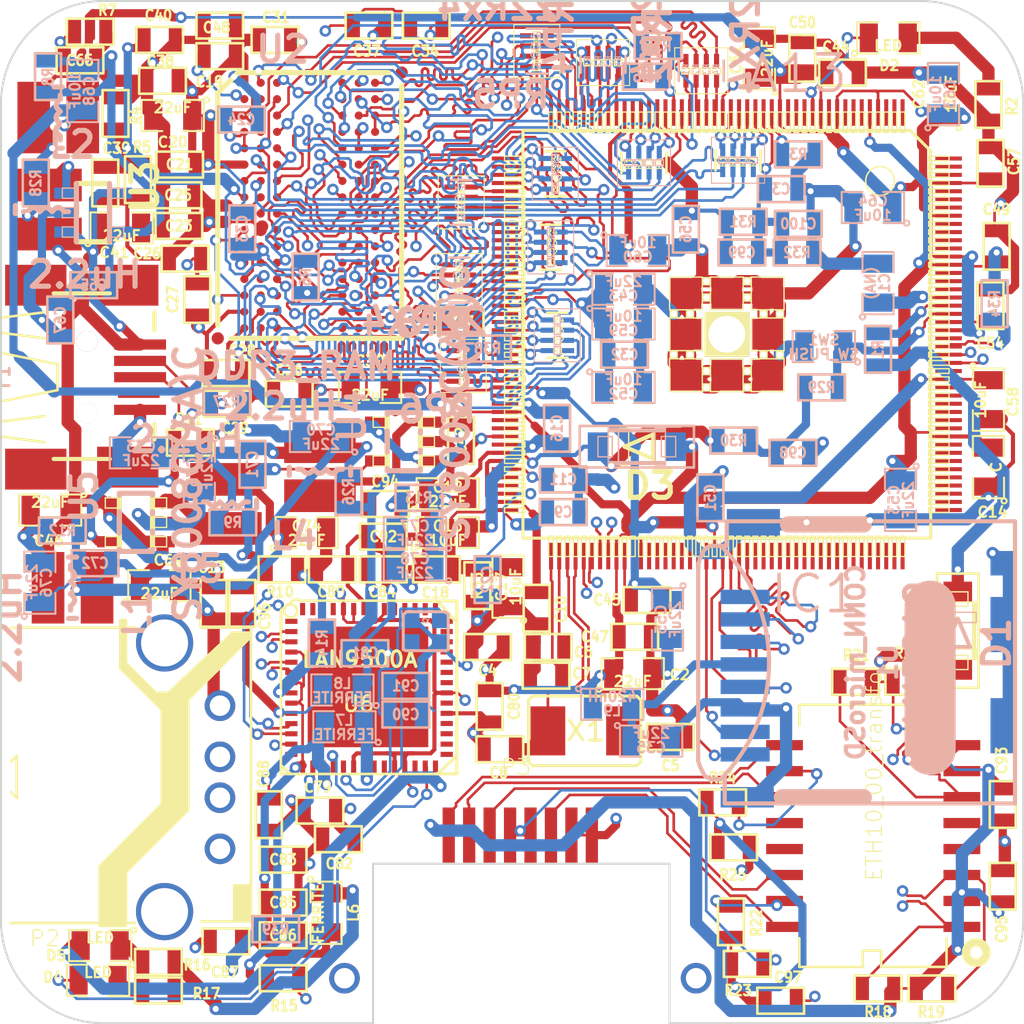
<source format=kicad_pcb>
(kicad_pcb (version 4) (host pcbnew 4.0.0-rc1-stable)
  (layers (0 F.Cu signal hide) (1 In1.Cu signal hide) (2 In2.Cu signal hide) (31 B.Cu signal hide) (34 B.Paste user) (35 F.Paste user) (36 B.SilkS user) (37 F.SilkS user) (38 B.Mask user) (39 F.Mask user) (44 Edge.Cuts user))
  (net 0 "")
  (net 1 "Net-(C1-Pad1)")
  (net 2 GND)
  (net 3 VCC)
  (net 4 "Net-(C6-Pad2)")
  (net 5 "Net-(C7-Pad2)")
  (net 6 "Net-(C9-Pad2)")
  (net 7 "Net-(C10-Pad2)")
  (net 8 "Net-(C11-Pad2)")
  (net 9 3VA)
  (net 10 "Net-(C13-Pad1)")
  (net 11 "Net-(C15-Pad2)")
  (net 12 "Net-(C17-Pad2)")
  (net 13 "Net-(C39-Pad2)")
  (net 14 +5V)
  (net 15 VDD_CPU)
  (net 16 VDD_INT)
  (net 17 "Net-(C71-Pad2)")
  (net 18 "Net-(C72-Pad2)")
  (net 19 VDD33A)
  (net 20 VDDBUSPLL)
  (net 21 VDDCORE)
  (net 22 "Net-(C90-Pad2)")
  (net 23 "Net-(C91-Pad2)")
  (net 24 VDDPLL)
  (net 25 "Net-(C97-Pad2)")
  (net 26 "Net-(D2-Pad1)")
  (net 27 "Net-(D2-Pad2)")
  (net 28 "Net-(D4-Pad1)")
  (net 29 LED1)
  (net 30 "Net-(D5-Pad1)")
  (net 31 LED2)
  (net 32 "Net-(IC1-Pad1)")
  (net 33 "Net-(IC1-Pad2)")
  (net 34 "Net-(IC1-Pad3)")
  (net 35 "Net-(IC1-Pad6)")
  (net 36 "Net-(IC1-Pad7)")
  (net 37 "Net-(IC1-Pad8)")
  (net 38 "Net-(IC1-Pad10)")
  (net 39 "Net-(IC1-Pad13)")
  (net 40 "Net-(IC1-Pad14)")
  (net 41 "Net-(IC1-Pad15)")
  (net 42 "Net-(IC1-Pad17)")
  (net 43 DDR3_D04)
  (net 44 DDR3_D06)
  (net 45 DDR3_D02)
  (net 46 DDR3_D00)
  (net 47 DDR3_D11)
  (net 48 DDR3_D09)
  (net 49 DDR3_D13)
  (net 50 DDR3_D15)
  (net 51 DDR3_DM1)
  (net 52 DDR3_DM0)
  (net 53 DDR3_D12)
  (net 54 DDR3_D08)
  (net 55 DDR3_D14)
  (net 56 DDR3_D10)
  (net 57 DDR3_D01)
  (net 58 DDR3_D03)
  (net 59 DDR3_D07)
  (net 60 DDR3_D05)
  (net 61 DDR3_CK_N)
  (net 62 DDR3_CKE)
  (net 63 DDR3_A10)
  (net 64 DDR3_BA1)
  (net 65 DDR3_A12)
  (net 66 DDR3_A04)
  (net 67 DDR3_A01)
  (net 68 DDR3_A06)
  (net 69 DDR3_A08)
  (net 70 DDR3_A11)
  (net 71 DDR3_RAS)
  (net 72 DDR3_CAS)
  (net 73 DDR3_WE)
  (net 74 DDR3_BA2)
  (net 75 DDR3_BA0)
  (net 76 DDR3_A00)
  (net 77 DDR3_A03)
  (net 78 DDR3_A05)
  (net 79 DDR3_A13)
  (net 80 DDR3_A09)
  (net 81 DDR3_RST)
  (net 82 DDR3_A07)
  (net 83 DDR3_ODT)
  (net 84 "Net-(IC1-Pad74)")
  (net 85 "Net-(IC1-Pad75)")
  (net 86 "Net-(IC1-Pad77)")
  (net 87 "Net-(IC1-Pad78)")
  (net 88 "Net-(IC1-Pad84)")
  (net 89 "Net-(IC1-Pad85)")
  (net 90 USB_ETH_P)
  (net 91 USB_HOST_P)
  (net 92 "Net-(IC1-Pad99)")
  (net 93 "Net-(IC1-Pad101)")
  (net 94 "Net-(IC1-Pad102)")
  (net 95 "Net-(IC1-Pad103)")
  (net 96 "Net-(IC1-Pad104)")
  (net 97 "Net-(IC1-Pad105)")
  (net 98 "Net-(IC1-Pad106)")
  (net 99 SDC0_D1)
  (net 100 SDC0_D0)
  (net 101 SDC0_CLK)
  (net 102 SDC0_CMD)
  (net 103 SDC0_D3)
  (net 104 SDC0_D2)
  (net 105 "Net-(IC1-Pad114)")
  (net 106 "Net-(IC1-Pad115)")
  (net 107 "Net-(IC1-Pad116)")
  (net 108 "Net-(IC1-Pad117)")
  (net 109 "Net-(IC1-Pad118)")
  (net 110 "Net-(IC1-Pad119)")
  (net 111 "Net-(IC1-Pad120)")
  (net 112 "Net-(IC1-Pad121)")
  (net 113 "Net-(IC1-Pad122)")
  (net 114 "Net-(IC1-Pad123)")
  (net 115 "Net-(IC1-Pad124)")
  (net 116 "Net-(IC1-Pad125)")
  (net 117 "Net-(IC1-Pad126)")
  (net 118 "Net-(IC1-Pad127)")
  (net 119 "Net-(IC1-Pad128)")
  (net 120 "Net-(IC1-Pad130)")
  (net 121 "Net-(IC1-Pad131)")
  (net 122 "Net-(IC1-Pad132)")
  (net 123 "Net-(IC1-Pad133)")
  (net 124 "Net-(IC1-Pad134)")
  (net 125 "Net-(IC1-Pad135)")
  (net 126 "Net-(IC1-Pad136)")
  (net 127 "Net-(IC1-Pad137)")
  (net 128 "Net-(IC1-Pad138)")
  (net 129 "Net-(IC1-Pad139)")
  (net 130 "Net-(IC1-Pad140)")
  (net 131 "Net-(IC1-Pad141)")
  (net 132 "Net-(IC1-Pad143)")
  (net 133 "Net-(IC1-Pad144)")
  (net 134 "Net-(IC1-Pad145)")
  (net 135 "Net-(IC1-Pad146)")
  (net 136 "Net-(IC1-Pad147)")
  (net 137 "Net-(IC1-Pad148)")
  (net 138 "Net-(IC1-Pad150)")
  (net 139 UART1_RX)
  (net 140 UART1_TX)
  (net 141 "Net-(IC1-Pad153)")
  (net 142 "Net-(IC1-Pad154)")
  (net 143 "Net-(IC1-Pad155)")
  (net 144 UBOOT)
  (net 145 "Net-(IC1-Pad158)")
  (net 146 "Net-(IC1-Pad160)")
  (net 147 "Net-(IC1-Pad161)")
  (net 148 "Net-(IC1-Pad162)")
  (net 149 "Net-(IC1-Pad165)")
  (net 150 "Net-(IC1-Pad166)")
  (net 151 "Net-(IC1-Pad167)")
  (net 152 "Net-(IC1-Pad168)")
  (net 153 "Net-(IC1-Pad170)")
  (net 154 "Net-(IC1-Pad171)")
  (net 155 "Net-(IC1-Pad172)")
  (net 156 "Net-(IC1-Pad174)")
  (net 157 "Net-(IC1-Pad175)")
  (net 158 "Net-(IC1-Pad176)")
  (net 159 "Net-(P3-Pad1)")
  (net 160 /Erhernet/TX+)
  (net 161 "Net-(P3-Pad4)")
  (net 162 /Erhernet/TX-)
  (net 163 /Erhernet/RX+)
  (net 164 /Erhernet/RX-)
  (net 165 "Net-(D1-Pad2)")
  (net 166 "Net-(R6-Pad1)")
  (net 167 "Net-(R14-Pad2)")
  (net 168 "Net-(R15-Pad2)")
  (net 169 "Net-(R22-Pad2)")
  (net 170 "Net-(R24-Pad2)")
  (net 171 "Net-(T1-Pad4)")
  (net 172 "Net-(T1-Pad5)")
  (net 173 "Net-(T1-Pad12)")
  (net 174 "Net-(T1-Pad13)")
  (net 175 "Net-(U2-PadJ1)")
  (net 176 "Net-(U2-PadJ9)")
  (net 177 "Net-(U2-PadL1)")
  (net 178 "Net-(U2-PadL9)")
  (net 179 "Net-(U2-PadM7)")
  (net 180 DDR3_A02)
  (net 181 "Net-(U2-PadT7)")
  (net 182 "Net-(U6-Pad1)")
  (net 183 "Net-(U6-Pad34)")
  (net 184 "Net-(U6-Pad36)")
  (net 185 "Net-(U6-Pad22)")
  (net 186 "Net-(U6-Pad23)")
  (net 187 "Net-(U6-Pad14)")
  (net 188 "Net-(U6-Pad26)")
  (net 189 "Net-(U6-Pad29)")
  (net 190 "Net-(U6-Pad30)")
  (net 191 "Net-(U6-Pad31)")
  (net 192 "Net-(U6-Pad32)")
  (net 193 "Net-(U6-Pad37)")
  (net 194 "Net-(U6-Pad38)")
  (net 195 "Net-(U6-Pad39)")
  (net 196 "Net-(U6-Pad40)")
  (net 197 "Net-(U6-Pad41)")
  (net 198 "Net-(U6-Pad42)")
  (net 199 "Net-(U6-Pad43)")
  (net 200 "Net-(U6-Pad44)")
  (net 201 "Net-(U6-Pad45)")
  (net 202 "Net-(U6-Pad46)")
  (net 203 "Net-(U6-Pad47)")
  (net 204 "Net-(U6-Pad53)")
  (net 205 "Net-(U6-Pad54)")
  (net 206 "Net-(U6-Pad55)")
  (net 207 "Net-(U6-Pad56)")
  (net 208 DDR3_DQS0_N)
  (net 209 USB_ETH_N)
  (net 210 "Net-(L2-Pad1)")
  (net 211 "Net-(L4-Pad1)")
  (net 212 "Net-(L5-Pad1)")
  (net 213 TPX_P)
  (net 214 TPX_N)
  (net 215 RPX_N)
  (net 216 RPX_P)
  (net 217 USB_HOST_N)
  (net 218 X1_N)
  (net 219 X1_P)
  (net 220 DDR3_CK_P)
  (net 221 "Net-(C65-Pad1)")
  (net 222 "Net-(C72-Pad1)")
  (net 223 "Net-(C71-Pad1)")
  (net 224 "Net-(C98-Pad1)")
  (net 225 SVREF)
  (net 226 "Net-(C22-Pad2)")
  (net 227 "Net-(IC1-Pad19)")
  (net 228 "Net-(IC1-Pad20)")
  (net 229 "Net-(IC1-Pad21)")
  (net 230 "Net-(IC1-Pad22)")
  (net 231 "Net-(IC1-Pad24)")
  (net 232 "Net-(IC1-Pad25)")
  (net 233 "Net-(IC1-Pad26)")
  (net 234 "Net-(IC1-Pad27)")
  (net 235 "Net-(IC1-Pad28)")
  (net 236 "Net-(IC1-Pad29)")
  (net 237 "Net-(IC1-Pad31)")
  (net 238 "Net-(IC1-Pad32)")
  (net 239 "Net-(IC1-Pad33)")
  (net 240 "Net-(IC1-Pad34)")
  (net 241 "Net-(IC1-Pad36)")
  (net 242 "Net-(IC1-Pad37)")
  (net 243 "Net-(IC1-Pad38)")
  (net 244 "Net-(IC1-Pad39)")
  (net 245 "Net-(IC1-Pad40)")
  (net 246 "Net-(IC1-Pad41)")
  (net 247 "Net-(IC1-Pad42)")
  (net 248 "Net-(IC1-Pad44)")
  (net 249 "Net-(IC1-Pad45)")
  (net 250 "Net-(IC1-Pad46)")
  (net 251 "Net-(IC1-Pad47)")
  (net 252 "Net-(IC1-Pad48)")
  (net 253 "Net-(IC1-Pad49)")
  (net 254 "Net-(IC1-Pad50)")
  (net 255 "Net-(IC1-Pad51)")
  (net 256 "Net-(IC1-Pad52)")
  (net 257 "Net-(IC1-Pad54)")
  (net 258 "Net-(IC1-Pad55)")
  (net 259 "Net-(IC1-Pad56)")
  (net 260 "Net-(IC1-Pad57)")
  (net 261 "Net-(IC1-Pad58)")
  (net 262 "Net-(IC1-Pad59)")
  (net 263 "Net-(IC1-Pad60)")
  (net 264 "Net-(IC1-Pad61)")
  (net 265 "Net-(IC1-Pad63)")
  (net 266 "Net-(IC1-Pad64)")
  (net 267 "Net-(IC1-Pad65)")
  (net 268 "Net-(IC1-Pad66)")
  (net 269 "Net-(IC1-Pad67)")
  (net 270 "Net-(IC1-Pad68)")
  (net 271 "Net-(IC1-Pad69)")
  (net 272 "Net-(IC1-Pad70)")
  (net 273 "Net-(IC1-Pad71)")
  (net 274 "Net-(IC1-Pad72)")
  (net 275 "Net-(IC1-Pad129)")
  (net 276 DDR3_DQS1_N)
  (net 277 DDR3_DQS1_P)
  (net 278 DDR3_DQS0_P)
  (net 279 DDR3_A14)
  (net 280 3V3ETH)
  (net 281 1V5)
  (net 282 "Net-(C35-Pad1)")
  (module A13-OLinuXino-MICRO_Rev_B:TQFP176 (layer F.Cu) (at 55.50178 36.30158 180)
    (fp_text reference IC1 (at -4.29006 -12.7 180) (layer B.SilkS) (effects (font (size 1.778 1.778) (thickness 0.1778))))
    (fp_text value A13 (at -3.44424 12.7508 180) (layer B.SilkS) (effects (font (size 1.778 1.778) (thickness 0.1778))))
    (pad 177 smd rect (at 2 2 180) (size 1.5 1.5) (layers F.Cu F.Paste F.Mask) (net 2 GND))
    (pad 177 smd rect (at 0 2 180) (size 1.5 1.5) (layers F.Cu F.Paste F.Mask) (net 2 GND))
    (pad 177 smd rect (at -2 2 180) (size 1.5 1.5) (layers F.Cu F.Paste F.Mask) (net 2 GND))
    (pad 177 smd rect (at -2 0 180) (size 1.5 1.5) (layers F.Cu F.Paste F.Mask) (net 2 GND))
    (pad 177 smd rect (at -2 -2 180) (size 1.5 1.5) (layers F.Cu F.Paste F.Mask) (net 2 GND))
    (pad 177 smd rect (at 0 -2 180) (size 1.5 1.5) (layers F.Cu F.Paste F.Mask) (net 2 GND))
    (pad 177 smd rect (at 2 -2 180) (size 1.5 1.5) (layers F.Cu F.Paste F.Mask) (net 2 GND))
    (pad 1 smd rect (at -8.5979 10.84834 180) (size 0.19812 1.29794) (layers F.Cu F.Paste F.Mask) (net 32 "Net-(IC1-Pad1)"))
    (pad 2 smd rect (at -8.19912 10.84834 180) (size 0.19812 1.29794) (layers F.Cu F.Paste F.Mask) (net 33 "Net-(IC1-Pad2)"))
    (pad 3 smd rect (at -7.7978 10.84834 180) (size 0.19812 1.29794) (layers F.Cu F.Paste F.Mask) (net 34 "Net-(IC1-Pad3)"))
    (pad 4 smd rect (at -7.39902 10.84834 180) (size 0.19812 1.29794) (layers F.Cu F.Paste F.Mask) (net 15 VDD_CPU))
    (pad 5 smd rect (at -6.9977 10.84834 180) (size 0.19812 1.29794) (layers F.Cu F.Paste F.Mask) (net 3 VCC))
    (pad 6 smd rect (at -6.59892 10.84834 180) (size 0.19812 1.29794) (layers F.Cu F.Paste F.Mask) (net 35 "Net-(IC1-Pad6)"))
    (pad 7 smd rect (at -6.1976 10.84834 180) (size 0.19812 1.29794) (layers F.Cu F.Paste F.Mask) (net 36 "Net-(IC1-Pad7)"))
    (pad 8 smd rect (at -5.79882 10.84834 180) (size 0.19812 1.29794) (layers F.Cu F.Paste F.Mask) (net 37 "Net-(IC1-Pad8)"))
    (pad 9 smd rect (at -5.3975 10.84834 180) (size 0.19812 1.29794) (layers F.Cu F.Paste F.Mask) (net 15 VDD_CPU))
    (pad 10 smd rect (at -4.99872 10.84834 180) (size 0.19812 1.29794) (layers F.Cu F.Paste F.Mask) (net 38 "Net-(IC1-Pad10)"))
    (pad 11 smd rect (at -4.59994 10.84834 180) (size 0.19812 1.29794) (layers F.Cu F.Paste F.Mask) (net 15 VDD_CPU))
    (pad 12 smd rect (at -4.19862 10.84834 180) (size 0.19812 1.29794) (layers F.Cu F.Paste F.Mask) (net 26 "Net-(D2-Pad1)"))
    (pad 13 smd rect (at -3.79984 10.84834 180) (size 0.19812 1.29794) (layers F.Cu F.Paste F.Mask) (net 39 "Net-(IC1-Pad13)"))
    (pad 14 smd rect (at -3.39852 10.84834 180) (size 0.19812 1.29794) (layers F.Cu F.Paste F.Mask) (net 40 "Net-(IC1-Pad14)"))
    (pad 15 smd rect (at -2.99974 10.84834 180) (size 0.19812 1.29794) (layers F.Cu F.Paste F.Mask) (net 41 "Net-(IC1-Pad15)"))
    (pad 16 smd rect (at -2.59842 10.84834 180) (size 0.19812 1.29794) (layers F.Cu F.Paste F.Mask) (net 15 VDD_CPU))
    (pad 17 smd rect (at -2.19964 10.84834 180) (size 0.19812 1.29794) (layers F.Cu F.Paste F.Mask) (net 42 "Net-(IC1-Pad17)"))
    (pad 18 smd rect (at -1.79832 10.84834 180) (size 0.19812 1.29794) (layers F.Cu F.Paste F.Mask) (net 225 SVREF))
    (pad 19 smd rect (at -1.39954 10.84834 180) (size 0.19812 1.29794) (layers F.Cu F.Paste F.Mask) (net 227 "Net-(IC1-Pad19)"))
    (pad 20 smd rect (at -0.99822 10.84834 180) (size 0.19812 1.29794) (layers F.Cu F.Paste F.Mask) (net 228 "Net-(IC1-Pad20)"))
    (pad 21 smd rect (at -0.59944 10.84834 180) (size 0.19812 1.29794) (layers F.Cu F.Paste F.Mask) (net 229 "Net-(IC1-Pad21)"))
    (pad 22 smd rect (at -0.19812 10.84834 180) (size 0.19812 1.29794) (layers F.Cu F.Paste F.Mask) (net 230 "Net-(IC1-Pad22)"))
    (pad 23 smd rect (at 0.19812 10.84834 180) (size 0.19812 1.29794) (layers F.Cu F.Paste F.Mask) (net 281 1V5))
    (pad 24 smd rect (at 0.59944 10.84834 180) (size 0.19812 1.29794) (layers F.Cu F.Paste F.Mask) (net 231 "Net-(IC1-Pad24)"))
    (pad 25 smd rect (at 0.99822 10.84834 180) (size 0.19812 1.29794) (layers F.Cu F.Paste F.Mask) (net 232 "Net-(IC1-Pad25)"))
    (pad 26 smd rect (at 1.39954 10.84834 180) (size 0.19812 1.29794) (layers F.Cu F.Paste F.Mask) (net 233 "Net-(IC1-Pad26)"))
    (pad 27 smd rect (at 1.79832 10.84834 180) (size 0.19812 1.29794) (layers F.Cu F.Paste F.Mask) (net 234 "Net-(IC1-Pad27)"))
    (pad 28 smd rect (at 2.19964 10.84834 180) (size 0.19812 1.29794) (layers F.Cu F.Paste F.Mask) (net 235 "Net-(IC1-Pad28)"))
    (pad 29 smd rect (at 2.59842 10.84834 180) (size 0.19812 1.29794) (layers F.Cu F.Paste F.Mask) (net 236 "Net-(IC1-Pad29)"))
    (pad 30 smd rect (at 2.99974 10.84834 180) (size 0.19812 1.29794) (layers F.Cu F.Paste F.Mask) (net 281 1V5))
    (pad 31 smd rect (at 3.39852 10.84834 180) (size 0.19812 1.29794) (layers F.Cu F.Paste F.Mask) (net 237 "Net-(IC1-Pad31)"))
    (pad 32 smd rect (at 3.79984 10.84834 180) (size 0.19812 1.29794) (layers F.Cu F.Paste F.Mask) (net 238 "Net-(IC1-Pad32)"))
    (pad 33 smd rect (at 4.19862 10.84834 180) (size 0.19812 1.29794) (layers F.Cu F.Paste F.Mask) (net 239 "Net-(IC1-Pad33)"))
    (pad 34 smd rect (at 4.59994 10.84834 180) (size 0.19812 1.29794) (layers F.Cu F.Paste F.Mask) (net 240 "Net-(IC1-Pad34)"))
    (pad 35 smd rect (at 4.99872 10.84834 180) (size 0.19812 1.29794) (layers F.Cu F.Paste F.Mask) (net 16 VDD_INT))
    (pad 36 smd rect (at 5.3975 10.84834 180) (size 0.19812 1.29794) (layers F.Cu F.Paste F.Mask) (net 241 "Net-(IC1-Pad36)"))
    (pad 37 smd rect (at 5.79882 10.84834 180) (size 0.19812 1.29794) (layers F.Cu F.Paste F.Mask) (net 242 "Net-(IC1-Pad37)"))
    (pad 38 smd rect (at 6.1976 10.84834 180) (size 0.19812 1.29794) (layers F.Cu F.Paste F.Mask) (net 243 "Net-(IC1-Pad38)"))
    (pad 39 smd rect (at 6.59892 10.84834 180) (size 0.19812 1.29794) (layers F.Cu F.Paste F.Mask) (net 244 "Net-(IC1-Pad39)"))
    (pad 40 smd rect (at 6.9977 10.84834 180) (size 0.19812 1.29794) (layers F.Cu F.Paste F.Mask) (net 245 "Net-(IC1-Pad40)"))
    (pad 41 smd rect (at 7.39902 10.84834 180) (size 0.19812 1.29794) (layers F.Cu F.Paste F.Mask) (net 246 "Net-(IC1-Pad41)"))
    (pad 42 smd rect (at 7.7978 10.84834 180) (size 0.19812 1.29794) (layers F.Cu F.Paste F.Mask) (net 247 "Net-(IC1-Pad42)"))
    (pad 43 smd rect (at 8.19912 10.84834 180) (size 0.19812 1.29794) (layers F.Cu F.Paste F.Mask) (net 281 1V5))
    (pad 44 smd rect (at 8.5979 10.84834 180) (size 0.19812 1.29794) (layers F.Cu F.Paste F.Mask) (net 248 "Net-(IC1-Pad44)"))
    (pad 45 smd rect (at 10.84834 8.5979 180) (size 1.29794 0.19812) (layers F.Cu F.Paste F.Mask) (net 249 "Net-(IC1-Pad45)"))
    (pad 46 smd rect (at 10.84834 8.19912 180) (size 1.29794 0.19812) (layers F.Cu F.Paste F.Mask) (net 250 "Net-(IC1-Pad46)"))
    (pad 47 smd rect (at 10.84834 7.7978 180) (size 1.29794 0.19812) (layers F.Cu F.Paste F.Mask) (net 251 "Net-(IC1-Pad47)"))
    (pad 48 smd rect (at 10.84834 7.39902 180) (size 1.29794 0.19812) (layers F.Cu F.Paste F.Mask) (net 252 "Net-(IC1-Pad48)"))
    (pad 49 smd rect (at 10.84834 6.9977 180) (size 1.29794 0.19812) (layers F.Cu F.Paste F.Mask) (net 253 "Net-(IC1-Pad49)"))
    (pad 50 smd rect (at 10.84834 6.59892 180) (size 1.29794 0.19812) (layers F.Cu F.Paste F.Mask) (net 254 "Net-(IC1-Pad50)"))
    (pad 51 smd rect (at 10.84834 6.1976 180) (size 1.29794 0.19812) (layers F.Cu F.Paste F.Mask) (net 255 "Net-(IC1-Pad51)"))
    (pad 52 smd rect (at 10.84834 5.79882 180) (size 1.29794 0.19812) (layers F.Cu F.Paste F.Mask) (net 256 "Net-(IC1-Pad52)"))
    (pad 53 smd rect (at 10.84834 5.3975 180) (size 1.29794 0.19812) (layers F.Cu F.Paste F.Mask) (net 281 1V5))
    (pad 54 smd rect (at 10.84834 4.99872 180) (size 1.29794 0.19812) (layers F.Cu F.Paste F.Mask) (net 257 "Net-(IC1-Pad54)"))
    (pad 55 smd rect (at 10.84834 4.59994 180) (size 1.29794 0.19812) (layers F.Cu F.Paste F.Mask) (net 258 "Net-(IC1-Pad55)"))
    (pad 56 smd rect (at 10.84834 4.19862 180) (size 1.29794 0.19812) (layers F.Cu F.Paste F.Mask) (net 259 "Net-(IC1-Pad56)"))
    (pad 57 smd rect (at 10.84834 3.79984 180) (size 1.29794 0.19812) (layers F.Cu F.Paste F.Mask) (net 260 "Net-(IC1-Pad57)"))
    (pad 58 smd rect (at 10.84834 3.39852 180) (size 1.29794 0.19812) (layers F.Cu F.Paste F.Mask) (net 261 "Net-(IC1-Pad58)"))
    (pad 59 smd rect (at 10.84834 2.99974 180) (size 1.29794 0.19812) (layers F.Cu F.Paste F.Mask) (net 262 "Net-(IC1-Pad59)"))
    (pad 60 smd rect (at 10.84834 2.59842 180) (size 1.29794 0.19812) (layers F.Cu F.Paste F.Mask) (net 263 "Net-(IC1-Pad60)"))
    (pad 61 smd rect (at 10.84834 2.19964 180) (size 1.29794 0.19812) (layers F.Cu F.Paste F.Mask) (net 264 "Net-(IC1-Pad61)"))
    (pad 62 smd rect (at 10.84834 1.79832 180) (size 1.29794 0.19812) (layers F.Cu F.Paste F.Mask) (net 281 1V5))
    (pad 63 smd rect (at 10.84834 1.39954 180) (size 1.29794 0.19812) (layers F.Cu F.Paste F.Mask) (net 265 "Net-(IC1-Pad63)"))
    (pad 64 smd rect (at 10.84834 0.99822 180) (size 1.29794 0.19812) (layers F.Cu F.Paste F.Mask) (net 266 "Net-(IC1-Pad64)"))
    (pad 65 smd rect (at 10.84834 0.59944 180) (size 1.29794 0.19812) (layers F.Cu F.Paste F.Mask) (net 267 "Net-(IC1-Pad65)"))
    (pad 66 smd rect (at 10.84834 0.19812 180) (size 1.29794 0.19812) (layers F.Cu F.Paste F.Mask) (net 268 "Net-(IC1-Pad66)"))
    (pad 67 smd rect (at 10.84834 -0.19812 180) (size 1.29794 0.19812) (layers F.Cu F.Paste F.Mask) (net 269 "Net-(IC1-Pad67)"))
    (pad 68 smd rect (at 10.84834 -0.59944 180) (size 1.29794 0.19812) (layers F.Cu F.Paste F.Mask) (net 270 "Net-(IC1-Pad68)"))
    (pad 69 smd rect (at 10.84834 -0.99822 180) (size 1.29794 0.19812) (layers F.Cu F.Paste F.Mask) (net 271 "Net-(IC1-Pad69)"))
    (pad 70 smd rect (at 10.84834 -1.39954 180) (size 1.29794 0.19812) (layers F.Cu F.Paste F.Mask) (net 272 "Net-(IC1-Pad70)"))
    (pad 71 smd rect (at 10.84834 -1.79832 180) (size 1.29794 0.19812) (layers F.Cu F.Paste F.Mask) (net 273 "Net-(IC1-Pad71)"))
    (pad 72 smd rect (at 10.84834 -2.19964 180) (size 1.29794 0.19812) (layers F.Cu F.Paste F.Mask) (net 274 "Net-(IC1-Pad72)"))
    (pad 73 smd rect (at 10.84834 -2.59842 180) (size 1.29794 0.19812) (layers F.Cu F.Paste F.Mask) (net 16 VDD_INT))
    (pad 74 smd rect (at 10.84834 -2.99974 180) (size 1.29794 0.19812) (layers F.Cu F.Paste F.Mask) (net 84 "Net-(IC1-Pad74)"))
    (pad 75 smd rect (at 10.84834 -3.39852 180) (size 1.29794 0.19812) (layers F.Cu F.Paste F.Mask) (net 85 "Net-(IC1-Pad75)"))
    (pad 76 smd rect (at 10.84834 -3.79984 180) (size 1.29794 0.19812) (layers F.Cu F.Paste F.Mask) (net 3 VCC))
    (pad 77 smd rect (at 10.84834 -4.19862 180) (size 1.29794 0.19812) (layers F.Cu F.Paste F.Mask) (net 86 "Net-(IC1-Pad77)"))
    (pad 78 smd rect (at 10.84834 -4.59994 180) (size 1.29794 0.19812) (layers F.Cu F.Paste F.Mask) (net 87 "Net-(IC1-Pad78)"))
    (pad 79 smd rect (at 10.84834 -4.99872 180) (size 1.29794 0.19812) (layers F.Cu F.Paste F.Mask) (net 2 GND))
    (pad 80 smd rect (at 10.84834 -5.3975 180) (size 1.29794 0.19812) (layers F.Cu F.Paste F.Mask) (net 11 "Net-(C15-Pad2)"))
    (pad 81 smd rect (at 10.84834 -5.79882 180) (size 1.29794 0.19812) (layers F.Cu F.Paste F.Mask) (net 9 3VA))
    (pad 82 smd rect (at 10.84834 -6.1976 180) (size 1.29794 0.19812) (layers F.Cu F.Paste F.Mask) (net 12 "Net-(C17-Pad2)"))
    (pad 83 smd rect (at 10.84834 -6.59892 180) (size 1.29794 0.19812) (layers F.Cu F.Paste F.Mask) (net 8 "Net-(C11-Pad2)"))
    (pad 84 smd rect (at 10.84834 -6.9977 180) (size 1.29794 0.19812) (layers F.Cu F.Paste F.Mask) (net 88 "Net-(IC1-Pad84)"))
    (pad 85 smd rect (at 10.84834 -7.39902 180) (size 1.29794 0.19812) (layers F.Cu F.Paste F.Mask) (net 89 "Net-(IC1-Pad85)"))
    (pad 86 smd rect (at 10.84834 -7.7978 180) (size 1.29794 0.19812) (layers F.Cu F.Paste F.Mask) (net 226 "Net-(C22-Pad2)"))
    (pad 87 smd rect (at 10.84834 -8.19912 180) (size 1.29794 0.19812) (layers F.Cu F.Paste F.Mask) (net 7 "Net-(C10-Pad2)"))
    (pad 88 smd rect (at 10.84834 -8.5979 180) (size 1.29794 0.19812) (layers F.Cu F.Paste F.Mask) (net 6 "Net-(C9-Pad2)"))
    (pad 89 smd rect (at 8.5979 -10.84834 180) (size 0.19812 1.29794) (layers F.Cu F.Paste F.Mask) (net 5 "Net-(C7-Pad2)"))
    (pad 90 smd rect (at 8.19912 -10.84834 180) (size 0.19812 1.29794) (layers F.Cu F.Paste F.Mask) (net 4 "Net-(C6-Pad2)"))
    (pad 91 smd rect (at 7.7978 -10.84834 180) (size 0.19812 1.29794) (layers F.Cu F.Paste F.Mask) (net 219 X1_P))
    (pad 92 smd rect (at 7.39902 -10.84834 180) (size 0.19812 1.29794) (layers F.Cu F.Paste F.Mask) (net 218 X1_N))
    (pad 93 smd rect (at 6.9977 -10.84834 180) (size 0.19812 1.29794) (layers F.Cu F.Paste F.Mask) (net 209 USB_ETH_N))
    (pad 94 smd rect (at 6.59892 -10.84834 180) (size 0.19812 1.29794) (layers F.Cu F.Paste F.Mask) (net 90 USB_ETH_P))
    (pad 95 smd rect (at 6.1976 -10.84834 180) (size 0.19812 1.29794) (layers F.Cu F.Paste F.Mask) (net 217 USB_HOST_N))
    (pad 96 smd rect (at 5.79882 -10.84834 180) (size 0.19812 1.29794) (layers F.Cu F.Paste F.Mask) (net 91 USB_HOST_P))
    (pad 97 smd rect (at 5.3975 -10.84834 180) (size 0.19812 1.29794) (layers F.Cu F.Paste F.Mask) (net 3 VCC))
    (pad 98 smd rect (at 4.99872 -10.84834 180) (size 0.19812 1.29794) (layers F.Cu F.Paste F.Mask) (net 16 VDD_INT))
    (pad 99 smd rect (at 4.59994 -10.84834 180) (size 0.19812 1.29794) (layers F.Cu F.Paste F.Mask) (net 92 "Net-(IC1-Pad99)"))
    (pad 100 smd rect (at 4.19862 -10.84834 180) (size 0.19812 1.29794) (layers F.Cu F.Paste F.Mask) (net 3 VCC))
    (pad 101 smd rect (at 3.79984 -10.84834 180) (size 0.19812 1.29794) (layers F.Cu F.Paste F.Mask) (net 93 "Net-(IC1-Pad101)"))
    (pad 102 smd rect (at 3.39852 -10.84834 180) (size 0.19812 1.29794) (layers F.Cu F.Paste F.Mask) (net 94 "Net-(IC1-Pad102)"))
    (pad 103 smd rect (at 2.99974 -10.84834 180) (size 0.19812 1.29794) (layers F.Cu F.Paste F.Mask) (net 95 "Net-(IC1-Pad103)"))
    (pad 104 smd rect (at 2.59842 -10.84834 180) (size 0.19812 1.29794) (layers F.Cu F.Paste F.Mask) (net 96 "Net-(IC1-Pad104)"))
    (pad 105 smd rect (at 2.19964 -10.84834 180) (size 0.19812 1.29794) (layers F.Cu F.Paste F.Mask) (net 97 "Net-(IC1-Pad105)"))
    (pad 106 smd rect (at 1.79832 -10.84834 180) (size 0.19812 1.29794) (layers F.Cu F.Paste F.Mask) (net 98 "Net-(IC1-Pad106)"))
    (pad 107 smd rect (at 1.39954 -10.84834 180) (size 0.19812 1.29794) (layers F.Cu F.Paste F.Mask) (net 99 SDC0_D1))
    (pad 108 smd rect (at 0.99822 -10.84834 180) (size 0.19812 1.29794) (layers F.Cu F.Paste F.Mask) (net 100 SDC0_D0))
    (pad 109 smd rect (at 0.59944 -10.84834 180) (size 0.19812 1.29794) (layers F.Cu F.Paste F.Mask) (net 16 VDD_INT))
    (pad 110 smd rect (at 0.19812 -10.84834 180) (size 0.19812 1.29794) (layers F.Cu F.Paste F.Mask) (net 101 SDC0_CLK))
    (pad 111 smd rect (at -0.19812 -10.84834 180) (size 0.19812 1.29794) (layers F.Cu F.Paste F.Mask) (net 102 SDC0_CMD))
    (pad 112 smd rect (at -0.59944 -10.84834 180) (size 0.19812 1.29794) (layers F.Cu F.Paste F.Mask) (net 103 SDC0_D3))
    (pad 113 smd rect (at -0.99822 -10.84834 180) (size 0.19812 1.29794) (layers F.Cu F.Paste F.Mask) (net 104 SDC0_D2))
    (pad 114 smd rect (at -1.39954 -10.84834 180) (size 0.19812 1.29794) (layers F.Cu F.Paste F.Mask) (net 105 "Net-(IC1-Pad114)"))
    (pad 115 smd rect (at -1.79832 -10.84834 180) (size 0.19812 1.29794) (layers F.Cu F.Paste F.Mask) (net 106 "Net-(IC1-Pad115)"))
    (pad 116 smd rect (at -2.19964 -10.84834 180) (size 0.19812 1.29794) (layers F.Cu F.Paste F.Mask) (net 107 "Net-(IC1-Pad116)"))
    (pad 117 smd rect (at -2.59842 -10.84834 180) (size 0.19812 1.29794) (layers F.Cu F.Paste F.Mask) (net 108 "Net-(IC1-Pad117)"))
    (pad 118 smd rect (at -2.99974 -10.84834 180) (size 0.19812 1.29794) (layers F.Cu F.Paste F.Mask) (net 109 "Net-(IC1-Pad118)"))
    (pad 119 smd rect (at -3.39852 -10.84834 180) (size 0.19812 1.29794) (layers F.Cu F.Paste F.Mask) (net 110 "Net-(IC1-Pad119)"))
    (pad 120 smd rect (at -3.79984 -10.84834 180) (size 0.19812 1.29794) (layers F.Cu F.Paste F.Mask) (net 111 "Net-(IC1-Pad120)"))
    (pad 121 smd rect (at -4.19862 -10.84834 180) (size 0.19812 1.29794) (layers F.Cu F.Paste F.Mask) (net 112 "Net-(IC1-Pad121)"))
    (pad 122 smd rect (at -4.59994 -10.84834 180) (size 0.19812 1.29794) (layers F.Cu F.Paste F.Mask) (net 113 "Net-(IC1-Pad122)"))
    (pad 123 smd rect (at -4.99872 -10.84834 180) (size 0.19812 1.29794) (layers F.Cu F.Paste F.Mask) (net 114 "Net-(IC1-Pad123)"))
    (pad 124 smd rect (at -5.3975 -10.84834 180) (size 0.19812 1.29794) (layers F.Cu F.Paste F.Mask) (net 115 "Net-(IC1-Pad124)"))
    (pad 125 smd rect (at -5.79882 -10.84834 180) (size 0.19812 1.29794) (layers F.Cu F.Paste F.Mask) (net 116 "Net-(IC1-Pad125)"))
    (pad 126 smd rect (at -6.1976 -10.84834 180) (size 0.19812 1.29794) (layers F.Cu F.Paste F.Mask) (net 117 "Net-(IC1-Pad126)"))
    (pad 127 smd rect (at -6.59892 -10.84834 180) (size 0.19812 1.29794) (layers F.Cu F.Paste F.Mask) (net 118 "Net-(IC1-Pad127)"))
    (pad 128 smd rect (at -6.9977 -10.84834 180) (size 0.19812 1.29794) (layers F.Cu F.Paste F.Mask) (net 119 "Net-(IC1-Pad128)"))
    (pad 129 smd rect (at -7.39902 -10.84834 180) (size 0.19812 1.29794) (layers F.Cu F.Paste F.Mask) (net 275 "Net-(IC1-Pad129)"))
    (pad 130 smd rect (at -7.7978 -10.84834 180) (size 0.19812 1.29794) (layers F.Cu F.Paste F.Mask) (net 120 "Net-(IC1-Pad130)"))
    (pad 131 smd rect (at -8.19912 -10.84834 180) (size 0.19812 1.29794) (layers F.Cu F.Paste F.Mask) (net 121 "Net-(IC1-Pad131)"))
    (pad 132 smd rect (at -8.5979 -10.84834 180) (size 0.19812 1.29794) (layers F.Cu F.Paste F.Mask) (net 122 "Net-(IC1-Pad132)"))
    (pad 133 smd rect (at -10.84834 -8.5979 180) (size 1.29794 0.19812) (layers F.Cu F.Paste F.Mask) (net 123 "Net-(IC1-Pad133)"))
    (pad 134 smd rect (at -10.84834 -8.19912 180) (size 1.29794 0.19812) (layers F.Cu F.Paste F.Mask) (net 124 "Net-(IC1-Pad134)"))
    (pad 135 smd rect (at -10.84834 -7.7978 180) (size 1.29794 0.19812) (layers F.Cu F.Paste F.Mask) (net 125 "Net-(IC1-Pad135)"))
    (pad 136 smd rect (at -10.84834 -7.39902 180) (size 1.29794 0.19812) (layers F.Cu F.Paste F.Mask) (net 126 "Net-(IC1-Pad136)"))
    (pad 137 smd rect (at -10.84834 -6.9977 180) (size 1.29794 0.19812) (layers F.Cu F.Paste F.Mask) (net 127 "Net-(IC1-Pad137)"))
    (pad 138 smd rect (at -10.84834 -6.59892 180) (size 1.29794 0.19812) (layers F.Cu F.Paste F.Mask) (net 128 "Net-(IC1-Pad138)"))
    (pad 139 smd rect (at -10.84834 -6.1976 180) (size 1.29794 0.19812) (layers F.Cu F.Paste F.Mask) (net 129 "Net-(IC1-Pad139)"))
    (pad 140 smd rect (at -10.84834 -5.79882 180) (size 1.29794 0.19812) (layers F.Cu F.Paste F.Mask) (net 130 "Net-(IC1-Pad140)"))
    (pad 141 smd rect (at -10.84834 -5.3975 180) (size 1.29794 0.19812) (layers F.Cu F.Paste F.Mask) (net 131 "Net-(IC1-Pad141)"))
    (pad 142 smd rect (at -10.84834 -4.99872 180) (size 1.29794 0.19812) (layers F.Cu F.Paste F.Mask) (net 3 VCC))
    (pad 143 smd rect (at -10.84834 -4.59994 180) (size 1.29794 0.19812) (layers F.Cu F.Paste F.Mask) (net 132 "Net-(IC1-Pad143)"))
    (pad 144 smd rect (at -10.84834 -4.19862 180) (size 1.29794 0.19812) (layers F.Cu F.Paste F.Mask) (net 133 "Net-(IC1-Pad144)"))
    (pad 145 smd rect (at -10.84834 -3.79984 180) (size 1.29794 0.19812) (layers F.Cu F.Paste F.Mask) (net 134 "Net-(IC1-Pad145)"))
    (pad 146 smd rect (at -10.84834 -3.39852 180) (size 1.29794 0.19812) (layers F.Cu F.Paste F.Mask) (net 135 "Net-(IC1-Pad146)"))
    (pad 147 smd rect (at -10.84834 -2.99974 180) (size 1.29794 0.19812) (layers F.Cu F.Paste F.Mask) (net 136 "Net-(IC1-Pad147)"))
    (pad 148 smd rect (at -10.84834 -2.59842 180) (size 1.29794 0.19812) (layers F.Cu F.Paste F.Mask) (net 137 "Net-(IC1-Pad148)"))
    (pad 149 smd rect (at -10.84834 -2.19964 180) (size 1.29794 0.19812) (layers F.Cu F.Paste F.Mask) (net 16 VDD_INT))
    (pad 150 smd rect (at -10.84834 -1.79832 180) (size 1.29794 0.19812) (layers F.Cu F.Paste F.Mask) (net 138 "Net-(IC1-Pad150)"))
    (pad 151 smd rect (at -10.84834 -1.39954 180) (size 1.29794 0.19812) (layers F.Cu F.Paste F.Mask) (net 139 UART1_RX))
    (pad 152 smd rect (at -10.84834 -0.99822 180) (size 1.29794 0.19812) (layers F.Cu F.Paste F.Mask) (net 140 UART1_TX))
    (pad 153 smd rect (at -10.84834 -0.59944 180) (size 1.29794 0.19812) (layers F.Cu F.Paste F.Mask) (net 141 "Net-(IC1-Pad153)"))
    (pad 154 smd rect (at -10.84834 -0.19812 180) (size 1.29794 0.19812) (layers F.Cu F.Paste F.Mask) (net 142 "Net-(IC1-Pad154)"))
    (pad 155 smd rect (at -10.84834 0.19812 180) (size 1.29794 0.19812) (layers F.Cu F.Paste F.Mask) (net 143 "Net-(IC1-Pad155)"))
    (pad 156 smd rect (at -10.84834 0.59944 180) (size 1.29794 0.19812) (layers F.Cu F.Paste F.Mask) (net 15 VDD_CPU))
    (pad 157 smd rect (at -10.84834 0.99822 180) (size 1.29794 0.19812) (layers F.Cu F.Paste F.Mask) (net 144 UBOOT))
    (pad 158 smd rect (at -10.84834 1.39954 180) (size 1.29794 0.19812) (layers F.Cu F.Paste F.Mask) (net 145 "Net-(IC1-Pad158)"))
    (pad 159 smd rect (at -10.84834 1.79832 180) (size 1.29794 0.19812) (layers F.Cu F.Paste F.Mask) (net 1 "Net-(C1-Pad1)"))
    (pad 160 smd rect (at -10.84834 2.19964 180) (size 1.29794 0.19812) (layers F.Cu F.Paste F.Mask) (net 146 "Net-(IC1-Pad160)"))
    (pad 161 smd rect (at -10.84834 2.59842 180) (size 1.29794 0.19812) (layers F.Cu F.Paste F.Mask) (net 147 "Net-(IC1-Pad161)"))
    (pad 162 smd rect (at -10.84834 2.99974 180) (size 1.29794 0.19812) (layers F.Cu F.Paste F.Mask) (net 148 "Net-(IC1-Pad162)"))
    (pad 163 smd rect (at -10.84834 3.39852 180) (size 1.29794 0.19812) (layers F.Cu F.Paste F.Mask) (net 3 VCC))
    (pad 164 smd rect (at -10.84834 3.79984 180) (size 1.29794 0.19812) (layers F.Cu F.Paste F.Mask) (net 15 VDD_CPU))
    (pad 165 smd rect (at -10.84834 4.19862 180) (size 1.29794 0.19812) (layers F.Cu F.Paste F.Mask) (net 149 "Net-(IC1-Pad165)"))
    (pad 166 smd rect (at -10.84834 4.59994 180) (size 1.29794 0.19812) (layers F.Cu F.Paste F.Mask) (net 150 "Net-(IC1-Pad166)"))
    (pad 167 smd rect (at -10.84834 4.99872 180) (size 1.29794 0.19812) (layers F.Cu F.Paste F.Mask) (net 151 "Net-(IC1-Pad167)"))
    (pad 168 smd rect (at -10.84834 5.3975 180) (size 1.29794 0.19812) (layers F.Cu F.Paste F.Mask) (net 152 "Net-(IC1-Pad168)"))
    (pad 169 smd rect (at -10.84834 5.79882 180) (size 1.29794 0.19812) (layers F.Cu F.Paste F.Mask) (net 15 VDD_CPU))
    (pad 170 smd rect (at -10.84834 6.1976 180) (size 1.29794 0.19812) (layers F.Cu F.Paste F.Mask) (net 153 "Net-(IC1-Pad170)"))
    (pad 171 smd rect (at -10.84834 6.59892 180) (size 1.29794 0.19812) (layers F.Cu F.Paste F.Mask) (net 154 "Net-(IC1-Pad171)"))
    (pad 172 smd rect (at -10.84834 6.9977 180) (size 1.29794 0.19812) (layers F.Cu F.Paste F.Mask) (net 155 "Net-(IC1-Pad172)"))
    (pad 173 smd rect (at -10.84834 7.39902 180) (size 1.29794 0.19812) (layers F.Cu F.Paste F.Mask) (net 15 VDD_CPU))
    (pad 174 smd rect (at -10.84834 7.7978 180) (size 1.29794 0.19812) (layers F.Cu F.Paste F.Mask) (net 156 "Net-(IC1-Pad174)"))
    (pad 175 smd rect (at -10.84834 8.19912 180) (size 1.29794 0.19812) (layers F.Cu F.Paste F.Mask) (net 157 "Net-(IC1-Pad175)"))
    (pad 176 smd rect (at -10.84834 8.5979 180) (size 1.29794 0.19812) (layers F.Cu F.Paste F.Mask) (net 158 "Net-(IC1-Pad176)"))
    (pad 177 smd rect (at 2 0 180) (size 1.5 1.5) (layers F.Cu F.Paste F.Mask) (net 2 GND))
    (pad 177 thru_hole rect (at 0 0 180) (size 2.18186 2.18186) (drill 1.79832) (layers *.Cu F.Paste F.SilkS F.Mask) (net 2 GND))
    (pad 177 thru_hole rect (at -2.59842 0.99822 180) (size 0.4064 0.4064) (drill 0.29972) (layers *.Cu F.Paste F.SilkS F.Mask) (net 2 GND))
    (pad 177 thru_hole rect (at -1.79832 0.99822 180) (size 0.4064 0.4064) (drill 0.29972) (layers *.Cu F.Paste F.SilkS F.Mask) (net 2 GND))
    (pad 177 thru_hole rect (at -0.99822 2.59842 180) (size 0.4064 0.4064) (drill 0.29972) (layers *.Cu F.Paste F.SilkS F.Mask) (net 2 GND))
    (pad 177 thru_hole rect (at -0.99822 1.79832 180) (size 0.4064 0.4064) (drill 0.29972) (layers *.Cu F.Paste F.SilkS F.Mask) (net 2 GND))
    (pad 177 thru_hole rect (at 0.99822 2.59842 180) (size 0.4064 0.4064) (drill 0.29972) (layers *.Cu F.Paste F.SilkS F.Mask) (net 2 GND))
    (pad 177 thru_hole rect (at 0.99822 1.79832 180) (size 0.4064 0.4064) (drill 0.29972) (layers *.Cu F.Paste F.SilkS F.Mask) (net 2 GND))
    (pad 177 thru_hole rect (at 2.59842 0.99822 180) (size 0.4064 0.4064) (drill 0.29972) (layers *.Cu F.Paste F.SilkS F.Mask) (net 2 GND))
    (pad 177 thru_hole rect (at 1.79832 0.99822 180) (size 0.4064 0.4064) (drill 0.29972) (layers *.Cu F.Paste F.SilkS F.Mask) (net 2 GND))
    (pad 177 thru_hole rect (at -2.59842 -0.99822 180) (size 0.4064 0.4064) (drill 0.29972) (layers *.Cu F.Paste F.SilkS F.Mask) (net 2 GND))
    (pad 177 thru_hole rect (at -1.79832 -0.99822 180) (size 0.4064 0.4064) (drill 0.29972) (layers *.Cu F.Paste F.SilkS F.Mask) (net 2 GND))
    (pad 177 thru_hole rect (at 2.59842 -0.99822 180) (size 0.4064 0.4064) (drill 0.29972) (layers *.Cu F.Paste F.SilkS F.Mask) (net 2 GND))
    (pad 177 thru_hole rect (at 1.79832 -0.99822 180) (size 0.4064 0.4064) (drill 0.29972) (layers *.Cu F.Paste F.SilkS F.Mask) (net 2 GND))
    (pad 177 thru_hole rect (at -0.99822 -2.59842 180) (size 0.4064 0.4064) (drill 0.29972) (layers *.Cu F.Paste F.SilkS F.Mask) (net 2 GND))
    (pad 177 thru_hole rect (at -0.99822 -1.79832 180) (size 0.4064 0.4064) (drill 0.29972) (layers *.Cu F.Paste F.SilkS F.Mask) (net 2 GND))
    (pad 177 thru_hole rect (at 0.99822 -2.59842 180) (size 0.4064 0.4064) (drill 0.29972) (layers *.Cu F.Paste F.SilkS F.Mask) (net 2 GND))
    (pad 177 thru_hole rect (at 0.99822 -1.79832 180) (size 0.4064 0.4064) (drill 0.29972) (layers *.Cu F.Paste F.SilkS F.Mask) (net 2 GND))
  )
  (module A13-OLinuXino-MICRO_Rev_B:FBGA96 (layer F.Cu) (at 35.1 30)
    (fp_text reference U2 (at -1.32334 -7.6327) (layer B.SilkS) (effects (font (size 1.27 1.27) (thickness 0.254))))
    (fp_text value DDR3_RAM (at -0.68834 7.86384) (layer B.SilkS) (effects (font (size 1.27 1.27) (thickness 0.254))))
    (pad A1 smd circle (at -3.19786 -5.99948) (size 0.39878 0.39878) (layers F.Cu F.Paste F.Mask) (net 281 1V5))
    (pad A2 smd circle (at -2.39776 -5.99948) (size 0.39878 0.39878) (layers F.Cu F.Paste F.Mask) (net 49 DDR3_D13))
    (pad A3 smd circle (at -1.59766 -5.99948) (size 0.39878 0.39878) (layers F.Cu F.Paste F.Mask) (net 50 DDR3_D15))
    (pad A7 smd circle (at 1.59766 -5.99948) (size 0.39878 0.39878) (layers F.Cu F.Paste F.Mask) (net 53 DDR3_D12))
    (pad A8 smd circle (at 2.39776 -5.99948) (size 0.39878 0.39878) (layers F.Cu F.Paste F.Mask) (net 281 1V5))
    (pad A9 smd circle (at 3.19786 -5.99948) (size 0.39878 0.39878) (layers F.Cu F.Paste F.Mask) (net 2 GND))
    (pad B1 smd circle (at -3.19786 -5.19938) (size 0.39878 0.39878) (layers F.Cu F.Paste F.Mask) (net 2 GND))
    (pad B2 smd circle (at -2.39776 -5.19938) (size 0.39878 0.39878) (layers F.Cu F.Paste F.Mask) (net 281 1V5))
    (pad B3 smd circle (at -1.59766 -5.19938) (size 0.39878 0.39878) (layers F.Cu F.Paste F.Mask) (net 2 GND))
    (pad B7 smd circle (at 1.59766 -5.19938) (size 0.39878 0.39878) (layers F.Cu F.Paste F.Mask) (net 276 DDR3_DQS1_N))
    (pad B8 smd circle (at 2.39776 -5.19938) (size 0.39878 0.39878) (layers F.Cu F.Paste F.Mask) (net 55 DDR3_D14))
    (pad B9 smd circle (at 3.19786 -5.19938) (size 0.39878 0.39878) (layers F.Cu F.Paste F.Mask) (net 2 GND))
    (pad C1 smd circle (at -3.19786 -4.39928) (size 0.39878 0.39878) (layers F.Cu F.Paste F.Mask) (net 281 1V5))
    (pad C2 smd circle (at -2.39776 -4.39928) (size 0.39878 0.39878) (layers F.Cu F.Paste F.Mask) (net 47 DDR3_D11))
    (pad C3 smd circle (at -1.59766 -4.39928) (size 0.39878 0.39878) (layers F.Cu F.Paste F.Mask) (net 48 DDR3_D09))
    (pad C7 smd circle (at 1.59766 -4.39928) (size 0.39878 0.39878) (layers F.Cu F.Paste F.Mask) (net 277 DDR3_DQS1_P))
    (pad C8 smd circle (at 2.39776 -4.39928) (size 0.39878 0.39878) (layers F.Cu F.Paste F.Mask) (net 56 DDR3_D10))
    (pad C9 smd circle (at 3.19786 -4.39928) (size 0.39878 0.39878) (layers F.Cu F.Paste F.Mask) (net 281 1V5))
    (pad D1 smd circle (at -3.19786 -3.59918) (size 0.39878 0.39878) (layers F.Cu F.Paste F.Mask) (net 2 GND))
    (pad D2 smd circle (at -2.39776 -3.59918) (size 0.39878 0.39878) (layers F.Cu F.Paste F.Mask) (net 281 1V5))
    (pad D3 smd circle (at -1.59766 -3.59918) (size 0.39878 0.39878) (layers F.Cu F.Paste F.Mask) (net 51 DDR3_DM1))
    (pad D7 smd circle (at 1.59766 -3.59918) (size 0.39878 0.39878) (layers F.Cu F.Paste F.Mask) (net 54 DDR3_D08))
    (pad D8 smd circle (at 2.39776 -3.59918) (size 0.39878 0.39878) (layers F.Cu F.Paste F.Mask) (net 2 GND))
    (pad D9 smd circle (at 3.19786 -3.59918) (size 0.39878 0.39878) (layers F.Cu F.Paste F.Mask) (net 281 1V5))
    (pad E1 smd circle (at -3.19786 -2.79908) (size 0.39878 0.39878) (layers F.Cu F.Paste F.Mask) (net 2 GND))
    (pad E2 smd circle (at -2.39776 -2.79908) (size 0.39878 0.39878) (layers F.Cu F.Paste F.Mask) (net 2 GND))
    (pad E3 smd circle (at -1.59766 -2.79908) (size 0.39878 0.39878) (layers F.Cu F.Paste F.Mask) (net 46 DDR3_D00))
    (pad E7 smd circle (at 1.59766 -2.79908) (size 0.39878 0.39878) (layers F.Cu F.Paste F.Mask) (net 52 DDR3_DM0))
    (pad E8 smd circle (at 2.39776 -2.79908) (size 0.39878 0.39878) (layers F.Cu F.Paste F.Mask) (net 2 GND))
    (pad E9 smd circle (at 3.19786 -2.79908) (size 0.39878 0.39878) (layers F.Cu F.Paste F.Mask) (net 281 1V5))
    (pad F1 smd circle (at -3.19786 -1.99898) (size 0.39878 0.39878) (layers F.Cu F.Paste F.Mask) (net 281 1V5))
    (pad F2 smd circle (at -2.39776 -1.99898) (size 0.39878 0.39878) (layers F.Cu F.Paste F.Mask) (net 45 DDR3_D02))
    (pad F3 smd circle (at -1.59766 -1.99898) (size 0.39878 0.39878) (layers F.Cu F.Paste F.Mask) (net 278 DDR3_DQS0_P))
    (pad F7 smd circle (at 1.59766 -1.99898) (size 0.39878 0.39878) (layers F.Cu F.Paste F.Mask) (net 57 DDR3_D01))
    (pad F8 smd circle (at 2.39776 -1.99898) (size 0.39878 0.39878) (layers F.Cu F.Paste F.Mask) (net 58 DDR3_D03))
    (pad F9 smd circle (at 3.19786 -1.99898) (size 0.39878 0.39878) (layers F.Cu F.Paste F.Mask) (net 2 GND))
    (pad FID1 smd circle (at -4.49834 6.49986) (size 0.59944 0.59944) (layers F.Cu F.Paste F.Mask))
    (pad FID2 smd circle (at 4.49834 -6.49986) (size 0.59944 0.59944) (layers F.Cu F.Paste F.Mask))
    (pad G1 smd circle (at -3.19786 -1.19888) (size 0.39878 0.39878) (layers F.Cu F.Paste F.Mask) (net 2 GND))
    (pad G2 smd circle (at -2.39776 -1.19888) (size 0.39878 0.39878) (layers F.Cu F.Paste F.Mask) (net 44 DDR3_D06))
    (pad G3 smd circle (at -1.59766 -1.19888) (size 0.39878 0.39878) (layers F.Cu F.Paste F.Mask) (net 208 DDR3_DQS0_N))
    (pad G7 smd circle (at 1.59766 -1.19888) (size 0.39878 0.39878) (layers F.Cu F.Paste F.Mask) (net 281 1V5))
    (pad G8 smd circle (at 2.39776 -1.19888) (size 0.39878 0.39878) (layers F.Cu F.Paste F.Mask) (net 2 GND))
    (pad G9 smd circle (at 3.19786 -1.19888) (size 0.39878 0.39878) (layers F.Cu F.Paste F.Mask) (net 2 GND))
    (pad H1 smd circle (at -3.19786 -0.39878) (size 0.39878 0.39878) (layers F.Cu F.Paste F.Mask) (net 13 "Net-(C39-Pad2)"))
    (pad H2 smd circle (at -2.39776 -0.39878) (size 0.39878 0.39878) (layers F.Cu F.Paste F.Mask) (net 281 1V5))
    (pad H3 smd circle (at -1.59766 -0.39878) (size 0.39878 0.39878) (layers F.Cu F.Paste F.Mask) (net 43 DDR3_D04))
    (pad H7 smd circle (at 1.59766 -0.39878) (size 0.39878 0.39878) (layers F.Cu F.Paste F.Mask) (net 59 DDR3_D07))
    (pad H8 smd circle (at 2.39776 -0.39878) (size 0.39878 0.39878) (layers F.Cu F.Paste F.Mask) (net 60 DDR3_D05))
    (pad H9 smd circle (at 3.19786 -0.39878) (size 0.39878 0.39878) (layers F.Cu F.Paste F.Mask) (net 281 1V5))
    (pad J1 smd circle (at -3.19786 0.39878) (size 0.39878 0.39878) (layers F.Cu F.Paste F.Mask) (net 175 "Net-(U2-PadJ1)"))
    (pad J2 smd circle (at -2.39776 0.39878) (size 0.39878 0.39878) (layers F.Cu F.Paste F.Mask) (net 2 GND))
    (pad J3 smd circle (at -1.59766 0.39878) (size 0.39878 0.39878) (layers F.Cu F.Paste F.Mask) (net 71 DDR3_RAS))
    (pad J7 smd circle (at 1.59766 0.39878) (size 0.39878 0.39878) (layers F.Cu F.Paste F.Mask) (net 220 DDR3_CK_P))
    (pad J8 smd circle (at 2.39776 0.39878) (size 0.39878 0.39878) (layers F.Cu F.Paste F.Mask) (net 2 GND))
    (pad J9 smd circle (at 3.19786 0.39878) (size 0.39878 0.39878) (layers F.Cu F.Paste F.Mask) (net 176 "Net-(U2-PadJ9)"))
    (pad K1 smd circle (at -3.19786 1.19888) (size 0.39878 0.39878) (layers F.Cu F.Paste F.Mask) (net 83 DDR3_ODT))
    (pad K2 smd circle (at -2.39776 1.19888) (size 0.39878 0.39878) (layers F.Cu F.Paste F.Mask) (net 281 1V5))
    (pad K3 smd circle (at -1.59766 1.19888) (size 0.39878 0.39878) (layers F.Cu F.Paste F.Mask) (net 72 DDR3_CAS))
    (pad K7 smd circle (at 1.59766 1.19888) (size 0.39878 0.39878) (layers F.Cu F.Paste F.Mask) (net 61 DDR3_CK_N))
    (pad K8 smd circle (at 2.39776 1.19888) (size 0.39878 0.39878) (layers F.Cu F.Paste F.Mask) (net 281 1V5))
    (pad K9 smd circle (at 3.19786 1.19888) (size 0.39878 0.39878) (layers F.Cu F.Paste F.Mask) (net 62 DDR3_CKE))
    (pad L1 smd circle (at -3.19786 1.99898) (size 0.39878 0.39878) (layers F.Cu F.Paste F.Mask) (net 177 "Net-(U2-PadL1)"))
    (pad L2 smd circle (at -2.39776 1.99898) (size 0.39878 0.39878) (layers F.Cu F.Paste F.Mask) (net 2 GND))
    (pad L3 smd circle (at -1.59766 1.99898) (size 0.39878 0.39878) (layers F.Cu F.Paste F.Mask) (net 73 DDR3_WE))
    (pad L7 smd circle (at 1.59766 1.99898) (size 0.39878 0.39878) (layers F.Cu F.Paste F.Mask) (net 63 DDR3_A10))
    (pad L8 smd circle (at 2.39776 1.99898) (size 0.39878 0.39878) (layers F.Cu F.Paste F.Mask) (net 166 "Net-(R6-Pad1)"))
    (pad L9 smd circle (at 3.19786 1.99898) (size 0.39878 0.39878) (layers F.Cu F.Paste F.Mask) (net 178 "Net-(U2-PadL9)"))
    (pad M1 smd circle (at -3.19786 2.79908) (size 0.39878 0.39878) (layers F.Cu F.Paste F.Mask) (net 2 GND))
    (pad M2 smd circle (at -2.39776 2.79908) (size 0.39878 0.39878) (layers F.Cu F.Paste F.Mask) (net 75 DDR3_BA0))
    (pad M3 smd circle (at -1.59766 2.79908) (size 0.39878 0.39878) (layers F.Cu F.Paste F.Mask) (net 74 DDR3_BA2))
    (pad M7 smd circle (at 1.59766 2.79908) (size 0.39878 0.39878) (layers F.Cu F.Paste F.Mask) (net 179 "Net-(U2-PadM7)"))
    (pad M8 smd circle (at 2.39776 2.79908) (size 0.39878 0.39878) (layers F.Cu F.Paste F.Mask) (net 13 "Net-(C39-Pad2)"))
    (pad M9 smd circle (at 3.19786 2.79908) (size 0.39878 0.39878) (layers F.Cu F.Paste F.Mask) (net 2 GND))
    (pad N1 smd circle (at -3.19786 3.59918) (size 0.39878 0.39878) (layers F.Cu F.Paste F.Mask) (net 281 1V5))
    (pad N2 smd circle (at -2.39776 3.59918) (size 0.39878 0.39878) (layers F.Cu F.Paste F.Mask) (net 77 DDR3_A03))
    (pad N3 smd circle (at -1.59766 3.59918) (size 0.39878 0.39878) (layers F.Cu F.Paste F.Mask) (net 76 DDR3_A00))
    (pad N7 smd circle (at 1.59766 3.59918) (size 0.39878 0.39878) (layers F.Cu F.Paste F.Mask) (net 65 DDR3_A12))
    (pad N8 smd circle (at 2.39776 3.59918) (size 0.39878 0.39878) (layers F.Cu F.Paste F.Mask) (net 64 DDR3_BA1))
    (pad N9 smd circle (at 3.19786 3.59918) (size 0.39878 0.39878) (layers F.Cu F.Paste F.Mask) (net 281 1V5))
    (pad P1 smd circle (at -3.19786 4.39928) (size 0.39878 0.39878) (layers F.Cu F.Paste F.Mask) (net 2 GND))
    (pad P2 smd circle (at -2.39776 4.39928) (size 0.39878 0.39878) (layers F.Cu F.Paste F.Mask) (net 78 DDR3_A05))
    (pad P3 smd circle (at -1.59766 4.39928) (size 0.39878 0.39878) (layers F.Cu F.Paste F.Mask) (net 180 DDR3_A02))
    (pad P7 smd circle (at 1.59766 4.39928) (size 0.39878 0.39878) (layers F.Cu F.Paste F.Mask) (net 67 DDR3_A01))
    (pad P8 smd circle (at 2.39776 4.39928) (size 0.39878 0.39878) (layers F.Cu F.Paste F.Mask) (net 66 DDR3_A04))
    (pad P9 smd circle (at 3.19786 4.39928) (size 0.39878 0.39878) (layers F.Cu F.Paste F.Mask) (net 2 GND))
    (pad R1 smd circle (at -3.19786 5.19938) (size 0.39878 0.39878) (layers F.Cu F.Paste F.Mask) (net 281 1V5))
    (pad R2 smd circle (at -2.39776 5.19938) (size 0.39878 0.39878) (layers F.Cu F.Paste F.Mask) (net 82 DDR3_A07))
    (pad R3 smd circle (at -1.59766 5.19938) (size 0.39878 0.39878) (layers F.Cu F.Paste F.Mask) (net 80 DDR3_A09))
    (pad R7 smd circle (at 1.59766 5.19938) (size 0.39878 0.39878) (layers F.Cu F.Paste F.Mask) (net 70 DDR3_A11))
    (pad R8 smd circle (at 2.39776 5.19938) (size 0.39878 0.39878) (layers F.Cu F.Paste F.Mask) (net 68 DDR3_A06))
    (pad R9 smd circle (at 3.19786 5.19938) (size 0.39878 0.39878) (layers F.Cu F.Paste F.Mask) (net 281 1V5))
    (pad T1 smd circle (at -3.19786 5.99948) (size 0.39878 0.39878) (layers F.Cu F.Paste F.Mask) (net 2 GND))
    (pad T2 smd circle (at -2.39776 5.99948) (size 0.39878 0.39878) (layers F.Cu F.Paste F.Mask) (net 81 DDR3_RST))
    (pad T3 smd circle (at -1.59766 5.99948) (size 0.39878 0.39878) (layers F.Cu F.Paste F.Mask) (net 79 DDR3_A13))
    (pad T7 smd circle (at 1.59766 5.99948) (size 0.39878 0.39878) (layers F.Cu F.Paste F.Mask) (net 181 "Net-(U2-PadT7)"))
    (pad T8 smd circle (at 2.39776 5.99948) (size 0.39878 0.39878) (layers F.Cu F.Paste F.Mask) (net 69 DDR3_A08))
    (pad T9 smd circle (at 3.19786 5.99948) (size 0.39878 0.39878) (layers F.Cu F.Paste F.Mask) (net 2 GND))
  )
  (module A13-OLinuXino-MICRO_Rev_B:SOD-123 (layer B.Cu) (at 51.1 41.8)
    (fp_text reference D3 (at 0.635 1.905) (layer F.SilkS) (effects (font (size 1.27 1.27) (thickness 0.254))))
    (fp_text value "" (at 1.27 -1.905) (layer F.SilkS) (effects (font (size 1.27 1.27) (thickness 0.254))))
    (pad 1 smd rect (at 1.89992 0) (size 0.99822 1.39954) (layers B.Cu B.Paste B.Mask) (net 3 VCC))
    (pad 2 smd rect (at -1.89992 0) (size 0.99822 1.39954) (layers B.Cu B.Paste B.Mask) (net 9 3VA))
  )
  (module A13-OLinuXino-MICRO_Rev_B:SOD-123 (layer F.Cu) (at 66.8 50.80008 270)
    (fp_text reference D1 (at 0.635 -1.905 270) (layer B.SilkS) (effects (font (size 1.27 1.27) (thickness 0.254))))
    (fp_text value 1N5819 (at 1.27 1.905 270) (layer B.SilkS) (effects (font (size 1.27 1.27) (thickness 0.254))))
    (pad 1 smd rect (at 1.89992 0 270) (size 0.99822 1.39954) (layers F.Cu F.Paste F.Mask) (net 3 VCC))
    (pad 2 smd rect (at -1.89992 0 270) (size 0.99822 1.39954) (layers F.Cu F.Paste F.Mask) (net 165 "Net-(D1-Pad2)"))
  )
  (module opendous:Memory_Card_microSD_DM3CS-SF (layer B.Cu) (at 55.20018 52.34886 90)
    (fp_text reference U1 (at 0 8.19912 90) (layer B.SilkS) (effects (font (size 0.8636 0.8636) (thickness 0.2032)) (justify mirror)))
    (fp_text value CONN_microSD (at 0 6.59892 90) (layer B.SilkS) (effects (font (size 0.8636 0.8636) (thickness 0.2032)) (justify mirror)))
    (pad 1 smd rect (at 3.2004 1.19888 90) (size 0.70104 2.4003) (layers B.Cu B.Paste B.Mask) (net 104 SDC0_D2))
    (pad 2 smd rect (at 2.10058 1.19888 90) (size 0.70104 2.4003) (layers B.Cu B.Paste B.Mask) (net 103 SDC0_D3))
    (pad 3 smd rect (at 1.00076 1.19888 90) (size 0.70104 2.4003) (layers B.Cu B.Paste B.Mask) (net 102 SDC0_CMD))
    (pad 4 smd rect (at -0.09906 1.19888 90) (size 0.70104 2.4003) (layers B.Cu B.Paste B.Mask) (net 282 "Net-(C35-Pad1)"))
    (pad 5 smd rect (at -1.19888 1.19888 90) (size 0.70104 2.4003) (layers B.Cu B.Paste B.Mask) (net 101 SDC0_CLK))
    (pad 6 smd rect (at -2.30124 1.19888 90) (size 0.70104 2.4003) (layers B.Cu B.Paste B.Mask) (net 2 GND))
    (pad 7 smd rect (at -3.40106 1.19888 90) (size 0.70104 2.4003) (layers B.Cu B.Paste B.Mask) (net 100 SDC0_D0))
    (pad 8 smd rect (at -4.50088 1.19888 90) (size 0.70104 2.4003) (layers B.Cu B.Paste B.Mask) (net 99 SDC0_D1))
    (pad 9 smd rect (at 6.74878 1.6002 90) (size 1.50114 2.60096) (layers B.Cu B.Paste B.Mask) (net 2 GND))
    (pad 9 smd rect (at -6.59892 1.30048 90) (size 1.00076 2.60096) (layers B.Cu B.Paste B.Mask) (net 2 GND))
    (pad 9 smd rect (at 4.84886 13.79982 90) (size 1.19888 1.19888) (layers B.Cu B.Paste B.Mask) (net 2 GND))
    (pad 9 smd rect (at 1.84912 13.79982 90) (size 2.70002 1.19888) (layers B.Cu B.Paste B.Mask) (net 2 GND))
    (pad 9 smd rect (at -3.0988 13.79982 90) (size 2.70002 1.19888) (layers B.Cu B.Paste B.Mask) (net 2 GND))
  )
  (module QFN56:QFN48 (layer F.Cu) (at 38 53.6)
    (fp_text reference U6 (at -0.51016 0.78232) (layer F.SilkS) (effects (font (size 0.762 0.762) (thickness 0.127))))
    (fp_text value LAN9500A (at -0.4492 -1.397) (layer F.SilkS) (effects (font (size 0.762 0.762) (thickness 0.1524))))
    (pad 1 smd rect (at -3.79852 -3.25628) (size 0.59944 0.24892) (layers F.Cu F.Paste F.Mask) (net 182 "Net-(U6-Pad1)"))
    (pad 2 smd rect (at -3.79852 -2.7559) (size 0.59944 0.24892) (layers F.Cu F.Paste F.Mask) (net 214 TPX_N))
    (pad 3 smd rect (at -3.79852 -2.25552) (size 0.59944 0.24892) (layers F.Cu F.Paste F.Mask) (net 213 TPX_P))
    (pad 4 smd rect (at -3.79852 -1.75514) (size 0.59944 0.24892) (layers F.Cu F.Paste F.Mask) (net 19 VDD33A))
    (pad 5 smd rect (at -3.79852 -1.2573) (size 0.59944 0.24892) (layers F.Cu F.Paste F.Mask) (net 215 RPX_N))
    (pad 6 smd rect (at -3.79852 -0.75692) (size 0.59944 0.24892) (layers F.Cu F.Paste F.Mask) (net 216 RPX_P))
    (pad 7 smd rect (at -3.79852 -0.25654) (size 0.59944 0.24892) (layers F.Cu F.Paste F.Mask) (net 19 VDD33A))
    (pad 8 smd rect (at -3.79852 0.24384) (size 0.59944 0.24892) (layers F.Cu F.Paste F.Mask) (net 167 "Net-(R14-Pad2)"))
    (pad 9 smd rect (at -3.79852 0.74422) (size 0.59944 0.24892) (layers F.Cu F.Paste F.Mask) (net 19 VDD33A))
    (pad 10 smd rect (at -3.79852 1.2446) (size 0.59944 0.24892) (layers F.Cu F.Paste F.Mask) (net 24 VDDPLL))
    (pad 11 smd rect (at -3.79852 1.74498) (size 0.59944 0.24892) (layers F.Cu F.Paste F.Mask) (net 209 USB_ETH_N))
    (pad 12 smd rect (at -3.79852 2.24282) (size 0.59944 0.24892) (layers F.Cu F.Paste F.Mask) (net 90 USB_ETH_P))
    (pad 39 smd rect (at 3.79852 -1.76022) (size 0.59944 0.24892) (layers F.Cu F.Paste F.Mask) (net 195 "Net-(U6-Pad39)"))
    (pad 40 smd rect (at 3.79852 -2.25806) (size 0.59944 0.24892) (layers F.Cu F.Paste F.Mask) (net 196 "Net-(U6-Pad40)"))
    (pad 41 smd rect (at 3.79852 -2.75844) (size 0.59944 0.24892) (layers F.Cu F.Paste F.Mask) (net 197 "Net-(U6-Pad41)"))
    (pad 42 smd rect (at 3.79852 -3.25882) (size 0.59944 0.24892) (layers F.Cu F.Paste F.Mask) (net 198 "Net-(U6-Pad42)"))
    (pad 19 smd rect (at -1.2493 3.85106) (size 0.24892 0.59944) (layers F.Cu F.Paste F.Mask) (net 22 "Net-(C90-Pad2)"))
    (pad 20 smd rect (at -0.75146 3.85106) (size 0.24892 0.59944) (layers F.Cu F.Paste F.Mask) (net 280 3V3ETH))
    (pad 21 smd rect (at -0.25108 3.85106) (size 0.24892 0.59944) (layers F.Cu F.Paste F.Mask) (net 21 VDDCORE))
    (pad 22 smd rect (at 0.2493 3.85106) (size 0.24892 0.59944) (layers F.Cu F.Paste F.Mask) (net 185 "Net-(U6-Pad22)"))
    (pad 23 smd rect (at 0.74968 3.85106) (size 0.24892 0.59944) (layers F.Cu F.Paste F.Mask) (net 186 "Net-(U6-Pad23)"))
    (pad 24 smd rect (at 1.25006 3.85106) (size 0.24892 0.59944) (layers F.Cu F.Paste F.Mask) (net 280 3V3ETH))
    (pad 25 smd rect (at 1.75044 3.85106) (size 0.24892 0.59944) (layers F.Cu F.Paste F.Mask) (net 280 3V3ETH))
    (pad 26 smd rect (at 2.25082 3.85106) (size 0.24892 0.59944) (layers F.Cu F.Paste F.Mask) (net 188 "Net-(U6-Pad26)"))
    (pad 15 smd rect (at -3.24828 3.85106) (size 0.24892 0.59944) (layers F.Cu F.Paste F.Mask) (net 19 VDD33A))
    (pad 16 smd rect (at -2.7479 3.85106) (size 0.24892 0.59944) (layers F.Cu F.Paste F.Mask) (net 168 "Net-(R15-Pad2)"))
    (pad 17 smd rect (at -2.24752 3.85106) (size 0.24892 0.59944) (layers F.Cu F.Paste F.Mask) (net 20 VDDBUSPLL))
    (pad 18 smd rect (at -1.74968 3.85106) (size 0.24892 0.59944) (layers F.Cu F.Paste F.Mask) (net 23 "Net-(C91-Pad2)"))
    (pad 31 smd rect (at 3.79852 2.24028) (size 0.59944 0.24892) (layers F.Cu F.Paste F.Mask) (net 191 "Net-(U6-Pad31)"))
    (pad 32 smd rect (at 3.80106 1.7399) (size 0.59944 0.24892) (layers F.Cu F.Paste F.Mask) (net 192 "Net-(U6-Pad32)"))
    (pad 33 smd rect (at 3.80106 1.24206) (size 0.59944 0.24892) (layers F.Cu F.Paste F.Mask) (net 2 GND))
    (pad 34 smd rect (at 3.80106 0.74168) (size 0.59944 0.24892) (layers F.Cu F.Paste F.Mask) (net 183 "Net-(U6-Pad34)"))
    (pad 35 smd rect (at 3.80106 0.2413) (size 0.59944 0.24892) (layers F.Cu F.Paste F.Mask) (net 280 3V3ETH))
    (pad 36 smd rect (at 3.80106 -0.25908) (size 0.59944 0.24892) (layers F.Cu F.Paste F.Mask) (net 184 "Net-(U6-Pad36)"))
    (pad 37 smd rect (at 3.80106 -0.75946) (size 0.59944 0.24892) (layers F.Cu F.Paste F.Mask) (net 193 "Net-(U6-Pad37)"))
    (pad 38 smd rect (at 3.80106 -1.25984) (size 0.59944 0.24892) (layers F.Cu F.Paste F.Mask) (net 194 "Net-(U6-Pad38)"))
    (pad 45 smd rect (at 2.25082 -3.85652) (size 0.24892 0.59944) (layers F.Cu F.Paste F.Mask) (net 201 "Net-(U6-Pad45)"))
    (pad 46 smd rect (at 1.75044 -3.85652) (size 0.24892 0.59944) (layers F.Cu F.Paste F.Mask) (net 202 "Net-(U6-Pad46)"))
    (pad 47 smd rect (at 1.25006 -3.85652) (size 0.24892 0.59944) (layers F.Cu F.Paste F.Mask) (net 203 "Net-(U6-Pad47)"))
    (pad 48 smd rect (at 0.75222 -3.85652) (size 0.24892 0.59944) (layers F.Cu F.Paste F.Mask) (net 280 3V3ETH))
    (pad 49 smd rect (at 0.25184 -3.85652) (size 0.24892 0.59944) (layers F.Cu F.Paste F.Mask) (net 280 3V3ETH))
    (pad 50 smd rect (at -0.24854 -3.85652) (size 0.24892 0.59944) (layers F.Cu F.Paste F.Mask) (net 21 VDDCORE))
    (pad 51 smd rect (at -0.74892 -3.85652) (size 0.24892 0.59944) (layers F.Cu F.Paste F.Mask) (net 280 3V3ETH))
    (pad 52 smd rect (at -1.2493 -3.85652) (size 0.24892 0.59944) (layers F.Cu F.Paste F.Mask) (net 280 3V3ETH))
    (pad 53 smd rect (at -1.74968 -3.85652) (size 0.24892 0.59944) (layers F.Cu F.Paste F.Mask) (net 204 "Net-(U6-Pad53)"))
    (pad 54 smd rect (at -2.25006 -3.85652) (size 0.24892 0.59944) (layers F.Cu F.Paste F.Mask) (net 205 "Net-(U6-Pad54)"))
    (pad 55 smd rect (at -2.7479 -3.85652) (size 0.24892 0.59944) (layers F.Cu F.Paste F.Mask) (net 206 "Net-(U6-Pad55)"))
    (pad 56 smd rect (at -3.24828 -3.85652) (size 0.24892 0.59944) (layers F.Cu F.Paste F.Mask) (net 207 "Net-(U6-Pad56)"))
    (pad 13 smd rect (at -3.8 2.75) (size 0.59944 0.24892) (layers F.Cu F.Paste F.Mask) (net 2 GND))
    (pad 14 smd rect (at -3.8 3.25) (size 0.59944 0.24892) (layers F.Cu F.Paste F.Mask) (net 187 "Net-(U6-Pad14)"))
    (pad 27 smd rect (at 2.75 3.85) (size 0.24892 0.59944) (layers F.Cu F.Paste F.Mask) (net 29 LED1))
    (pad 28 smd rect (at 3.25 3.85) (size 0.24892 0.59944) (layers F.Cu F.Paste F.Mask) (net 31 LED2))
    (pad 30 smd rect (at 3.8 2.75) (size 0.59944 0.24892) (layers F.Cu F.Paste F.Mask) (net 190 "Net-(U6-Pad30)"))
    (pad 29 smd rect (at 3.8 3.25) (size 0.59944 0.24892) (layers F.Cu F.Paste F.Mask) (net 189 "Net-(U6-Pad29)"))
    (pad 44 smd rect (at 2.75 -3.85) (size 0.24892 0.59944) (layers F.Cu F.Paste F.Mask) (net 200 "Net-(U6-Pad44)"))
    (pad 43 smd rect (at 3.25 -3.85) (size 0.24892 0.59944) (layers F.Cu F.Paste F.Mask) (net 199 "Net-(U6-Pad43)"))
    (pad 33 smd rect (at -0.05 -0.05) (size 5.9 5.9) (layers F.Cu F.Paste F.Mask) (net 2 GND))
  )
  (module torbox:H1601CG (layer F.Cu) (at 62.6504 60.845 90)
    (fp_text reference T1 (at 6.996 2.646 90) (layer F.SilkS) (effects (font (size 0.77216 0.77216) (thickness 0.061772)) (justify left bottom)))
    (fp_text value ETH10_00_transfo (at -2.254 0.508 90) (layer F.SilkS) (effects (font (size 0.77216 0.77216) (thickness 0.061772)) (justify left bottom)))
    (pad 1 smd rect (at -4.445 4.3496 180) (size 1.8 0.5) (layers F.Cu F.Paste F.Mask) (net 213 TPX_P))
    (pad 2 smd rect (at -3.175 4.3496 180) (size 1.8 0.5) (layers F.Cu F.Paste F.Mask) (net 280 3V3ETH))
    (pad 3 smd rect (at -1.905 4.3496 180) (size 1.8 0.5) (layers F.Cu F.Paste F.Mask) (net 214 TPX_N))
    (pad 4 smd rect (at -0.635 4.3496 180) (size 1.8 0.5) (layers F.Cu F.Paste F.Mask) (net 171 "Net-(T1-Pad4)"))
    (pad 5 smd rect (at 0.635 4.3496 180) (size 1.8 0.5) (layers F.Cu F.Paste F.Mask) (net 172 "Net-(T1-Pad5)"))
    (pad 6 smd rect (at 1.905 4.3496 180) (size 1.8 0.5) (layers F.Cu F.Paste F.Mask) (net 216 RPX_P))
    (pad 7 smd rect (at 3.175 4.3496 180) (size 1.8 0.5) (layers F.Cu F.Paste F.Mask) (net 280 3V3ETH))
    (pad 8 smd rect (at 4.445 4.3496 180) (size 1.8 0.5) (layers F.Cu F.Paste F.Mask) (net 215 RPX_N))
    (pad 9 smd rect (at 4.445 -4.325 180) (size 1.8 0.5) (layers F.Cu F.Paste F.Mask) (net 164 /Erhernet/RX-))
    (pad 10 smd rect (at 3.175 -4.325 180) (size 1.8 0.5) (layers F.Cu F.Paste F.Mask) (net 170 "Net-(R24-Pad2)"))
    (pad 11 smd rect (at 1.905 -4.325 180) (size 1.8 0.5) (layers F.Cu F.Paste F.Mask) (net 163 /Erhernet/RX+))
    (pad 12 smd rect (at 0.635 -4.325 180) (size 1.8 0.5) (layers F.Cu F.Paste F.Mask) (net 173 "Net-(T1-Pad12)"))
    (pad 13 smd rect (at -0.635 -4.325 180) (size 1.8 0.5) (layers F.Cu F.Paste F.Mask) (net 174 "Net-(T1-Pad13)"))
    (pad 14 smd rect (at -1.905 -4.325 180) (size 1.8 0.5) (layers F.Cu F.Paste F.Mask) (net 162 /Erhernet/TX-))
    (pad 15 smd rect (at -3.175 -4.325 180) (size 1.8 0.5) (layers F.Cu F.Paste F.Mask) (net 169 "Net-(R22-Pad2)"))
    (pad 16 smd rect (at -4.445 -4.325 180) (size 1.8 0.5) (layers F.Cu F.Paste F.Mask) (net 160 /Erhernet/TX+))
  )
  (module smd:SM0805 (layer B.Cu) (at 62.9 33.8 90)
    (fp_text reference C1 (at 0 0.3175 90) (layer B.SilkS) (effects (font (size 0.50038 0.50038) (thickness 0.10922)) (justify mirror)))
    (fp_text value "(NA)" (at 0 -0.381 90) (layer B.SilkS) (effects (font (size 0.50038 0.50038) (thickness 0.10922)) (justify mirror)))
    (pad 1 smd rect (at -0.9525 0 90) (size 0.889 1.397) (layers B.Cu B.Paste B.Mask) (net 1 "Net-(C1-Pad1)"))
    (pad 2 smd rect (at 0.9525 0 90) (size 0.889 1.397) (layers B.Cu B.Paste B.Mask) (net 2 GND))
  )
  (module smd:SM0805 (layer F.Cu) (at 50.9 52.9)
    (fp_text reference C2 (at 2.3 0.05) (layer F.SilkS) (effects (font (size 0.50038 0.50038) (thickness 0.10922))))
    (fp_text value 22uF (at 0 0.381) (layer F.SilkS) (effects (font (size 0.50038 0.50038) (thickness 0.10922))))
    (pad 1 smd rect (at -0.9525 0) (size 0.889 1.397) (layers F.Cu F.Paste F.Mask) (net 3 VCC))
    (pad 2 smd rect (at 0.9525 0) (size 0.889 1.397) (layers F.Cu F.Paste F.Mask) (net 2 GND))
  )
  (module smd:SM0603 (layer B.Cu) (at 58.162 29.2)
    (fp_text reference C3 (at 0 0) (layer B.SilkS) (effects (font (size 0.508 0.4572) (thickness 0.1143)) (justify mirror)))
    (fp_text value 100nF hide)
    (pad 1 smd rect (at -0.762 0) (size 0.635 1.143) (layers B.Cu B.Paste B.Mask) (net 225 SVREF))
    (pad 2 smd rect (at 0.762 0) (size 0.635 1.143) (layers B.Cu B.Paste B.Mask) (net 2 GND))
  )
  (module smd:SM0603 (layer F.Cu) (at 43.8 51.6)
    (fp_text reference C4 (at 0 1.15) (layer F.SilkS) (effects (font (size 0.508 0.4572) (thickness 0.1143))))
    (fp_text value 100nF hide)
    (pad 1 smd rect (at -0.762 0) (size 0.635 1.143) (layers F.Cu F.Paste F.Mask) (net 2 GND))
    (pad 2 smd rect (at 0.762 0) (size 0.635 1.143) (layers F.Cu F.Paste F.Mask) (net 3 VCC))
  )
  (module smd:SM0603 (layer F.Cu) (at 46.762 51.6)
    (fp_text reference C6 (at 1.738 0.25) (layer F.SilkS) (effects (font (size 0.508 0.4572) (thickness 0.1143))))
    (fp_text value 1nF hide)
    (pad 1 smd rect (at -0.762 0) (size 0.635 1.143) (layers F.Cu F.Paste F.Mask) (net 2 GND))
    (pad 2 smd rect (at 0.762 0) (size 0.635 1.143) (layers F.Cu F.Paste F.Mask) (net 4 "Net-(C6-Pad2)"))
  )
  (module smd:SM0603 (layer F.Cu) (at 46.662 53)
    (fp_text reference C7 (at 1.738 -0.1) (layer F.SilkS) (effects (font (size 0.508 0.4572) (thickness 0.1143))))
    (fp_text value 1nF hide)
    (pad 1 smd rect (at -0.762 0) (size 0.635 1.143) (layers F.Cu F.Paste F.Mask) (net 2 GND))
    (pad 2 smd rect (at 0.762 0) (size 0.635 1.143) (layers F.Cu F.Paste F.Mask) (net 5 "Net-(C7-Pad2)"))
  )
  (module smd:SM0603 (layer B.Cu) (at 47.5 45 180)
    (fp_text reference C9 (at 0 0 180) (layer B.SilkS) (effects (font (size 0.508 0.4572) (thickness 0.1143)) (justify mirror)))
    (fp_text value 1nF hide)
    (pad 1 smd rect (at -0.762 0 180) (size 0.635 1.143) (layers B.Cu B.Paste B.Mask) (net 2 GND))
    (pad 2 smd rect (at 0.762 0 180) (size 0.635 1.143) (layers B.Cu B.Paste B.Mask) (net 6 "Net-(C9-Pad2)"))
  )
  (module smd:SM0603 (layer F.Cu) (at 46.2 49.7 90)
    (fp_text reference C10 (at -0.05 1.2 90) (layer F.SilkS) (effects (font (size 0.508 0.4572) (thickness 0.1143))))
    (fp_text value 1nF hide)
    (pad 1 smd rect (at -0.762 0 90) (size 0.635 1.143) (layers F.Cu F.Paste F.Mask) (net 2 GND))
    (pad 2 smd rect (at 0.762 0 90) (size 0.635 1.143) (layers F.Cu F.Paste F.Mask) (net 7 "Net-(C10-Pad2)"))
  )
  (module smd:SM0603 (layer B.Cu) (at 47.5 43.4 180)
    (fp_text reference C11 (at 0 0 180) (layer B.SilkS) (effects (font (size 0.508 0.4572) (thickness 0.1143)) (justify mirror)))
    (fp_text value 1uF hide)
    (pad 1 smd rect (at -0.762 0 180) (size 0.635 1.143) (layers B.Cu B.Paste B.Mask) (net 2 GND))
    (pad 2 smd rect (at 0.762 0 180) (size 0.635 1.143) (layers B.Cu B.Paste B.Mask) (net 8 "Net-(C11-Pad2)"))
  )
  (module smd:SM0805 (layer F.Cu) (at 41.8525 44.1)
    (fp_text reference C12 (at 0 -0.3175) (layer F.SilkS) (effects (font (size 0.50038 0.50038) (thickness 0.10922))))
    (fp_text value 22uF (at 0 0.381) (layer F.SilkS) (effects (font (size 0.50038 0.50038) (thickness 0.10922))))
    (pad 1 smd rect (at -0.9525 0) (size 0.889 1.397) (layers F.Cu F.Paste F.Mask) (net 2 GND))
    (pad 2 smd rect (at 0.9525 0) (size 0.889 1.397) (layers F.Cu F.Paste F.Mask) (net 9 3VA))
  )
  (module smd:SM0603 (layer F.Cu) (at 30.4 49.462 90)
    (fp_text reference C13 (at 1.762 -0.1 180) (layer F.SilkS) (effects (font (size 0.508 0.4572) (thickness 0.1143))))
    (fp_text value 100nF hide)
    (pad 1 smd rect (at -0.762 0 90) (size 0.635 1.143) (layers F.Cu F.Paste F.Mask) (net 10 "Net-(C13-Pad1)"))
    (pad 2 smd rect (at 0.762 0 90) (size 0.635 1.143) (layers F.Cu F.Paste F.Mask) (net 2 GND))
  )
  (module smd:SM0805 (layer F.Cu) (at 68.3 42.8 90)
    (fp_text reference C14 (at -2.2 0.2 180) (layer F.SilkS) (effects (font (size 0.50038 0.50038) (thickness 0.10922))))
    (fp_text value C (at 0 0.381 90) (layer F.SilkS) (effects (font (size 0.50038 0.50038) (thickness 0.10922))))
    (pad 1 smd rect (at -0.9525 0 90) (size 0.889 1.397) (layers F.Cu F.Paste F.Mask) (net 2 GND))
    (pad 2 smd rect (at 0.9525 0 90) (size 0.889 1.397) (layers F.Cu F.Paste F.Mask) (net 3 VCC))
  )
  (module smd:SM0805 (layer F.Cu) (at 41.8525 46)
    (fp_text reference C15 (at 0 -0.3175) (layer F.SilkS) (effects (font (size 0.50038 0.50038) (thickness 0.10922))))
    (fp_text value 10uF (at 0 0.381) (layer F.SilkS) (effects (font (size 0.50038 0.50038) (thickness 0.10922))))
    (pad 1 smd rect (at -0.9525 0) (size 0.889 1.397) (layers F.Cu F.Paste F.Mask) (net 2 GND))
    (pad 2 smd rect (at 0.9525 0) (size 0.889 1.397) (layers F.Cu F.Paste F.Mask) (net 11 "Net-(C15-Pad2)"))
  )
  (module smd:SM0603 (layer B.Cu) (at 47.2 40.9 270)
    (fp_text reference C16 (at 0 0 270) (layer B.SilkS) (effects (font (size 0.508 0.4572) (thickness 0.1143)) (justify mirror)))
    (fp_text value 100nF hide)
    (pad 1 smd rect (at -0.762 0 270) (size 0.635 1.143) (layers B.Cu B.Paste B.Mask) (net 2 GND))
    (pad 2 smd rect (at 0.762 0 270) (size 0.635 1.143) (layers B.Cu B.Paste B.Mask) (net 11 "Net-(C15-Pad2)"))
  )
  (module smd:SM0805 (layer F.Cu) (at 44.8 48.6475 90)
    (fp_text reference C17 (at 0 -0.3175 90) (layer F.SilkS) (effects (font (size 0.50038 0.50038) (thickness 0.10922))))
    (fp_text value 10uF (at 0 0.381 90) (layer F.SilkS) (effects (font (size 0.50038 0.50038) (thickness 0.10922))))
    (pad 1 smd rect (at -0.9525 0 90) (size 0.889 1.397) (layers F.Cu F.Paste F.Mask) (net 2 GND))
    (pad 2 smd rect (at 0.9525 0 90) (size 0.889 1.397) (layers F.Cu F.Paste F.Mask) (net 12 "Net-(C17-Pad2)"))
  )
  (module smd:SM0603 (layer F.Cu) (at 41.3 47.8)
    (fp_text reference C18 (at -0.05 1.15) (layer F.SilkS) (effects (font (size 0.508 0.4572) (thickness 0.1143))))
    (fp_text value 100nF hide)
    (pad 1 smd rect (at -0.762 0) (size 0.635 1.143) (layers F.Cu F.Paste F.Mask) (net 2 GND))
    (pad 2 smd rect (at 0.762 0) (size 0.635 1.143) (layers F.Cu F.Paste F.Mask) (net 12 "Net-(C17-Pad2)"))
  )
  (module smd:SM0603 (layer F.Cu) (at 30.7 22.7 180)
    (fp_text reference C19 (at 0.5 -1.25 180) (layer F.SilkS) (effects (font (size 0.508 0.4572) (thickness 0.1143))))
    (fp_text value 100nF hide)
    (pad 1 smd rect (at -0.762 0 180) (size 0.635 1.143) (layers F.Cu F.Paste F.Mask) (net 281 1V5))
    (pad 2 smd rect (at 0.762 0 180) (size 0.635 1.143) (layers F.Cu F.Paste F.Mask) (net 2 GND))
  )
  (module smd:SM0805 (layer F.Cu) (at 28.4 25.6 180)
    (fp_text reference C20 (at 0 -1.3 180) (layer F.SilkS) (effects (font (size 0.50038 0.50038) (thickness 0.10922))))
    (fp_text value 22uF (at 0 0.381 180) (layer F.SilkS) (effects (font (size 0.50038 0.50038) (thickness 0.10922))))
    (pad 1 smd rect (at -0.9525 0 180) (size 0.889 1.397) (layers F.Cu F.Paste F.Mask) (net 281 1V5))
    (pad 2 smd rect (at 0.9525 0 180) (size 0.889 1.397) (layers F.Cu F.Paste F.Mask) (net 2 GND))
  )
  (module smd:SM0603 (layer F.Cu) (at 28.738 28 180)
    (fp_text reference C21 (at 0 0 180) (layer F.SilkS) (effects (font (size 0.508 0.4572) (thickness 0.1143))))
    (fp_text value 100nF hide)
    (pad 1 smd rect (at -0.762 0 180) (size 0.635 1.143) (layers F.Cu F.Paste F.Mask) (net 281 1V5))
    (pad 2 smd rect (at 0.762 0 180) (size 0.635 1.143) (layers F.Cu F.Paste F.Mask) (net 2 GND))
  )
  (module smd:SM0603 (layer B.Cu) (at 43.8 48.3 90)
    (fp_text reference C22 (at 0 0 90) (layer B.SilkS) (effects (font (size 0.508 0.4572) (thickness 0.1143)) (justify mirror)))
    (fp_text value 1nF hide)
    (pad 1 smd rect (at -0.762 0 90) (size 0.635 1.143) (layers B.Cu B.Paste B.Mask) (net 2 GND))
    (pad 2 smd rect (at 0.762 0 90) (size 0.635 1.143) (layers B.Cu B.Paste B.Mask) (net 226 "Net-(C22-Pad2)"))
  )
  (module smd:SM0603 (layer F.Cu) (at 28.7 31 180)
    (fp_text reference C23 (at 0 0 180) (layer F.SilkS) (effects (font (size 0.508 0.4572) (thickness 0.1143))))
    (fp_text value 100nF hide)
    (pad 1 smd rect (at -0.762 0 180) (size 0.635 1.143) (layers F.Cu F.Paste F.Mask) (net 281 1V5))
    (pad 2 smd rect (at 0.762 0 180) (size 0.635 1.143) (layers F.Cu F.Paste F.Mask) (net 2 GND))
  )
  (module smd:SM0603 (layer B.Cu) (at 31.762 25.8 180)
    (fp_text reference C24 (at 0 0 180) (layer B.SilkS) (effects (font (size 0.508 0.4572) (thickness 0.1143)) (justify mirror)))
    (fp_text value 100nF hide)
    (pad 1 smd rect (at -0.762 0 180) (size 0.635 1.143) (layers B.Cu B.Paste B.Mask) (net 281 1V5))
    (pad 2 smd rect (at 0.762 0 180) (size 0.635 1.143) (layers B.Cu B.Paste B.Mask) (net 2 GND))
  )
  (module smd:SM0603 (layer F.Cu) (at 28.662 29.5 180)
    (fp_text reference C25 (at 0 0 180) (layer F.SilkS) (effects (font (size 0.508 0.4572) (thickness 0.1143))))
    (fp_text value 100nF hide)
    (pad 1 smd rect (at -0.762 0 180) (size 0.635 1.143) (layers F.Cu F.Paste F.Mask) (net 281 1V5))
    (pad 2 smd rect (at 0.762 0 180) (size 0.635 1.143) (layers F.Cu F.Paste F.Mask) (net 2 GND))
  )
  (module smd:SM0603 (layer F.Cu) (at 29 32.6)
    (fp_text reference C26 (at -1.85 -0.25) (layer F.SilkS) (effects (font (size 0.508 0.4572) (thickness 0.1143))))
    (fp_text value 100nF hide)
    (pad 1 smd rect (at -0.762 0) (size 0.635 1.143) (layers F.Cu F.Paste F.Mask) (net 281 1V5))
    (pad 2 smd rect (at 0.762 0) (size 0.635 1.143) (layers F.Cu F.Paste F.Mask) (net 2 GND))
  )
  (module smd:SM0603 (layer F.Cu) (at 29.6 34.6 90)
    (fp_text reference C27 (at 0 -1.2 90) (layer F.SilkS) (effects (font (size 0.508 0.4572) (thickness 0.1143))))
    (fp_text value 100nF hide)
    (pad 1 smd rect (at -0.762 0 90) (size 0.635 1.143) (layers F.Cu F.Paste F.Mask) (net 281 1V5))
    (pad 2 smd rect (at 0.762 0 90) (size 0.635 1.143) (layers F.Cu F.Paste F.Mask) (net 2 GND))
  )
  (module smd:SM0603 (layer F.Cu) (at 31 38.2)
    (fp_text reference C28 (at 0.8 -1.1) (layer F.SilkS) (effects (font (size 0.508 0.4572) (thickness 0.1143))))
    (fp_text value 100nF hide)
    (pad 1 smd rect (at -0.762 0) (size 0.635 1.143) (layers F.Cu F.Paste F.Mask) (net 281 1V5))
    (pad 2 smd rect (at 0.762 0) (size 0.635 1.143) (layers F.Cu F.Paste F.Mask) (net 2 GND))
  )
  (module smd:SM0603 (layer F.Cu) (at 31.062 39.7)
    (fp_text reference C29 (at 0.388 1.2) (layer F.SilkS) (effects (font (size 0.508 0.4572) (thickness 0.1143))))
    (fp_text value 100nF hide)
    (pad 1 smd rect (at -0.762 0) (size 0.635 1.143) (layers F.Cu F.Paste F.Mask) (net 281 1V5))
    (pad 2 smd rect (at 0.762 0) (size 0.635 1.143) (layers F.Cu F.Paste F.Mask) (net 2 GND))
  )
  (module smd:SM0805 (layer F.Cu) (at 38.0525 38.9)
    (fp_text reference C30 (at -0.0025 -1.3) (layer F.SilkS) (effects (font (size 0.50038 0.50038) (thickness 0.10922))))
    (fp_text value 22uF (at 0 0.381) (layer F.SilkS) (effects (font (size 0.50038 0.50038) (thickness 0.10922))))
    (pad 1 smd rect (at -0.9525 0) (size 0.889 1.397) (layers F.Cu F.Paste F.Mask) (net 281 1V5))
    (pad 2 smd rect (at 0.9525 0) (size 0.889 1.397) (layers F.Cu F.Paste F.Mask) (net 2 GND))
  )
  (module smd:SM0603 (layer F.Cu) (at 33.4 21.9)
    (fp_text reference C31 (at 0.05 -1.1) (layer F.SilkS) (effects (font (size 0.508 0.4572) (thickness 0.1143))))
    (fp_text value 100nF hide)
    (pad 1 smd rect (at -0.762 0) (size 0.635 1.143) (layers F.Cu F.Paste F.Mask) (net 281 1V5))
    (pad 2 smd rect (at 0.762 0) (size 0.635 1.143) (layers F.Cu F.Paste F.Mask) (net 2 GND))
  )
  (module smd:SM0603 (layer B.Cu) (at 50.5 37.3)
    (fp_text reference C32 (at 0 0) (layer B.SilkS) (effects (font (size 0.508 0.4572) (thickness 0.1143)) (justify mirror)))
    (fp_text value 100nF hide)
    (pad 1 smd rect (at -0.762 0) (size 0.635 1.143) (layers B.Cu B.Paste B.Mask) (net 281 1V5))
    (pad 2 smd rect (at 0.762 0) (size 0.635 1.143) (layers B.Cu B.Paste B.Mask) (net 2 GND))
  )
  (module smd:SM0603 (layer B.Cu) (at 31.8 31.138 270)
    (fp_text reference C33 (at 0 0 270) (layer B.SilkS) (effects (font (size 0.508 0.4572) (thickness 0.1143)) (justify mirror)))
    (fp_text value 100nF hide)
    (pad 1 smd rect (at -0.762 0 270) (size 0.635 1.143) (layers B.Cu B.Paste B.Mask) (net 281 1V5))
    (pad 2 smd rect (at 0.762 0 270) (size 0.635 1.143) (layers B.Cu B.Paste B.Mask) (net 2 GND))
  )
  (module smd:SM0603 (layer F.Cu) (at 40.8 21.2)
    (fp_text reference C34 (at -0.05 1.25) (layer F.SilkS) (effects (font (size 0.508 0.4572) (thickness 0.1143))))
    (fp_text value 100nF hide)
    (pad 1 smd rect (at -0.762 0) (size 0.635 1.143) (layers F.Cu F.Paste F.Mask) (net 281 1V5))
    (pad 2 smd rect (at 0.762 0) (size 0.635 1.143) (layers F.Cu F.Paste F.Mask) (net 2 GND))
  )
  (module smd:SM0603 (layer F.Cu) (at 34.1 39.2 180)
    (fp_text reference C36 (at 0 1.15 180) (layer F.SilkS) (effects (font (size 0.508 0.4572) (thickness 0.1143))))
    (fp_text value 100nF hide)
    (pad 1 smd rect (at -0.762 0 180) (size 0.635 1.143) (layers F.Cu F.Paste F.Mask) (net 281 1V5))
    (pad 2 smd rect (at 0.762 0 180) (size 0.635 1.143) (layers F.Cu F.Paste F.Mask) (net 2 GND))
  )
  (module smd:SM0603 (layer F.Cu) (at 38 21.2)
    (fp_text reference C37 (at -0.1 1.25) (layer F.SilkS) (effects (font (size 0.508 0.4572) (thickness 0.1143))))
    (fp_text value 100nF hide)
    (pad 1 smd rect (at -0.762 0) (size 0.635 1.143) (layers F.Cu F.Paste F.Mask) (net 281 1V5))
    (pad 2 smd rect (at 0.762 0) (size 0.635 1.143) (layers F.Cu F.Paste F.Mask) (net 2 GND))
  )
  (module smd:SM0603 (layer F.Cu) (at 27.9 23.9 180)
    (fp_text reference C38 (at 0.1 0.95 180) (layer F.SilkS) (effects (font (size 0.508 0.4572) (thickness 0.1143))))
    (fp_text value 100nF hide)
    (pad 1 smd rect (at -0.762 0 180) (size 0.635 1.143) (layers F.Cu F.Paste F.Mask) (net 281 1V5))
    (pad 2 smd rect (at 0.762 0 180) (size 0.635 1.143) (layers F.Cu F.Paste F.Mask) (net 2 GND))
  )
  (module smd:SM0603 (layer F.Cu) (at 25.1 28.9 90)
    (fp_text reference C39 (at 1.7 0.55 180) (layer F.SilkS) (effects (font (size 0.508 0.4572) (thickness 0.1143))))
    (fp_text value 100nF hide)
    (pad 1 smd rect (at -0.762 0 90) (size 0.635 1.143) (layers F.Cu F.Paste F.Mask) (net 281 1V5))
    (pad 2 smd rect (at 0.762 0 90) (size 0.635 1.143) (layers F.Cu F.Paste F.Mask) (net 13 "Net-(C39-Pad2)"))
  )
  (module smd:SM0603 (layer F.Cu) (at 27.762 21.9)
    (fp_text reference C40 (at -0.062 -1.2) (layer F.SilkS) (effects (font (size 0.508 0.4572) (thickness 0.1143))))
    (fp_text value 100nF hide)
    (pad 1 smd rect (at -0.762 0) (size 0.635 1.143) (layers F.Cu F.Paste F.Mask) (net 13 "Net-(C39-Pad2)"))
    (pad 2 smd rect (at 0.762 0) (size 0.635 1.143) (layers F.Cu F.Paste F.Mask) (net 2 GND))
  )
  (module smd:SM0805 (layer F.Cu) (at 25.9 31.1)
    (fp_text reference C41 (at -0.35 1.2) (layer F.SilkS) (effects (font (size 0.50038 0.50038) (thickness 0.10922))))
    (fp_text value 22uF (at 0 0.381) (layer F.SilkS) (effects (font (size 0.50038 0.50038) (thickness 0.10922))))
    (pad 1 smd rect (at -0.9525 0) (size 0.889 1.397) (layers F.Cu F.Paste F.Mask) (net 14 +5V))
    (pad 2 smd rect (at 0.9525 0) (size 0.889 1.397) (layers F.Cu F.Paste F.Mask) (net 2 GND))
  )
  (module smd:SM0603 (layer F.Cu) (at 42.5 41.5 270)
    (fp_text reference C42 (at 0 0 270) (layer F.SilkS) (effects (font (size 0.508 0.4572) (thickness 0.1143))))
    (fp_text value 100nF hide)
    (pad 1 smd rect (at -0.762 0 270) (size 0.635 1.143) (layers F.Cu F.Paste F.Mask) (net 3 VCC))
    (pad 2 smd rect (at 0.762 0 270) (size 0.635 1.143) (layers F.Cu F.Paste F.Mask) (net 2 GND))
  )
  (module smd:SM0805 (layer B.Cu) (at 50.4475 34.1)
    (fp_text reference C43 (at 0 0.3175) (layer B.SilkS) (effects (font (size 0.50038 0.50038) (thickness 0.10922)) (justify mirror)))
    (fp_text value 22uF (at 0 -0.381) (layer B.SilkS) (effects (font (size 0.50038 0.50038) (thickness 0.10922)) (justify mirror)))
    (pad 1 smd rect (at -0.9525 0) (size 0.889 1.397) (layers B.Cu B.Paste B.Mask) (net 281 1V5))
    (pad 2 smd rect (at 0.9525 0) (size 0.889 1.397) (layers B.Cu B.Paste B.Mask) (net 2 GND))
  )
  (module smd:SM0603 (layer F.Cu) (at 61.162 23.5)
    (fp_text reference C44 (at -0.312 -1.25) (layer F.SilkS) (effects (font (size 0.508 0.4572) (thickness 0.1143))))
    (fp_text value 100nF hide)
    (pad 1 smd rect (at -0.762 0) (size 0.635 1.143) (layers F.Cu F.Paste F.Mask) (net 15 VDD_CPU))
    (pad 2 smd rect (at 0.762 0) (size 0.635 1.143) (layers F.Cu F.Paste F.Mask) (net 2 GND))
  )
  (module smd:SM0603 (layer F.Cu) (at 51.6 49.3)
    (fp_text reference C45 (at -1.95 0) (layer F.SilkS) (effects (font (size 0.508 0.4572) (thickness 0.1143))))
    (fp_text value 100nF hide)
    (pad 1 smd rect (at -0.762 0) (size 0.635 1.143) (layers F.Cu F.Paste F.Mask) (net 16 VDD_INT))
    (pad 2 smd rect (at 0.762 0) (size 0.635 1.143) (layers F.Cu F.Paste F.Mask) (net 2 GND))
  )
  (module smd:SM0805 (layer F.Cu) (at 22.4 44.9 180)
    (fp_text reference C46 (at 0.05 -1.5 180) (layer F.SilkS) (effects (font (size 0.50038 0.50038) (thickness 0.10922))))
    (fp_text value 22uF (at 0 0.381 180) (layer F.SilkS) (effects (font (size 0.50038 0.50038) (thickness 0.10922))))
    (pad 1 smd rect (at -0.9525 0 180) (size 0.889 1.397) (layers F.Cu F.Paste F.Mask) (net 14 +5V))
    (pad 2 smd rect (at 0.9525 0 180) (size 0.889 1.397) (layers F.Cu F.Paste F.Mask) (net 2 GND))
  )
  (module smd:SM0603 (layer F.Cu) (at 51 51.1)
    (fp_text reference C47 (at -1.95 0) (layer F.SilkS) (effects (font (size 0.508 0.4572) (thickness 0.1143))))
    (fp_text value 100nF hide)
    (pad 1 smd rect (at -0.762 0) (size 0.635 1.143) (layers F.Cu F.Paste F.Mask) (net 3 VCC))
    (pad 2 smd rect (at 0.762 0) (size 0.635 1.143) (layers F.Cu F.Paste F.Mask) (net 2 GND))
  )
  (module smd:SM0603 (layer F.Cu) (at 30.7 21.2 180)
    (fp_text reference C48 (at 0.15 -0.1 180) (layer F.SilkS) (effects (font (size 0.508 0.4572) (thickness 0.1143))))
    (fp_text value 100nF hide)
    (pad 1 smd rect (at -0.762 0 180) (size 0.635 1.143) (layers F.Cu F.Paste F.Mask) (net 281 1V5))
    (pad 2 smd rect (at 0.762 0 180) (size 0.635 1.143) (layers F.Cu F.Paste F.Mask) (net 2 GND))
  )
  (module smd:SM0603 (layer F.Cu) (at 68.7 32 90)
    (fp_text reference C49 (at 1.8 0 180) (layer F.SilkS) (effects (font (size 0.508 0.4572) (thickness 0.1143))))
    (fp_text value 100nF hide)
    (pad 1 smd rect (at -0.762 0 90) (size 0.635 1.143) (layers F.Cu F.Paste F.Mask) (net 3 VCC))
    (pad 2 smd rect (at 0.762 0 90) (size 0.635 1.143) (layers F.Cu F.Paste F.Mask) (net 2 GND))
  )
  (module smd:SM0603 (layer F.Cu) (at 59.2 22.8 90)
    (fp_text reference C50 (at 1.75 0 180) (layer F.SilkS) (effects (font (size 0.508 0.4572) (thickness 0.1143))))
    (fp_text value 100nF hide)
    (pad 1 smd rect (at -0.762 0 90) (size 0.635 1.143) (layers F.Cu F.Paste F.Mask) (net 15 VDD_CPU))
    (pad 2 smd rect (at 0.762 0 90) (size 0.635 1.143) (layers F.Cu F.Paste F.Mask) (net 2 GND))
  )
  (module smd:SM0603 (layer B.Cu) (at 54.7 44.3 90)
    (fp_text reference C51 (at 0 0 90) (layer B.SilkS) (effects (font (size 0.508 0.4572) (thickness 0.1143)) (justify mirror)))
    (fp_text value 100nF hide)
    (pad 1 smd rect (at -0.762 0 90) (size 0.635 1.143) (layers B.Cu B.Paste B.Mask) (net 16 VDD_INT))
    (pad 2 smd rect (at 0.762 0 90) (size 0.635 1.143) (layers B.Cu B.Paste B.Mask) (net 2 GND))
  )
  (module smd:SM0805 (layer B.Cu) (at 50.4475 38.9)
    (fp_text reference C52 (at 0 0.3175) (layer B.SilkS) (effects (font (size 0.50038 0.50038) (thickness 0.10922)) (justify mirror)))
    (fp_text value 10uF (at 0 -0.381) (layer B.SilkS) (effects (font (size 0.50038 0.50038) (thickness 0.10922)) (justify mirror)))
    (pad 1 smd rect (at -0.9525 0) (size 0.889 1.397) (layers B.Cu B.Paste B.Mask) (net 281 1V5))
    (pad 2 smd rect (at 0.9525 0) (size 0.889 1.397) (layers B.Cu B.Paste B.Mask) (net 2 GND))
  )
  (module smd:SM0805 (layer B.Cu) (at 64 44.4 270)
    (fp_text reference C53 (at 0 0.3175 270) (layer B.SilkS) (effects (font (size 0.50038 0.50038) (thickness 0.10922)) (justify mirror)))
    (fp_text value 22uF (at 0 -0.381 270) (layer B.SilkS) (effects (font (size 0.50038 0.50038) (thickness 0.10922)) (justify mirror)))
    (pad 1 smd rect (at -0.9525 0 270) (size 0.889 1.397) (layers B.Cu B.Paste B.Mask) (net 3 VCC))
    (pad 2 smd rect (at 0.9525 0 270) (size 0.889 1.397) (layers B.Cu B.Paste B.Mask) (net 2 GND))
  )
  (module smd:SM0603 (layer F.Cu) (at 68.4 34.9 90)
    (fp_text reference C54 (at -1.85 0 180) (layer F.SilkS) (effects (font (size 0.508 0.4572) (thickness 0.1143))))
    (fp_text value 100nF hide)
    (pad 1 smd rect (at -0.762 0 90) (size 0.635 1.143) (layers F.Cu F.Paste F.Mask) (net 15 VDD_CPU))
    (pad 2 smd rect (at 0.762 0 90) (size 0.635 1.143) (layers F.Cu F.Paste F.Mask) (net 2 GND))
  )
  (module smd:SM0805 (layer B.Cu) (at 52.6 50.2525 270)
    (fp_text reference C55 (at 0 0.3175 270) (layer B.SilkS) (effects (font (size 0.50038 0.50038) (thickness 0.10922)) (justify mirror)))
    (fp_text value 22uF (at 0 -0.381 270) (layer B.SilkS) (effects (font (size 0.50038 0.50038) (thickness 0.10922)) (justify mirror)))
    (pad 1 smd rect (at -0.9525 0 270) (size 0.889 1.397) (layers B.Cu B.Paste B.Mask) (net 16 VDD_INT))
    (pad 2 smd rect (at 0.9525 0 270) (size 0.889 1.397) (layers B.Cu B.Paste B.Mask) (net 2 GND))
  )
  (module smd:SM0603 (layer B.Cu) (at 53.5 31.162 270)
    (fp_text reference C56 (at 0 0 270) (layer B.SilkS) (effects (font (size 0.508 0.4572) (thickness 0.1143)) (justify mirror)))
    (fp_text value 100nF hide)
    (pad 1 smd rect (at -0.762 0 270) (size 0.635 1.143) (layers B.Cu B.Paste B.Mask) (net 281 1V5))
    (pad 2 smd rect (at 0.762 0 270) (size 0.635 1.143) (layers B.Cu B.Paste B.Mask) (net 2 GND))
  )
  (module smd:SM0603 (layer F.Cu) (at 68.4 27.938 90)
    (fp_text reference C57 (at 0.088 1.15 90) (layer F.SilkS) (effects (font (size 0.508 0.4572) (thickness 0.1143))))
    (fp_text value 100nF hide)
    (pad 1 smd rect (at -0.762 0 90) (size 0.635 1.143) (layers F.Cu F.Paste F.Mask) (net 15 VDD_CPU))
    (pad 2 smd rect (at 0.762 0 90) (size 0.635 1.143) (layers F.Cu F.Paste F.Mask) (net 2 GND))
  )
  (module smd:SM0805 (layer F.Cu) (at 68.3 39.5 270)
    (fp_text reference C58 (at 0.1 -1.2 270) (layer F.SilkS) (effects (font (size 0.50038 0.50038) (thickness 0.10922))))
    (fp_text value 10uF (at 0 0.381 270) (layer F.SilkS) (effects (font (size 0.50038 0.50038) (thickness 0.10922))))
    (pad 1 smd rect (at -0.9525 0 270) (size 0.889 1.397) (layers F.Cu F.Paste F.Mask) (net 16 VDD_INT))
    (pad 2 smd rect (at 0.9525 0 270) (size 0.889 1.397) (layers F.Cu F.Paste F.Mask) (net 2 GND))
  )
  (module smd:SM0805 (layer B.Cu) (at 50.4475 35.8)
    (fp_text reference C59 (at 0 0.3175) (layer B.SilkS) (effects (font (size 0.50038 0.50038) (thickness 0.10922)) (justify mirror)))
    (fp_text value 10uF (at 0 -0.381) (layer B.SilkS) (effects (font (size 0.50038 0.50038) (thickness 0.10922)) (justify mirror)))
    (pad 1 smd rect (at -0.9525 0) (size 0.889 1.397) (layers B.Cu B.Paste B.Mask) (net 281 1V5))
    (pad 2 smd rect (at 0.9525 0) (size 0.889 1.397) (layers B.Cu B.Paste B.Mask) (net 2 GND))
  )
  (module smd:SM0805 (layer B.Cu) (at 51.1475 32.2)
    (fp_text reference C60 (at 0 0.3175) (layer B.SilkS) (effects (font (size 0.50038 0.50038) (thickness 0.10922)) (justify mirror)))
    (fp_text value 10uF (at 0 -0.381) (layer B.SilkS) (effects (font (size 0.50038 0.50038) (thickness 0.10922)) (justify mirror)))
    (pad 1 smd rect (at -0.9525 0) (size 0.889 1.397) (layers B.Cu B.Paste B.Mask) (net 16 VDD_INT))
    (pad 2 smd rect (at 0.9525 0) (size 0.889 1.397) (layers B.Cu B.Paste B.Mask) (net 2 GND))
  )
  (module smd:SM0805 (layer F.Cu) (at 57.1 22.8 90)
    (fp_text reference C61 (at -0.05 -1.15 90) (layer F.SilkS) (effects (font (size 0.50038 0.50038) (thickness 0.10922))))
    (fp_text value 22uF (at 0 0.381 90) (layer F.SilkS) (effects (font (size 0.50038 0.50038) (thickness 0.10922))))
    (pad 1 smd rect (at -0.9525 0 90) (size 0.889 1.397) (layers F.Cu F.Paste F.Mask) (net 15 VDD_CPU))
    (pad 2 smd rect (at 0.9525 0 90) (size 0.889 1.397) (layers F.Cu F.Paste F.Mask) (net 2 GND))
  )
  (module smd:SM0805 (layer F.Cu) (at 66.1 24.5525 90)
    (fp_text reference C62 (at 0.0025 -1.2 90) (layer F.SilkS) (effects (font (size 0.50038 0.50038) (thickness 0.10922))))
    (fp_text value 10uF (at 0 0.381 90) (layer F.SilkS) (effects (font (size 0.50038 0.50038) (thickness 0.10922))))
    (pad 1 smd rect (at -0.9525 0 90) (size 0.889 1.397) (layers F.Cu F.Paste F.Mask) (net 15 VDD_CPU))
    (pad 2 smd rect (at 0.9525 0 90) (size 0.889 1.397) (layers F.Cu F.Paste F.Mask) (net 2 GND))
  )
  (module smd:SM0805 (layer B.Cu) (at 66.1 24.5525 90)
    (fp_text reference C63 (at 0 0.3175 90) (layer B.SilkS) (effects (font (size 0.50038 0.50038) (thickness 0.10922)) (justify mirror)))
    (fp_text value 10uF (at 0 -0.381 90) (layer B.SilkS) (effects (font (size 0.50038 0.50038) (thickness 0.10922)) (justify mirror)))
    (pad 1 smd rect (at -0.9525 0 90) (size 0.889 1.397) (layers B.Cu B.Paste B.Mask) (net 15 VDD_CPU))
    (pad 2 smd rect (at 0.9525 0 90) (size 0.889 1.397) (layers B.Cu B.Paste B.Mask) (net 2 GND))
  )
  (module smd:SM0805 (layer B.Cu) (at 62.6475 30.1 180)
    (fp_text reference C64 (at 0 0.3175 180) (layer B.SilkS) (effects (font (size 0.50038 0.50038) (thickness 0.10922)) (justify mirror)))
    (fp_text value 10uF (at 0 -0.381 180) (layer B.SilkS) (effects (font (size 0.50038 0.50038) (thickness 0.10922)) (justify mirror)))
    (pad 1 smd rect (at -0.9525 0 180) (size 0.889 1.397) (layers B.Cu B.Paste B.Mask) (net 15 VDD_CPU))
    (pad 2 smd rect (at 0.9525 0 180) (size 0.889 1.397) (layers B.Cu B.Paste B.Mask) (net 2 GND))
  )
  (module smd:SM0603 (layer B.Cu) (at 24.538 33.9)
    (fp_text reference C65 (at 0 0) (layer B.SilkS) (effects (font (size 0.508 0.4572) (thickness 0.1143)) (justify mirror)))
    (fp_text value 22pF hide)
    (pad 1 smd rect (at -0.762 0) (size 0.635 1.143) (layers B.Cu B.Paste B.Mask) (net 221 "Net-(C65-Pad1)"))
    (pad 2 smd rect (at 0.762 0) (size 0.635 1.143) (layers B.Cu B.Paste B.Mask) (net 2 GND))
  )
  (module smd:SM0603 (layer F.Cu) (at 23.862 22.9)
    (fp_text reference C66 (at 0 0) (layer F.SilkS) (effects (font (size 0.508 0.4572) (thickness 0.1143))))
    (fp_text value 22uF hide)
    (pad 1 smd rect (at -0.762 0) (size 0.635 1.143) (layers F.Cu F.Paste F.Mask) (net 221 "Net-(C65-Pad1)"))
    (pad 2 smd rect (at 0.762 0) (size 0.635 1.143) (layers F.Cu F.Paste F.Mask) (net 2 GND))
  )
  (module smd:SM0603 (layer B.Cu) (at 22.9 35.6 270)
    (fp_text reference C67 (at 0 0 270) (layer B.SilkS) (effects (font (size 0.508 0.4572) (thickness 0.1143)) (justify mirror)))
    (fp_text value 22uF hide)
    (pad 1 smd rect (at -0.762 0 270) (size 0.635 1.143) (layers B.Cu B.Paste B.Mask) (net 221 "Net-(C65-Pad1)"))
    (pad 2 smd rect (at 0.762 0 270) (size 0.635 1.143) (layers B.Cu B.Paste B.Mask) (net 2 GND))
  )
  (module smd:SM0805 (layer B.Cu) (at 24 24.4 90)
    (fp_text reference C68 (at 0 0.3175 90) (layer B.SilkS) (effects (font (size 0.50038 0.50038) (thickness 0.10922)) (justify mirror)))
    (fp_text value 10uF (at 0 -0.381 90) (layer B.SilkS) (effects (font (size 0.50038 0.50038) (thickness 0.10922)) (justify mirror)))
    (pad 1 smd rect (at -0.9525 0 90) (size 0.889 1.397) (layers B.Cu B.Paste B.Mask) (net 16 VDD_INT))
    (pad 2 smd rect (at 0.9525 0 90) (size 0.889 1.397) (layers B.Cu B.Paste B.Mask) (net 2 GND))
  )
  (module smd:SM0805 (layer F.Cu) (at 27.7475 48.6)
    (fp_text reference C69 (at 0.4525 -1.25) (layer F.SilkS) (effects (font (size 0.50038 0.50038) (thickness 0.10922))))
    (fp_text value 22uF (at 0 0.381) (layer F.SilkS) (effects (font (size 0.50038 0.50038) (thickness 0.10922))))
    (pad 1 smd rect (at -0.9525 0) (size 0.889 1.397) (layers F.Cu F.Paste F.Mask) (net 14 +5V))
    (pad 2 smd rect (at 0.9525 0) (size 0.889 1.397) (layers F.Cu F.Paste F.Mask) (net 2 GND))
  )
  (module smd:SM0805 (layer B.Cu) (at 35.6525 41.3 180)
    (fp_text reference C70 (at 0 0.3175 180) (layer B.SilkS) (effects (font (size 0.50038 0.50038) (thickness 0.10922)) (justify mirror)))
    (fp_text value 22uF (at 0 -0.381 180) (layer B.SilkS) (effects (font (size 0.50038 0.50038) (thickness 0.10922)) (justify mirror)))
    (pad 1 smd rect (at -0.9525 0 180) (size 0.889 1.397) (layers B.Cu B.Paste B.Mask) (net 14 +5V))
    (pad 2 smd rect (at 0.9525 0 180) (size 0.889 1.397) (layers B.Cu B.Paste B.Mask) (net 2 GND))
  )
  (module smd:SM0603 (layer B.Cu) (at 32.3 42.662 270)
    (fp_text reference C71 (at 0 0 270) (layer B.SilkS) (effects (font (size 0.508 0.4572) (thickness 0.1143)) (justify mirror)))
    (fp_text value 47pF hide)
    (pad 1 smd rect (at -0.762 0 270) (size 0.635 1.143) (layers B.Cu B.Paste B.Mask) (net 223 "Net-(C71-Pad1)"))
    (pad 2 smd rect (at 0.762 0 270) (size 0.635 1.143) (layers B.Cu B.Paste B.Mask) (net 17 "Net-(C71-Pad2)"))
  )
  (module smd:SM0603 (layer B.Cu) (at 24.6 47.5 180)
    (fp_text reference C72 (at 0 0 180) (layer B.SilkS) (effects (font (size 0.508 0.4572) (thickness 0.1143)) (justify mirror)))
    (fp_text value 22pF hide)
    (pad 1 smd rect (at -0.762 0 180) (size 0.635 1.143) (layers B.Cu B.Paste B.Mask) (net 222 "Net-(C72-Pad1)"))
    (pad 2 smd rect (at 0.762 0 180) (size 0.635 1.143) (layers B.Cu B.Paste B.Mask) (net 18 "Net-(C72-Pad2)"))
  )
  (module smd:SM0805 (layer B.Cu) (at 26.8475 42.1 180)
    (fp_text reference C73 (at 0 0.3175 180) (layer B.SilkS) (effects (font (size 0.50038 0.50038) (thickness 0.10922)) (justify mirror)))
    (fp_text value 22uF (at 0 -0.381 180) (layer B.SilkS) (effects (font (size 0.50038 0.50038) (thickness 0.10922)) (justify mirror)))
    (pad 1 smd rect (at -0.9525 0 180) (size 0.889 1.397) (layers B.Cu B.Paste B.Mask) (net 223 "Net-(C71-Pad1)"))
    (pad 2 smd rect (at 0.9525 0 180) (size 0.889 1.397) (layers B.Cu B.Paste B.Mask) (net 2 GND))
  )
  (module smd:SM0805 (layer F.Cu) (at 34.9525 46)
    (fp_text reference C74 (at 0 -0.3175) (layer F.SilkS) (effects (font (size 0.50038 0.50038) (thickness 0.10922))))
    (fp_text value 22uF (at 0 0.381) (layer F.SilkS) (effects (font (size 0.50038 0.50038) (thickness 0.10922))))
    (pad 1 smd rect (at -0.9525 0) (size 0.889 1.397) (layers F.Cu F.Paste F.Mask) (net 222 "Net-(C72-Pad1)"))
    (pad 2 smd rect (at 0.9525 0) (size 0.889 1.397) (layers F.Cu F.Paste F.Mask) (net 2 GND))
  )
  (module smd:SM0805 (layer B.Cu) (at 29.7 43.0525 270)
    (fp_text reference C75 (at 0 0.3175 270) (layer B.SilkS) (effects (font (size 0.50038 0.50038) (thickness 0.10922)) (justify mirror)))
    (fp_text value 22uF (at 0 -0.381 270) (layer B.SilkS) (effects (font (size 0.50038 0.50038) (thickness 0.10922)) (justify mirror)))
    (pad 1 smd rect (at -0.9525 0 270) (size 0.889 1.397) (layers B.Cu B.Paste B.Mask) (net 223 "Net-(C71-Pad1)"))
    (pad 2 smd rect (at 0.9525 0 270) (size 0.889 1.397) (layers B.Cu B.Paste B.Mask) (net 2 GND))
  )
  (module smd:SM0805 (layer B.Cu) (at 21.9 48.4475 90)
    (fp_text reference C76 (at 0 0.3175 90) (layer B.SilkS) (effects (font (size 0.50038 0.50038) (thickness 0.10922)) (justify mirror)))
    (fp_text value 22uF (at 0 -0.381 90) (layer B.SilkS) (effects (font (size 0.50038 0.50038) (thickness 0.10922)) (justify mirror)))
    (pad 1 smd rect (at -0.9525 0 90) (size 0.889 1.397) (layers B.Cu B.Paste B.Mask) (net 222 "Net-(C72-Pad1)"))
    (pad 2 smd rect (at 0.9525 0 90) (size 0.889 1.397) (layers B.Cu B.Paste B.Mask) (net 2 GND))
  )
  (module smd:SM0805 (layer B.Cu) (at 40.2475 46 180)
    (fp_text reference C77 (at 0 0.3175 180) (layer B.SilkS) (effects (font (size 0.50038 0.50038) (thickness 0.10922)) (justify mirror)))
    (fp_text value 22uF (at 0 -0.381 180) (layer B.SilkS) (effects (font (size 0.50038 0.50038) (thickness 0.10922)) (justify mirror)))
    (pad 1 smd rect (at -0.9525 0 180) (size 0.889 1.397) (layers B.Cu B.Paste B.Mask) (net 9 3VA))
    (pad 2 smd rect (at 0.9525 0 180) (size 0.889 1.397) (layers B.Cu B.Paste B.Mask) (net 2 GND))
  )
  (module smd:SM0805 (layer B.Cu) (at 40.2475 47.6 180)
    (fp_text reference C78 (at 0 0.3175 180) (layer B.SilkS) (effects (font (size 0.50038 0.50038) (thickness 0.10922)) (justify mirror)))
    (fp_text value 22uF (at 0 -0.381 180) (layer B.SilkS) (effects (font (size 0.50038 0.50038) (thickness 0.10922)) (justify mirror)))
    (pad 1 smd rect (at -0.9525 0 180) (size 0.889 1.397) (layers B.Cu B.Paste B.Mask) (net 9 3VA))
    (pad 2 smd rect (at 0.9525 0 180) (size 0.889 1.397) (layers B.Cu B.Paste B.Mask) (net 2 GND))
  )
  (module smd:SM0603 (layer F.Cu) (at 35.6 59.6 180)
    (fp_text reference C79 (at 0.1 1.15 180) (layer F.SilkS) (effects (font (size 0.508 0.4572) (thickness 0.1143))))
    (fp_text value 100nF hide)
    (pad 1 smd rect (at -0.762 0 180) (size 0.635 1.143) (layers F.Cu F.Paste F.Mask) (net 3 VCC))
    (pad 2 smd rect (at 0.762 0 180) (size 0.635 1.143) (layers F.Cu F.Paste F.Mask) (net 2 GND))
  )
  (module smd:SM0603 (layer F.Cu) (at 43.9 54.5 270)
    (fp_text reference C80 (at 0 -1.2 270) (layer F.SilkS) (effects (font (size 0.508 0.4572) (thickness 0.1143))))
    (fp_text value 100nF hide)
    (pad 1 smd rect (at -0.762 0 270) (size 0.635 1.143) (layers F.Cu F.Paste F.Mask) (net 3 VCC))
    (pad 2 smd rect (at 0.762 0 270) (size 0.635 1.143) (layers F.Cu F.Paste F.Mask) (net 2 GND))
  )
  (module smd:SM0603 (layer B.Cu) (at 37.8 51.9)
    (fp_text reference C81 (at 0 0) (layer B.SilkS) (effects (font (size 0.508 0.4572) (thickness 0.1143)) (justify mirror)))
    (fp_text value 100nF hide)
    (pad 1 smd rect (at -0.762 0) (size 0.635 1.143) (layers B.Cu B.Paste B.Mask) (net 3 VCC))
    (pad 2 smd rect (at 0.762 0) (size 0.635 1.143) (layers B.Cu B.Paste B.Mask) (net 2 GND))
  )
  (module smd:SM0603 (layer F.Cu) (at 36.5 61 180)
    (fp_text reference C82 (at -0.05 -1.2 180) (layer F.SilkS) (effects (font (size 0.508 0.4572) (thickness 0.1143))))
    (fp_text value 100nF hide)
    (pad 1 smd rect (at -0.762 0 180) (size 0.635 1.143) (layers F.Cu F.Paste F.Mask) (net 3 VCC))
    (pad 2 smd rect (at 0.762 0 180) (size 0.635 1.143) (layers F.Cu F.Paste F.Mask) (net 2 GND))
  )
  (module smd:SM0603 (layer F.Cu) (at 33.8 62)
    (fp_text reference C83 (at 0 0) (layer F.SilkS) (effects (font (size 0.508 0.4572) (thickness 0.1143))))
    (fp_text value 100nF hide)
    (pad 1 smd rect (at -0.762 0) (size 0.635 1.143) (layers F.Cu F.Paste F.Mask) (net 19 VDD33A))
    (pad 2 smd rect (at 0.762 0) (size 0.635 1.143) (layers F.Cu F.Paste F.Mask) (net 2 GND))
  )
  (module smd:SM0603 (layer F.Cu) (at 38.7 47.8)
    (fp_text reference C84 (at -0.05 1.1) (layer F.SilkS) (effects (font (size 0.508 0.4572) (thickness 0.1143))))
    (fp_text value 100nF hide)
    (pad 1 smd rect (at -0.762 0) (size 0.635 1.143) (layers F.Cu F.Paste F.Mask) (net 3 VCC))
    (pad 2 smd rect (at 0.762 0) (size 0.635 1.143) (layers F.Cu F.Paste F.Mask) (net 2 GND))
  )
  (module smd:SM0603 (layer F.Cu) (at 33.8 64.1)
    (fp_text reference C85 (at 0 0) (layer F.SilkS) (effects (font (size 0.508 0.4572) (thickness 0.1143))))
    (fp_text value 100nF hide)
    (pad 1 smd rect (at -0.762 0) (size 0.635 1.143) (layers F.Cu F.Paste F.Mask) (net 19 VDD33A))
    (pad 2 smd rect (at 0.762 0) (size 0.635 1.143) (layers F.Cu F.Paste F.Mask) (net 2 GND))
  )
  (module smd:SM0603 (layer F.Cu) (at 33.8 65.7)
    (fp_text reference C86 (at 0 0) (layer F.SilkS) (effects (font (size 0.508 0.4572) (thickness 0.1143))))
    (fp_text value 100nF hide)
    (pad 1 smd rect (at -0.762 0) (size 0.635 1.143) (layers F.Cu F.Paste F.Mask) (net 19 VDD33A))
    (pad 2 smd rect (at 0.762 0) (size 0.635 1.143) (layers F.Cu F.Paste F.Mask) (net 2 GND))
  )
  (module smd:SM0603 (layer F.Cu) (at 31 66 180)
    (fp_text reference C87 (at 0.05 -1.5 180) (layer F.SilkS) (effects (font (size 0.508 0.4572) (thickness 0.1143))))
    (fp_text value 100nF hide)
    (pad 1 smd rect (at -0.762 0 180) (size 0.635 1.143) (layers F.Cu F.Paste F.Mask) (net 19 VDD33A))
    (pad 2 smd rect (at 0.762 0 180) (size 0.635 1.143) (layers F.Cu F.Paste F.Mask) (net 2 GND))
  )
  (module smd:SM0603 (layer F.Cu) (at 33.1 59.8 270)
    (fp_text reference C88 (at -2 0.25 270) (layer F.SilkS) (effects (font (size 0.508 0.4572) (thickness 0.1143))))
    (fp_text value 100nF hide)
    (pad 1 smd rect (at -0.762 0 270) (size 0.635 1.143) (layers F.Cu F.Paste F.Mask) (net 20 VDDBUSPLL))
    (pad 2 smd rect (at 0.762 0 270) (size 0.635 1.143) (layers F.Cu F.Paste F.Mask) (net 2 GND))
  )
  (module smd:SM0603 (layer F.Cu) (at 36.2 47.8 180)
    (fp_text reference C89 (at 0.05 -1.1 180) (layer F.SilkS) (effects (font (size 0.508 0.4572) (thickness 0.1143))))
    (fp_text value 1uF hide)
    (pad 1 smd rect (at -0.762 0 180) (size 0.635 1.143) (layers F.Cu F.Paste F.Mask) (net 21 VDDCORE))
    (pad 2 smd rect (at 0.762 0 180) (size 0.635 1.143) (layers F.Cu F.Paste F.Mask) (net 2 GND))
  )
  (module smd:SM0603 (layer B.Cu) (at 39.8 54.9 180)
    (fp_text reference C90 (at 0 0 180) (layer B.SilkS) (effects (font (size 0.508 0.4572) (thickness 0.1143)) (justify mirror)))
    (fp_text value 10pF hide)
    (pad 1 smd rect (at -0.762 0 180) (size 0.635 1.143) (layers B.Cu B.Paste B.Mask) (net 2 GND))
    (pad 2 smd rect (at 0.762 0 180) (size 0.635 1.143) (layers B.Cu B.Paste B.Mask) (net 22 "Net-(C90-Pad2)"))
  )
  (module smd:SM0603 (layer B.Cu) (at 39.8 53.5 180)
    (fp_text reference C91 (at 0 0 180) (layer B.SilkS) (effects (font (size 0.508 0.4572) (thickness 0.1143)) (justify mirror)))
    (fp_text value 10pF hide)
    (pad 1 smd rect (at -0.762 0 180) (size 0.635 1.143) (layers B.Cu B.Paste B.Mask) (net 2 GND))
    (pad 2 smd rect (at 0.762 0 180) (size 0.635 1.143) (layers B.Cu B.Paste B.Mask) (net 23 "Net-(C91-Pad2)"))
  )
  (module smd:SM0603 (layer F.Cu) (at 38.7 46.2)
    (fp_text reference C92 (at 0 0) (layer F.SilkS) (effects (font (size 0.508 0.4572) (thickness 0.1143))))
    (fp_text value 100nF hide)
    (pad 1 smd rect (at -0.762 0) (size 0.635 1.143) (layers F.Cu F.Paste F.Mask) (net 21 VDDCORE))
    (pad 2 smd rect (at 0.762 0) (size 0.635 1.143) (layers F.Cu F.Paste F.Mask) (net 2 GND))
  )
  (module smd:SM0603 (layer F.Cu) (at 69 59.3 90)
    (fp_text reference C93 (at 2.15 -0.05 90) (layer F.SilkS) (effects (font (size 0.508 0.4572) (thickness 0.1143))))
    (fp_text value 100nF hide)
    (pad 1 smd rect (at -0.762 0 90) (size 0.635 1.143) (layers F.Cu F.Paste F.Mask) (net 2 GND))
    (pad 2 smd rect (at 0.762 0 90) (size 0.635 1.143) (layers F.Cu F.Paste F.Mask) (net 280 3V3ETH))
  )
  (module smd:SM0603 (layer F.Cu) (at 38.8 44.6)
    (fp_text reference C94 (at 0 -1.1) (layer F.SilkS) (effects (font (size 0.508 0.4572) (thickness 0.1143))))
    (fp_text value 100nF hide)
    (pad 1 smd rect (at -0.762 0) (size 0.635 1.143) (layers F.Cu F.Paste F.Mask) (net 21 VDDCORE))
    (pad 2 smd rect (at 0.762 0) (size 0.635 1.143) (layers F.Cu F.Paste F.Mask) (net 2 GND))
  )
  (module smd:SM0603 (layer F.Cu) (at 69 63.3 90)
    (fp_text reference C95 (at -2.1 -0.05 90) (layer F.SilkS) (effects (font (size 0.508 0.4572) (thickness 0.1143))))
    (fp_text value 100nF hide)
    (pad 1 smd rect (at -0.762 0 90) (size 0.635 1.143) (layers F.Cu F.Paste F.Mask) (net 280 3V3ETH))
    (pad 2 smd rect (at 0.762 0 90) (size 0.635 1.143) (layers F.Cu F.Paste F.Mask) (net 2 GND))
  )
  (module smd:SM0603 (layer F.Cu) (at 31.8 49.462 90)
    (fp_text reference C96 (at -0.638 1.1 90) (layer F.SilkS) (effects (font (size 0.508 0.4572) (thickness 0.1143))))
    (fp_text value 100nF hide)
    (pad 1 smd rect (at -0.762 0 90) (size 0.635 1.143) (layers F.Cu F.Paste F.Mask) (net 24 VDDPLL))
    (pad 2 smd rect (at 0.762 0 90) (size 0.635 1.143) (layers F.Cu F.Paste F.Mask) (net 2 GND))
  )
  (module smd:SM0603 (layer F.Cu) (at 58.138 68.9 180)
    (fp_text reference C97 (at -0.362 1.15 180) (layer F.SilkS) (effects (font (size 0.508 0.4572) (thickness 0.1143))))
    (fp_text value 1uF hide)
    (pad 1 smd rect (at -0.762 0 180) (size 0.635 1.143) (layers F.Cu F.Paste F.Mask) (net 2 GND))
    (pad 2 smd rect (at 0.762 0 180) (size 0.635 1.143) (layers F.Cu F.Paste F.Mask) (net 25 "Net-(C97-Pad2)"))
  )
  (module smd:SM0805 (layer F.Cu) (at 63.4 21.8)
    (fp_text reference D2 (at 0.05 1.35) (layer F.SilkS) (effects (font (size 0.50038 0.50038) (thickness 0.10922))))
    (fp_text value LED (at 0 0.381) (layer F.SilkS) (effects (font (size 0.50038 0.50038) (thickness 0.10922))))
    (pad 1 smd rect (at -0.9525 0) (size 0.889 1.397) (layers F.Cu F.Paste F.Mask) (net 26 "Net-(D2-Pad1)"))
    (pad 2 smd rect (at 0.9525 0) (size 0.889 1.397) (layers F.Cu F.Paste F.Mask) (net 27 "Net-(D2-Pad2)"))
  )
  (module smd:SM0805 (layer F.Cu) (at 24.7475 67.9 180)
    (fp_text reference D4 (at 2.1975 0.15 180) (layer F.SilkS) (effects (font (size 0.50038 0.50038) (thickness 0.10922))))
    (fp_text value LED (at 0 0.381 180) (layer F.SilkS) (effects (font (size 0.50038 0.50038) (thickness 0.10922))))
    (pad 1 smd rect (at -0.9525 0 180) (size 0.889 1.397) (layers F.Cu F.Paste F.Mask) (net 28 "Net-(D4-Pad1)"))
    (pad 2 smd rect (at 0.9525 0 180) (size 0.889 1.397) (layers F.Cu F.Paste F.Mask) (net 29 LED1))
  )
  (module smd:SM0805 (layer F.Cu) (at 24.8475 66.2 180)
    (fp_text reference D5 (at 2.1475 -0.5 180) (layer F.SilkS) (effects (font (size 0.50038 0.50038) (thickness 0.10922))))
    (fp_text value LED (at 0 0.381 180) (layer F.SilkS) (effects (font (size 0.50038 0.50038) (thickness 0.10922))))
    (pad 1 smd rect (at -0.9525 0 180) (size 0.889 1.397) (layers F.Cu F.Paste F.Mask) (net 30 "Net-(D5-Pad1)"))
    (pad 2 smd rect (at 0.9525 0 180) (size 0.889 1.397) (layers F.Cu F.Paste F.Mask) (net 31 LED2))
  )
  (module smd:SM0805 (layer F.Cu) (at 35.9 64.6 270)
    (fp_text reference L6 (at 0 -1.35 270) (layer F.SilkS) (effects (font (size 0.50038 0.50038) (thickness 0.10922))))
    (fp_text value FERRITE (at 0 0.381 270) (layer F.SilkS) (effects (font (size 0.50038 0.50038) (thickness 0.10922))))
    (pad 1 smd rect (at -0.9525 0 270) (size 0.889 1.397) (layers F.Cu F.Paste F.Mask) (net 280 3V3ETH))
    (pad 2 smd rect (at 0.9525 0 270) (size 0.889 1.397) (layers F.Cu F.Paste F.Mask) (net 19 VDD33A))
  )
  (module smd:SM0805 (layer B.Cu) (at 36.8 55.5 180)
    (fp_text reference L7 (at 0 0.3175 180) (layer B.SilkS) (effects (font (size 0.50038 0.50038) (thickness 0.10922)) (justify mirror)))
    (fp_text value FERRITE (at 0 -0.381 180) (layer B.SilkS) (effects (font (size 0.50038 0.50038) (thickness 0.10922)) (justify mirror)))
    (pad 1 smd rect (at -0.9525 0 180) (size 0.889 1.397) (layers B.Cu B.Paste B.Mask) (net 21 VDDCORE))
    (pad 2 smd rect (at 0.9525 0 180) (size 0.889 1.397) (layers B.Cu B.Paste B.Mask) (net 20 VDDBUSPLL))
  )
  (module smd:SM0805 (layer B.Cu) (at 36.7 53.7 180)
    (fp_text reference L8 (at 0 0.3175 180) (layer B.SilkS) (effects (font (size 0.50038 0.50038) (thickness 0.10922)) (justify mirror)))
    (fp_text value FERRITE (at 0 -0.381 180) (layer B.SilkS) (effects (font (size 0.50038 0.50038) (thickness 0.10922)) (justify mirror)))
    (pad 1 smd rect (at -0.9525 0 180) (size 0.889 1.397) (layers B.Cu B.Paste B.Mask) (net 21 VDDCORE))
    (pad 2 smd rect (at 0.9525 0 180) (size 0.889 1.397) (layers B.Cu B.Paste B.Mask) (net 24 VDDPLL))
  )
  (module USB:CONN_USB_MINI_PIERRE (layer F.Cu) (at 24.2 38.4)
    (fp_text reference P1 (at -4.191 0 90) (layer B.SilkS) (effects (font (size 0.8636 0.5588) (thickness 0.2032))))
    (fp_text value CONN_4 hide)
    (pad 3 smd rect (at 2.60096 0) (size 2.54 0.49784) (layers F.Cu F.Paste F.Mask) (net 139 UART1_RX))
    (pad 2 smd rect (at 2.60096 -0.79756) (size 2.54 0.49784) (layers F.Cu F.Paste F.Mask) (net 140 UART1_TX))
    (pad 4 smd rect (at 2.60096 1.59766) (size 2.54 0.49784) (layers F.Cu F.Paste F.Mask) (net 2 GND))
    (pad 5 smd rect (at -2.5 -4.49834) (size 3 1.99898) (layers F.Cu F.Paste F.Mask))
    (pad 5 smd rect (at 2 -4.49834) (size 3 1.99898) (layers F.Cu F.Paste F.Mask))
    (pad 5 smd rect (at -2.5 4.49834) (size 3 1.99898) (layers F.Cu F.Paste F.Mask))
    (pad 5 smd rect (at 2 4.39928) (size 3 1.99898) (layers F.Cu F.Paste F.Mask))
    (pad 6 smd rect (at 2.54 0.79756) (size 2.032 0.4318) (layers F.Cu F.Paste F.Mask))
    (pad 7 thru_hole circle (at 0 -1.75006) (size 1.016 1.016) (drill 1.016) (layers *.Cu *.SilkS *.Mask))
    (pad 7 np_thru_hole circle (at 0 1.75006) (size 1.016 1.016) (drill 1.016) (layers *.Cu *.SilkS *.Mask))
    (pad 1 smd rect (at 2.60096 -1.59766) (size 2.54 0.49784) (layers F.Cu F.Paste F.Mask) (net 14 +5V))
  )
  (module torbox:USB-A_TH (layer F.Cu) (at 17.72 57.97 270)
    (fp_text reference P2 (at 8.3329 -3.6289 360) (layer F.SilkS) (effects (font (size 0.77216 0.77216) (thickness 0.061772)) (justify left bottom)))
    (fp_text value CONN_4 (at -5.1351 -0.602 450) (layer F.SilkS) (effects (font (size 0.77216 0.77216) (thickness 0.061772)) (justify right top)))
    (pad 1 thru_hole circle (at -3.5001 -12.9901 270) (size 1.5 1.5) (drill 1) (layers *.Cu *.Mask) (net 10 "Net-(C13-Pad1)"))
    (pad 2 thru_hole circle (at -1 -12.9901 270) (size 1.5 1.5) (drill 1) (layers *.Cu *.Mask) (net 217 USB_HOST_N))
    (pad 3 thru_hole circle (at 1 -12.9901 270) (size 1.5 1.5) (drill 1) (layers *.Cu *.Mask) (net 91 USB_HOST_P))
    (pad 4 thru_hole circle (at 3.5001 -12.9901 270) (size 1.5 1.5) (drill 1) (layers *.Cu *.Mask) (net 2 GND))
    (pad S$1 thru_hole circle (at -6.57 -10.28 270) (size 2.8 2.8) (drill 2.3) (layers *.Cu *.Mask))
    (pad S$2 thru_hole circle (at 6.57 -10.28 270) (size 2.8 2.8) (drill 2.3) (layers *.Cu *.Mask))
  )
  (module torbox:RJ45_LP_RA_SMT (layer F.Cu) (at 45.4 60.8 180)
    (fp_text reference P3 (at 1.001 2.873 180) (layer F.SilkS) (effects (font (size 0.77216 0.77216) (thickness 0.061772)) (justify left bottom)))
    (fp_text value "" (at 3 3 180) (layer F.SilkS) (effects (font (size 0.77216 0.77216) (thickness 0.061772)) (justify left bottom)))
    (pad 1 smd rect (at -3.5 0 270) (size 2.7 0.6) (layers F.Cu F.Paste F.Mask) (net 159 "Net-(P3-Pad1)"))
    (pad 2 smd rect (at -2.5 0 270) (size 2.7 0.6) (layers F.Cu F.Paste F.Mask) (net 159 "Net-(P3-Pad1)"))
    (pad 3 smd rect (at -1.5 0 270) (size 2.7 0.6) (layers F.Cu F.Paste F.Mask) (net 160 /Erhernet/TX+))
    (pad 4 smd rect (at -0.5 0 270) (size 2.7 0.6) (layers F.Cu F.Paste F.Mask) (net 161 "Net-(P3-Pad4)"))
    (pad 5 smd rect (at 0.5 0 270) (size 2.7 0.6) (layers F.Cu F.Paste F.Mask) (net 161 "Net-(P3-Pad4)"))
    (pad 6 smd rect (at 1.5 0 270) (size 2.7 0.6) (layers F.Cu F.Paste F.Mask) (net 162 /Erhernet/TX-))
    (pad 7 smd rect (at 2.5 0 270) (size 2.7 0.6) (layers F.Cu F.Paste F.Mask) (net 163 /Erhernet/RX+))
    (pad 8 smd rect (at 3.5 0 270) (size 2.7 0.6) (layers F.Cu F.Paste F.Mask) (net 164 /Erhernet/RX-))
    (pad "" np_thru_hole circle (at -6 -0.1 180) (size 1.7 1.7) (drill 1.7) (layers *.Cu))
    (pad "" np_thru_hole circle (at 6 -0.1 180) (size 1.7 1.7) (drill 1.7) (layers *.Cu))
    (pad S$1 thru_hole circle (at -8.6 -7 180) (size 1.5 1.5) (drill 1) (layers *.Cu *.Mask))
    (pad S$2 thru_hole circle (at 8.6 -7 180) (size 1.5 1.5) (drill 1) (layers *.Cu *.Mask))
  )
  (module smd:SM0603 (layer B.Cu) (at 62.9 37.038 90)
    (fp_text reference R1 (at 0 0 90) (layer B.SilkS) (effects (font (size 0.508 0.4572) (thickness 0.1143)) (justify mirror)))
    (fp_text value 47k hide)
    (pad 1 smd rect (at -0.762 0 90) (size 0.635 1.143) (layers B.Cu B.Paste B.Mask) (net 165 "Net-(D1-Pad2)"))
    (pad 2 smd rect (at 0.762 0 90) (size 0.635 1.143) (layers B.Cu B.Paste B.Mask) (net 145 "Net-(IC1-Pad158)"))
  )
  (module smd:SM0603 (layer F.Cu) (at 68.3 25.062 270)
    (fp_text reference R2 (at 0.088 -1.15 270) (layer F.SilkS) (effects (font (size 0.508 0.4572) (thickness 0.1143))))
    (fp_text value 500R hide)
    (pad 1 smd rect (at -0.762 0 270) (size 0.635 1.143) (layers F.Cu F.Paste F.Mask) (net 27 "Net-(D2-Pad2)"))
    (pad 2 smd rect (at 0.762 0 270) (size 0.635 1.143) (layers F.Cu F.Paste F.Mask) (net 2 GND))
  )
  (module smd:SM0603 (layer B.Cu) (at 59 27.5)
    (fp_text reference R3 (at 0 0) (layer B.SilkS) (effects (font (size 0.508 0.4572) (thickness 0.1143)) (justify mirror)))
    (fp_text value 240R hide)
    (pad 1 smd rect (at -0.762 0) (size 0.635 1.143) (layers B.Cu B.Paste B.Mask) (net 42 "Net-(IC1-Pad17)"))
    (pad 2 smd rect (at 0.762 0) (size 0.635 1.143) (layers B.Cu B.Paste B.Mask) (net 2 GND))
  )
  (module smd:SM0603 (layer F.Cu) (at 25.6 25.5 90)
    (fp_text reference R4 (at -0.1 1 90) (layer F.SilkS) (effects (font (size 0.508 0.4572) (thickness 0.1143))))
    (fp_text value "1k(1%)" hide)
    (pad 1 smd rect (at -0.762 0 90) (size 0.635 1.143) (layers F.Cu F.Paste F.Mask) (net 13 "Net-(C39-Pad2)"))
    (pad 2 smd rect (at 0.762 0 90) (size 0.635 1.143) (layers F.Cu F.Paste F.Mask) (net 2 GND))
  )
  (module smd:SM0603 (layer F.Cu) (at 26.7 28.738 90)
    (fp_text reference R5 (at 1.588 0.2 180) (layer F.SilkS) (effects (font (size 0.508 0.4572) (thickness 0.1143))))
    (fp_text value "1k(1%)" hide)
    (pad 1 smd rect (at -0.762 0 90) (size 0.635 1.143) (layers F.Cu F.Paste F.Mask) (net 281 1V5))
    (pad 2 smd rect (at 0.762 0 90) (size 0.635 1.143) (layers F.Cu F.Paste F.Mask) (net 13 "Net-(C39-Pad2)"))
  )
  (module smd:SM0603 (layer B.Cu) (at 34.9 33.5 90)
    (fp_text reference R6 (at 0 0 90) (layer B.SilkS) (effects (font (size 0.508 0.4572) (thickness 0.1143)) (justify mirror)))
    (fp_text value "240R(1%)" hide)
    (pad 1 smd rect (at -0.762 0 90) (size 0.635 1.143) (layers B.Cu B.Paste B.Mask) (net 166 "Net-(R6-Pad1)"))
    (pad 2 smd rect (at 0.762 0 90) (size 0.635 1.143) (layers B.Cu B.Paste B.Mask) (net 2 GND))
  )
  (module smd:SM0603 (layer F.Cu) (at 24.362 21.5)
    (fp_text reference R7 (at 0.838 -1.05) (layer F.SilkS) (effects (font (size 0.508 0.4572) (thickness 0.1143))))
    (fp_text value "2k(1%)" hide)
    (pad 1 smd rect (at -0.762 0) (size 0.635 1.143) (layers F.Cu F.Paste F.Mask) (net 221 "Net-(C65-Pad1)"))
    (pad 2 smd rect (at 0.762 0) (size 0.635 1.143) (layers F.Cu F.Paste F.Mask) (net 2 GND))
  )
  (module smd:SM0603 (layer B.Cu) (at 22.3 23.7 90)
    (fp_text reference R8 (at 0 0 90) (layer B.SilkS) (effects (font (size 0.508 0.4572) (thickness 0.1143)) (justify mirror)))
    (fp_text value "1.5k(1%)" hide)
    (pad 1 smd rect (at -0.762 0 90) (size 0.635 1.143) (layers B.Cu B.Paste B.Mask) (net 2 GND))
    (pad 2 smd rect (at 0.762 0 90) (size 0.635 1.143) (layers B.Cu B.Paste B.Mask) (net 2 GND))
  )
  (module smd:SM0603 (layer B.Cu) (at 31.338 45.5)
    (fp_text reference R9 (at 0 0) (layer B.SilkS) (effects (font (size 0.508 0.4572) (thickness 0.1143)) (justify mirror)))
    (fp_text value "100k(1%)" hide)
    (pad 1 smd rect (at -0.762 0) (size 0.635 1.143) (layers B.Cu B.Paste B.Mask) (net 223 "Net-(C71-Pad1)"))
    (pad 2 smd rect (at 0.762 0) (size 0.635 1.143) (layers B.Cu B.Paste B.Mask) (net 17 "Net-(C71-Pad2)"))
  )
  (module smd:SM0603 (layer F.Cu) (at 33.738 47.8)
    (fp_text reference R10 (at -0.088 1.1) (layer F.SilkS) (effects (font (size 0.508 0.4572) (thickness 0.1143))))
    (fp_text value "22k(1%)" hide)
    (pad 1 smd rect (at -0.762 0) (size 0.635 1.143) (layers F.Cu F.Paste F.Mask) (net 17 "Net-(C71-Pad2)"))
    (pad 2 smd rect (at 0.762 0) (size 0.635 1.143) (layers F.Cu F.Paste F.Mask) (net 2 GND))
  )
  (module smd:SM0603 (layer F.Cu) (at 29.262 41.6 180)
    (fp_text reference R11 (at 0.062 1.15 180) (layer F.SilkS) (effects (font (size 0.508 0.4572) (thickness 0.1143))))
    (fp_text value "4.99k(1%)" hide)
    (pad 1 smd rect (at -0.762 0 180) (size 0.635 1.143) (layers F.Cu F.Paste F.Mask) (net 222 "Net-(C72-Pad1)"))
    (pad 2 smd rect (at 0.762 0 180) (size 0.635 1.143) (layers F.Cu F.Paste F.Mask) (net 18 "Net-(C72-Pad2)"))
  )
  (module smd:SM0603 (layer B.Cu) (at 23 45.9 180)
    (fp_text reference R12 (at 0 0 180) (layer B.SilkS) (effects (font (size 0.508 0.4572) (thickness 0.1143)) (justify mirror)))
    (fp_text value "3.3k(1%)" hide)
    (pad 1 smd rect (at -0.762 0 180) (size 0.635 1.143) (layers B.Cu B.Paste B.Mask) (net 18 "Net-(C72-Pad2)"))
    (pad 2 smd rect (at 0.762 0 180) (size 0.635 1.143) (layers B.Cu B.Paste B.Mask) (net 2 GND))
  )
  (module smd:SM0603 (layer B.Cu) (at 40.438 44.3 180)
    (fp_text reference R13 (at 0 0 180) (layer B.SilkS) (effects (font (size 0.508 0.4572) (thickness 0.1143)) (justify mirror)))
    (fp_text value 2.2k hide)
    (pad 1 smd rect (at -0.762 0 180) (size 0.635 1.143) (layers B.Cu B.Paste B.Mask) (net 9 3VA))
    (pad 2 smd rect (at 0.762 0 180) (size 0.635 1.143) (layers B.Cu B.Paste B.Mask) (net 2 GND))
  )
  (module smd:SM0603 (layer B.Cu) (at 35.7 51.4 270)
    (fp_text reference R14 (at 0 0 270) (layer B.SilkS) (effects (font (size 0.508 0.4572) (thickness 0.1143)) (justify mirror)))
    (fp_text value R hide)
    (pad 1 smd rect (at -0.762 0 270) (size 0.635 1.143) (layers B.Cu B.Paste B.Mask) (net 2 GND))
    (pad 2 smd rect (at 0.762 0 270) (size 0.635 1.143) (layers B.Cu B.Paste B.Mask) (net 167 "Net-(R14-Pad2)"))
  )
  (module smd:SM0603 (layer F.Cu) (at 33.8 67.8 180)
    (fp_text reference R15 (at -0.05 -1.35 180) (layer F.SilkS) (effects (font (size 0.508 0.4572) (thickness 0.1143))))
    (fp_text value R hide)
    (pad 1 smd rect (at -0.762 0 180) (size 0.635 1.143) (layers F.Cu F.Paste F.Mask) (net 2 GND))
    (pad 2 smd rect (at 0.762 0 180) (size 0.635 1.143) (layers F.Cu F.Paste F.Mask) (net 168 "Net-(R15-Pad2)"))
  )
  (module smd:SM0603 (layer F.Cu) (at 27.7 67)
    (fp_text reference R16 (at 1.9 0.15) (layer F.SilkS) (effects (font (size 0.508 0.4572) (thickness 0.1143))))
    (fp_text value 100R hide)
    (pad 1 smd rect (at -0.762 0) (size 0.635 1.143) (layers F.Cu F.Paste F.Mask) (net 30 "Net-(D5-Pad1)"))
    (pad 2 smd rect (at 0.762 0) (size 0.635 1.143) (layers F.Cu F.Paste F.Mask) (net 280 3V3ETH))
  )
  (module smd:SM0603 (layer F.Cu) (at 27.7 68.4)
    (fp_text reference R17 (at 2.35 0.15) (layer F.SilkS) (effects (font (size 0.508 0.4572) (thickness 0.1143))))
    (fp_text value 100R hide)
    (pad 1 smd rect (at -0.762 0) (size 0.635 1.143) (layers F.Cu F.Paste F.Mask) (net 28 "Net-(D4-Pad1)"))
    (pad 2 smd rect (at 0.762 0) (size 0.635 1.143) (layers F.Cu F.Paste F.Mask) (net 280 3V3ETH))
  )
  (module smd:SM0603 (layer F.Cu) (at 62.9 68.3 180)
    (fp_text reference R18 (at 0 -1.15 180) (layer F.SilkS) (effects (font (size 0.508 0.4572) (thickness 0.1143))))
    (fp_text value 50R hide)
    (pad 1 smd rect (at -0.762 0 180) (size 0.635 1.143) (layers F.Cu F.Paste F.Mask) (net 280 3V3ETH))
    (pad 2 smd rect (at 0.762 0 180) (size 0.635 1.143) (layers F.Cu F.Paste F.Mask) (net 213 TPX_P))
  )
  (module smd:SM0603 (layer F.Cu) (at 65.538 68.3)
    (fp_text reference R19 (at -0.038 1.15) (layer F.SilkS) (effects (font (size 0.508 0.4572) (thickness 0.1143))))
    (fp_text value 50R hide)
    (pad 1 smd rect (at -0.762 0) (size 0.635 1.143) (layers F.Cu F.Paste F.Mask) (net 280 3V3ETH))
    (pad 2 smd rect (at 0.762 0) (size 0.635 1.143) (layers F.Cu F.Paste F.Mask) (net 214 TPX_N))
  )
  (module smd:SM0603 (layer F.Cu) (at 64.4 53.3 180)
    (fp_text reference R20 (at 0.05 1.4 180) (layer F.SilkS) (effects (font (size 0.508 0.4572) (thickness 0.1143))))
    (fp_text value 50R hide)
    (pad 1 smd rect (at -0.762 0 180) (size 0.635 1.143) (layers F.Cu F.Paste F.Mask) (net 215 RPX_N))
    (pad 2 smd rect (at 0.762 0 180) (size 0.635 1.143) (layers F.Cu F.Paste F.Mask) (net 280 3V3ETH))
  )
  (module smd:SM0603 (layer F.Cu) (at 61.8 53.3)
    (fp_text reference R21 (at 0.05 -1.3) (layer F.SilkS) (effects (font (size 0.508 0.4572) (thickness 0.1143))))
    (fp_text value 50R hide)
    (pad 1 smd rect (at -0.762 0) (size 0.635 1.143) (layers F.Cu F.Paste F.Mask) (net 216 RPX_P))
    (pad 2 smd rect (at 0.762 0) (size 0.635 1.143) (layers F.Cu F.Paste F.Mask) (net 280 3V3ETH))
  )
  (module smd:SM0603 (layer F.Cu) (at 55.7 65.038 90)
    (fp_text reference R22 (at -0.062 1.25 90) (layer F.SilkS) (effects (font (size 0.508 0.4572) (thickness 0.1143))))
    (fp_text value 75R hide)
    (pad 1 smd rect (at -0.762 0 90) (size 0.635 1.143) (layers F.Cu F.Paste F.Mask) (net 25 "Net-(C97-Pad2)"))
    (pad 2 smd rect (at 0.762 0 90) (size 0.635 1.143) (layers F.Cu F.Paste F.Mask) (net 169 "Net-(R22-Pad2)"))
  )
  (module smd:SM0603 (layer F.Cu) (at 56.5 67.1)
    (fp_text reference R23 (at -0.45 1.3) (layer F.SilkS) (effects (font (size 0.508 0.4572) (thickness 0.1143))))
    (fp_text value 75R hide)
    (pad 1 smd rect (at -0.762 0) (size 0.635 1.143) (layers F.Cu F.Paste F.Mask) (net 25 "Net-(C97-Pad2)"))
    (pad 2 smd rect (at 0.762 0) (size 0.635 1.143) (layers F.Cu F.Paste F.Mask) (net 161 "Net-(P3-Pad4)"))
  )
  (module smd:SM0603 (layer F.Cu) (at 55.3 59.2)
    (fp_text reference R24 (at 0 -1.2) (layer F.SilkS) (effects (font (size 0.508 0.4572) (thickness 0.1143))))
    (fp_text value 75R hide)
    (pad 1 smd rect (at -0.762 0) (size 0.635 1.143) (layers F.Cu F.Paste F.Mask) (net 25 "Net-(C97-Pad2)"))
    (pad 2 smd rect (at 0.762 0) (size 0.635 1.143) (layers F.Cu F.Paste F.Mask) (net 170 "Net-(R24-Pad2)"))
  )
  (module smd:SM0603 (layer F.Cu) (at 55.838 61.4)
    (fp_text reference R25 (at -0.038 1.35) (layer F.SilkS) (effects (font (size 0.508 0.4572) (thickness 0.1143))))
    (fp_text value 75R hide)
    (pad 1 smd rect (at -0.762 0) (size 0.635 1.143) (layers F.Cu F.Paste F.Mask) (net 25 "Net-(C97-Pad2)"))
    (pad 2 smd rect (at 0.762 0) (size 0.635 1.143) (layers F.Cu F.Paste F.Mask) (net 159 "Net-(P3-Pad1)"))
  )
  (module A13-OLinuXino-MICRO_Rev_B:CD32 (layer F.Cu) (at 23.49888 48.7 270)
    (fp_text reference L1 (at 1.27 -3.175 270) (layer B.SilkS) (effects (font (size 1.27 1.27) (thickness 0.254))))
    (fp_text value 2.2uH (at 1.905 3.175 270) (layer B.SilkS) (effects (font (size 1.27 1.27) (thickness 0.254))))
    (pad 1 smd rect (at 0 -1.19888 270) (size 3.49758 1.59766) (layers F.Cu F.Paste F.Mask) (net 10 "Net-(C13-Pad1)"))
    (pad 2 smd rect (at 0 1.19888 270) (size 3.49758 1.59766) (layers F.Cu F.Paste F.Mask) (net 14 +5V))
  )
  (module A13-OLinuXino-MICRO_Rev_B:CD32 (layer F.Cu) (at 22.2 30.20112)
    (fp_text reference L2 (at 1.27 -3.175) (layer B.SilkS) (effects (font (size 1.27 1.27) (thickness 0.254))))
    (fp_text value 2.2uH (at 1.905 3.175) (layer B.SilkS) (effects (font (size 1.27 1.27) (thickness 0.254))))
    (pad 1 smd rect (at 0 -1.19888) (size 3.49758 1.59766) (layers F.Cu F.Paste F.Mask) (net 210 "Net-(L2-Pad1)"))
    (pad 2 smd rect (at 0 1.19888) (size 3.49758 1.59766) (layers F.Cu F.Paste F.Mask) (net 221 "Net-(C65-Pad1)"))
  )
  (module A13-OLinuXino-MICRO_Rev_B:CD32 (layer F.Cu) (at 22.79888 25.7 90)
    (fp_text reference "" (at 1.27 -3.175 90) (layer B.SilkS) (effects (font (size 1.27 1.27) (thickness 0.254)) (justify mirror)))
    (fp_text value "" (at 1.905 3.175 90) (layer B.SilkS) (effects (font (size 1.27 1.27) (thickness 0.254)) (justify mirror)))
    (pad 1 smd rect (at 0 -1.19888 90) (size 3.49758 1.59766) (layers F.Cu F.Paste F.Mask) (net 15 VDD_CPU))
    (pad 2 smd rect (at 0 1.19888 90) (size 3.49758 1.59766) (layers F.Cu F.Paste F.Mask) (net 16 VDD_INT))
  )
  (module A13-OLinuXino-MICRO_Rev_B:CD32 (layer F.Cu) (at 35.6 43 180)
    (fp_text reference L4 (at 1.27 -3.175 180) (layer B.SilkS) (effects (font (size 1.27 1.27) (thickness 0.254))))
    (fp_text value 2.2uH (at 1.905 3.175 180) (layer B.SilkS) (effects (font (size 1.27 1.27) (thickness 0.254))))
    (pad 1 smd rect (at 0 -1.19888 180) (size 3.49758 1.59766) (layers F.Cu F.Paste F.Mask) (net 211 "Net-(L4-Pad1)"))
    (pad 2 smd rect (at 0 1.19888 180) (size 3.49758 1.59766) (layers F.Cu F.Paste F.Mask) (net 223 "Net-(C71-Pad1)"))
  )
  (module A13-OLinuXino-MICRO_Rev_B:CD32 (layer F.Cu) (at 31 44.59888 180)
    (fp_text reference L5 (at 1.27 -3.175 180) (layer B.SilkS) (effects (font (size 1.27 1.27) (thickness 0.254))))
    (fp_text value 2.2uH (at 1.905 3.175 180) (layer B.SilkS) (effects (font (size 1.27 1.27) (thickness 0.254))))
    (pad 1 smd rect (at 0 -1.19888 180) (size 3.49758 1.59766) (layers F.Cu F.Paste F.Mask) (net 212 "Net-(L5-Pad1)"))
    (pad 2 smd rect (at 0 1.19888 180) (size 3.49758 1.59766) (layers F.Cu F.Paste F.Mask) (net 222 "Net-(C72-Pad1)"))
  )
  (module A13-OLinuXino-MICRO_Rev_B:SOT23-5 (layer B.Cu) (at 24.49794 30.35004 90)
    (fp_text reference U3 (at 1.27 2.54 90) (layer F.SilkS) (effects (font (size 1.27 1.27) (thickness 0.254))))
    (fp_text value "" (at 1.905 -2.54 90) (layer F.SilkS) (effects (font (size 1.27 1.27) (thickness 0.254))))
    (pad 1 smd rect (at -0.94996 -1.29794 90) (size 0.54864 1.19888) (layers B.Cu B.Paste B.Mask) (net 14 +5V))
    (pad 2 smd rect (at 0 -1.29794 90) (size 0.54864 1.19888) (layers B.Cu B.Paste B.Mask) (net 2 GND))
    (pad 3 smd rect (at 0.94996 -1.29794 90) (size 0.54864 1.19888) (layers B.Cu B.Paste B.Mask) (net 210 "Net-(L2-Pad1)"))
    (pad 4 smd rect (at 0.94996 1.29794 90) (size 0.54864 1.19888) (layers B.Cu B.Paste B.Mask) (net 14 +5V))
    (pad 5 smd rect (at -0.94996 1.29794 90) (size 0.54864 1.19888) (layers B.Cu B.Paste B.Mask) (net 2 GND))
  )
  (module A13-OLinuXino-MICRO_Rev_B:SOT23-5 (layer F.Cu) (at 39.70206 41.54996 90)
    (fp_text reference U4 (at 1.27 -2.54 90) (layer B.SilkS) (effects (font (size 1.27 1.27) (thickness 0.254))))
    (fp_text value "SY8008C(AA)C" (at 1.905 2.54 90) (layer B.SilkS) (effects (font (size 1.27 1.27) (thickness 0.254))))
    (pad 1 smd rect (at -0.94996 1.29794 90) (size 0.54864 1.19888) (layers F.Cu F.Paste F.Mask) (net 14 +5V))
    (pad 2 smd rect (at 0 1.29794 90) (size 0.54864 1.19888) (layers F.Cu F.Paste F.Mask) (net 2 GND))
    (pad 3 smd rect (at 0.94996 1.29794 90) (size 0.54864 1.19888) (layers F.Cu F.Paste F.Mask) (net 211 "Net-(L4-Pad1)"))
    (pad 4 smd rect (at 0.94996 -1.29794 90) (size 0.54864 1.19888) (layers F.Cu F.Paste F.Mask) (net 14 +5V))
    (pad 5 smd rect (at -0.94996 -1.29794 90) (size 0.54864 1.19888) (layers F.Cu F.Paste F.Mask) (net 17 "Net-(C71-Pad2)"))
  )
  (module A13-OLinuXino-MICRO_Rev_B:SOT23-5 (layer F.Cu) (at 26.6 45.5 90)
    (fp_text reference U5 (at 1.27 -2.54 90) (layer B.SilkS) (effects (font (size 1.27 1.27) (thickness 0.254))))
    (fp_text value "SY8008C(AA)C" (at 1.905 2.54 90) (layer B.SilkS) (effects (font (size 1.27 1.27) (thickness 0.254))))
    (pad 1 smd rect (at -0.94996 1.29794 90) (size 0.54864 1.19888) (layers F.Cu F.Paste F.Mask) (net 14 +5V))
    (pad 2 smd rect (at 0 1.29794 90) (size 0.54864 1.19888) (layers F.Cu F.Paste F.Mask) (net 2 GND))
    (pad 3 smd rect (at 0.94996 1.29794 90) (size 0.54864 1.19888) (layers F.Cu F.Paste F.Mask) (net 212 "Net-(L5-Pad1)"))
    (pad 4 smd rect (at 0.94996 -1.29794 90) (size 0.54864 1.19888) (layers F.Cu F.Paste F.Mask) (net 14 +5V))
    (pad 5 smd rect (at -0.94996 -1.29794 90) (size 0.54864 1.19888) (layers F.Cu F.Paste F.Mask) (net 18 "Net-(C72-Pad2)"))
  )
  (module xtal24mhz:SMDXTAL24mhz (layer F.Cu) (at 48.6 55.7 180)
    (fp_text reference X1 (at 0 0 180) (layer F.SilkS))
    (fp_text value "" (at 0 0 180) (layer F.SilkS))
    (pad 1 smd rect (at -1.85 0 180) (size 1.7 2.4) (layers F.Cu F.Paste F.Mask) (net 218 X1_N))
    (pad 2 smd rect (at 1.85 0 180) (size 1.7 2.4) (layers F.Cu F.Paste F.Mask) (net 219 X1_P))
  )
  (module smd:SM0603 (layer F.Cu) (at 52.738 56 180)
    (fp_text reference C5 (at -0.012 -1.4 180) (layer F.SilkS) (effects (font (size 0.508 0.4572) (thickness 0.1143))))
    (fp_text value 10pF hide)
    (pad 1 smd rect (at -0.762 0 180) (size 0.635 1.143) (layers F.Cu F.Paste F.Mask) (net 2 GND))
    (pad 2 smd rect (at 0.762 0 180) (size 0.635 1.143) (layers F.Cu F.Paste F.Mask) (net 218 X1_N))
  )
  (module smd:SM0603 (layer F.Cu) (at 44.4 56.6)
    (fp_text reference C8 (at -0.05 1.15) (layer F.SilkS) (effects (font (size 0.508 0.4572) (thickness 0.1143))))
    (fp_text value 10pF hide)
    (pad 1 smd rect (at -0.762 0) (size 0.635 1.143) (layers F.Cu F.Paste F.Mask) (net 2 GND))
    (pad 2 smd rect (at 0.762 0) (size 0.635 1.143) (layers F.Cu F.Paste F.Mask) (net 219 X1_P))
  )
  (module QFN56:Xtal25Mhz (layer B.Cu) (at 40.775 50.825)
    (fp_text reference X2 (at 0 -0.5) (layer B.SilkS) (effects (font (size 0.2 0.2) (thickness 0.05)) (justify mirror)))
    (fp_text value CRYSTAL_SMD2)
    (pad 1 smd rect (at -0.675 0.525) (size 0.75 0.75) (layers B.Cu B.Paste B.Mask) (net 23 "Net-(C91-Pad2)"))
    (pad 2 smd rect (at 0.675 0.525) (size 0.75 0.75) (layers B.Cu B.Paste B.Mask) (net 2 GND))
    (pad 3 smd rect (at 0.675 -0.525) (size 0.75 0.75) (layers B.Cu B.Paste B.Mask) (net 22 "Net-(C90-Pad2)"))
    (pad 4 smd rect (at -0.675 -0.525) (size 0.75 0.75) (layers B.Cu B.Paste B.Mask) (net 2 GND))
  )
  (module smd:SM0603 (layer B.Cu) (at 37 44 90)
    (fp_text reference R26 (at 0 0 90) (layer B.SilkS) (effects (font (size 0.508 0.4572) (thickness 0.1143)) (justify mirror)))
    (fp_text value 0R hide)
    (pad 1 smd rect (at -0.762 0 90) (size 0.635 1.143) (layers B.Cu B.Paste B.Mask) (net 3 VCC))
    (pad 2 smd rect (at 0.762 0 90) (size 0.635 1.143) (layers B.Cu B.Paste B.Mask) (net 223 "Net-(C71-Pad1)"))
  )
  (module smd:SM0603 (layer B.Cu) (at 31.038 39.6)
    (fp_text reference R27 (at 0 0) (layer B.SilkS) (effects (font (size 0.508 0.4572) (thickness 0.1143)) (justify mirror)))
    (fp_text value 0R hide)
    (pad 1 smd rect (at -0.762 0) (size 0.635 1.143) (layers B.Cu B.Paste B.Mask) (net 281 1V5))
    (pad 2 smd rect (at 0.762 0) (size 0.635 1.143) (layers B.Cu B.Paste B.Mask) (net 222 "Net-(C72-Pad1)"))
  )
  (module smd:SM0603 (layer B.Cu) (at 21.7 28.9 270)
    (fp_text reference R28 (at 0 0 270) (layer B.SilkS) (effects (font (size 0.508 0.4572) (thickness 0.1143)) (justify mirror)))
    (fp_text value 0R hide)
    (pad 1 smd rect (at -0.762 0 270) (size 0.635 1.143) (layers B.Cu B.Paste B.Mask) (net 15 VDD_CPU))
    (pad 2 smd rect (at 0.762 0 270) (size 0.635 1.143) (layers B.Cu B.Paste B.Mask) (net 221 "Net-(C65-Pad1)"))
  )
  (module smd:SM0603 (layer B.Cu) (at 58.738 42.1)
    (fp_text reference C98 (at 0 0) (layer B.SilkS) (effects (font (size 0.508 0.4572) (thickness 0.1143)) (justify mirror)))
    (fp_text value 1nF hide)
    (pad 1 smd rect (at -0.762 0) (size 0.635 1.143) (layers B.Cu B.Paste B.Mask) (net 224 "Net-(C98-Pad1)"))
    (pad 2 smd rect (at 0.762 0) (size 0.635 1.143) (layers B.Cu B.Paste B.Mask) (net 2 GND))
  )
  (module smd:SM0603 (layer B.Cu) (at 60.138 38.9)
    (fp_text reference R29 (at 0 0) (layer B.SilkS) (effects (font (size 0.508 0.4572) (thickness 0.1143)) (justify mirror)))
    (fp_text value "6.8k(1%)" hide)
    (pad 1 smd rect (at -0.762 0) (size 0.635 1.143) (layers B.Cu B.Paste B.Mask) (net 224 "Net-(C98-Pad1)"))
    (pad 2 smd rect (at 0.762 0) (size 0.635 1.143) (layers B.Cu B.Paste B.Mask) (net 144 UBOOT))
  )
  (module smd:SM0603 (layer B.Cu) (at 55.838 41.5)
    (fp_text reference R30 (at 0 0) (layer B.SilkS) (effects (font (size 0.508 0.4572) (thickness 0.1143)) (justify mirror)))
    (fp_text value "100k (1%)" hide)
    (pad 1 smd rect (at -0.762 0) (size 0.635 1.143) (layers B.Cu B.Paste B.Mask) (net 9 3VA))
    (pad 2 smd rect (at 0.762 0) (size 0.635 1.143) (layers B.Cu B.Paste B.Mask) (net 224 "Net-(C98-Pad1)"))
  )
  (module smd:SM0805 (layer B.Cu) (at 60.2475 36.9 180)
    (fp_text reference SW1 (at 0 0.3175 180) (layer B.SilkS) (effects (font (size 0.50038 0.50038) (thickness 0.10922)) (justify mirror)))
    (fp_text value SW_PUSH (at 0 -0.381 180) (layer B.SilkS) (effects (font (size 0.50038 0.50038) (thickness 0.10922)) (justify mirror)))
    (pad 1 smd rect (at -0.9525 0 180) (size 0.889 1.397) (layers B.Cu B.Paste B.Mask) (net 144 UBOOT))
    (pad 2 smd rect (at 0.9525 0 180) (size 0.889 1.397) (layers B.Cu B.Paste B.Mask) (net 2 GND))
  )
  (module smd:SM0603 (layer B.Cu) (at 56.238 32.3)
    (fp_text reference C99 (at 0 0) (layer B.SilkS) (effects (font (size 0.508 0.4572) (thickness 0.1143)) (justify mirror)))
    (fp_text value 100nF hide)
    (pad 1 smd rect (at -0.762 0) (size 0.635 1.143) (layers B.Cu B.Paste B.Mask) (net 281 1V5))
    (pad 2 smd rect (at 0.762 0) (size 0.635 1.143) (layers B.Cu B.Paste B.Mask) (net 225 SVREF))
  )
  (module smd:SM0603 (layer B.Cu) (at 59 30.9)
    (fp_text reference C100 (at 0 0) (layer B.SilkS) (effects (font (size 0.508 0.4572) (thickness 0.1143)) (justify mirror)))
    (fp_text value 100nF hide)
    (pad 1 smd rect (at -0.762 0) (size 0.635 1.143) (layers B.Cu B.Paste B.Mask) (net 225 SVREF))
    (pad 2 smd rect (at 0.762 0) (size 0.635 1.143) (layers B.Cu B.Paste B.Mask) (net 2 GND))
  )
  (module smd:SM0603 (layer B.Cu) (at 56.3 30.8)
    (fp_text reference R31 (at 0 0) (layer B.SilkS) (effects (font (size 0.508 0.4572) (thickness 0.1143)) (justify mirror)))
    (fp_text value "2k(1%)" hide)
    (pad 1 smd rect (at -0.762 0) (size 0.635 1.143) (layers B.Cu B.Paste B.Mask) (net 281 1V5))
    (pad 2 smd rect (at 0.762 0) (size 0.635 1.143) (layers B.Cu B.Paste B.Mask) (net 225 SVREF))
  )
  (module smd:SM0603 (layer B.Cu) (at 58.938 32.3)
    (fp_text reference R32 (at 0 0) (layer B.SilkS) (effects (font (size 0.508 0.4572) (thickness 0.1143)) (justify mirror)))
    (fp_text value "2k(1%)" hide)
    (pad 1 smd rect (at -0.762 0) (size 0.635 1.143) (layers B.Cu B.Paste B.Mask) (net 225 SVREF))
    (pad 2 smd rect (at 0.762 0) (size 0.635 1.143) (layers B.Cu B.Paste B.Mask) (net 2 GND))
  )
  (module smd:SM0603 (layer F.Cu) (at 43.3 48.6 90)
    (fp_text reference R33 (at 0 0 90) (layer F.SilkS) (effects (font (size 0.508 0.4572) (thickness 0.1143))))
    (fp_text value "200k(1%)" hide)
    (pad 1 smd rect (at -0.762 0 90) (size 0.635 1.143) (layers F.Cu F.Paste F.Mask) (net 2 GND))
    (pad 2 smd rect (at 0.762 0 90) (size 0.635 1.143) (layers F.Cu F.Paste F.Mask) (net 12 "Net-(C17-Pad2)"))
  )
  (module smd:SM0603 (layer B.Cu) (at 68.6 34.8 90)
    (fp_text reference R34 (at 0 0 90) (layer B.SilkS) (effects (font (size 0.508 0.4572) (thickness 0.1143)) (justify mirror)))
    (fp_text value 47k hide)
    (pad 1 smd rect (at -0.762 0 90) (size 0.635 1.143) (layers B.Cu B.Paste B.Mask) (net 141 "Net-(IC1-Pad153)"))
    (pad 2 smd rect (at 0.762 0 90) (size 0.635 1.143) (layers B.Cu B.Paste B.Mask) (net 3 VCC))
  )
  (module smd:SM0603 (layer B.Cu) (at 52.138 22.2)
    (fp_text reference R35 (at 0 0) (layer B.SilkS) (effects (font (size 0.508 0.4572) (thickness 0.1143)) (justify mirror)))
    (fp_text value 22R hide)
    (pad 1 smd rect (at -0.762 0) (size 0.635 1.143) (layers B.Cu B.Paste B.Mask) (net 51 DDR3_DM1))
    (pad 2 smd rect (at 0.762 0) (size 0.635 1.143) (layers B.Cu B.Paste B.Mask) (net 235 "Net-(IC1-Pad28)"))
  )
  (module smd:SM0603 (layer B.Cu) (at 51.562 23.7)
    (fp_text reference R36 (at 0 0) (layer B.SilkS) (effects (font (size 0.508 0.4572) (thickness 0.1143)) (justify mirror)))
    (fp_text value 22R hide)
    (pad 1 smd rect (at -0.762 0) (size 0.635 1.143) (layers B.Cu B.Paste B.Mask) (net 52 DDR3_DM0))
    (pad 2 smd rect (at 0.762 0) (size 0.635 1.143) (layers B.Cu B.Paste B.Mask) (net 236 "Net-(IC1-Pad29)"))
  )
  (module smd:SM0603 (layer F.Cu) (at 42.462 35.7)
    (fp_text reference R37 (at 0 0) (layer F.SilkS) (effects (font (size 0.508 0.4572) (thickness 0.1143))))
    (fp_text value 22R hide)
    (pad 1 smd rect (at -0.762 0) (size 0.635 1.143) (layers F.Cu F.Paste F.Mask) (net 76 DDR3_A00))
    (pad 2 smd rect (at 0.762 0) (size 0.635 1.143) (layers F.Cu F.Paste F.Mask) (net 266 "Net-(IC1-Pad64)"))
  )
  (module smd:SM0603 (layer B.Cu) (at 43.8 37)
    (fp_text reference R38 (at 0 0) (layer B.SilkS) (effects (font (size 0.508 0.4572) (thickness 0.1143)) (justify mirror)))
    (fp_text value 22R hide)
    (pad 1 smd rect (at -0.762 0) (size 0.635 1.143) (layers B.Cu B.Paste B.Mask) (net 75 DDR3_BA0))
    (pad 2 smd rect (at 0.762 0) (size 0.635 1.143) (layers B.Cu B.Paste B.Mask) (net 265 "Net-(IC1-Pad63)"))
  )
  (module QFN56:R_MATRIX_4_0402_25X625 (layer B.Cu) (at 56.0507 27.78946 270)
    (fp_text reference "" (at 1.27 2.12344 270) (layer F.SilkS) (effects (font (size 1.27 1.27) (thickness 0.254))))
    (fp_text value "" (at 1.905 -2.17424 270) (layer F.SilkS) (effects (font (size 1.27 1.27) (thickness 0.254))))
    (fp_text user R1 (at 0.05334 0.75184 270) (layer F.SilkS) (effects (font (size 0.3048 0.3048) (thickness 0.0508))))
    (fp_text user R2 (at 0.05334 0.25146 270) (layer F.SilkS) (effects (font (size 0.3048 0.3048) (thickness 0.0508))))
    (fp_text user R3 (at 0.05334 -0.24638 270) (layer F.SilkS) (effects (font (size 0.3048 0.3048) (thickness 0.0508))))
    (fp_text user R4 (at 0.05334 -0.74676 270) (layer F.SilkS) (effects (font (size 0.3048 0.3048) (thickness 0.0508))))
    (pad 1 smd rect (at -0.51054 0.7493 270) (size 0.62484 0.24892) (layers B.Cu B.Paste B.Mask) (net 230 "Net-(IC1-Pad22)"))
    (pad 8 smd rect (at 0.51054 0.7493 270) (size 0.62484 0.24892) (layers B.Cu B.Paste B.Mask) (net 46 DDR3_D00))
    (pad 2 smd rect (at -0.51054 0.24892 270) (size 0.62484 0.24892) (layers B.Cu B.Paste B.Mask) (net 229 "Net-(IC1-Pad21)"))
    (pad 7 smd rect (at 0.51054 0.24892 270) (size 0.62484 0.24892) (layers B.Cu B.Paste B.Mask) (net 45 DDR3_D02))
    (pad 3 smd rect (at -0.51054 -0.24892 90) (size 0.62484 0.24892) (layers B.Cu B.Paste B.Mask) (net 228 "Net-(IC1-Pad20)"))
    (pad 6 smd rect (at 0.51054 -0.24892 90) (size 0.62484 0.24892) (layers B.Cu B.Paste B.Mask) (net 44 DDR3_D06))
    (pad 4 smd rect (at -0.51054 -0.7493 90) (size 0.62484 0.24892) (layers B.Cu B.Paste B.Mask) (net 227 "Net-(IC1-Pad19)"))
    (pad 5 smd rect (at 0.51054 -0.7493 90) (size 0.62484 0.24892) (layers B.Cu B.Paste B.Mask) (net 43 DDR3_D04))
  )
  (module QFN56:R_MATRIX_4_0402_25X625 (layer F.Cu) (at 54.2507 23.41054 90)
    (fp_text reference RP2 (at 1.27 -2.12344 90) (layer B.SilkS) (effects (font (size 1.27 1.27) (thickness 0.254)) (justify mirror)))
    (fp_text value 22RX4 (at 1.905 2.17424 90) (layer B.SilkS) (effects (font (size 1.27 1.27) (thickness 0.254)) (justify mirror)))
    (fp_text user R1 (at 0.05334 -0.75184 90) (layer B.SilkS) (effects (font (size 0.3048 0.3048) (thickness 0.0508)) (justify mirror)))
    (fp_text user R2 (at 0.05334 -0.25146 90) (layer B.SilkS) (effects (font (size 0.3048 0.3048) (thickness 0.0508)) (justify mirror)))
    (fp_text user R3 (at 0.05334 0.24638 90) (layer B.SilkS) (effects (font (size 0.3048 0.3048) (thickness 0.0508)) (justify mirror)))
    (fp_text user R4 (at 0.05334 0.74676 90) (layer B.SilkS) (effects (font (size 0.3048 0.3048) (thickness 0.0508)) (justify mirror)))
    (pad 1 smd rect (at -0.51054 -0.7493 90) (size 0.62484 0.24892) (layers F.Cu F.Paste F.Mask) (net 234 "Net-(IC1-Pad27)"))
    (pad 8 smd rect (at 0.51054 -0.7493 90) (size 0.62484 0.24892) (layers F.Cu F.Paste F.Mask) (net 50 DDR3_D15))
    (pad 2 smd rect (at -0.51054 -0.24892 90) (size 0.62484 0.24892) (layers F.Cu F.Paste F.Mask) (net 233 "Net-(IC1-Pad26)"))
    (pad 7 smd rect (at 0.51054 -0.24892 90) (size 0.62484 0.24892) (layers F.Cu F.Paste F.Mask) (net 49 DDR3_D13))
    (pad 3 smd rect (at -0.51054 0.24892 270) (size 0.62484 0.24892) (layers F.Cu F.Paste F.Mask) (net 232 "Net-(IC1-Pad25)"))
    (pad 6 smd rect (at 0.51054 0.24892 270) (size 0.62484 0.24892) (layers F.Cu F.Paste F.Mask) (net 48 DDR3_D09))
    (pad 4 smd rect (at -0.51054 0.7493 270) (size 0.62484 0.24892) (layers F.Cu F.Paste F.Mask) (net 231 "Net-(IC1-Pad24)"))
    (pad 5 smd rect (at 0.51054 0.7493 270) (size 0.62484 0.24892) (layers F.Cu F.Paste F.Mask) (net 47 DDR3_D11))
  )
  (module QFN56:R_MATRIX_4_0402_25X625 (layer B.Cu) (at 51.44892 27.91054 270)
    (fp_text reference "" (at 1.27 2.12344 270) (layer F.SilkS) (effects (font (size 1.27 1.27) (thickness 0.254))))
    (fp_text value "" (at 1.905 -2.17424 270) (layer F.SilkS))
    (fp_text user R1 (at 0.05334 0.75184 270) (layer F.SilkS) (effects (font (size 0.3048 0.3048) (thickness 0.0508))))
    (fp_text user R2 (at 0.05334 0.25146 270) (layer F.SilkS) (effects (font (size 0.3048 0.3048) (thickness 0.0508))))
    (fp_text user R3 (at 0.05334 -0.24638 270) (layer F.SilkS) (effects (font (size 0.3048 0.3048) (thickness 0.0508))))
    (fp_text user R4 (at 0.05334 -0.74676 270) (layer F.SilkS) (effects (font (size 0.3048 0.3048) (thickness 0.0508))))
    (pad 1 smd rect (at -0.51054 0.7493 270) (size 0.62484 0.24892) (layers B.Cu B.Paste B.Mask) (net 240 "Net-(IC1-Pad34)"))
    (pad 8 smd rect (at 0.51054 0.7493 270) (size 0.62484 0.24892) (layers B.Cu B.Paste B.Mask) (net 276 DDR3_DQS1_N))
    (pad 2 smd rect (at -0.51054 0.24892 270) (size 0.62484 0.24892) (layers B.Cu B.Paste B.Mask) (net 239 "Net-(IC1-Pad33)"))
    (pad 7 smd rect (at 0.51054 0.24892 270) (size 0.62484 0.24892) (layers B.Cu B.Paste B.Mask) (net 277 DDR3_DQS1_P))
    (pad 3 smd rect (at -0.51054 -0.24892 90) (size 0.62484 0.24892) (layers B.Cu B.Paste B.Mask) (net 238 "Net-(IC1-Pad32)"))
    (pad 6 smd rect (at 0.51054 -0.24892 90) (size 0.62484 0.24892) (layers B.Cu B.Paste B.Mask) (net 208 DDR3_DQS0_N))
    (pad 4 smd rect (at -0.51054 -0.7493 90) (size 0.62484 0.24892) (layers B.Cu B.Paste B.Mask) (net 237 "Net-(IC1-Pad31)"))
    (pad 5 smd rect (at 0.51054 -0.7493 90) (size 0.62484 0.24892) (layers B.Cu B.Paste B.Mask) (net 278 DDR3_DQS0_P))
  )
  (module QFN56:R_MATRIX_4_0402_25X625 (layer F.Cu) (at 49.44892 23.01054 90)
    (fp_text reference RP4 (at 1.27 -2.12344 90) (layer B.SilkS) (effects (font (size 1.27 1.27) (thickness 0.254)) (justify mirror)))
    (fp_text value 22Rx4 (at 1.905 2.17424 90) (layer B.SilkS) (effects (font (size 1.27 1.27) (thickness 0.254)) (justify mirror)))
    (fp_text user R1 (at 0.05334 -0.75184 90) (layer B.SilkS) (effects (font (size 0.3048 0.3048) (thickness 0.0508)) (justify mirror)))
    (fp_text user R2 (at 0.05334 -0.25146 90) (layer B.SilkS) (effects (font (size 0.3048 0.3048) (thickness 0.0508)) (justify mirror)))
    (fp_text user R3 (at 0.05334 0.24638 90) (layer B.SilkS) (effects (font (size 0.3048 0.3048) (thickness 0.0508)) (justify mirror)))
    (fp_text user R4 (at 0.05334 0.74676 90) (layer B.SilkS) (effects (font (size 0.3048 0.3048) (thickness 0.0508)) (justify mirror)))
    (pad 1 smd rect (at -0.51054 -0.7493 90) (size 0.62484 0.24892) (layers F.Cu F.Paste F.Mask) (net 244 "Net-(IC1-Pad39)"))
    (pad 8 smd rect (at 0.51054 -0.7493 90) (size 0.62484 0.24892) (layers F.Cu F.Paste F.Mask) (net 56 DDR3_D10))
    (pad 2 smd rect (at -0.51054 -0.24892 90) (size 0.62484 0.24892) (layers F.Cu F.Paste F.Mask) (net 243 "Net-(IC1-Pad38)"))
    (pad 7 smd rect (at 0.51054 -0.24892 90) (size 0.62484 0.24892) (layers F.Cu F.Paste F.Mask) (net 55 DDR3_D14))
    (pad 3 smd rect (at -0.51054 0.24892 270) (size 0.62484 0.24892) (layers F.Cu F.Paste F.Mask) (net 242 "Net-(IC1-Pad37)"))
    (pad 6 smd rect (at 0.51054 0.24892 270) (size 0.62484 0.24892) (layers F.Cu F.Paste F.Mask) (net 54 DDR3_D08))
    (pad 4 smd rect (at -0.51054 0.7493 270) (size 0.62484 0.24892) (layers F.Cu F.Paste F.Mask) (net 241 "Net-(IC1-Pad36)"))
    (pad 5 smd rect (at 0.51054 0.7493 270) (size 0.62484 0.24892) (layers F.Cu F.Paste F.Mask) (net 53 DDR3_D12))
  )
  (module QFN56:R_MATRIX_4_0402_25X625 (layer F.Cu) (at 46.21054 22.4507 180)
    (fp_text reference RP5 (at 1.27 -2.12344 180) (layer B.SilkS) (effects (font (size 1.27 1.27) (thickness 0.254)) (justify mirror)))
    (fp_text value 22Rx4 (at 1.905 2.17424 180) (layer B.SilkS) (effects (font (size 1.27 1.27) (thickness 0.254)) (justify mirror)))
    (fp_text user R1 (at 0.05334 -0.75184 180) (layer B.SilkS) (effects (font (size 0.3048 0.3048) (thickness 0.0508)) (justify mirror)))
    (fp_text user R2 (at 0.05334 -0.25146 180) (layer B.SilkS) (effects (font (size 0.3048 0.3048) (thickness 0.0508)) (justify mirror)))
    (fp_text user R3 (at 0.05334 0.24638 180) (layer B.SilkS) (effects (font (size 0.3048 0.3048) (thickness 0.0508)) (justify mirror)))
    (fp_text user R4 (at 0.05334 0.74676 180) (layer B.SilkS) (effects (font (size 0.3048 0.3048) (thickness 0.0508)) (justify mirror)))
    (pad 1 smd rect (at -0.51054 -0.7493 180) (size 0.62484 0.24892) (layers F.Cu F.Paste F.Mask) (net 248 "Net-(IC1-Pad44)"))
    (pad 8 smd rect (at 0.51054 -0.7493 180) (size 0.62484 0.24892) (layers F.Cu F.Paste F.Mask) (net 60 DDR3_D05))
    (pad 2 smd rect (at -0.51054 -0.24892 180) (size 0.62484 0.24892) (layers F.Cu F.Paste F.Mask) (net 247 "Net-(IC1-Pad42)"))
    (pad 7 smd rect (at 0.51054 -0.24892 180) (size 0.62484 0.24892) (layers F.Cu F.Paste F.Mask) (net 59 DDR3_D07))
    (pad 3 smd rect (at -0.51054 0.24892) (size 0.62484 0.24892) (layers F.Cu F.Paste F.Mask) (net 246 "Net-(IC1-Pad41)"))
    (pad 6 smd rect (at 0.51054 0.24892) (size 0.62484 0.24892) (layers F.Cu F.Paste F.Mask) (net 58 DDR3_D03))
    (pad 4 smd rect (at -0.51054 0.7493) (size 0.62484 0.24892) (layers F.Cu F.Paste F.Mask) (net 245 "Net-(IC1-Pad40)"))
    (pad 5 smd rect (at 0.51054 0.7493) (size 0.62484 0.24892) (layers F.Cu F.Paste F.Mask) (net 57 DDR3_D01))
  )
  (module QFN56:R_MATRIX_4_0402_25X625 (layer F.Cu) (at 42.61054 37.8493 180)
    (fp_text reference RP6 (at 1.27 -2.12344 180) (layer B.SilkS) (effects (font (size 1.27 1.27) (thickness 0.254)) (justify mirror)))
    (fp_text value 22RX4 (at 1.905 2.17424 180) (layer B.SilkS) (effects (font (size 1.27 1.27) (thickness 0.254)) (justify mirror)))
    (fp_text user R1 (at 0.05334 -0.75184 180) (layer B.SilkS) (effects (font (size 0.3048 0.3048) (thickness 0.0508)) (justify mirror)))
    (fp_text user R2 (at 0.05334 -0.25146 180) (layer B.SilkS) (effects (font (size 0.3048 0.3048) (thickness 0.0508)) (justify mirror)))
    (fp_text user R3 (at 0.05334 0.24638 180) (layer B.SilkS) (effects (font (size 0.3048 0.3048) (thickness 0.0508)) (justify mirror)))
    (fp_text user R4 (at 0.05334 0.74676 180) (layer B.SilkS) (effects (font (size 0.3048 0.3048) (thickness 0.0508)) (justify mirror)))
    (pad 1 smd rect (at -0.51054 -0.7493 180) (size 0.62484 0.24892) (layers F.Cu F.Paste F.Mask) (net 274 "Net-(IC1-Pad72)"))
    (pad 8 smd rect (at 0.51054 -0.7493 180) (size 0.62484 0.24892) (layers F.Cu F.Paste F.Mask) (net 83 DDR3_ODT))
    (pad 2 smd rect (at -0.51054 -0.24892 180) (size 0.62484 0.24892) (layers F.Cu F.Paste F.Mask) (net 273 "Net-(IC1-Pad71)"))
    (pad 7 smd rect (at 0.51054 -0.24892 180) (size 0.62484 0.24892) (layers F.Cu F.Paste F.Mask) (net 82 DDR3_A07))
    (pad 3 smd rect (at -0.51054 0.24892) (size 0.62484 0.24892) (layers F.Cu F.Paste F.Mask) (net 272 "Net-(IC1-Pad70)"))
    (pad 6 smd rect (at 0.51054 0.24892) (size 0.62484 0.24892) (layers F.Cu F.Paste F.Mask) (net 81 DDR3_RST))
    (pad 4 smd rect (at -0.51054 0.7493) (size 0.62484 0.24892) (layers F.Cu F.Paste F.Mask) (net 271 "Net-(IC1-Pad69)"))
    (pad 5 smd rect (at 0.51054 0.7493) (size 0.62484 0.24892) (layers F.Cu F.Paste F.Mask) (net 80 DDR3_A09))
  )
  (module QFN56:R_MATRIX_4_0402_25X625 (layer B.Cu) (at 47.21054 36.3507)
    (fp_text reference "" (at 1.27 2.12344) (layer F.SilkS) (effects (font (size 1.27 1.27) (thickness 0.254))))
    (fp_text value "" (at 1.905 -2.17424) (layer F.SilkS) (effects (font (size 1.27 1.27) (thickness 0.254))))
    (fp_text user R1 (at 0.05334 0.75184) (layer F.SilkS) (effects (font (size 0.3048 0.3048) (thickness 0.0508))))
    (fp_text user R2 (at 0.05334 0.25146) (layer F.SilkS) (effects (font (size 0.3048 0.3048) (thickness 0.0508))))
    (fp_text user R3 (at 0.05334 -0.24638) (layer F.SilkS) (effects (font (size 0.3048 0.3048) (thickness 0.0508))))
    (fp_text user R4 (at 0.05334 -0.74676) (layer F.SilkS) (effects (font (size 0.3048 0.3048) (thickness 0.0508))))
    (pad 1 smd rect (at -0.51054 0.7493) (size 0.62484 0.24892) (layers B.Cu B.Paste B.Mask) (net 270 "Net-(IC1-Pad68)"))
    (pad 8 smd rect (at 0.51054 0.7493) (size 0.62484 0.24892) (layers B.Cu B.Paste B.Mask) (net 79 DDR3_A13))
    (pad 2 smd rect (at -0.51054 0.24892) (size 0.62484 0.24892) (layers B.Cu B.Paste B.Mask) (net 269 "Net-(IC1-Pad67)"))
    (pad 7 smd rect (at 0.51054 0.24892) (size 0.62484 0.24892) (layers B.Cu B.Paste B.Mask) (net 78 DDR3_A05))
    (pad 3 smd rect (at -0.51054 -0.24892 180) (size 0.62484 0.24892) (layers B.Cu B.Paste B.Mask) (net 268 "Net-(IC1-Pad66)"))
    (pad 6 smd rect (at 0.51054 -0.24892 180) (size 0.62484 0.24892) (layers B.Cu B.Paste B.Mask) (net 180 DDR3_A02))
    (pad 4 smd rect (at -0.51054 -0.7493 180) (size 0.62484 0.24892) (layers B.Cu B.Paste B.Mask) (net 267 "Net-(IC1-Pad65)"))
    (pad 5 smd rect (at 0.51054 -0.7493 180) (size 0.62484 0.24892) (layers B.Cu B.Paste B.Mask) (net 77 DDR3_A03))
  )
  (module QFN56:R_MATRIX_4_0402_25X625 (layer F.Cu) (at 42.41054 33.65108 180)
    (fp_text reference RP8 (at 1.27 -2.12344 180) (layer B.SilkS) (effects (font (size 1.27 1.27) (thickness 0.254)) (justify mirror)))
    (fp_text value "" (at 1.905 2.17424 180) (layer B.SilkS) (effects (font (size 1.27 1.27) (thickness 0.254)) (justify mirror)))
    (fp_text user R1 (at 0.05334 -0.75184 180) (layer B.SilkS) (effects (font (size 0.3048 0.3048) (thickness 0.0508)) (justify mirror)))
    (fp_text user R2 (at 0.05334 -0.25146 180) (layer B.SilkS) (effects (font (size 0.3048 0.3048) (thickness 0.0508)) (justify mirror)))
    (fp_text user R3 (at 0.05334 0.24638 180) (layer B.SilkS) (effects (font (size 0.3048 0.3048) (thickness 0.0508)) (justify mirror)))
    (fp_text user R4 (at 0.05334 0.74676 180) (layer B.SilkS) (effects (font (size 0.3048 0.3048) (thickness 0.0508)) (justify mirror)))
    (pad 1 smd rect (at -0.51054 -0.7493 180) (size 0.62484 0.24892) (layers F.Cu F.Paste F.Mask) (net 264 "Net-(IC1-Pad61)"))
    (pad 8 smd rect (at 0.51054 -0.7493 180) (size 0.62484 0.24892) (layers F.Cu F.Paste F.Mask) (net 74 DDR3_BA2))
    (pad 2 smd rect (at -0.51054 -0.24892 180) (size 0.62484 0.24892) (layers F.Cu F.Paste F.Mask) (net 263 "Net-(IC1-Pad60)"))
    (pad 7 smd rect (at 0.51054 -0.24892 180) (size 0.62484 0.24892) (layers F.Cu F.Paste F.Mask) (net 73 DDR3_WE))
    (pad 3 smd rect (at -0.51054 0.24892) (size 0.62484 0.24892) (layers F.Cu F.Paste F.Mask) (net 262 "Net-(IC1-Pad59)"))
    (pad 6 smd rect (at 0.51054 0.24892) (size 0.62484 0.24892) (layers F.Cu F.Paste F.Mask) (net 72 DDR3_CAS))
    (pad 4 smd rect (at -0.51054 0.7493) (size 0.62484 0.24892) (layers F.Cu F.Paste F.Mask) (net 261 "Net-(IC1-Pad58)"))
    (pad 5 smd rect (at 0.51054 0.7493) (size 0.62484 0.24892) (layers F.Cu F.Paste F.Mask) (net 71 DDR3_RAS))
  )
  (module QFN56:R_MATRIX_4_0402_25X625 (layer B.Cu) (at 46.88946 32.0493)
    (fp_text reference "" (at 1.27 2.12344) (layer F.SilkS) (effects (font (size 1.27 1.27) (thickness 0.254))))
    (fp_text value "" (at 1.905 -2.17424) (layer F.SilkS) (effects (font (size 1.27 1.27) (thickness 0.254))))
    (fp_text user R1 (at 0.05334 0.75184) (layer F.SilkS) (effects (font (size 0.3048 0.3048) (thickness 0.0508))))
    (fp_text user R2 (at 0.05334 0.25146) (layer F.SilkS) (effects (font (size 0.3048 0.3048) (thickness 0.0508))))
    (fp_text user R3 (at 0.05334 -0.24638) (layer F.SilkS) (effects (font (size 0.3048 0.3048) (thickness 0.0508))))
    (fp_text user R4 (at 0.05334 -0.74676) (layer F.SilkS) (effects (font (size 0.3048 0.3048) (thickness 0.0508))))
    (pad 1 smd rect (at -0.51054 0.7493) (size 0.62484 0.24892) (layers B.Cu B.Paste B.Mask) (net 260 "Net-(IC1-Pad57)"))
    (pad 8 smd rect (at 0.51054 0.7493) (size 0.62484 0.24892) (layers B.Cu B.Paste B.Mask) (net 279 DDR3_A14))
    (pad 2 smd rect (at -0.51054 0.24892) (size 0.62484 0.24892) (layers B.Cu B.Paste B.Mask) (net 259 "Net-(IC1-Pad56)"))
    (pad 7 smd rect (at 0.51054 0.24892) (size 0.62484 0.24892) (layers B.Cu B.Paste B.Mask) (net 70 DDR3_A11))
    (pad 3 smd rect (at -0.51054 -0.24892 180) (size 0.62484 0.24892) (layers B.Cu B.Paste B.Mask) (net 258 "Net-(IC1-Pad55)"))
    (pad 6 smd rect (at 0.51054 -0.24892 180) (size 0.62484 0.24892) (layers B.Cu B.Paste B.Mask) (net 69 DDR3_A08))
    (pad 4 smd rect (at -0.51054 -0.7493 180) (size 0.62484 0.24892) (layers B.Cu B.Paste B.Mask) (net 257 "Net-(IC1-Pad54)"))
    (pad 5 smd rect (at 0.51054 -0.7493 180) (size 0.62484 0.24892) (layers B.Cu B.Paste B.Mask) (net 68 DDR3_A06))
  )
  (module QFN56:R_MATRIX_4_0402_25X625 (layer F.Cu) (at 42.51054 29.84892 180)
    (fp_text reference "" (at 1.27 -2.12344 180) (layer B.SilkS) (effects (font (size 1.27 1.27) (thickness 0.254)) (justify mirror)))
    (fp_text value "" (at 1.905 2.17424 180) (layer B.SilkS) (effects (font (size 1.27 1.27) (thickness 0.254)) (justify mirror)))
    (fp_text user R1 (at 0.05334 -0.75184 180) (layer B.SilkS) (effects (font (size 0.3048 0.3048) (thickness 0.0508)) (justify mirror)))
    (fp_text user R2 (at 0.05334 -0.25146 180) (layer B.SilkS) (effects (font (size 0.3048 0.3048) (thickness 0.0508)) (justify mirror)))
    (fp_text user R3 (at 0.05334 0.24638 180) (layer B.SilkS) (effects (font (size 0.3048 0.3048) (thickness 0.0508)) (justify mirror)))
    (fp_text user R4 (at 0.05334 0.74676 180) (layer B.SilkS) (effects (font (size 0.3048 0.3048) (thickness 0.0508)) (justify mirror)))
    (pad 1 smd rect (at -0.51054 -0.7493 180) (size 0.62484 0.24892) (layers F.Cu F.Paste F.Mask) (net 256 "Net-(IC1-Pad52)"))
    (pad 8 smd rect (at 0.51054 -0.7493 180) (size 0.62484 0.24892) (layers F.Cu F.Paste F.Mask) (net 67 DDR3_A01))
    (pad 2 smd rect (at -0.51054 -0.24892 180) (size 0.62484 0.24892) (layers F.Cu F.Paste F.Mask) (net 255 "Net-(IC1-Pad51)"))
    (pad 7 smd rect (at 0.51054 -0.24892 180) (size 0.62484 0.24892) (layers F.Cu F.Paste F.Mask) (net 66 DDR3_A04))
    (pad 3 smd rect (at -0.51054 0.24892) (size 0.62484 0.24892) (layers F.Cu F.Paste F.Mask) (net 254 "Net-(IC1-Pad50)"))
    (pad 6 smd rect (at 0.51054 0.24892) (size 0.62484 0.24892) (layers F.Cu F.Paste F.Mask) (net 65 DDR3_A12))
    (pad 4 smd rect (at -0.51054 0.7493) (size 0.62484 0.24892) (layers F.Cu F.Paste F.Mask) (net 253 "Net-(IC1-Pad49)"))
    (pad 5 smd rect (at 0.51054 0.7493) (size 0.62484 0.24892) (layers F.Cu F.Paste F.Mask) (net 64 DDR3_BA1))
  )
  (module QFN56:R_MATRIX_4_0402_25X625 (layer B.Cu) (at 47.11054 28.4507)
    (fp_text reference "" (at 1.27 2.12344) (layer F.SilkS) (effects (font (size 1.27 1.27) (thickness 0.254))))
    (fp_text value "" (at 1.905 -2.17424) (layer F.SilkS) (effects (font (size 1.27 1.27) (thickness 0.254))))
    (fp_text user R1 (at 0.05334 0.75184) (layer F.SilkS) (effects (font (size 0.3048 0.3048) (thickness 0.0508))))
    (fp_text user R2 (at 0.05334 0.25146) (layer F.SilkS) (effects (font (size 0.3048 0.3048) (thickness 0.0508))))
    (fp_text user R3 (at 0.05334 -0.24638) (layer F.SilkS) (effects (font (size 0.3048 0.3048) (thickness 0.0508))))
    (fp_text user R4 (at 0.05334 -0.74676) (layer F.SilkS) (effects (font (size 0.3048 0.3048) (thickness 0.0508))))
    (pad 1 smd rect (at -0.51054 0.7493) (size 0.62484 0.24892) (layers B.Cu B.Paste B.Mask) (net 252 "Net-(IC1-Pad48)"))
    (pad 8 smd rect (at 0.51054 0.7493) (size 0.62484 0.24892) (layers B.Cu B.Paste B.Mask) (net 63 DDR3_A10))
    (pad 2 smd rect (at -0.51054 0.24892) (size 0.62484 0.24892) (layers B.Cu B.Paste B.Mask) (net 251 "Net-(IC1-Pad47)"))
    (pad 7 smd rect (at 0.51054 0.24892) (size 0.62484 0.24892) (layers B.Cu B.Paste B.Mask) (net 62 DDR3_CKE))
    (pad 3 smd rect (at -0.51054 -0.24892 180) (size 0.62484 0.24892) (layers B.Cu B.Paste B.Mask) (net 250 "Net-(IC1-Pad46)"))
    (pad 6 smd rect (at 0.51054 -0.24892 180) (size 0.62484 0.24892) (layers B.Cu B.Paste B.Mask) (net 61 DDR3_CK_N))
    (pad 4 smd rect (at -0.51054 -0.7493 180) (size 0.62484 0.24892) (layers B.Cu B.Paste B.Mask) (net 249 "Net-(IC1-Pad45)"))
    (pad 5 smd rect (at 0.51054 -0.7493 180) (size 0.62484 0.24892) (layers B.Cu B.Paste B.Mask) (net 220 DDR3_CK_P))
  )
  (module smd:SM0603 (layer B.Cu) (at 33.438 65.4 180)
    (fp_text reference R39 (at 0 0 180) (layer B.SilkS) (effects (font (size 0.508 0.4572) (thickness 0.1143)) (justify mirror)))
    (fp_text value 0R hide)
    (pad 1 smd rect (at -0.762 0 180) (size 0.635 1.143) (layers B.Cu B.Paste B.Mask) (net 280 3V3ETH))
    (pad 2 smd rect (at 0.762 0 180) (size 0.635 1.143) (layers B.Cu B.Paste B.Mask) (net 3 VCC))
  )
  (module smd:SM0805 (layer B.Cu) (at 51.8 56.2)
    (fp_text reference C35 (at 0 0.3175) (layer B.SilkS) (effects (font (size 0.50038 0.50038) (thickness 0.10922)) (justify mirror)))
    (fp_text value 22uF (at 0 -0.381) (layer B.SilkS) (effects (font (size 0.50038 0.50038) (thickness 0.10922)) (justify mirror)))
    (pad 1 smd rect (at -0.9525 0) (size 0.889 1.397) (layers B.Cu B.Paste B.Mask) (net 282 "Net-(C35-Pad1)"))
    (pad 2 smd rect (at 0.9525 0) (size 0.889 1.397) (layers B.Cu B.Paste B.Mask) (net 2 GND))
  )
  (module smd:SM0805 (layer B.Cu) (at 49.9 54.4)
    (fp_text reference L9 (at 0 0.3175) (layer B.SilkS) (effects (font (size 0.50038 0.50038) (thickness 0.10922)) (justify mirror)))
    (fp_text value 420nH (at 0 -0.381) (layer B.SilkS) (effects (font (size 0.50038 0.50038) (thickness 0.10922)) (justify mirror)))
    (pad 1 smd rect (at -0.9525 0) (size 0.889 1.397) (layers B.Cu B.Paste B.Mask) (net 3 VCC))
    (pad 2 smd rect (at 0.9525 0) (size 0.889 1.397) (layers B.Cu B.Paste B.Mask) (net 282 "Net-(C35-Pad1)"))
  )
  (gr_line (start 20 65) (end 20 25) (layer Edge.Cuts) (width 0.1))
  (gr_arc (start 25 25) (end 20 25) (angle 90) (layer Edge.Cuts) (width 0.1))
  (gr_line (start 65 20) (end 25 20) (layer Edge.Cuts) (width 0.1))
  (gr_line (start 70 25) (end 70 65) (layer Edge.Cuts) (width 0.1))
  (gr_arc (start 65 25) (end 65 20) (angle 90) (layer Edge.Cuts) (width 0.1))
  (gr_line (start 65 70) (end 52.7 70) (layer Edge.Cuts) (width 0.1))
  (gr_arc (start 65 65) (end 70 65) (angle 90) (layer Edge.Cuts) (width 0.1))
  (gr_line (start 25 70) (end 38.2 70) (layer Edge.Cuts) (width 0.1))
  (gr_arc (start 25 65) (end 25 70) (angle 90) (layer Edge.Cuts) (width 0.1))
  (gr_line (start 52.7 62.2) (end 52.7 70) (layer Edge.Cuts) (width 0.1))
  (gr_line (start 38.2 62.2) (end 52.7 62.2) (layer Edge.Cuts) (width 0.1))
  (gr_line (start 38.2 70) (end 38.2 62.2) (layer Edge.Cuts) (width 0.1))
  (segment (start 64.692145 34.47588) (end 65.088124 34.47588) (width 0.6) (layer B.Cu) (net 1))
  (segment (start 64.415525 34.7525) (end 64.692145 34.47588) (width 0.6) (layer B.Cu) (net 1))
  (segment (start 62.9 34.7525) (end 64.415525 34.7525) (width 0.6) (layer B.Cu) (net 1))
  (segment (start 66.35012 34.50326) (end 65.115504 34.50326) (width 0.13) (layer F.Cu) (net 1))
  (via (at 65.088124 34.47588) (size 0.56) (drill 0.3) (layers F.Cu B.Cu) (net 1))
  (segment (start 65.115504 34.50326) (end 65.088124 34.47588) (width 0.13) (layer F.Cu) (net 1))
  (segment (start 32.70224 31.99898) (end 32.70224 32.00224) (width 0.13) (layer F.Cu) (net 2))
  (segment (start 32.70224 32.00224) (end 32.95 32.25) (width 0.13) (layer F.Cu) (net 2))
  (via (at 32.827264 32.202651) (size 0.56) (drill 0.3) (layers F.Cu B.Cu) (net 2))
  (via (at 32.942169 26.96099) (size 0.56) (drill 0.3) (layers F.Cu B.Cu) (net 2))
  (segment (start 33.096631 26.803369) (end 33.096631 25.422729) (width 0.13) (layer F.Cu) (net 2))
  (segment (start 32.70224 27.20092) (end 32.9 27.00316) (width 0.13) (layer F.Cu) (net 2))
  (segment (start 32.9 27.00316) (end 32.9 27) (width 0.13) (layer F.Cu) (net 2))
  (segment (start 32.9 27) (end 33.096631 26.803369) (width 0.13) (layer F.Cu) (net 2))
  (segment (start 33.096631 25.422729) (end 33.356641 25.162719) (width 0.13) (layer F.Cu) (net 2))
  (segment (start 33.356641 25.162719) (end 33.356641 24.943359) (width 0.13) (layer F.Cu) (net 2))
  (segment (start 33.356641 24.943359) (end 33.49938 24.80062) (width 0.13) (layer F.Cu) (net 2))
  (segment (start 33.49938 24.80062) (end 33.50234 24.80062) (width 0.13) (layer F.Cu) (net 2))
  (segment (start 54.3985 54.3) (end 56.04896 54.3) (width 0.4) (layer B.Cu) (net 2))
  (segment (start 56.04896 54.3) (end 56.39906 54.6501) (width 0.4) (layer B.Cu) (net 2))
  (segment (start 52.7525 56.2) (end 52.7525 55.946) (width 0.4) (layer B.Cu) (net 2))
  (segment (start 52.7525 55.946) (end 54.3985 54.3) (width 0.4) (layer B.Cu) (net 2))
  (segment (start 38.29786 32.79908) (end 38.29786 33.09786) (width 0.13) (layer F.Cu) (net 2))
  (segment (start 39.072118 33.582809) (end 39.072118 34.105723) (width 0.13) (layer F.Cu) (net 2))
  (segment (start 38.29786 33.09786) (end 38.404789 33.204789) (width 0.13) (layer F.Cu) (net 2))
  (segment (start 38.404789 33.204789) (end 38.694098 33.204789) (width 0.13) (layer F.Cu) (net 2))
  (segment (start 38.694098 33.204789) (end 39.072118 33.582809) (width 0.13) (layer F.Cu) (net 2))
  (segment (start 39.072118 34.105723) (end 39.10007 34.133675) (width 0.13) (layer F.Cu) (net 2))
  (segment (start 39.10007 34.133675) (end 39.380069 34.413674) (width 0.13) (layer F.Cu) (net 2))
  (segment (start 38.29786 32.79908) (end 38.30092 32.79908) (width 0.13) (layer F.Cu) (net 2))
  (via (at 37.7 26.2) (size 0.56) (drill 0.3) (layers F.Cu B.Cu) (net 2))
  (segment (start 37.49776 26.40082) (end 37.49918 26.40082) (width 0.13) (layer F.Cu) (net 2))
  (segment (start 37.49918 26.40082) (end 37.7 26.2) (width 0.13) (layer F.Cu) (net 2))
  (segment (start 39.005 38.9) (end 40.384949 38.9) (width 0.6) (layer F.Cu) (net 2))
  (segment (start 40.384949 38.9) (end 40.5 39.015051) (width 0.6) (layer F.Cu) (net 2))
  (via (at 40.5 39.015051) (size 0.56) (drill 0.3) (layers F.Cu B.Cu) (net 2))
  (via (at 41 21.67002) (size 0.56) (drill 0.3) (layers F.Cu B.Cu) (net 2))
  (segment (start 41.1145 21.2) (end 41.010119 21.304381) (width 0.13) (layer F.Cu) (net 2))
  (segment (start 41.010119 21.304381) (end 41.010119 21.659901) (width 0.13) (layer F.Cu) (net 2))
  (segment (start 41.010119 21.659901) (end 41 21.67002) (width 0.13) (layer F.Cu) (net 2))
  (segment (start 38.29786 35.99948) (end 39.245189 35.99948) (width 0.13) (layer F.Cu) (net 2))
  (segment (start 39.245189 35.99948) (end 39.593956 35.650713) (width 0.13) (layer F.Cu) (net 2))
  (segment (start 39.593956 35.650713) (end 39.593956 35.02354) (width 0.13) (layer F.Cu) (net 2))
  (segment (start 39.593956 35.02354) (end 39.380069 34.809653) (width 0.13) (layer F.Cu) (net 2))
  (segment (start 39.380069 34.809653) (end 39.380069 34.413674) (width 0.13) (layer F.Cu) (net 2))
  (segment (start 39.134761 34.39928) (end 39.4257 34.39928) (width 0.13) (layer F.Cu) (net 2))
  (segment (start 39.134761 34.39928) (end 39.365675 34.39928) (width 0.13) (layer F.Cu) (net 2))
  (segment (start 38.29786 34.39928) (end 39.134761 34.39928) (width 0.13) (layer F.Cu) (net 2))
  (segment (start 39.365675 34.39928) (end 39.380069 34.413674) (width 0.13) (layer F.Cu) (net 2))
  (via (at 39.380069 34.413674) (size 0.56) (drill 0.3) (layers F.Cu B.Cu) (net 2))
  (segment (start 32.70224 30.230041) (end 32.70224 30.39878) (width 0.13) (layer F.Cu) (net 2))
  (segment (start 33.096631 28.22924) (end 33.096631 29.83565) (width 0.13) (layer F.Cu) (net 2))
  (segment (start 33.096631 29.83565) (end 32.70224 30.230041) (width 0.13) (layer F.Cu) (net 2))
  (segment (start 59.599455 68.9) (end 59.809475 68.68998) (width 0.13) (layer F.Cu) (net 2))
  (via (at 59.809475 68.68998) (size 0.56) (drill 0.3) (layers F.Cu B.Cu) (net 2))
  (segment (start 58.9 68.9) (end 59.599455 68.9) (width 0.13) (layer F.Cu) (net 2))
  (segment (start 34.549955 64.087955) (end 34.549955 62.745015) (width 0.4) (layer F.Cu) (net 2))
  (segment (start 34.549955 62.745015) (end 34.814971 62.479999) (width 0.4) (layer F.Cu) (net 2))
  (segment (start 34.562 64.1) (end 34.549955 64.087955) (width 0.4) (layer F.Cu) (net 2))
  (segment (start 34.814971 62.479999) (end 35.09497 62.2) (width 0.4) (layer F.Cu) (net 2))
  (segment (start 34.562 67.8) (end 34.562 68.5015) (width 0.13) (layer F.Cu) (net 2))
  (segment (start 34.861256 68.800756) (end 34.914318 68.800756) (width 0.13) (layer F.Cu) (net 2))
  (segment (start 34.562 68.5015) (end 34.861256 68.800756) (width 0.13) (layer F.Cu) (net 2))
  (via (at 34.914318 68.800756) (size 0.56) (drill 0.3) (layers F.Cu B.Cu) (net 2))
  (segment (start 30.238 66) (end 29.8 66) (width 0.4) (layer F.Cu) (net 2))
  (segment (start 29.8 66) (end 29.5 66.3) (width 0.4) (layer F.Cu) (net 2))
  (via (at 29.5 66.3) (size 0.56) (drill 0.3) (layers F.Cu B.Cu) (net 2))
  (segment (start 68.3 40.4525) (end 68.7525 40.4525) (width 0.2) (layer F.Cu) (net 2))
  (segment (start 68.7525 40.4525) (end 69.5 41.2) (width 0.2) (layer F.Cu) (net 2))
  (segment (start 69.5 42.5525) (end 68.3 43.7525) (width 0.2) (layer F.Cu) (net 2))
  (segment (start 69.5 41.2) (end 69.5 42.5525) (width 0.2) (layer F.Cu) (net 2))
  (segment (start 34.2 56.35) (end 33.45 56.35) (width 0.13) (layer F.Cu) (net 2))
  (segment (start 33.45 56.35) (end 33.4 56.4) (width 0.13) (layer F.Cu) (net 2))
  (via (at 33.4 56.4) (size 0.56) (drill 0.3) (layers F.Cu B.Cu) (net 2))
  (segment (start 31.90214 32.79908) (end 31.8233 32.87792) (width 0.13) (layer F.Cu) (net 2))
  (via (at 31.725321 32.87792) (size 0.56) (drill 0.3) (layers F.Cu B.Cu) (net 2))
  (segment (start 31.8233 32.87792) (end 31.725321 32.87792) (width 0.13) (layer F.Cu) (net 2))
  (segment (start 34.498008 33.139992) (end 33.6077 33.139992) (width 0.13) (layer B.Cu) (net 2))
  (segment (start 33.6077 33.139992) (end 33.080383 32.612675) (width 0.13) (layer B.Cu) (net 2))
  (segment (start 34.9 32.738) (end 34.498008 33.139992) (width 0.13) (layer B.Cu) (net 2))
  (segment (start 33.080383 32.612675) (end 33.080383 32.477643) (width 0.13) (layer B.Cu) (net 2))
  (segment (start 33.080383 32.477643) (end 32.800384 32.197644) (width 0.13) (layer B.Cu) (net 2))
  (segment (start 43.8 49.062) (end 43.8 49.8) (width 0.13) (layer B.Cu) (net 2))
  (segment (start 43.8 49.8) (end 43.3 50.3) (width 0.13) (layer B.Cu) (net 2))
  (via (at 43.3 50.3) (size 0.56) (drill 0.3) (layers F.Cu B.Cu) (net 2))
  (segment (start 52.6 52.9) (end 51.8525 52.9) (width 0.6) (layer F.Cu) (net 2))
  (via (at 52.6 52.9) (size 0.56) (drill 0.3) (layers F.Cu B.Cu) (net 2))
  (segment (start 52.6 51.205) (end 52.6 52.9) (width 0.6) (layer B.Cu) (net 2))
  (segment (start 43.3 49.362) (end 43.3 51.338) (width 0.6) (layer F.Cu) (net 2))
  (segment (start 43.3 51.338) (end 43.038 51.6) (width 0.6) (layer F.Cu) (net 2))
  (segment (start 43.3 49.362) (end 44.562 49.362) (width 0.6) (layer F.Cu) (net 2))
  (segment (start 44.562 49.362) (end 44.8 49.6) (width 0.6) (layer F.Cu) (net 2))
  (segment (start 68.738 31.238) (end 69.601501 32.101501) (width 0.4) (layer F.Cu) (net 2))
  (segment (start 69.601501 32.101501) (end 69.601501 33.907999) (width 0.4) (layer F.Cu) (net 2))
  (segment (start 69.601501 33.907999) (end 69.3715 34.138) (width 0.4) (layer F.Cu) (net 2))
  (segment (start 69.3715 34.138) (end 68.4 34.138) (width 0.4) (layer F.Cu) (net 2))
  (segment (start 68.7 31.238) (end 68.738 31.238) (width 0.4) (layer F.Cu) (net 2))
  (segment (start 49.6205 43.4205) (end 50 43.8) (width 0.6) (layer B.Cu) (net 2))
  (segment (start 49.2 43.4205) (end 49.6205 43.4205) (width 0.6) (layer B.Cu) (net 2))
  (via (at 50 43.8) (size 0.56) (drill 0.3) (layers F.Cu B.Cu) (net 2))
  (segment (start 48.262 43.4) (end 49.1795 43.4) (width 0.6) (layer B.Cu) (net 2))
  (segment (start 49.1795 43.4) (end 49.2 43.4205) (width 0.6) (layer B.Cu) (net 2))
  (segment (start 47.2 40.138) (end 46.238 40.138) (width 0.6) (layer B.Cu) (net 2))
  (segment (start 46.238 40.138) (end 45.8 39.7) (width 0.6) (layer B.Cu) (net 2))
  (via (at 45.8 39.7) (size 0.56) (drill 0.3) (layers F.Cu B.Cu) (net 2))
  (segment (start 64 45.3525) (end 62.5475 45.3525) (width 0.6) (layer B.Cu) (net 2))
  (segment (start 62.5475 45.3525) (end 62.5 45.4) (width 0.6) (layer B.Cu) (net 2))
  (via (at 62.5 45.4) (size 0.56) (drill 0.3) (layers F.Cu B.Cu) (net 2))
  (segment (start 59.5 42.1) (end 59.7 42.1) (width 0.6) (layer B.Cu) (net 2))
  (segment (start 59.7 42.1) (end 60.2 41.6) (width 0.6) (layer B.Cu) (net 2))
  (via (at 60.2 41.6) (size 0.56) (drill 0.3) (layers F.Cu B.Cu) (net 2))
  (segment (start 56.80038 45.60008) (end 59.29992 45.60008) (width 0.6) (layer B.Cu) (net 2))
  (segment (start 59.29992 45.60008) (end 59.4 45.5) (width 0.6) (layer B.Cu) (net 2))
  (via (at 59.4 45.5) (size 0.56) (drill 0.3) (layers F.Cu B.Cu) (net 2))
  (segment (start 54.7 43.538) (end 54.762 43.538) (width 0.6) (layer B.Cu) (net 2))
  (segment (start 54.762 43.538) (end 55.3 43) (width 0.6) (layer B.Cu) (net 2))
  (via (at 55.3 43) (size 0.56) (drill 0.3) (layers F.Cu B.Cu) (net 2))
  (segment (start 59.8 32.3) (end 60.3475 32.8475) (width 0.6) (layer B.Cu) (net 2))
  (segment (start 60.3475 32.8475) (end 62.9 32.8475) (width 0.6) (layer B.Cu) (net 2))
  (segment (start 59.7 32.3) (end 59.8 32.3) (width 0.6) (layer B.Cu) (net 2))
  (segment (start 57.1 21.8475) (end 59.0095 21.8475) (width 0.4) (layer F.Cu) (net 2))
  (segment (start 59.0095 21.8475) (end 59.2 22.038) (width 0.4) (layer F.Cu) (net 2))
  (segment (start 59.7 32.3) (end 59.7 30.962) (width 0.4) (layer B.Cu) (net 2))
  (segment (start 59.7 30.962) (end 59.762 30.9) (width 0.4) (layer B.Cu) (net 2))
  (segment (start 59.6 29.3) (end 59.6 30.738) (width 0.4) (layer B.Cu) (net 2))
  (segment (start 59.6 30.738) (end 59.762 30.9) (width 0.4) (layer B.Cu) (net 2))
  (segment (start 51.262 37.3) (end 51.262 38.762) (width 0.4) (layer B.Cu) (net 2))
  (segment (start 51.262 38.762) (end 51.4 38.9) (width 0.4) (layer B.Cu) (net 2))
  (segment (start 29.938 21.2) (end 29.938 22.7) (width 0.4) (layer F.Cu) (net 2))
  (via (at 38.2 21.7) (size 0.56) (drill 0.3) (layers F.Cu B.Cu) (net 2))
  (segment (start 38.762 21.2) (end 38.7 21.2) (width 0.4) (layer F.Cu) (net 2))
  (segment (start 38.7 21.2) (end 38.2 21.7) (width 0.4) (layer F.Cu) (net 2))
  (segment (start 34.162 21.9) (end 34.6 21.9) (width 0.4) (layer F.Cu) (net 2))
  (segment (start 34.6 21.9) (end 34.7 22) (width 0.4) (layer F.Cu) (net 2))
  (via (at 34.7 22) (size 0.56) (drill 0.3) (layers F.Cu B.Cu) (net 2))
  (segment (start 41.562 21.2) (end 41.1145 21.2) (width 0.13) (layer F.Cu) (net 2))
  (segment (start 51.262 37.3) (end 51.262 35.938) (width 0.4) (layer B.Cu) (net 2))
  (segment (start 51.262 35.938) (end 51.4 35.8) (width 0.4) (layer B.Cu) (net 2))
  (segment (start 38.29786 28.80112) (end 38.467658 28.80112) (width 0.13) (layer F.Cu) (net 2))
  (segment (start 39.6736 28.140009) (end 39.953599 27.86001) (width 0.13) (layer F.Cu) (net 2))
  (segment (start 39.157396 28.656213) (end 39.6736 28.140009) (width 0.13) (layer F.Cu) (net 2))
  (segment (start 38.612565 28.656213) (end 39.157396 28.656213) (width 0.13) (layer F.Cu) (net 2))
  (segment (start 38.467658 28.80112) (end 38.612565 28.656213) (width 0.13) (layer F.Cu) (net 2))
  (via (at 39.953599 27.86001) (size 0.56) (drill 0.3) (layers F.Cu B.Cu) (net 2))
  (segment (start 37.49776 26.40082) (end 37.49776 27.20092) (width 0.13) (layer F.Cu) (net 2))
  (segment (start 33.50234 24.80062) (end 33.589512 24.713448) (width 0.13) (layer F.Cu) (net 2))
  (segment (start 38.29786 24.00052) (end 38.795622 24.00052) (width 0.13) (layer F.Cu) (net 2))
  (via (at 38.931143 23.864999) (size 0.56) (drill 0.3) (layers F.Cu B.Cu) (net 2))
  (segment (start 38.29786 24.80062) (end 38.8856 24.80062) (width 0.13) (layer F.Cu) (net 2))
  (segment (start 38.795622 24.00052) (end 38.931143 23.864999) (width 0.13) (layer F.Cu) (net 2))
  (via (at 38.9 24.81502) (size 0.56) (drill 0.3) (layers F.Cu B.Cu) (net 2))
  (segment (start 38.8856 24.80062) (end 38.9 24.81502) (width 0.13) (layer F.Cu) (net 2))
  (segment (start 51.4 34.1) (end 51.7 34.1) (width 0.6) (layer B.Cu) (net 2))
  (segment (start 51.7 34.1) (end 52.90336 35.30336) (width 0.6) (layer B.Cu) (net 2))
  (segment (start 51.4 34.1) (end 51.4 35.8) (width 0.6) (layer B.Cu) (net 2))
  (segment (start 29.762 32.6) (end 29.4 32.6) (width 0.13) (layer F.Cu) (net 2))
  (segment (start 29.4 32.6) (end 29.1 32.9) (width 0.13) (layer F.Cu) (net 2))
  (via (at 29.1 32.9) (size 0.56) (drill 0.3) (layers F.Cu B.Cu) (net 2))
  (segment (start 31.90214 34.39928) (end 30.80072 34.39928) (width 0.13) (layer F.Cu) (net 2))
  (segment (start 30.80072 34.39928) (end 30.6 34.6) (width 0.13) (layer F.Cu) (net 2))
  (via (at 30.6 34.6) (size 0.56) (drill 0.3) (layers F.Cu B.Cu) (net 2))
  (segment (start 37.903469 29.779211) (end 37.903469 29.396531) (width 0.13) (layer F.Cu) (net 2))
  (segment (start 37.903469 29.396531) (end 38.152159 29.147841) (width 0.13) (layer F.Cu) (net 2))
  (segment (start 37.49776 30.39878) (end 37.49776 30.18492) (width 0.13) (layer F.Cu) (net 2))
  (segment (start 37.49776 30.18492) (end 37.903469 29.779211) (width 0.13) (layer F.Cu) (net 2))
  (segment (start 38.152159 29.147841) (end 38.152159 28.946821) (width 0.13) (layer F.Cu) (net 2))
  (segment (start 38.152159 28.946821) (end 38.29786 28.80112) (width 0.13) (layer F.Cu) (net 2))
  (segment (start 37.103369 29.396631) (end 37.49776 29.00224) (width 0.13) (layer F.Cu) (net 2))
  (segment (start 37.49776 29.00224) (end 37.49776 28.80112) (width 0.13) (layer F.Cu) (net 2))
  (segment (start 37.103369 30.004389) (end 37.103369 29.396631) (width 0.13) (layer F.Cu) (net 2))
  (segment (start 37.49776 30.39878) (end 37.103369 30.004389) (width 0.13) (layer F.Cu) (net 2))
  (segment (start 37.49776 28.80112) (end 37.632141 28.666739) (width 0.13) (layer F.Cu) (net 2))
  (segment (start 37.632141 28.666739) (end 37.632141 28.474649) (width 0.13) (layer F.Cu) (net 2))
  (segment (start 37.632141 28.474649) (end 37.96007 28.146721) (width 0.13) (layer F.Cu) (net 2))
  (segment (start 37.96007 28.146721) (end 38.152159 28.146721) (width 0.13) (layer F.Cu) (net 2))
  (segment (start 38.152159 28.146721) (end 38.29786 28.00102) (width 0.13) (layer F.Cu) (net 2))
  (segment (start 31.114979 38.070479) (end 31.114979 36.786641) (width 0.2) (layer F.Cu) (net 2))
  (segment (start 31.702751 36.198869) (end 31.90214 35.99948) (width 0.2) (layer F.Cu) (net 2))
  (segment (start 31.114979 36.786641) (end 31.702751 36.198869) (width 0.2) (layer F.Cu) (net 2))
  (segment (start 31.2445 38.2) (end 31.114979 38.070479) (width 0.2) (layer F.Cu) (net 2))
  (segment (start 31.762 38.2) (end 31.2445 38.2) (width 0.2) (layer F.Cu) (net 2))
  (segment (start 31.4 32.5) (end 32.558628 32.5) (width 0.4) (layer B.Cu) (net 2))
  (segment (start 52.1 32.2) (end 53.224 32.2) (width 0.6) (layer B.Cu) (net 2))
  (segment (start 53.224 32.2) (end 53.5 31.924) (width 0.6) (layer B.Cu) (net 2))
  (segment (start 58.5 36.9) (end 58.1002 37.2998) (width 0.6) (layer B.Cu) (net 2))
  (segment (start 59.295 36.9) (end 58.5 36.9) (width 0.6) (layer B.Cu) (net 2))
  (segment (start 59.5 42.1) (end 59.8 42.1) (width 0.4) (layer B.Cu) (net 2))
  (segment (start 24 23.4475) (end 24.6525 23.4475) (width 0.6) (layer B.Cu) (net 2))
  (segment (start 24.6525 23.4475) (end 25.4 22.7) (width 0.6) (layer B.Cu) (net 2))
  (segment (start 25.3415 21.7175) (end 25.124 21.5) (width 0.4) (layer F.Cu) (net 2))
  (segment (start 25.3415 21.9285) (end 25.3415 21.7175) (width 0.4) (layer F.Cu) (net 2))
  (segment (start 24.624 22.9) (end 24.624 22.646) (width 0.4) (layer F.Cu) (net 2))
  (segment (start 24.624 22.646) (end 25.3415 21.9285) (width 0.4) (layer F.Cu) (net 2))
  (segment (start 42.8 52.5) (end 42.8 51.838) (width 0.2) (layer F.Cu) (net 2))
  (segment (start 42.8 51.838) (end 43.038 51.6) (width 0.2) (layer F.Cu) (net 2))
  (via (at 42.8 52.5) (size 0.56) (drill 0.3) (layers F.Cu B.Cu) (net 2))
  (segment (start 40.285998 50.3) (end 42.485998 52.5) (width 0.2) (layer B.Cu) (net 2))
  (segment (start 42.485998 52.5) (end 42.8 52.5) (width 0.2) (layer B.Cu) (net 2))
  (segment (start 40.1 50.3) (end 40.285998 50.3) (width 0.2) (layer B.Cu) (net 2))
  (segment (start 40.285998 50.3) (end 41.335998 51.35) (width 0.2) (layer B.Cu) (net 2))
  (segment (start 41.335998 51.35) (end 41.45 51.35) (width 0.2) (layer B.Cu) (net 2))
  (segment (start 40.562 53.5) (end 40.562 52.238) (width 0.4) (layer B.Cu) (net 2))
  (segment (start 40.562 52.238) (end 41.45 51.35) (width 0.4) (layer B.Cu) (net 2))
  (segment (start 38.92498 52.295979) (end 38.92498 51.9) (width 0.4) (layer F.Cu) (net 2))
  (segment (start 38.562 51.9) (end 38.92498 51.9) (width 0.2) (layer B.Cu) (net 2))
  (via (at 38.92498 51.9) (size 0.56) (drill 0.3) (layers F.Cu B.Cu) (net 2))
  (segment (start 37.95 53.55) (end 38.92498 52.57502) (width 0.4) (layer F.Cu) (net 2))
  (segment (start 38.92498 52.57502) (end 38.92498 52.295979) (width 0.4) (layer F.Cu) (net 2))
  (segment (start 33.338 38.821651) (end 33.284092 38.767743) (width 0.6) (layer F.Cu) (net 2))
  (segment (start 33.338 39.2) (end 33.338 38.821651) (width 0.6) (layer F.Cu) (net 2))
  (segment (start 57.50178 34.30158) (end 59.49842 34.30158) (width 0.6) (layer F.Cu) (net 2))
  (segment (start 59.49842 34.30158) (end 61.8 32) (width 0.6) (layer F.Cu) (net 2))
  (segment (start 54.3 32.2) (end 54.3 33.50336) (width 0.6) (layer F.Cu) (net 2))
  (segment (start 54.3 33.50336) (end 53.50178 34.30158) (width 0.6) (layer F.Cu) (net 2))
  (segment (start 53.2002 36) (end 53.50178 36.30158) (width 0.6) (layer F.Cu) (net 2))
  (segment (start 54.50356 33.70316) (end 54.1002 33.70316) (width 0.6) (layer F.Cu) (net 2))
  (segment (start 54.1002 33.70316) (end 53.50178 34.30158) (width 0.6) (layer F.Cu) (net 2))
  (segment (start 54.50356 34.50326) (end 53.70346 34.50326) (width 0.6) (layer F.Cu) (net 2))
  (segment (start 53.70346 34.50326) (end 53.50178 34.30158) (width 0.6) (layer F.Cu) (net 2))
  (segment (start 54.50356 34.50326) (end 55.3001 34.50326) (width 0.6) (layer F.Cu) (net 2))
  (segment (start 55.3001 34.50326) (end 55.50178 34.30158) (width 0.6) (layer F.Cu) (net 2))
  (segment (start 54.50356 33.70316) (end 54.90336 33.70316) (width 0.6) (layer F.Cu) (net 2))
  (segment (start 54.90336 33.70316) (end 55.50178 34.30158) (width 0.6) (layer F.Cu) (net 2))
  (segment (start 56.5 33.70316) (end 56.1002 33.70316) (width 0.6) (layer F.Cu) (net 2))
  (segment (start 56.1002 33.70316) (end 55.50178 34.30158) (width 0.6) (layer F.Cu) (net 2))
  (segment (start 56.5 34.50326) (end 55.70346 34.50326) (width 0.6) (layer F.Cu) (net 2))
  (segment (start 55.70346 34.50326) (end 55.50178 34.30158) (width 0.6) (layer F.Cu) (net 2))
  (segment (start 56.5 34.50326) (end 57.3001 34.50326) (width 0.6) (layer F.Cu) (net 2))
  (segment (start 57.3001 34.50326) (end 57.50178 34.30158) (width 0.6) (layer F.Cu) (net 2))
  (segment (start 56.5 33.70316) (end 56.90336 33.70316) (width 0.6) (layer F.Cu) (net 2))
  (segment (start 56.90336 33.70316) (end 57.50178 34.30158) (width 0.6) (layer F.Cu) (net 2))
  (segment (start 58.1002 35.30336) (end 58.1002 34.9) (width 0.6) (layer F.Cu) (net 2))
  (segment (start 58.1002 34.9) (end 57.50178 34.30158) (width 0.6) (layer F.Cu) (net 2))
  (segment (start 57.3001 35.30336) (end 57.3001 34.50326) (width 0.6) (layer F.Cu) (net 2))
  (segment (start 57.50178 36.30158) (end 57.50178 35.90178) (width 0.6) (layer F.Cu) (net 2))
  (segment (start 57.50178 35.90178) (end 58.1002 35.30336) (width 0.6) (layer F.Cu) (net 2))
  (segment (start 57.3001 35.30336) (end 57.3001 36.0999) (width 0.6) (layer F.Cu) (net 2))
  (segment (start 57.3001 36.0999) (end 57.50178 36.30158) (width 0.6) (layer F.Cu) (net 2))
  (segment (start 58.1002 37.2998) (end 58.1002 36.9) (width 0.6) (layer F.Cu) (net 2))
  (segment (start 58.1002 36.9) (end 57.50178 36.30158) (width 0.6) (layer F.Cu) (net 2))
  (segment (start 57.3001 37.2998) (end 57.3001 36.50326) (width 0.6) (layer F.Cu) (net 2))
  (segment (start 57.3001 36.50326) (end 57.50178 36.30158) (width 0.6) (layer F.Cu) (net 2))
  (segment (start 58.1002 37.2998) (end 58.1002 37.70316) (width 0.6) (layer F.Cu) (net 2))
  (segment (start 58.1002 37.70316) (end 57.50178 38.30158) (width 0.6) (layer F.Cu) (net 2))
  (segment (start 57.50178 38.30158) (end 57.50178 37.50148) (width 0.6) (layer F.Cu) (net 2))
  (segment (start 57.50178 37.50148) (end 57.3001 37.2998) (width 0.6) (layer F.Cu) (net 2))
  (segment (start 56.5 38.9) (end 56.90336 38.9) (width 0.6) (layer F.Cu) (net 2))
  (segment (start 56.90336 38.9) (end 57.50178 38.30158) (width 0.6) (layer F.Cu) (net 2))
  (segment (start 56.5 38.0999) (end 57.3001 38.0999) (width 0.6) (layer F.Cu) (net 2))
  (segment (start 57.3001 38.0999) (end 57.50178 38.30158) (width 0.6) (layer F.Cu) (net 2))
  (segment (start 55.50178 38.30158) (end 55.90158 38.30158) (width 0.6) (layer F.Cu) (net 2))
  (segment (start 55.90158 38.30158) (end 56.5 38.9) (width 0.6) (layer F.Cu) (net 2))
  (segment (start 55.50178 38.30158) (end 56.29832 38.30158) (width 0.6) (layer F.Cu) (net 2))
  (segment (start 56.29832 38.30158) (end 56.5 38.0999) (width 0.6) (layer F.Cu) (net 2))
  (segment (start 54.50356 38.0999) (end 55.3001 38.0999) (width 0.6) (layer F.Cu) (net 2))
  (segment (start 55.3001 38.0999) (end 55.50178 38.30158) (width 0.6) (layer F.Cu) (net 2))
  (segment (start 54.50356 38.9) (end 54.90336 38.9) (width 0.6) (layer F.Cu) (net 2))
  (segment (start 54.90336 38.9) (end 55.50178 38.30158) (width 0.6) (layer F.Cu) (net 2))
  (segment (start 53.50178 38.30158) (end 53.90514 38.30158) (width 0.6) (layer F.Cu) (net 2))
  (segment (start 53.90514 38.30158) (end 54.50356 38.9) (width 0.6) (layer F.Cu) (net 2))
  (segment (start 53.50178 38.30158) (end 54.30188 38.30158) (width 0.6) (layer F.Cu) (net 2))
  (segment (start 54.30188 38.30158) (end 54.50356 38.0999) (width 0.6) (layer F.Cu) (net 2))
  (segment (start 53.70346 37.2998) (end 53.70346 38.0999) (width 0.6) (layer F.Cu) (net 2))
  (segment (start 53.70346 38.0999) (end 53.50178 38.30158) (width 0.6) (layer F.Cu) (net 2))
  (segment (start 52.90336 37.2998) (end 52.90336 37.70316) (width 0.6) (layer F.Cu) (net 2))
  (segment (start 52.90336 37.70316) (end 53.50178 38.30158) (width 0.6) (layer F.Cu) (net 2))
  (segment (start 53.50178 36.30158) (end 53.50178 36.70138) (width 0.6) (layer F.Cu) (net 2))
  (segment (start 53.50178 36.70138) (end 52.90336 37.2998) (width 0.6) (layer F.Cu) (net 2))
  (segment (start 53.50178 36.30158) (end 53.50178 37.09812) (width 0.6) (layer F.Cu) (net 2))
  (segment (start 53.50178 37.09812) (end 53.70346 37.2998) (width 0.6) (layer F.Cu) (net 2))
  (segment (start 53.70346 35.30336) (end 53.70346 36.0999) (width 0.6) (layer F.Cu) (net 2))
  (segment (start 53.70346 36.0999) (end 53.50178 36.30158) (width 0.6) (layer F.Cu) (net 2))
  (segment (start 53.50178 34.30158) (end 53.50178 35.10168) (width 0.6) (layer F.Cu) (net 2))
  (segment (start 53.50178 35.10168) (end 53.70346 35.30336) (width 0.6) (layer F.Cu) (net 2))
  (segment (start 53.50178 34.30158) (end 53.50178 34.70494) (width 0.6) (layer F.Cu) (net 2))
  (segment (start 53.50178 34.70494) (end 52.90336 35.30336) (width 0.6) (layer F.Cu) (net 2))
  (segment (start 39.676 44.3) (end 39.5 44.3) (width 0.6) (layer B.Cu) (net 2))
  (segment (start 39.5 44.3) (end 39.1 44.7) (width 0.6) (layer B.Cu) (net 2))
  (segment (start 39.295 47.6) (end 39.295 47.895) (width 0.6) (layer B.Cu) (net 2))
  (segment (start 39.295 47.895) (end 40.1 48.7) (width 0.6) (layer B.Cu) (net 2))
  (segment (start 39.562 44.6) (end 39.2 44.6) (width 0.13) (layer F.Cu) (net 2))
  (segment (start 39.2 44.6) (end 39.1 44.7) (width 0.13) (layer F.Cu) (net 2))
  (via (at 39.1 44.7) (size 0.56) (drill 0.3) (layers F.Cu B.Cu) (net 2))
  (segment (start 40.538 47.8) (end 40.538 48.262) (width 0.13) (layer F.Cu) (net 2))
  (segment (start 40.538 48.262) (end 40.1 48.7) (width 0.13) (layer F.Cu) (net 2))
  (via (at 40.1 48.7) (size 0.56) (drill 0.3) (layers F.Cu B.Cu) (net 2))
  (via (at 64.9 23.5) (size 0.56) (drill 0.3) (layers F.Cu B.Cu) (net 2))
  (segment (start 66.1 23.6) (end 65 23.6) (width 0.6) (layer B.Cu) (net 2))
  (segment (start 65 23.6) (end 64.9 23.5) (width 0.6) (layer B.Cu) (net 2))
  (segment (start 66.1 23.6) (end 66.1 23.624) (width 0.6) (layer F.Cu) (net 2))
  (segment (start 66.1 23.624) (end 68.3 25.824) (width 0.6) (layer F.Cu) (net 2))
  (segment (start 66.1 23.624) (end 67.876606 25.400606) (width 0.6) (layer F.Cu) (net 2))
  (segment (start 61.924 23.5) (end 66 23.5) (width 0.6) (layer F.Cu) (net 2))
  (segment (start 66 23.5) (end 66.1 23.6) (width 0.6) (layer F.Cu) (net 2))
  (segment (start 40.562 53.246) (end 40.562 53.5) (width 0.4) (layer B.Cu) (net 2))
  (segment (start 34.838 59.6) (end 34.838 60.1) (width 0.6) (layer F.Cu) (net 2))
  (segment (start 34.838 60.1) (end 35.738 61) (width 0.6) (layer F.Cu) (net 2))
  (segment (start 34.838 59.6) (end 34.7 59.6) (width 0.6) (layer F.Cu) (net 2))
  (segment (start 34.7 59.6) (end 34.2 59.1) (width 0.6) (layer F.Cu) (net 2))
  (segment (start 40.624 54.5) (end 40.624 53.138) (width 0.4) (layer B.Cu) (net 2))
  (segment (start 40.624 53.138) (end 40.662 53.1) (width 0.4) (layer B.Cu) (net 2))
  (segment (start 39.295 46) (end 39.295 47.6) (width 0.4) (layer B.Cu) (net 2))
  (segment (start 39.676 44.3) (end 39.676 45.619) (width 0.4) (layer B.Cu) (net 2))
  (segment (start 39.676 45.619) (end 39.295 46) (width 0.4) (layer B.Cu) (net 2))
  (segment (start 48.262 45) (end 48.346716 45.084716) (width 0.4) (layer B.Cu) (net 2))
  (segment (start 48.346716 45.084716) (end 48.44668 45.084716) (width 0.4) (layer B.Cu) (net 2))
  (segment (start 23.9 23.3475) (end 24 23.4475) (width 0.6) (layer B.Cu) (net 2))
  (segment (start 27.414218 23.009782) (end 28.524 21.9) (width 0.4) (layer F.Cu) (net 2))
  (segment (start 27.138 23.9) (end 27.138 23.286) (width 0.6) (layer F.Cu) (net 2))
  (segment (start 27.138 23.286) (end 27.414218 23.009782) (width 0.6) (layer F.Cu) (net 2))
  (via (at 27.414218 23.009782) (size 0.56) (drill 0.3) (layers F.Cu B.Cu) (net 2))
  (segment (start 24.624 23.124) (end 25.4 23.9) (width 0.6) (layer F.Cu) (net 2))
  (segment (start 25.4 23.9) (end 27.138 23.9) (width 0.6) (layer F.Cu) (net 2))
  (segment (start 24.624 22.9) (end 24.624 23.124) (width 0.6) (layer F.Cu) (net 2))
  (segment (start 69.1 61.1) (end 69.1 62.438) (width 0.6) (layer F.Cu) (net 2))
  (segment (start 69.1 62.438) (end 69 62.538) (width 0.6) (layer F.Cu) (net 2))
  (segment (start 34.7 41.3) (end 33.6 41.3) (width 0.6) (layer B.Cu) (net 2))
  (segment (start 33.6 41.3) (end 33.3 41) (width 0.6) (layer B.Cu) (net 2))
  (segment (start 33.3 41) (end 32.1 41) (width 0.6) (layer B.Cu) (net 2))
  (segment (start 43.038 51.6) (end 43.038 51.0145) (width 0.6) (layer F.Cu) (net 2))
  (segment (start 43.038 51.0145) (end 44.5 49.5525) (width 0.6) (layer F.Cu) (net 2))
  (segment (start 64 45.3525) (end 67.2475 45.3525) (width 0.6) (layer B.Cu) (net 2))
  (segment (start 67.2475 45.3525) (end 68.3 44.3) (width 0.6) (layer B.Cu) (net 2))
  (segment (start 43.638 56.6) (end 43.638 56.338) (width 0.6) (layer F.Cu) (net 2))
  (segment (start 43.638 56.338) (end 43.1 55.8) (width 0.6) (layer F.Cu) (net 2))
  (segment (start 43.9 55.262) (end 43.638 55.262) (width 0.6) (layer F.Cu) (net 2))
  (segment (start 43.638 55.262) (end 43.1 55.8) (width 0.6) (layer F.Cu) (net 2))
  (via (at 43.1 55.8) (size 0.56) (drill 0.3) (layers F.Cu B.Cu) (net 2))
  (segment (start 53.3 55.004021) (end 53.3 55.8) (width 0.6) (layer F.Cu) (net 2))
  (segment (start 53.3 55.8) (end 53.5 56) (width 0.6) (layer F.Cu) (net 2))
  (segment (start 52.6 54.7) (end 52.995979 54.7) (width 0.6) (layer F.Cu) (net 2))
  (segment (start 52.995979 54.7) (end 53.3 55.004021) (width 0.6) (layer F.Cu) (net 2))
  (segment (start 26.8525 31.1) (end 27.838 31.1) (width 0.6) (layer F.Cu) (net 2))
  (segment (start 27.838 31.1) (end 27.938 31) (width 0.6) (layer F.Cu) (net 2))
  (segment (start 27.976 28) (end 27.976 26.1285) (width 0.6) (layer F.Cu) (net 2))
  (segment (start 27.976 26.1285) (end 27.4475 25.6) (width 0.6) (layer F.Cu) (net 2))
  (segment (start 27.976 28) (end 27.976 29.424) (width 0.6) (layer F.Cu) (net 2))
  (segment (start 27.976 29.424) (end 27.9 29.5) (width 0.6) (layer F.Cu) (net 2))
  (segment (start 51.8525 54.7) (end 52.6 54.7) (width 0.6) (layer F.Cu) (net 2))
  (via (at 52.6 54.7) (size 0.56) (drill 0.3) (layers F.Cu B.Cu) (net 2))
  (segment (start 56.8016 58.99932) (end 58.4 57.40092) (width 0.6) (layer B.Cu) (net 2))
  (segment (start 58.4 57.40092) (end 58.4 54.6) (width 0.6) (layer B.Cu) (net 2))
  (segment (start 56.7 54.70164) (end 58.29836 54.70164) (width 0.6) (layer B.Cu) (net 2))
  (segment (start 58.29836 54.70164) (end 58.4 54.6) (width 0.6) (layer B.Cu) (net 2))
  (via (at 58.4 54.6) (size 0.56) (drill 0.3) (layers F.Cu B.Cu) (net 2))
  (segment (start 69.30094 47.55154) (end 69.05154 47.55154) (width 0.6) (layer B.Cu) (net 2))
  (segment (start 69.05154 47.55154) (end 68.5 47) (width 0.6) (layer B.Cu) (net 2))
  (via (at 68.5 47) (size 0.56) (drill 0.3) (layers F.Cu B.Cu) (net 2))
  (segment (start 69.30094 55.4992) (end 69.30094 47.55154) (width 0.6) (layer B.Cu) (net 2))
  (segment (start 69.30094 55.4992) (end 69.30094 50.55128) (width 0.6) (layer B.Cu) (net 2))
  (segment (start 69 60.062) (end 69 61) (width 0.4) (layer F.Cu) (net 2))
  (segment (start 69 61) (end 69.1 61.1) (width 0.4) (layer F.Cu) (net 2))
  (via (at 69.1 61.1) (size 0.56) (drill 0.3) (layers F.Cu B.Cu) (net 2))
  (segment (start 44.5 49.5525) (end 44.5 49.9) (width 0.4) (layer F.Cu) (net 2))
  (segment (start 46.2 50.462) (end 46.2 52.7) (width 0.4) (layer F.Cu) (net 2))
  (segment (start 46.2 52.7) (end 45.9 53) (width 0.4) (layer F.Cu) (net 2))
  (segment (start 46.2 50.462) (end 46.2 51.4) (width 0.4) (layer F.Cu) (net 2))
  (segment (start 46.2 51.4) (end 46 51.6) (width 0.4) (layer F.Cu) (net 2))
  (segment (start 30.4 48.7) (end 30.581349 48.518651) (width 0.6) (layer F.Cu) (net 2))
  (segment (start 30.581349 48.518651) (end 30.581349 48.21463) (width 0.6) (layer F.Cu) (net 2))
  (segment (start 30.30135 48.09865) (end 30.581349 47.818651) (width 0.6) (layer F.Cu) (net 2))
  (segment (start 29.8 48.6) (end 30.30135 48.09865) (width 0.6) (layer F.Cu) (net 2))
  (segment (start 28.7 48.6) (end 29.8 48.6) (width 0.6) (layer F.Cu) (net 2))
  (segment (start 30.581349 48.21463) (end 30.581349 47.818651) (width 0.6) (layer F.Cu) (net 2))
  (via (at 30.581349 47.818651) (size 0.56) (drill 0.3) (layers F.Cu B.Cu) (net 2))
  (segment (start 34.562 67.8) (end 34.562 67.962) (width 0.6) (layer F.Cu) (net 2))
  (segment (start 68.3 40.4525) (end 68.9525 40.4525) (width 0.6) (layer F.Cu) (net 2))
  (segment (start 68.3 43.7525) (end 68.3 44.3) (width 0.6) (layer F.Cu) (net 2))
  (via (at 68.3 44.3) (size 0.56) (drill 0.3) (layers F.Cu B.Cu) (net 2))
  (segment (start 53.698499 46.498499) (end 54.20219 47.00219) (width 0.6) (layer B.Cu) (net 2))
  (segment (start 54.20219 47.00219) (end 55.20084 47.00219) (width 0.6) (layer B.Cu) (net 2))
  (segment (start 55.20084 47.00219) (end 56.55141 45.65162) (width 0.6) (layer B.Cu) (net 2))
  (segment (start 56.55141 45.65162) (end 57.10132 45.65162) (width 0.6) (layer B.Cu) (net 2))
  (segment (start 54.7 43.538) (end 54.446 43.538) (width 0.6) (layer B.Cu) (net 2))
  (segment (start 54.446 43.538) (end 53.698499 44.285501) (width 0.6) (layer B.Cu) (net 2))
  (segment (start 53.698499 44.285501) (end 53.698499 46.498499) (width 0.6) (layer B.Cu) (net 2))
  (segment (start 25.895 42.1) (end 25.895 41.505) (width 0.6) (layer B.Cu) (net 2))
  (segment (start 25.895 41.505) (end 26.8 40.6) (width 0.6) (layer B.Cu) (net 2))
  (segment (start 21.9 47.495) (end 21.9 47) (width 0.6) (layer B.Cu) (net 2))
  (segment (start 21.9 47) (end 21.1 46.2) (width 0.6) (layer B.Cu) (net 2))
  (segment (start 29.1495 45.6) (end 27.2 45.6) (width 0.6) (layer B.Cu) (net 2))
  (segment (start 27.2 45.6) (end 26.7 45.1) (width 0.6) (layer B.Cu) (net 2))
  (segment (start 29.7 44.005) (end 29.7 45.0495) (width 0.6) (layer B.Cu) (net 2))
  (segment (start 29.7 45.0495) (end 29.1495 45.6) (width 0.6) (layer B.Cu) (net 2))
  (segment (start 68.4 34.138) (end 68.4 34.1) (width 0.6) (layer F.Cu) (net 2))
  (segment (start 69.5 28.022) (end 69.5 29.3) (width 0.6) (layer F.Cu) (net 2))
  (segment (start 69.5 29.3) (end 68.9 29.9) (width 0.6) (layer F.Cu) (net 2))
  (segment (start 68.4 27.176) (end 68.654 27.176) (width 0.6) (layer F.Cu) (net 2))
  (segment (start 68.654 27.176) (end 69.5 28.022) (width 0.6) (layer F.Cu) (net 2))
  (segment (start 67.876606 25.400606) (end 68.3 25.824) (width 0.6) (layer F.Cu) (net 2))
  (segment (start 68.3 25.824) (end 68.3 27.076) (width 0.6) (layer F.Cu) (net 2))
  (segment (start 68.3 27.076) (end 68.4 27.176) (width 0.6) (layer F.Cu) (net 2))
  (segment (start 22.9 36.362) (end 22.762 36.362) (width 0.6) (layer B.Cu) (net 2))
  (segment (start 22.762 36.362) (end 22 35.6) (width 0.6) (layer B.Cu) (net 2))
  (segment (start 22 30.5506) (end 22 32.970121) (width 0.4) (layer B.Cu) (net 2))
  (segment (start 21.4 34.9) (end 21.4 33.570121) (width 0.6) (layer B.Cu) (net 2))
  (segment (start 21.4 33.570121) (end 22 32.970121) (width 0.6) (layer B.Cu) (net 2))
  (segment (start 21.720001 35.220001) (end 21.4 34.9) (width 0.6) (layer B.Cu) (net 2))
  (segment (start 22 35.6) (end 21.720001 35.320001) (width 0.6) (layer B.Cu) (net 2))
  (segment (start 21.720001 35.320001) (end 21.720001 35.220001) (width 0.6) (layer B.Cu) (net 2))
  (segment (start 35.905 46) (end 35.905 47.333) (width 0.6) (layer F.Cu) (net 2))
  (segment (start 35.905 47.333) (end 35.438 47.8) (width 0.6) (layer F.Cu) (net 2))
  (segment (start 40.624 54.5) (end 40.959925 54.5) (width 0.13) (layer B.Cu) (net 2))
  (segment (start 40.959925 54.5) (end 41.177436 54.717511) (width 0.13) (layer B.Cu) (net 2))
  (segment (start 22.20056 30.35004) (end 22 30.5506) (width 0.4) (layer B.Cu) (net 2))
  (segment (start 23.2 30.35004) (end 22.20056 30.35004) (width 0.4) (layer B.Cu) (net 2))
  (segment (start 22.3 22.938) (end 23.4905 22.938) (width 0.4) (layer B.Cu) (net 2))
  (segment (start 23.4905 22.938) (end 24 23.4475) (width 0.4) (layer B.Cu) (net 2))
  (segment (start 34.562 62) (end 34.562 62.063009) (width 0.4) (layer F.Cu) (net 2))
  (segment (start 34.698991 62.2) (end 35.09497 62.2) (width 0.4) (layer F.Cu) (net 2))
  (via (at 35.09497 62.2) (size 0.56) (drill 0.3) (layers F.Cu B.Cu) (net 2))
  (segment (start 34.562 62.063009) (end 34.698991 62.2) (width 0.4) (layer F.Cu) (net 2))
  (segment (start 22.238 45.9) (end 21.4 45.9) (width 0.4) (layer B.Cu) (net 2))
  (segment (start 21.4 45.9) (end 21.1 46.2) (width 0.4) (layer B.Cu) (net 2))
  (segment (start 43.5 41.4) (end 43.362 41.4) (width 0.4) (layer F.Cu) (net 2))
  (segment (start 43.362 41.4) (end 42.5 42.262) (width 0.4) (layer F.Cu) (net 2))
  (segment (start 44.65344 41.3003) (end 43.5997 41.3003) (width 0.13) (layer F.Cu) (net 2))
  (segment (start 43.5997 41.3003) (end 43.5 41.4) (width 0.13) (layer F.Cu) (net 2))
  (via (at 43.5 41.4) (size 0.56) (drill 0.3) (layers F.Cu B.Cu) (net 2))
  (segment (start 21.4475 44.9) (end 21.4475 45.8525) (width 0.6) (layer F.Cu) (net 2))
  (segment (start 21.4475 45.8525) (end 21.1 46.2) (width 0.6) (layer F.Cu) (net 2))
  (via (at 21.1 46.2) (size 0.56) (drill 0.3) (layers F.Cu B.Cu) (net 2))
  (segment (start 27.1 45.5) (end 26.7 45.1) (width 0.6) (layer F.Cu) (net 2))
  (segment (start 27.89794 45.5) (end 27.1 45.5) (width 0.6) (layer F.Cu) (net 2))
  (via (at 26.7 45.1) (size 0.56) (drill 0.3) (layers F.Cu B.Cu) (net 2))
  (segment (start 42.5 42.262) (end 41.977999 42.784001) (width 0.4) (layer F.Cu) (net 2))
  (segment (start 41.977999 42.784001) (end 41.977999 43.514001) (width 0.4) (layer F.Cu) (net 2))
  (segment (start 41.692 43.8) (end 40.8475 43.8) (width 0.4) (layer F.Cu) (net 2))
  (segment (start 41.977999 43.514001) (end 41.692 43.8) (width 0.4) (layer F.Cu) (net 2))
  (segment (start 41 41.54996) (end 41.78796 41.54996) (width 0.4) (layer F.Cu) (net 2))
  (segment (start 41.78796 41.54996) (end 42.5 42.262) (width 0.4) (layer F.Cu) (net 2))
  (via (at 22 35.6) (size 0.56) (drill 0.3) (layers F.Cu B.Cu) (net 2))
  (segment (start 28.524 21.9) (end 29.538 21.9) (width 0.4) (layer F.Cu) (net 2))
  (segment (start 29.538 21.9) (end 29.938 22.3) (width 0.4) (layer F.Cu) (net 2))
  (segment (start 35.7 50.638) (end 35.7 49) (width 0.4) (layer B.Cu) (net 2))
  (segment (start 35.7 49) (end 34.8 48.1) (width 0.4) (layer B.Cu) (net 2))
  (segment (start 32 48.538) (end 30.562 48.538) (width 0.4) (layer F.Cu) (net 2))
  (segment (start 30.562 48.538) (end 30.4 48.7) (width 0.4) (layer F.Cu) (net 2))
  (segment (start 30.238 66) (end 30.1 66) (width 0.4) (layer F.Cu) (net 2))
  (segment (start 34.562 65.7) (end 34.562 64.1) (width 0.4) (layer F.Cu) (net 2))
  (segment (start 34.562 62) (end 34.738 62) (width 0.4) (layer F.Cu) (net 2))
  (segment (start 34.738 62) (end 35.738 61) (width 0.4) (layer F.Cu) (net 2))
  (segment (start 39.462 47.8) (end 40.538 47.8) (width 0.4) (layer F.Cu) (net 2))
  (segment (start 39.462 46.2) (end 40.7 46.2) (width 0.4) (layer F.Cu) (net 2))
  (segment (start 40.7 46.2) (end 40.9 46) (width 0.4) (layer F.Cu) (net 2))
  (segment (start 39.562 44.6) (end 40.0475 44.6) (width 0.4) (layer F.Cu) (net 2))
  (segment (start 40.0475 44.6) (end 40.8475 43.8) (width 0.4) (layer F.Cu) (net 2))
  (segment (start 39.562 44.6) (end 39.562 46.1) (width 0.2) (layer F.Cu) (net 2))
  (segment (start 39.562 46.1) (end 39.462 46.2) (width 0.2) (layer F.Cu) (net 2))
  (segment (start 39.462 46.2) (end 39.462 47.8) (width 0.2) (layer F.Cu) (net 2))
  (segment (start 35.438 47.8) (end 35.1 47.8) (width 0.2) (layer F.Cu) (net 2))
  (segment (start 35.1 47.8) (end 34.8 48.1) (width 0.2) (layer F.Cu) (net 2))
  (via (at 34.8 48.1) (size 0.56) (drill 0.3) (layers F.Cu B.Cu) (net 2))
  (segment (start 33.1 60.562) (end 33.354 60.562) (width 0.2) (layer F.Cu) (net 2))
  (segment (start 33.354 60.562) (end 34.716 59.2) (width 0.2) (layer F.Cu) (net 2))
  (segment (start 34.716 59.2) (end 34.876 59.2) (width 0.2) (layer F.Cu) (net 2))
  (segment (start 41.80106 54.84206) (end 43.48006 54.84206) (width 0.2) (layer F.Cu) (net 2))
  (segment (start 43.48006 54.84206) (end 43.9 55.262) (width 0.2) (layer F.Cu) (net 2))
  (segment (start 34.876 59.2) (end 34.3 59.2) (width 0.13) (layer F.Cu) (net 2))
  (segment (start 34.3 59.2) (end 34.2 59.1) (width 0.13) (layer F.Cu) (net 2))
  (via (at 34.2 59.1) (size 0.56) (drill 0.3) (layers F.Cu B.Cu) (net 2))
  (segment (start 58.924 29.2) (end 58.924 28.338) (width 0.6) (layer B.Cu) (net 2))
  (segment (start 58.924 28.338) (end 59.762 27.5) (width 0.6) (layer B.Cu) (net 2))
  (segment (start 59.6 29.3) (end 60.895 29.3) (width 0.6) (layer B.Cu) (net 2))
  (segment (start 60.895 29.3) (end 61.695 30.1) (width 0.6) (layer B.Cu) (net 2))
  (segment (start 58.924 29.2) (end 59.5 29.2) (width 0.6) (layer B.Cu) (net 2))
  (segment (start 59.5 29.2) (end 59.6 29.3) (width 0.6) (layer B.Cu) (net 2))
  (via (at 59.6 29.3) (size 0.56) (drill 0.3) (layers F.Cu B.Cu) (net 2))
  (segment (start 31.824 39.7) (end 31.824 40.724) (width 0.13) (layer F.Cu) (net 2))
  (segment (start 31.824 40.724) (end 32.1 41) (width 0.13) (layer F.Cu) (net 2))
  (via (at 32.1 41) (size 0.56) (drill 0.3) (layers F.Cu B.Cu) (net 2))
  (segment (start 31.4 32.5) (end 31.4 32.3) (width 0.13) (layer B.Cu) (net 2))
  (segment (start 31.4 32.3) (end 31.8 31.9) (width 0.13) (layer B.Cu) (net 2))
  (segment (start 31.8 31.9) (end 32.50274 31.9) (width 0.13) (layer B.Cu) (net 2))
  (segment (start 32.50274 31.9) (end 32.800384 32.197644) (width 0.13) (layer B.Cu) (net 2))
  (segment (start 32.70224 31.99898) (end 32.70224 32.0995) (width 0.13) (layer F.Cu) (net 2))
  (segment (start 33.096631 27.595311) (end 33.096631 28.22924) (width 0.13) (layer F.Cu) (net 2))
  (segment (start 32.919142 28.406729) (end 33.096631 28.22924) (width 0.13) (layer F.Cu) (net 2))
  (segment (start 31.90214 28.80112) (end 32.296531 28.406729) (width 0.13) (layer F.Cu) (net 2))
  (segment (start 32.296531 28.406729) (end 32.919142 28.406729) (width 0.13) (layer F.Cu) (net 2))
  (segment (start 31.2 26.6) (end 31.70296 26.6) (width 0.13) (layer F.Cu) (net 2))
  (segment (start 31.70296 26.6) (end 31.90214 26.40082) (width 0.13) (layer F.Cu) (net 2))
  (segment (start 31 25.8) (end 31 26.4) (width 0.13) (layer B.Cu) (net 2))
  (segment (start 31 26.4) (end 31.2 26.6) (width 0.13) (layer B.Cu) (net 2))
  (via (at 31.2 26.6) (size 0.56) (drill 0.3) (layers F.Cu B.Cu) (net 2))
  (segment (start 29.6 23.4) (end 29.6 22.638) (width 0.13) (layer F.Cu) (net 2))
  (segment (start 29.6 22.638) (end 29.938 22.3) (width 0.13) (layer F.Cu) (net 2))
  (segment (start 31.5 24.6) (end 30.8 24.6) (width 0.13) (layer B.Cu) (net 2))
  (segment (start 30.8 24.6) (end 29.6 23.4) (width 0.13) (layer B.Cu) (net 2))
  (via (at 29.6 23.4) (size 0.56) (drill 0.3) (layers F.Cu B.Cu) (net 2))
  (segment (start 34.162 21.9) (end 34.3 21.9) (width 0.13) (layer F.Cu) (net 2))
  (segment (start 51.8525 54.7) (end 51.8525 52.9) (width 0.6) (layer F.Cu) (net 2))
  (segment (start 61.695 30.1) (end 61.695 31.895) (width 0.4) (layer B.Cu) (net 2))
  (segment (start 61.695 31.895) (end 61.8 32) (width 0.4) (layer B.Cu) (net 2))
  (via (at 61.8 32) (size 0.56) (drill 0.3) (layers F.Cu B.Cu) (net 2))
  (segment (start 48.262 45) (end 48.262 43.4) (width 0.4) (layer B.Cu) (net 2))
  (segment (start 47.454 40.138) (end 47.2 40.138) (width 0.4) (layer B.Cu) (net 2))
  (segment (start 53.5 31.924) (end 54.024 31.924) (width 0.4) (layer B.Cu) (net 2))
  (segment (start 54.024 31.924) (end 54.3 32.2) (width 0.4) (layer B.Cu) (net 2))
  (via (at 54.3 32.2) (size 0.56) (drill 0.3) (layers F.Cu B.Cu) (net 2))
  (segment (start 26.80096 39.99766) (end 26.80096 40.59904) (width 0.6) (layer F.Cu) (net 2))
  (via (at 26.8 40.6) (size 0.56) (drill 0.3) (layers F.Cu B.Cu) (net 2))
  (segment (start 26.80096 40.59904) (end 26.8 40.6) (width 0.6) (layer F.Cu) (net 2))
  (segment (start 25.6 24.738) (end 26.3 24.738) (width 0.6) (layer F.Cu) (net 2))
  (segment (start 26.3 24.738) (end 27.138 23.9) (width 0.6) (layer F.Cu) (net 2))
  (segment (start 27.9 29.5) (end 27.9 30.962) (width 0.6) (layer F.Cu) (net 2))
  (segment (start 27.9 30.962) (end 27.938 31) (width 0.6) (layer F.Cu) (net 2))
  (segment (start 27.138 23.9) (end 27.138 25.2905) (width 0.6) (layer F.Cu) (net 2))
  (segment (start 27.138 25.2905) (end 27.4475 25.6) (width 0.6) (layer F.Cu) (net 2))
  (segment (start 33.338 39.2) (end 32.324 39.2) (width 0.6) (layer F.Cu) (net 2))
  (segment (start 32.324 39.2) (end 31.824 39.7) (width 0.6) (layer F.Cu) (net 2))
  (segment (start 31.762 38.2) (end 31.762 39.638) (width 0.6) (layer F.Cu) (net 2))
  (segment (start 31.762 39.638) (end 31.824 39.7) (width 0.6) (layer F.Cu) (net 2))
  (segment (start 29.6 33.838) (end 29.6 32.762) (width 0.2) (layer F.Cu) (net 2))
  (segment (start 29.6 32.762) (end 29.762 32.6) (width 0.2) (layer F.Cu) (net 2))
  (segment (start 46.4 50.662) (end 46.2 50.462) (width 0.6) (layer F.Cu) (net 2))
  (segment (start 40.9 46) (end 40.9 47.438) (width 0.6) (layer F.Cu) (net 2))
  (segment (start 40.9 47.438) (end 40.538 47.8) (width 0.6) (layer F.Cu) (net 2))
  (segment (start 44.5 49.5525) (end 45.2905 49.5525) (width 0.4) (layer F.Cu) (net 2))
  (segment (start 45.2905 49.5525) (end 46.2 50.462) (width 0.4) (layer F.Cu) (net 2))
  (segment (start 40.8475 43.8) (end 40.8475 45.9475) (width 0.6) (layer F.Cu) (net 2))
  (segment (start 40.8475 45.9475) (end 40.9 46) (width 0.6) (layer F.Cu) (net 2))
  (segment (start 42.5 42.262) (end 42.3855 42.262) (width 0.6) (layer F.Cu) (net 2))
  (segment (start 51.762 51.1) (end 51.762 52.8095) (width 0.4) (layer F.Cu) (net 2))
  (segment (start 51.762 52.8095) (end 51.8525 52.9) (width 0.4) (layer F.Cu) (net 2))
  (segment (start 52.362 49.538) (end 52.3525 49.538) (width 0.4) (layer F.Cu) (net 2))
  (segment (start 52.3525 49.538) (end 51.762 50.1285) (width 0.4) (layer F.Cu) (net 2))
  (segment (start 51.762 50.1285) (end 51.762 51.1) (width 0.4) (layer F.Cu) (net 2))
  (segment (start 52.362 49.3) (end 52.362 49.538) (width 0.4) (layer F.Cu) (net 2))
  (segment (start 61.924 23.5) (end 60.462 22.038) (width 0.4) (layer F.Cu) (net 2))
  (segment (start 60.462 22.038) (end 59.2 22.038) (width 0.4) (layer F.Cu) (net 2))
  (segment (start 68.6 30.9475) (end 68.6 30.2) (width 0.13) (layer F.Cu) (net 2))
  (segment (start 68.6 30.2) (end 68.9 29.9) (width 0.13) (layer F.Cu) (net 2))
  (via (at 68.9 29.9) (size 0.56) (drill 0.3) (layers F.Cu B.Cu) (net 2))
  (segment (start 31.5 27.2) (end 32.7 27.2) (width 0.13) (layer B.Cu) (net 2))
  (segment (start 32.7 27.2) (end 32.9 27) (width 0.13) (layer B.Cu) (net 2))
  (segment (start 31.90214 27.20092) (end 31.50092 27.20092) (width 0.13) (layer F.Cu) (net 2))
  (segment (start 31.50092 27.20092) (end 31.5 27.2) (width 0.13) (layer F.Cu) (net 2))
  (via (at 31.5 27.2) (size 0.56) (drill 0.3) (layers F.Cu B.Cu) (net 2))
  (segment (start 31.5 24.6) (end 31.70152 24.6) (width 0.13) (layer F.Cu) (net 2))
  (segment (start 31.70152 24.6) (end 31.90214 24.80062) (width 0.13) (layer F.Cu) (net 2))
  (via (at 31.5 24.6) (size 0.56) (drill 0.3) (layers F.Cu B.Cu) (net 2))
  (segment (start 32.70224 27.20092) (end 33.096631 27.595311) (width 0.13) (layer F.Cu) (net 2))
  (segment (start 31.90214 27.20092) (end 31.90214 26.40082) (width 0.13) (layer F.Cu) (net 2))
  (segment (start 25.3 33.9) (end 25.3 31.79588) (width 0.4) (layer B.Cu) (net 2))
  (segment (start 25.3 31.79588) (end 25.79588 31.3) (width 0.4) (layer B.Cu) (net 2))
  (segment (start 25.4 22.7) (end 25.4 23.805175) (width 0.4) (layer B.Cu) (net 2))
  (segment (start 24.743175 24.462) (end 25.4 23.805175) (width 0.4) (layer B.Cu) (net 2))
  (segment (start 25.4 23.805175) (end 25.4 27.3) (width 0.4) (layer B.Cu) (net 2))
  (segment (start 22.3 24.462) (end 24.743175 24.462) (width 0.4) (layer B.Cu) (net 2))
  (segment (start 27.8 30.6) (end 27.1 31.3) (width 0.4) (layer B.Cu) (net 2))
  (segment (start 27.1 31.3) (end 25.79588 31.3) (width 0.4) (layer B.Cu) (net 2))
  (segment (start 27.8 29.7) (end 27.8 30.6) (width 0.4) (layer B.Cu) (net 2))
  (segment (start 25.4 27.3) (end 27.8 29.7) (width 0.4) (layer B.Cu) (net 2))
  (via (at 25.4 22.7) (size 0.56) (drill 0.3) (layers F.Cu B.Cu) (net 2))
  (segment (start 48.9475 54.4) (end 48.9475 53.3525) (width 0.4) (layer B.Cu) (net 3))
  (segment (start 48.9475 53.3525) (end 49.3 53) (width 0.4) (layer B.Cu) (net 3))
  (segment (start 31.3 67.4) (end 31.3 66.776) (width 0.6) (layer B.Cu) (net 3))
  (segment (start 31.3 66.776) (end 32.676 65.4) (width 0.6) (layer B.Cu) (net 3))
  (via (at 31.3 67.4) (size 0.56) (drill 0.3) (layers F.Cu B.Cu) (net 3))
  (segment (start 36.362 59.6) (end 37 59.6) (width 0.2) (layer F.Cu) (net 3))
  (segment (start 37 59.6) (end 37.1 59.5) (width 0.2) (layer F.Cu) (net 3))
  (via (at 37.1 59.5) (size 0.56) (drill 0.3) (layers F.Cu B.Cu) (net 3))
  (segment (start 68.7 32.3) (end 68.7 32.762) (width 0.6) (layer F.Cu) (net 3))
  (via (at 68.7 32.3) (size 0.56) (drill 0.3) (layers F.Cu B.Cu) (net 3))
  (segment (start 68.6 34.038) (end 68.6 32.4) (width 0.6) (layer B.Cu) (net 3))
  (segment (start 68.6 32.4) (end 68.7 32.3) (width 0.6) (layer B.Cu) (net 3))
  (segment (start 65.3 29) (end 65.3 32.4) (width 0.4) (layer B.Cu) (net 3))
  (segment (start 65.3 32.4) (end 64.9 32.8) (width 0.4) (layer B.Cu) (net 3))
  (segment (start 63.479999 27.179999) (end 65.3 29) (width 0.4) (layer B.Cu) (net 3))
  (segment (start 62.5 26.9) (end 62.779999 27.179999) (width 0.4) (layer B.Cu) (net 3))
  (segment (start 62.779999 27.179999) (end 63.479999 27.179999) (width 0.4) (layer B.Cu) (net 3))
  (segment (start 62.49948 25.45324) (end 62.49948 26.89948) (width 0.13) (layer F.Cu) (net 3))
  (segment (start 62.49948 26.89948) (end 62.5 26.9) (width 0.13) (layer F.Cu) (net 3))
  (via (at 62.5 26.9) (size 0.56) (drill 0.3) (layers F.Cu B.Cu) (net 3))
  (segment (start 65.3 32.9) (end 65 32.9) (width 0.4) (layer F.Cu) (net 3))
  (segment (start 65 32.9) (end 64.9 32.8) (width 0.4) (layer F.Cu) (net 3))
  (via (at 64.9 32.8) (size 0.56) (drill 0.3) (layers F.Cu B.Cu) (net 3))
  (segment (start 64.189999 40.789999) (end 64.5 41.1) (width 0.6) (layer F.Cu) (net 3))
  (segment (start 65.3 32.9) (end 64.189999 34.010001) (width 0.6) (layer F.Cu) (net 3))
  (segment (start 64.189999 34.010001) (end 64.189999 40.789999) (width 0.6) (layer F.Cu) (net 3))
  (segment (start 38.116906 44.183094) (end 38.116906 44.815967) (width 0.4) (layer B.Cu) (net 3))
  (segment (start 38.116906 44.815967) (end 38.116906 48.750406) (width 0.4) (layer B.Cu) (net 3))
  (segment (start 37 44.762) (end 37.9715 44.762) (width 0.4) (layer B.Cu) (net 3))
  (segment (start 37.9715 44.762) (end 38.025467 44.815967) (width 0.4) (layer B.Cu) (net 3))
  (segment (start 38.025467 44.815967) (end 38.116906 44.815967) (width 0.4) (layer B.Cu) (net 3))
  (segment (start 42.5 41.2) (end 42.5 41.8) (width 0.4) (layer B.Cu) (net 3))
  (segment (start 42.5 41.8) (end 41 43.3) (width 0.4) (layer B.Cu) (net 3))
  (segment (start 41 43.3) (end 39 43.3) (width 0.4) (layer B.Cu) (net 3))
  (segment (start 39 43.3) (end 38.116906 44.183094) (width 0.4) (layer B.Cu) (net 3))
  (segment (start 52.515122 44.3) (end 62.5 44.3) (width 0.6) (layer F.Cu) (net 3))
  (segment (start 68.477499 32.975001) (end 68.6 32.8525) (width 0.13) (layer F.Cu) (net 3))
  (segment (start 67.201031 32.975001) (end 68.477499 32.975001) (width 0.13) (layer F.Cu) (net 3))
  (segment (start 67.12909 32.90306) (end 67.201031 32.975001) (width 0.13) (layer F.Cu) (net 3))
  (segment (start 66.35012 32.90306) (end 67.12909 32.90306) (width 0.13) (layer F.Cu) (net 3))
  (segment (start 63.6 42.5) (end 64.3 42.5) (width 0.6) (layer F.Cu) (net 3))
  (segment (start 64.3 42.5) (end 64.5 42.3) (width 0.6) (layer F.Cu) (net 3))
  (via (at 63.6 42.5) (size 0.56) (drill 0.3) (layers F.Cu B.Cu) (net 3))
  (segment (start 64 43.4475) (end 64 42.9) (width 0.6) (layer B.Cu) (net 3))
  (segment (start 64 42.9) (end 63.6 42.5) (width 0.6) (layer B.Cu) (net 3))
  (segment (start 50.238 50.1285) (end 50.238 51.1) (width 0.4) (layer F.Cu) (net 3))
  (segment (start 50.10428 49.99478) (end 50.238 50.1285) (width 0.4) (layer F.Cu) (net 3))
  (segment (start 50.10428 49.40428) (end 50.10428 49.99478) (width 0.4) (layer F.Cu) (net 3))
  (segment (start 42.5 41.2) (end 42.5 40.738) (width 0.4) (layer F.Cu) (net 3))
  (via (at 42.5 41.2) (size 0.56) (drill 0.3) (layers F.Cu B.Cu) (net 3))
  (segment (start 66.35012 41.3003) (end 67.7528 41.3003) (width 0.2) (layer F.Cu) (net 3))
  (segment (start 42.5 40.2905) (end 42.5 40.738) (width 0.13) (layer F.Cu) (net 3))
  (segment (start 62.5 44.3) (end 64.5 42.3) (width 0.6) (layer F.Cu) (net 3))
  (segment (start 64.5 42.3) (end 64.5 41.1) (width 0.6) (layer F.Cu) (net 3))
  (segment (start 66.35012 41.3003) (end 65.57115 41.3003) (width 0.13) (layer F.Cu) (net 3))
  (segment (start 65.37085 41.1) (end 64.5 41.1) (width 0.13) (layer F.Cu) (net 3))
  (segment (start 65.57115 41.3003) (end 65.37085 41.1) (width 0.13) (layer F.Cu) (net 3))
  (segment (start 65.56809 32.9) (end 65.3 32.9) (width 0.13) (layer F.Cu) (net 3))
  (segment (start 66.35012 32.90306) (end 65.57115 32.90306) (width 0.13) (layer F.Cu) (net 3))
  (segment (start 65.57115 32.90306) (end 65.56809 32.9) (width 0.13) (layer F.Cu) (net 3))
  (segment (start 51.30316 46.37095) (end 51.30316 47.14992) (width 0.13) (layer F.Cu) (net 3))
  (segment (start 51.8 44.3) (end 52.515122 44.3) (width 0.6) (layer F.Cu) (net 3))
  (segment (start 53.8 43.015122) (end 52.515122 44.3) (width 0.6) (layer F.Cu) (net 3))
  (segment (start 53.8 41.8) (end 53.8 43.015122) (width 0.6) (layer F.Cu) (net 3))
  (via (at 53.8 41.8) (size 0.56) (drill 0.3) (layers F.Cu B.Cu) (net 3))
  (segment (start 50.245037 44.618977) (end 50.64138 45.01532) (width 0.4) (layer F.Cu) (net 3))
  (segment (start 49.416175 44.618977) (end 50.245037 44.618977) (width 0.4) (layer F.Cu) (net 3))
  (segment (start 48.289999 43.492801) (end 49.416175 44.618977) (width 0.4) (layer F.Cu) (net 3))
  (segment (start 50.64138 45.01532) (end 50.64138 45.45862) (width 0.4) (layer F.Cu) (net 3))
  (segment (start 42.68908 40.10142) (end 42.5 40.2905) (width 0.13) (layer F.Cu) (net 3))
  (segment (start 50.64138 45.45862) (end 51.8 44.3) (width 0.6) (layer F.Cu) (net 3))
  (segment (start 50.64138 45.75862) (end 50.64138 45.45862) (width 0.6) (layer F.Cu) (net 3))
  (segment (start 51.03221 46.1) (end 51.30316 46.37095) (width 0.13) (layer F.Cu) (net 3))
  (segment (start 48.289999 42.959009) (end 48.289999 43.492801) (width 0.4) (layer F.Cu) (net 3))
  (segment (start 50.64138 46.1) (end 51.03221 46.1) (width 0.13) (layer F.Cu) (net 3))
  (segment (start 50.64138 46.1) (end 50.64138 45.75862) (width 0.13) (layer F.Cu) (net 3))
  (segment (start 50.37523 46.1) (end 50.64138 46.1) (width 0.13) (layer F.Cu) (net 3))
  (segment (start 52.99992 41.8) (end 53.8 41.8) (width 0.6) (layer B.Cu) (net 3))
  (segment (start 66.8 52.7) (end 66.59934 52.7) (width 0.6) (layer F.Cu) (net 3))
  (segment (start 66.59934 52.7) (end 65.919341 52.020001) (width 0.6) (layer F.Cu) (net 3))
  (segment (start 65.919341 52.020001) (end 63.279999 52.020001) (width 0.6) (layer F.Cu) (net 3))
  (segment (start 63.279999 52.020001) (end 63 52.3) (width 0.6) (layer F.Cu) (net 3))
  (segment (start 36.362 59.6) (end 36.362 60.1) (width 0.6) (layer F.Cu) (net 3))
  (segment (start 36.362 60.1) (end 37.262 61) (width 0.6) (layer F.Cu) (net 3))
  (segment (start 37.3 50.985022) (end 37.3 51.638) (width 0.4) (layer B.Cu) (net 3))
  (segment (start 37.3 51.638) (end 37.038 51.9) (width 0.4) (layer B.Cu) (net 3))
  (segment (start 50.10428 46.37095) (end 50.37523 46.1) (width 0.13) (layer F.Cu) (net 3))
  (segment (start 50.10428 47.14992) (end 50.10428 46.37095) (width 0.13) (layer F.Cu) (net 3))
  (segment (start 46.10143 40.77044) (end 48.289999 42.959009) (width 0.4) (layer F.Cu) (net 3))
  (via (at 63 52.3) (size 0.56) (drill 0.3) (layers F.Cu B.Cu) (net 3))
  (via (at 43.701622 52.68998) (size 0.56) (drill 0.3) (layers F.Cu B.Cu) (net 3))
  (segment (start 43.98162 52.409981) (end 43.701621 52.68998) (width 0.6) (layer F.Cu) (net 3))
  (segment (start 44.562 51.6) (end 44.562 51.829601) (width 0.6) (layer F.Cu) (net 3))
  (segment (start 44.562 51.829601) (end 43.98162 52.409981) (width 0.6) (layer F.Cu) (net 3))
  (segment (start 43.9 53.738) (end 43.9 52.888359) (width 0.4) (layer F.Cu) (net 3))
  (segment (start 43.9 52.888359) (end 43.701621 52.68998) (width 0.4) (layer F.Cu) (net 3))
  (segment (start 45.1 53.7) (end 48.6 53.7) (width 0.4) (layer B.Cu) (net 3))
  (segment (start 48.6 53.7) (end 49.3 53) (width 0.4) (layer B.Cu) (net 3))
  (via (at 45.1 53.7) (size 0.56) (drill 0.3) (layers F.Cu B.Cu) (net 3))
  (segment (start 43.9 53.738) (end 45.062 53.738) (width 0.4) (layer F.Cu) (net 3))
  (segment (start 45.062 53.738) (end 45.1 53.7) (width 0.4) (layer F.Cu) (net 3))
  (segment (start 37.938 47.8) (end 37.938 48.5715) (width 0.2) (layer F.Cu) (net 3))
  (segment (start 49.9475 52.9) (end 49.4 52.9) (width 0.4) (layer F.Cu) (net 3))
  (segment (start 49.4 52.9) (end 49.3 53) (width 0.4) (layer F.Cu) (net 3))
  (via (at 49.3 53) (size 0.56) (drill 0.3) (layers F.Cu B.Cu) (net 3))
  (segment (start 67.7528 41.3003) (end 68.3 41.8475) (width 0.2) (layer F.Cu) (net 3))
  (segment (start 44.65344 40.10142) (end 42.68908 40.10142) (width 0.13) (layer F.Cu) (net 3))
  (segment (start 50.238 51.1) (end 50.238 52.6095) (width 0.4) (layer F.Cu) (net 3))
  (segment (start 50.238 52.6095) (end 49.9475 52.9) (width 0.4) (layer F.Cu) (net 3))
  (segment (start 45.43241 40.10142) (end 46.10143 40.77044) (width 0.13) (layer F.Cu) (net 3))
  (segment (start 44.65344 40.10142) (end 45.43241 40.10142) (width 0.13) (layer F.Cu) (net 3))
  (segment (start 50.10428 47.14992) (end 50.10428 49.40428) (width 0.13) (layer F.Cu) (net 3))
  (segment (start 38.116906 48.750406) (end 38.116906 50.168116) (width 0.6) (layer B.Cu) (net 3))
  (via (at 38.116906 48.750406) (size 0.56) (drill 0.3) (layers F.Cu B.Cu) (net 3))
  (segment (start 37.938 48.5715) (end 38.25184 48.88534) (width 0.2) (layer F.Cu) (net 3))
  (segment (start 38.116906 50.168116) (end 37.3 50.985022) (width 0.6) (layer B.Cu) (net 3))
  (segment (start 47.315991 51.491991) (end 47.424 51.6) (width 0.13) (layer F.Cu) (net 4))
  (segment (start 47.30266 51.47866) (end 47.315991 51.491991) (width 0.13) (layer F.Cu) (net 4))
  (segment (start 47.30266 47.14992) (end 47.30266 51.47866) (width 0.13) (layer F.Cu) (net 4))
  (segment (start 46.90388 47.14992) (end 46.90388 48.34188) (width 0.13) (layer F.Cu) (net 5))
  (segment (start 46.90388 48.34188) (end 46.966501 48.404501) (width 0.13) (layer F.Cu) (net 5))
  (segment (start 46.966501 48.404501) (end 46.966501 52.288501) (width 0.13) (layer F.Cu) (net 5))
  (segment (start 46.966501 52.288501) (end 47.424 52.746) (width 0.13) (layer F.Cu) (net 5))
  (segment (start 47.424 52.746) (end 47.424 53) (width 0.13) (layer F.Cu) (net 5))
  (segment (start 45.2 45.6) (end 46.138 45.6) (width 0.6) (layer B.Cu) (net 6))
  (segment (start 46.138 45.6) (end 46.738 45) (width 0.6) (layer B.Cu) (net 6))
  (segment (start 44.65344 44.89948) (end 44.65344 45.05344) (width 0.13) (layer F.Cu) (net 6))
  (segment (start 44.65344 45.05344) (end 45.2 45.6) (width 0.13) (layer F.Cu) (net 6))
  (via (at 45.2 45.6) (size 0.56) (drill 0.3) (layers F.Cu B.Cu) (net 6))
  (segment (start 46 45.06829) (end 46.2 45.26829) (width 0.4) (layer F.Cu) (net 7))
  (segment (start 46.2 45.26829) (end 46.2 48.938) (width 0.4) (layer F.Cu) (net 7))
  (segment (start 44.65344 44.5007) (end 45.43241 44.5007) (width 0.13) (layer F.Cu) (net 7))
  (segment (start 45.43241 44.5007) (end 46 45.06829) (width 0.13) (layer F.Cu) (net 7))
  (segment (start 46.09935 43.4) (end 45.989279 43.289929) (width 0.13) (layer B.Cu) (net 8))
  (segment (start 44.65344 42.9005) (end 45.59985 42.9005) (width 0.13) (layer F.Cu) (net 8))
  (segment (start 46.738 43.4) (end 46.09935 43.4) (width 0.13) (layer B.Cu) (net 8))
  (segment (start 45.70928 43.00993) (end 45.989279 43.289929) (width 0.13) (layer F.Cu) (net 8))
  (via (at 45.989279 43.289929) (size 0.56) (drill 0.3) (layers F.Cu B.Cu) (net 8))
  (segment (start 45.59985 42.9005) (end 45.70928 43.00993) (width 0.13) (layer F.Cu) (net 8))
  (segment (start 51.431263 41.16999) (end 53.379208 41.16999) (width 0.6) (layer F.Cu) (net 9))
  (segment (start 53.379208 41.16999) (end 53.479208 41.06999) (width 0.6) (layer F.Cu) (net 9))
  (segment (start 53.479208 41.06999) (end 54.26999 41.06999) (width 0.6) (layer F.Cu) (net 9))
  (segment (start 54.26999 41.06999) (end 54.420001 41.220001) (width 0.6) (layer F.Cu) (net 9))
  (segment (start 54.420001 41.220001) (end 54.7 41.5) (width 0.6) (layer F.Cu) (net 9))
  (segment (start 49.85198 42.749273) (end 51.431263 41.16999) (width 0.6) (layer F.Cu) (net 9))
  (segment (start 49.571981 42.469274) (end 49.85198 42.749273) (width 0.4) (layer B.Cu) (net 9))
  (segment (start 49.20008 42.097373) (end 49.571981 42.469274) (width 0.4) (layer B.Cu) (net 9))
  (via (at 49.85198 42.749272) (size 0.56) (drill 0.3) (layers F.Cu B.Cu) (net 9))
  (segment (start 49.20008 41.8) (end 49.20008 42.097373) (width 0.4) (layer B.Cu) (net 9))
  (segment (start 55.076 41.5) (end 54.7 41.5) (width 0.4) (layer B.Cu) (net 9))
  (via (at 54.7 41.5) (size 0.56) (drill 0.3) (layers F.Cu B.Cu) (net 9))
  (segment (start 46 42.6) (end 46.390499 42.209501) (width 0.2) (layer B.Cu) (net 9))
  (segment (start 46.390499 42.209501) (end 48.091469 42.209501) (width 0.2) (layer B.Cu) (net 9))
  (segment (start 48.091469 42.209501) (end 48.50097 41.8) (width 0.2) (layer B.Cu) (net 9))
  (segment (start 48.50097 41.8) (end 49.20008 41.8) (width 0.2) (layer B.Cu) (net 9))
  (via (at 46 42.6) (size 0.56) (drill 0.3) (layers F.Cu B.Cu) (net 9))
  (segment (start 45.5004 42.1004) (end 46 42.6) (width 0.13) (layer F.Cu) (net 9))
  (segment (start 44.65344 42.1004) (end 45.5004 42.1004) (width 0.13) (layer F.Cu) (net 9))
  (segment (start 41.800065 44.400362) (end 42.504638 44.400362) (width 0.4) (layer F.Cu) (net 9))
  (segment (start 42.504638 44.400362) (end 42.805 44.1) (width 0.4) (layer F.Cu) (net 9))
  (via (at 41.800065 44.400362) (size 0.56) (drill 0.3) (layers F.Cu B.Cu) (net 9))
  (segment (start 41.2 44.3) (end 41.699703 44.3) (width 0.4) (layer B.Cu) (net 9))
  (segment (start 41.699703 44.3) (end 41.800065 44.400362) (width 0.4) (layer B.Cu) (net 9))
  (segment (start 41.2 46) (end 41.2 44.3) (width 0.4) (layer B.Cu) (net 9))
  (segment (start 41.2 47.6) (end 41.2 46) (width 0.4) (layer B.Cu) (net 9))
  (segment (start 43.444459 42.854041) (end 42.976475 43.322025) (width 0.2) (layer F.Cu) (net 9))
  (segment (start 42.976475 43.322025) (end 42.7525 43.546) (width 0.2) (layer F.Cu) (net 9))
  (segment (start 42.805 43.4935) (end 42.976475 43.322025) (width 0.13) (layer F.Cu) (net 9))
  (segment (start 42.805 44.1) (end 42.805 43.4935) (width 0.13) (layer F.Cu) (net 9))
  (segment (start 42.7525 43.546) (end 42.7525 43.8) (width 0.2) (layer F.Cu) (net 9))
  (segment (start 43.80447 42.1004) (end 43.444459 42.460411) (width 0.2) (layer F.Cu) (net 9))
  (segment (start 44.65344 42.1004) (end 43.80447 42.1004) (width 0.2) (layer F.Cu) (net 9))
  (segment (start 43.444459 42.460411) (end 43.444459 42.854041) (width 0.2) (layer F.Cu) (net 9))
  (segment (start 30.1 49.8) (end 30.1 49.924) (width 0.6) (layer F.Cu) (net 10))
  (segment (start 30.1 49.924) (end 30.4 50.224) (width 0.6) (layer F.Cu) (net 10))
  (segment (start 23.7 48.8) (end 29.1 48.8) (width 0.6) (layer B.Cu) (net 10))
  (segment (start 29.1 48.8) (end 30.1 49.8) (width 0.6) (layer B.Cu) (net 10))
  (via (at 30.1 49.8) (size 0.56) (drill 0.3) (layers F.Cu B.Cu) (net 10))
  (segment (start 24.69776 48.7) (end 23.8 48.7) (width 0.6) (layer F.Cu) (net 10))
  (segment (start 23.8 48.7) (end 23.7 48.8) (width 0.6) (layer F.Cu) (net 10))
  (via (at 23.7 48.8) (size 0.56) (drill 0.3) (layers F.Cu B.Cu) (net 10))
  (segment (start 30.4 50.224) (end 30.146 50.224) (width 0.6) (layer F.Cu) (net 10))
  (segment (start 30.4 50.224) (end 30.4 54.1598) (width 0.6) (layer F.Cu) (net 10))
  (segment (start 30.4 54.1598) (end 30.7101 54.4699) (width 0.6) (layer F.Cu) (net 10))
  (segment (start 47.058001 41.520001) (end 47.2 41.662) (width 0.6) (layer B.Cu) (net 11))
  (segment (start 46.279999 41.520001) (end 47.058001 41.520001) (width 0.6) (layer B.Cu) (net 11))
  (segment (start 46 41.8) (end 46.279999 41.520001) (width 0.6) (layer B.Cu) (net 11))
  (segment (start 44 45.304021) (end 44 45.7) (width 0.6) (layer B.Cu) (net 11))
  (segment (start 46 41.8) (end 45.604021 41.8) (width 0.6) (layer B.Cu) (net 11))
  (segment (start 45.604021 41.8) (end 44 43.404021) (width 0.6) (layer B.Cu) (net 11))
  (segment (start 44 43.404021) (end 44 45.304021) (width 0.6) (layer B.Cu) (net 11))
  (segment (start 44 45.7) (end 43.105 45.7) (width 0.6) (layer F.Cu) (net 11))
  (segment (start 43.105 45.7) (end 42.805 46) (width 0.6) (layer F.Cu) (net 11))
  (via (at 44 45.7) (size 0.56) (drill 0.3) (layers F.Cu B.Cu) (net 11))
  (segment (start 44.65344 41.69908) (end 45.89908 41.69908) (width 0.13) (layer F.Cu) (net 11))
  (segment (start 45.89908 41.69908) (end 46 41.8) (width 0.13) (layer F.Cu) (net 11))
  (via (at 46 41.8) (size 0.56) (drill 0.3) (layers F.Cu B.Cu) (net 11))
  (segment (start 43.3 47.838) (end 44.657 47.838) (width 0.4) (layer F.Cu) (net 12))
  (segment (start 44.657 47.838) (end 44.8 47.695) (width 0.4) (layer F.Cu) (net 12))
  (segment (start 43.3 47.838) (end 42.1 47.838) (width 0.4) (layer F.Cu) (net 12))
  (segment (start 42.1 47.838) (end 42.062 47.8) (width 0.4) (layer F.Cu) (net 12))
  (segment (start 42.310998 45) (end 42.992745 45) (width 0.13) (layer F.Cu) (net 12))
  (segment (start 43.774469 44.825531) (end 43.6 45) (width 0.13) (layer F.Cu) (net 12))
  (segment (start 43.6 45) (end 42.992745 45) (width 0.13) (layer F.Cu) (net 12))
  (segment (start 43.774469 44.215491) (end 43.774469 42.617439) (width 0.2) (layer F.Cu) (net 12))
  (segment (start 43.774469 44.215491) (end 43.774469 44.825531) (width 0.13) (layer F.Cu) (net 12))
  (segment (start 42.030499 47.768499) (end 42.030499 45.506902) (width 0.4) (layer F.Cu) (net 12))
  (segment (start 42.030499 45.506902) (end 42.030499 45.280499) (width 0.13) (layer F.Cu) (net 12))
  (segment (start 42.030499 45.280499) (end 42.310998 45) (width 0.13) (layer F.Cu) (net 12))
  (segment (start 44.5 47.6475) (end 42.2145 47.6475) (width 0.6) (layer F.Cu) (net 12))
  (segment (start 42.2145 47.6475) (end 42.062 47.8) (width 0.6) (layer F.Cu) (net 12))
  (segment (start 43.774469 42.617439) (end 43.892728 42.49918) (width 0.2) (layer F.Cu) (net 12))
  (segment (start 43.892728 42.49918) (end 44.65344 42.49918) (width 0.2) (layer F.Cu) (net 12))
  (segment (start 42.062 47.8) (end 42.030499 47.768499) (width 0.4) (layer F.Cu) (net 12))
  (segment (start 35.5 33.4) (end 35.77823 33.12177) (width 0.13) (layer B.Cu) (net 13))
  (segment (start 35.77823 33.12177) (end 36 32.9) (width 0.13) (layer B.Cu) (net 13))
  (segment (start 36.054389 32.926155) (end 35.973845 32.926155) (width 0.13) (layer B.Cu) (net 13))
  (segment (start 35.973845 32.926155) (end 35.77823 33.12177) (width 0.13) (layer B.Cu) (net 13))
  (segment (start 36 32.9) (end 36.028234 32.9) (width 0.13) (layer F.Cu) (net 13))
  (segment (start 36.028234 32.9) (end 36.054389 32.926155) (width 0.13) (layer F.Cu) (net 13))
  (via (at 36.054389 32.926155) (size 0.56) (drill 0.3) (layers F.Cu B.Cu) (net 13))
  (segment (start 31.187458 28.987458) (end 31.187458 29.412542) (width 0.13) (layer B.Cu) (net 13))
  (segment (start 32.40499 32.89501) (end 32.99501 32.89501) (width 0.13) (layer B.Cu) (net 13))
  (segment (start 31.187458 29.412542) (end 31.00499 29.59501) (width 0.13) (layer B.Cu) (net 13))
  (segment (start 31.00499 32.663618) (end 31.2 32.858628) (width 0.13) (layer B.Cu) (net 13))
  (segment (start 31.2 32.858628) (end 31.2 33.127911) (width 0.13) (layer B.Cu) (net 13))
  (segment (start 33.899998 33.400002) (end 33.9 33.4) (width 0.13) (layer B.Cu) (net 13))
  (segment (start 31.00499 29.59501) (end 31.00499 32.663618) (width 0.13) (layer B.Cu) (net 13))
  (segment (start 32.99501 32.89501) (end 33.500001 33.400002) (width 0.13) (layer B.Cu) (net 13))
  (segment (start 31.2 33.127911) (end 31.231047 33.127911) (width 0.13) (layer B.Cu) (net 13))
  (segment (start 33.500001 33.400002) (end 33.899998 33.400002) (width 0.13) (layer B.Cu) (net 13))
  (segment (start 31.231047 33.127911) (end 31.456076 33.35294) (width 0.13) (layer B.Cu) (net 13))
  (segment (start 31.456076 33.35294) (end 31.94706 33.35294) (width 0.13) (layer B.Cu) (net 13))
  (segment (start 31.94706 33.35294) (end 32.40499 32.89501) (width 0.13) (layer B.Cu) (net 13))
  (segment (start 33.9 33.4) (end 35.5 33.4) (width 0.13) (layer B.Cu) (net 13))
  (segment (start 30.9 28.7) (end 31.187458 28.987458) (width 0.6) (layer B.Cu) (net 13))
  (segment (start 31.187458 28.987458) (end 31.4 29.2) (width 0.6) (layer B.Cu) (net 13))
  (segment (start 36.295211 33.204789) (end 36.295211 33.195211) (width 0.13) (layer F.Cu) (net 13))
  (segment (start 36.295211 33.195211) (end 36 32.9) (width 0.13) (layer F.Cu) (net 13))
  (segment (start 36.404789 33.204789) (end 36.295211 33.204789) (width 0.13) (layer F.Cu) (net 13))
  (segment (start 37.092051 33.007949) (end 36.895211 33.204789) (width 0.13) (layer F.Cu) (net 13))
  (segment (start 36.895211 33.204789) (end 36.404789 33.204789) (width 0.13) (layer F.Cu) (net 13))
  (segment (start 37.49776 32.79908) (end 37.21578 32.79908) (width 0.13) (layer F.Cu) (net 13))
  (segment (start 37.21578 32.79908) (end 37.092051 32.922809) (width 0.13) (layer F.Cu) (net 13))
  (segment (start 37.092051 32.922809) (end 37.092051 33.007949) (width 0.13) (layer F.Cu) (net 13))
  (segment (start 26.2 27.2) (end 26.2 27.476) (width 0.6) (layer F.Cu) (net 13))
  (segment (start 26.2 27.476) (end 26.7 27.976) (width 0.6) (layer F.Cu) (net 13))
  (segment (start 25.3 28.138) (end 26.538 28.138) (width 0.6) (layer F.Cu) (net 13))
  (segment (start 26.538 28.138) (end 26.7 27.976) (width 0.6) (layer F.Cu) (net 13))
  (segment (start 26.2 26.804021) (end 26.2 22.3) (width 0.4) (layer B.Cu) (net 13))
  (segment (start 26.2 27.2) (end 26.2 26.804021) (width 0.4) (layer B.Cu) (net 13))
  (segment (start 26.2 22.3) (end 26.6 22.3) (width 0.4) (layer F.Cu) (net 13))
  (segment (start 26.6 22.3) (end 27 21.9) (width 0.4) (layer F.Cu) (net 13))
  (via (at 26.2 22.3) (size 0.56) (drill 0.3) (layers F.Cu B.Cu) (net 13))
  (segment (start 25.6 26.262) (end 25.6 26.6) (width 0.6) (layer F.Cu) (net 13))
  (segment (start 25.6 26.6) (end 26.2 27.2) (width 0.6) (layer F.Cu) (net 13))
  (segment (start 27.7 28.7) (end 30.9 28.7) (width 0.6) (layer B.Cu) (net 13))
  (segment (start 27.7 28.7) (end 27.655875 28.655875) (width 0.13) (layer B.Cu) (net 13))
  (segment (start 26.2 27.2) (end 27.655875 28.655875) (width 0.6) (layer B.Cu) (net 13))
  (segment (start 26.2 27.2) (end 26.2 27.838) (width 0.13) (layer F.Cu) (net 13))
  (via (at 26.2 27.2) (size 0.56) (drill 0.3) (layers F.Cu B.Cu) (net 13))
  (segment (start 31.90214 29.60122) (end 31.80122 29.60122) (width 0.13) (layer F.Cu) (net 13))
  (segment (start 31.80122 29.60122) (end 31.4 29.2) (width 0.13) (layer F.Cu) (net 13))
  (via (at 31.4 29.2) (size 0.56) (drill 0.3) (layers F.Cu B.Cu) (net 13))
  (segment (start 37.084999 40.820001) (end 36.605 41.3) (width 0.6) (layer B.Cu) (net 14))
  (segment (start 38.220001 40.820001) (end 37.084999 40.820001) (width 0.6) (layer B.Cu) (net 14))
  (segment (start 38.5 41.1) (end 38.220001 40.820001) (width 0.6) (layer B.Cu) (net 14))
  (segment (start 24 33.4518) (end 24 34.746198) (width 0.6) (layer F.Cu) (net 14))
  (segment (start 24.220001 32.820001) (end 24 33.040002) (width 0.4) (layer F.Cu) (net 14))
  (segment (start 24 33.040002) (end 24 33.4518) (width 0.4) (layer F.Cu) (net 14))
  (segment (start 24.5 32.258321) (end 24.220001 32.53832) (width 0.4) (layer F.Cu) (net 14))
  (segment (start 24.220001 32.53832) (end 24.220001 32.820001) (width 0.4) (layer F.Cu) (net 14))
  (segment (start 24.9475 31.1) (end 24.9475 31.810821) (width 0.6) (layer F.Cu) (net 14))
  (segment (start 24.9475 31.810821) (end 24.5 32.258321) (width 0.6) (layer F.Cu) (net 14))
  (segment (start 28 47.2) (end 30.997198 47.2) (width 0.4) (layer B.Cu) (net 14))
  (segment (start 30.997198 47.2) (end 31.507199 47.710001) (width 0.4) (layer B.Cu) (net 14))
  (segment (start 36.605 41.554) (end 36.605 41.3) (width 0.4) (layer B.Cu) (net 14))
  (segment (start 32.63001 47.172792) (end 32.63001 46.40112) (width 0.4) (layer B.Cu) (net 14))
  (segment (start 32.092801 47.710001) (end 32.63001 47.172792) (width 0.4) (layer B.Cu) (net 14))
  (segment (start 31.507199 47.710001) (end 32.092801 47.710001) (width 0.4) (layer B.Cu) (net 14))
  (segment (start 32.63001 46.40112) (end 36.605 41.554) (width 0.4) (layer B.Cu) (net 14))
  (segment (start 24.5 33.27432) (end 24.5 33.328982) (width 0.4) (layer B.Cu) (net 14))
  (segment (start 24.5 32.27488) (end 24.5 33.27432) (width 0.4) (layer B.Cu) (net 14))
  (segment (start 23.52512 31.3) (end 24.5 32.27488) (width 0.4) (layer B.Cu) (net 14))
  (segment (start 23.2 31.3) (end 23.52512 31.3) (width 0.4) (layer B.Cu) (net 14))
  (segment (start 24.5 32.258321) (end 24.5 33.328982) (width 0.4) (layer B.Cu) (net 14))
  (segment (start 24.5 29.69652) (end 24.5 32.258321) (width 0.4) (layer B.Cu) (net 14))
  (via (at 24.5 32.258321) (size 0.56) (drill 0.3) (layers F.Cu B.Cu) (net 14))
  (segment (start 26.795 48.6) (end 26.795 48.405) (width 0.6) (layer F.Cu) (net 14))
  (segment (start 26.795 48.405) (end 28 47.2) (width 0.6) (layer F.Cu) (net 14))
  (segment (start 25.579999 45.579999) (end 25.3 45.3) (width 0.6) (layer B.Cu) (net 14))
  (segment (start 27.2 47.2) (end 25.579999 45.579999) (width 0.6) (layer B.Cu) (net 14))
  (segment (start 28 47.2) (end 27.2 47.2) (width 0.6) (layer B.Cu) (net 14))
  (segment (start 23.630001 45.021209) (end 23.630001 44.445787) (width 0.6) (layer F.Cu) (net 14))
  (segment (start 23.630001 44.445787) (end 23.630001 40.968303) (width 0.6) (layer F.Cu) (net 14))
  (segment (start 27.89794 46.44996) (end 26.949822 46.44996) (width 0.6) (layer F.Cu) (net 14))
  (segment (start 26.949822 46.44996) (end 24.945649 44.445787) (width 0.6) (layer F.Cu) (net 14))
  (segment (start 24.945649 44.445787) (end 23.630001 44.445787) (width 0.6) (layer F.Cu) (net 14))
  (segment (start 25.3 45.3) (end 25.3 44.5521) (width 0.6) (layer F.Cu) (net 14))
  (segment (start 25.3 44.5521) (end 25.30206 44.55004) (width 0.6) (layer F.Cu) (net 14))
  (via (at 25.3 45.3) (size 0.56) (drill 0.3) (layers F.Cu B.Cu) (net 14))
  (via (at 28 47.2) (size 0.56) (drill 0.3) (layers F.Cu B.Cu) (net 14))
  (segment (start 27.89794 46.44996) (end 27.89794 47.09794) (width 0.6) (layer F.Cu) (net 14))
  (segment (start 27.89794 47.09794) (end 28 47.2) (width 0.6) (layer F.Cu) (net 14))
  (segment (start 40.3 42.3) (end 39.7 42.3) (width 0.4) (layer B.Cu) (net 14))
  (segment (start 39.7 42.3) (end 38.5 41.1) (width 0.4) (layer B.Cu) (net 14))
  (segment (start 41 42.49992) (end 40.49992 42.49992) (width 0.4) (layer F.Cu) (net 14))
  (segment (start 40.49992 42.49992) (end 40.3 42.3) (width 0.4) (layer F.Cu) (net 14))
  (via (at 40.3 42.3) (size 0.56) (drill 0.3) (layers F.Cu B.Cu) (net 14))
  (segment (start 38.40412 40.6) (end 38.40412 41.00412) (width 0.4) (layer F.Cu) (net 14))
  (segment (start 38.40412 41.00412) (end 38.5 41.1) (width 0.4) (layer F.Cu) (net 14))
  (via (at 38.5 41.1) (size 0.56) (drill 0.3) (layers F.Cu B.Cu) (net 14))
  (segment (start 24.5 33.328982) (end 24.5 34.6) (width 0.4) (layer B.Cu) (net 14))
  (segment (start 25.8 35.9) (end 25.89862 35.9) (width 0.4) (layer F.Cu) (net 14))
  (segment (start 25.89862 35.9) (end 26.80096 36.80234) (width 0.4) (layer F.Cu) (net 14))
  (via (at 25.8 35.9) (size 0.56) (drill 0.3) (layers F.Cu B.Cu) (net 14))
  (segment (start 24.5 34.6) (end 25.8 35.9) (width 0.4) (layer B.Cu) (net 14))
  (segment (start 25.79588 29.40008) (end 24.79644 29.40008) (width 0.4) (layer B.Cu) (net 14))
  (segment (start 24.79644 29.40008) (end 24.5 29.69652) (width 0.4) (layer B.Cu) (net 14))
  (segment (start 24 34.746198) (end 24 35.02246) (width 0.6) (layer F.Cu) (net 14))
  (segment (start 22.3 48.7) (end 22.3 46.35121) (width 0.6) (layer F.Cu) (net 14))
  (segment (start 22.3 46.35121) (end 23.630001 45.021209) (width 0.6) (layer F.Cu) (net 14))
  (segment (start 23.630001 40.968303) (end 23.261999 40.600301) (width 0.6) (layer F.Cu) (net 14))
  (segment (start 23.261999 40.600301) (end 23.261999 35.484199) (width 0.6) (layer F.Cu) (net 14))
  (segment (start 23.261999 35.484199) (end 24 34.746198) (width 0.6) (layer F.Cu) (net 14))
  (segment (start 24 35.02246) (end 25.77988 36.80234) (width 0.6) (layer F.Cu) (net 14))
  (segment (start 25.77988 36.80234) (end 26.80096 36.80234) (width 0.6) (layer F.Cu) (net 14))
  (segment (start 65 25.4) (end 65.995 25.4) (width 0.4) (layer B.Cu) (net 15))
  (segment (start 65.995 25.4) (end 66.1 25.505) (width 0.4) (layer B.Cu) (net 15))
  (segment (start 62.573535 24.4) (end 62.8 24.4) (width 0.13) (layer F.Cu) (net 15))
  (segment (start 61.17355 24.4) (end 62.573535 24.4) (width 0.13) (layer F.Cu) (net 15))
  (segment (start 62.573535 24.4) (end 64.145472 24.4) (width 0.13) (layer F.Cu) (net 15))
  (segment (start 64.145472 24.4) (end 65 25.254528) (width 0.13) (layer F.Cu) (net 15))
  (segment (start 65 25.254528) (end 65 25.4) (width 0.13) (layer F.Cu) (net 15))
  (via (at 65 25.4) (size 0.56) (drill 0.3) (layers F.Cu B.Cu) (net 15))
  (segment (start 62.8 24.4) (end 62.9008 24.5008) (width 0.13) (layer F.Cu) (net 15))
  (segment (start 62.9008 24.5008) (end 62.9008 25.45324) (width 0.13) (layer F.Cu) (net 15))
  (segment (start 60.89928 25.45324) (end 60.89928 24.67427) (width 0.13) (layer F.Cu) (net 15))
  (segment (start 60.89928 24.67427) (end 61.17355 24.4) (width 0.13) (layer F.Cu) (net 15))
  (segment (start 67.856712 36.251778) (end 67.856712 36.205288) (width 0.2) (layer F.Cu) (net 15))
  (segment (start 67.856712 36.205288) (end 68.4 35.662) (width 0.2) (layer F.Cu) (net 15))
  (via (at 67.856712 36.251778) (size 0.56) (drill 0.3) (layers F.Cu B.Cu) (net 15))
  (segment (start 67.418385 36.218385) (end 67.872121 36.218385) (width 0.4) (layer B.Cu) (net 15))
  (segment (start 67.872121 36.218385) (end 67.872121 36.236369) (width 0.2) (layer B.Cu) (net 15))
  (segment (start 67.872121 36.236369) (end 67.856712 36.251778) (width 0.2) (layer B.Cu) (net 15))
  (segment (start 67.3 36.1) (end 67.418385 36.218385) (width 0.4) (layer B.Cu) (net 15))
  (segment (start 67.5 32.5) (end 67.3 32.7) (width 0.6) (layer B.Cu) (net 15))
  (segment (start 67.3 32.7) (end 67.3 36.1) (width 0.6) (layer B.Cu) (net 15))
  (segment (start 67.3 36.1) (end 67.379999 36.020001) (width 0.6) (layer B.Cu) (net 15))
  (segment (start 55.566651 20.853551) (end 55.5131 20.8) (width 0.4) (layer B.Cu) (net 15))
  (segment (start 55.5131 20.8) (end 37.4 20.8) (width 0.4) (layer B.Cu) (net 15))
  (segment (start 37.4 20.8) (end 28.8 20.8) (width 0.13) (layer B.Cu) (net 15))
  (segment (start 55.566651 20.853551) (end 57.833101 23.120001) (width 0.6) (layer B.Cu) (net 15))
  (segment (start 57.833101 23.120001) (end 58.1131 23.4) (width 0.6) (layer B.Cu) (net 15))
  (segment (start 58.1002 26.077334) (end 58.422866 26.4) (width 0.13) (layer F.Cu) (net 15))
  (segment (start 58.1002 25.45324) (end 58.1002 26.077334) (width 0.13) (layer F.Cu) (net 15))
  (segment (start 58.422866 26.4) (end 60.371856 26.4) (width 0.13) (layer F.Cu) (net 15))
  (segment (start 23.540002 23.7) (end 23.897072 23.34293) (width 0.13) (layer F.Cu) (net 15))
  (segment (start 23.976499 22.493835) (end 24.147501 22.136497) (width 0.13) (layer F.Cu) (net 15))
  (segment (start 23.897072 23.34293) (end 23.897072 22.573262) (width 0.4) (layer F.Cu) (net 15))
  (segment (start 23.897072 22.573262) (end 23.976499 22.493835) (width 0.4) (layer F.Cu) (net 15))
  (segment (start 24.163503 22.136497) (end 24.3 21.998499) (width 0.2) (layer F.Cu) (net 15))
  (segment (start 24.3 21.998499) (end 24.147501 22.136497) (width 0.2) (layer F.Cu) (net 15))
  (segment (start 24.3 21.8) (end 24.3 21.998499) (width 0.4) (layer F.Cu) (net 15))
  (segment (start 24.3 20.8) (end 24.3 21.8) (width 0.4) (layer F.Cu) (net 15))
  (segment (start 24.501501 20.598499) (end 24.3 20.8) (width 0.4) (layer F.Cu) (net 15))
  (segment (start 28.8 20.8) (end 28.404021 20.8) (width 0.4) (layer F.Cu) (net 15))
  (segment (start 28.404021 20.8) (end 28.20252 20.598499) (width 0.4) (layer F.Cu) (net 15))
  (segment (start 28.20252 20.598499) (end 24.501501 20.598499) (width 0.4) (layer F.Cu) (net 15))
  (segment (start 24.501501 20.598499) (end 24.5 20.6) (width 0.4) (layer F.Cu) (net 15))
  (segment (start 24.5 21.8) (end 24.163503 22.136497) (width 0.2) (layer F.Cu) (net 15))
  (segment (start 24.5 21.711461) (end 24.5 21.8) (width 0.2) (layer F.Cu) (net 15))
  (segment (start 24.5 20.6) (end 24.5 21.711461) (width 0.2) (layer F.Cu) (net 15))
  (segment (start 22.65004 23.7) (end 22.648539 23.701501) (width 0.13) (layer F.Cu) (net 15))
  (segment (start 21.6 24.75004) (end 22.648539 23.701501) (width 0.2) (layer F.Cu) (net 15))
  (segment (start 22.648539 23.701501) (end 23.540002 23.7) (width 0.13) (layer F.Cu) (net 15))
  (segment (start 21.6 25.7) (end 21.6 24.75004) (width 0.2) (layer F.Cu) (net 15))
  (segment (start 21.6 24.75004) (end 22.65004 23.7) (width 0.2) (layer F.Cu) (net 15))
  (via (at 28.8 20.8) (size 0.56) (drill 0.3) (layers F.Cu B.Cu) (net 15))
  (segment (start 22.5 27.2) (end 22.5 26.6) (width 0.4) (layer F.Cu) (net 15))
  (segment (start 22.5 26.6) (end 21.6 25.7) (width 0.4) (layer F.Cu) (net 15))
  (via (at 22.5 27.2) (size 0.56) (drill 0.3) (layers F.Cu B.Cu) (net 15))
  (segment (start 21.7 28.138) (end 21.7 28) (width 0.4) (layer B.Cu) (net 15))
  (segment (start 21.7 28) (end 22.5 27.2) (width 0.4) (layer B.Cu) (net 15))
  (segment (start 66.1 25.505) (end 66.926324 25.505) (width 0.6) (layer B.Cu) (net 15))
  (segment (start 66.926324 25.505) (end 67.132694 25.71137) (width 0.6) (layer B.Cu) (net 15))
  (segment (start 67.132694 25.71137) (end 65.68863 25.71137) (width 0.6) (layer F.Cu) (net 15))
  (segment (start 65.68863 25.71137) (end 65.1 26.3) (width 0.6) (layer F.Cu) (net 15))
  (segment (start 66.35012 28.90256) (end 68.19744 28.90256) (width 0.13) (layer F.Cu) (net 15))
  (segment (start 68.19744 28.90256) (end 68.4 28.7) (width 0.13) (layer F.Cu) (net 15))
  (segment (start 66.1 25.505) (end 65.995 25.505) (width 0.4) (layer F.Cu) (net 15))
  (segment (start 65.995 25.505) (end 65.2 26.3) (width 0.4) (layer F.Cu) (net 15))
  (segment (start 66.35012 28.90256) (end 65.422331 28.90256) (width 0.13) (layer F.Cu) (net 15))
  (segment (start 65.422331 28.90256) (end 65.1 28.580229) (width 0.13) (layer F.Cu) (net 15))
  (segment (start 65.1 28.580229) (end 65.1 28.7) (width 0.13) (layer F.Cu) (net 15))
  (segment (start 65.1 26.3) (end 65.2 26.3) (width 0.6) (layer F.Cu) (net 15))
  (segment (start 65.2 26.3) (end 65.305 26.3) (width 0.6) (layer F.Cu) (net 15))
  (segment (start 65.305 26.3) (end 66.1 25.505) (width 0.6) (layer F.Cu) (net 15))
  (segment (start 66.1 25.505) (end 66.926324 25.505) (width 0.6) (layer F.Cu) (net 15))
  (segment (start 66.926324 25.505) (end 67.132694 25.71137) (width 0.6) (layer F.Cu) (net 15))
  (segment (start 65.1 27.046) (end 65.1 26.3) (width 0.6) (layer F.Cu) (net 15))
  (segment (start 66.35012 32.50174) (end 67.49826 32.50174) (width 0.13) (layer F.Cu) (net 15))
  (segment (start 67.49826 32.50174) (end 67.5 32.5) (width 0.13) (layer F.Cu) (net 15))
  (via (at 67.5 32.5) (size 0.56) (drill 0.3) (layers F.Cu B.Cu) (net 15))
  (via (at 67.132694 25.71137) (size 0.56) (drill 0.3) (layers F.Cu B.Cu) (net 15))
  (segment (start 57.3525 23.4) (end 58.1131 23.4) (width 0.6) (layer F.Cu) (net 15))
  (segment (start 58.1131 23.4) (end 60.3 23.4) (width 0.6) (layer F.Cu) (net 15))
  (via (at 58.1131 23.4) (size 0.56) (drill 0.3) (layers F.Cu B.Cu) (net 15))
  (segment (start 21.6 25.7) (end 21.6 24.4) (width 0.4) (layer F.Cu) (net 15))
  (segment (start 21.6 25.7) (end 21.6 26.5) (width 0.4) (layer F.Cu) (net 15))
  (segment (start 61.2 27.1) (end 60.963216 26.863216) (width 0.6) (layer F.Cu) (net 15))
  (segment (start 60.963216 26.863216) (end 60.7 26.6) (width 0.6) (layer F.Cu) (net 15))
  (segment (start 60.10172 25.45324) (end 60.10172 26.23221) (width 0.13) (layer F.Cu) (net 15))
  (segment (start 60.10172 26.23221) (end 60.732726 26.863216) (width 0.13) (layer F.Cu) (net 15))
  (segment (start 60.732726 26.863216) (end 60.963216 26.863216) (width 0.13) (layer F.Cu) (net 15))
  (segment (start 60.89928 25.45324) (end 60.89928 26.40072) (width 0.13) (layer F.Cu) (net 15))
  (segment (start 60.89928 26.40072) (end 60.7 26.6) (width 0.13) (layer F.Cu) (net 15))
  (via (at 61.2 27.4) (size 0.56) (drill 0.3) (layers F.Cu B.Cu) (net 15))
  (segment (start 61.2 27.4) (end 61.2 27.1) (width 0.6) (layer F.Cu) (net 15))
  (segment (start 63.6 30.1) (end 63.6 29.8) (width 0.6) (layer B.Cu) (net 15))
  (segment (start 63.6 29.8) (end 61.2 27.4) (width 0.6) (layer B.Cu) (net 15))
  (segment (start 57.1 23.7525) (end 59.0095 23.7525) (width 0.6) (layer F.Cu) (net 15))
  (segment (start 59.0095 23.7525) (end 59.2 23.562) (width 0.6) (layer F.Cu) (net 15))
  (segment (start 65.1 27.046) (end 65.1 28.7) (width 0.4) (layer F.Cu) (net 15))
  (segment (start 65.1 28.7) (end 65.1 28.580229) (width 0.4) (layer F.Cu) (net 15))
  (segment (start 65.1 28.580229) (end 65.1 30.1) (width 0.4) (layer F.Cu) (net 15))
  (segment (start 65.506149 30.506149) (end 65.1 30.1) (width 0.13) (layer F.Cu) (net 15))
  (segment (start 65.506149 30.567761) (end 65.506149 30.506149) (width 0.13) (layer F.Cu) (net 15))
  (segment (start 64 29.1) (end 64.580229 29.1) (width 0.4) (layer F.Cu) (net 15))
  (segment (start 63.6 29.5) (end 64 29.1) (width 0.4) (layer B.Cu) (net 15))
  (via (at 64 29.1) (size 0.56) (drill 0.3) (layers F.Cu B.Cu) (net 15))
  (segment (start 64.580229 29.1) (end 65.1 28.580229) (width 0.4) (layer F.Cu) (net 15))
  (segment (start 63.6 30.1) (end 63.6 29.5) (width 0.4) (layer B.Cu) (net 15))
  (segment (start 66.35012 30.50276) (end 65.57115 30.50276) (width 0.13) (layer F.Cu) (net 15))
  (segment (start 65.57115 30.50276) (end 65.506149 30.567761) (width 0.13) (layer F.Cu) (net 15))
  (segment (start 65.506149 30.567761) (end 65.506149 32.358021) (width 0.13) (layer F.Cu) (net 15))
  (segment (start 65.506149 32.358021) (end 65.649868 32.50174) (width 0.13) (layer F.Cu) (net 15))
  (segment (start 65.649868 32.50174) (end 66.35012 32.50174) (width 0.13) (layer F.Cu) (net 15))
  (segment (start 65.57115 30.50276) (end 65.506149 30.437759) (width 0.13) (layer F.Cu) (net 15))
  (segment (start 65.506149 30.437759) (end 65.506149 28.967561) (width 0.13) (layer F.Cu) (net 15))
  (segment (start 65.506149 28.967561) (end 65.57115 28.90256) (width 0.13) (layer F.Cu) (net 15))
  (segment (start 65.57115 28.90256) (end 66.35012 28.90256) (width 0.13) (layer F.Cu) (net 15))
  (segment (start 68.19744 28.90256) (end 68.4 28.7) (width 0.13) (layer F.Cu) (net 15))
  (segment (start 66.35012 35.70214) (end 68.50214 35.70214) (width 0.13) (layer F.Cu) (net 15))
  (segment (start 57.3525 23.4) (end 57.927 23.4) (width 0.13) (layer F.Cu) (net 15))
  (segment (start 57.927 23.4) (end 58.1002 23.5732) (width 0.13) (layer F.Cu) (net 15))
  (segment (start 58.1002 23.5732) (end 58.1002 24.67427) (width 0.13) (layer F.Cu) (net 15))
  (segment (start 58.1002 24.67427) (end 58.1002 25.45324) (width 0.13) (layer F.Cu) (net 15))
  (segment (start 60.3 23.4) (end 60.4 23.5) (width 0.6) (layer F.Cu) (net 15))
  (segment (start 57.3525 23.4) (end 59.038 23.4) (width 0.6) (layer F.Cu) (net 15))
  (segment (start 59.038 23.4) (end 59.2 23.562) (width 0.6) (layer F.Cu) (net 15))
  (segment (start 60.26951 26.4) (end 60.371856 26.4) (width 0.13) (layer F.Cu) (net 15))
  (segment (start 60.371856 26.4) (end 60.73149 26.4) (width 0.13) (layer F.Cu) (net 15))
  (segment (start 58.1 25.45304) (end 58.1002 25.45324) (width 0.13) (layer F.Cu) (net 15))
  (segment (start 60.1 23.8) (end 60.4 23.5) (width 0.13) (layer F.Cu) (net 15))
  (segment (start 60.73149 26.4) (end 60.89928 26.23221) (width 0.13) (layer F.Cu) (net 15))
  (segment (start 60.89928 26.23221) (end 60.89928 25.45324) (width 0.13) (layer F.Cu) (net 15))
  (segment (start 60.10172 26.23221) (end 60.26951 26.4) (width 0.13) (layer F.Cu) (net 15))
  (segment (start 60.10172 25.45324) (end 60.10172 23.79828) (width 0.13) (layer F.Cu) (net 15))
  (segment (start 60.10172 23.79828) (end 60.4 23.5) (width 0.13) (layer F.Cu) (net 15))
  (segment (start 50.7 29.746897) (end 50.7 32) (width 0.4) (layer F.Cu) (net 16))
  (segment (start 49.795664 28.395664) (end 50.578061 29.178061) (width 0.2) (layer F.Cu) (net 16))
  (segment (start 50.7 29.746897) (end 50.7 29.3) (width 0.4) (layer F.Cu) (net 16))
  (segment (start 50.7 29.3) (end 50.578061 29.178061) (width 0.4) (layer F.Cu) (net 16))
  (segment (start 33.242916 39.725061) (end 40.710151 39.725061) (width 0.6) (layer B.Cu) (net 16))
  (segment (start 40.710151 39.725061) (end 41.074939 39.725061) (width 0.6) (layer B.Cu) (net 16))
  (segment (start 41.5 39.7) (end 40.735212 39.7) (width 0.13) (layer B.Cu) (net 16))
  (segment (start 40.735212 39.7) (end 40.710151 39.725061) (width 0.13) (layer B.Cu) (net 16))
  (via (at 41.5 39.7) (size 0.56) (drill 0.3) (layers F.Cu B.Cu) (net 16))
  (segment (start 41.3 39.5) (end 41.5 39.7) (width 0.13) (layer F.Cu) (net 16))
  (segment (start 42.36466 39.2) (end 42.5525 39.2) (width 0.13) (layer F.Cu) (net 16))
  (segment (start 42.195979 39.2) (end 42.36466 39.2) (width 0.13) (layer F.Cu) (net 16))
  (segment (start 41.6 39.2) (end 41.3 39.5) (width 0.4) (layer F.Cu) (net 16))
  (segment (start 42.36466 39.2) (end 41.6 39.2) (width 0.4) (layer F.Cu) (net 16))
  (segment (start 20.609847 27.444153) (end 20.609847 37.109847) (width 0.4) (layer B.Cu) (net 16))
  (segment (start 20.609847 37.109847) (end 20.774104 37.274104) (width 0.4) (layer B.Cu) (net 16))
  (segment (start 20.774104 37.274104) (end 20.927488 37.427488) (width 0.4) (layer B.Cu) (net 16))
  (segment (start 51 48.5) (end 51.8 48.5) (width 0.6) (layer B.Cu) (net 16))
  (segment (start 51.8 48.5) (end 52.6 49.3) (width 0.6) (layer B.Cu) (net 16))
  (segment (start 50.7 32) (end 50.395 32) (width 0.2) (layer B.Cu) (net 16))
  (segment (start 50.395 32) (end 50.195 32.2) (width 0.2) (layer B.Cu) (net 16))
  (segment (start 49.795664 27) (end 49.795664 28.395664) (width 0.2) (layer F.Cu) (net 16))
  (segment (start 50.50306 26.292604) (end 49.795664 27) (width 0.2) (layer F.Cu) (net 16))
  (via (at 50.7 32) (size 0.56) (drill 0.3) (layers F.Cu B.Cu) (net 16))
  (segment (start 46.2 38.9) (end 46.479999 39.179999) (width 0.2) (layer F.Cu) (net 16))
  (via (at 46.479999 39.179999) (size 0.56) (drill 0.3) (layers F.Cu B.Cu) (net 16))
  (segment (start 49.983808 40.683808) (end 51 41.7) (width 0.6) (layer B.Cu) (net 16))
  (segment (start 46.479999 39.179999) (end 47.554335 39.179999) (width 0.6) (layer B.Cu) (net 16))
  (segment (start 49.983808 40.683808) (end 49.04881 40.683808) (width 0.2) (layer B.Cu) (net 16))
  (segment (start 49.04881 40.683808) (end 47.554335 39.189333) (width 0.2) (layer B.Cu) (net 16))
  (segment (start 47.554335 39.189333) (end 47.554335 39.179999) (width 0.2) (layer B.Cu) (net 16))
  (segment (start 32.617855 39.1) (end 33.242916 39.725061) (width 0.6) (layer B.Cu) (net 16))
  (segment (start 41.074939 39.725061) (end 41.420001 39.379999) (width 0.6) (layer B.Cu) (net 16))
  (segment (start 29.292998 39.1) (end 22.6 39.1) (width 0.4) (layer B.Cu) (net 16))
  (segment (start 32.339871 38.698499) (end 29.694499 38.698499) (width 0.4) (layer B.Cu) (net 16))
  (segment (start 32.617855 38.976483) (end 32.339871 38.698499) (width 0.4) (layer B.Cu) (net 16))
  (segment (start 32.617855 39.1) (end 32.617855 38.976483) (width 0.4) (layer B.Cu) (net 16))
  (segment (start 29.694499 38.698499) (end 29.292998 39.1) (width 0.4) (layer B.Cu) (net 16))
  (segment (start 51 41.7) (end 51 41.764646) (width 0.6) (layer B.Cu) (net 16))
  (segment (start 50.50306 26.292604) (end 50.364037 26.431627) (width 0.4) (layer F.Cu) (net 16))
  (segment (start 50.50306 25.45324) (end 50.50306 26.292604) (width 0.13) (layer F.Cu) (net 16))
  (segment (start 41.7 39.1) (end 42.095979 39.1) (width 0.13) (layer F.Cu) (net 16))
  (segment (start 42.5525 39.2) (end 42.720613 39.031887) (width 0.13) (layer F.Cu) (net 16))
  (segment (start 42.095979 39.1) (end 42.195979 39.2) (width 0.13) (layer F.Cu) (net 16))
  (segment (start 42.720613 39.031887) (end 43.871115 39.031887) (width 0.13) (layer F.Cu) (net 16))
  (segment (start 43.871115 39.031887) (end 44.003002 38.9) (width 0.13) (layer F.Cu) (net 16))
  (segment (start 44.003002 38.9) (end 44.65344 38.9) (width 0.13) (layer F.Cu) (net 16))
  (segment (start 20.927488 37.427488) (end 22.6 39.1) (width 0.6) (layer B.Cu) (net 16))
  (segment (start 22.7015 25.3525) (end 20.609847 27.444153) (width 0.6) (layer B.Cu) (net 16))
  (segment (start 24 25.3525) (end 22.7015 25.3525) (width 0.6) (layer B.Cu) (net 16))
  (segment (start 54.7 45.062) (end 54.7 44.8) (width 0.6) (layer B.Cu) (net 16))
  (segment (start 54.7 44.8) (end 55.214499 44.285501) (width 0.6) (layer B.Cu) (net 16))
  (segment (start 55.214499 44.285501) (end 59.214499 44.285501) (width 0.6) (layer B.Cu) (net 16))
  (segment (start 59.214499 44.285501) (end 59.996531 43.503469) (width 0.6) (layer B.Cu) (net 16))
  (segment (start 59.996531 43.503469) (end 65 38.5) (width 0.6) (layer B.Cu) (net 16))
  (segment (start 51.9 45.5) (end 54.6 45.5) (width 0.6) (layer F.Cu) (net 16))
  (segment (start 54.6 45.5) (end 54.8 45.7) (width 0.6) (layer F.Cu) (net 16))
  (segment (start 51 45.732592) (end 51 41.764646) (width 0.4) (layer B.Cu) (net 16))
  (segment (start 51 48.5) (end 51 45.732592) (width 0.4) (layer B.Cu) (net 16))
  (segment (start 51 45.732592) (end 51.667408 45.732592) (width 0.6) (layer B.Cu) (net 16))
  (segment (start 51.667408 45.732592) (end 51.9 45.5) (width 0.6) (layer B.Cu) (net 16))
  (via (at 51.9 45.5) (size 0.56) (drill 0.3) (layers F.Cu B.Cu) (net 16))
  (segment (start 66.35012 38.50122) (end 65.00122 38.50122) (width 0.13) (layer F.Cu) (net 16))
  (segment (start 65.00122 38.50122) (end 65 38.5) (width 0.13) (layer F.Cu) (net 16))
  (via (at 65 38.5) (size 0.56) (drill 0.3) (layers F.Cu B.Cu) (net 16))
  (via (at 51 48.5) (size 0.56) (drill 0.3) (layers F.Cu B.Cu) (net 16))
  (segment (start 50.838 49.3) (end 50.838 48.662) (width 0.4) (layer F.Cu) (net 16))
  (segment (start 50.838 48.662) (end 51 48.5) (width 0.4) (layer F.Cu) (net 16))
  (segment (start 23.1 26.1) (end 23.59776 26.1) (width 0.4) (layer F.Cu) (net 16))
  (segment (start 23.59776 26.1) (end 23.99776 25.7) (width 0.4) (layer F.Cu) (net 16))
  (via (at 23.1 26.1) (size 0.56) (drill 0.3) (layers F.Cu B.Cu) (net 16))
  (segment (start 24 25.3525) (end 23.8475 25.3525) (width 0.4) (layer B.Cu) (net 16))
  (segment (start 23.8475 25.3525) (end 23.1 26.1) (width 0.4) (layer B.Cu) (net 16))
  (segment (start 44.65344 38.9) (end 46.2 38.9) (width 0.13) (layer F.Cu) (net 16))
  (segment (start 66.35012 38.50122) (end 68.14872 38.50122) (width 0.13) (layer F.Cu) (net 16))
  (segment (start 68.14872 38.50122) (end 68.4475 38.8) (width 0.13) (layer F.Cu) (net 16))
  (segment (start 54.90234 47.14992) (end 54.90234 45.80234) (width 0.13) (layer F.Cu) (net 16))
  (segment (start 54.90234 45.80234) (end 54.8 45.7) (width 0.13) (layer F.Cu) (net 16))
  (segment (start 54.7 45.062) (end 54.7 45.6) (width 0.4) (layer B.Cu) (net 16))
  (segment (start 54.7 45.6) (end 54.8 45.7) (width 0.4) (layer B.Cu) (net 16))
  (via (at 54.8 45.7) (size 0.56) (drill 0.3) (layers F.Cu B.Cu) (net 16))
  (segment (start 50.50306 47.14992) (end 50.50306 48.96506) (width 0.13) (layer F.Cu) (net 16))
  (segment (start 50.50306 48.96506) (end 50.838 49.3) (width 0.13) (layer F.Cu) (net 16))
  (segment (start 31.8 47.1) (end 32.276 47.1) (width 0.4) (layer F.Cu) (net 17))
  (segment (start 32.276 47.1) (end 32.976 47.8) (width 0.4) (layer F.Cu) (net 17))
  (segment (start 32.1 45.5) (end 32.1 46.8) (width 0.4) (layer B.Cu) (net 17))
  (segment (start 32.1 46.8) (end 31.8 47.1) (width 0.4) (layer B.Cu) (net 17))
  (via (at 31.8 47.1) (size 0.56) (drill 0.3) (layers F.Cu B.Cu) (net 17))
  (segment (start 32.1 45.5) (end 32.1 43.624) (width 0.4) (layer B.Cu) (net 17))
  (segment (start 32.1 43.624) (end 32.3 43.424) (width 0.4) (layer B.Cu) (net 17))
  (segment (start 33.4 42.9) (end 32.824 42.9) (width 0.6) (layer B.Cu) (net 17))
  (segment (start 32.824 42.9) (end 32.3 43.424) (width 0.6) (layer B.Cu) (net 17))
  (segment (start 38.40412 42.49992) (end 38.079 42.49992) (width 0.13) (layer F.Cu) (net 17))
  (segment (start 38.079 42.49992) (end 37.67892 42.9) (width 0.13) (layer F.Cu) (net 17))
  (segment (start 37.67892 42.9) (end 33.4 42.9) (width 0.13) (layer F.Cu) (net 17))
  (via (at 33.4 42.9) (size 0.56) (drill 0.3) (layers F.Cu B.Cu) (net 17))
  (segment (start 23.662 47.7) (end 23.662 46) (width 0.4) (layer B.Cu) (net 18))
  (segment (start 23.662 46) (end 23.762 45.9) (width 0.4) (layer B.Cu) (net 18))
  (segment (start 25.4 43.5) (end 24.4 44.5) (width 0.4) (layer B.Cu) (net 18))
  (segment (start 24.4 44.5) (end 24.4 46.1) (width 0.4) (layer B.Cu) (net 18))
  (segment (start 28.2 43.5) (end 25.4 43.5) (width 0.4) (layer B.Cu) (net 18))
  (segment (start 28.5 41.6) (end 28.5 43.2) (width 0.4) (layer F.Cu) (net 18))
  (segment (start 28.5 43.2) (end 28.2 43.5) (width 0.4) (layer F.Cu) (net 18))
  (via (at 28.2 43.5) (size 0.56) (drill 0.3) (layers F.Cu B.Cu) (net 18))
  (segment (start 24.4 46.1) (end 23.962 46.1) (width 0.4) (layer B.Cu) (net 18))
  (segment (start 23.962 46.1) (end 23.762 45.9) (width 0.4) (layer B.Cu) (net 18))
  (via (at 24.4 46.1) (size 0.56) (drill 0.3) (layers F.Cu B.Cu) (net 18))
  (segment (start 25.30206 46.44996) (end 24.74996 46.44996) (width 0.4) (layer F.Cu) (net 18))
  (segment (start 24.74996 46.44996) (end 24.4 46.1) (width 0.4) (layer F.Cu) (net 18))
  (segment (start 34.7 53.41226) (end 34.7 53.594701) (width 0.13) (layer F.Cu) (net 19))
  (segment (start 34.7 53.594701) (end 34.7 54.162493) (width 0.13) (layer F.Cu) (net 19))
  (segment (start 34.8 52.01366) (end 34.8 53.494701) (width 0.13) (layer F.Cu) (net 19))
  (segment (start 34.8 53.494701) (end 34.7 53.594701) (width 0.13) (layer F.Cu) (net 19))
  (segment (start 34.20148 51.84486) (end 34.6312 51.84486) (width 0.13) (layer F.Cu) (net 19))
  (segment (start 34.6312 51.84486) (end 34.8 52.01366) (width 0.13) (layer F.Cu) (net 19))
  (segment (start 34.6312 54.34422) (end 34.518273 54.34422) (width 0.13) (layer F.Cu) (net 19))
  (segment (start 34.518273 54.34422) (end 34.20148 54.34422) (width 0.13) (layer F.Cu) (net 19))
  (segment (start 34.7 54.162493) (end 34.518273 54.34422) (width 0.13) (layer F.Cu) (net 19))
  (segment (start 34.20148 53.34346) (end 34.6312 53.34346) (width 0.13) (layer F.Cu) (net 19))
  (segment (start 34.6312 53.34346) (end 34.7 53.41226) (width 0.13) (layer F.Cu) (net 19))
  (segment (start 35.9 65.5525) (end 35.9 66.397) (width 0.4) (layer F.Cu) (net 19))
  (segment (start 35.9 66.397) (end 35.695499 66.601501) (width 0.4) (layer F.Cu) (net 19))
  (segment (start 32.4795 66) (end 31.762 66) (width 0.4) (layer F.Cu) (net 19))
  (segment (start 35.695499 66.601501) (end 33.081001 66.601501) (width 0.4) (layer F.Cu) (net 19))
  (segment (start 33.081001 66.601501) (end 32.4795 66) (width 0.4) (layer F.Cu) (net 19))
  (segment (start 31.762 66) (end 32.738 66) (width 0.4) (layer F.Cu) (net 19))
  (segment (start 32.738 66) (end 33.038 65.7) (width 0.4) (layer F.Cu) (net 19))
  (segment (start 33.038 64.1) (end 33.038 65.7) (width 0.4) (layer F.Cu) (net 19))
  (segment (start 32.9 62.9) (end 32.9 63.962) (width 0.4) (layer F.Cu) (net 19))
  (segment (start 32.9 63.962) (end 33.038 64.1) (width 0.4) (layer F.Cu) (net 19))
  (segment (start 32.9 62.9) (end 32.9 62.138) (width 0.4) (layer F.Cu) (net 19))
  (segment (start 32.9 62.138) (end 33.038 62) (width 0.4) (layer F.Cu) (net 19))
  (segment (start 34.4 57.6) (end 32.9 59.1) (width 0.4) (layer B.Cu) (net 19))
  (segment (start 32.9 59.1) (end 32.9 62.9) (width 0.4) (layer B.Cu) (net 19))
  (via (at 32.9 62.9) (size 0.56) (drill 0.3) (layers F.Cu B.Cu) (net 19))
  (segment (start 34.4 57.5) (end 34.4 57.6) (width 0.4) (layer B.Cu) (net 19))
  (segment (start 34.75172 57.40106) (end 34.49894 57.40106) (width 0.4) (layer F.Cu) (net 19))
  (segment (start 34.49894 57.40106) (end 34.4 57.5) (width 0.4) (layer F.Cu) (net 19))
  (via (at 34.4 57.5) (size 0.56) (drill 0.3) (layers F.Cu B.Cu) (net 19))
  (segment (start 34.75172 57.40106) (end 34.75172 54.46474) (width 0.13) (layer F.Cu) (net 19))
  (segment (start 34.75172 54.46474) (end 34.6312 54.34422) (width 0.13) (layer F.Cu) (net 19))
  (segment (start 33.279999 57.720001) (end 34.4015 56.5985) (width 0.4) (layer B.Cu) (net 20))
  (segment (start 34.4015 56.5985) (end 35.003 56.5985) (width 0.4) (layer B.Cu) (net 20))
  (segment (start 35.003 56.5985) (end 35.8475 55.754) (width 0.4) (layer B.Cu) (net 20))
  (segment (start 35.8475 55.754) (end 35.8475 55.5) (width 0.4) (layer B.Cu) (net 20))
  (segment (start 33 58.1) (end 33.279999 57.820001) (width 0.4) (layer B.Cu) (net 20))
  (segment (start 33.279999 57.820001) (end 33.279999 57.720001) (width 0.4) (layer B.Cu) (net 20))
  (segment (start 33.1 59.038) (end 33.1 58.2) (width 0.13) (layer F.Cu) (net 20))
  (segment (start 33.1 58.2) (end 33 58.1) (width 0.13) (layer F.Cu) (net 20))
  (via (at 33 58.1) (size 0.56) (drill 0.3) (layers F.Cu B.Cu) (net 20))
  (segment (start 35.75248 57.45106) (end 35.75248 58.15248) (width 0.13) (layer F.Cu) (net 20))
  (segment (start 35.75248 58.15248) (end 35.9 58.3) (width 0.13) (layer F.Cu) (net 20))
  (segment (start 33.354 59.038) (end 33.1 59.038) (width 0.2) (layer F.Cu) (net 20))
  (segment (start 35.9 58.3) (end 35.804992 58.204992) (width 0.6) (layer B.Cu) (net 20))
  (segment (start 35.506221 55.841279) (end 35.8475 55.5) (width 0.6) (layer B.Cu) (net 20))
  (segment (start 35.804992 57.560719) (end 35.506221 57.261948) (width 0.6) (layer B.Cu) (net 20))
  (segment (start 35.804992 58.204992) (end 35.804992 57.560719) (width 0.6) (layer B.Cu) (net 20))
  (segment (start 35.506221 57.261948) (end 35.506221 55.841279) (width 0.6) (layer B.Cu) (net 20))
  (via (at 35.9 58.3) (size 0.56) (drill 0.3) (layers F.Cu B.Cu) (net 20))
  (segment (start 37.75146 49.396658) (end 37.75146 49.79348) (width 0.2) (layer F.Cu) (net 21))
  (segment (start 36.962 48.607198) (end 37.75146 49.396658) (width 0.2) (layer F.Cu) (net 21))
  (segment (start 36.962 47.8) (end 36.962 48.607198) (width 0.2) (layer F.Cu) (net 21))
  (segment (start 37.895031 58.090335) (end 37.895031 55.642531) (width 0.6) (layer B.Cu) (net 21))
  (segment (start 37.895031 55.642531) (end 37.7525 55.5) (width 0.6) (layer B.Cu) (net 21))
  (segment (start 37.74892 57.944224) (end 37.895031 58.090335) (width 0.13) (layer F.Cu) (net 21))
  (segment (start 37.74892 57.45106) (end 37.74892 57.944224) (width 0.13) (layer F.Cu) (net 21))
  (via (at 37.895031 58.090335) (size 0.56) (drill 0.3) (layers F.Cu B.Cu) (net 21))
  (segment (start 37.914499 51.614499) (end 37.914499 51.244499) (width 0.2) (layer B.Cu) (net 21))
  (segment (start 37.914499 51.244499) (end 39.083008 50.07599) (width 0.2) (layer B.Cu) (net 21))
  (segment (start 39.083008 50.07599) (end 39.1 50.07599) (width 0.2) (layer B.Cu) (net 21))
  (segment (start 37.6525 53.7) (end 37.914499 53.438001) (width 0.4) (layer B.Cu) (net 21))
  (segment (start 37.914499 53.438001) (end 37.914499 51.614499) (width 0.4) (layer B.Cu) (net 21))
  (segment (start 37.6525 53.7) (end 37.985501 53.366999) (width 0.4) (layer B.Cu) (net 21))
  (segment (start 39.1 50.07599) (end 39.1 48.79498) (width 0.4) (layer B.Cu) (net 21))
  (segment (start 38.5 46.698998) (end 38.814499 47.013497) (width 0.4) (layer F.Cu) (net 21))
  (segment (start 38.814499 47.013497) (end 38.814499 48.509479) (width 0.4) (layer F.Cu) (net 21))
  (segment (start 38.814499 48.509479) (end 38.820001 48.514981) (width 0.4) (layer F.Cu) (net 21))
  (segment (start 38.820001 48.514981) (end 39.1 48.79498) (width 0.4) (layer F.Cu) (net 21))
  (via (at 39.1 48.79498) (size 0.56) (drill 0.3) (layers F.Cu B.Cu) (net 21))
  (segment (start 37.938 46.2) (end 38.001002 46.2) (width 0.6) (layer F.Cu) (net 21))
  (segment (start 38.001002 46.2) (end 38.5 46.698998) (width 0.6) (layer F.Cu) (net 21))
  (segment (start 37.6525 53.7) (end 37.6525 55.4) (width 0.4) (layer B.Cu) (net 21))
  (segment (start 37.6525 55.4) (end 37.7525 55.5) (width 0.4) (layer B.Cu) (net 21))
  (segment (start 38.038 44.6) (end 38.038 46.1) (width 0.2) (layer F.Cu) (net 21))
  (segment (start 38.038 46.1) (end 37.938 46.2) (width 0.2) (layer F.Cu) (net 21))
  (segment (start 37.938 46.2) (end 37.4205 46.2) (width 0.2) (layer F.Cu) (net 21))
  (segment (start 37.4205 46.2) (end 36.962 46.6585) (width 0.2) (layer F.Cu) (net 21))
  (segment (start 36.962 46.6585) (end 36.962 47.0285) (width 0.2) (layer F.Cu) (net 21))
  (segment (start 36.962 47.0285) (end 36.962 47.8) (width 0.2) (layer F.Cu) (net 21))
  (segment (start 37.155019 58.375942) (end 36.87502 58.095943) (width 0.13) (layer B.Cu) (net 22))
  (segment (start 39.038 54.9) (end 39.038 57.673237) (width 0.13) (layer B.Cu) (net 22))
  (segment (start 37.364422 58.585345) (end 37.155019 58.375942) (width 0.13) (layer B.Cu) (net 22))
  (segment (start 38.125892 58.585345) (end 37.364422 58.585345) (width 0.13) (layer B.Cu) (net 22))
  (segment (start 39.038 57.673237) (end 38.125892 58.585345) (width 0.13) (layer B.Cu) (net 22))
  (segment (start 39.4 50.8) (end 39.529999 50.670001) (width 0.13) (layer B.Cu) (net 22))
  (segment (start 39.529999 50.670001) (end 39.529999 49.768999) (width 0.13) (layer B.Cu) (net 22))
  (segment (start 39.529999 49.768999) (end 39.568999 49.729999) (width 0.13) (layer B.Cu) (net 22))
  (segment (start 39.568999 49.729999) (end 41.384999 49.729999) (width 0.13) (layer B.Cu) (net 22))
  (segment (start 41.384999 49.729999) (end 41.45 49.795) (width 0.13) (layer B.Cu) (net 22))
  (segment (start 41.45 49.795) (end 41.45 50.3) (width 0.13) (layer B.Cu) (net 22))
  (segment (start 39.4 52.5) (end 39.4 50.8) (width 0.13) (layer B.Cu) (net 22))
  (segment (start 39.233499 52.666501) (end 39.4 52.5) (width 0.13) (layer B.Cu) (net 22))
  (segment (start 38.5 54.8095) (end 38.5 52.797998) (width 0.13) (layer B.Cu) (net 22))
  (segment (start 38.5 52.797998) (end 38.631497 52.666501) (width 0.13) (layer B.Cu) (net 22))
  (segment (start 38.631497 52.666501) (end 39.233499 52.666501) (width 0.13) (layer B.Cu) (net 22))
  (segment (start 39.038 54.9) (end 38.5905 54.9) (width 0.13) (layer B.Cu) (net 22))
  (segment (start 38.5905 54.9) (end 38.5 54.8095) (width 0.13) (layer B.Cu) (net 22))
  (segment (start 36.7507 57.971623) (end 36.87502 58.095943) (width 0.13) (layer F.Cu) (net 22))
  (via (at 36.87502 58.095943) (size 0.56) (drill 0.3) (layers F.Cu B.Cu) (net 22))
  (segment (start 36.7507 57.45106) (end 36.7507 57.971623) (width 0.13) (layer F.Cu) (net 22))
  (segment (start 39 54.938) (end 39.038 54.9) (width 0.13) (layer B.Cu) (net 22))
  (segment (start 39.592917 57.486028) (end 39.592917 53.607417) (width 0.13) (layer B.Cu) (net 23))
  (segment (start 36.216222 56.921147) (end 36.400019 57.104944) (width 0.13) (layer B.Cu) (net 23))
  (segment (start 39.4855 53.5) (end 39.038 53.5) (width 0.13) (layer B.Cu) (net 23))
  (segment (start 39.592917 53.607417) (end 39.4855 53.5) (width 0.13) (layer B.Cu) (net 23))
  (segment (start 36.934403 58.858328) (end 38.220617 58.858328) (width 0.13) (layer B.Cu) (net 23))
  (segment (start 38.220617 58.858328) (end 39.592917 57.486028) (width 0.13) (layer B.Cu) (net 23))
  (segment (start 36.400019 57.104944) (end 36.400019 58.323944) (width 0.13) (layer B.Cu) (net 23))
  (segment (start 36.400019 58.323944) (end 36.934403 58.858328) (width 0.13) (layer B.Cu) (net 23))
  (segment (start 39.038 53.5) (end 39.038 53.246) (width 0.13) (layer B.Cu) (net 23))
  (segment (start 39.038 53.246) (end 40.1 52.184) (width 0.13) (layer B.Cu) (net 23))
  (segment (start 40.1 52.184) (end 40.1 51.855) (width 0.13) (layer B.Cu) (net 23))
  (segment (start 40.1 51.855) (end 40.1 51.35) (width 0.13) (layer B.Cu) (net 23))
  (segment (start 36.25032 57.45106) (end 36.25032 56.955245) (width 0.13) (layer F.Cu) (net 23))
  (segment (start 36.25032 56.955245) (end 36.216222 56.921147) (width 0.13) (layer F.Cu) (net 23))
  (via (at 36.216222 56.921147) (size 0.56) (drill 0.3) (layers F.Cu B.Cu) (net 23))
  (segment (start 33.6 54.8) (end 32 53.2) (width 0.4) (layer F.Cu) (net 24))
  (segment (start 32 53.2) (end 32 50.062) (width 0.4) (layer F.Cu) (net 24))
  (segment (start 33.6 54.8) (end 34.9015 54.8) (width 0.13) (layer B.Cu) (net 24))
  (segment (start 34.9015 54.8) (end 35.7475 53.954) (width 0.13) (layer B.Cu) (net 24))
  (segment (start 35.7475 53.954) (end 35.7475 53.7) (width 0.13) (layer B.Cu) (net 24))
  (segment (start 34.20148 54.8446) (end 33.6446 54.8446) (width 0.13) (layer F.Cu) (net 24))
  (segment (start 33.6446 54.8446) (end 33.6 54.8) (width 0.13) (layer F.Cu) (net 24))
  (via (at 33.6 54.8) (size 0.56) (drill 0.3) (layers F.Cu B.Cu) (net 24))
  (segment (start 55.902098 68.235598) (end 55.91002 68.235598) (width 0.4) (layer F.Cu) (net 25))
  (segment (start 55.738 68.0715) (end 55.902098 68.235598) (width 0.4) (layer F.Cu) (net 25))
  (segment (start 56.190019 68.515597) (end 55.91002 68.235598) (width 0.4) (layer F.Cu) (net 25))
  (segment (start 56.574422 68.9) (end 56.190019 68.515597) (width 0.4) (layer F.Cu) (net 25))
  (segment (start 55.738 67.1) (end 55.738 68.0715) (width 0.4) (layer F.Cu) (net 25))
  (segment (start 59.2 67.1) (end 58.064402 68.235598) (width 0.4) (layer B.Cu) (net 25))
  (segment (start 59.2 64.266543) (end 59.2 67.1) (width 0.4) (layer B.Cu) (net 25))
  (segment (start 56.305999 68.235598) (end 55.91002 68.235598) (width 0.4) (layer B.Cu) (net 25))
  (segment (start 55.160997 60.22754) (end 59.2 64.266543) (width 0.4) (layer B.Cu) (net 25))
  (via (at 55.91002 68.235598) (size 0.56) (drill 0.3) (layers F.Cu B.Cu) (net 25))
  (segment (start 58.064402 68.235598) (end 56.305999 68.235598) (width 0.4) (layer B.Cu) (net 25))
  (segment (start 57.376 68.9) (end 56.574422 68.9) (width 0.4) (layer F.Cu) (net 25))
  (segment (start 55.076 60.312537) (end 55.160997 60.22754) (width 0.4) (layer F.Cu) (net 25))
  (segment (start 55.076 61.4) (end 55.076 60.312537) (width 0.4) (layer F.Cu) (net 25))
  (segment (start 55.160997 60.076997) (end 55.160997 60.22754) (width 0.13) (layer F.Cu) (net 25))
  (segment (start 54.538 59.454) (end 55.160997 60.076997) (width 0.13) (layer F.Cu) (net 25))
  (segment (start 54.538 59.2) (end 54.538 59.454) (width 0.13) (layer F.Cu) (net 25))
  (via (at 55.160997 60.22754) (size 0.56) (drill 0.3) (layers F.Cu B.Cu) (net 25))
  (segment (start 55.7 65.8) (end 55.7 67.062) (width 0.13) (layer F.Cu) (net 25))
  (segment (start 55.7 67.062) (end 55.738 67.1) (width 0.13) (layer F.Cu) (net 25))
  (segment (start 61.4 21.8) (end 62.4475 21.8) (width 0.13) (layer F.Cu) (net 26))
  (segment (start 59.625349 24.461304) (end 61.4 22.686653) (width 0.13) (layer B.Cu) (net 26))
  (segment (start 61.4 22.686653) (end 61.4 21.8) (width 0.13) (layer B.Cu) (net 26))
  (via (at 61.4 21.8) (size 0.56) (drill 0.3) (layers F.Cu B.Cu) (net 26))
  (segment (start 59.7004 25.45324) (end 59.7004 24.536355) (width 0.13) (layer F.Cu) (net 26))
  (segment (start 59.7004 24.536355) (end 59.625349 24.461304) (width 0.13) (layer F.Cu) (net 26))
  (via (at 59.625349 24.461304) (size 0.56) (drill 0.3) (layers F.Cu B.Cu) (net 26))
  (segment (start 64.3525 21.8) (end 66.7175 21.8) (width 0.6) (layer F.Cu) (net 27))
  (segment (start 66.7175 21.8) (end 68.3 23.3825) (width 0.6) (layer F.Cu) (net 27))
  (segment (start 68.3 23.3825) (end 68.3 24.3) (width 0.6) (layer F.Cu) (net 27))
  (segment (start 25.7 67.9) (end 26.2 68.4) (width 0.6) (layer F.Cu) (net 28))
  (segment (start 26.2 68.4) (end 26.938 68.4) (width 0.6) (layer F.Cu) (net 28))
  (segment (start 40.823582 58.804099) (end 40.224107 59.403574) (width 0.13) (layer B.Cu) (net 29))
  (segment (start 40.224107 59.403574) (end 39.196426 59.403574) (width 0.13) (layer B.Cu) (net 29))
  (segment (start 39.196426 59.403574) (end 36.458758 62.141242) (width 0.13) (layer B.Cu) (net 29))
  (segment (start 34.294961 67.50499) (end 33.494961 67.50499) (width 0.13) (layer B.Cu) (net 29))
  (segment (start 36.458758 62.141242) (end 36.458758 65.341193) (width 0.13) (layer B.Cu) (net 29))
  (segment (start 36.458758 65.341193) (end 34.294961 67.50499) (width 0.13) (layer B.Cu) (net 29))
  (segment (start 23.70499 68.80499) (end 22.8 67.9) (width 0.13) (layer B.Cu) (net 29))
  (segment (start 33.494961 67.50499) (end 32.194961 68.80499) (width 0.13) (layer B.Cu) (net 29))
  (segment (start 32.194961 68.80499) (end 23.70499 68.80499) (width 0.13) (layer B.Cu) (net 29))
  (segment (start 40.823582 58.40812) (end 40.823582 58.804099) (width 0.13) (layer F.Cu) (net 29))
  (segment (start 40.823582 57.473582) (end 40.823582 58.40812) (width 0.13) (layer F.Cu) (net 29))
  (segment (start 40.75 57.4) (end 40.823582 57.473582) (width 0.13) (layer F.Cu) (net 29))
  (via (at 40.823582 58.804099) (size 0.56) (drill 0.3) (layers F.Cu B.Cu) (net 29))
  (segment (start 22.8 67.9) (end 23.795 67.9) (width 0.13) (layer F.Cu) (net 29))
  (via (at 22.8 67.9) (size 0.56) (drill 0.3) (layers F.Cu B.Cu) (net 29))
  (segment (start 25.8 66.2) (end 26.138 66.2) (width 0.6) (layer F.Cu) (net 30))
  (segment (start 26.138 66.2) (end 26.938 67) (width 0.6) (layer F.Cu) (net 30))
  (segment (start 25.00998 68.30998) (end 31.989922 68.30998) (width 0.6) (layer B.Cu) (net 31))
  (segment (start 41.220001 58.120001) (end 41.5 58.4) (width 0.6) (layer B.Cu) (net 31))
  (segment (start 39.797956 57.981038) (end 41.081038 57.981038) (width 0.6) (layer B.Cu) (net 31))
  (segment (start 31.989922 68.30998) (end 33.289922 67.00998) (width 0.6) (layer B.Cu) (net 31))
  (segment (start 23.2 66.5) (end 25.00998 68.30998) (width 0.6) (layer B.Cu) (net 31))
  (segment (start 35.963748 65.136154) (end 35.963748 61.815246) (width 0.6) (layer B.Cu) (net 31))
  (segment (start 35.963748 61.815246) (end 39.797956 57.981038) (width 0.6) (layer B.Cu) (net 31))
  (segment (start 33.289922 67.00998) (end 34.089922 67.00998) (width 0.6) (layer B.Cu) (net 31))
  (segment (start 41.081038 57.981038) (end 41.220001 58.120001) (width 0.6) (layer B.Cu) (net 31))
  (segment (start 34.089922 67.00998) (end 35.963748 65.136154) (width 0.6) (layer B.Cu) (net 31))
  (segment (start 41.25 57.4) (end 41.25 58.15) (width 0.13) (layer F.Cu) (net 31))
  (segment (start 41.25 58.15) (end 41.5 58.4) (width 0.13) (layer F.Cu) (net 31))
  (via (at 41.5 58.4) (size 0.56) (drill 0.3) (layers F.Cu B.Cu) (net 31))
  (segment (start 23.895 66.2) (end 23.5 66.2) (width 0.6) (layer F.Cu) (net 31))
  (segment (start 23.5 66.2) (end 23.2 66.5) (width 0.6) (layer F.Cu) (net 31))
  (via (at 23.2 66.5) (size 0.56) (drill 0.3) (layers F.Cu B.Cu) (net 31))
  (segment (start 58.189057 26.656596) (end 58.189057 26.837015) (width 0.13) (layer F.Cu) (net 42))
  (segment (start 58.238 27.5) (end 58.189057 27.451057) (width 0.13) (layer B.Cu) (net 42))
  (segment (start 58.189057 27.451057) (end 58.189057 27.232994) (width 0.13) (layer B.Cu) (net 42))
  (segment (start 58.189057 27.232994) (end 58.189057 26.837015) (width 0.13) (layer B.Cu) (net 42))
  (segment (start 57.70142 25.45324) (end 57.70142 26.168959) (width 0.13) (layer F.Cu) (net 42))
  (segment (start 57.70142 26.168959) (end 58.189057 26.656596) (width 0.13) (layer F.Cu) (net 42))
  (via (at 58.189057 26.837015) (size 0.56) (drill 0.3) (layers F.Cu B.Cu) (net 42))
  (segment (start 56.8 28.3) (end 56.8 27.85758) (width 0.13) (layer B.Cu) (net 43))
  (segment (start 54.889276 27.788818) (end 54.857572 27.777724) (width 0.13) (layer B.Cu) (net 43))
  (segment (start 56.8 27.85758) (end 56.734999 27.792579) (width 0.13) (layer B.Cu) (net 43))
  (segment (start 54.557572 27.161486) (end 54.529131 27.179357) (width 0.13) (layer B.Cu) (net 43))
  (segment (start 54.772655 27.642579) (end 54.772655 27.296632) (width 0.13) (layer B.Cu) (net 43))
  (segment (start 56.734999 27.792579) (end 54.922655 27.792579) (width 0.13) (layer B.Cu) (net 43))
  (segment (start 54.716178 27.179357) (end 54.687737 27.161486) (width 0.13) (layer B.Cu) (net 43))
  (segment (start 54.322655 27.792579) (end 53.841689 27.792579) (width 0.13) (layer B.Cu) (net 43))
  (segment (start 54.50538 27.203108) (end 54.487509 27.231549) (width 0.13) (layer B.Cu) (net 43))
  (segment (start 54.416178 27.759853) (end 54.387737 27.777724) (width 0.13) (layer B.Cu) (net 43))
  (segment (start 54.439929 27.736102) (end 54.416178 27.759853) (width 0.13) (layer B.Cu) (net 43))
  (segment (start 54.922655 27.792579) (end 54.889276 27.788818) (width 0.13) (layer B.Cu) (net 43))
  (segment (start 54.857572 27.777724) (end 54.829131 27.759853) (width 0.13) (layer B.Cu) (net 43))
  (segment (start 54.829131 27.759853) (end 54.80538 27.736102) (width 0.13) (layer B.Cu) (net 43))
  (segment (start 54.387737 27.777724) (end 54.356033 27.788818) (width 0.13) (layer B.Cu) (net 43))
  (segment (start 54.80538 27.736102) (end 54.787509 27.707661) (width 0.13) (layer B.Cu) (net 43))
  (segment (start 54.472655 27.296632) (end 54.472655 27.642579) (width 0.13) (layer B.Cu) (net 43))
  (segment (start 54.776415 27.675957) (end 54.772655 27.642579) (width 0.13) (layer B.Cu) (net 43))
  (segment (start 54.768894 27.263253) (end 54.7578 27.231549) (width 0.13) (layer B.Cu) (net 43))
  (segment (start 54.589276 27.150392) (end 54.557572 27.161486) (width 0.13) (layer B.Cu) (net 43))
  (segment (start 54.787509 27.707661) (end 54.776415 27.675957) (width 0.13) (layer B.Cu) (net 43))
  (segment (start 54.7578 27.231549) (end 54.739929 27.203108) (width 0.13) (layer B.Cu) (net 43))
  (segment (start 54.739929 27.203108) (end 54.716178 27.179357) (width 0.13) (layer B.Cu) (net 43))
  (segment (start 54.772655 27.296632) (end 54.768894 27.263253) (width 0.13) (layer B.Cu) (net 43))
  (segment (start 54.687737 27.161486) (end 54.656033 27.150392) (width 0.13) (layer B.Cu) (net 43))
  (segment (start 54.529131 27.179357) (end 54.50538 27.203108) (width 0.13) (layer B.Cu) (net 43))
  (segment (start 54.656033 27.150392) (end 54.622655 27.146632) (width 0.13) (layer B.Cu) (net 43))
  (segment (start 54.622655 27.146632) (end 54.589276 27.150392) (width 0.13) (layer B.Cu) (net 43))
  (segment (start 54.476415 27.263253) (end 54.472655 27.296632) (width 0.13) (layer B.Cu) (net 43))
  (segment (start 53.542212 28.092056) (end 53.507944 28.092056) (width 0.13) (layer B.Cu) (net 43))
  (segment (start 54.487509 27.231549) (end 54.476415 27.263253) (width 0.13) (layer B.Cu) (net 43))
  (segment (start 54.472655 27.642579) (end 54.468894 27.675957) (width 0.13) (layer B.Cu) (net 43))
  (segment (start 54.468894 27.675957) (end 54.4578 27.707661) (width 0.13) (layer B.Cu) (net 43))
  (segment (start 54.4578 27.707661) (end 54.439929 27.736102) (width 0.13) (layer B.Cu) (net 43))
  (segment (start 46.447155 29.7) (end 46.443809 29.696654) (width 0.13) (layer B.Cu) (net 43))
  (segment (start 54.356033 27.788818) (end 54.322655 27.792579) (width 0.13) (layer B.Cu) (net 43))
  (segment (start 53.841689 27.792579) (end 53.542212 28.092056) (width 0.13) (layer B.Cu) (net 43))
  (segment (start 53.507944 28.092056) (end 51.9 29.7) (width 0.13) (layer B.Cu) (net 43))
  (segment (start 51.9 29.7) (end 46.447155 29.7) (width 0.13) (layer B.Cu) (net 43))
  (segment (start 46.443809 29.696654) (end 35.106418 29.696654) (width 0.13) (layer B.Cu) (net 43))
  (segment (start 35.106418 29.696654) (end 34.456167 29.046403) (width 0.13) (layer B.Cu) (net 43))
  (segment (start 34.456167 29.046403) (end 34.057157 29.046403) (width 0.13) (layer F.Cu) (net 43))
  (segment (start 34.057157 29.046403) (end 33.50234 29.60122) (width 0.13) (layer F.Cu) (net 43))
  (via (at 34.456167 29.046403) (size 0.56) (drill 0.3) (layers F.Cu B.Cu) (net 43))
  (segment (start 56.29962 28.3) (end 56.29962 29.092915) (width 0.13) (layer B.Cu) (net 44))
  (segment (start 56.29962 29.092915) (end 55.794481 29.598054) (width 0.13) (layer B.Cu) (net 44))
  (segment (start 55.794481 29.598054) (end 55.443986 29.598054) (width 0.13) (layer B.Cu) (net 44))
  (segment (start 52.223097 30.48003) (end 46.124058 30.48003) (width 0.13) (layer B.Cu) (net 44))
  (segment (start 55.443986 29.598054) (end 55.282665 29.759375) (width 0.13) (layer B.Cu) (net 44))
  (segment (start 55.282665 29.759375) (end 52.943751 29.759375) (width 0.13) (layer B.Cu) (net 44))
  (segment (start 52.943751 29.759375) (end 52.223097 30.48003) (width 0.13) (layer B.Cu) (net 44))
  (segment (start 46.124058 30.48003) (end 46.120712 30.476684) (width 0.13) (layer B.Cu) (net 44))
  (segment (start 46.120712 30.476684) (end 34.673558 30.476684) (width 0.13) (layer B.Cu) (net 44))
  (segment (start 32.904572 30.23999) (end 32.474216 29.809634) (width 0.13) (layer B.Cu) (net 44))
  (segment (start 34.673558 30.476684) (end 34.436864 30.23999) (width 0.13) (layer B.Cu) (net 44))
  (segment (start 34.436864 30.23999) (end 32.904572 30.23999) (width 0.13) (layer B.Cu) (net 44))
  (segment (start 32.474216 29.809634) (end 32.474216 29.036097) (width 0.13) (layer B.Cu) (net 44))
  (segment (start 32.474216 29.036097) (end 32.474216 29.029144) (width 0.13) (layer F.Cu) (net 44))
  (segment (start 32.474216 29.029144) (end 32.70224 28.80112) (width 0.13) (layer F.Cu) (net 44))
  (segment (start 32.474216 29.036097) (end 32.474216 29.100742) (width 0.13) (layer B.Cu) (net 44))
  (segment (start 32.474216 29.036097) (end 32.474216 29.100742) (width 0.13) (layer F.Cu) (net 44))
  (via (at 32.474216 29.036097) (size 0.56) (drill 0.3) (layers F.Cu B.Cu) (net 44))
  (segment (start 55.436372 29.196239) (end 54.873512 29.196239) (width 0.13) (layer B.Cu) (net 45))
  (segment (start 54.873512 29.196239) (end 54.869751 29.2) (width 0.13) (layer B.Cu) (net 45))
  (segment (start 55.80178 28.3) (end 55.80178 29.09822) (width 0.13) (layer B.Cu) (net 45))
  (segment (start 55.80178 29.09822) (end 55.7 29.2) (width 0.13) (layer B.Cu) (net 45))
  (segment (start 46.231757 30.22002) (end 46.228411 30.216674) (width 0.13) (layer B.Cu) (net 45))
  (segment (start 55.7 29.2) (end 55.469751 29.2) (width 0.13) (layer B.Cu) (net 45))
  (segment (start 55.469751 29.2) (end 55.436372 29.196239) (width 0.13) (layer B.Cu) (net 45))
  (segment (start 33.1 29.732291) (end 33.1 28.381139) (width 0.13) (layer B.Cu) (net 45))
  (segment (start 33.347689 29.97998) (end 33.1 29.732291) (width 0.13) (layer B.Cu) (net 45))
  (segment (start 54.869751 29.2) (end 53.135418 29.2) (width 0.13) (layer B.Cu) (net 45))
  (segment (start 53.135418 29.2) (end 52.115398 30.22002) (width 0.13) (layer B.Cu) (net 45))
  (segment (start 52.115398 30.22002) (end 46.231757 30.22002) (width 0.13) (layer B.Cu) (net 45))
  (segment (start 46.228411 30.216674) (end 34.781257 30.216674) (width 0.13) (layer B.Cu) (net 45))
  (segment (start 34.781257 30.216674) (end 34.544563 29.97998) (width 0.13) (layer B.Cu) (net 45))
  (segment (start 34.544563 29.97998) (end 33.347689 29.97998) (width 0.13) (layer B.Cu) (net 45))
  (segment (start 33.1 28.381139) (end 33.068861 28.35) (width 0.13) (layer B.Cu) (net 45))
  (segment (start 33.068861 28.35) (end 32.491618 27.772757) (width 0.13) (layer B.Cu) (net 45))
  (segment (start 32.45 27.7) (end 32.45 27.85) (width 0.13) (layer B.Cu) (net 45))
  (via (at 32.491618 27.772757) (size 0.56) (drill 0.3) (layers F.Cu B.Cu) (net 45))
  (segment (start 32.70224 28.00102) (end 32.70224 27.95224) (width 0.13) (layer F.Cu) (net 45))
  (segment (start 32.70224 27.95224) (end 32.45 27.7) (width 0.13) (layer F.Cu) (net 45))
  (segment (start 32.70224 28.00102) (end 32.70224 27.920212) (width 0.13) (layer F.Cu) (net 45))
  (segment (start 32.599723 27.898503) (end 32.70224 28.00102) (width 0.13) (layer F.Cu) (net 45))
  (segment (start 34.173314 27.635479) (end 33.424548 28.384245) (width 0.13) (layer B.Cu) (net 46))
  (segment (start 54.06091 28.594615) (end 54.084661 28.618366) (width 0.13) (layer B.Cu) (net 46))
  (segment (start 54.024424 28.416621) (end 54.028185 28.45) (width 0.13) (layer B.Cu) (net 46))
  (segment (start 33.424548 28.384245) (end 33.424548 29.519972) (width 0.13) (layer B.Cu) (net 46))
  (segment (start 53.649911 28.352066) (end 53.701977 28.3) (width 0.13) (layer B.Cu) (net 46))
  (segment (start 55.190441 28.3) (end 55.3014 28.3) (width 0.13) (layer B.Cu) (net 46))
  (segment (start 34.888956 29.956664) (end 46.33611 29.956664) (width 0.13) (layer B.Cu) (net 46))
  (segment (start 33.424548 29.519972) (end 33.624546 29.71997) (width 0.13) (layer B.Cu) (net 46))
  (segment (start 53.615643 28.352066) (end 53.649911 28.352066) (width 0.13) (layer B.Cu) (net 46))
  (segment (start 54.084661 28.618366) (end 54.113102 28.636237) (width 0.13) (layer B.Cu) (net 46))
  (segment (start 54.384661 28.332725) (end 54.413102 28.314854) (width 0.13) (layer B.Cu) (net 46))
  (segment (start 33.624546 29.71997) (end 34.652262 29.71997) (width 0.13) (layer B.Cu) (net 46))
  (segment (start 54.031945 28.53447) (end 54.043039 28.566174) (width 0.13) (layer B.Cu) (net 46))
  (segment (start 52.007699 29.96001) (end 53.615643 28.352066) (width 0.13) (layer B.Cu) (net 46))
  (segment (start 34.652262 29.71997) (end 34.888956 29.956664) (width 0.13) (layer B.Cu) (net 46))
  (segment (start 46.33611 29.956664) (end 46.339456 29.96001) (width 0.13) (layer B.Cu) (net 46))
  (segment (start 46.339456 29.96001) (end 52.007699 29.96001) (width 0.13) (layer B.Cu) (net 46))
  (segment (start 54.413102 28.314854) (end 54.444806 28.30376) (width 0.13) (layer B.Cu) (net 46))
  (segment (start 54.043039 28.566174) (end 54.06091 28.594615) (width 0.13) (layer B.Cu) (net 46))
  (segment (start 53.701977 28.3) (end 53.878185 28.3) (width 0.13) (layer B.Cu) (net 46))
  (segment (start 53.878185 28.3) (end 53.911563 28.30376) (width 0.13) (layer B.Cu) (net 46))
  (segment (start 54.028185 28.45) (end 54.028185 28.501092) (width 0.13) (layer B.Cu) (net 46))
  (segment (start 53.911563 28.30376) (end 53.943267 28.314854) (width 0.13) (layer B.Cu) (net 46))
  (segment (start 54.01333 28.384917) (end 54.024424 28.416621) (width 0.13) (layer B.Cu) (net 46))
  (segment (start 53.943267 28.314854) (end 53.971708 28.332725) (width 0.13) (layer B.Cu) (net 46))
  (segment (start 53.971708 28.332725) (end 53.995459 28.356476) (width 0.13) (layer B.Cu) (net 46))
  (segment (start 54.113102 28.636237) (end 54.144806 28.647331) (width 0.13) (layer B.Cu) (net 46))
  (segment (start 54.331945 28.416621) (end 54.343039 28.384917) (width 0.13) (layer B.Cu) (net 46))
  (segment (start 54.178185 28.651092) (end 54.211563 28.647331) (width 0.13) (layer B.Cu) (net 46))
  (segment (start 53.995459 28.356476) (end 54.01333 28.384917) (width 0.13) (layer B.Cu) (net 46))
  (segment (start 54.36091 28.356476) (end 54.384661 28.332725) (width 0.13) (layer B.Cu) (net 46))
  (segment (start 54.028185 28.501092) (end 54.031945 28.53447) (width 0.13) (layer B.Cu) (net 46))
  (segment (start 54.144806 28.647331) (end 54.178185 28.651092) (width 0.13) (layer B.Cu) (net 46))
  (segment (start 54.211563 28.647331) (end 54.243267 28.636237) (width 0.13) (layer B.Cu) (net 46))
  (segment (start 54.243267 28.636237) (end 54.271708 28.618366) (width 0.13) (layer B.Cu) (net 46))
  (segment (start 54.271708 28.618366) (end 54.295459 28.594615) (width 0.13) (layer B.Cu) (net 46))
  (segment (start 54.295459 28.594615) (end 54.31333 28.566174) (width 0.13) (layer B.Cu) (net 46))
  (segment (start 54.31333 28.566174) (end 54.324424 28.53447) (width 0.13) (layer B.Cu) (net 46))
  (segment (start 54.324424 28.53447) (end 54.328185 28.501092) (width 0.13) (layer B.Cu) (net 46))
  (segment (start 54.328185 28.501092) (end 54.328185 28.45) (width 0.13) (layer B.Cu) (net 46))
  (segment (start 54.328185 28.45) (end 54.331945 28.416621) (width 0.13) (layer B.Cu) (net 46))
  (segment (start 54.343039 28.384917) (end 54.36091 28.356476) (width 0.13) (layer B.Cu) (net 46))
  (segment (start 54.444806 28.30376) (end 54.478185 28.3) (width 0.13) (layer B.Cu) (net 46))
  (segment (start 54.478185 28.3) (end 55.190441 28.3) (width 0.13) (layer B.Cu) (net 46))
  (segment (start 33.50234 27.20092) (end 33.936899 27.635479) (width 0.13) (layer F.Cu) (net 46))
  (segment (start 33.936899 27.635479) (end 34.173314 27.635479) (width 0.13) (layer F.Cu) (net 46))
  (via (at 34.173314 27.635479) (size 0.56) (drill 0.3) (layers F.Cu B.Cu) (net 46))
  (segment (start 32.70224 25.60072) (end 32.70224 25.30224) (width 0.13) (layer F.Cu) (net 47))
  (segment (start 32.70224 25.30224) (end 32.809469 25.195011) (width 0.13) (layer F.Cu) (net 47))
  (segment (start 32.809469 25.195011) (end 32.891549 25.195011) (width 0.13) (layer F.Cu) (net 47))
  (segment (start 32.891549 25.195011) (end 33.096631 24.989929) (width 0.13) (layer F.Cu) (net 47))
  (segment (start 53.741265 20.51997) (end 54.970778 21.749483) (width 0.13) (layer F.Cu) (net 47))
  (segment (start 33.096631 24.989929) (end 33.096631 23.822529) (width 0.13) (layer F.Cu) (net 47))
  (segment (start 33.096631 23.822529) (end 34.173751 22.745409) (width 0.13) (layer F.Cu) (net 47))
  (segment (start 54.970778 21.749483) (end 55 21.749483) (width 0.13) (layer F.Cu) (net 47))
  (segment (start 34.173751 22.745409) (end 35.419173 22.745409) (width 0.13) (layer F.Cu) (net 47))
  (segment (start 35.419173 22.745409) (end 35.989581 22.175001) (width 0.13) (layer F.Cu) (net 47))
  (segment (start 35.989581 22.175001) (end 41.921858 22.175001) (width 0.13) (layer F.Cu) (net 47))
  (segment (start 41.921858 22.175001) (end 43.576889 20.51997) (width 0.13) (layer F.Cu) (net 47))
  (segment (start 43.576889 20.51997) (end 53.741265 20.51997) (width 0.13) (layer F.Cu) (net 47))
  (segment (start 55 21.749483) (end 55 22.9) (width 0.13) (layer F.Cu) (net 47))
  (segment (start 53.980508 21.280742) (end 53.965933 21.311004) (width 0.13) (layer F.Cu) (net 48))
  (segment (start 53.987981 21.247994) (end 53.980508 21.280742) (width 0.13) (layer F.Cu) (net 48))
  (segment (start 53.30096 21.17905) (end 53.30096 21.21264) (width 0.13) (layer F.Cu) (net 48))
  (segment (start 33.50234 25.60072) (end 34.064532 25.038528) (width 0.13) (layer F.Cu) (net 48))
  (segment (start 53.422296 20.965151) (end 53.414823 20.997899) (width 0.13) (layer F.Cu) (net 48))
  (segment (start 52.919688 20.877648) (end 52.945948 20.898589) (width 0.13) (layer F.Cu) (net 48))
  (segment (start 53.343951 21.089779) (end 53.323008 21.116039) (width 0.13) (layer F.Cu) (net 48))
  (segment (start 53.008958 20.920637) (end 53.042548 20.920638) (width 0.13) (layer F.Cu) (net 48))
  (segment (start 34.064532 24.253929) (end 34.929352 23.389109) (width 0.13) (layer F.Cu) (net 48))
  (segment (start 53.105558 20.89859) (end 53.13182 20.877648) (width 0.13) (layer F.Cu) (net 48))
  (segment (start 53.075294 20.913163) (end 53.105558 20.89859) (width 0.13) (layer F.Cu) (net 48))
  (segment (start 34.064532 25.038528) (end 34.064532 24.253929) (width 0.13) (layer F.Cu) (net 48))
  (segment (start 53.556084 21.301912) (end 53.732859 21.125134) (width 0.13) (layer F.Cu) (net 48))
  (segment (start 43.684588 20.77998) (end 52.82202 20.77998) (width 0.13) (layer F.Cu) (net 48))
  (segment (start 53.725223 21.603314) (end 53.725224 21.636904) (width 0.13) (layer F.Cu) (net 48))
  (segment (start 53.980507 21.181658) (end 53.987982 21.214406) (width 0.13) (layer F.Cu) (net 48))
  (segment (start 34.929352 23.389109) (end 35.143182 23.389109) (width 0.13) (layer F.Cu) (net 48))
  (segment (start 53.965933 21.311004) (end 53.944991 21.337266) (width 0.13) (layer F.Cu) (net 48))
  (segment (start 35.143182 23.389109) (end 36.052309 22.479982) (width 0.13) (layer F.Cu) (net 48))
  (segment (start 36.052309 22.479982) (end 41.984587 22.479982) (width 0.13) (layer F.Cu) (net 48))
  (segment (start 53.13182 20.877648) (end 53.167174 20.842291) (width 0.13) (layer F.Cu) (net 48))
  (segment (start 53.322782 20.806775) (end 53.353046 20.82135) (width 0.13) (layer F.Cu) (net 48))
  (segment (start 53.290035 20.7993) (end 53.322782 20.806775) (width 0.13) (layer F.Cu) (net 48))
  (segment (start 41.984587 22.479982) (end 43.684588 20.77998) (width 0.13) (layer F.Cu) (net 48))
  (segment (start 54.183384 21.528455) (end 54.213648 21.513882) (width 0.13) (layer F.Cu) (net 48))
  (segment (start 52.82202 20.77998) (end 52.919688 20.877648) (width 0.13) (layer F.Cu) (net 48))
  (segment (start 53.223698 20.806775) (end 53.256445 20.7993) (width 0.13) (layer F.Cu) (net 48))
  (segment (start 53.888468 21.089618) (end 53.91873 21.104191) (width 0.13) (layer F.Cu) (net 48))
  (segment (start 53.193436 20.82135) (end 53.223698 20.806775) (width 0.13) (layer F.Cu) (net 48))
  (segment (start 54.19248 22.15044) (end 54.49962 22.45758) (width 0.13) (layer F.Cu) (net 48))
  (segment (start 53.323008 21.116039) (end 53.308435 21.146303) (width 0.13) (layer F.Cu) (net 48))
  (segment (start 52.945948 20.898589) (end 52.976212 20.913164) (width 0.13) (layer F.Cu) (net 48))
  (segment (start 53.400476 21.337428) (end 53.433222 21.344901) (width 0.13) (layer F.Cu) (net 48))
  (segment (start 52.976212 20.913164) (end 53.008958 20.920637) (width 0.13) (layer F.Cu) (net 48))
  (segment (start 53.794476 21.747117) (end 53.82474 21.761692) (width 0.13) (layer F.Cu) (net 48))
  (segment (start 53.042548 20.920638) (end 53.075294 20.913163) (width 0.13) (layer F.Cu) (net 48))
  (segment (start 53.980348 21.726176) (end 54.157123 21.549398) (width 0.13) (layer F.Cu) (net 48))
  (segment (start 53.167174 20.842291) (end 53.193436 20.82135) (width 0.13) (layer F.Cu) (net 48))
  (segment (start 53.414823 20.997899) (end 53.400248 21.028161) (width 0.13) (layer F.Cu) (net 48))
  (segment (start 53.256445 20.7993) (end 53.290035 20.7993) (width 0.13) (layer F.Cu) (net 48))
  (segment (start 53.822132 21.082144) (end 53.85572 21.082143) (width 0.13) (layer F.Cu) (net 48))
  (segment (start 53.353046 20.82135) (end 53.379306 20.842291) (width 0.13) (layer F.Cu) (net 48))
  (segment (start 53.944991 21.125134) (end 53.965934 21.151396) (width 0.13) (layer F.Cu) (net 48))
  (segment (start 53.343952 21.301912) (end 53.370212 21.322853) (width 0.13) (layer F.Cu) (net 48))
  (segment (start 53.379306 20.842291) (end 53.400249 20.868553) (width 0.13) (layer F.Cu) (net 48))
  (segment (start 53.923822 21.761691) (end 53.954086 21.747118) (width 0.13) (layer F.Cu) (net 48))
  (segment (start 53.789384 21.089618) (end 53.822132 21.082144) (width 0.13) (layer F.Cu) (net 48))
  (segment (start 53.414822 20.898815) (end 53.422297 20.931563) (width 0.13) (layer F.Cu) (net 48))
  (segment (start 53.747272 21.540304) (end 53.732697 21.570566) (width 0.13) (layer F.Cu) (net 48))
  (segment (start 53.400249 20.868553) (end 53.414822 20.898815) (width 0.13) (layer F.Cu) (net 48))
  (segment (start 53.422297 20.931563) (end 53.422296 20.965151) (width 0.13) (layer F.Cu) (net 48))
  (segment (start 53.768215 21.514043) (end 53.747272 21.540304) (width 0.13) (layer F.Cu) (net 48))
  (segment (start 53.400248 21.028161) (end 53.379306 21.054423) (width 0.13) (layer F.Cu) (net 48))
  (segment (start 53.379306 21.054423) (end 53.343951 21.089779) (width 0.13) (layer F.Cu) (net 48))
  (segment (start 54.156961 22.093914) (end 54.171536 22.124178) (width 0.13) (layer F.Cu) (net 48))
  (segment (start 53.308435 21.146303) (end 53.30096 21.17905) (width 0.13) (layer F.Cu) (net 48))
  (segment (start 54.412246 21.63867) (end 54.412245 21.672258) (width 0.13) (layer F.Cu) (net 48))
  (segment (start 53.30096 21.21264) (end 53.308435 21.245387) (width 0.13) (layer F.Cu) (net 48))
  (segment (start 53.308435 21.245387) (end 53.323008 21.275649) (width 0.13) (layer F.Cu) (net 48))
  (segment (start 54.279984 21.506407) (end 54.312732 21.513882) (width 0.13) (layer F.Cu) (net 48))
  (segment (start 53.433222 21.344901) (end 53.466812 21.344902) (width 0.13) (layer F.Cu) (net 48))
  (segment (start 53.323008 21.275649) (end 53.343952 21.301912) (width 0.13) (layer F.Cu) (net 48))
  (segment (start 54.156961 21.99483) (end 54.149487 22.027578) (width 0.13) (layer F.Cu) (net 48))
  (segment (start 53.370212 21.322853) (end 53.400476 21.337428) (width 0.13) (layer F.Cu) (net 48))
  (segment (start 54.171536 21.964568) (end 54.156961 21.99483) (width 0.13) (layer F.Cu) (net 48))
  (segment (start 53.466812 21.344902) (end 53.499558 21.337427) (width 0.13) (layer F.Cu) (net 48))
  (segment (start 53.499558 21.337427) (end 53.529822 21.322854) (width 0.13) (layer F.Cu) (net 48))
  (segment (start 53.529822 21.322854) (end 53.556084 21.301912) (width 0.13) (layer F.Cu) (net 48))
  (segment (start 53.732859 21.125134) (end 53.75912 21.104191) (width 0.13) (layer F.Cu) (net 48))
  (segment (start 53.75912 21.104191) (end 53.789384 21.089618) (width 0.13) (layer F.Cu) (net 48))
  (segment (start 54.171536 22.124178) (end 54.19248 22.15044) (width 0.13) (layer F.Cu) (net 48))
  (segment (start 53.85572 21.082143) (end 53.888468 21.089618) (width 0.13) (layer F.Cu) (net 48))
  (segment (start 53.91873 21.104191) (end 53.944991 21.125134) (width 0.13) (layer F.Cu) (net 48))
  (segment (start 53.965934 21.151396) (end 53.980507 21.181658) (width 0.13) (layer F.Cu) (net 48))
  (segment (start 53.987982 21.214406) (end 53.987981 21.247994) (width 0.13) (layer F.Cu) (net 48))
  (segment (start 53.944991 21.337266) (end 53.768215 21.514043) (width 0.13) (layer F.Cu) (net 48))
  (segment (start 53.725224 21.636904) (end 53.732697 21.66965) (width 0.13) (layer F.Cu) (net 48))
  (segment (start 53.732697 21.570566) (end 53.725223 21.603314) (width 0.13) (layer F.Cu) (net 48))
  (segment (start 53.732697 21.66965) (end 53.747272 21.699914) (width 0.13) (layer F.Cu) (net 48))
  (segment (start 53.747272 21.699914) (end 53.768216 21.726176) (width 0.13) (layer F.Cu) (net 48))
  (segment (start 53.891076 21.769166) (end 53.923822 21.761691) (width 0.13) (layer F.Cu) (net 48))
  (segment (start 53.768216 21.726176) (end 53.794476 21.747117) (width 0.13) (layer F.Cu) (net 48))
  (segment (start 53.82474 21.761692) (end 53.857486 21.769165) (width 0.13) (layer F.Cu) (net 48))
  (segment (start 53.857486 21.769165) (end 53.891076 21.769166) (width 0.13) (layer F.Cu) (net 48))
  (segment (start 54.342994 21.528455) (end 54.369255 21.549398) (width 0.13) (layer F.Cu) (net 48))
  (segment (start 53.954086 21.747118) (end 53.980348 21.726176) (width 0.13) (layer F.Cu) (net 48))
  (segment (start 54.157123 21.549398) (end 54.183384 21.528455) (width 0.13) (layer F.Cu) (net 48))
  (segment (start 54.213648 21.513882) (end 54.246396 21.506408) (width 0.13) (layer F.Cu) (net 48))
  (segment (start 54.412245 21.672258) (end 54.404772 21.705006) (width 0.13) (layer F.Cu) (net 48))
  (segment (start 54.246396 21.506408) (end 54.279984 21.506407) (width 0.13) (layer F.Cu) (net 48))
  (segment (start 54.149487 22.027578) (end 54.149488 22.061168) (width 0.13) (layer F.Cu) (net 48))
  (segment (start 54.312732 21.513882) (end 54.342994 21.528455) (width 0.13) (layer F.Cu) (net 48))
  (segment (start 54.369255 21.549398) (end 54.390198 21.57566) (width 0.13) (layer F.Cu) (net 48))
  (segment (start 54.390198 21.57566) (end 54.404771 21.605922) (width 0.13) (layer F.Cu) (net 48))
  (segment (start 54.404771 21.605922) (end 54.412246 21.63867) (width 0.13) (layer F.Cu) (net 48))
  (segment (start 54.404772 21.705006) (end 54.390197 21.735268) (width 0.13) (layer F.Cu) (net 48))
  (segment (start 54.390197 21.735268) (end 54.369255 21.76153) (width 0.13) (layer F.Cu) (net 48))
  (segment (start 54.369255 21.76153) (end 54.192479 21.938307) (width 0.13) (layer F.Cu) (net 48))
  (segment (start 54.192479 21.938307) (end 54.171536 21.964568) (width 0.13) (layer F.Cu) (net 48))
  (segment (start 54.149488 22.061168) (end 54.156961 22.093914) (width 0.13) (layer F.Cu) (net 48))
  (segment (start 54.49962 22.45758) (end 54.49962 22.9) (width 0.13) (layer F.Cu) (net 48))
  (segment (start 33.399775 25.498155) (end 33.50234 25.60072) (width 0.13) (layer F.Cu) (net 48))
  (segment (start 32.6 23.4) (end 32.879999 23.120001) (width 0.13) (layer B.Cu) (net 49))
  (segment (start 32.879999 23.120001) (end 34.414718 23.120001) (width 0.13) (layer B.Cu) (net 49))
  (segment (start 34.414718 23.120001) (end 34.878828 23.584112) (width 0.13) (layer B.Cu) (net 49))
  (segment (start 34.878828 23.584112) (end 35.158827 23.864111) (width 0.13) (layer B.Cu) (net 49))
  (segment (start 54.00178 22.9) (end 54.00178 22.45758) (width 0.13) (layer F.Cu) (net 49))
  (segment (start 52.569996 21.727584) (end 52.555422 21.697321) (width 0.13) (layer F.Cu) (net 49))
  (segment (start 52.972211 22.055248) (end 52.979686 22.022501) (width 0.13) (layer F.Cu) (net 49))
  (segment (start 53.104473 22.221099) (end 53.071726 22.213625) (width 0.13) (layer F.Cu) (net 49))
  (segment (start 52.767876 21.343767) (end 52.77535 21.31102) (width 0.13) (layer F.Cu) (net 49))
  (segment (start 53.156624 21.612424) (end 53.130362 21.591481) (width 0.13) (layer F.Cu) (net 49))
  (segment (start 54.00178 22.45758) (end 53.580888 22.036688) (width 0.13) (layer F.Cu) (net 49))
  (segment (start 53.041463 22.199051) (end 53.015202 22.178109) (width 0.13) (layer F.Cu) (net 49))
  (segment (start 53.458026 21.993696) (end 53.425279 22.001171) (width 0.13) (layer F.Cu) (net 49))
  (segment (start 53.067352 21.569432) (end 53.033762 21.569432) (width 0.13) (layer F.Cu) (net 49))
  (segment (start 53.580888 22.036688) (end 53.554626 22.015745) (width 0.13) (layer F.Cu) (net 49))
  (segment (start 52.022144 21.096466) (end 52.004273 21.124907) (width 0.13) (layer F.Cu) (net 49))
  (segment (start 52.972211 22.088838) (end 52.972211 22.055248) (width 0.13) (layer F.Cu) (net 49))
  (segment (start 53.201072 22.199051) (end 53.170809 22.213625) (width 0.13) (layer F.Cu) (net 49))
  (segment (start 53.524363 22.001171) (end 53.491616 21.993696) (width 0.13) (layer F.Cu) (net 49))
  (segment (start 53.554626 22.015745) (end 53.524363 22.001171) (width 0.13) (layer F.Cu) (net 49))
  (segment (start 52.045895 21.072715) (end 52.022144 21.096466) (width 0.13) (layer F.Cu) (net 49))
  (segment (start 51.872797 21.448479) (end 51.839419 21.45224) (width 0.13) (layer F.Cu) (net 49))
  (segment (start 53.491616 21.993696) (end 53.458026 21.993696) (width 0.13) (layer F.Cu) (net 49))
  (segment (start 53.015202 21.965977) (end 53.156624 21.824556) (width 0.13) (layer F.Cu) (net 49))
  (segment (start 51.689419 21.18999) (end 51.685658 21.156611) (width 0.13) (layer F.Cu) (net 49))
  (segment (start 53.425279 22.001171) (end 53.395016 22.015745) (width 0.13) (layer F.Cu) (net 49))
  (segment (start 51.904501 21.437385) (end 51.872797 21.448479) (width 0.13) (layer F.Cu) (net 49))
  (segment (start 53.033762 21.569432) (end 53.001015 21.576907) (width 0.13) (layer F.Cu) (net 49))
  (segment (start 52.713798 21.796835) (end 52.680209 21.796835) (width 0.13) (layer F.Cu) (net 49))
  (segment (start 53.395016 22.015745) (end 53.368755 22.036687) (width 0.13) (layer F.Cu) (net 49))
  (segment (start 53.368755 22.036687) (end 53.227334 22.178109) (width 0.13) (layer F.Cu) (net 49))
  (segment (start 52.99426 21.992238) (end 53.015202 21.965977) (width 0.13) (layer F.Cu) (net 49))
  (segment (start 51.632942 21.072715) (end 51.604501 21.054844) (width 0.13) (layer F.Cu) (net 49))
  (segment (start 53.227334 22.178109) (end 53.201072 22.199051) (width 0.13) (layer F.Cu) (net 49))
  (segment (start 52.590938 21.753845) (end 52.569996 21.727584) (width 0.13) (layer F.Cu) (net 49))
  (segment (start 52.979686 22.022501) (end 52.99426 21.992238) (width 0.13) (layer F.Cu) (net 49))
  (segment (start 53.138062 22.221099) (end 53.104473 22.221099) (width 0.13) (layer F.Cu) (net 49))
  (segment (start 53.071726 22.213625) (end 53.041463 22.199051) (width 0.13) (layer F.Cu) (net 49))
  (segment (start 51.774336 21.437385) (end 51.745895 21.419514) (width 0.13) (layer F.Cu) (net 49))
  (segment (start 51.722144 21.395763) (end 51.704273 21.367322) (width 0.13) (layer F.Cu) (net 49))
  (segment (start 53.170809 22.213625) (end 53.138062 22.221099) (width 0.13) (layer F.Cu) (net 49))
  (segment (start 53.177566 21.798294) (end 53.19214 21.768031) (width 0.13) (layer F.Cu) (net 49))
  (segment (start 53.015202 22.178109) (end 52.99426 22.151848) (width 0.13) (layer F.Cu) (net 49))
  (segment (start 51.685658 21.156611) (end 51.674564 21.124907) (width 0.13) (layer F.Cu) (net 49))
  (segment (start 52.99426 22.151848) (end 52.979686 22.121585) (width 0.13) (layer F.Cu) (net 49))
  (segment (start 52.753302 21.37403) (end 52.767876 21.343767) (width 0.13) (layer F.Cu) (net 49))
  (segment (start 52.979686 22.121585) (end 52.972211 22.088838) (width 0.13) (layer F.Cu) (net 49))
  (segment (start 53.156624 21.824556) (end 53.177566 21.798294) (width 0.13) (layer F.Cu) (net 49))
  (segment (start 52.647462 21.789361) (end 52.617199 21.774787) (width 0.13) (layer F.Cu) (net 49))
  (segment (start 52.555422 21.697321) (end 52.547947 21.664574) (width 0.13) (layer F.Cu) (net 49))
  (segment (start 53.19214 21.768031) (end 53.199614 21.735284) (width 0.13) (layer F.Cu) (net 49))
  (segment (start 52.767876 21.244684) (end 52.753302 21.214421) (width 0.13) (layer F.Cu) (net 49))
  (segment (start 53.199614 21.735284) (end 53.199614 21.701695) (width 0.13) (layer F.Cu) (net 49))
  (segment (start 52.73236 21.400292) (end 52.753302 21.37403) (width 0.13) (layer F.Cu) (net 49))
  (segment (start 53.199614 21.701695) (end 53.19214 21.668948) (width 0.13) (layer F.Cu) (net 49))
  (segment (start 53.19214 21.668948) (end 53.177566 21.638685) (width 0.13) (layer F.Cu) (net 49))
  (segment (start 52.753302 21.214421) (end 52.73236 21.18816) (width 0.13) (layer F.Cu) (net 49))
  (segment (start 52.617199 21.774787) (end 52.590938 21.753845) (width 0.13) (layer F.Cu) (net 49))
  (segment (start 53.177566 21.638685) (end 53.156624 21.612424) (width 0.13) (layer F.Cu) (net 49))
  (segment (start 53.130362 21.591481) (end 53.100099 21.576907) (width 0.13) (layer F.Cu) (net 49))
  (segment (start 53.100099 21.576907) (end 53.067352 21.569432) (width 0.13) (layer F.Cu) (net 49))
  (segment (start 52.680209 21.796835) (end 52.647462 21.789361) (width 0.13) (layer F.Cu) (net 49))
  (segment (start 51.989419 21.18999) (end 51.989419 21.30224) (width 0.13) (layer F.Cu) (net 49))
  (segment (start 52.590938 21.541713) (end 52.73236 21.400292) (width 0.13) (layer F.Cu) (net 49))
  (segment (start 52.555422 21.598237) (end 52.569996 21.567974) (width 0.13) (layer F.Cu) (net 49))
  (segment (start 53.001015 21.576907) (end 52.970752 21.591481) (width 0.13) (layer F.Cu) (net 49))
  (segment (start 52.73236 21.18816) (end 52.58419 21.03999) (width 0.13) (layer F.Cu) (net 49))
  (segment (start 52.970752 21.591481) (end 52.944491 21.612423) (width 0.13) (layer F.Cu) (net 49))
  (segment (start 52.944491 21.612423) (end 52.80307 21.753845) (width 0.13) (layer F.Cu) (net 49))
  (segment (start 52.80307 21.753845) (end 52.776808 21.774787) (width 0.13) (layer F.Cu) (net 49))
  (segment (start 52.776808 21.774787) (end 52.746545 21.789361) (width 0.13) (layer F.Cu) (net 49))
  (segment (start 52.746545 21.789361) (end 52.713798 21.796835) (width 0.13) (layer F.Cu) (net 49))
  (segment (start 52.547947 21.664574) (end 52.547947 21.630984) (width 0.13) (layer F.Cu) (net 49))
  (segment (start 51.674564 21.124907) (end 51.656693 21.096466) (width 0.13) (layer F.Cu) (net 49))
  (segment (start 52.547947 21.630984) (end 52.555422 21.598237) (width 0.13) (layer F.Cu) (net 49))
  (segment (start 52.569996 21.567974) (end 52.590938 21.541713) (width 0.13) (layer F.Cu) (net 49))
  (segment (start 51.80604 21.448479) (end 51.774336 21.437385) (width 0.13) (layer F.Cu) (net 49))
  (segment (start 52.77535 21.31102) (end 52.77535 21.277431) (width 0.13) (layer F.Cu) (net 49))
  (segment (start 52.004273 21.124907) (end 51.993179 21.156611) (width 0.13) (layer F.Cu) (net 49))
  (segment (start 51.956693 21.395763) (end 51.932942 21.419514) (width 0.13) (layer F.Cu) (net 49))
  (segment (start 52.77535 21.277431) (end 52.767876 21.244684) (width 0.13) (layer F.Cu) (net 49))
  (segment (start 52.58419 21.03999) (end 52.139419 21.03999) (width 0.13) (layer F.Cu) (net 49))
  (segment (start 43.792287 21.03999) (end 42.086868 22.745409) (width 0.13) (layer F.Cu) (net 49))
  (segment (start 52.139419 21.03999) (end 52.10604 21.04375) (width 0.13) (layer F.Cu) (net 49))
  (segment (start 52.10604 21.04375) (end 52.074336 21.054844) (width 0.13) (layer F.Cu) (net 49))
  (segment (start 52.074336 21.054844) (end 52.045895 21.072715) (width 0.13) (layer F.Cu) (net 49))
  (segment (start 51.993179 21.156611) (end 51.989419 21.18999) (width 0.13) (layer F.Cu) (net 49))
  (segment (start 51.839419 21.45224) (end 51.80604 21.448479) (width 0.13) (layer F.Cu) (net 49))
  (segment (start 51.989419 21.30224) (end 51.985658 21.335618) (width 0.13) (layer F.Cu) (net 49))
  (segment (start 51.985658 21.335618) (end 51.974564 21.367322) (width 0.13) (layer F.Cu) (net 49))
  (segment (start 51.974564 21.367322) (end 51.956693 21.395763) (width 0.13) (layer F.Cu) (net 49))
  (segment (start 51.932942 21.419514) (end 51.904501 21.437385) (width 0.13) (layer F.Cu) (net 49))
  (segment (start 51.745895 21.419514) (end 51.722144 21.395763) (width 0.13) (layer F.Cu) (net 49))
  (segment (start 51.704273 21.367322) (end 51.693179 21.335618) (width 0.13) (layer F.Cu) (net 49))
  (segment (start 51.693179 21.335618) (end 51.689419 21.30224) (width 0.13) (layer F.Cu) (net 49))
  (segment (start 51.689419 21.30224) (end 51.689419 21.18999) (width 0.13) (layer F.Cu) (net 49))
  (segment (start 51.656693 21.096466) (end 51.632942 21.072715) (width 0.13) (layer F.Cu) (net 49))
  (segment (start 51.604501 21.054844) (end 51.572797 21.04375) (width 0.13) (layer F.Cu) (net 49))
  (segment (start 51.572797 21.04375) (end 51.539419 21.03999) (width 0.13) (layer F.Cu) (net 49))
  (segment (start 51.539419 21.03999) (end 43.792287 21.03999) (width 0.13) (layer F.Cu) (net 49))
  (segment (start 42.086868 22.745409) (end 36.277528 22.745409) (width 0.13) (layer F.Cu) (net 49))
  (segment (start 36.277528 22.745409) (end 35.438826 23.584112) (width 0.13) (layer F.Cu) (net 49))
  (segment (start 35.438826 23.584112) (end 35.158827 23.864111) (width 0.13) (layer F.Cu) (net 49))
  (via (at 35.158827 23.864111) (size 0.56) (drill 0.3) (layers F.Cu B.Cu) (net 49))
  (segment (start 32.6 23.4) (end 32.6 23.89828) (width 0.13) (layer F.Cu) (net 49))
  (segment (start 32.6 23.89828) (end 32.70224 24.00052) (width 0.13) (layer F.Cu) (net 49))
  (via (at 32.6 23.4) (size 0.56) (drill 0.3) (layers F.Cu B.Cu) (net 49))
  (segment (start 34.539533 24.48193) (end 35.230534 24.48193) (width 0.13) (layer F.Cu) (net 50))
  (segment (start 35.230534 24.48193) (end 36.707045 23.005419) (width 0.13) (layer F.Cu) (net 50))
  (segment (start 52.087668 21.987668) (end 52.3 22.2) (width 0.13) (layer F.Cu) (net 50))
  (segment (start 36.707045 23.005419) (end 42.194567 23.005419) (width 0.13) (layer F.Cu) (net 50))
  (segment (start 52.3 22.2) (end 52.3 23.1) (width 0.13) (layer F.Cu) (net 50))
  (segment (start 42.194567 23.005419) (end 43.899986 21.3) (width 0.13) (layer F.Cu) (net 50))
  (segment (start 43.899986 21.3) (end 50.7 21.3) (width 0.13) (layer F.Cu) (net 50))
  (segment (start 51.1 21.7) (end 51.1 23.7) (width 0.13) (layer F.Cu) (net 50))
  (segment (start 51.912332 21.987668) (end 52.087668 21.987668) (width 0.13) (layer F.Cu) (net 50))
  (segment (start 50.7 21.3) (end 51.1 21.7) (width 0.13) (layer F.Cu) (net 50))
  (segment (start 52.3 23.1) (end 52.5 23.3) (width 0.13) (layer F.Cu) (net 50))
  (segment (start 53.24694 22.9) (end 53.5014 22.9) (width 0.13) (layer F.Cu) (net 50))
  (segment (start 51.1 23.7) (end 51.3 23.9) (width 0.13) (layer F.Cu) (net 50))
  (segment (start 51.3 23.9) (end 51.547894 23.9) (width 0.13) (layer F.Cu) (net 50))
  (segment (start 51.547894 23.9) (end 51.7 23.747894) (width 0.13) (layer F.Cu) (net 50))
  (segment (start 51.7 23.747894) (end 51.7 22.2) (width 0.13) (layer F.Cu) (net 50))
  (segment (start 51.7 22.2) (end 51.912332 21.987668) (width 0.13) (layer F.Cu) (net 50))
  (segment (start 52.5 23.3) (end 52.84694 23.3) (width 0.13) (layer F.Cu) (net 50))
  (segment (start 52.84694 23.3) (end 53.24694 22.9) (width 0.13) (layer F.Cu) (net 50))
  (segment (start 33.815131 23.83155) (end 33.889153 23.83155) (width 0.13) (layer B.Cu) (net 50))
  (segment (start 33.889153 23.83155) (end 34.539533 24.48193) (width 0.13) (layer B.Cu) (net 50))
  (segment (start 33.784712 23.801131) (end 33.815131 23.83155) (width 0.13) (layer F.Cu) (net 50))
  (segment (start 33.50234 24.00052) (end 33.701729 23.801131) (width 0.13) (layer F.Cu) (net 50))
  (via (at 33.815131 23.83155) (size 0.56) (drill 0.3) (layers F.Cu B.Cu) (net 50))
  (via (at 34.539533 24.48193) (size 0.56) (drill 0.3) (layers F.Cu B.Cu) (net 50))
  (segment (start 33.701729 23.801131) (end 33.784712 23.801131) (width 0.13) (layer F.Cu) (net 50))
  (segment (start 35.633847 24.092302) (end 35.633847 22.797545) (width 0.13) (layer B.Cu) (net 51))
  (segment (start 50.9285 22.2) (end 51.376 22.2) (width 0.13) (layer B.Cu) (net 51))
  (segment (start 49.92351 21.19501) (end 50.9285 22.2) (width 0.13) (layer B.Cu) (net 51))
  (segment (start 35.633847 22.797545) (end 37.236382 21.19501) (width 0.13) (layer B.Cu) (net 51))
  (segment (start 34.279999 25.44615) (end 35.633847 24.092302) (width 0.13) (layer B.Cu) (net 51))
  (segment (start 34 26) (end 34.279999 25.720001) (width 0.13) (layer B.Cu) (net 51))
  (segment (start 37.236382 21.19501) (end 49.92351 21.19501) (width 0.13) (layer B.Cu) (net 51))
  (segment (start 34.279999 25.720001) (end 34.279999 25.44615) (width 0.13) (layer B.Cu) (net 51))
  (via (at 34 26) (size 0.56) (drill 0.3) (layers F.Cu B.Cu) (net 51))
  (segment (start 33.50234 26.40082) (end 33.59918 26.40082) (width 0.13) (layer F.Cu) (net 51))
  (segment (start 33.59918 26.40082) (end 34 26) (width 0.13) (layer F.Cu) (net 51))
  (segment (start 42.549621 23.6) (end 41.595263 23.6) (width 0.13) (layer B.Cu) (net 52))
  (segment (start 50.8 23.7) (end 50.3596 23.7) (width 0.13) (layer B.Cu) (net 52))
  (segment (start 45.997984 23.502016) (end 45.9 23.6) (width 0.13) (layer B.Cu) (net 52))
  (segment (start 50.3596 23.7) (end 50.3596 23.7404) (width 0.13) (layer B.Cu) (net 52))
  (segment (start 40.464324 23.1) (end 40.4 23.035676) (width 0.13) (layer B.Cu) (net 52))
  (segment (start 48.775998 25.167274) (end 48.752247 25.143523) (width 0.13) (layer B.Cu) (net 52))
  (segment (start 48.204439 25.285145) (end 48.175998 25.267274) (width 0.13) (layer B.Cu) (net 52))
  (segment (start 48.363045 25.267274) (end 48.334604 25.285145) (width 0.13) (layer B.Cu) (net 52))
  (segment (start 50.3596 23.7404) (end 49.939994 24.160006) (width 0.13) (layer B.Cu) (net 52))
  (segment (start 48.086796 24.856476) (end 48.063045 24.832725) (width 0.13) (layer B.Cu) (net 52))
  (segment (start 49.075998 24.832725) (end 49.052247 24.856476) (width 0.13) (layer B.Cu) (net 52))
  (segment (start 48.9029 25.196239) (end 48.869522 25.2) (width 0.13) (layer B.Cu) (net 52))
  (segment (start 42.749621 23.8) (end 42.549621 23.6) (width 0.13) (layer B.Cu) (net 52))
  (segment (start 40.193514 22.6) (end 40.125178 22.668336) (width 0.13) (layer B.Cu) (net 52))
  (segment (start 49.939994 24.20138) (end 49.85906 24.282314) (width 0.13) (layer B.Cu) (net 52))
  (segment (start 48.236143 25.296239) (end 48.204439 25.285145) (width 0.13) (layer B.Cu) (net 52))
  (segment (start 49.023282 24.916621) (end 49.019522 24.95) (width 0.13) (layer B.Cu) (net 52))
  (segment (start 41.595263 23.6) (end 41.595263 23.562971) (width 0.13) (layer B.Cu) (net 52))
  (segment (start 38.732291 22.6) (end 38.587812 22.455521) (width 0.13) (layer B.Cu) (net 52))
  (segment (start 49.019522 25.05) (end 49.015761 25.083378) (width 0.13) (layer B.Cu) (net 52))
  (segment (start 49.104439 24.814854) (end 49.075998 24.832725) (width 0.13) (layer B.Cu) (net 52))
  (segment (start 49.939994 24.160006) (end 49.939994 24.20138) (width 0.13) (layer B.Cu) (net 52))
  (segment (start 49.004667 25.115082) (end 48.986796 25.143523) (width 0.13) (layer B.Cu) (net 52))
  (segment (start 48.119522 25.15) (end 48.119522 24.95) (width 0.13) (layer B.Cu) (net 52))
  (segment (start 49.85906 24.282314) (end 49.75373 24.282314) (width 0.13) (layer B.Cu) (net 52))
  (segment (start 46.796998 23.8) (end 46.564707 23.8) (width 0.13) (layer B.Cu) (net 52))
  (segment (start 36.9 22.4) (end 36.9 22.6) (width 0.13) (layer B.Cu) (net 52))
  (segment (start 49.75373 24.282314) (end 49.7 24.228584) (width 0.13) (layer B.Cu) (net 52))
  (segment (start 48.934604 25.185145) (end 48.9029 25.196239) (width 0.13) (layer B.Cu) (net 52))
  (segment (start 48.404667 25.215082) (end 48.386796 25.243523) (width 0.13) (layer B.Cu) (net 52))
  (segment (start 49.7 24.228584) (end 49.7 24.2) (width 0.13) (layer B.Cu) (net 52))
  (segment (start 49.169522 24.8) (end 49.136143 24.80376) (width 0.13) (layer B.Cu) (net 52))
  (segment (start 39.438437 22.763666) (end 39.274771 22.6) (width 0.13) (layer B.Cu) (net 52))
  (segment (start 48.963045 25.167274) (end 48.934604 25.185145) (width 0.13) (layer B.Cu) (net 52))
  (segment (start 48.063045 24.832725) (end 48.034604 24.814854) (width 0.13) (layer B.Cu) (net 52))
  (segment (start 49.015761 25.083378) (end 49.004667 25.115082) (width 0.13) (layer B.Cu) (net 52))
  (segment (start 48.869522 25.2) (end 48.836143 25.196239) (width 0.13) (layer B.Cu) (net 52))
  (segment (start 48.115761 24.916621) (end 48.104667 24.884917) (width 0.13) (layer B.Cu) (net 52))
  (segment (start 49.341374 24.358626) (end 49.341374 24.647195) (width 0.13) (layer B.Cu) (net 52))
  (segment (start 49.7 24.2) (end 49.5 24.2) (width 0.13) (layer B.Cu) (net 52))
  (segment (start 48.452247 24.156477) (end 48.434376 24.184918) (width 0.13) (layer B.Cu) (net 52))
  (segment (start 49.5 24.2) (end 49.341374 24.358626) (width 0.13) (layer B.Cu) (net 52))
  (segment (start 49.341374 24.647195) (end 49.188569 24.8) (width 0.13) (layer B.Cu) (net 52))
  (segment (start 49.188569 24.8) (end 49.169522 24.8) (width 0.13) (layer B.Cu) (net 52))
  (segment (start 41.132292 23.1) (end 40.464324 23.1) (width 0.13) (layer B.Cu) (net 52))
  (segment (start 48.704667 24.184918) (end 48.686796 24.156477) (width 0.13) (layer B.Cu) (net 52))
  (segment (start 49.136143 24.80376) (end 49.104439 24.814854) (width 0.13) (layer B.Cu) (net 52))
  (segment (start 48.419522 25.15) (end 48.415761 25.183378) (width 0.13) (layer B.Cu) (net 52))
  (segment (start 49.052247 24.856476) (end 49.034376 24.884917) (width 0.13) (layer B.Cu) (net 52))
  (segment (start 49.034376 24.884917) (end 49.023282 24.916621) (width 0.13) (layer B.Cu) (net 52))
  (segment (start 49.019522 24.95) (end 49.019522 25.05) (width 0.13) (layer B.Cu) (net 52))
  (segment (start 48.986796 25.143523) (end 48.963045 25.167274) (width 0.13) (layer B.Cu) (net 52))
  (segment (start 48.836143 25.196239) (end 48.804439 25.185145) (width 0.13) (layer B.Cu) (net 52))
  (segment (start 48.686796 24.156477) (end 48.663045 24.132726) (width 0.13) (layer B.Cu) (net 52))
  (segment (start 40.501393 22.798607) (end 40.501393 22.701393) (width 0.13) (layer B.Cu) (net 52))
  (segment (start 48.804439 25.185145) (end 48.775998 25.167274) (width 0.13) (layer B.Cu) (net 52))
  (segment (start 48.119522 24.95) (end 48.115761 24.916621) (width 0.13) (layer B.Cu) (net 52))
  (segment (start 40.501393 22.701393) (end 40.4 22.6) (width 0.13) (layer B.Cu) (net 52))
  (segment (start 48.752247 25.143523) (end 48.734376 25.115082) (width 0.13) (layer B.Cu) (net 52))
  (segment (start 38.055521 22.455521) (end 37.6 22) (width 0.13) (layer B.Cu) (net 52))
  (segment (start 48.719522 25.05) (end 48.719522 24.25) (width 0.13) (layer B.Cu) (net 52))
  (segment (start 48.734376 25.115082) (end 48.723282 25.083378) (width 0.13) (layer B.Cu) (net 52))
  (segment (start 48.3029 25.296239) (end 48.269522 25.3) (width 0.13) (layer B.Cu) (net 52))
  (segment (start 48.0029 24.80376) (end 47.969522 24.8) (width 0.13) (layer B.Cu) (net 52))
  (segment (start 48.723282 25.083378) (end 48.719522 25.05) (width 0.13) (layer B.Cu) (net 52))
  (segment (start 48.719522 24.25) (end 48.715761 24.216622) (width 0.13) (layer B.Cu) (net 52))
  (segment (start 39.464933 22.763666) (end 39.438437 22.763666) (width 0.13) (layer B.Cu) (net 52))
  (segment (start 35.893857 23.606143) (end 35.893857 24.2) (width 0.13) (layer B.Cu) (net 52))
  (segment (start 48.434376 24.184918) (end 48.423282 24.216622) (width 0.13) (layer B.Cu) (net 52))
  (segment (start 48.715761 24.216622) (end 48.704667 24.184918) (width 0.13) (layer B.Cu) (net 52))
  (segment (start 48.663045 24.132726) (end 48.634604 24.114855) (width 0.13) (layer B.Cu) (net 52))
  (segment (start 46.564707 23.8) (end 46.464707 23.7) (width 0.13) (layer B.Cu) (net 52))
  (segment (start 48.634604 24.114855) (end 48.6029 24.103761) (width 0.13) (layer B.Cu) (net 52))
  (segment (start 40.125178 22.674822) (end 39.9 22.9) (width 0.13) (layer B.Cu) (net 52))
  (segment (start 48.6029 24.103761) (end 48.569522 24.1) (width 0.13) (layer B.Cu) (net 52))
  (segment (start 48.386796 25.243523) (end 48.363045 25.267274) (width 0.13) (layer B.Cu) (net 52))
  (segment (start 48.475998 24.132726) (end 48.452247 24.156477) (width 0.13) (layer B.Cu) (net 52))
  (segment (start 48.569522 24.1) (end 48.536143 24.103761) (width 0.13) (layer B.Cu) (net 52))
  (segment (start 48.536143 24.103761) (end 48.504439 24.114855) (width 0.13) (layer B.Cu) (net 52))
  (segment (start 48.123282 25.183378) (end 48.119522 25.15) (width 0.13) (layer B.Cu) (net 52))
  (segment (start 48.504439 24.114855) (end 48.475998 24.132726) (width 0.13) (layer B.Cu) (net 52))
  (segment (start 48.423282 24.216622) (end 48.419522 24.25) (width 0.13) (layer B.Cu) (net 52))
  (segment (start 48.419522 24.25) (end 48.419522 25.15) (width 0.13) (layer B.Cu) (net 52))
  (segment (start 48.175998 25.267274) (end 48.152247 25.243523) (width 0.13) (layer B.Cu) (net 52))
  (segment (start 47.8 24.8) (end 47.675001 24.675001) (width 0.13) (layer B.Cu) (net 52))
  (segment (start 48.415761 25.183378) (end 48.404667 25.215082) (width 0.13) (layer B.Cu) (net 52))
  (segment (start 47.675001 23.871999) (end 47.305018 23.502016) (width 0.13) (layer B.Cu) (net 52))
  (segment (start 40.4 23.035676) (end 40.4 22.9) (width 0.13) (layer B.Cu) (net 52))
  (segment (start 48.334604 25.285145) (end 48.3029 25.296239) (width 0.13) (layer B.Cu) (net 52))
  (segment (start 48.269522 25.3) (end 48.236143 25.296239) (width 0.13) (layer B.Cu) (net 52))
  (segment (start 39.9 22.9) (end 39.601267 22.9) (width 0.13) (layer B.Cu) (net 52))
  (segment (start 48.134376 25.215082) (end 48.123282 25.183378) (width 0.13) (layer B.Cu) (net 52))
  (segment (start 48.152247 25.243523) (end 48.134376 25.215082) (width 0.13) (layer B.Cu) (net 52))
  (segment (start 48.104667 24.884917) (end 48.086796 24.856476) (width 0.13) (layer B.Cu) (net 52))
  (segment (start 48.034604 24.814854) (end 48.0029 24.80376) (width 0.13) (layer B.Cu) (net 52))
  (segment (start 47.969522 24.8) (end 47.8 24.8) (width 0.13) (layer B.Cu) (net 52))
  (segment (start 46.464707 23.561697) (end 46.405026 23.502016) (width 0.13) (layer B.Cu) (net 52))
  (segment (start 47.675001 24.675001) (end 47.675001 23.871999) (width 0.13) (layer B.Cu) (net 52))
  (segment (start 46.464707 23.7) (end 46.464707 23.561697) (width 0.13) (layer B.Cu) (net 52))
  (segment (start 47.305018 23.502016) (end 47.094982 23.502016) (width 0.13) (layer B.Cu) (net 52))
  (segment (start 35.4 24.693857) (end 35.4 25.1) (width 0.13) (layer B.Cu) (net 52))
  (segment (start 47.094982 23.502016) (end 46.796998 23.8) (width 0.13) (layer B.Cu) (net 52))
  (segment (start 46.405026 23.502016) (end 45.997984 23.502016) (width 0.13) (layer B.Cu) (net 52))
  (segment (start 40.4 22.9) (end 40.501393 22.798607) (width 0.13) (layer B.Cu) (net 52))
  (segment (start 45.9 23.6) (end 43.3 23.6) (width 0.13) (layer B.Cu) (net 52))
  (segment (start 43.3 23.6) (end 43.1 23.8) (width 0.13) (layer B.Cu) (net 52))
  (segment (start 43.1 23.8) (end 42.749621 23.8) (width 0.13) (layer B.Cu) (net 52))
  (segment (start 41.595263 23.562971) (end 41.132292 23.1) (width 0.13) (layer B.Cu) (net 52))
  (segment (start 40.4 22.6) (end 40.193514 22.6) (width 0.13) (layer B.Cu) (net 52))
  (segment (start 40.125178 22.668336) (end 40.125178 22.674822) (width 0.13) (layer B.Cu) (net 52))
  (segment (start 35.4 25.1) (end 36 25.7) (width 0.13) (layer B.Cu) (net 52))
  (segment (start 39.601267 22.9) (end 39.464933 22.763666) (width 0.13) (layer B.Cu) (net 52))
  (segment (start 39.274771 22.6) (end 38.732291 22.6) (width 0.13) (layer B.Cu) (net 52))
  (segment (start 37.3 22) (end 36.9 22.4) (width 0.13) (layer B.Cu) (net 52))
  (segment (start 38.587812 22.455521) (end 38.055521 22.455521) (width 0.13) (layer B.Cu) (net 52))
  (segment (start 37.6 22) (end 37.3 22) (width 0.13) (layer B.Cu) (net 52))
  (segment (start 36.9 22.6) (end 35.893857 23.606143) (width 0.13) (layer B.Cu) (net 52))
  (segment (start 35.893857 24.2) (end 35.4 24.693857) (width 0.13) (layer B.Cu) (net 52))
  (segment (start 36.69766 27.20092) (end 36.303269 26.806529) (width 0.13) (layer F.Cu) (net 52))
  (segment (start 36.303269 26.806529) (end 36.303269 26.003269) (width 0.13) (layer F.Cu) (net 52))
  (segment (start 36.303269 26.003269) (end 36 25.7) (width 0.13) (layer F.Cu) (net 52))
  (via (at 36 25.7) (size 0.56) (drill 0.3) (layers F.Cu B.Cu) (net 52))
  (segment (start 48.296607 23.886232) (end 48.264903 23.875138) (width 0.13) (layer B.Cu) (net 53))
  (segment (start 49.623509 23.857267) (end 49.595068 23.875138) (width 0.13) (layer B.Cu) (net 53))
  (segment (start 50.5 22.5) (end 50.220001 22.779999) (width 0.13) (layer B.Cu) (net 53))
  (segment (start 50.012711 23.183515) (end 49.99484 23.155074) (width 0.13) (layer B.Cu) (net 53))
  (segment (start 49.34726 22.496468) (end 49.323509 22.472717) (width 0.13) (layer B.Cu) (net 53))
  (segment (start 48.765131 23.024909) (end 48.74726 22.996468) (width 0.13) (layer B.Cu) (net 53))
  (segment (start 50.036462 23.207266) (end 50.012711 23.183515) (width 0.13) (layer B.Cu) (net 53))
  (segment (start 49.083746 22.556613) (end 49.079986 22.589992) (width 0.13) (layer B.Cu) (net 53))
  (segment (start 48.14726 22.946468) (end 48.123509 22.922717) (width 0.13) (layer B.Cu) (net 53))
  (segment (start 49.923509 22.372717) (end 49.895068 22.354846) (width 0.13) (layer B.Cu) (net 53))
  (segment (start 50.220001 22.779999) (end 50.220001 23.145003) (width 0.13) (layer B.Cu) (net 53))
  (segment (start 50.220001 23.145003) (end 50.129986 23.235018) (width 0.13) (layer B.Cu) (net 53))
  (segment (start 49.229986 22.439992) (end 49.196607 22.443752) (width 0.13) (layer B.Cu) (net 53))
  (segment (start 48.176225 23.006613) (end 48.165131 22.974909) (width 0.13) (layer B.Cu) (net 53))
  (segment (start 48.179986 23.039992) (end 48.176225 23.006613) (width 0.13) (layer B.Cu) (net 53))
  (segment (start 49.164903 22.454846) (end 49.136462 22.472717) (width 0.13) (layer B.Cu) (net 53))
  (segment (start 48.995068 23.875138) (end 48.963364 23.886232) (width 0.13) (layer B.Cu) (net 53))
  (segment (start 48.465131 23.805075) (end 48.44726 23.833516) (width 0.13) (layer B.Cu) (net 53))
  (segment (start 50.129986 23.235018) (end 50.129986 23.239992) (width 0.13) (layer B.Cu) (net 53))
  (segment (start 49.99484 23.155074) (end 49.983746 23.12337) (width 0.13) (layer B.Cu) (net 53))
  (segment (start 50.129986 23.239992) (end 50.096607 23.236231) (width 0.13) (layer B.Cu) (net 53))
  (segment (start 48.063364 22.893752) (end 48.029986 22.889992) (width 0.13) (layer B.Cu) (net 53))
  (segment (start 50.096607 23.236231) (end 50.064903 23.225137) (width 0.13) (layer B.Cu) (net 53))
  (segment (start 49.736462 22.372717) (end 49.712711 22.396468) (width 0.13) (layer B.Cu) (net 53))
  (segment (start 48.19484 23.805075) (end 48.183746 23.773371) (width 0.13) (layer B.Cu) (net 53))
  (segment (start 50.064903 23.225137) (end 50.036462 23.207266) (width 0.13) (layer B.Cu) (net 53))
  (segment (start 49.983746 23.12337) (end 49.979986 23.089992) (width 0.13) (layer B.Cu) (net 53))
  (segment (start 48.723509 22.972717) (end 48.695068 22.954846) (width 0.13) (layer B.Cu) (net 53))
  (segment (start 49.379986 23.739992) (end 49.379986 22.589992) (width 0.13) (layer B.Cu) (net 53))
  (segment (start 48.029986 22.889992) (end 47.996607 22.893752) (width 0.13) (layer B.Cu) (net 53))
  (segment (start 48.395068 23.875138) (end 48.363364 23.886232) (width 0.13) (layer B.Cu) (net 53))
  (segment (start 49.829986 22.339992) (end 49.796607 22.343752) (width 0.13) (layer B.Cu) (net 53))
  (segment (start 49.979986 23.089992) (end 49.979986 22.489992) (width 0.13) (layer B.Cu) (net 53))
  (segment (start 49.39484 23.805075) (end 49.383746 23.773371) (width 0.13) (layer B.Cu) (net 53))
  (segment (start 48.929986 23.889992) (end 48.896607 23.886232) (width 0.13) (layer B.Cu) (net 53))
  (segment (start 49.69484 22.424909) (end 49.683746 22.456613) (width 0.13) (layer B.Cu) (net 53))
  (segment (start 49.679986 22.489992) (end 49.679986 23.739992) (width 0.13) (layer B.Cu) (net 53))
  (segment (start 49.979986 22.489992) (end 49.976225 22.456613) (width 0.13) (layer B.Cu) (net 53))
  (segment (start 49.976225 22.456613) (end 49.965131 22.424909) (width 0.13) (layer B.Cu) (net 53))
  (segment (start 48.836462 23.857267) (end 48.812711 23.833516) (width 0.13) (layer B.Cu) (net 53))
  (segment (start 49.376225 22.556613) (end 49.365131 22.524909) (width 0.13) (layer B.Cu) (net 53))
  (segment (start 49.965131 22.424909) (end 49.94726 22.396468) (width 0.13) (layer B.Cu) (net 53))
  (segment (start 49.94726 22.396468) (end 49.923509 22.372717) (width 0.13) (layer B.Cu) (net 53))
  (segment (start 48.49484 23.024909) (end 48.483746 23.056613) (width 0.13) (layer B.Cu) (net 53))
  (segment (start 49.436462 23.857267) (end 49.412711 23.833516) (width 0.13) (layer B.Cu) (net 53))
  (segment (start 48.236462 23.857267) (end 48.212711 23.833516) (width 0.13) (layer B.Cu) (net 53))
  (segment (start 48.776225 23.056613) (end 48.765131 23.024909) (width 0.13) (layer B.Cu) (net 53))
  (segment (start 49.764903 22.354846) (end 49.736462 22.372717) (width 0.13) (layer B.Cu) (net 53))
  (segment (start 47.936462 22.922717) (end 47.912711 22.946468) (width 0.13) (layer B.Cu) (net 53))
  (segment (start 49.895068 22.354846) (end 49.863364 22.343752) (width 0.13) (layer B.Cu) (net 53))
  (segment (start 47.842334 23.418176) (end 47.823374 23.430089) (width 0.13) (layer B.Cu) (net 53))
  (segment (start 48.095068 22.904846) (end 48.063364 22.893752) (width 0.13) (layer B.Cu) (net 53))
  (segment (start 49.323509 22.472717) (end 49.295068 22.454846) (width 0.13) (layer B.Cu) (net 53))
  (segment (start 49.295068 22.454846) (end 49.263364 22.443752) (width 0.13) (layer B.Cu) (net 53))
  (segment (start 49.863364 22.343752) (end 49.829986 22.339992) (width 0.13) (layer B.Cu) (net 53))
  (segment (start 49.079986 22.589992) (end 49.079986 23.739992) (width 0.13) (layer B.Cu) (net 53))
  (segment (start 48.596607 22.943752) (end 48.564903 22.954846) (width 0.13) (layer B.Cu) (net 53))
  (segment (start 49.796607 22.343752) (end 49.764903 22.354846) (width 0.13) (layer B.Cu) (net 53))
  (segment (start 49.712711 22.396468) (end 49.69484 22.424909) (width 0.13) (layer B.Cu) (net 53))
  (segment (start 47.479986 23.239992) (end 46.400628 23.239992) (width 0.13) (layer B.Cu) (net 53))
  (segment (start 47.877478 23.362245) (end 47.870082 23.383381) (width 0.13) (layer B.Cu) (net 53))
  (segment (start 48.812711 23.833516) (end 48.79484 23.805075) (width 0.13) (layer B.Cu) (net 53))
  (segment (start 49.683746 22.456613) (end 49.679986 22.489992) (width 0.13) (layer B.Cu) (net 53))
  (segment (start 49.196607 22.443752) (end 49.164903 22.454846) (width 0.13) (layer B.Cu) (net 53))
  (segment (start 49.065131 23.805075) (end 49.04726 23.833516) (width 0.13) (layer B.Cu) (net 53))
  (segment (start 49.023509 23.857267) (end 48.995068 23.875138) (width 0.13) (layer B.Cu) (net 53))
  (segment (start 47.802238 23.437485) (end 47.779986 23.439992) (width 0.13) (layer B.Cu) (net 53))
  (segment (start 49.679986 23.739992) (end 49.676225 23.773371) (width 0.13) (layer B.Cu) (net 53))
  (segment (start 49.079986 23.739992) (end 49.076225 23.773371) (width 0.13) (layer B.Cu) (net 53))
  (segment (start 48.479986 23.089992) (end 48.479986 23.739992) (width 0.13) (layer B.Cu) (net 53))
  (segment (start 49.64726 23.833516) (end 49.623509 23.857267) (width 0.13) (layer B.Cu) (net 53))
  (segment (start 49.676225 23.773371) (end 49.665131 23.805075) (width 0.13) (layer B.Cu) (net 53))
  (segment (start 49.09484 22.524909) (end 49.083746 22.556613) (width 0.13) (layer B.Cu) (net 53))
  (segment (start 47.912711 22.946468) (end 47.89484 22.974909) (width 0.13) (layer B.Cu) (net 53))
  (segment (start 49.665131 23.805075) (end 49.64726 23.833516) (width 0.13) (layer B.Cu) (net 53))
  (segment (start 49.595068 23.875138) (end 49.563364 23.886232) (width 0.13) (layer B.Cu) (net 53))
  (segment (start 49.365131 22.524909) (end 49.34726 22.496468) (width 0.13) (layer B.Cu) (net 53))
  (segment (start 47.879986 23.339992) (end 47.877478 23.362245) (width 0.13) (layer B.Cu) (net 53))
  (segment (start 48.79484 23.805075) (end 48.783746 23.773371) (width 0.13) (layer B.Cu) (net 53))
  (segment (start 49.563364 23.886232) (end 49.529986 23.889992) (width 0.13) (layer B.Cu) (net 53))
  (segment (start 49.529986 23.889992) (end 49.496607 23.886232) (width 0.13) (layer B.Cu) (net 53))
  (segment (start 49.496607 23.886232) (end 49.464903 23.875138) (width 0.13) (layer B.Cu) (net 53))
  (segment (start 49.464903 23.875138) (end 49.436462 23.857267) (width 0.13) (layer B.Cu) (net 53))
  (segment (start 48.264903 23.875138) (end 48.236462 23.857267) (width 0.13) (layer B.Cu) (net 53))
  (segment (start 49.412711 23.833516) (end 49.39484 23.805075) (width 0.13) (layer B.Cu) (net 53))
  (segment (start 49.383746 23.773371) (end 49.379986 23.739992) (width 0.13) (layer B.Cu) (net 53))
  (segment (start 49.379986 22.589992) (end 49.376225 22.556613) (width 0.13) (layer B.Cu) (net 53))
  (segment (start 49.263364 22.443752) (end 49.229986 22.439992) (width 0.13) (layer B.Cu) (net 53))
  (segment (start 48.483746 23.056613) (end 48.479986 23.089992) (width 0.13) (layer B.Cu) (net 53))
  (segment (start 47.502238 23.2425) (end 47.479986 23.239992) (width 0.13) (layer B.Cu) (net 53))
  (segment (start 49.136462 22.472717) (end 49.112711 22.496468) (width 0.13) (layer B.Cu) (net 53))
  (segment (start 49.112711 22.496468) (end 49.09484 22.524909) (width 0.13) (layer B.Cu) (net 53))
  (segment (start 49.076225 23.773371) (end 49.065131 23.805075) (width 0.13) (layer B.Cu) (net 53))
  (segment (start 48.512711 22.996468) (end 48.49484 23.024909) (width 0.13) (layer B.Cu) (net 53))
  (segment (start 47.870082 23.383381) (end 47.858169 23.402341) (width 0.13) (layer B.Cu) (net 53))
  (segment (start 49.04726 23.833516) (end 49.023509 23.857267) (width 0.13) (layer B.Cu) (net 53))
  (segment (start 48.329986 23.889992) (end 48.296607 23.886232) (width 0.13) (layer B.Cu) (net 53))
  (segment (start 48.963364 23.886232) (end 48.929986 23.889992) (width 0.13) (layer B.Cu) (net 53))
  (segment (start 48.896607 23.886232) (end 48.864903 23.875138) (width 0.13) (layer B.Cu) (net 53))
  (segment (start 48.864903 23.875138) (end 48.836462 23.857267) (width 0.13) (layer B.Cu) (net 53))
  (segment (start 48.476225 23.773371) (end 48.465131 23.805075) (width 0.13) (layer B.Cu) (net 53))
  (segment (start 48.779986 23.739992) (end 48.779986 23.089992) (width 0.13) (layer B.Cu) (net 53))
  (segment (start 48.783746 23.773371) (end 48.779986 23.739992) (width 0.13) (layer B.Cu) (net 53))
  (segment (start 48.779986 23.089992) (end 48.776225 23.056613) (width 0.13) (layer B.Cu) (net 53))
  (segment (start 48.74726 22.996468) (end 48.723509 22.972717) (width 0.13) (layer B.Cu) (net 53))
  (segment (start 48.695068 22.954846) (end 48.663364 22.943752) (width 0.13) (layer B.Cu) (net 53))
  (segment (start 48.663364 22.943752) (end 48.629986 22.939992) (width 0.13) (layer B.Cu) (net 53))
  (segment (start 48.629986 22.939992) (end 48.596607 22.943752) (width 0.13) (layer B.Cu) (net 53))
  (segment (start 48.564903 22.954846) (end 48.536462 22.972717) (width 0.13) (layer B.Cu) (net 53))
  (segment (start 48.123509 22.922717) (end 48.095068 22.904846) (width 0.13) (layer B.Cu) (net 53))
  (segment (start 48.536462 22.972717) (end 48.512711 22.996468) (width 0.13) (layer B.Cu) (net 53))
  (segment (start 48.479986 23.739992) (end 48.476225 23.773371) (width 0.13) (layer B.Cu) (net 53))
  (segment (start 48.44726 23.833516) (end 48.423509 23.857267) (width 0.13) (layer B.Cu) (net 53))
  (segment (start 48.179986 23.739992) (end 48.179986 23.039992) (width 0.13) (layer B.Cu) (net 53))
  (segment (start 48.423509 23.857267) (end 48.395068 23.875138) (width 0.13) (layer B.Cu) (net 53))
  (segment (start 48.363364 23.886232) (end 48.329986 23.889992) (width 0.13) (layer B.Cu) (net 53))
  (segment (start 48.212711 23.833516) (end 48.19484 23.805075) (width 0.13) (layer B.Cu) (net 53))
  (segment (start 48.183746 23.773371) (end 48.179986 23.739992) (width 0.13) (layer B.Cu) (net 53))
  (segment (start 48.165131 22.974909) (end 48.14726 22.946468) (width 0.13) (layer B.Cu) (net 53))
  (segment (start 47.996607 22.893752) (end 47.964903 22.904846) (width 0.13) (layer B.Cu) (net 53))
  (segment (start 47.964903 22.904846) (end 47.936462 22.922717) (width 0.13) (layer B.Cu) (net 53))
  (segment (start 47.89484 22.974909) (end 47.883746 23.006613) (width 0.13) (layer B.Cu) (net 53))
  (segment (start 47.879986 23.039992) (end 47.879986 23.339992) (width 0.13) (layer B.Cu) (net 53))
  (segment (start 47.883746 23.006613) (end 47.879986 23.039992) (width 0.13) (layer B.Cu) (net 53))
  (segment (start 47.858169 23.402341) (end 47.842334 23.418176) (width 0.13) (layer B.Cu) (net 53))
  (segment (start 47.823374 23.430089) (end 47.802238 23.437485) (width 0.13) (layer B.Cu) (net 53))
  (segment (start 47.779986 23.439992) (end 47.679986 23.439992) (width 0.13) (layer B.Cu) (net 53))
  (segment (start 47.679986 23.439992) (end 47.657733 23.437485) (width 0.13) (layer B.Cu) (net 53))
  (segment (start 47.657733 23.437485) (end 47.636597 23.430089) (width 0.13) (layer B.Cu) (net 53))
  (segment (start 47.636597 23.430089) (end 47.617637 23.418176) (width 0.13) (layer B.Cu) (net 53))
  (segment (start 47.617637 23.418176) (end 47.601802 23.402341) (width 0.13) (layer B.Cu) (net 53))
  (segment (start 47.601802 23.402341) (end 47.589889 23.383381) (width 0.13) (layer B.Cu) (net 53))
  (segment (start 47.589889 23.383381) (end 47.582493 23.362245) (width 0.13) (layer B.Cu) (net 53))
  (segment (start 47.582493 23.362245) (end 47.577478 23.31774) (width 0.13) (layer B.Cu) (net 53))
  (segment (start 47.577478 23.31774) (end 47.570082 23.296604) (width 0.13) (layer B.Cu) (net 53))
  (segment (start 47.570082 23.296604) (end 47.558169 23.277644) (width 0.13) (layer B.Cu) (net 53))
  (segment (start 47.558169 23.277644) (end 47.542334 23.261809) (width 0.13) (layer B.Cu) (net 53))
  (segment (start 47.542334 23.261809) (end 47.523374 23.249896) (width 0.13) (layer B.Cu) (net 53))
  (segment (start 47.523374 23.249896) (end 47.502238 23.2425) (width 0.13) (layer B.Cu) (net 53))
  (segment (start 46.400628 23.239992) (end 46.396868 23.236232) (width 0.13) (layer B.Cu) (net 53))
  (segment (start 46.396868 23.236232) (end 46.36349 23.239992) (width 0.13) (layer B.Cu) (net 53))
  (segment (start 46.36349 23.239992) (end 45.892299 23.239992) (width 0.13) (layer B.Cu) (net 53))
  (segment (start 45.892299 23.239992) (end 45.79728 23.335011) (width 0.13) (layer B.Cu) (net 53))
  (segment (start 45.79728 23.335011) (end 43.667082 23.335011) (width 0.13) (layer B.Cu) (net 53))
  (segment (start 43.667082 23.335011) (end 43.457051 23.12498) (width 0.13) (layer B.Cu) (net 53))
  (segment (start 43.457051 23.12498) (end 43.061072 23.12498) (width 0.13) (layer B.Cu) (net 53))
  (segment (start 43.061072 23.12498) (end 42.335574 23.850478) (width 0.13) (layer F.Cu) (net 53))
  (segment (start 41.849649 23.333203) (end 41.825898 23.356954) (width 0.13) (layer F.Cu) (net 53))
  (segment (start 42.125898 23.794001) (end 42.108027 23.76556) (width 0.13) (layer F.Cu) (net 53))
  (segment (start 41.736696 23.817752) (end 41.708255 23.835623) (width 0.13) (layer F.Cu) (net 53))
  (segment (start 40.593173 23.450478) (end 40.593173 24.000478) (width 0.13) (layer F.Cu) (net 53))
  (segment (start 41.160447 23.794001) (end 41.136696 23.817752) (width 0.13) (layer F.Cu) (net 53))
  (segment (start 41.408255 23.315332) (end 41.376551 23.304238) (width 0.13) (layer F.Cu) (net 53))
  (segment (start 42.149649 23.817752) (end 42.125898 23.794001) (width 0.13) (layer F.Cu) (net 53))
  (segment (start 41.976551 23.304238) (end 41.943173 23.300478) (width 0.13) (layer F.Cu) (net 53))
  (segment (start 40.476551 24.146718) (end 40.443173 24.150478) (width 0.13) (layer F.Cu) (net 53))
  (segment (start 42.093173 23.450478) (end 42.089412 23.417099) (width 0.13) (layer F.Cu) (net 53))
  (segment (start 40.743173 23.300478) (end 40.709794 23.304238) (width 0.13) (layer F.Cu) (net 53))
  (segment (start 42.096933 23.733856) (end 42.093173 23.700478) (width 0.13) (layer F.Cu) (net 53))
  (segment (start 42.243173 23.850478) (end 42.209794 23.846717) (width 0.13) (layer F.Cu) (net 53))
  (segment (start 38.648231 24.394911) (end 37.092051 24.394911) (width 0.13) (layer F.Cu) (net 53))
  (segment (start 42.335574 23.850478) (end 42.243173 23.850478) (width 0.13) (layer F.Cu) (net 53))
  (segment (start 41.808027 23.385395) (end 41.796933 23.417099) (width 0.13) (layer F.Cu) (net 53))
  (segment (start 42.078318 23.385395) (end 42.060447 23.356954) (width 0.13) (layer F.Cu) (net 53))
  (segment (start 42.108027 23.76556) (end 42.096933 23.733856) (width 0.13) (layer F.Cu) (net 53))
  (segment (start 41.508027 23.76556) (end 41.496933 23.733856) (width 0.13) (layer F.Cu) (net 53))
  (segment (start 42.209794 23.846717) (end 42.17809 23.835623) (width 0.13) (layer F.Cu) (net 53))
  (segment (start 40.908027 23.76556) (end 40.896933 23.733856) (width 0.13) (layer F.Cu) (net 53))
  (segment (start 41.643173 23.850478) (end 41.609794 23.846717) (width 0.13) (layer F.Cu) (net 53))
  (segment (start 41.789412 23.733856) (end 41.778318 23.76556) (width 0.13) (layer F.Cu) (net 53))
  (segment (start 40.593173 24.000478) (end 40.589412 24.033857) (width 0.13) (layer F.Cu) (net 53))
  (segment (start 41.478318 23.385395) (end 41.460447 23.356954) (width 0.13) (layer F.Cu) (net 53))
  (segment (start 41.496933 23.733856) (end 41.493173 23.700478) (width 0.13) (layer F.Cu) (net 53))
  (segment (start 42.060447 23.356954) (end 42.036696 23.333203) (width 0.13) (layer F.Cu) (net 53))
  (segment (start 42.17809 23.835623) (end 42.149649 23.817752) (width 0.13) (layer F.Cu) (net 53))
  (segment (start 42.093173 23.700478) (end 42.093173 23.450478) (width 0.13) (layer F.Cu) (net 53))
  (segment (start 41.136696 23.817752) (end 41.108255 23.835623) (width 0.13) (layer F.Cu) (net 53))
  (segment (start 42.089412 23.417099) (end 42.078318 23.385395) (width 0.13) (layer F.Cu) (net 53))
  (segment (start 40.143173 23.850478) (end 40.039819 23.850478) (width 0.13) (layer F.Cu) (net 53))
  (segment (start 41.778318 23.76556) (end 41.760447 23.794001) (width 0.13) (layer F.Cu) (net 53))
  (segment (start 41.87809 23.315332) (end 41.849649 23.333203) (width 0.13) (layer F.Cu) (net 53))
  (segment (start 42.036696 23.333203) (end 42.008255 23.315332) (width 0.13) (layer F.Cu) (net 53))
  (segment (start 40.536696 24.117753) (end 40.508255 24.135624) (width 0.13) (layer F.Cu) (net 53))
  (segment (start 41.609794 23.846717) (end 41.57809 23.835623) (width 0.13) (layer F.Cu) (net 53))
  (segment (start 41.708255 23.835623) (end 41.676551 23.846717) (width 0.13) (layer F.Cu) (net 53))
  (segment (start 41.493173 23.700478) (end 41.493173 23.450478) (width 0.13) (layer F.Cu) (net 53))
  (segment (start 42.008255 23.315332) (end 41.976551 23.304238) (width 0.13) (layer F.Cu) (net 53))
  (segment (start 41.043173 23.850478) (end 41.009794 23.846717) (width 0.13) (layer F.Cu) (net 53))
  (segment (start 41.943173 23.300478) (end 41.909794 23.304238) (width 0.13) (layer F.Cu) (net 53))
  (segment (start 41.676551 23.846717) (end 41.643173 23.850478) (width 0.13) (layer F.Cu) (net 53))
  (segment (start 41.909794 23.304238) (end 41.87809 23.315332) (width 0.13) (layer F.Cu) (net 53))
  (segment (start 41.436696 23.333203) (end 41.408255 23.315332) (width 0.13) (layer F.Cu) (net 53))
  (segment (start 41.825898 23.356954) (end 41.808027 23.385395) (width 0.13) (layer F.Cu) (net 53))
  (segment (start 41.108255 23.835623) (end 41.076551 23.846717) (width 0.13) (layer F.Cu) (net 53))
  (segment (start 41.793173 23.450478) (end 41.793173 23.700478) (width 0.13) (layer F.Cu) (net 53))
  (segment (start 41.189412 23.733856) (end 41.178318 23.76556) (width 0.13) (layer F.Cu) (net 53))
  (segment (start 41.796933 23.417099) (end 41.793173 23.450478) (width 0.13) (layer F.Cu) (net 53))
  (segment (start 40.925898 23.794001) (end 40.908027 23.76556) (width 0.13) (layer F.Cu) (net 53))
  (segment (start 41.793173 23.700478) (end 41.789412 23.733856) (width 0.13) (layer F.Cu) (net 53))
  (segment (start 41.760447 23.794001) (end 41.736696 23.817752) (width 0.13) (layer F.Cu) (net 53))
  (segment (start 41.57809 23.835623) (end 41.549649 23.817752) (width 0.13) (layer F.Cu) (net 53))
  (segment (start 41.549649 23.817752) (end 41.525898 23.794001) (width 0.13) (layer F.Cu) (net 53))
  (segment (start 40.349649 24.117753) (end 40.325898 24.094002) (width 0.13) (layer F.Cu) (net 53))
  (segment (start 41.525898 23.794001) (end 41.508027 23.76556) (width 0.13) (layer F.Cu) (net 53))
  (segment (start 40.889412 23.417099) (end 40.878318 23.385395) (width 0.13) (layer F.Cu) (net 53))
  (segment (start 41.343173 23.300478) (end 41.309794 23.304238) (width 0.13) (layer F.Cu) (net 53))
  (segment (start 41.493173 23.450478) (end 41.489412 23.417099) (width 0.13) (layer F.Cu) (net 53))
  (segment (start 41.489412 23.417099) (end 41.478318 23.385395) (width 0.13) (layer F.Cu) (net 53))
  (segment (start 41.460447 23.356954) (end 41.436696 23.333203) (width 0.13) (layer F.Cu) (net 53))
  (segment (start 40.808255 23.315332) (end 40.776551 23.304238) (width 0.13) (layer F.Cu) (net 53))
  (segment (start 41.376551 23.304238) (end 41.343173 23.300478) (width 0.13) (layer F.Cu) (net 53))
  (segment (start 41.309794 23.304238) (end 41.27809 23.315332) (width 0.13) (layer F.Cu) (net 53))
  (segment (start 41.076551 23.846717) (end 41.043173 23.850478) (width 0.13) (layer F.Cu) (net 53))
  (segment (start 39.550297 24.34) (end 38.703142 24.34) (width 0.13) (layer F.Cu) (net 53))
  (segment (start 41.27809 23.315332) (end 41.249649 23.333203) (width 0.13) (layer F.Cu) (net 53))
  (segment (start 41.249649 23.333203) (end 41.225898 23.356954) (width 0.13) (layer F.Cu) (net 53))
  (segment (start 41.178318 23.76556) (end 41.160447 23.794001) (width 0.13) (layer F.Cu) (net 53))
  (segment (start 41.225898 23.356954) (end 41.208027 23.385395) (width 0.13) (layer F.Cu) (net 53))
  (segment (start 41.208027 23.385395) (end 41.196933 23.417099) (width 0.13) (layer F.Cu) (net 53))
  (segment (start 41.196933 23.417099) (end 41.193173 23.450478) (width 0.13) (layer F.Cu) (net 53))
  (segment (start 41.193173 23.450478) (end 41.193173 23.700478) (width 0.13) (layer F.Cu) (net 53))
  (segment (start 40.893173 23.450478) (end 40.889412 23.417099) (width 0.13) (layer F.Cu) (net 53))
  (segment (start 40.278318 23.935396) (end 40.260447 23.906955) (width 0.13) (layer F.Cu) (net 53))
  (segment (start 41.193173 23.700478) (end 41.189412 23.733856) (width 0.13) (layer F.Cu) (net 53))
  (segment (start 41.009794 23.846717) (end 40.97809 23.835623) (width 0.13) (layer F.Cu) (net 53))
  (segment (start 40.97809 23.835623) (end 40.949649 23.817752) (width 0.13) (layer F.Cu) (net 53))
  (segment (start 40.949649 23.817752) (end 40.925898 23.794001) (width 0.13) (layer F.Cu) (net 53))
  (segment (start 40.896933 23.733856) (end 40.893173 23.700478) (width 0.13) (layer F.Cu) (net 53))
  (segment (start 40.596933 23.417099) (end 40.593173 23.450478) (width 0.13) (layer F.Cu) (net 53))
  (segment (start 40.893173 23.700478) (end 40.893173 23.450478) (width 0.13) (layer F.Cu) (net 53))
  (segment (start 40.878318 23.385395) (end 40.860447 23.356954) (width 0.13) (layer F.Cu) (net 53))
  (segment (start 40.860447 23.356954) (end 40.836696 23.333203) (width 0.13) (layer F.Cu) (net 53))
  (segment (start 40.836696 23.333203) (end 40.808255 23.315332) (width 0.13) (layer F.Cu) (net 53))
  (segment (start 40.776551 23.304238) (end 40.743173 23.300478) (width 0.13) (layer F.Cu) (net 53))
  (segment (start 40.709794 23.304238) (end 40.67809 23.315332) (width 0.13) (layer F.Cu) (net 53))
  (segment (start 40.67809 23.315332) (end 40.649649 23.333203) (width 0.13) (layer F.Cu) (net 53))
  (segment (start 40.649649 23.333203) (end 40.625898 23.356954) (width 0.13) (layer F.Cu) (net 53))
  (segment (start 40.625898 23.356954) (end 40.608027 23.385395) (width 0.13) (layer F.Cu) (net 53))
  (segment (start 40.608027 23.385395) (end 40.596933 23.417099) (width 0.13) (layer F.Cu) (net 53))
  (segment (start 40.589412 24.033857) (end 40.578318 24.065561) (width 0.13) (layer F.Cu) (net 53))
  (segment (start 40.578318 24.065561) (end 40.560447 24.094002) (width 0.13) (layer F.Cu) (net 53))
  (segment (start 40.560447 24.094002) (end 40.536696 24.117753) (width 0.13) (layer F.Cu) (net 53))
  (segment (start 40.508255 24.135624) (end 40.476551 24.146718) (width 0.13) (layer F.Cu) (net 53))
  (segment (start 40.443173 24.150478) (end 40.409794 24.146718) (width 0.13) (layer F.Cu) (net 53))
  (segment (start 40.409794 24.146718) (end 40.37809 24.135624) (width 0.13) (layer F.Cu) (net 53))
  (segment (start 40.37809 24.135624) (end 40.349649 24.117753) (width 0.13) (layer F.Cu) (net 53))
  (segment (start 40.325898 24.094002) (end 40.308027 24.065561) (width 0.13) (layer F.Cu) (net 53))
  (segment (start 40.308027 24.065561) (end 40.296933 24.033857) (width 0.13) (layer F.Cu) (net 53))
  (segment (start 40.296933 24.033857) (end 40.289412 23.9671) (width 0.13) (layer F.Cu) (net 53))
  (segment (start 40.289412 23.9671) (end 40.278318 23.935396) (width 0.13) (layer F.Cu) (net 53))
  (segment (start 40.176551 23.854239) (end 40.143173 23.850478) (width 0.13) (layer F.Cu) (net 53))
  (segment (start 40.260447 23.906955) (end 40.236696 23.883204) (width 0.13) (layer F.Cu) (net 53))
  (segment (start 40.236696 23.883204) (end 40.208255 23.865333) (width 0.13) (layer F.Cu) (net 53))
  (segment (start 40.208255 23.865333) (end 40.176551 23.854239) (width 0.13) (layer F.Cu) (net 53))
  (segment (start 40.039819 23.850478) (end 39.550297 24.34) (width 0.13) (layer F.Cu) (net 53))
  (segment (start 38.703142 24.34) (end 38.648231 24.394911) (width 0.13) (layer F.Cu) (net 53))
  (segment (start 37.092051 24.394911) (end 36.69766 24.00052) (width 0.13) (layer F.Cu) (net 53))
  (via (at 43.061072 23.12498) (size 0.56) (drill 0.3) (layers F.Cu B.Cu) (net 53))
  (segment (start 50.19822 22.5) (end 50.5 22.5) (width 0.13) (layer F.Cu) (net 53))
  (via (at 50.5 22.5) (size 0.56) (drill 0.3) (layers F.Cu B.Cu) (net 53))
  (segment (start 44.29124 21.77501) (end 44.247176 21.77501) (width 0.13) (layer F.Cu) (net 54))
  (segment (start 44.247176 21.77501) (end 44.011093 22.011093) (width 0.13) (layer F.Cu) (net 54))
  (via (at 44.29124 21.77501) (size 0.56) (drill 0.3) (layers F.Cu B.Cu) (net 54))
  (segment (start 44.011093 22.383902) (end 44.011093 22.011093) (width 0.13) (layer F.Cu) (net 54))
  (segment (start 40.64 24.34) (end 37.179712 24.34) (width 0.13) (layer B.Cu) (net 54))
  (segment (start 37.079828 24.439884) (end 37.079828 24.895886) (width 0.13) (layer B.Cu) (net 54))
  (segment (start 36.800241 25.175473) (end 36.800241 25.805437) (width 0.13) (layer B.Cu) (net 54))
  (segment (start 37.179712 24.34) (end 37.079828 24.439884) (width 0.13) (layer B.Cu) (net 54))
  (segment (start 37.079828 24.895886) (end 36.800241 25.175473) (width 0.13) (layer B.Cu) (net 54))
  (segment (start 36.800241 25.805437) (end 36.800241 26.201416) (width 0.13) (layer B.Cu) (net 54))
  (segment (start 41.1 24.8) (end 40.64 24.34) (width 0.13) (layer B.Cu) (net 54))
  (segment (start 41.1 24.8) (end 42.463688 24.8) (width 0.13) (layer F.Cu) (net 54))
  (segment (start 44.011093 23.252595) (end 44.011093 22.383902) (width 0.13) (layer F.Cu) (net 54))
  (segment (start 42.463688 24.8) (end 44.011093 23.252595) (width 0.13) (layer F.Cu) (net 54))
  (segment (start 36.800241 26.201416) (end 36.800241 26.298239) (width 0.13) (layer F.Cu) (net 54))
  (segment (start 36.800241 26.298239) (end 36.69766 26.40082) (width 0.13) (layer F.Cu) (net 54))
  (via (at 36.800241 26.201416) (size 0.56) (drill 0.3) (layers F.Cu B.Cu) (net 54))
  (via (at 41.1 24.8) (size 0.56) (drill 0.3) (layers F.Cu B.Cu) (net 54))
  (segment (start 49.69784 22.5) (end 49.69784 22.000551) (width 0.13) (layer F.Cu) (net 54))
  (segment (start 49.69784 22.000551) (end 49.86173 21.836661) (width 0.13) (layer F.Cu) (net 54))
  (via (at 49.86173 21.836661) (size 0.56) (drill 0.3) (layers F.Cu B.Cu) (net 54))
  (segment (start 45.561473 21.983324) (end 47.883324 21.983324) (width 0.13) (layer B.Cu) (net 55))
  (segment (start 44.8 21.9) (end 44.9 22) (width 0.13) (layer B.Cu) (net 55))
  (segment (start 49.143099 21.930021) (end 49.130021 21.930021) (width 0.13) (layer B.Cu) (net 55))
  (segment (start 49.130021 21.930021) (end 48.91503 21.71503) (width 0.13) (layer B.Cu) (net 55))
  (segment (start 48 22.2) (end 47.953308 22.246692) (width 0.13) (layer B.Cu) (net 55))
  (segment (start 48.91503 21.71503) (end 44.88497 21.71503) (width 0.13) (layer B.Cu) (net 55))
  (segment (start 44.88497 21.71503) (end 44.8 21.8) (width 0.13) (layer B.Cu) (net 55))
  (segment (start 44.8 21.8) (end 44.8 21.9) (width 0.13) (layer B.Cu) (net 55))
  (segment (start 44.9 22) (end 45.544797 22) (width 0.13) (layer B.Cu) (net 55))
  (segment (start 45.620304 22.647525) (end 45.620304 22.740106) (width 0.13) (layer B.Cu) (net 55))
  (segment (start 48 22.1) (end 48 22.2) (width 0.13) (layer B.Cu) (net 55))
  (segment (start 45.544797 22) (end 45.561473 21.983324) (width 0.13) (layer B.Cu) (net 55))
  (segment (start 44.724633 22.814991) (end 44.486113 22.576471) (width 0.13) (layer B.Cu) (net 55))
  (segment (start 47.883324 21.983324) (end 48 22.1) (width 0.13) (layer B.Cu) (net 55))
  (segment (start 45.603308 22.246692) (end 45.5 22.35) (width 0.13) (layer B.Cu) (net 55))
  (segment (start 47.953308 22.246692) (end 45.603308 22.246692) (width 0.13) (layer B.Cu) (net 55))
  (segment (start 45.5 22.35) (end 45.5 22.527221) (width 0.13) (layer B.Cu) (net 55))
  (segment (start 45.5 22.527221) (end 45.620304 22.647525) (width 0.13) (layer B.Cu) (net 55))
  (segment (start 45.620304 22.740106) (end 45.545419 22.814991) (width 0.13) (layer B.Cu) (net 55))
  (segment (start 45.545419 22.814991) (end 44.724633 22.814991) (width 0.13) (layer B.Cu) (net 55))
  (segment (start 37.672443 25.018062) (end 37.652766 24.990349) (width 0.13) (layer B.Cu) (net 55))
  (segment (start 37.652766 24.990349) (end 38.835498 26.181117) (width 0.13) (layer B.Cu) (net 55))
  (segment (start 37.49776 24.80062) (end 37.49776 24.835343) (width 0.13) (layer F.Cu) (net 55))
  (via (at 37.652766 24.990349) (size 0.56) (drill 0.3) (layers F.Cu B.Cu) (net 55))
  (segment (start 37.49776 24.835343) (end 37.652766 24.990349) (width 0.13) (layer F.Cu) (net 55))
  (segment (start 37.554826 24.900445) (end 37.672443 25.018062) (width 0.13) (layer B.Cu) (net 55))
  (segment (start 37.49776 24.80062) (end 37.49776 24.843379) (width 0.13) (layer F.Cu) (net 55))
  (segment (start 43.593244 25.170747) (end 43.600718 25.138) (width 0.13) (layer F.Cu) (net 55))
  (segment (start 38.86951 26.181117) (end 39.149509 25.901118) (width 0.13) (layer F.Cu) (net 55))
  (segment (start 43.840571 24.025191) (end 44.052703 24.237323) (width 0.13) (layer F.Cu) (net 55))
  (segment (start 43.359782 24.413938) (end 43.390045 24.428512) (width 0.13) (layer F.Cu) (net 55))
  (segment (start 42.197019 25.418045) (end 42.197018 25.390055) (width 0.13) (layer F.Cu) (net 55))
  (segment (start 44.109227 24.272839) (end 44.141974 24.280313) (width 0.13) (layer F.Cu) (net 55))
  (segment (start 40.404965 25.604979) (end 40.438343 25.601219) (width 0.13) (layer F.Cu) (net 55))
  (segment (start 43.434867 25.270263) (end 43.468457 25.270263) (width 0.13) (layer F.Cu) (net 55))
  (segment (start 40.554965 25.454979) (end 40.554965 25.443316) (width 0.13) (layer F.Cu) (net 55))
  (segment (start 42.35144 25.086079) (end 42.373326 25.10353) (width 0.13) (layer F.Cu) (net 55))
  (segment (start 40.88769 25.548503) (end 40.911441 25.572254) (width 0.13) (layer F.Cu) (net 55))
  (segment (start 39.149509 25.901118) (end 39.928171 25.901118) (width 0.13) (layer F.Cu) (net 55))
  (segment (start 40.554965 25.443316) (end 40.558725 25.409938) (width 0.13) (layer F.Cu) (net 55))
  (segment (start 43.293446 24.406464) (end 43.327035 24.406464) (width 0.13) (layer F.Cu) (net 55))
  (segment (start 43.183231 24.635324) (end 43.168658 24.605061) (width 0.13) (layer F.Cu) (net 55))
  (segment (start 40.911441 25.572254) (end 40.939882 25.590125) (width 0.13) (layer F.Cu) (net 55))
  (segment (start 39.928171 25.901118) (end 40.22431 25.604979) (width 0.13) (layer F.Cu) (net 55))
  (segment (start 42.19079 25.362765) (end 42.178645 25.337546) (width 0.13) (layer F.Cu) (net 55))
  (segment (start 40.84011 25.378234) (end 40.851204 25.409938) (width 0.13) (layer F.Cu) (net 55))
  (segment (start 44.300351 24.081715) (end 44.285777 24.051452) (width 0.13) (layer F.Cu) (net 55))
  (segment (start 40.22431 25.604979) (end 40.404965 25.604979) (width 0.13) (layer F.Cu) (net 55))
  (segment (start 43.260699 24.413938) (end 43.293446 24.406464) (width 0.13) (layer F.Cu) (net 55))
  (segment (start 42.270942 25.067704) (end 42.298932 25.067705) (width 0.13) (layer F.Cu) (net 55))
  (segment (start 44.158768 23.494862) (end 44.486113 23.167517) (width 0.13) (layer F.Cu) (net 55))
  (segment (start 40.54011 25.520062) (end 40.551204 25.488358) (width 0.13) (layer F.Cu) (net 55))
  (segment (start 43.585447 24.148049) (end 43.585447 24.11446) (width 0.13) (layer F.Cu) (net 55))
  (segment (start 40.438343 25.601219) (end 40.470047 25.590125) (width 0.13) (layer F.Cu) (net 55))
  (segment (start 43.161183 24.572314) (end 43.161183 24.538724) (width 0.13) (layer F.Cu) (net 55))
  (segment (start 43.168658 24.605061) (end 43.161183 24.572314) (width 0.13) (layer F.Cu) (net 55))
  (segment (start 44.03176 23.786796) (end 44.017186 23.756533) (width 0.13) (layer F.Cu) (net 55))
  (segment (start 44.052703 23.600926) (end 44.158768 23.494862) (width 0.13) (layer F.Cu) (net 55))
  (segment (start 40.470047 25.590125) (end 40.498488 25.572254) (width 0.13) (layer F.Cu) (net 55))
  (segment (start 40.558725 25.409938) (end 40.569819 25.378234) (width 0.13) (layer F.Cu) (net 55))
  (segment (start 42.7092 25.439404) (end 42.735461 25.460346) (width 0.13) (layer F.Cu) (net 55))
  (segment (start 44.285777 24.211061) (end 44.300351 24.180798) (width 0.13) (layer F.Cu) (net 55))
  (segment (start 43.161183 24.538724) (end 43.168658 24.505977) (width 0.13) (layer F.Cu) (net 55))
  (segment (start 40.58769 25.349793) (end 40.611441 25.326042) (width 0.13) (layer F.Cu) (net 55))
  (segment (start 40.770047 25.308171) (end 40.798488 25.326042) (width 0.13) (layer F.Cu) (net 55))
  (segment (start 40.498488 25.572254) (end 40.522239 25.548503) (width 0.13) (layer F.Cu) (net 55))
  (segment (start 43.672888 24.541108) (end 43.699149 24.520165) (width 0.13) (layer F.Cu) (net 55))
  (segment (start 40.569819 25.378234) (end 40.58769 25.349793) (width 0.13) (layer F.Cu) (net 55))
  (segment (start 40.522239 25.548503) (end 40.54011 25.520062) (width 0.13) (layer F.Cu) (net 55))
  (segment (start 42.798471 25.482395) (end 42.832061 25.482395) (width 0.13) (layer F.Cu) (net 55))
  (segment (start 40.738343 25.297077) (end 40.770047 25.308171) (width 0.13) (layer F.Cu) (net 55))
  (segment (start 43.576289 24.563156) (end 43.609878 24.563156) (width 0.13) (layer F.Cu) (net 55))
  (segment (start 42.735461 25.460346) (end 42.765724 25.47492) (width 0.13) (layer F.Cu) (net 55))
  (segment (start 40.551204 25.488358) (end 40.554965 25.454979) (width 0.13) (layer F.Cu) (net 55))
  (segment (start 40.822239 25.349793) (end 40.84011 25.378234) (width 0.13) (layer F.Cu) (net 55))
  (segment (start 40.611441 25.326042) (end 40.639882 25.308171) (width 0.13) (layer F.Cu) (net 55))
  (segment (start 40.639882 25.308171) (end 40.671586 25.297077) (width 0.13) (layer F.Cu) (net 55))
  (segment (start 42.143741 25.293777) (end 42.131596 25.268558) (width 0.13) (layer F.Cu) (net 55))
  (segment (start 42.956848 25.382879) (end 42.964322 25.350132) (width 0.13) (layer F.Cu) (net 55))
  (segment (start 42.143741 25.160769) (end 42.161193 25.138885) (width 0.13) (layer F.Cu) (net 55))
  (segment (start 42.218432 25.086079) (end 42.243651 25.073934) (width 0.13) (layer F.Cu) (net 55))
  (segment (start 43.684963 23.989674) (end 43.71771 23.9822) (width 0.13) (layer F.Cu) (net 55))
  (segment (start 40.671586 25.297077) (end 40.704965 25.293316) (width 0.13) (layer F.Cu) (net 55))
  (segment (start 42.902771 24.830728) (end 42.935518 24.838202) (width 0.13) (layer F.Cu) (net 55))
  (segment (start 44.486113 23.167517) (end 44.486113 22.851046) (width 0.13) (layer F.Cu) (net 55))
  (segment (start 43.345596 25.227272) (end 43.371857 25.248215) (width 0.13) (layer F.Cu) (net 55))
  (segment (start 40.704965 25.293316) (end 40.738343 25.297077) (width 0.13) (layer F.Cu) (net 55))
  (segment (start 42.131596 25.185988) (end 42.143741 25.160769) (width 0.13) (layer F.Cu) (net 55))
  (segment (start 43.557728 25.015139) (end 43.204174 24.661585) (width 0.13) (layer F.Cu) (net 55))
  (segment (start 43.57867 25.20101) (end 43.593244 25.170747) (width 0.13) (layer F.Cu) (net 55))
  (segment (start 43.607495 24.05145) (end 43.628439 24.025191) (width 0.13) (layer F.Cu) (net 55))
  (segment (start 42.832061 25.482395) (end 42.864808 25.47492) (width 0.13) (layer F.Cu) (net 55))
  (segment (start 40.798488 25.326042) (end 40.822239 25.349793) (width 0.13) (layer F.Cu) (net 55))
  (segment (start 42.373326 25.10353) (end 42.7092 25.439404) (width 0.13) (layer F.Cu) (net 55))
  (segment (start 40.851204 25.409938) (end 40.854965 25.443316) (width 0.13) (layer F.Cu) (net 55))
  (segment (start 40.854965 25.443316) (end 40.854965 25.454979) (width 0.13) (layer F.Cu) (net 55))
  (segment (start 44.009712 23.723786) (end 44.009712 23.690197) (width 0.13) (layer F.Cu) (net 55))
  (segment (start 40.869819 25.520062) (end 40.88769 25.548503) (width 0.13) (layer F.Cu) (net 55))
  (segment (start 40.854965 25.454979) (end 40.858725 25.488358) (width 0.13) (layer F.Cu) (net 55))
  (segment (start 42.921332 25.439404) (end 42.942274 25.413142) (width 0.13) (layer F.Cu) (net 55))
  (segment (start 40.858725 25.488358) (end 40.869819 25.520062) (width 0.13) (layer F.Cu) (net 55))
  (segment (start 40.939882 25.590125) (end 40.971586 25.601219) (width 0.13) (layer F.Cu) (net 55))
  (segment (start 42.196548 25.103531) (end 42.218432 25.086079) (width 0.13) (layer F.Cu) (net 55))
  (segment (start 40.971586 25.601219) (end 41.004965 25.604979) (width 0.13) (layer F.Cu) (net 55))
  (segment (start 43.204175 24.449455) (end 43.230436 24.428512) (width 0.13) (layer F.Cu) (net 55))
  (segment (start 41.004965 25.604979) (end 42.048651 25.604979) (width 0.13) (layer F.Cu) (net 55))
  (segment (start 42.964322 25.316543) (end 42.956848 25.283796) (width 0.13) (layer F.Cu) (net 55))
  (segment (start 43.6547 24.004248) (end 43.684963 23.989674) (width 0.13) (layer F.Cu) (net 55))
  (segment (start 42.744394 25.029325) (end 42.736919 24.996578) (width 0.13) (layer F.Cu) (net 55))
  (segment (start 42.048651 25.604979) (end 42.161193 25.492437) (width 0.13) (layer F.Cu) (net 55))
  (segment (start 43.642625 24.555682) (end 43.672888 24.541108) (width 0.13) (layer F.Cu) (net 55))
  (segment (start 42.178645 25.337546) (end 42.143741 25.293777) (width 0.13) (layer F.Cu) (net 55))
  (segment (start 43.699149 24.520165) (end 43.720091 24.493903) (width 0.13) (layer F.Cu) (net 55))
  (segment (start 42.161193 25.492437) (end 42.178645 25.470554) (width 0.13) (layer F.Cu) (net 55))
  (segment (start 42.243651 25.073934) (end 42.270942 25.067704) (width 0.13) (layer F.Cu) (net 55))
  (segment (start 42.765724 25.47492) (end 42.798471 25.482395) (width 0.13) (layer F.Cu) (net 55))
  (segment (start 42.178645 25.470554) (end 42.19079 25.445335) (width 0.13) (layer F.Cu) (net 55))
  (segment (start 43.513278 24.541108) (end 43.543541 24.555682) (width 0.13) (layer F.Cu) (net 55))
  (segment (start 42.19079 25.445335) (end 42.197019 25.418045) (width 0.13) (layer F.Cu) (net 55))
  (segment (start 42.326221 25.073934) (end 42.35144 25.086079) (width 0.13) (layer F.Cu) (net 55))
  (segment (start 43.784046 23.989674) (end 43.814309 24.004248) (width 0.13) (layer F.Cu) (net 55))
  (segment (start 42.197018 25.390055) (end 42.19079 25.362765) (width 0.13) (layer F.Cu) (net 55))
  (segment (start 42.131596 25.268558) (end 42.125367 25.24127) (width 0.13) (layer F.Cu) (net 55))
  (segment (start 42.161193 25.138885) (end 42.196548 25.103531) (width 0.13) (layer F.Cu) (net 55))
  (segment (start 43.531467 25.248215) (end 43.557728 25.227272) (width 0.13) (layer F.Cu) (net 55))
  (segment (start 42.125367 25.24127) (end 42.125368 25.213278) (width 0.13) (layer F.Cu) (net 55))
  (segment (start 43.720091 24.493903) (end 43.734665 24.46364) (width 0.13) (layer F.Cu) (net 55))
  (segment (start 42.758968 25.059588) (end 42.744394 25.029325) (width 0.13) (layer F.Cu) (net 55))
  (segment (start 44.264835 24.237323) (end 44.285777 24.211061) (width 0.13) (layer F.Cu) (net 55))
  (segment (start 42.125368 25.213278) (end 42.131596 25.185988) (width 0.13) (layer F.Cu) (net 55))
  (segment (start 43.183231 24.475714) (end 43.204175 24.449455) (width 0.13) (layer F.Cu) (net 55))
  (segment (start 44.078964 24.258265) (end 44.109227 24.272839) (width 0.13) (layer F.Cu) (net 55))
  (segment (start 42.298932 25.067705) (end 42.326221 25.073934) (width 0.13) (layer F.Cu) (net 55))
  (segment (start 44.175563 24.280313) (end 44.20831 24.272839) (width 0.13) (layer F.Cu) (net 55))
  (segment (start 42.864808 25.47492) (end 42.895071 25.460346) (width 0.13) (layer F.Cu) (net 55))
  (segment (start 42.895071 25.460346) (end 42.921332 25.439404) (width 0.13) (layer F.Cu) (net 55))
  (segment (start 42.942274 25.413142) (end 42.956848 25.382879) (width 0.13) (layer F.Cu) (net 55))
  (segment (start 42.964322 25.350132) (end 42.964322 25.316543) (width 0.13) (layer F.Cu) (net 55))
  (segment (start 42.956848 25.283796) (end 42.942274 25.253533) (width 0.13) (layer F.Cu) (net 55))
  (segment (start 42.942274 25.253533) (end 42.921332 25.227271) (width 0.13) (layer F.Cu) (net 55))
  (segment (start 43.487017 24.520165) (end 43.513278 24.541108) (width 0.13) (layer F.Cu) (net 55))
  (segment (start 44.052702 23.813057) (end 44.03176 23.786796) (width 0.13) (layer F.Cu) (net 55))
  (segment (start 42.921332 25.227271) (end 42.77991 25.085849) (width 0.13) (layer F.Cu) (net 55))
  (segment (start 42.779911 24.873719) (end 42.806172 24.852776) (width 0.13) (layer F.Cu) (net 55))
  (segment (start 42.77991 25.085849) (end 42.758968 25.059588) (width 0.13) (layer F.Cu) (net 55))
  (segment (start 42.736919 24.996578) (end 42.736919 24.962988) (width 0.13) (layer F.Cu) (net 55))
  (segment (start 42.736919 24.962988) (end 42.744394 24.930241) (width 0.13) (layer F.Cu) (net 55))
  (segment (start 42.744394 24.930241) (end 42.758968 24.899978) (width 0.13) (layer F.Cu) (net 55))
  (segment (start 43.168658 24.505977) (end 43.183231 24.475714) (width 0.13) (layer F.Cu) (net 55))
  (segment (start 43.327035 24.406464) (end 43.359782 24.413938) (width 0.13) (layer F.Cu) (net 55))
  (segment (start 42.758968 24.899978) (end 42.77991 24.873717) (width 0.13) (layer F.Cu) (net 55))
  (segment (start 42.77991 24.873717) (end 42.779911 24.873719) (width 0.13) (layer F.Cu) (net 55))
  (segment (start 42.806172 24.852776) (end 42.836435 24.838202) (width 0.13) (layer F.Cu) (net 55))
  (segment (start 42.836435 24.838202) (end 42.869182 24.830728) (width 0.13) (layer F.Cu) (net 55))
  (segment (start 42.869182 24.830728) (end 42.902771 24.830728) (width 0.13) (layer F.Cu) (net 55))
  (segment (start 42.935518 24.838202) (end 42.965781 24.852776) (width 0.13) (layer F.Cu) (net 55))
  (segment (start 44.052703 24.237323) (end 44.078964 24.258265) (width 0.13) (layer F.Cu) (net 55))
  (segment (start 43.40212 25.262788) (end 43.434867 25.270263) (width 0.13) (layer F.Cu) (net 55))
  (segment (start 42.965781 24.852776) (end 42.992043 24.873719) (width 0.13) (layer F.Cu) (net 55))
  (segment (start 42.992043 24.873719) (end 43.345596 25.227272) (width 0.13) (layer F.Cu) (net 55))
  (segment (start 43.371857 25.248215) (end 43.40212 25.262788) (width 0.13) (layer F.Cu) (net 55))
  (segment (start 43.468457 25.270263) (end 43.501204 25.262788) (width 0.13) (layer F.Cu) (net 55))
  (segment (start 43.501204 25.262788) (end 43.531467 25.248215) (width 0.13) (layer F.Cu) (net 55))
  (segment (start 43.557728 25.227272) (end 43.57867 25.20101) (width 0.13) (layer F.Cu) (net 55))
  (segment (start 43.600718 25.138) (end 43.600718 25.104411) (width 0.13) (layer F.Cu) (net 55))
  (segment (start 44.486113 22.851046) (end 44.486113 22.576471) (width 0.13) (layer F.Cu) (net 55))
  (segment (start 43.600718 25.104411) (end 43.593244 25.071664) (width 0.13) (layer F.Cu) (net 55))
  (segment (start 43.593244 25.071664) (end 43.57867 25.041401) (width 0.13) (layer F.Cu) (net 55))
  (segment (start 43.734665 24.46364) (end 43.742139 24.430893) (width 0.13) (layer F.Cu) (net 55))
  (segment (start 44.307825 24.114462) (end 44.300351 24.081715) (width 0.13) (layer F.Cu) (net 55))
  (segment (start 43.230436 24.428512) (end 43.260699 24.413938) (width 0.13) (layer F.Cu) (net 55))
  (segment (start 43.57867 25.041401) (end 43.557728 25.015139) (width 0.13) (layer F.Cu) (net 55))
  (segment (start 43.204174 24.661585) (end 43.183231 24.635324) (width 0.13) (layer F.Cu) (net 55))
  (segment (start 43.390045 24.428512) (end 43.416307 24.449455) (width 0.13) (layer F.Cu) (net 55))
  (segment (start 44.300351 24.180798) (end 44.307825 24.148051) (width 0.13) (layer F.Cu) (net 55))
  (segment (start 43.416307 24.449455) (end 43.487017 24.520165) (width 0.13) (layer F.Cu) (net 55))
  (segment (start 43.543541 24.555682) (end 43.576289 24.563156) (width 0.13) (layer F.Cu) (net 55))
  (segment (start 43.609878 24.563156) (end 43.642625 24.555682) (width 0.13) (layer F.Cu) (net 55))
  (segment (start 43.742139 24.430893) (end 43.742139 24.397304) (width 0.13) (layer F.Cu) (net 55))
  (segment (start 43.742139 24.397304) (end 43.734665 24.364557) (width 0.13) (layer F.Cu) (net 55))
  (segment (start 43.734665 24.364557) (end 43.720091 24.334294) (width 0.13) (layer F.Cu) (net 55))
  (segment (start 43.720091 24.334294) (end 43.699149 24.308032) (width 0.13) (layer F.Cu) (net 55))
  (segment (start 43.699149 24.308032) (end 43.628438 24.237321) (width 0.13) (layer F.Cu) (net 55))
  (segment (start 43.628438 24.237321) (end 43.607495 24.21106) (width 0.13) (layer F.Cu) (net 55))
  (segment (start 43.607495 24.21106) (end 43.592921 24.180797) (width 0.13) (layer F.Cu) (net 55))
  (segment (start 43.592921 24.180797) (end 43.585447 24.148049) (width 0.13) (layer F.Cu) (net 55))
  (segment (start 43.585447 24.11446) (end 43.592921 24.081713) (width 0.13) (layer F.Cu) (net 55))
  (segment (start 43.592921 24.081713) (end 43.607495 24.05145) (width 0.13) (layer F.Cu) (net 55))
  (segment (start 43.628439 24.025191) (end 43.6547 24.004248) (width 0.13) (layer F.Cu) (net 55))
  (segment (start 43.71771 23.9822) (end 43.751299 23.9822) (width 0.13) (layer F.Cu) (net 55))
  (segment (start 43.751299 23.9822) (end 43.784046 23.989674) (width 0.13) (layer F.Cu) (net 55))
  (segment (start 43.814309 24.004248) (end 43.840571 24.025191) (width 0.13) (layer F.Cu) (net 55))
  (segment (start 44.141974 24.280313) (end 44.175563 24.280313) (width 0.13) (layer F.Cu) (net 55))
  (segment (start 44.20831 24.272839) (end 44.238573 24.258265) (width 0.13) (layer F.Cu) (net 55))
  (segment (start 44.238573 24.258265) (end 44.264835 24.237323) (width 0.13) (layer F.Cu) (net 55))
  (segment (start 44.307825 24.148051) (end 44.307825 24.114462) (width 0.13) (layer F.Cu) (net 55))
  (segment (start 44.285777 24.051452) (end 44.264835 24.02519) (width 0.13) (layer F.Cu) (net 55))
  (segment (start 44.264835 24.02519) (end 44.052702 23.813057) (width 0.13) (layer F.Cu) (net 55))
  (segment (start 44.017186 23.756533) (end 44.009712 23.723786) (width 0.13) (layer F.Cu) (net 55))
  (segment (start 44.009712 23.690197) (end 44.017186 23.65745) (width 0.13) (layer F.Cu) (net 55))
  (segment (start 44.017186 23.65745) (end 44.03176 23.627187) (width 0.13) (layer F.Cu) (net 55))
  (segment (start 44.03176 23.627187) (end 44.052703 23.600926) (width 0.13) (layer F.Cu) (net 55))
  (segment (start 38.835498 26.181117) (end 38.86951 26.181117) (width 0.13) (layer B.Cu) (net 55))
  (via (at 38.86951 26.181117) (size 0.56) (drill 0.3) (layers F.Cu B.Cu) (net 55))
  (segment (start 37.554826 24.857686) (end 37.554826 24.900445) (width 0.13) (layer F.Cu) (net 55))
  (segment (start 37.49776 24.80062) (end 37.554826 24.857686) (width 0.13) (layer F.Cu) (net 55))
  (via (at 44.486113 22.576471) (size 0.56) (drill 0.3) (layers F.Cu B.Cu) (net 55))
  (segment (start 49.2 21.986922) (end 49.143099 21.930021) (width 0.13) (layer F.Cu) (net 55))
  (via (at 49.143099 21.930021) (size 0.56) (drill 0.3) (layers F.Cu B.Cu) (net 55))
  (segment (start 49.2 22.5) (end 49.2 21.986922) (width 0.13) (layer F.Cu) (net 55))
  (segment (start 37.49776 25.60072) (end 37.77974 25.60072) (width 0.13) (layer F.Cu) (net 56))
  (segment (start 40.954094 24.110488) (end 42.785491 24.110488) (width 0.13) (layer F.Cu) (net 56))
  (segment (start 43.536092 23.359887) (end 43.536092 22.623852) (width 0.13) (layer F.Cu) (net 56))
  (segment (start 37.77974 25.60072) (end 37.78046 25.6) (width 0.13) (layer F.Cu) (net 56))
  (segment (start 37.78046 25.6) (end 37.9 25.6) (width 0.13) (layer F.Cu) (net 56))
  (segment (start 37.9 25.6) (end 37.903469 25.596531) (width 0.13) (layer F.Cu) (net 56))
  (segment (start 37.903469 25.596531) (end 37.903469 25.411411) (width 0.13) (layer F.Cu) (net 56))
  (segment (start 38.671999 25.290021) (end 39.106977 25.290021) (width 0.13) (layer F.Cu) (net 56))
  (segment (start 37.903469 25.411411) (end 38.108551 25.206329) (width 0.13) (layer F.Cu) (net 56))
  (segment (start 39.471999 24.924999) (end 40.139583 24.924999) (width 0.13) (layer F.Cu) (net 56))
  (segment (start 38.108551 25.206329) (end 38.588307 25.206329) (width 0.13) (layer F.Cu) (net 56))
  (segment (start 38.588307 25.206329) (end 38.671999 25.290021) (width 0.13) (layer F.Cu) (net 56))
  (segment (start 40.139583 24.924999) (end 40.954094 24.110488) (width 0.13) (layer F.Cu) (net 56))
  (segment (start 39.106977 25.290021) (end 39.471999 24.924999) (width 0.13) (layer F.Cu) (net 56))
  (segment (start 42.785491 24.110488) (end 43.536092 23.359887) (width 0.13) (layer F.Cu) (net 56))
  (segment (start 40.524999 21.898021) (end 40.498021 21.898021) (width 0.13) (layer B.Cu) (net 56))
  (segment (start 40.498021 21.898021) (end 40.4 21.8) (width 0.13) (layer B.Cu) (net 56))
  (segment (start 48.4 22.506702) (end 46.25788 22.506702) (width 0.13) (layer B.Cu) (net 56))
  (segment (start 42.354712 22.46372) (end 42.350951 22.497098) (width 0.13) (layer B.Cu) (net 56))
  (segment (start 46.25788 22.506702) (end 45.689581 23.075001) (width 0.13) (layer B.Cu) (net 56))
  (segment (start 42.711188 22.112306) (end 42.687437 22.088555) (width 0.13) (layer B.Cu) (net 56))
  (segment (start 41.904712 22.145031) (end 40.772009 22.145031) (width 0.13) (layer B.Cu) (net 56))
  (segment (start 45.689581 23.075001) (end 44.281641 23.075001) (width 0.13) (layer B.Cu) (net 56))
  (segment (start 42.654712 21.826342) (end 42.650951 21.792964) (width 0.13) (layer B.Cu) (net 56))
  (segment (start 42.021986 22.201507) (end 41.998235 22.177756) (width 0.13) (layer B.Cu) (net 56))
  (segment (start 42.411188 21.709068) (end 42.387437 21.732819) (width 0.13) (layer B.Cu) (net 56))
  (segment (start 42.354712 21.826342) (end 42.354712 22.46372) (width 0.13) (layer B.Cu) (net 56))
  (segment (start 42.687437 22.088555) (end 42.669566 22.060114) (width 0.13) (layer B.Cu) (net 56))
  (segment (start 40.4 21.8) (end 38.9 21.8) (width 0.13) (layer B.Cu) (net 56))
  (segment (start 44.281641 23.075001) (end 44.011112 22.804472) (width 0.13) (layer B.Cu) (net 56))
  (segment (start 44.011112 22.804472) (end 44.011112 22.311112) (width 0.13) (layer B.Cu) (net 56))
  (segment (start 44.011112 22.311112) (end 43.845031 22.145031) (width 0.13) (layer B.Cu) (net 56))
  (segment (start 42.804712 22.145031) (end 42.771333 22.141271) (width 0.13) (layer B.Cu) (net 56))
  (segment (start 43.845031 22.145031) (end 42.804712 22.145031) (width 0.13) (layer B.Cu) (net 56))
  (segment (start 42.654712 21.995031) (end 42.654712 21.826342) (width 0.13) (layer B.Cu) (net 56))
  (segment (start 42.139629 22.598865) (end 42.111188 22.580994) (width 0.13) (layer B.Cu) (net 56))
  (segment (start 42.111188 22.580994) (end 42.087437 22.557243) (width 0.13) (layer B.Cu) (net 56))
  (segment (start 42.771333 22.141271) (end 42.739629 22.130177) (width 0.13) (layer B.Cu) (net 56))
  (segment (start 42.739629 22.130177) (end 42.711188 22.112306) (width 0.13) (layer B.Cu) (net 56))
  (segment (start 42.669566 22.060114) (end 42.658472 22.02841) (width 0.13) (layer B.Cu) (net 56))
  (segment (start 42.658472 22.02841) (end 42.654712 21.995031) (width 0.13) (layer B.Cu) (net 56))
  (segment (start 42.339857 22.528802) (end 42.321986 22.557243) (width 0.13) (layer B.Cu) (net 56))
  (segment (start 42.039857 22.229948) (end 42.021986 22.201507) (width 0.13) (layer B.Cu) (net 56))
  (segment (start 42.23809 22.609959) (end 42.204712 22.61372) (width 0.13) (layer B.Cu) (net 56))
  (segment (start 42.387437 21.732819) (end 42.369566 21.76126) (width 0.13) (layer B.Cu) (net 56))
  (segment (start 42.650951 21.792964) (end 42.639857 21.76126) (width 0.13) (layer B.Cu) (net 56))
  (segment (start 42.639857 21.76126) (end 42.621986 21.732819) (width 0.13) (layer B.Cu) (net 56))
  (segment (start 42.569794 21.691197) (end 42.53809 21.680103) (width 0.13) (layer B.Cu) (net 56))
  (segment (start 42.621986 21.732819) (end 42.598235 21.709068) (width 0.13) (layer B.Cu) (net 56))
  (segment (start 42.598235 21.709068) (end 42.569794 21.691197) (width 0.13) (layer B.Cu) (net 56))
  (segment (start 38.83999 22.33999) (end 40.507698 22.33999) (width 0.13) (layer B.Cu) (net 56))
  (segment (start 42.504712 21.676342) (end 42.471333 21.680103) (width 0.13) (layer B.Cu) (net 56))
  (segment (start 42.298235 22.580994) (end 42.269794 22.598865) (width 0.13) (layer B.Cu) (net 56))
  (segment (start 42.369566 21.76126) (end 42.358472 21.792964) (width 0.13) (layer B.Cu) (net 56))
  (segment (start 42.53809 21.680103) (end 42.504712 21.676342) (width 0.13) (layer B.Cu) (net 56))
  (segment (start 38.9 21.8) (end 38.7 22) (width 0.13) (layer B.Cu) (net 56))
  (segment (start 42.471333 21.680103) (end 42.439629 21.691197) (width 0.13) (layer B.Cu) (net 56))
  (segment (start 42.439629 21.691197) (end 42.411188 21.709068) (width 0.13) (layer B.Cu) (net 56))
  (segment (start 42.171333 22.609959) (end 42.139629 22.598865) (width 0.13) (layer B.Cu) (net 56))
  (segment (start 40.772009 22.145031) (end 40.524999 21.898021) (width 0.13) (layer B.Cu) (net 56))
  (segment (start 42.358472 21.792964) (end 42.354712 21.826342) (width 0.13) (layer B.Cu) (net 56))
  (segment (start 42.350951 22.497098) (end 42.339857 22.528802) (width 0.13) (layer B.Cu) (net 56))
  (segment (start 42.321986 22.557243) (end 42.298235 22.580994) (width 0.13) (layer B.Cu) (net 56))
  (segment (start 42.269794 22.598865) (end 42.23809 22.609959) (width 0.13) (layer B.Cu) (net 56))
  (segment (start 42.204712 22.61372) (end 42.171333 22.609959) (width 0.13) (layer B.Cu) (net 56))
  (segment (start 42.087437 22.557243) (end 42.069566 22.528802) (width 0.13) (layer B.Cu) (net 56))
  (segment (start 42.069566 22.528802) (end 42.058472 22.497098) (width 0.13) (layer B.Cu) (net 56))
  (segment (start 40.848043 22.680335) (end 41.080335 22.680335) (width 0.13) (layer B.Cu) (net 56))
  (segment (start 42.058472 22.497098) (end 42.054712 22.46372) (width 0.13) (layer B.Cu) (net 56))
  (segment (start 42.054712 22.46372) (end 42.054712 22.295031) (width 0.13) (layer B.Cu) (net 56))
  (segment (start 42.054712 22.295031) (end 42.050951 22.261652) (width 0.13) (layer B.Cu) (net 56))
  (segment (start 42.050951 22.261652) (end 42.039857 22.229948) (width 0.13) (layer B.Cu) (net 56))
  (segment (start 41.998235 22.177756) (end 41.969794 22.159885) (width 0.13) (layer B.Cu) (net 56))
  (segment (start 41.969794 22.159885) (end 41.93809 22.148791) (width 0.13) (layer B.Cu) (net 56))
  (segment (start 41.93809 22.148791) (end 41.904712 22.145031) (width 0.13) (layer B.Cu) (net 56))
  (segment (start 38.7 22) (end 38.7 22.2) (width 0.13) (layer B.Cu) (net 56))
  (segment (start 38.7 22.2) (end 38.83999 22.33999) (width 0.13) (layer B.Cu) (net 56))
  (segment (start 40.507698 22.33999) (end 40.848043 22.680335) (width 0.13) (layer B.Cu) (net 56))
  (segment (start 41.080335 22.680335) (end 41.7 23.3) (width 0.13) (layer B.Cu) (net 56))
  (segment (start 41.7 23.3) (end 42.4 23.3) (width 0.13) (layer B.Cu) (net 56))
  (segment (start 42.4 23.3) (end 42.5 23.2) (width 0.13) (layer B.Cu) (net 56))
  (segment (start 42.5 23.2) (end 42.5 22.98305) (width 0.13) (layer B.Cu) (net 56))
  (segment (start 42.5 22.98305) (end 42.859198 22.623852) (width 0.13) (layer B.Cu) (net 56))
  (segment (start 42.859198 22.623852) (end 43.536092 22.623852) (width 0.13) (layer B.Cu) (net 56))
  (via (at 43.536092 22.623852) (size 0.56) (drill 0.3) (layers F.Cu B.Cu) (net 56))
  (segment (start 48.406702 22.5) (end 48.4 22.506702) (width 0.13) (layer F.Cu) (net 56))
  (segment (start 48.69962 22.5) (end 48.406702 22.5) (width 0.13) (layer F.Cu) (net 56))
  (via (at 48.4 22.506702) (size 0.56) (drill 0.3) (layers F.Cu B.Cu) (net 56))
  (segment (start 46.920805 25.437187) (end 46.920805 25.279431) (width 0.13) (layer B.Cu) (net 57))
  (segment (start 46.2 25.3) (end 46.514991 25.614991) (width 0.13) (layer B.Cu) (net 57))
  (segment (start 46.920805 25.279431) (end 46.241374 24.6) (width 0.13) (layer B.Cu) (net 57))
  (segment (start 39.224999 25.724999) (end 39.8 26.3) (width 0.13) (layer B.Cu) (net 57))
  (segment (start 46.514991 25.614991) (end 46.785009 25.614991) (width 0.13) (layer B.Cu) (net 57))
  (segment (start 41.440777 25.259223) (end 41.440777 25.3) (width 0.13) (layer B.Cu) (net 57))
  (segment (start 45.844082 24.985437) (end 45.24952 25.579999) (width 0.13) (layer B.Cu) (net 57))
  (segment (start 46.785009 25.614991) (end 46.941809 25.458191) (width 0.13) (layer B.Cu) (net 57))
  (segment (start 36.62272 26.810751) (end 36.071941 26.259972) (width 0.13) (layer B.Cu) (net 57))
  (segment (start 46.941809 25.458191) (end 46.920805 25.437187) (width 0.13) (layer B.Cu) (net 57))
  (segment (start 41.9 24.6) (end 41.8 24.7) (width 0.13) (layer B.Cu) (net 57))
  (segment (start 46.241374 24.6) (end 46.1 24.6) (width 0.13) (layer B.Cu) (net 57))
  (segment (start 46.1 24.6) (end 45.844082 24.855918) (width 0.13) (layer B.Cu) (net 57))
  (segment (start 45.844082 24.855918) (end 45.844082 24.985437) (width 0.13) (layer B.Cu) (net 57))
  (segment (start 45.24952 25.579999) (end 44.11663 25.579999) (width 0.13) (layer B.Cu) (net 57))
  (segment (start 44.11663 25.579999) (end 43.836631 25.3) (width 0.13) (layer B.Cu) (net 57))
  (segment (start 43.836631 25.3) (end 42.564209 25.3) (width 0.13) (layer B.Cu) (net 57))
  (segment (start 39.8 26.3) (end 39.8 26.7) (width 0.13) (layer B.Cu) (net 57))
  (segment (start 39.689249 26.810751) (end 36.62272 26.810751) (width 0.13) (layer B.Cu) (net 57))
  (segment (start 42.564209 25.3) (end 42.2 24.935791) (width 0.13) (layer B.Cu) (net 57))
  (segment (start 42.2 24.935791) (end 42.2 24.682771) (width 0.13) (layer B.Cu) (net 57))
  (segment (start 42.2 24.682771) (end 42.11723 24.600001) (width 0.13) (layer B.Cu) (net 57))
  (segment (start 42.11723 24.600001) (end 41.9 24.6) (width 0.13) (layer B.Cu) (net 57))
  (segment (start 40.896998 25.3) (end 40.4 24.803002) (width 0.13) (layer B.Cu) (net 57))
  (segment (start 41.8 24.7) (end 41.8 24.9) (width 0.13) (layer B.Cu) (net 57))
  (segment (start 39.8 26.7) (end 39.689249 26.810751) (width 0.13) (layer B.Cu) (net 57))
  (segment (start 41.8 24.9) (end 41.440777 25.259223) (width 0.13) (layer B.Cu) (net 57))
  (segment (start 41.440777 25.3) (end 40.896998 25.3) (width 0.13) (layer B.Cu) (net 57))
  (segment (start 40.4 24.803002) (end 39.593996 24.803002) (width 0.13) (layer B.Cu) (net 57))
  (segment (start 39.593996 24.803002) (end 39.224999 25.171999) (width 0.13) (layer B.Cu) (net 57))
  (segment (start 39.224999 25.171999) (end 39.224999 25.724999) (width 0.13) (layer B.Cu) (net 57))
  (segment (start 36.071941 26.259972) (end 35.55956 26.259972) (width 0.13) (layer B.Cu) (net 57))
  (segment (start 46.207421 21.766401) (end 46.207421 25.292579) (width 0.13) (layer F.Cu) (net 57))
  (segment (start 46.14242 21.7014) (end 46.207421 21.766401) (width 0.13) (layer F.Cu) (net 57))
  (segment (start 45.7 21.7014) (end 46.14242 21.7014) (width 0.13) (layer F.Cu) (net 57))
  (segment (start 46.207421 25.292579) (end 46.2 25.3) (width 0.13) (layer F.Cu) (net 57))
  (segment (start 35.55956 26.655951) (end 35.55956 26.259972) (width 0.13) (layer F.Cu) (net 57))
  (via (at 35.55956 26.259972) (size 0.56) (drill 0.3) (layers F.Cu B.Cu) (net 57))
  (segment (start 36.69766 28.00102) (end 36.498271 27.801631) (width 0.13) (layer F.Cu) (net 57))
  (segment (start 36.498271 27.801631) (end 36.498271 27.594662) (width 0.13) (layer F.Cu) (net 57))
  (segment (start 36.498271 27.594662) (end 35.55956 26.655951) (width 0.13) (layer F.Cu) (net 57))
  (via (at 46.2 25.3) (size 0.56) (drill 0.3) (layers F.Cu B.Cu) (net 57))
  (segment (start 44.749979 24.179692) (end 44.701734 24.179692) (width 0.13) (layer F.Cu) (net 58))
  (segment (start 44.701734 24.179692) (end 44.122981 24.758445) (width 0.13) (layer F.Cu) (net 58))
  (via (at 44.122981 24.758445) (size 0.56) (drill 0.3) (layers F.Cu B.Cu) (net 58))
  (segment (start 44.749979 24.179692) (end 44.749979 23.050021) (width 0.13) (layer F.Cu) (net 58))
  (segment (start 45.1 22.7) (end 45.1 22.35936) (width 0.13) (layer F.Cu) (net 58))
  (segment (start 44.749979 23.050021) (end 45.1 22.7) (width 0.13) (layer F.Cu) (net 58))
  (segment (start 45.25758 22.20178) (end 45.7 22.20178) (width 0.13) (layer F.Cu) (net 58))
  (segment (start 45.1 22.35936) (end 45.25758 22.20178) (width 0.13) (layer F.Cu) (net 58))
  (segment (start 45.3 25.4) (end 44.875001 25.824999) (width 0.13) (layer F.Cu) (net 58))
  (segment (start 44.875001 25.824999) (end 44.377321 25.824999) (width 0.13) (layer F.Cu) (net 58))
  (segment (start 45.3 25.222496) (end 45.3 25.4) (width 0.13) (layer F.Cu) (net 58))
  (segment (start 45.369081 24.757436) (end 45.369081 25.153415) (width 0.13) (layer F.Cu) (net 58))
  (segment (start 45.369081 25.153415) (end 45.3 25.222496) (width 0.13) (layer F.Cu) (net 58))
  (segment (start 45.257301 24.945019) (end 45.354981 24.945019) (width 0.13) (layer F.Cu) (net 58))
  (segment (start 45.354981 24.945019) (end 45.5 24.8) (width 0.13) (layer F.Cu) (net 58))
  (via (at 45.369081 24.757436) (size 0.56) (drill 0.3) (layers F.Cu B.Cu) (net 58))
  (segment (start 38.967708 27.6) (end 39.492707 27.075001) (width 0.13) (layer F.Cu) (net 58))
  (segment (start 41.171999 26.124999) (end 42.971999 26.124999) (width 0.13) (layer F.Cu) (net 58))
  (segment (start 43.271999 25.824999) (end 44.377321 25.824999) (width 0.13) (layer F.Cu) (net 58))
  (segment (start 42.971999 26.124999) (end 43.271999 25.824999) (width 0.13) (layer F.Cu) (net 58))
  (segment (start 40.924999 26.371999) (end 41.171999 26.124999) (width 0.13) (layer F.Cu) (net 58))
  (segment (start 40.924999 26.678003) (end 40.924999 26.371999) (width 0.13) (layer F.Cu) (net 58))
  (segment (start 39.492707 27.075001) (end 40.528001 27.075001) (width 0.13) (layer F.Cu) (net 58))
  (segment (start 40.528001 27.075001) (end 40.924999 26.678003) (width 0.13) (layer F.Cu) (net 58))
  (segment (start 37.666688 28.00102) (end 38.067708 27.6) (width 0.13) (layer F.Cu) (net 58))
  (segment (start 38.067708 27.6) (end 38.967708 27.6) (width 0.13) (layer F.Cu) (net 58))
  (segment (start 37.49776 28.00102) (end 37.666688 28.00102) (width 0.13) (layer F.Cu) (net 58))
  (via (at 44.729871 25.089549) (size 0.56) (drill 0.3) (layers F.Cu B.Cu) (net 59))
  (segment (start 45.7 22.69962) (end 45.468088 22.69962) (width 0.13) (layer F.Cu) (net 59))
  (segment (start 45.468088 22.69962) (end 45.192579 22.975129) (width 0.13) (layer F.Cu) (net 59))
  (segment (start 45.192579 22.975129) (end 45.192579 23.492579) (width 0.13) (layer F.Cu) (net 59))
  (segment (start 45.34387 24.25613) (end 45.143142 24.25613) (width 0.13) (layer F.Cu) (net 59))
  (segment (start 45.192579 23.492579) (end 45.5 23.8) (width 0.13) (layer F.Cu) (net 59))
  (segment (start 44.7823 25.03712) (end 44.729871 25.089549) (width 0.13) (layer F.Cu) (net 59))
  (segment (start 45.5 23.8) (end 45.5 24.1) (width 0.13) (layer F.Cu) (net 59))
  (segment (start 45.5 24.1) (end 45.34387 24.25613) (width 0.13) (layer F.Cu) (net 59))
  (segment (start 45.143142 24.25613) (end 44.7823 24.616972) (width 0.13) (layer F.Cu) (net 59))
  (segment (start 44.7823 24.616972) (end 44.7823 25.03712) (width 0.13) (layer F.Cu) (net 59))
  (segment (start 36.69766 29.60122) (end 36.619016 29.60122) (width 0.13) (layer F.Cu) (net 59))
  (segment (start 36.619016 29.60122) (end 36.234258 29.216462) (width 0.13) (layer F.Cu) (net 59))
  (via (at 36.234258 29.216462) (size 0.56) (drill 0.3) (layers F.Cu B.Cu) (net 59))
  (segment (start 45.724999 25.071999) (end 45.724999 25.34271) (width 0.13) (layer F.Cu) (net 60))
  (segment (start 45.724999 25.34271) (end 44.967709 26.1) (width 0.13) (layer F.Cu) (net 60))
  (segment (start 44.967709 26.1) (end 44.871474 26.1) (width 0.13) (layer F.Cu) (net 60))
  (segment (start 45.7 23.2) (end 45.7 23.45446) (width 0.13) (layer F.Cu) (net 60))
  (segment (start 45.7 23.45446) (end 45.947411 23.701871) (width 0.13) (layer F.Cu) (net 60))
  (segment (start 42.9 26.7) (end 42.3 26.7) (width 0.13) (layer F.Cu) (net 60))
  (segment (start 44.1077 26.86001) (end 43.710019 26.86001) (width 0.13) (layer F.Cu) (net 60))
  (segment (start 44.871474 26.1) (end 44.869592 26.098118) (width 0.13) (layer F.Cu) (net 60))
  (segment (start 41.773571 27) (end 42.912356 27) (width 0.13) (layer F.Cu) (net 60))
  (segment (start 45.947411 23.701871) (end 45.947411 24.849587) (width 0.13) (layer F.Cu) (net 60))
  (segment (start 43.31002 27.26001) (end 41.76001 27.26001) (width 0.13) (layer F.Cu) (net 60))
  (segment (start 45.947411 24.849587) (end 45.724999 25.071999) (width 0.13) (layer F.Cu) (net 60))
  (segment (start 42.912356 27) (end 42.999377 26.912979) (width 0.13) (layer F.Cu) (net 60))
  (segment (start 41.7 27.073571) (end 41.773571 27) (width 0.13) (layer F.Cu) (net 60))
  (segment (start 42.28265 26.385009) (end 43.079698 26.385009) (width 0.13) (layer F.Cu) (net 60))
  (segment (start 44.869592 26.098118) (end 44.1077 26.86001) (width 0.13) (layer F.Cu) (net 60))
  (segment (start 41.7 27.2) (end 41.7 27.073571) (width 0.13) (layer F.Cu) (net 60))
  (segment (start 43.710019 26.86001) (end 43.31002 27.26001) (width 0.13) (layer F.Cu) (net 60))
  (segment (start 41.76001 27.26001) (end 41.7 27.2) (width 0.13) (layer F.Cu) (net 60))
  (segment (start 42.999377 26.912979) (end 43 26.912979) (width 0.13) (layer F.Cu) (net 60))
  (segment (start 43 26.912979) (end 43 26.8) (width 0.13) (layer F.Cu) (net 60))
  (segment (start 43 26.8) (end 42.9 26.7) (width 0.13) (layer F.Cu) (net 60))
  (segment (start 42.3 26.7) (end 42.2 26.6) (width 0.13) (layer F.Cu) (net 60))
  (segment (start 42.2 26.6) (end 42.2 26.467659) (width 0.13) (layer F.Cu) (net 60))
  (segment (start 42.2 26.467659) (end 42.28265 26.385009) (width 0.13) (layer F.Cu) (net 60))
  (segment (start 43.079698 26.385009) (end 43.232009 26.232698) (width 0.13) (layer F.Cu) (net 60))
  (segment (start 43.232009 26.232698) (end 43.432698 26.232698) (width 0.13) (layer F.Cu) (net 60))
  (segment (start 43.432698 26.232698) (end 43.5 26.3) (width 0.13) (layer F.Cu) (net 60))
  (segment (start 39.600407 27.335011) (end 40.664989 27.335011) (width 0.13) (layer F.Cu) (net 60))
  (segment (start 40.664989 27.335011) (end 41.4 26.6) (width 0.13) (layer F.Cu) (net 60))
  (segment (start 41.008833 26.2) (end 41.208833 26) (width 0.13) (layer B.Cu) (net 60))
  (segment (start 43.5 26.3) (end 43.9 26.3) (width 0.13) (layer B.Cu) (net 60))
  (segment (start 43.9 26.3) (end 44 26.2) (width 0.13) (layer B.Cu) (net 60))
  (segment (start 44 26.2) (end 44 25.831078) (width 0.13) (layer B.Cu) (net 60))
  (segment (start 44 25.831078) (end 43.768922 25.6) (width 0.13) (layer B.Cu) (net 60))
  (segment (start 43.011618 26.688382) (end 42.885009 26.814991) (width 0.13) (layer B.Cu) (net 60))
  (segment (start 41.208833 26) (end 42.9 26) (width 0.13) (layer B.Cu) (net 60))
  (segment (start 43.768922 25.6) (end 41 25.6) (width 0.13) (layer B.Cu) (net 60))
  (segment (start 40.9 25.7) (end 40.9 25.8) (width 0.13) (layer B.Cu) (net 60))
  (segment (start 40.7 26) (end 40.7 26.1) (width 0.13) (layer B.Cu) (net 60))
  (segment (start 41 25.6) (end 40.9 25.7) (width 0.13) (layer B.Cu) (net 60))
  (segment (start 40.9 25.8) (end 40.7 26) (width 0.13) (layer B.Cu) (net 60))
  (segment (start 40.7 26.1) (end 40.8 26.2) (width 0.13) (layer B.Cu) (net 60))
  (segment (start 43 26.676764) (end 43.011618 26.688382) (width 0.13) (layer B.Cu) (net 60))
  (segment (start 41.614991 26.814991) (end 41.4 26.6) (width 0.13) (layer B.Cu) (net 60))
  (segment (start 40.8 26.2) (end 41.008833 26.2) (width 0.13) (layer B.Cu) (net 60))
  (segment (start 42.9 26) (end 43 26.1) (width 0.13) (layer B.Cu) (net 60))
  (segment (start 43 26.1) (end 43 26.676764) (width 0.13) (layer B.Cu) (net 60))
  (segment (start 42.885009 26.814991) (end 41.614991 26.814991) (width 0.13) (layer B.Cu) (net 60))
  (via (at 41.4 26.6) (size 0.56) (drill 0.3) (layers F.Cu B.Cu) (net 60))
  (via (at 43.5 26.3) (size 0.56) (drill 0.3) (layers F.Cu B.Cu) (net 60))
  (segment (start 37.892151 29.040141) (end 37.49776 29.434532) (width 0.13) (layer F.Cu) (net 60))
  (segment (start 37.892151 28.582348) (end 37.892151 29.040141) (width 0.13) (layer F.Cu) (net 60))
  (segment (start 38.06777 28.406729) (end 37.892151 28.582348) (width 0.13) (layer F.Cu) (net 60))
  (segment (start 38.528689 28.406729) (end 38.06777 28.406729) (width 0.13) (layer F.Cu) (net 60))
  (segment (start 37.49776 29.434532) (end 37.49776 29.60122) (width 0.13) (layer F.Cu) (net 60))
  (segment (start 39.600407 27.335011) (end 38.528689 28.406729) (width 0.13) (layer F.Cu) (net 60))
  (segment (start 42.9521 28.64872) (end 42.9521 28.63619) (width 0.13) (layer B.Cu) (net 61))
  (segment (start 42.9521 28.63619) (end 42.811183 28.495273) (width 0.13) (layer B.Cu) (net 61))
  (segment (start 42.811183 28.495273) (end 42.811183 28.492517) (width 0.13) (layer B.Cu) (net 61))
  (segment (start 37.742729 29.388964) (end 37.649731 29.356423) (width 0.13) (layer B.Cu) (net 61))
  (segment (start 47.62108 28.20178) (end 47.17866 28.20178) (width 0.13) (layer B.Cu) (net 61))
  (segment (start 42.720444 28.063871) (end 42.713417 28.04379) (width 0.13) (layer B.Cu) (net 61))
  (segment (start 38.03154 29.356423) (end 37.938542 29.388964) (width 0.13) (layer B.Cu) (net 61))
  (segment (start 41.452846 28.645001) (end 40.653277 28.645001) (width 0.13) (layer B.Cu) (net 61))
  (segment (start 44.379792 28.136902) (end 44.350681 28.136902) (width 0.13) (layer B.Cu) (net 61))
  (segment (start 42.627821 27.990006) (end 42.557831 27.990006) (width 0.13) (layer B.Cu) (net 61))
  (segment (start 46.707517 26.754991) (end 45.745009 26.754991) (width 0.13) (layer B.Cu) (net 61))
  (segment (start 47.17866 28.20178) (end 47.113659 28.136779) (width 0.13) (layer B.Cu) (net 61))
  (segment (start 43.29227 28.98889) (end 42.9521 28.64872) (width 0.13) (layer B.Cu) (net 61))
  (segment (start 47.113659 28.136779) (end 47.113659 27.161133) (width 0.13) (layer B.Cu) (net 61))
  (segment (start 42.516609 27.999415) (end 42.498596 28.010734) (width 0.13) (layer B.Cu) (net 61))
  (segment (start 42.465207 28.063871) (end 42.462826 28.085011) (width 0.13) (layer B.Cu) (net 61))
  (segment (start 47.113659 27.161133) (end 46.707517 26.754991) (width 0.13) (layer B.Cu) (net 61))
  (segment (start 42.120742 29.388964) (end 42.022836 29.399996) (width 0.13) (layer B.Cu) (net 61))
  (segment (start 45.385107 28.209888) (end 45.342358 28.298657) (width 0.13) (layer B.Cu) (net 61))
  (segment (start 45.745009 26.754991) (end 45.080922 27.41908) (width 0.13) (layer B.Cu) (net 61))
  (segment (start 41.554484 28.693947) (end 41.533899 28.673362) (width 0.13) (layer B.Cu) (net 61))
  (segment (start 42.722826 28.240006) (end 42.722826 28.085011) (width 0.13) (layer B.Cu) (net 61))
  (segment (start 44.920545 28.501793) (end 44.824489 28.479869) (width 0.13) (layer B.Cu) (net 61))
  (segment (start 38.538244 28.063871) (end 38.531217 28.04379) (width 0.13) (layer B.Cu) (net 61))
  (segment (start 45.280928 27.753449) (end 45.342358 27.83048) (width 0.13) (layer B.Cu) (net 61))
  (segment (start 45.080922 27.41908) (end 45.080922 27.550704) (width 0.13) (layer B.Cu) (net 61))
  (segment (start 45.342358 28.298657) (end 45.280928 28.375689) (width 0.13) (layer B.Cu) (net 61))
  (segment (start 45.080922 27.550704) (end 45.079399 27.55192) (width 0.13) (layer B.Cu) (net 61))
  (segment (start 38.466761 27.992388) (end 38.445621 27.990006) (width 0.13) (layer B.Cu) (net 61))
  (segment (start 45.079399 27.55192) (end 45.280928 27.753449) (width 0.13) (layer B.Cu) (net 61))
  (segment (start 45.342358 27.83048) (end 45.385107 27.919249) (width 0.13) (layer B.Cu) (net 61))
  (segment (start 42.483553 28.025777) (end 42.472234 28.04379) (width 0.13) (layer B.Cu) (net 61))
  (segment (start 45.280928 28.375689) (end 45.203897 28.43712) (width 0.13) (layer B.Cu) (net 61))
  (segment (start 39.7 29.4) (end 39.5 29.2) (width 0.13) (layer B.Cu) (net 61))
  (segment (start 42.811183 28.492517) (end 42.762933 28.415727) (width 0.13) (layer B.Cu) (net 61))
  (segment (start 45.385107 27.919249) (end 45.407031 28.015305) (width 0.13) (layer B.Cu) (net 61))
  (segment (start 45.407031 28.015305) (end 45.407031 28.113832) (width 0.13) (layer B.Cu) (net 61))
  (segment (start 36.366188 28.1154) (end 35.776933 28.704655) (width 0.13) (layer B.Cu) (net 61))
  (segment (start 38.184634 29.234335) (end 38.114965 29.304004) (width 0.13) (layer B.Cu) (net 61))
  (segment (start 41.579586 28.746073) (end 41.569971 28.718596) (width 0.13) (layer B.Cu) (net 61))
  (segment (start 44.434401 28.15601) (end 44.408173 28.14338) (width 0.13) (layer B.Cu) (net 61))
  (segment (start 37.840636 29.399996) (end 37.742729 29.388964) (width 0.13) (layer B.Cu) (net 61))
  (segment (start 45.407031 28.113832) (end 45.385107 28.209888) (width 0.13) (layer B.Cu) (net 61))
  (segment (start 45.203897 28.43712) (end 45.115128 28.479869) (width 0.13) (layer B.Cu) (net 61))
  (segment (start 40.5 29.218833) (end 40.318833 29.4) (width 0.13) (layer B.Cu) (net 61))
  (segment (start 45.115128 28.479869) (end 45.019072 28.501793) (width 0.13) (layer B.Cu) (net 61))
  (segment (start 37.32705 28.657875) (end 37.299573 28.64826) (width 0.13) (layer B.Cu) (net 61))
  (segment (start 38.486842 27.999415) (end 38.466761 27.992388) (width 0.13) (layer B.Cu) (net 61))
  (segment (start 41.481773 28.64826) (end 41.452846 28.645001) (width 0.13) (layer B.Cu) (net 61))
  (segment (start 44.350681 28.136902) (end 44.3223 28.14338) (width 0.13) (layer B.Cu) (net 61))
  (segment (start 44.658688 28.375689) (end 44.45716 28.174161) (width 0.13) (layer B.Cu) (net 61))
  (segment (start 45.019072 28.501793) (end 44.920545 28.501793) (width 0.13) (layer B.Cu) (net 61))
  (segment (start 37.444218 29.15091) (end 37.411677 29.057912) (width 0.13) (layer B.Cu) (net 61))
  (segment (start 38.114965 29.304004) (end 38.03154 29.356423) (width 0.13) (layer B.Cu) (net 61))
  (segment (start 44.824489 28.479869) (end 44.73572 28.43712) (width 0.13) (layer B.Cu) (net 61))
  (segment (start 38.69311 28.556644) (end 38.628983 28.492517) (width 0.13) (layer B.Cu) (net 61))
  (segment (start 44.73572 28.43712) (end 44.658688 28.375689) (width 0.13) (layer B.Cu) (net 61))
  (segment (start 38.445621 27.990006) (end 38.375631 27.990006) (width 0.13) (layer B.Cu) (net 61))
  (segment (start 38.280626 28.960006) (end 38.269594 29.057912) (width 0.13) (layer B.Cu) (net 61))
  (segment (start 44.408173 28.14338) (end 44.379792 28.136902) (width 0.13) (layer B.Cu) (net 61))
  (segment (start 44.45716 28.174161) (end 44.434401 28.15601) (width 0.13) (layer B.Cu) (net 61))
  (segment (start 42.462826 28.960006) (end 42.451794 29.057912) (width 0.13) (layer B.Cu) (net 61))
  (segment (start 44.3223 28.14338) (end 44.296072 28.15601) (width 0.13) (layer B.Cu) (net 61))
  (segment (start 42.73298 28.330126) (end 42.722826 28.240006) (width 0.13) (layer B.Cu) (net 61))
  (segment (start 38.237053 29.15091) (end 38.184634 29.234335) (width 0.13) (layer B.Cu) (net 61))
  (segment (start 44.296072 28.15601) (end 44.273313 28.174161) (width 0.13) (layer B.Cu) (net 61))
  (segment (start 44.273313 28.174161) (end 43.997963 28.449511) (width 0.13) (layer B.Cu) (net 61))
  (segment (start 38.519898 28.025777) (end 38.504855 28.010734) (width 0.13) (layer B.Cu) (net 61))
  (segment (start 42.451794 29.057912) (end 42.419253 29.15091) (width 0.13) (layer B.Cu) (net 61))
  (segment (start 39.5 28.8) (end 39.345001 28.645001) (width 0.13) (layer B.Cu) (net 61))
  (segment (start 43.997963 28.449511) (end 43.997963 28.719975) (width 0.13) (layer B.Cu) (net 61))
  (segment (start 43.997963 28.719975) (end 43.729049 28.988889) (width 0.13) (layer B.Cu) (net 61))
  (segment (start 42.297165 29.304004) (end 42.21374 29.356423) (width 0.13) (layer B.Cu) (net 61))
  (segment (start 42.366834 29.234335) (end 42.297165 29.304004) (width 0.13) (layer B.Cu) (net 61))
  (segment (start 43.729049 28.988889) (end 43.29227 28.98889) (width 0.13) (layer B.Cu) (net 61))
  (segment (start 37.566306 29.304004) (end 37.496637 29.234335) (width 0.13) (layer B.Cu) (net 61))
  (segment (start 42.462826 28.085011) (end 42.462826 28.960006) (width 0.13) (layer B.Cu) (net 61))
  (segment (start 41.582846 28.960006) (end 41.582846 28.775001) (width 0.13) (layer B.Cu) (net 61))
  (segment (start 38.301353 28.025777) (end 38.290034 28.04379) (width 0.13) (layer B.Cu) (net 61))
  (segment (start 42.762933 28.415727) (end 42.73298 28.330126) (width 0.13) (layer B.Cu) (net 61))
  (segment (start 42.722826 28.085011) (end 42.720444 28.063871) (width 0.13) (layer B.Cu) (net 61))
  (segment (start 42.702098 28.025777) (end 42.687055 28.010734) (width 0.13) (layer B.Cu) (net 61))
  (segment (start 41.748506 29.304004) (end 41.678837 29.234335) (width 0.13) (layer B.Cu) (net 61))
  (segment (start 42.687055 28.010734) (end 42.669042 27.999415) (width 0.13) (layer B.Cu) (net 61))
  (segment (start 35.735108 28.704655) (end 35.512478 28.927285) (width 0.13) (layer B.Cu) (net 61))
  (segment (start 38.540626 28.240006) (end 38.540626 28.085011) (width 0.13) (layer B.Cu) (net 61))
  (segment (start 36.562886 28.1154) (end 36.366188 28.1154) (width 0.13) (layer B.Cu) (net 61))
  (segment (start 37.649731 29.356423) (end 37.566306 29.304004) (width 0.13) (layer B.Cu) (net 61))
  (segment (start 42.713417 28.04379) (end 42.702098 28.025777) (width 0.13) (layer B.Cu) (net 61))
  (segment (start 42.669042 27.999415) (end 42.648961 27.992388) (width 0.13) (layer B.Cu) (net 61))
  (segment (start 42.648961 27.992388) (end 42.627821 27.990006) (width 0.13) (layer B.Cu) (net 61))
  (segment (start 41.50925 28.657875) (end 41.481773 28.64826) (width 0.13) (layer B.Cu) (net 61))
  (segment (start 42.557831 27.990006) (end 42.53669 27.992388) (width 0.13) (layer B.Cu) (net 61))
  (segment (start 38.334409 27.999415) (end 38.316396 28.010734) (width 0.13) (layer B.Cu) (net 61))
  (segment (start 42.53669 27.992388) (end 42.516609 27.999415) (width 0.13) (layer B.Cu) (net 61))
  (segment (start 42.498596 28.010734) (end 42.483553 28.025777) (width 0.13) (layer B.Cu) (net 61))
  (segment (start 42.472234 28.04379) (end 42.465207 28.063871) (width 0.13) (layer B.Cu) (net 61))
  (segment (start 38.316396 28.010734) (end 38.301353 28.025777) (width 0.13) (layer B.Cu) (net 61))
  (segment (start 37.400646 28.960006) (end 37.400646 28.775001) (width 0.13) (layer B.Cu) (net 61))
  (segment (start 42.419253 29.15091) (end 42.366834 29.234335) (width 0.13) (layer B.Cu) (net 61))
  (segment (start 40.653277 28.645001) (end 40.5 28.798278) (width 0.13) (layer B.Cu) (net 61))
  (segment (start 38.290034 28.04379) (end 38.283007 28.063871) (width 0.13) (layer B.Cu) (net 61))
  (segment (start 42.21374 29.356423) (end 42.120742 29.388964) (width 0.13) (layer B.Cu) (net 61))
  (segment (start 42.022836 29.399996) (end 41.924929 29.388964) (width 0.13) (layer B.Cu) (net 61))
  (segment (start 41.593877 29.057912) (end 41.582846 28.960006) (width 0.13) (layer B.Cu) (net 61))
  (segment (start 41.924929 29.388964) (end 41.831931 29.356423) (width 0.13) (layer B.Cu) (net 61))
  (segment (start 41.831931 29.356423) (end 41.748506 29.304004) (width 0.13) (layer B.Cu) (net 61))
  (segment (start 37.496637 29.234335) (end 37.444218 29.15091) (width 0.13) (layer B.Cu) (net 61))
  (segment (start 41.569971 28.718596) (end 41.554484 28.693947) (width 0.13) (layer B.Cu) (net 61))
  (segment (start 41.678837 29.234335) (end 41.626418 29.15091) (width 0.13) (layer B.Cu) (net 61))
  (segment (start 38.628983 28.492517) (end 38.580733 28.415727) (width 0.13) (layer B.Cu) (net 61))
  (segment (start 41.626418 29.15091) (end 41.593877 29.057912) (width 0.13) (layer B.Cu) (net 61))
  (segment (start 38.531217 28.04379) (end 38.519898 28.025777) (width 0.13) (layer B.Cu) (net 61))
  (segment (start 41.582846 28.775001) (end 41.579586 28.746073) (width 0.13) (layer B.Cu) (net 61))
  (segment (start 38.283007 28.063871) (end 38.280626 28.085011) (width 0.13) (layer B.Cu) (net 61))
  (segment (start 41.533899 28.673362) (end 41.50925 28.657875) (width 0.13) (layer B.Cu) (net 61))
  (segment (start 35.776933 28.704655) (end 35.735108 28.704655) (width 0.13) (layer B.Cu) (net 61))
  (segment (start 40.318833 29.4) (end 39.7 29.4) (width 0.13) (layer B.Cu) (net 61))
  (segment (start 40.5 28.798278) (end 40.5 29.218833) (width 0.13) (layer B.Cu) (net 61))
  (segment (start 39.5 29.2) (end 39.5 28.8) (width 0.13) (layer B.Cu) (net 61))
  (segment (start 37.387771 28.718596) (end 37.372284 28.693947) (width 0.13) (layer B.Cu) (net 61))
  (segment (start 39.345001 28.645001) (end 38.945621 28.645001) (width 0.13) (layer B.Cu) (net 61))
  (segment (start 38.945621 28.645001) (end 38.855501 28.634847) (width 0.13) (layer B.Cu) (net 61))
  (segment (start 38.855501 28.634847) (end 38.7699 28.604894) (width 0.13) (layer B.Cu) (net 61))
  (segment (start 38.7699 28.604894) (end 38.69311 28.556644) (width 0.13) (layer B.Cu) (net 61))
  (segment (start 38.580733 28.415727) (end 38.55078 28.330126) (width 0.13) (layer B.Cu) (net 61))
  (segment (start 38.55078 28.330126) (end 38.540626 28.240006) (width 0.13) (layer B.Cu) (net 61))
  (segment (start 38.540626 28.085011) (end 38.538244 28.063871) (width 0.13) (layer B.Cu) (net 61))
  (segment (start 38.504855 28.010734) (end 38.486842 27.999415) (width 0.13) (layer B.Cu) (net 61))
  (segment (start 38.269594 29.057912) (end 38.237053 29.15091) (width 0.13) (layer B.Cu) (net 61))
  (segment (start 38.375631 27.990006) (end 38.35449 27.992388) (width 0.13) (layer B.Cu) (net 61))
  (segment (start 37.400646 28.775001) (end 37.397386 28.746073) (width 0.13) (layer B.Cu) (net 61))
  (segment (start 38.35449 27.992388) (end 38.334409 27.999415) (width 0.13) (layer B.Cu) (net 61))
  (segment (start 38.280626 28.085011) (end 38.280626 28.960006) (width 0.13) (layer B.Cu) (net 61))
  (segment (start 37.938542 29.388964) (end 37.840636 29.399996) (width 0.13) (layer B.Cu) (net 61))
  (segment (start 37.411677 29.057912) (end 37.400646 28.960006) (width 0.13) (layer B.Cu) (net 61))
  (segment (start 37.397386 28.746073) (end 37.387771 28.718596) (width 0.13) (layer B.Cu) (net 61))
  (segment (start 37.372284 28.693947) (end 37.351699 28.673362) (width 0.13) (layer B.Cu) (net 61))
  (segment (start 37.351699 28.673362) (end 37.32705 28.657875) (width 0.13) (layer B.Cu) (net 61))
  (segment (start 37.299573 28.64826) (end 37.270646 28.645001) (width 0.13) (layer B.Cu) (net 61))
  (segment (start 37.270646 28.645001) (end 37.106609 28.645001) (width 0.13) (layer B.Cu) (net 61))
  (segment (start 37.106609 28.645001) (end 36.569947 28.108339) (width 0.13) (layer B.Cu) (net 61))
  (segment (start 36.569947 28.108339) (end 36.562886 28.1154) (width 0.13) (layer B.Cu) (net 61))
  (segment (start 35.512478 28.927285) (end 35.186554 28.927285) (width 0.13) (layer B.Cu) (net 61))
  (segment (start 35.186554 28.927285) (end 35.116499 28.927285) (width 0.13) (layer F.Cu) (net 61))
  (segment (start 35.116499 28.927285) (end 34.931168 29.112616) (width 0.13) (layer F.Cu) (net 61))
  (segment (start 36.39654 31.5) (end 36.69766 31.19888) (width 0.13) (layer F.Cu) (net 61))
  (segment (start 34.931168 29.112616) (end 34.931168 29.86346) (width 0.13) (layer F.Cu) (net 61))
  (segment (start 34.931168 29.86346) (end 35.150949 30.08324) (width 0.13) (layer F.Cu) (net 61))
  (segment (start 35.150949 30.08324) (end 35.150949 30.649051) (width 0.13) (layer F.Cu) (net 61))
  (segment (start 35.150949 30.649051) (end 35.3 30.798102) (width 0.13) (layer F.Cu) (net 61))
  (segment (start 35.3 30.798102) (end 35.3 31) (width 0.13) (layer F.Cu) (net 61))
  (segment (start 35.3 31) (end 35.8 31.5) (width 0.13) (layer F.Cu) (net 61))
  (segment (start 35.8 31.5) (end 36.39654 31.5) (width 0.13) (layer F.Cu) (net 61))
  (via (at 35.186554 28.927285) (size 0.56) (drill 0.3) (layers F.Cu B.Cu) (net 61))
  (segment (start 47.236583 27.408363) (end 48.577911 28.749691) (width 0.13) (layer F.Cu) (net 62))
  (segment (start 46.980846 27.519154) (end 47.091637 27.408363) (width 0.13) (layer F.Cu) (net 62))
  (segment (start 47.091637 27.408363) (end 47.236583 27.408363) (width 0.13) (layer F.Cu) (net 62))
  (segment (start 48 28.7) (end 46.980846 27.680846) (width 0.13) (layer F.Cu) (net 62))
  (segment (start 46.980846 27.680846) (end 46.980846 27.519154) (width 0.13) (layer F.Cu) (net 62))
  (segment (start 46.275001 28.228309) (end 46.275001 28.610682) (width 0.13) (layer F.Cu) (net 62))
  (segment (start 38.29786 31.19888) (end 38.692251 30.804489) (width 0.13) (layer F.Cu) (net 62))
  (segment (start 46.351673 28.7) (end 46.638541 28.986868) (width 0.13) (layer F.Cu) (net 62))
  (segment (start 46.692405 28.392405) (end 46.7 28.38481) (width 0.13) (layer F.Cu) (net 62))
  (segment (start 43.925417 27.38003) (end 44.323097 27.38003) (width 0.13) (layer F.Cu) (net 62))
  (segment (start 46.7 28.38481) (end 46.7 28.3) (width 0.13) (layer F.Cu) (net 62))
  (segment (start 38.692251 30.804489) (end 38.692251 30.307749) (width 0.13) (layer F.Cu) (net 62))
  (segment (start 38.692251 30.307749) (end 38.735603 30.264397) (width 0.13) (layer F.Cu) (net 62))
  (segment (start 46.351673 28.687354) (end 46.351673 28.7) (width 0.13) (layer F.Cu) (net 62))
  (segment (start 38.735603 30.264397) (end 38.778093 30.264397) (width 0.13) (layer F.Cu) (net 62))
  (segment (start 39.575577 29.466914) (end 39.575577 29.313351) (width 0.13) (layer F.Cu) (net 62))
  (segment (start 47.1 28.9) (end 46.692405 28.492405) (width 0.13) (layer F.Cu) (net 62))
  (segment (start 38.778093 30.264397) (end 39.575577 29.466914) (width 0.13) (layer F.Cu) (net 62))
  (segment (start 39.575577 29.313351) (end 39.586649 29.313351) (width 0.13) (layer F.Cu) (net 62))
  (segment (start 46.117052 26.66001) (end 46.461827 27.004785) (width 0.13) (layer F.Cu) (net 62))
  (segment (start 39.586649 29.313351) (end 41.11997 27.78003) (width 0.13) (layer F.Cu) (net 62))
  (segment (start 43.525417 27.78003) (end 43.925417 27.38003) (width 0.13) (layer F.Cu) (net 62))
  (segment (start 41.11997 27.78003) (end 43.525417 27.78003) (width 0.13) (layer F.Cu) (net 62))
  (segment (start 47.6 30.3) (end 47.7 30.2) (width 0.13) (layer F.Cu) (net 62))
  (segment (start 46.275001 28.610682) (end 46.351673 28.687354) (width 0.13) (layer F.Cu) (net 62))
  (segment (start 44.323097 27.38003) (end 45.043117 26.66001) (width 0.13) (layer F.Cu) (net 62))
  (segment (start 48.5 30) (end 48.6 29.9) (width 0.13) (layer F.Cu) (net 62))
  (segment (start 45.043117 26.66001) (end 46.117052 26.66001) (width 0.13) (layer F.Cu) (net 62))
  (segment (start 46.742636 29.242636) (end 46.742636 29.642636) (width 0.13) (layer F.Cu) (net 62))
  (segment (start 47.1 29.4) (end 47.1 28.9) (width 0.13) (layer F.Cu) (net 62))
  (segment (start 46.461827 27.004785) (end 46.461827 28.041483) (width 0.13) (layer F.Cu) (net 62))
  (segment (start 46.461827 28.041483) (end 46.275001 28.228309) (width 0.13) (layer F.Cu) (net 62))
  (segment (start 46.638541 28.986868) (end 46.638541 29.138541) (width 0.13) (layer F.Cu) (net 62))
  (segment (start 46.638541 29.138541) (end 46.742636 29.242636) (width 0.13) (layer F.Cu) (net 62))
  (segment (start 46.742636 29.642636) (end 47.4 30.3) (width 0.13) (layer F.Cu) (net 62))
  (segment (start 47.4 30.3) (end 47.6 30.3) (width 0.13) (layer F.Cu) (net 62))
  (segment (start 46.843312 28.156688) (end 46.956688 28.156688) (width 0.13) (layer F.Cu) (net 62))
  (segment (start 47.7 30) (end 47.1 29.4) (width 0.13) (layer F.Cu) (net 62))
  (segment (start 47.7 30.2) (end 47.7 30) (width 0.13) (layer F.Cu) (net 62))
  (segment (start 46.692405 28.492405) (end 46.692405 28.392405) (width 0.13) (layer F.Cu) (net 62))
  (segment (start 46.7 28.3) (end 46.843312 28.156688) (width 0.13) (layer F.Cu) (net 62))
  (segment (start 46.956688 28.156688) (end 47.5 28.7) (width 0.13) (layer F.Cu) (net 62))
  (segment (start 47.5 28.7) (end 47.5 29.2) (width 0.13) (layer F.Cu) (net 62))
  (segment (start 47.5 29.2) (end 48.3 30) (width 0.13) (layer F.Cu) (net 62))
  (segment (start 48.3 30) (end 48.5 30) (width 0.13) (layer F.Cu) (net 62))
  (segment (start 48.6 29.9) (end 48.6 29.6) (width 0.13) (layer F.Cu) (net 62))
  (segment (start 48.6 29.6) (end 48 29) (width 0.13) (layer F.Cu) (net 62))
  (segment (start 48 29) (end 48 28.7) (width 0.13) (layer F.Cu) (net 62))
  (segment (start 48.52784 28.69962) (end 48.577911 28.749691) (width 0.13) (layer B.Cu) (net 62))
  (segment (start 47.62108 28.69962) (end 48.52784 28.69962) (width 0.13) (layer B.Cu) (net 62))
  (via (at 48.577911 28.749691) (size 0.56) (drill 0.3) (layers F.Cu B.Cu) (net 62))
  (segment (start 46.843234 26.443234) (end 46.843234 26.4) (width 0.13) (layer F.Cu) (net 63))
  (segment (start 49.484332 29.22498) (end 49.204333 29.504979) (width 0.13) (layer F.Cu) (net 63))
  (segment (start 49.204333 29.504979) (end 49.204333 29.795667) (width 0.13) (layer F.Cu) (net 63))
  (segment (start 49.9 32.187212) (end 49.9 29.7) (width 0.13) (layer F.Cu) (net 63))
  (segment (start 49.3 30.8) (end 49.475001 30.975001) (width 0.13) (layer F.Cu) (net 63))
  (segment (start 49.204333 29.795667) (end 49.3 29.891334) (width 0.13) (layer F.Cu) (net 63))
  (segment (start 44.215398 27.12002) (end 43.817718 27.12002) (width 0.13) (layer F.Cu) (net 63))
  (segment (start 50.1 29.117206) (end 49.2 28.217206) (width 0.13) (layer F.Cu) (net 63))
  (segment (start 39.315567 29.359215) (end 38.670393 30.004389) (width 0.13) (layer F.Cu) (net 63))
  (segment (start 49.607654 32.319989) (end 49.767223 32.319989) (width 0.13) (layer F.Cu) (net 63))
  (segment (start 49.3 29.891334) (end 49.3 30.8) (width 0.13) (layer F.Cu) (net 63))
  (segment (start 39.315567 29.205653) (end 39.315567 29.359215) (width 0.13) (layer F.Cu) (net 63))
  (segment (start 50.1 29.5) (end 50.1 29.117206) (width 0.13) (layer F.Cu) (net 63))
  (segment (start 49.475001 30.975001) (end 49.475001 32.187336) (width 0.13) (layer F.Cu) (net 63))
  (segment (start 49.475001 32.187336) (end 49.607654 32.319989) (width 0.13) (layer F.Cu) (net 63))
  (segment (start 49.767223 32.319989) (end 49.9 32.187212) (width 0.13) (layer F.Cu) (net 63))
  (segment (start 49.9 29.7) (end 50.1 29.5) (width 0.13) (layer F.Cu) (net 63))
  (segment (start 37.675751 30.804489) (end 37.308451 30.804489) (width 0.13) (layer F.Cu) (net 63))
  (segment (start 49.2 28.217206) (end 48.617206 28.217206) (width 0.13) (layer F.Cu) (net 63))
  (segment (start 48.617206 28.217206) (end 46.843234 26.443234) (width 0.13) (layer F.Cu) (net 63))
  (segment (start 37.092051 31.604589) (end 36.69766 31.99898) (width 0.13) (layer F.Cu) (net 63))
  (segment (start 46.843234 26.4) (end 44.935418 26.4) (width 0.13) (layer F.Cu) (net 63))
  (segment (start 44.935418 26.4) (end 44.215398 27.12002) (width 0.13) (layer F.Cu) (net 63))
  (segment (start 37.308451 30.804489) (end 37.092051 31.020889) (width 0.13) (layer F.Cu) (net 63))
  (segment (start 43.817718 27.12002) (end 43.417718 27.52002) (width 0.13) (layer F.Cu) (net 63))
  (segment (start 43.417718 27.52002) (end 41.0012 27.52002) (width 0.13) (layer F.Cu) (net 63))
  (segment (start 37.092051 31.020889) (end 37.092051 31.604589) (width 0.13) (layer F.Cu) (net 63))
  (segment (start 41.0012 27.52002) (end 39.315567 29.205653) (width 0.13) (layer F.Cu) (net 63))
  (segment (start 38.670393 30.004389) (end 38.108551 30.004389) (width 0.13) (layer F.Cu) (net 63))
  (segment (start 38.108551 30.004389) (end 37.892151 30.220789) (width 0.13) (layer F.Cu) (net 63))
  (segment (start 37.892151 30.588089) (end 37.675751 30.804489) (width 0.13) (layer F.Cu) (net 63))
  (segment (start 37.892151 30.220789) (end 37.892151 30.588089) (width 0.13) (layer F.Cu) (net 63))
  (segment (start 48.08848 29.22498) (end 49.484332 29.22498) (width 0.13) (layer B.Cu) (net 63))
  (segment (start 48.0635 29.2) (end 48.08848 29.22498) (width 0.13) (layer B.Cu) (net 63))
  (segment (start 47.62108 29.2) (end 48.0635 29.2) (width 0.13) (layer B.Cu) (net 63))
  (via (at 49.484332 29.22498) (size 0.56) (drill 0.3) (layers F.Cu B.Cu) (net 63))
  (segment (start 39.805583 29.714472) (end 39.838331 29.721945) (width 0.13) (layer F.Cu) (net 64))
  (segment (start 40.127929 29.731201) (end 40.142502 29.700939) (width 0.13) (layer F.Cu) (net 64))
  (segment (start 39.10292 31.10292) (end 39.032913 31.032913) (width 0.13) (layer F.Cu) (net 64))
  (segment (start 38.907249 31.995075) (end 38.612174 31.7) (width 0.13) (layer F.Cu) (net 64))
  (segment (start 39.302329 30.703539) (end 39.399878 30.605989) (width 0.13) (layer F.Cu) (net 64))
  (segment (start 40.998503 29.243927) (end 40.998503 29.210338) (width 0.13) (layer F.Cu) (net 64))
  (segment (start 39.399878 30.605989) (end 39.406859 30.597235) (width 0.13) (layer F.Cu) (net 64))
  (segment (start 38.612174 31.7) (end 38.6 31.7) (width 0.13) (layer F.Cu) (net 64))
  (segment (start 39.032913 31.032913) (end 39.032913 30.809903) (width 0.13) (layer F.Cu) (net 64))
  (segment (start 39.626199 30.217243) (end 39.656461 30.20267) (width 0.13) (layer F.Cu) (net 64))
  (segment (start 39.993284 29.385349) (end 39.993285 29.351759) (width 0.13) (layer F.Cu) (net 64))
  (segment (start 39.406859 30.544032) (end 39.399878 30.535278) (width 0.13) (layer F.Cu) (net 64))
  (segment (start 39.222941 30.238252) (end 39.237516 30.207988) (width 0.13) (layer F.Cu) (net 64))
  (segment (start 39.647206 29.813987) (end 39.661781 29.783723) (width 0.13) (layer F.Cu) (net 64))
  (segment (start 39.838331 29.721945) (end 39.868593 29.73652) (width 0.13) (layer F.Cu) (net 64))
  (segment (start 38.6 31.7) (end 38.6 31.48044) (width 0.13) (layer F.Cu) (net 64))
  (segment (start 39.237515 30.367598) (end 39.222942 30.337334) (width 0.13) (layer F.Cu) (net 64))
  (segment (start 43.809469 28.609469) (end 43.809469 28.840531) (width 0.13) (layer F.Cu) (net 64))
  (segment (start 40.408392 29.37619) (end 40.44198 29.376191) (width 0.13) (layer F.Cu) (net 64))
  (segment (start 39.411717 30.587148) (end 39.414208 30.576232) (width 0.13) (layer F.Cu) (net 64))
  (segment (start 38.6 31.48044) (end 38.75047 31.32997) (width 0.13) (layer F.Cu) (net 64))
  (segment (start 41.075991 28.228091) (end 41.096934 28.20183) (width 0.13) (layer F.Cu) (net 64))
  (segment (start 40.672671 28.838225) (end 40.651728 28.811964) (width 0.13) (layer F.Cu) (net 64))
  (segment (start 39.07003 31.32997) (end 39.13999 31.26001) (width 0.13) (layer F.Cu) (net 64))
  (segment (start 38.75047 31.32997) (end 39.07003 31.32997) (width 0.13) (layer F.Cu) (net 64))
  (segment (start 39.496853 30.202669) (end 39.527115 30.217244) (width 0.13) (layer F.Cu) (net 64))
  (segment (start 40.898988 29.368715) (end 40.929251 29.354141) (width 0.13) (layer F.Cu) (net 64))
  (segment (start 39.527115 30.217244) (end 39.559863 30.224717) (width 0.13) (layer F.Cu) (net 64))
  (segment (start 40.127928 29.571593) (end 40.106986 29.54533) (width 0.13) (layer F.Cu) (net 64))
  (segment (start 39.258458 30.393858) (end 39.237515 30.367598) (width 0.13) (layer F.Cu) (net 64))
  (segment (start 40.991029 29.276674) (end 40.998503 29.243927) (width 0.13) (layer F.Cu) (net 64))
  (segment (start 39.868593 29.73652) (end 39.921118 29.778404) (width 0.13) (layer F.Cu) (net 64))
  (segment (start 39.399878 30.535278) (end 39.258458 30.393858) (width 0.13) (layer F.Cu) (net 64))
  (segment (start 39.215467 30.304588) (end 39.215468 30.270998) (width 0.13) (layer F.Cu) (net 64))
  (segment (start 39.13999 31.26001) (end 39.13999 31.10292) (width 0.13) (layer F.Cu) (net 64))
  (segment (start 41.053942 28.324691) (end 41.053943 28.291101) (width 0.13) (layer F.Cu) (net 64))
  (segment (start 39.13999 31.10292) (end 39.10292 31.10292) (width 0.13) (layer F.Cu) (net 64))
  (segment (start 40.976455 29.147328) (end 40.955513 29.121066) (width 0.13) (layer F.Cu) (net 64))
  (segment (start 39.032913 30.809903) (end 39.139277 30.703539) (width 0.13) (layer F.Cu) (net 64))
  (segment (start 41.123196 28.180888) (end 41.153458 28.166315) (width 0.13) (layer F.Cu) (net 64))
  (segment (start 40.142502 29.700939) (end 40.149977 29.668191) (width 0.13) (layer F.Cu) (net 64))
  (segment (start 39.139277 30.703539) (end 39.302329 30.703539) (width 0.13) (layer F.Cu) (net 64))
  (segment (start 41.521197 29.004075) (end 41.521197 28.838224) (width 0.13) (layer F.Cu) (net 64))
  (segment (start 39.411717 30.55412) (end 39.406859 30.544032) (width 0.13) (layer F.Cu) (net 64))
  (segment (start 39.406859 30.597235) (end 39.411717 30.587148) (width 0.13) (layer F.Cu) (net 64))
  (segment (start 40.769642 29.354141) (end 40.799905 29.368715) (width 0.13) (layer F.Cu) (net 64))
  (segment (start 39.258458 30.181726) (end 39.28472 30.160784) (width 0.13) (layer F.Cu) (net 64))
  (segment (start 39.71824 30.026118) (end 39.703665 29.995856) (width 0.13) (layer F.Cu) (net 64))
  (segment (start 40.474728 29.368716) (end 40.50499 29.354143) (width 0.13) (layer F.Cu) (net 64))
  (segment (start 39.414208 30.576232) (end 39.414208 30.565036) (width 0.13) (layer F.Cu) (net 64))
  (segment (start 40.828279 28.590577) (end 40.858541 28.605152) (width 0.13) (layer F.Cu) (net 64))
  (segment (start 39.414208 30.565036) (end 39.411717 30.55412) (width 0.13) (layer F.Cu) (net 64))
  (segment (start 39.222942 30.337334) (end 39.215467 30.304588) (width 0.13) (layer F.Cu) (net 64))
  (segment (start 43.511748 28.780159) (end 42.507421 28.780159) (width 0.13) (layer F.Cu) (net 64))
  (segment (start 39.28472 30.160784) (end 39.314982 30.146211) (width 0.13) (layer F.Cu) (net 64))
  (segment (start 43.75 28.9) (end 43.631589 28.9) (width 0.13) (layer F.Cu) (net 64))
  (segment (start 40.976455 29.306937) (end 40.991029 29.276674) (width 0.13) (layer F.Cu) (net 64))
  (segment (start 40.651728 28.652354) (end 40.672671 28.626093) (width 0.13) (layer F.Cu) (net 64))
  (segment (start 39.215468 30.270998) (end 39.222941 30.238252) (width 0.13) (layer F.Cu) (net 64))
  (segment (start 39.725714 30.092454) (end 39.725713 30.058866) (width 0.13) (layer F.Cu) (net 64))
  (segment (start 43.344971 28.5) (end 43.7 28.5) (width 0.13) (layer F.Cu) (net 64))
  (segment (start 40.050464 29.792978) (end 40.080726 29.778405) (width 0.13) (layer F.Cu) (net 64))
  (segment (start 40.651728 28.811964) (end 40.637153 28.781702) (width 0.13) (layer F.Cu) (net 64))
  (segment (start 39.237516 30.207988) (end 39.258458 30.181726) (width 0.13) (layer F.Cu) (net 64))
  (segment (start 41.252542 28.166314) (end 41.282804 28.180889) (width 0.13) (layer F.Cu) (net 64))
  (segment (start 39.682723 29.969593) (end 39.66178 29.943333) (width 0.13) (layer F.Cu) (net 64))
  (segment (start 41.153458 28.166315) (end 41.186206 28.15884) (width 0.13) (layer F.Cu) (net 64))
  (segment (start 39.314982 30.146211) (end 39.34773 30.138736) (width 0.13) (layer F.Cu) (net 64))
  (segment (start 39.414066 30.14621) (end 39.444328 30.160785) (width 0.13) (layer F.Cu) (net 64))
  (segment (start 39.34773 30.138736) (end 39.381318 30.138737) (width 0.13) (layer F.Cu) (net 64))
  (segment (start 40.000758 29.418097) (end 39.993284 29.385349) (width 0.13) (layer F.Cu) (net 64))
  (segment (start 43.24335 28.14335) (end 43.24335 28.398379) (width 0.13) (layer F.Cu) (net 64))
  (segment (start 40.44198 29.376191) (end 40.474728 29.368716) (width 0.13) (layer F.Cu) (net 64))
  (segment (start 39.656461 30.20267) (end 39.682723 30.181725) (width 0.13) (layer F.Cu) (net 64))
  (segment (start 39.381318 30.138737) (end 39.414066 30.14621) (width 0.13) (layer F.Cu) (net 64))
  (segment (start 41.309066 28.201831) (end 41.379777 28.272542) (width 0.13) (layer F.Cu) (net 64))
  (segment (start 39.444328 30.160785) (end 39.496853 30.202669) (width 0.13) (layer F.Cu) (net 64))
  (segment (start 40.991029 29.177591) (end 40.976455 29.147328) (width 0.13) (layer F.Cu) (net 64))
  (segment (start 39.559863 30.224717) (end 39.593451 30.224718) (width 0.13) (layer F.Cu) (net 64))
  (segment (start 39.593451 30.224718) (end 39.626199 30.217243) (width 0.13) (layer F.Cu) (net 64))
  (segment (start 39.682723 30.181725) (end 39.703666 30.155464) (width 0.13) (layer F.Cu) (net 64))
  (segment (start 39.703666 30.155464) (end 39.718239 30.125202) (width 0.13) (layer F.Cu) (net 64))
  (segment (start 39.718239 30.125202) (end 39.725714 30.092454) (width 0.13) (layer F.Cu) (net 64))
  (segment (start 39.725713 30.058866) (end 39.71824 30.026118) (width 0.13) (layer F.Cu) (net 64))
  (segment (start 40.629679 28.748954) (end 40.62968 28.715364) (width 0.13) (layer F.Cu) (net 64))
  (segment (start 39.703665 29.995856) (end 39.682723 29.969593) (width 0.13) (layer F.Cu) (net 64))
  (segment (start 40.50499 29.354143) (end 40.55751 29.312256) (width 0.13) (layer F.Cu) (net 64))
  (segment (start 39.66178 29.943333) (end 39.647207 29.913069) (width 0.13) (layer F.Cu) (net 64))
  (segment (start 39.647207 29.913069) (end 39.639732 29.880323) (width 0.13) (layer F.Cu) (net 64))
  (segment (start 41.053943 28.291101) (end 41.061416 28.258355) (width 0.13) (layer F.Cu) (net 64))
  (segment (start 39.682723 29.757461) (end 39.708985 29.736519) (width 0.13) (layer F.Cu) (net 64))
  (segment (start 43.7 28.5) (end 43.809469 28.609469) (width 0.13) (layer F.Cu) (net 64))
  (segment (start 40.62968 28.715364) (end 40.637153 28.682618) (width 0.13) (layer F.Cu) (net 64))
  (segment (start 40.106986 29.757462) (end 40.127929 29.731201) (width 0.13) (layer F.Cu) (net 64))
  (segment (start 40.955513 29.121066) (end 40.672671 28.838225) (width 0.13) (layer F.Cu) (net 64))
  (segment (start 39.639732 29.880323) (end 39.639733 29.846733) (width 0.13) (layer F.Cu) (net 64))
  (segment (start 40.672671 28.626093) (end 40.698933 28.605151) (width 0.13) (layer F.Cu) (net 64))
  (segment (start 39.639733 29.846733) (end 39.647206 29.813987) (width 0.13) (layer F.Cu) (net 64))
  (segment (start 39.661781 29.783723) (end 39.682723 29.757461) (width 0.13) (layer F.Cu) (net 64))
  (segment (start 39.708985 29.736519) (end 39.739247 29.721946) (width 0.13) (layer F.Cu) (net 64))
  (segment (start 39.921118 29.778404) (end 39.95138 29.792979) (width 0.13) (layer F.Cu) (net 64))
  (segment (start 40.717119 29.312256) (end 40.769642 29.354141) (width 0.13) (layer F.Cu) (net 64))
  (segment (start 39.739247 29.721946) (end 39.771995 29.714471) (width 0.13) (layer F.Cu) (net 64))
  (segment (start 39.771995 29.714471) (end 39.805583 29.714472) (width 0.13) (layer F.Cu) (net 64))
  (segment (start 42.650565 28.426521) (end 42.650565 28.249435) (width 0.13) (layer F.Cu) (net 64))
  (segment (start 40.319119 29.3332) (end 40.34538 29.354143) (width 0.13) (layer F.Cu) (net 64))
  (segment (start 39.95138 29.792979) (end 39.984128 29.800452) (width 0.13) (layer F.Cu) (net 64))
  (segment (start 39.984128 29.800452) (end 40.017716 29.800453) (width 0.13) (layer F.Cu) (net 64))
  (segment (start 40.017716 29.800453) (end 40.050464 29.792978) (width 0.13) (layer F.Cu) (net 64))
  (segment (start 42.507421 28.780159) (end 42.18796 29.09962) (width 0.13) (layer F.Cu) (net 64))
  (segment (start 40.080726 29.778405) (end 40.106986 29.757462) (width 0.13) (layer F.Cu) (net 64))
  (segment (start 41.406038 28.293485) (end 41.436302 28.308058) (width 0.13) (layer F.Cu) (net 64))
  (segment (start 40.375644 29.368716) (end 40.408392 29.37619) (width 0.13) (layer F.Cu) (net 64))
  (segment (start 40.149977 29.668191) (end 40.149976 29.634603) (width 0.13) (layer F.Cu) (net 64))
  (segment (start 41.565648 28.293485) (end 41.591909 28.272542) (width 0.13) (layer F.Cu) (net 64))
  (segment (start 40.866241 29.376189) (end 40.898988 29.368715) (width 0.13) (layer F.Cu) (net 64))
  (segment (start 41.824408 28.04004) (end 42.152408 28.04004) (width 0.13) (layer F.Cu) (net 64))
  (segment (start 40.125548 29.219498) (end 40.159136 29.219499) (width 0.13) (layer F.Cu) (net 64))
  (segment (start 40.149976 29.634603) (end 40.142503 29.601855) (width 0.13) (layer F.Cu) (net 64))
  (segment (start 40.955513 29.333199) (end 40.976455 29.306937) (width 0.13) (layer F.Cu) (net 64))
  (segment (start 40.142503 29.601855) (end 40.127928 29.571593) (width 0.13) (layer F.Cu) (net 64))
  (segment (start 40.0928 29.226973) (end 40.125548 29.219498) (width 0.13) (layer F.Cu) (net 64))
  (segment (start 40.106986 29.54533) (end 40.036276 29.47462) (width 0.13) (layer F.Cu) (net 64))
  (segment (start 40.62052 29.290208) (end 40.654109 29.290208) (width 0.13) (layer F.Cu) (net 64))
  (segment (start 40.036276 29.47462) (end 40.015333 29.448359) (width 0.13) (layer F.Cu) (net 64))
  (segment (start 40.015333 29.448359) (end 40.000758 29.418097) (width 0.13) (layer F.Cu) (net 64))
  (segment (start 39.993285 29.351759) (end 40.000758 29.319013) (width 0.13) (layer F.Cu) (net 64))
  (segment (start 40.000758 29.319013) (end 40.015333 29.288749) (width 0.13) (layer F.Cu) (net 64))
  (segment (start 40.015333 29.288749) (end 40.036276 29.262488) (width 0.13) (layer F.Cu) (net 64))
  (segment (start 41.335326 29.071299) (end 41.365589 29.085873) (width 0.13) (layer F.Cu) (net 64))
  (segment (start 40.036276 29.262488) (end 40.062538 29.241546) (width 0.13) (layer F.Cu) (net 64))
  (segment (start 40.062538 29.241546) (end 40.0928 29.226973) (width 0.13) (layer F.Cu) (net 64))
  (segment (start 40.884803 28.626094) (end 41.309065 29.050357) (width 0.13) (layer F.Cu) (net 64))
  (segment (start 40.159136 29.219499) (end 40.191884 29.226972) (width 0.13) (layer F.Cu) (net 64))
  (segment (start 40.191884 29.226972) (end 40.222146 29.241547) (width 0.13) (layer F.Cu) (net 64))
  (segment (start 40.637153 28.682618) (end 40.651728 28.652354) (width 0.13) (layer F.Cu) (net 64))
  (segment (start 40.222146 29.241547) (end 40.248408 29.262489) (width 0.13) (layer F.Cu) (net 64))
  (segment (start 40.248408 29.262489) (end 40.319119 29.3332) (width 0.13) (layer F.Cu) (net 64))
  (segment (start 40.34538 29.354143) (end 40.375644 29.368716) (width 0.13) (layer F.Cu) (net 64))
  (segment (start 40.55751 29.312256) (end 40.587773 29.297682) (width 0.13) (layer F.Cu) (net 64))
  (segment (start 43.14004 28.04004) (end 43.24335 28.14335) (width 0.13) (layer F.Cu) (net 64))
  (segment (start 40.587773 29.297682) (end 40.62052 29.290208) (width 0.13) (layer F.Cu) (net 64))
  (segment (start 41.379777 28.272542) (end 41.406038 28.293485) (width 0.13) (layer F.Cu) (net 64))
  (segment (start 40.998503 29.210338) (end 40.991029 29.177591) (width 0.13) (layer F.Cu) (net 64))
  (segment (start 40.654109 29.290208) (end 40.686856 29.297682) (width 0.13) (layer F.Cu) (net 64))
  (segment (start 40.686856 29.297682) (end 40.717119 29.312256) (width 0.13) (layer F.Cu) (net 64))
  (segment (start 40.799905 29.368715) (end 40.832652 29.376189) (width 0.13) (layer F.Cu) (net 64))
  (segment (start 40.832652 29.376189) (end 40.866241 29.376189) (width 0.13) (layer F.Cu) (net 64))
  (segment (start 40.929251 29.354141) (end 40.955513 29.333199) (width 0.13) (layer F.Cu) (net 64))
  (segment (start 40.698933 28.605151) (end 40.729195 28.590578) (width 0.13) (layer F.Cu) (net 64))
  (segment (start 40.637153 28.781702) (end 40.629679 28.748954) (width 0.13) (layer F.Cu) (net 64))
  (segment (start 43.631589 28.9) (end 43.511748 28.780159) (width 0.13) (layer F.Cu) (net 64))
  (segment (start 40.729195 28.590578) (end 40.761943 28.583103) (width 0.13) (layer F.Cu) (net 64))
  (segment (start 40.761943 28.583103) (end 40.795531 28.583104) (width 0.13) (layer F.Cu) (net 64))
  (segment (start 41.591909 28.272542) (end 41.824408 28.04004) (width 0.13) (layer F.Cu) (net 64))
  (segment (start 40.795531 28.583104) (end 40.828279 28.590577) (width 0.13) (layer F.Cu) (net 64))
  (segment (start 43.809469 28.840531) (end 43.75 28.9) (width 0.13) (layer F.Cu) (net 64))
  (segment (start 40.858541 28.605152) (end 40.884803 28.626094) (width 0.13) (layer F.Cu) (net 64))
  (segment (start 41.309065 29.050357) (end 41.335326 29.071299) (width 0.13) (layer F.Cu) (net 64))
  (segment (start 41.365589 29.085873) (end 41.439399 29.085873) (width 0.13) (layer F.Cu) (net 64))
  (segment (start 41.439399 29.085873) (end 41.521197 29.004075) (width 0.13) (layer F.Cu) (net 64))
  (segment (start 41.521197 28.838224) (end 41.096934 28.413962) (width 0.13) (layer F.Cu) (net 64))
  (segment (start 41.096934 28.413962) (end 41.075991 28.387701) (width 0.13) (layer F.Cu) (net 64))
  (segment (start 41.186206 28.15884) (end 41.219794 28.158841) (width 0.13) (layer F.Cu) (net 64))
  (segment (start 41.075991 28.387701) (end 41.061416 28.357439) (width 0.13) (layer F.Cu) (net 64))
  (segment (start 41.061416 28.357439) (end 41.053942 28.324691) (width 0.13) (layer F.Cu) (net 64))
  (segment (start 41.061416 28.258355) (end 41.075991 28.228091) (width 0.13) (layer F.Cu) (net 64))
  (segment (start 41.096934 28.20183) (end 41.123196 28.180888) (width 0.13) (layer F.Cu) (net 64))
  (segment (start 41.219794 28.158841) (end 41.252542 28.166314) (width 0.13) (layer F.Cu) (net 64))
  (segment (start 41.282804 28.180889) (end 41.309066 28.201831) (width 0.13) (layer F.Cu) (net 64))
  (segment (start 42.3 28.187632) (end 42.3 28.2) (width 0.13) (layer F.Cu) (net 64))
  (segment (start 41.436302 28.308058) (end 41.46905 28.315532) (width 0.13) (layer F.Cu) (net 64))
  (segment (start 42.1 28.8) (end 42.4 28.5) (width 0.13) (layer F.Cu) (net 64))
  (segment (start 41.46905 28.315532) (end 41.502638 28.315533) (width 0.13) (layer F.Cu) (net 64))
  (segment (start 41.502638 28.315533) (end 41.535386 28.308058) (width 0.13) (layer F.Cu) (net 64))
  (segment (start 41.535386 28.308058) (end 41.565648 28.293485) (width 0.13) (layer F.Cu) (net 64))
  (segment (start 42.152408 28.04004) (end 42.3 28.187632) (width 0.13) (layer F.Cu) (net 64))
  (segment (start 42.3 28.2) (end 41.8 28.7) (width 0.13) (layer F.Cu) (net 64))
  (segment (start 42.18796 29.09962) (end 42 29.09962) (width 0.13) (layer F.Cu) (net 64))
  (segment (start 41.8 28.7) (end 41.9 28.8) (width 0.13) (layer F.Cu) (net 64))
  (segment (start 41.9 28.8) (end 42.1 28.8) (width 0.13) (layer F.Cu) (net 64))
  (segment (start 42.4 28.5) (end 42.577086 28.5) (width 0.13) (layer F.Cu) (net 64))
  (segment (start 42.577086 28.5) (end 42.650565 28.426521) (width 0.13) (layer F.Cu) (net 64))
  (segment (start 42.650565 28.249435) (end 42.85996 28.04004) (width 0.13) (layer F.Cu) (net 64))
  (segment (start 42.85996 28.04004) (end 43.14004 28.04004) (width 0.13) (layer F.Cu) (net 64))
  (segment (start 43.24335 28.398379) (end 43.344971 28.5) (width 0.13) (layer F.Cu) (net 64))
  (segment (start 38.907249 31.995075) (end 38.295075 31.995075) (width 0.13) (layer B.Cu) (net 64))
  (segment (start 38 32.86158) (end 37.893397 32.968183) (width 0.13) (layer B.Cu) (net 64))
  (segment (start 36.5 32.7) (end 37.9 32.7) (width 0.13) (layer B.Cu) (net 64))
  (segment (start 38.08008 31.78008) (end 35.6 31.78008) (width 0.13) (layer B.Cu) (net 64))
  (segment (start 38.295075 31.995075) (end 38.08008 31.78008) (width 0.13) (layer B.Cu) (net 64))
  (segment (start 35.6 32.1) (end 37.8 32.1) (width 0.13) (layer B.Cu) (net 64))
  (segment (start 35.6 31.78008) (end 35.6 31.8) (width 0.13) (layer B.Cu) (net 64))
  (segment (start 37.312528 33.063271) (end 37.312528 33.45925) (width 0.13) (layer B.Cu) (net 64))
  (segment (start 37.8 32.4) (end 36.465468 32.4) (width 0.13) (layer B.Cu) (net 64))
  (segment (start 36.4 32.6) (end 36.5 32.7) (width 0.13) (layer B.Cu) (net 64))
  (segment (start 35.6 31.8) (end 35.5 31.9) (width 0.13) (layer B.Cu) (net 64))
  (segment (start 35.5 31.9) (end 35.5 32) (width 0.13) (layer B.Cu) (net 64))
  (segment (start 35.5 32) (end 35.6 32.1) (width 0.13) (layer B.Cu) (net 64))
  (segment (start 37.9 32.3) (end 37.8 32.4) (width 0.13) (layer B.Cu) (net 64))
  (segment (start 37.8 32.1) (end 37.9 32.2) (width 0.13) (layer B.Cu) (net 64))
  (segment (start 37.9 32.2) (end 37.9 32.3) (width 0.13) (layer B.Cu) (net 64))
  (segment (start 37.893397 32.968183) (end 37.407616 32.968183) (width 0.13) (layer B.Cu) (net 64))
  (segment (start 36.465468 32.4) (end 36.4 32.465468) (width 0.13) (layer B.Cu) (net 64))
  (segment (start 36.4 32.465468) (end 36.4 32.6) (width 0.13) (layer B.Cu) (net 64))
  (segment (start 37.9 32.7) (end 38 32.8) (width 0.13) (layer B.Cu) (net 64))
  (segment (start 38 32.8) (end 38 32.86158) (width 0.13) (layer B.Cu) (net 64))
  (segment (start 37.407616 32.968183) (end 37.312528 33.063271) (width 0.13) (layer B.Cu) (net 64))
  (via (at 37.312528 33.459231) (size 0.56) (drill 0.3) (layers F.Cu B.Cu) (net 64))
  (via (at 38.907249 31.995075) (size 0.56) (drill 0.3) (layers F.Cu B.Cu) (net 64))
  (segment (start 37.49776 33.59918) (end 37.35783 33.45925) (width 0.13) (layer F.Cu) (net 64))
  (segment (start 37.35783 33.45925) (end 37.312528 33.45925) (width 0.13) (layer F.Cu) (net 64))
  (segment (start 38.26001 32.969279) (end 38.26001 32.641991) (width 0.13) (layer B.Cu) (net 65))
  (segment (start 38.358432 32.541568) (end 38.358432 32.543569) (width 0.13) (layer B.Cu) (net 65))
  (segment (start 38.358432 32.543569) (end 38.26001 32.641991) (width 0.13) (layer B.Cu) (net 65))
  (segment (start 36.431241 33.642378) (end 36.431241 33.831241) (width 0.13) (layer B.Cu) (net 65))
  (segment (start 35.9923 33.660008) (end 36.475001 33.177307) (width 0.13) (layer B.Cu) (net 65))
  (segment (start 37.788471 34.07427) (end 37.67427 34.07427) (width 0.13) (layer B.Cu) (net 65))
  (segment (start 36.475001 33.177307) (end 36.482227 33.177307) (width 0.13) (layer B.Cu) (net 65))
  (segment (start 36.482227 33.177307) (end 36.559534 33.1) (width 0.13) (layer B.Cu) (net 65))
  (segment (start 37.862106 34.329815) (end 37.862106 34.155781) (width 0.13) (layer B.Cu) (net 65))
  (segment (start 36.431241 33.831241) (end 36.534251 33.934251) (width 0.13) (layer B.Cu) (net 65))
  (segment (start 36.559534 33.1) (end 36.730505 33.1) (width 0.13) (layer B.Cu) (net 65))
  (segment (start 36.730505 33.1) (end 36.8 33.169495) (width 0.13) (layer B.Cu) (net 65))
  (segment (start 36.8 33.169495) (end 36.8 33.2) (width 0.13) (layer B.Cu) (net 65))
  (segment (start 36.837527 33.462473) (end 36.8 33.5) (width 0.13) (layer B.Cu) (net 65))
  (segment (start 38.06001 34.73999) (end 38.1 34.7) (width 0.13) (layer B.Cu) (net 65))
  (segment (start 38.1 34.7) (end 38.1 34.567709) (width 0.13) (layer B.Cu) (net 65))
  (segment (start 35.666501 34.466501) (end 35.76326 34.56326) (width 0.13) (layer B.Cu) (net 65))
  (segment (start 36.837527 33.237527) (end 36.837527 33.462473) (width 0.13) (layer B.Cu) (net 65))
  (segment (start 36.8 33.2) (end 36.837527 33.237527) (width 0.13) (layer B.Cu) (net 65))
  (segment (start 36.8 33.5) (end 36.573619 33.5) (width 0.13) (layer B.Cu) (net 65))
  (segment (start 36.573619 33.5) (end 36.431241 33.642378) (width 0.13) (layer B.Cu) (net 65))
  (segment (start 37.66001 34.73999) (end 38.06001 34.73999) (width 0.13) (layer B.Cu) (net 65))
  (segment (start 36.534251 33.934251) (end 36.858748 33.934251) (width 0.13) (layer B.Cu) (net 65))
  (segment (start 36.934251 34.009754) (end 36.934251 34.087512) (width 0.13) (layer B.Cu) (net 65))
  (segment (start 36.858748 33.934251) (end 36.934251 34.009754) (width 0.13) (layer B.Cu) (net 65))
  (segment (start 36.788264 34.233499) (end 35.740515 34.233499) (width 0.13) (layer B.Cu) (net 65))
  (segment (start 36.934251 34.087512) (end 36.788264 34.233499) (width 0.13) (layer B.Cu) (net 65))
  (segment (start 35.740515 34.233499) (end 35.666501 34.307513) (width 0.13) (layer B.Cu) (net 65))
  (segment (start 37.6 33.9) (end 37.7 33.8) (width 0.13) (layer B.Cu) (net 65))
  (segment (start 37.7 33.8) (end 37.7 33.796645) (width 0.13) (layer B.Cu) (net 65))
  (segment (start 35.666501 34.307513) (end 35.666501 34.466501) (width 0.13) (layer B.Cu) (net 65))
  (segment (start 35.76326 34.56326) (end 36.766481 34.56326) (width 0.13) (layer B.Cu) (net 65))
  (segment (start 37.7 33.796645) (end 37.862087 33.634558) (width 0.13) (layer B.Cu) (net 65))
  (segment (start 36.766481 34.56326) (end 37.087493 34.884272) (width 0.13) (layer B.Cu) (net 65))
  (segment (start 37.087493 34.884272) (end 37.515728 34.884272) (width 0.13) (layer B.Cu) (net 65))
  (segment (start 37.515728 34.884272) (end 37.66001 34.73999) (width 0.13) (layer B.Cu) (net 65))
  (segment (start 38.1 34.567709) (end 37.862106 34.329815) (width 0.13) (layer B.Cu) (net 65))
  (segment (start 37.862106 34.155781) (end 37.788471 34.082146) (width 0.13) (layer B.Cu) (net 65))
  (segment (start 37.788471 34.082146) (end 37.788471 34.07427) (width 0.13) (layer B.Cu) (net 65))
  (segment (start 37.67427 34.07427) (end 37.6 34) (width 0.13) (layer B.Cu) (net 65))
  (segment (start 37.6 34) (end 37.6 33.9) (width 0.13) (layer B.Cu) (net 65))
  (segment (start 37.862087 33.634558) (end 37.862087 33.367202) (width 0.13) (layer B.Cu) (net 65))
  (segment (start 37.862087 33.367202) (end 38.26001 32.969279) (width 0.13) (layer B.Cu) (net 65))
  (segment (start 38.358432 32.541568) (end 38.429924 32.470076) (width 0.13) (layer B.Cu) (net 65))
  (segment (start 38.429924 32.470076) (end 38.870076 32.470076) (width 0.13) (layer B.Cu) (net 65))
  (segment (start 38.870076 32.470076) (end 38.898982 32.498982) (width 0.13) (layer B.Cu) (net 65))
  (segment (start 38.898982 32.498982) (end 38.898982 32.685027) (width 0.13) (layer B.Cu) (net 65))
  (segment (start 39.4 32.188416) (end 39.4 32.307288) (width 0.13) (layer F.Cu) (net 65))
  (segment (start 39.5 32.4) (end 39.492712 32.4) (width 0.13) (layer F.Cu) (net 65))
  (segment (start 39.492712 32.4) (end 39.4 32.307288) (width 0.13) (layer F.Cu) (net 65))
  (segment (start 42 29.6) (end 41.631411 29.6) (width 0.13) (layer F.Cu) (net 65))
  (segment (start 41.011508 30.111508) (end 40.9 30) (width 0.13) (layer F.Cu) (net 65))
  (segment (start 39.6 32.5) (end 39.6 32.608798) (width 0.13) (layer F.Cu) (net 65))
  (segment (start 40.3 30.9) (end 40.3 30.987712) (width 0.13) (layer F.Cu) (net 65))
  (segment (start 41.631411 29.6) (end 41.391041 29.35963) (width 0.13) (layer F.Cu) (net 65))
  (segment (start 41.2 29.95758) (end 41.046072 30.111508) (width 0.13) (layer F.Cu) (net 65))
  (segment (start 39.057017 33.2) (end 38.898982 33.041965) (width 0.13) (layer F.Cu) (net 65))
  (segment (start 40.9 30) (end 40.9 29.8) (width 0.13) (layer F.Cu) (net 65))
  (segment (start 39.367709 31.4) (end 39.3 31.467709) (width 0.13) (layer F.Cu) (net 65))
  (segment (start 39.983506 30.344824) (end 39.983506 30.583506) (width 0.13) (layer F.Cu) (net 65))
  (segment (start 41.391041 29.35963) (end 41.30714 29.35963) (width 0.13) (layer F.Cu) (net 65))
  (segment (start 39.491864 30.908136) (end 39.491864 30.991864) (width 0.13) (layer F.Cu) (net 65))
  (segment (start 40.1 31.1) (end 39.796383 30.796383) (width 0.13) (layer F.Cu) (net 65))
  (segment (start 41.30714 29.35963) (end 41.2 29.46677) (width 0.13) (layer F.Cu) (net 65))
  (segment (start 39.603617 30.796383) (end 39.491864 30.908136) (width 0.13) (layer F.Cu) (net 65))
  (segment (start 41.2 29.46677) (end 41.2 29.95758) (width 0.13) (layer F.Cu) (net 65))
  (segment (start 40.687712 30.6) (end 40.619925 30.6) (width 0.13) (layer F.Cu) (net 65))
  (segment (start 39.8 31.862311) (end 39.8 31.974447) (width 0.13) (layer F.Cu) (net 65))
  (segment (start 39.2 33.2) (end 39.057017 33.2) (width 0.13) (layer F.Cu) (net 65))
  (segment (start 39.796383 30.796383) (end 39.603617 30.796383) (width 0.13) (layer F.Cu) (net 65))
  (segment (start 40.8 30.3) (end 40.8 30.487712) (width 0.13) (layer F.Cu) (net 65))
  (segment (start 40.62833 29.7) (end 40.5 29.82833) (width 0.13) (layer F.Cu) (net 65))
  (segment (start 39.3 31.467709) (end 39.3 31.6) (width 0.13) (layer F.Cu) (net 65))
  (segment (start 40.8 29.7) (end 40.62833 29.7) (width 0.13) (layer F.Cu) (net 65))
  (segment (start 40.5 29.82833) (end 40.5 30) (width 0.13) (layer F.Cu) (net 65))
  (segment (start 41.046072 30.111508) (end 41.011508 30.111508) (width 0.13) (layer F.Cu) (net 65))
  (segment (start 40.9 29.8) (end 40.8 29.7) (width 0.13) (layer F.Cu) (net 65))
  (segment (start 40.8 30.487712) (end 40.687712 30.6) (width 0.13) (layer F.Cu) (net 65))
  (segment (start 40.5 30) (end 40.8 30.3) (width 0.13) (layer F.Cu) (net 65))
  (segment (start 40.619925 30.6) (end 40.266871 30.246946) (width 0.13) (layer F.Cu) (net 65))
  (segment (start 40.266871 30.246946) (end 40.081384 30.246946) (width 0.13) (layer F.Cu) (net 65))
  (segment (start 40.081384 30.246946) (end 39.983506 30.344824) (width 0.13) (layer F.Cu) (net 65))
  (segment (start 39.470779 31.770779) (end 39.708468 31.770779) (width 0.13) (layer F.Cu) (net 65))
  (segment (start 39.8 31.3) (end 39.8 31.479543) (width 0.13) (layer F.Cu) (net 65))
  (segment (start 39.983506 30.583506) (end 40.3 30.9) (width 0.13) (layer F.Cu) (net 65))
  (segment (start 40.3 30.987712) (end 40.187712 31.1) (width 0.13) (layer F.Cu) (net 65))
  (segment (start 39.3 31.6) (end 39.470779 31.770779) (width 0.13) (layer F.Cu) (net 65))
  (segment (start 40.187712 31.1) (end 40.1 31.1) (width 0.13) (layer F.Cu) (net 65))
  (segment (start 39.708468 31.770779) (end 39.8 31.862311) (width 0.13) (layer F.Cu) (net 65))
  (segment (start 39.491864 30.991864) (end 39.8 31.3) (width 0.13) (layer F.Cu) (net 65))
  (segment (start 39.8 31.479543) (end 39.579543 31.479543) (width 0.13) (layer F.Cu) (net 65))
  (segment (start 39.579543 31.479543) (end 39.5 31.4) (width 0.13) (layer F.Cu) (net 65))
  (segment (start 39.5 31.4) (end 39.367709 31.4) (width 0.13) (layer F.Cu) (net 65))
  (segment (start 39.8 31.974447) (end 39.674447 32.1) (width 0.13) (layer F.Cu) (net 65))
  (segment (start 39.674447 32.1) (end 39.505326 32.1) (width 0.13) (layer F.Cu) (net 65))
  (segment (start 39.505326 32.1) (end 39.41691 32.188416) (width 0.13) (layer F.Cu) (net 65))
  (segment (start 39.41691 32.188416) (end 39.4 32.188416) (width 0.13) (layer F.Cu) (net 65))
  (segment (start 39.5 32.4) (end 39.6 32.5) (width 0.13) (layer F.Cu) (net 65))
  (segment (start 39.6 32.608798) (end 39.239992 32.968806) (width 0.13) (layer F.Cu) (net 65))
  (segment (start 39.239992 33.160008) (end 39.2 33.2) (width 0.13) (layer F.Cu) (net 65))
  (segment (start 39.239992 32.968806) (end 39.239992 33.160008) (width 0.13) (layer F.Cu) (net 65))
  (segment (start 38.898982 33.041965) (end 38.898982 32.685027) (width 0.13) (layer F.Cu) (net 65))
  (via (at 38.898982 32.685027) (size 0.56) (drill 0.3) (layers F.Cu B.Cu) (net 65))
  (segment (start 36.956546 33.908033) (end 36.966907 33.918394) (width 0.13) (layer F.Cu) (net 65))
  (segment (start 36.69766 33.59918) (end 36.956546 33.858066) (width 0.13) (layer F.Cu) (net 65))
  (segment (start 35.632291 34.5) (end 35.6 34.5) (width 0.13) (layer F.Cu) (net 65))
  (segment (start 36.508351 34.004889) (end 36.37397 34.13927) (width 0.13) (layer F.Cu) (net 65))
  (segment (start 36.956546 33.858066) (end 36.956546 33.908033) (width 0.13) (layer F.Cu) (net 65))
  (segment (start 35.187079 32.960535) (end 35.206392 32.979848) (width 0.13) (layer F.Cu) (net 65))
  (segment (start 36.966907 33.918394) (end 36.880412 34.004889) (width 0.13) (layer F.Cu) (net 65))
  (segment (start 36.880412 34.004889) (end 36.508351 34.004889) (width 0.13) (layer F.Cu) (net 65))
  (segment (start 35.31214 32.979848) (end 35.9923 33.660008) (width 0.13) (layer F.Cu) (net 65))
  (segment (start 35.977147 34.155144) (end 35.632291 34.5) (width 0.13) (layer F.Cu) (net 65))
  (segment (start 36.37397 34.13927) (end 35.977147 34.13927) (width 0.13) (layer F.Cu) (net 65))
  (segment (start 35.977147 34.13927) (end 35.977147 34.155144) (width 0.13) (layer F.Cu) (net 65))
  (segment (start 35.6 34.5) (end 35.450021 34.350021) (width 0.13) (layer F.Cu) (net 65))
  (segment (start 35.450021 34.350021) (end 35.450021 34.050021) (width 0.13) (layer F.Cu) (net 65))
  (segment (start 35.450021 34.050021) (end 34.919361 33.519361) (width 0.13) (layer F.Cu) (net 65))
  (segment (start 34.919361 33.519361) (end 34.916356 33.519361) (width 0.13) (layer F.Cu) (net 65))
  (segment (start 35.206392 32.979848) (end 35.31214 32.979848) (width 0.13) (layer F.Cu) (net 65))
  (segment (start 34.916356 33.519361) (end 34.6 33.203005) (width 0.13) (layer F.Cu) (net 65))
  (segment (start 34.6 33.203005) (end 34.6 33.12642) (width 0.13) (layer F.Cu) (net 65))
  (segment (start 34.6 33.12642) (end 34.765884 32.960535) (width 0.13) (layer F.Cu) (net 65))
  (segment (start 34.765884 32.960535) (end 35.187079 32.960535) (width 0.13) (layer F.Cu) (net 65))
  (via (at 35.9923 33.660008) (size 0.56) (drill 0.3) (layers F.Cu B.Cu) (net 65))
  (segment (start 42 30.09784) (end 41.55758 30.09784) (width 0.13) (layer F.Cu) (net 66))
  (segment (start 41.55758 30.09784) (end 40.298648 31.356772) (width 0.13) (layer F.Cu) (net 66))
  (segment (start 40.298648 31.356772) (end 40.298648 31.995087) (width 0.13) (layer F.Cu) (net 66))
  (segment (start 40.298648 31.995087) (end 40.298649 31.995088) (width 0.13) (layer F.Cu) (net 66))
  (via (at 37.315494 34.409271) (size 0.56) (drill 0.3) (layers F.Cu B.Cu) (net 66))
  (segment (start 37.49776 34.39928) (end 37.487769 34.409271) (width 0.13) (layer F.Cu) (net 66))
  (segment (start 37.487769 34.409271) (end 37.315494 34.409271) (width 0.13) (layer F.Cu) (net 66))
  (via (at 40.298649 31.995088) (size 0.56) (drill 0.3) (layers F.Cu B.Cu) (net 66))
  (segment (start 42 30.85268) (end 42.74732 31.6) (width 0.13) (layer F.Cu) (net 67))
  (segment (start 43.8 31.8) (end 43.8 32) (width 0.13) (layer F.Cu) (net 67))
  (segment (start 40.052564 35.142582) (end 40.082827 35.128008) (width 0.13) (layer F.Cu) (net 67))
  (segment (start 42 30.59822) (end 42 30.85268) (width 0.13) (layer F.Cu) (net 67))
  (segment (start 41.909676 31.309676) (end 41.6 31) (width 0.13) (layer F.Cu) (net 67))
  (segment (start 39.9 34.236192) (end 39.9 34.403002) (width 0.13) (layer F.Cu) (net 67))
  (segment (start 41.4 31) (end 41.2 31.2) (width 0.13) (layer F.Cu) (net 67))
  (segment (start 42.74732 31.6) (end 43.6 31.6) (width 0.13) (layer F.Cu) (net 67))
  (segment (start 41.655355 32.3) (end 41.334577 31.979222) (width 0.13) (layer F.Cu) (net 67))
  (segment (start 39.576037 36.896239) (end 39.542659 36.9) (width 0.13) (layer F.Cu) (net 67))
  (segment (start 40.082827 35.128008) (end 40.109089 35.107066) (width 0.13) (layer F.Cu) (net 67))
  (segment (start 39.923218 35.128008) (end 39.953481 35.142582) (width 0.13) (layer F.Cu) (net 67))
  (segment (start 41.920354 32.020354) (end 41.920354 32.179646) (width 0.13) (layer F.Cu) (net 67))
  (segment (start 39.50928 36.896239) (end 39.477576 36.885145) (width 0.13) (layer F.Cu) (net 67))
  (segment (start 43.6 31.6) (end 43.8 31.8) (width 0.13) (layer F.Cu) (net 67))
  (segment (start 41.2 31.2) (end 41.2 31.301532) (width 0.13) (layer F.Cu) (net 67))
  (segment (start 41.1991 31.979222) (end 40.534943 32.643379) (width 0.13) (layer F.Cu) (net 67))
  (segment (start 43.8 32) (end 43.7 32.1) (width 0.13) (layer F.Cu) (net 67))
  (segment (start 40.445528 36.6) (end 40.245528 36.4) (width 0.13) (layer F.Cu) (net 67))
  (segment (start 43.7 32.1) (end 42.707227 32.1) (width 0.13) (layer F.Cu) (net 67))
  (segment (start 41.920354 32.179646) (end 41.8 32.3) (width 0.13) (layer F.Cu) (net 67))
  (segment (start 39.677804 36.815082) (end 39.659933 36.843523) (width 0.13) (layer F.Cu) (net 67))
  (segment (start 39.307741 36.414854) (end 39.276037 36.40376) (width 0.13) (layer F.Cu) (net 67))
  (segment (start 41.2 31.301532) (end 41.461879 31.563411) (width 0.13) (layer F.Cu) (net 67))
  (segment (start 39.992659 36.05) (end 39.988898 36.016622) (width 0.13) (layer F.Cu) (net 67))
  (segment (start 41.8 32.3) (end 41.655355 32.3) (width 0.13) (layer F.Cu) (net 67))
  (segment (start 40.656367 35.243633) (end 40.5 35.4) (width 0.13) (layer F.Cu) (net 67))
  (segment (start 40.286026 34.930128) (end 40.501995 34.930128) (width 0.13) (layer F.Cu) (net 67))
  (segment (start 42.707227 32.1) (end 41.916903 31.309676) (width 0.13) (layer F.Cu) (net 67))
  (segment (start 41.916903 31.309676) (end 41.909676 31.309676) (width 0.13) (layer F.Cu) (net 67))
  (segment (start 39.853966 34.984205) (end 39.853966 35.017795) (width 0.13) (layer F.Cu) (net 67))
  (segment (start 41.6 31) (end 41.4 31) (width 0.13) (layer F.Cu) (net 67))
  (segment (start 39.876015 35.080805) (end 39.896957 35.107066) (width 0.13) (layer F.Cu) (net 67))
  (segment (start 39.9 34.403002) (end 40.038379 34.541381) (width 0.13) (layer F.Cu) (net 67))
  (segment (start 41.461879 31.563411) (end 41.463411 31.563411) (width 0.13) (layer F.Cu) (net 67))
  (segment (start 39.659933 36.843523) (end 39.636182 36.867274) (width 0.13) (layer F.Cu) (net 67))
  (segment (start 41.463411 31.563411) (end 41.920354 32.020354) (width 0.13) (layer F.Cu) (net 67))
  (segment (start 40.6 35.6) (end 40.7 35.6) (width 0.13) (layer F.Cu) (net 67))
  (segment (start 39.692659 36.05) (end 39.692659 36.75) (width 0.13) (layer F.Cu) (net 67))
  (segment (start 39.933127 32.643379) (end 39.5 33.076506) (width 0.13) (layer F.Cu) (net 67))
  (segment (start 41.334577 31.979222) (end 41.1991 31.979222) (width 0.13) (layer F.Cu) (net 67))
  (segment (start 36.488137 34.39928) (end 36.69766 34.39928) (width 0.13) (layer F.Cu) (net 67))
  (segment (start 39.953481 35.142582) (end 39.986228 35.150056) (width 0.13) (layer F.Cu) (net 67))
  (segment (start 40.501995 34.930128) (end 40.656367 35.0845) (width 0.13) (layer F.Cu) (net 67))
  (segment (start 40.534943 32.643379) (end 39.933127 32.643379) (width 0.13) (layer F.Cu) (net 67))
  (segment (start 39.5 33.076506) (end 39.5 33.830603) (width 0.13) (layer F.Cu) (net 67))
  (segment (start 40.5 35.4) (end 40.5 35.5) (width 0.13) (layer F.Cu) (net 67))
  (segment (start 39.60807 33.944262) (end 39.9 34.236192) (width 0.13) (layer F.Cu) (net 67))
  (segment (start 39.692659 36.75) (end 39.688898 36.783378) (width 0.13) (layer F.Cu) (net 67))
  (segment (start 39.5 33.830603) (end 39.60807 33.938673) (width 0.13) (layer F.Cu) (net 67))
  (segment (start 39.907741 35.914855) (end 39.876037 35.903761) (width 0.13) (layer F.Cu) (net 67))
  (segment (start 39.861441 35.050542) (end 39.876015 35.080805) (width 0.13) (layer F.Cu) (net 67))
  (segment (start 39.359933 36.456476) (end 39.336182 36.432725) (width 0.13) (layer F.Cu) (net 67))
  (segment (start 39.60807 33.938673) (end 39.60807 33.944262) (width 0.13) (layer F.Cu) (net 67))
  (segment (start 40.038379 34.541381) (end 40.059321 34.567642) (width 0.13) (layer F.Cu) (net 67))
  (segment (start 40.059321 34.567642) (end 40.073895 34.597905) (width 0.13) (layer F.Cu) (net 67))
  (segment (start 39.896957 34.894934) (end 39.876015 34.921195) (width 0.13) (layer F.Cu) (net 67))
  (segment (start 39.996419 36.283379) (end 39.992659 36.25) (width 0.13) (layer F.Cu) (net 67))
  (segment (start 39.425384 36.843523) (end 39.407513 36.815082) (width 0.13) (layer F.Cu) (net 67))
  (segment (start 40.059321 34.727251) (end 40.038379 34.753513) (width 0.13) (layer F.Cu) (net 67))
  (segment (start 40.073895 34.597905) (end 40.081369 34.630652) (width 0.13) (layer F.Cu) (net 67))
  (segment (start 39.276037 36.40376) (end 39.242659 36.4) (width 0.13) (layer F.Cu) (net 67))
  (segment (start 40.081369 34.630652) (end 40.081369 34.664241) (width 0.13) (layer F.Cu) (net 67))
  (segment (start 39.896957 35.107066) (end 39.923218 35.128008) (width 0.13) (layer F.Cu) (net 67))
  (segment (start 39.853966 35.017795) (end 39.861441 35.050542) (width 0.13) (layer F.Cu) (net 67))
  (segment (start 40.081369 34.664241) (end 40.073895 34.696988) (width 0.13) (layer F.Cu) (net 67))
  (segment (start 40.073895 34.696988) (end 40.059321 34.727251) (width 0.13) (layer F.Cu) (net 67))
  (segment (start 40.038379 34.753513) (end 39.896957 34.894934) (width 0.13) (layer F.Cu) (net 67))
  (segment (start 39.696419 36.016622) (end 39.692659 36.05) (width 0.13) (layer F.Cu) (net 67))
  (segment (start 39.876015 34.921195) (end 39.861441 34.951458) (width 0.13) (layer F.Cu) (net 67))
  (segment (start 39.607741 36.885145) (end 39.576037 36.896239) (width 0.13) (layer F.Cu) (net 67))
  (segment (start 34.845677 35.839715) (end 34.845677 35.086957) (width 0.13) (layer F.Cu) (net 67))
  (segment (start 40.7 35.6) (end 40.906342 35.393658) (width 0.13) (layer F.Cu) (net 67))
  (segment (start 39.861441 34.951458) (end 39.853966 34.984205) (width 0.13) (layer F.Cu) (net 67))
  (segment (start 40.906342 35.393658) (end 41.02595 35.393658) (width 0.13) (layer F.Cu) (net 67))
  (segment (start 39.986228 35.150056) (end 40.019817 35.150056) (width 0.13) (layer F.Cu) (net 67))
  (segment (start 39.396419 36.783378) (end 39.392659 36.75) (width 0.13) (layer F.Cu) (net 67))
  (segment (start 40.019817 35.150056) (end 40.052564 35.142582) (width 0.13) (layer F.Cu) (net 67))
  (segment (start 40.109089 35.107066) (end 40.286026 34.930128) (width 0.13) (layer F.Cu) (net 67))
  (segment (start 40.5 35.5) (end 40.6 35.6) (width 0.13) (layer F.Cu) (net 67))
  (segment (start 40.656367 35.0845) (end 40.656367 35.243633) (width 0.13) (layer F.Cu) (net 67))
  (segment (start 40.6 36.6) (end 40.445528 36.6) (width 0.13) (layer F.Cu) (net 67))
  (segment (start 40.077576 36.385146) (end 40.049135 36.367275) (width 0.13) (layer F.Cu) (net 67))
  (segment (start 39.725384 35.956477) (end 39.707513 35.984918) (width 0.13) (layer F.Cu) (net 67))
  (segment (start 41.02595 35.393658) (end 41.187499 35.555207) (width 0.13) (layer F.Cu) (net 67))
  (segment (start 39.336182 36.432725) (end 39.307741 36.414854) (width 0.13) (layer F.Cu) (net 67))
  (segment (start 41.187499 35.555207) (end 41.187499 36.012501) (width 0.13) (layer F.Cu) (net 67))
  (segment (start 41.187499 36.012501) (end 40.6 36.6) (width 0.13) (layer F.Cu) (net 67))
  (segment (start 40.245528 36.4) (end 40.142659 36.4) (width 0.13) (layer F.Cu) (net 67))
  (segment (start 39.392659 36.55) (end 39.388898 36.516621) (width 0.13) (layer F.Cu) (net 67))
  (segment (start 40.142659 36.4) (end 40.10928 36.39624) (width 0.13) (layer F.Cu) (net 67))
  (segment (start 40.10928 36.39624) (end 40.077576 36.385146) (width 0.13) (layer F.Cu) (net 67))
  (segment (start 39.80928 35.903761) (end 39.777576 35.914855) (width 0.13) (layer F.Cu) (net 67))
  (segment (start 40.049135 36.367275) (end 40.025384 36.343524) (width 0.13) (layer F.Cu) (net 67))
  (segment (start 40.025384 36.343524) (end 40.007513 36.315083) (width 0.13) (layer F.Cu) (net 67))
  (segment (start 40.007513 36.315083) (end 39.996419 36.283379) (width 0.13) (layer F.Cu) (net 67))
  (segment (start 39.992659 36.25) (end 39.992659 36.05) (width 0.13) (layer F.Cu) (net 67))
  (segment (start 39.988898 36.016622) (end 39.977804 35.984918) (width 0.13) (layer F.Cu) (net 67))
  (segment (start 39.959933 35.956477) (end 39.936182 35.932726) (width 0.13) (layer F.Cu) (net 67))
  (segment (start 39.477576 36.885145) (end 39.449135 36.867274) (width 0.13) (layer F.Cu) (net 67))
  (segment (start 39.407513 36.815082) (end 39.396419 36.783378) (width 0.13) (layer F.Cu) (net 67))
  (segment (start 39.977804 35.984918) (end 39.959933 35.956477) (width 0.13) (layer F.Cu) (net 67))
  (segment (start 39.936182 35.932726) (end 39.907741 35.914855) (width 0.13) (layer F.Cu) (net 67))
  (segment (start 39.449135 36.867274) (end 39.425384 36.843523) (width 0.13) (layer F.Cu) (net 67))
  (segment (start 39.876037 35.903761) (end 39.842659 35.9) (width 0.13) (layer F.Cu) (net 67))
  (segment (start 39.842659 35.9) (end 39.80928 35.903761) (width 0.13) (layer F.Cu) (net 67))
  (segment (start 39.542659 36.9) (end 39.50928 36.896239) (width 0.13) (layer F.Cu) (net 67))
  (segment (start 39.777576 35.914855) (end 39.749135 35.932726) (width 0.13) (layer F.Cu) (net 67))
  (segment (start 39.388898 36.516621) (end 39.377804 36.484917) (width 0.13) (layer F.Cu) (net 67))
  (segment (start 39.377804 36.484917) (end 39.359933 36.456476) (width 0.13) (layer F.Cu) (net 67))
  (segment (start 39.749135 35.932726) (end 39.725384 35.956477) (width 0.13) (layer F.Cu) (net 67))
  (segment (start 39.707513 35.984918) (end 39.696419 36.016622) (width 0.13) (layer F.Cu) (net 67))
  (segment (start 39.688898 36.783378) (end 39.677804 36.815082) (width 0.13) (layer F.Cu) (net 67))
  (segment (start 39.636182 36.867274) (end 39.607741 36.885145) (width 0.13) (layer F.Cu) (net 67))
  (segment (start 39.392659 36.75) (end 39.392659 36.55) (width 0.13) (layer F.Cu) (net 67))
  (segment (start 39.242659 36.4) (end 35.4 36.4) (width 0.13) (layer F.Cu) (net 67))
  (segment (start 35.4 36.4) (end 35.4 36.394038) (width 0.13) (layer F.Cu) (net 67))
  (segment (start 35.4 36.394038) (end 34.845677 35.839715) (width 0.13) (layer F.Cu) (net 67))
  (segment (start 34.845677 35.086957) (end 35.092677 34.839957) (width 0.13) (layer F.Cu) (net 67))
  (segment (start 35.092677 34.839957) (end 35.660043 34.839957) (width 0.13) (layer F.Cu) (net 67))
  (segment (start 35.660043 34.839957) (end 36.10072 34.39928) (width 0.13) (layer F.Cu) (net 67))
  (segment (start 36.10072 34.39928) (end 36.488137 34.39928) (width 0.13) (layer F.Cu) (net 67))
  (segment (start 36.964899 35.978184) (end 36.983859 35.990097) (width 0.13) (layer B.Cu) (net 68))
  (segment (start 44.9 34.8) (end 45 34.9) (width 0.13) (layer B.Cu) (net 68))
  (segment (start 35.320678 35.314958) (end 35.320678 35.347031) (width 0.13) (layer B.Cu) (net 68))
  (segment (start 36.8495 35.802508) (end 36.870636 35.809904) (width 0.13) (layer B.Cu) (net 68))
  (segment (start 36.92474 35.877748) (end 36.929755 35.922253) (width 0.13) (layer B.Cu) (net 68))
  (segment (start 35.320678 35.347031) (end 35.1 35.567709) (width 0.13) (layer B.Cu) (net 68))
  (segment (start 35.1 35.567709) (end 35.1 35.8) (width 0.13) (layer B.Cu) (net 68))
  (segment (start 35.1 35.8) (end 35.6 36.3) (width 0.13) (layer B.Cu) (net 68))
  (segment (start 36.905431 35.837652) (end 36.917344 35.856612) (width 0.13) (layer B.Cu) (net 68))
  (segment (start 49.182 32.918998) (end 49.5 32.600998) (width 0.13) (layer B.Cu) (net 68))
  (segment (start 35.6 36.3) (end 36.013857 36.3) (width 0.13) (layer B.Cu) (net 68))
  (segment (start 36.664899 35.821817) (end 36.683859 35.809904) (width 0.13) (layer B.Cu) (net 68))
  (segment (start 36.013857 36.3) (end 36.3 36.013857) (width 0.13) (layer B.Cu) (net 68))
  (segment (start 36.629755 35.877748) (end 36.637151 35.856612) (width 0.13) (layer B.Cu) (net 68))
  (segment (start 49.5 32.600998) (end 49.5 32.1) (width 0.13) (layer B.Cu) (net 68))
  (segment (start 36.617344 35.943389) (end 36.62474 35.922253) (width 0.13) (layer B.Cu) (net 68))
  (segment (start 36.3 36.013857) (end 36.513391 36.013857) (width 0.13) (layer B.Cu) (net 68))
  (segment (start 36.605431 35.962349) (end 36.617344 35.943389) (width 0.13) (layer B.Cu) (net 68))
  (segment (start 36.827248 35.8) (end 36.8495 35.802508) (width 0.13) (layer B.Cu) (net 68))
  (segment (start 37.004995 35.997493) (end 37.027248 36) (width 0.13) (layer B.Cu) (net 68))
  (segment (start 36.589596 35.978184) (end 36.605431 35.962349) (width 0.13) (layer B.Cu) (net 68))
  (segment (start 36.513391 36.013857) (end 36.527248 36) (width 0.13) (layer B.Cu) (net 68))
  (segment (start 46.575001 34.124999) (end 48.375001 34.124999) (width 0.13) (layer B.Cu) (net 68))
  (segment (start 36.683859 35.809904) (end 36.704995 35.802508) (width 0.13) (layer B.Cu) (net 68))
  (segment (start 36.527248 36) (end 36.5495 35.997493) (width 0.13) (layer B.Cu) (net 68))
  (segment (start 36.62474 35.922253) (end 36.629755 35.877748) (width 0.13) (layer B.Cu) (net 68))
  (segment (start 36.704995 35.802508) (end 36.727248 35.8) (width 0.13) (layer B.Cu) (net 68))
  (segment (start 36.727248 35.8) (end 36.827248 35.8) (width 0.13) (layer B.Cu) (net 68))
  (segment (start 36.5495 35.997493) (end 36.570636 35.990097) (width 0.13) (layer B.Cu) (net 68))
  (segment (start 36.929755 35.922253) (end 36.937151 35.943389) (width 0.13) (layer B.Cu) (net 68))
  (segment (start 45.81558 34.33999) (end 45.859964 34.295606) (width 0.13) (layer B.Cu) (net 68))
  (segment (start 36.570636 35.990097) (end 36.589596 35.978184) (width 0.13) (layer B.Cu) (net 68))
  (segment (start 36.637151 35.856612) (end 36.649064 35.837652) (width 0.13) (layer B.Cu) (net 68))
  (segment (start 45.111712 34.359965) (end 45.111712 34.466343) (width 0.13) (layer B.Cu) (net 68))
  (segment (start 36.649064 35.837652) (end 36.664899 35.821817) (width 0.13) (layer B.Cu) (net 68))
  (segment (start 36.937151 35.943389) (end 36.949064 35.962349) (width 0.13) (layer B.Cu) (net 68))
  (segment (start 36.870636 35.809904) (end 36.889596 35.821817) (width 0.13) (layer B.Cu) (net 68))
  (segment (start 48.375001 34.124999) (end 48.4 34.1) (width 0.13) (layer B.Cu) (net 68))
  (segment (start 36.889596 35.821817) (end 36.905431 35.837652) (width 0.13) (layer B.Cu) (net 68))
  (segment (start 36.917344 35.856612) (end 36.92474 35.877748) (width 0.13) (layer B.Cu) (net 68))
  (segment (start 48.396998 31.3) (end 47.4 31.3) (width 0.13) (layer B.Cu) (net 68))
  (segment (start 47.907421 32.492579) (end 48 32.4) (width 0.13) (layer B.Cu) (net 68))
  (segment (start 44.872102 34.295606) (end 45.047353 34.295606) (width 0.13) (layer B.Cu) (net 68))
  (segment (start 36.949064 35.962349) (end 36.964899 35.978184) (width 0.13) (layer B.Cu) (net 68))
  (segment (start 45.859964 34.295606) (end 46.404394 34.295606) (width 0.13) (layer B.Cu) (net 68))
  (segment (start 36.983859 35.990097) (end 37.004995 35.997493) (width 0.13) (layer B.Cu) (net 68))
  (segment (start 37.027248 36) (end 38.520917 36) (width 0.13) (layer B.Cu) (net 68))
  (segment (start 38.520917 36) (end 38.730947 36.210031) (width 0.13) (layer B.Cu) (net 68))
  (segment (start 38.730947 36.210031) (end 42.957678 36.210031) (width 0.13) (layer B.Cu) (net 68))
  (segment (start 42.957678 36.210031) (end 44.872102 34.295606) (width 0.13) (layer B.Cu) (net 68))
  (segment (start 45.111712 34.466343) (end 44.9 34.678055) (width 0.13) (layer B.Cu) (net 68))
  (segment (start 45.047353 34.295606) (end 45.111712 34.359965) (width 0.13) (layer B.Cu) (net 68))
  (segment (start 45.803853 34.33999) (end 45.81558 34.33999) (width 0.13) (layer B.Cu) (net 68))
  (segment (start 44.9 34.678055) (end 44.9 34.8) (width 0.13) (layer B.Cu) (net 68))
  (segment (start 48.718998 32.918998) (end 49.182 32.918998) (width 0.13) (layer B.Cu) (net 68))
  (segment (start 45 34.9) (end 45.243844 34.9) (width 0.13) (layer B.Cu) (net 68))
  (segment (start 45.243844 34.9) (end 45.803853 34.33999) (width 0.13) (layer B.Cu) (net 68))
  (segment (start 48.7 34.1) (end 48.855499 33.944501) (width 0.13) (layer B.Cu) (net 68))
  (segment (start 46.404394 34.295606) (end 46.575001 34.124999) (width 0.13) (layer B.Cu) (net 68))
  (segment (start 48.4 34.1) (end 48.7 34.1) (width 0.13) (layer B.Cu) (net 68))
  (segment (start 48.855499 33.944501) (end 48.855499 33.655499) (width 0.13) (layer B.Cu) (net 68))
  (segment (start 48.855499 33.655499) (end 47.907421 32.707421) (width 0.13) (layer B.Cu) (net 68))
  (segment (start 47.907421 32.707421) (end 47.907421 32.492579) (width 0.13) (layer B.Cu) (net 68))
  (segment (start 48 32.4) (end 48.2 32.4) (width 0.13) (layer B.Cu) (net 68))
  (segment (start 48.2 32.4) (end 48.718998 32.918998) (width 0.13) (layer B.Cu) (net 68))
  (segment (start 49.5 32.1) (end 49.113873 31.713873) (width 0.13) (layer B.Cu) (net 68))
  (segment (start 49.113873 31.713873) (end 48.810871 31.713873) (width 0.13) (layer B.Cu) (net 68))
  (segment (start 48.810871 31.713873) (end 48.396998 31.3) (width 0.13) (layer B.Cu) (net 68))
  (segment (start 35.320678 35.314958) (end 35.716657 35.314958) (width 0.13) (layer F.Cu) (net 68))
  (segment (start 35.716657 35.314958) (end 36.231615 34.8) (width 0.13) (layer F.Cu) (net 68))
  (segment (start 36.231615 34.8) (end 37.004034 34.8) (width 0.13) (layer F.Cu) (net 68))
  (segment (start 37.004034 34.8) (end 37.204025 34.999991) (width 0.13) (layer F.Cu) (net 68))
  (segment (start 37.204025 34.999991) (end 37.298371 34.999991) (width 0.13) (layer F.Cu) (net 68))
  (segment (start 37.298371 34.999991) (end 37.49776 35.19938) (width 0.13) (layer F.Cu) (net 68))
  (via (at 35.320678 35.314958) (size 0.56) (drill 0.3) (layers F.Cu B.Cu) (net 68))
  (segment (start 48.9 32.3) (end 49.179999 32.579999) (width 0.13) (layer F.Cu) (net 69))
  (segment (start 52.6 33.2) (end 48.637558 33.2) (width 0.13) (layer F.Cu) (net 69))
  (segment (start 49.179999 32.579999) (end 52.579999 32.579999) (width 0.13) (layer F.Cu) (net 69))
  (segment (start 52.579999 32.579999) (end 52.7 32.7) (width 0.13) (layer F.Cu) (net 69))
  (segment (start 52.7 32.7) (end 52.7 33.1) (width 0.13) (layer F.Cu) (net 69))
  (segment (start 52.7 33.1) (end 52.6 33.2) (width 0.13) (layer F.Cu) (net 69))
  (segment (start 48.637558 33.2) (end 48.187569 33.649989) (width 0.13) (layer F.Cu) (net 69))
  (segment (start 48.187569 33.649989) (end 48.064118 33.649989) (width 0.13) (layer F.Cu) (net 69))
  (segment (start 48.064118 33.649989) (end 47.894305 33.649989) (width 0.13) (layer F.Cu) (net 69))
  (segment (start 36.071316 35.539539) (end 35.791317 35.819538) (width 0.13) (layer B.Cu) (net 69))
  (segment (start 47.894305 33.649989) (end 47.782303 33.649989) (width 0.13) (layer B.Cu) (net 69))
  (segment (start 47.782303 33.649989) (end 47.567303 33.864989) (width 0.13) (layer B.Cu) (net 69))
  (segment (start 47.567303 33.864989) (end 46.467302 33.864989) (width 0.13) (layer B.Cu) (net 69))
  (segment (start 46.467302 33.864989) (end 46.296696 34.035596) (width 0.13) (layer B.Cu) (net 69))
  (segment (start 46.296696 34.035596) (end 44.764404 34.035596) (width 0.13) (layer B.Cu) (net 69))
  (segment (start 44.764404 34.035596) (end 42.849979 35.950021) (width 0.13) (layer B.Cu) (net 69))
  (segment (start 42.849979 35.950021) (end 38.838646 35.950021) (width 0.13) (layer B.Cu) (net 69))
  (segment (start 38.838646 35.950021) (end 38.428164 35.539539) (width 0.13) (layer B.Cu) (net 69))
  (segment (start 38.428164 35.539539) (end 36.071316 35.539539) (width 0.13) (layer B.Cu) (net 69))
  (via (at 47.894305 33.649989) (size 0.56) (drill 0.3) (layers F.Cu B.Cu) (net 69))
  (segment (start 47.84242 31.80038) (end 48.100313 32.058273) (width 0.13) (layer B.Cu) (net 69))
  (via (at 48.9 32.3) (size 0.56) (drill 0.3) (layers F.Cu B.Cu) (net 69))
  (segment (start 48.100313 32.058273) (end 48.658273 32.058273) (width 0.13) (layer B.Cu) (net 69))
  (segment (start 48.658273 32.058273) (end 48.9 32.3) (width 0.13) (layer B.Cu) (net 69))
  (segment (start 47.4 31.80038) (end 47.84242 31.80038) (width 0.13) (layer B.Cu) (net 69))
  (segment (start 36.401745 35.605089) (end 36.187296 35.819538) (width 0.13) (layer F.Cu) (net 69))
  (segment (start 36.905087 35.605089) (end 36.401745 35.605089) (width 0.13) (layer F.Cu) (net 69))
  (segment (start 37.299478 35.99948) (end 36.905087 35.605089) (width 0.13) (layer F.Cu) (net 69))
  (segment (start 37.49776 35.99948) (end 37.299478 35.99948) (width 0.13) (layer F.Cu) (net 69))
  (segment (start 36.187296 35.819538) (end 35.791317 35.819538) (width 0.13) (layer F.Cu) (net 69))
  (via (at 35.791317 35.819538) (size 0.56) (drill 0.3) (layers F.Cu B.Cu) (net 69))
  (segment (start 47 32.8) (end 47.1 32.9) (width 0.13) (layer F.Cu) (net 70))
  (segment (start 48.284862 30.614854) (end 48.316566 30.60376) (width 0.13) (layer F.Cu) (net 70))
  (segment (start 46.86445 33.376563) (end 46.5 33.012113) (width 0.13) (layer F.Cu) (net 70))
  (segment (start 47.6 30.6) (end 47.749945 30.6) (width 0.13) (layer F.Cu) (net 70))
  (segment (start 47.843468 30.632725) (end 47.867219 30.656476) (width 0.13) (layer F.Cu) (net 70))
  (segment (start 46.5 33.012113) (end 46.5 30.9) (width 0.13) (layer F.Cu) (net 70))
  (segment (start 47.93267 30.916312) (end 47.956421 30.940063) (width 0.13) (layer F.Cu) (net 70))
  (segment (start 46.5 30.9) (end 46.6 30.8) (width 0.13) (layer F.Cu) (net 70))
  (segment (start 47.4 32.9) (end 47.5 32.8) (width 0.13) (layer F.Cu) (net 70))
  (segment (start 48.203705 30.716621) (end 48.214799 30.684917) (width 0.13) (layer F.Cu) (net 70))
  (segment (start 46.6 30.8) (end 46.9 30.8) (width 0.13) (layer F.Cu) (net 70))
  (segment (start 47.5 30.7) (end 47.6 30.6) (width 0.13) (layer F.Cu) (net 70))
  (segment (start 46.9 30.8) (end 47 30.9) (width 0.13) (layer F.Cu) (net 70))
  (segment (start 48.795979 30.6) (end 49 30.804021) (width 0.13) (layer F.Cu) (net 70))
  (segment (start 47 30.9) (end 47 32.8) (width 0.13) (layer F.Cu) (net 70))
  (segment (start 48.23267 30.656476) (end 48.256421 30.632725) (width 0.13) (layer F.Cu) (net 70))
  (segment (start 49 30.804021) (end 49 31.2) (width 0.13) (layer F.Cu) (net 70))
  (segment (start 47.783323 30.60376) (end 47.815027 30.614854) (width 0.13) (layer F.Cu) (net 70))
  (segment (start 47.1 32.9) (end 47.4 32.9) (width 0.13) (layer F.Cu) (net 70))
  (segment (start 47.5 32.8) (end 47.5 30.7) (width 0.13) (layer F.Cu) (net 70))
  (segment (start 47.749945 30.6) (end 47.783323 30.60376) (width 0.13) (layer F.Cu) (net 70))
  (segment (start 47.815027 30.614854) (end 47.843468 30.632725) (width 0.13) (layer F.Cu) (net 70))
  (segment (start 47.867219 30.656476) (end 47.88509 30.684917) (width 0.13) (layer F.Cu) (net 70))
  (segment (start 47.88509 30.684917) (end 47.896184 30.716621) (width 0.13) (layer F.Cu) (net 70))
  (segment (start 47.896184 30.716621) (end 47.899945 30.75) (width 0.13) (layer F.Cu) (net 70))
  (segment (start 47.899945 30.75) (end 47.899945 30.822789) (width 0.13) (layer F.Cu) (net 70))
  (segment (start 48.256421 30.632725) (end 48.284862 30.614854) (width 0.13) (layer F.Cu) (net 70))
  (segment (start 47.984862 30.957934) (end 48.016566 30.969028) (width 0.13) (layer F.Cu) (net 70))
  (segment (start 47.899945 30.822789) (end 47.903705 30.856167) (width 0.13) (layer F.Cu) (net 70))
  (segment (start 47.903705 30.856167) (end 47.914799 30.887871) (width 0.13) (layer F.Cu) (net 70))
  (segment (start 48.049945 30.972789) (end 48.083323 30.969028) (width 0.13) (layer F.Cu) (net 70))
  (segment (start 47.914799 30.887871) (end 47.93267 30.916312) (width 0.13) (layer F.Cu) (net 70))
  (segment (start 47.956421 30.940063) (end 47.984862 30.957934) (width 0.13) (layer F.Cu) (net 70))
  (segment (start 48.167219 30.916312) (end 48.18509 30.887871) (width 0.13) (layer F.Cu) (net 70))
  (segment (start 48.016566 30.969028) (end 48.049945 30.972789) (width 0.13) (layer F.Cu) (net 70))
  (segment (start 48.083323 30.969028) (end 48.115027 30.957934) (width 0.13) (layer F.Cu) (net 70))
  (segment (start 48.115027 30.957934) (end 48.143468 30.940063) (width 0.13) (layer F.Cu) (net 70))
  (segment (start 48.143468 30.940063) (end 48.167219 30.916312) (width 0.13) (layer F.Cu) (net 70))
  (segment (start 48.18509 30.887871) (end 48.196184 30.856167) (width 0.13) (layer F.Cu) (net 70))
  (segment (start 48.196184 30.856167) (end 48.199945 30.822789) (width 0.13) (layer F.Cu) (net 70))
  (segment (start 48.199945 30.822789) (end 48.199945 30.75) (width 0.13) (layer F.Cu) (net 70))
  (segment (start 48.199945 30.75) (end 48.203705 30.716621) (width 0.13) (layer F.Cu) (net 70))
  (segment (start 48.214799 30.684917) (end 48.23267 30.656476) (width 0.13) (layer F.Cu) (net 70))
  (segment (start 48.316566 30.60376) (end 48.349945 30.6) (width 0.13) (layer F.Cu) (net 70))
  (segment (start 48.349945 30.6) (end 48.795979 30.6) (width 0.13) (layer F.Cu) (net 70))
  (segment (start 46.561064 33.604979) (end 46.295021 33.604979) (width 0.13) (layer B.Cu) (net 70))
  (segment (start 46.78948 33.376563) (end 46.561064 33.604979) (width 0.13) (layer B.Cu) (net 70))
  (segment (start 46.86445 33.376563) (end 46.78948 33.376563) (width 0.13) (layer B.Cu) (net 70))
  (segment (start 46.892579 33.307421) (end 46.8 33.4) (width 0.13) (layer B.Cu) (net 70))
  (via (at 46.86445 33.376563) (size 0.56) (drill 0.3) (layers F.Cu B.Cu) (net 70))
  (segment (start 42.455684 35.47502) (end 42.433431 35.477527) (width 0.13) (layer B.Cu) (net 70))
  (segment (start 41.465587 35.618408) (end 41.458191 35.597272) (width 0.13) (layer B.Cu) (net 70))
  (segment (start 39.9775 35.512671) (end 39.965587 35.531631) (width 0.13) (layer B.Cu) (net 70))
  (segment (start 40.558191 35.552767) (end 40.553176 35.597272) (width 0.13) (layer B.Cu) (net 70))
  (segment (start 42.3775 35.512671) (end 42.365587 35.531631) (width 0.13) (layer B.Cu) (net 70))
  (segment (start 40.755684 35.47502) (end 40.655684 35.47502) (width 0.13) (layer B.Cu) (net 70))
  (segment (start 41.512295 35.665116) (end 41.493335 35.653203) (width 0.13) (layer B.Cu) (net 70))
  (segment (start 42.433431 35.477527) (end 42.412295 35.484923) (width 0.13) (layer B.Cu) (net 70))
  (segment (start 41.758191 35.552767) (end 41.753176 35.597272) (width 0.13) (layer B.Cu) (net 70))
  (segment (start 42.358191 35.552767) (end 42.353176 35.597272) (width 0.13) (layer B.Cu) (net 70))
  (segment (start 40.265587 35.618408) (end 40.258191 35.597272) (width 0.13) (layer B.Cu) (net 70))
  (segment (start 40.565587 35.531631) (end 40.558191 35.552767) (width 0.13) (layer B.Cu) (net 70))
  (segment (start 46.295021 33.604979) (end 46.124414 33.775586) (width 0.13) (layer B.Cu) (net 70))
  (segment (start 42.333867 35.637368) (end 42.318032 35.653203) (width 0.13) (layer B.Cu) (net 70))
  (segment (start 40.553176 35.597272) (end 40.54578 35.618408) (width 0.13) (layer B.Cu) (net 70))
  (segment (start 42.133431 35.672512) (end 42.112295 35.665116) (width 0.13) (layer B.Cu) (net 70))
  (segment (start 42.093335 35.653203) (end 42.0775 35.637368) (width 0.13) (layer B.Cu) (net 70))
  (segment (start 44.656706 33.775586) (end 42.957272 35.47502) (width 0.13) (layer B.Cu) (net 70))
  (segment (start 42.34578 35.618408) (end 42.333867 35.637368) (width 0.13) (layer B.Cu) (net 70))
  (segment (start 46.124414 33.775586) (end 44.656706 33.775586) (width 0.13) (layer B.Cu) (net 70))
  (segment (start 42.0775 35.637368) (end 42.065587 35.618408) (width 0.13) (layer B.Cu) (net 70))
  (segment (start 42.957272 35.47502) (end 42.455684 35.47502) (width 0.13) (layer B.Cu) (net 70))
  (segment (start 41.555684 35.67502) (end 41.533431 35.672512) (width 0.13) (layer B.Cu) (net 70))
  (segment (start 39.877936 35.672512) (end 39.855684 35.67502) (width 0.13) (layer B.Cu) (net 70))
  (segment (start 42.277936 35.672512) (end 42.255684 35.67502) (width 0.13) (layer B.Cu) (net 70))
  (segment (start 41.453176 35.552767) (end 41.44578 35.531631) (width 0.13) (layer B.Cu) (net 70))
  (segment (start 40.818032 35.496836) (end 40.799072 35.484923) (width 0.13) (layer B.Cu) (net 70))
  (segment (start 42.255684 35.67502) (end 42.155684 35.67502) (width 0.13) (layer B.Cu) (net 70))
  (segment (start 41.533431 35.672512) (end 41.512295 35.665116) (width 0.13) (layer B.Cu) (net 70))
  (segment (start 39.618032 35.496836) (end 39.599072 35.484923) (width 0.13) (layer B.Cu) (net 70))
  (segment (start 42.412295 35.484923) (end 42.393335 35.496836) (width 0.13) (layer B.Cu) (net 70))
  (segment (start 42.155684 35.67502) (end 42.133431 35.672512) (width 0.13) (layer B.Cu) (net 70))
  (segment (start 41.677936 35.672512) (end 41.655684 35.67502) (width 0.13) (layer B.Cu) (net 70))
  (segment (start 40.777936 35.477527) (end 40.755684 35.47502) (width 0.13) (layer B.Cu) (net 70))
  (segment (start 42.393335 35.496836) (end 42.3775 35.512671) (width 0.13) (layer B.Cu) (net 70))
  (segment (start 41.812295 35.484923) (end 41.793335 35.496836) (width 0.13) (layer B.Cu) (net 70))
  (segment (start 39.855684 35.67502) (end 39.755684 35.67502) (width 0.13) (layer B.Cu) (net 70))
  (segment (start 40.253176 35.552767) (end 40.24578 35.531631) (width 0.13) (layer B.Cu) (net 70))
  (segment (start 42.365587 35.531631) (end 42.358191 35.552767) (width 0.13) (layer B.Cu) (net 70))
  (segment (start 40.893335 35.653203) (end 40.8775 35.637368) (width 0.13) (layer B.Cu) (net 70))
  (segment (start 41.493335 35.653203) (end 41.4775 35.637368) (width 0.13) (layer B.Cu) (net 70))
  (segment (start 41.458191 35.597272) (end 41.453176 35.552767) (width 0.13) (layer B.Cu) (net 70))
  (segment (start 42.353176 35.597272) (end 42.34578 35.618408) (width 0.13) (layer B.Cu) (net 70))
  (segment (start 42.04578 35.531631) (end 42.033867 35.512671) (width 0.13) (layer B.Cu) (net 70))
  (segment (start 42.018032 35.496836) (end 41.999072 35.484923) (width 0.13) (layer B.Cu) (net 70))
  (segment (start 40.799072 35.484923) (end 40.777936 35.477527) (width 0.13) (layer B.Cu) (net 70))
  (segment (start 42.318032 35.653203) (end 42.299072 35.665116) (width 0.13) (layer B.Cu) (net 70))
  (segment (start 42.299072 35.665116) (end 42.277936 35.672512) (width 0.13) (layer B.Cu) (net 70))
  (segment (start 41.718032 35.653203) (end 41.699072 35.665116) (width 0.13) (layer B.Cu) (net 70))
  (segment (start 42.112295 35.665116) (end 42.093335 35.653203) (width 0.13) (layer B.Cu) (net 70))
  (segment (start 42.065587 35.618408) (end 42.058191 35.597272) (width 0.13) (layer B.Cu) (net 70))
  (segment (start 39.933867 35.637368) (end 39.918032 35.653203) (width 0.13) (layer B.Cu) (net 70))
  (segment (start 40.312295 35.665116) (end 40.293335 35.653203) (width 0.13) (layer B.Cu) (net 70))
  (segment (start 42.058191 35.597272) (end 42.053176 35.552767) (width 0.13) (layer B.Cu) (net 70))
  (segment (start 42.053176 35.552767) (end 42.04578 35.531631) (width 0.13) (layer B.Cu) (net 70))
  (segment (start 42.033867 35.512671) (end 42.018032 35.496836) (width 0.13) (layer B.Cu) (net 70))
  (segment (start 41.153176 35.597272) (end 41.14578 35.618408) (width 0.13) (layer B.Cu) (net 70))
  (segment (start 41.999072 35.484923) (end 41.977936 35.477527) (width 0.13) (layer B.Cu) (net 70))
  (segment (start 41.733867 35.637368) (end 41.718032 35.653203) (width 0.13) (layer B.Cu) (net 70))
  (segment (start 40.055684 35.47502) (end 40.033431 35.477527) (width 0.13) (layer B.Cu) (net 70))
  (segment (start 41.055684 35.67502) (end 40.955684 35.67502) (width 0.13) (layer B.Cu) (net 70))
  (segment (start 41.977936 35.477527) (end 41.955684 35.47502) (width 0.13) (layer B.Cu) (net 70))
  (segment (start 40.233867 35.512671) (end 40.218032 35.496836) (width 0.13) (layer B.Cu) (net 70))
  (segment (start 40.84578 35.531631) (end 40.833867 35.512671) (width 0.13) (layer B.Cu) (net 70))
  (segment (start 41.955684 35.47502) (end 41.855684 35.47502) (width 0.13) (layer B.Cu) (net 70))
  (segment (start 41.855684 35.47502) (end 41.833431 35.477527) (width 0.13) (layer B.Cu) (net 70))
  (segment (start 41.833431 35.477527) (end 41.812295 35.484923) (width 0.13) (layer B.Cu) (net 70))
  (segment (start 41.793335 35.496836) (end 41.7775 35.512671) (width 0.13) (layer B.Cu) (net 70))
  (segment (start 41.44578 35.531631) (end 41.433867 35.512671) (width 0.13) (layer B.Cu) (net 70))
  (segment (start 40.933431 35.672512) (end 40.912295 35.665116) (width 0.13) (layer B.Cu) (net 70))
  (segment (start 41.7775 35.512671) (end 41.765587 35.531631) (width 0.13) (layer B.Cu) (net 70))
  (segment (start 41.765587 35.531631) (end 41.758191 35.552767) (width 0.13) (layer B.Cu) (net 70))
  (segment (start 41.753176 35.597272) (end 41.74578 35.618408) (width 0.13) (layer B.Cu) (net 70))
  (segment (start 40.293335 35.653203) (end 40.2775 35.637368) (width 0.13) (layer B.Cu) (net 70))
  (segment (start 40.853176 35.552767) (end 40.84578 35.531631) (width 0.13) (layer B.Cu) (net 70))
  (segment (start 41.74578 35.618408) (end 41.733867 35.637368) (width 0.13) (layer B.Cu) (net 70))
  (segment (start 40.177936 35.477527) (end 40.155684 35.47502) (width 0.13) (layer B.Cu) (net 70))
  (segment (start 41.699072 35.665116) (end 41.677936 35.672512) (width 0.13) (layer B.Cu) (net 70))
  (segment (start 41.377936 35.477527) (end 41.355684 35.47502) (width 0.13) (layer B.Cu) (net 70))
  (segment (start 41.655684 35.67502) (end 41.555684 35.67502) (width 0.13) (layer B.Cu) (net 70))
  (segment (start 41.4775 35.637368) (end 41.465587 35.618408) (width 0.13) (layer B.Cu) (net 70))
  (segment (start 41.433867 35.512671) (end 41.418032 35.496836) (width 0.13) (layer B.Cu) (net 70))
  (segment (start 40.499072 35.665116) (end 40.477936 35.672512) (width 0.13) (layer B.Cu) (net 70))
  (segment (start 41.418032 35.496836) (end 41.399072 35.484923) (width 0.13) (layer B.Cu) (net 70))
  (segment (start 39.958191 35.552767) (end 39.953176 35.597272) (width 0.13) (layer B.Cu) (net 70))
  (segment (start 39.633867 35.512671) (end 39.618032 35.496836) (width 0.13) (layer B.Cu) (net 70))
  (segment (start 41.399072 35.484923) (end 41.377936 35.477527) (width 0.13) (layer B.Cu) (net 70))
  (segment (start 40.655684 35.47502) (end 40.633431 35.477527) (width 0.13) (layer B.Cu) (net 70))
  (segment (start 41.355684 35.47502) (end 41.255684 35.47502) (width 0.13) (layer B.Cu) (net 70))
  (segment (start 39.577936 35.477527) (end 39.555684 35.47502) (width 0.13) (layer B.Cu) (net 70))
  (segment (start 41.255684 35.47502) (end 41.233431 35.477527) (width 0.13) (layer B.Cu) (net 70))
  (segment (start 41.233431 35.477527) (end 41.212295 35.484923) (width 0.13) (layer B.Cu) (net 70))
  (segment (start 41.212295 35.484923) (end 41.193335 35.496836) (width 0.13) (layer B.Cu) (net 70))
  (segment (start 41.118032 35.653203) (end 41.099072 35.665116) (width 0.13) (layer B.Cu) (net 70))
  (segment (start 41.193335 35.496836) (end 41.1775 35.512671) (width 0.13) (layer B.Cu) (net 70))
  (segment (start 41.1775 35.512671) (end 41.165587 35.531631) (width 0.13) (layer B.Cu) (net 70))
  (segment (start 41.165587 35.531631) (end 41.158191 35.552767) (width 0.13) (layer B.Cu) (net 70))
  (segment (start 40.033431 35.477527) (end 40.012295 35.484923) (width 0.13) (layer B.Cu) (net 70))
  (segment (start 40.355684 35.67502) (end 40.333431 35.672512) (width 0.13) (layer B.Cu) (net 70))
  (segment (start 41.158191 35.552767) (end 41.153176 35.597272) (width 0.13) (layer B.Cu) (net 70))
  (segment (start 41.14578 35.618408) (end 41.133867 35.637368) (width 0.13) (layer B.Cu) (net 70))
  (segment (start 41.133867 35.637368) (end 41.118032 35.653203) (width 0.13) (layer B.Cu) (net 70))
  (segment (start 41.099072 35.665116) (end 41.077936 35.672512) (width 0.13) (layer B.Cu) (net 70))
  (segment (start 40.518032 35.653203) (end 40.499072 35.665116) (width 0.13) (layer B.Cu) (net 70))
  (segment (start 41.077936 35.672512) (end 41.055684 35.67502) (width 0.13) (layer B.Cu) (net 70))
  (segment (start 39.712295 35.665116) (end 39.693335 35.653203) (width 0.13) (layer B.Cu) (net 70))
  (segment (start 40.955684 35.67502) (end 40.933431 35.672512) (width 0.13) (layer B.Cu) (net 70))
  (segment (start 39.918032 35.653203) (end 39.899072 35.665116) (width 0.13) (layer B.Cu) (net 70))
  (segment (start 40.912295 35.665116) (end 40.893335 35.653203) (width 0.13) (layer B.Cu) (net 70))
  (segment (start 40.8775 35.637368) (end 40.865587 35.618408) (width 0.13) (layer B.Cu) (net 70))
  (segment (start 39.665587 35.618408) (end 39.658191 35.597272) (width 0.13) (layer B.Cu) (net 70))
  (segment (start 40.258191 35.597272) (end 40.253176 35.552767) (width 0.13) (layer B.Cu) (net 70))
  (segment (start 40.865587 35.618408) (end 40.858191 35.597272) (width 0.13) (layer B.Cu) (net 70))
  (segment (start 40.218032 35.496836) (end 40.199072 35.484923) (width 0.13) (layer B.Cu) (net 70))
  (segment (start 40.858191 35.597272) (end 40.853176 35.552767) (width 0.13) (layer B.Cu) (net 70))
  (segment (start 40.833867 35.512671) (end 40.818032 35.496836) (width 0.13) (layer B.Cu) (net 70))
  (segment (start 40.633431 35.477527) (end 40.612295 35.484923) (width 0.13) (layer B.Cu) (net 70))
  (segment (start 40.612295 35.484923) (end 40.593335 35.496836) (width 0.13) (layer B.Cu) (net 70))
  (segment (start 40.593335 35.496836) (end 40.5775 35.512671) (width 0.13) (layer B.Cu) (net 70))
  (segment (start 40.54578 35.618408) (end 40.533867 35.637368) (width 0.13) (layer B.Cu) (net 70))
  (segment (start 40.5775 35.512671) (end 40.565587 35.531631) (width 0.13) (layer B.Cu) (net 70))
  (segment (start 40.533867 35.637368) (end 40.518032 35.653203) (width 0.13) (layer B.Cu) (net 70))
  (segment (start 40.477936 35.672512) (end 40.455684 35.67502) (width 0.13) (layer B.Cu) (net 70))
  (segment (start 40.455684 35.67502) (end 40.355684 35.67502) (width 0.13) (layer B.Cu) (net 70))
  (segment (start 40.333431 35.672512) (end 40.312295 35.665116) (width 0.13) (layer B.Cu) (net 70))
  (segment (start 40.2775 35.637368) (end 40.265587 35.618408) (width 0.13) (layer B.Cu) (net 70))
  (segment (start 40.24578 35.531631) (end 40.233867 35.512671) (width 0.13) (layer B.Cu) (net 70))
  (segment (start 40.199072 35.484923) (end 40.177936 35.477527) (width 0.13) (layer B.Cu) (net 70))
  (segment (start 40.155684 35.47502) (end 40.055684 35.47502) (width 0.13) (layer B.Cu) (net 70))
  (segment (start 40.012295 35.484923) (end 39.993335 35.496836) (width 0.13) (layer B.Cu) (net 70))
  (segment (start 39.993335 35.496836) (end 39.9775 35.512671) (width 0.13) (layer B.Cu) (net 70))
  (segment (start 39.965587 35.531631) (end 39.958191 35.552767) (width 0.13) (layer B.Cu) (net 70))
  (segment (start 39.953176 35.597272) (end 39.94578 35.618408) (width 0.13) (layer B.Cu) (net 70))
  (segment (start 39.94578 35.618408) (end 39.933867 35.637368) (width 0.13) (layer B.Cu) (net 70))
  (segment (start 39.899072 35.665116) (end 39.877936 35.672512) (width 0.13) (layer B.Cu) (net 70))
  (segment (start 39.653176 35.552767) (end 39.64578 35.531631) (width 0.13) (layer B.Cu) (net 70))
  (segment (start 39.755684 35.67502) (end 39.733431 35.672512) (width 0.13) (layer B.Cu) (net 70))
  (segment (start 39.733431 35.672512) (end 39.712295 35.665116) (width 0.13) (layer B.Cu) (net 70))
  (segment (start 39.693335 35.653203) (end 39.6775 35.637368) (width 0.13) (layer B.Cu) (net 70))
  (segment (start 39.6775 35.637368) (end 39.665587 35.618408) (width 0.13) (layer B.Cu) (net 70))
  (segment (start 39.658191 35.597272) (end 39.653176 35.552767) (width 0.13) (layer B.Cu) (net 70))
  (segment (start 39.64578 35.531631) (end 39.633867 35.512671) (width 0.13) (layer B.Cu) (net 70))
  (segment (start 39.599072 35.484923) (end 39.577936 35.477527) (width 0.13) (layer B.Cu) (net 70))
  (segment (start 39.555684 35.47502) (end 39.066647 35.47502) (width 0.13) (layer B.Cu) (net 70))
  (via (at 49 31.2) (size 0.56) (drill 0.3) (layers F.Cu B.Cu) (net 70))
  (segment (start 47.4 32.29822) (end 46.95758 32.29822) (width 0.13) (layer B.Cu) (net 70))
  (segment (start 46.95758 32.29822) (end 46.892579 32.233219) (width 0.13) (layer B.Cu) (net 70))
  (segment (start 46.892579 32.233219) (end 46.892579 31.019539) (width 0.13) (layer B.Cu) (net 70))
  (segment (start 46.892579 31.019539) (end 46.931579 30.980539) (width 0.13) (layer B.Cu) (net 70))
  (segment (start 46.931579 30.980539) (end 48.780539 30.980539) (width 0.13) (layer B.Cu) (net 70))
  (segment (start 48.780539 30.980539) (end 49 31.2) (width 0.13) (layer B.Cu) (net 70))
  (segment (start 37.263725 35.596019) (end 38.549669 35.596019) (width 0.13) (layer F.Cu) (net 70))
  (segment (start 38.549669 35.596019) (end 38.670668 35.47502) (width 0.13) (layer F.Cu) (net 70))
  (segment (start 36.867086 35.19938) (end 37.263725 35.596019) (width 0.13) (layer F.Cu) (net 70))
  (segment (start 38.670668 35.47502) (end 39.066647 35.47502) (width 0.13) (layer F.Cu) (net 70))
  (segment (start 36.69766 35.19938) (end 36.867086 35.19938) (width 0.13) (layer F.Cu) (net 70))
  (via (at 39.066647 35.47502) (size 0.56) (drill 0.3) (layers F.Cu B.Cu) (net 70))
  (segment (start 34.993886 31.522775) (end 34.993886 31.569535) (width 0.13) (layer F.Cu) (net 71))
  (segment (start 34.993886 31.569535) (end 34.993886 31.965514) (width 0.13) (layer F.Cu) (net 71))
  (segment (start 33.869891 30.39878) (end 34.993886 31.522775) (width 0.13) (layer F.Cu) (net 71))
  (segment (start 33.50234 30.39878) (end 33.869891 30.39878) (width 0.13) (layer F.Cu) (net 71))
  (via (at 34.993886 31.965514) (size 0.56) (drill 0.3) (layers F.Cu B.Cu) (net 71))
  (segment (start 41.9 32.90178) (end 41.45758 32.90178) (width 0.13) (layer F.Cu) (net 71))
  (segment (start 41.45758 32.90178) (end 41.30496 32.74916) (width 0.13) (layer F.Cu) (net 71))
  (segment (start 41.30496 32.74916) (end 41.30496 32.652607) (width 0.13) (layer F.Cu) (net 71))
  (via (at 41.30496 32.652607) (size 0.56) (drill 0.3) (layers F.Cu B.Cu) (net 71))
  (segment (start 38.82432 33.335011) (end 38.264989 33.335011) (width 0.13) (layer B.Cu) (net 72))
  (segment (start 38.122116 34.222116) (end 38.3 34.4) (width 0.13) (layer B.Cu) (net 72))
  (segment (start 40.179182 33.234596) (end 39.982221 33.234596) (width 0.13) (layer B.Cu) (net 72))
  (segment (start 39.982221 33.234596) (end 39.816817 33.4) (width 0.13) (layer B.Cu) (net 72))
  (segment (start 41.77998 32.890464) (end 41.77998 32.415398) (width 0.13) (layer B.Cu) (net 72))
  (segment (start 40.681062 33.7) (end 41.157038 33.224024) (width 0.13) (layer B.Cu) (net 72))
  (segment (start 38.264989 33.335011) (end 38.122116 33.477884) (width 0.13) (layer B.Cu) (net 72))
  (segment (start 39.816817 33.4) (end 38.889309 33.4) (width 0.13) (layer B.Cu) (net 72))
  (segment (start 34.461989 31.297919) (end 34.066028 31.297919) (width 0.13) (layer B.Cu) (net 72))
  (segment (start 38.889309 33.4) (end 38.82432 33.335011) (width 0.13) (layer B.Cu) (net 72))
  (segment (start 38.122116 33.477884) (end 38.122116 34.222116) (width 0.13) (layer B.Cu) (net 72))
  (segment (start 41.44642 33.224024) (end 41.77998 32.890464) (width 0.13) (layer B.Cu) (net 72))
  (segment (start 38.3 34.4) (end 38.721978 34.4) (width 0.13) (layer B.Cu) (net 72))
  (segment (start 41.77998 32.415398) (end 40.624644 31.26006) (width 0.13) (layer B.Cu) (net 72))
  (segment (start 38.721978 34.4) (end 39.421978 33.7) (width 0.13) (layer B.Cu) (net 72))
  (segment (start 39.421978 33.7) (end 40.681062 33.7) (width 0.13) (layer B.Cu) (net 72))
  (segment (start 41.157038 33.224024) (end 41.44642 33.224024) (width 0.13) (layer B.Cu) (net 72))
  (segment (start 40.624644 31.26006) (end 34.499848 31.26006) (width 0.13) (layer B.Cu) (net 72))
  (segment (start 34.499848 31.26006) (end 34.461989 31.297919) (width 0.13) (layer B.Cu) (net 72))
  (segment (start 34.468109 31.7) (end 34.066028 31.297919) (width 0.13) (layer F.Cu) (net 72))
  (via (at 34.066028 31.297919) (size 0.56) (drill 0.3) (layers F.Cu B.Cu) (net 72))
  (segment (start 34.5 29.8) (end 34.890939 30.190939) (width 0.13) (layer F.Cu) (net 72))
  (segment (start 34.772341 30.372341) (end 34.890939 30.253743) (width 0.13) (layer F.Cu) (net 72))
  (segment (start 34.890939 30.253743) (end 34.890939 30.190939) (width 0.13) (layer F.Cu) (net 72))
  (segment (start 34.672341 30.372341) (end 34.5 30.2) (width 0.13) (layer F.Cu) (net 72))
  (segment (start 34.672341 30.372341) (end 34.772341 30.372341) (width 0.13) (layer F.Cu) (net 72))
  (segment (start 33.50234 31.19888) (end 33.267153 30.963693) (width 0.13) (layer F.Cu) (net 72))
  (segment (start 34.518885 32.193515) (end 34.518885 31.737513) (width 0.13) (layer F.Cu) (net 72))
  (segment (start 33.267153 30.963693) (end 33.267153 30.823131) (width 0.13) (layer F.Cu) (net 72))
  (segment (start 34.1 29.808651) (end 34.1 29.8) (width 0.13) (layer F.Cu) (net 72))
  (segment (start 33.904262 30.004389) (end 34.1 29.808651) (width 0.13) (layer F.Cu) (net 72))
  (segment (start 33.295601 30.021819) (end 33.295601 30.004389) (width 0.13) (layer F.Cu) (net 72))
  (segment (start 34.3 30.461181) (end 35.668589 31.82977) (width 0.13) (layer F.Cu) (net 72))
  (segment (start 33.267153 30.823131) (end 33.107949 30.663927) (width 0.13) (layer F.Cu) (net 72))
  (segment (start 33.107949 30.663927) (end 33.107949 30.209471) (width 0.13) (layer F.Cu) (net 72))
  (segment (start 33.107949 30.209471) (end 33.295601 30.021819) (width 0.13) (layer F.Cu) (net 72))
  (segment (start 34.1 29.8) (end 34.5 29.8) (width 0.13) (layer F.Cu) (net 72))
  (segment (start 33.295601 30.004389) (end 33.904262 30.004389) (width 0.13) (layer F.Cu) (net 72))
  (segment (start 35.668589 31.82977) (end 35.668589 32.031411) (width 0.13) (layer F.Cu) (net 72))
  (segment (start 34.765885 32.440515) (end 34.518885 32.193515) (width 0.13) (layer F.Cu) (net 72))
  (segment (start 34.5 30.2) (end 34.4 30.2) (width 0.13) (layer F.Cu) (net 72))
  (segment (start 34.4 30.2) (end 34.3 30.3) (width 0.13) (layer F.Cu) (net 72))
  (segment (start 34.3 30.3) (end 34.3 30.461181) (width 0.13) (layer F.Cu) (net 72))
  (segment (start 35.668589 32.031411) (end 35.259485 32.440515) (width 0.13) (layer F.Cu) (net 72))
  (segment (start 35.259485 32.440515) (end 34.765885 32.440515) (width 0.13) (layer F.Cu) (net 72))
  (segment (start 34.518885 31.737513) (end 34.481372 31.7) (width 0.13) (layer F.Cu) (net 72))
  (segment (start 34.481372 31.7) (end 34.468109 31.7) (width 0.13) (layer F.Cu) (net 72))
  (via (at 40.179182 33.234596) (size 0.56) (drill 0.3) (layers F.Cu B.Cu) (net 72))
  (segment (start 40.667956 33.32045) (end 40.265036 33.32045) (width 0.13) (layer F.Cu) (net 72))
  (segment (start 40.265036 33.32045) (end 40.179182 33.234596) (width 0.13) (layer F.Cu) (net 72))
  (segment (start 41.9 33.40216) (end 40.749666 33.40216) (width 0.13) (layer F.Cu) (net 72))
  (segment (start 40.749666 33.40216) (end 40.667956 33.32045) (width 0.13) (layer F.Cu) (net 72))
  (segment (start 42.1 32.3) (end 42.05 32.3) (width 0.13) (layer B.Cu) (net 73))
  (segment (start 42.05 32.3) (end 42 32.25) (width 0.13) (layer B.Cu) (net 73))
  (segment (start 42 32.25) (end 41.98229 32.25) (width 0.13) (layer B.Cu) (net 73))
  (segment (start 41.127922 33.956142) (end 41.407921 33.676143) (width 0.13) (layer B.Cu) (net 73))
  (segment (start 41.895393 31.7) (end 41.9 31.7) (width 0.13) (layer B.Cu) (net 73))
  (segment (start 41.407921 33.676143) (end 41.648019 33.676143) (width 0.13) (layer B.Cu) (net 73))
  (segment (start 33.4 31.7) (end 33.65 31.95) (width 0.13) (layer B.Cu) (net 73))
  (segment (start 34.461505 31.00005) (end 34.284365 30.822909) (width 0.13) (layer B.Cu) (net 73))
  (segment (start 43.43999 31.954773) (end 43.34339 31.858173) (width 0.13) (layer B.Cu) (net 73))
  (segment (start 42.130229 32.57482) (end 42.130229 32.569771) (width 0.13) (layer B.Cu) (net 73))
  (segment (start 41.648019 33.676143) (end 41.971876 34) (width 0.13) (layer B.Cu) (net 73))
  (segment (start 42.5 32.2) (end 42.5 31.9) (width 0.13) (layer B.Cu) (net 73))
  (segment (start 41.4 31.1) (end 41.3 31.1) (width 0.13) (layer B.Cu) (net 73))
  (segment (start 41.971876 34) (end 42.147689 34) (width 0.13) (layer B.Cu) (net 73))
  (segment (start 41.9 31) (end 41.8 31.1) (width 0.13) (layer B.Cu) (net 73))
  (segment (start 42.147689 34) (end 42.23999 33.907699) (width 0.13) (layer B.Cu) (net 73))
  (segment (start 41.8 31.1) (end 41.8 31.604607) (width 0.13) (layer B.Cu) (net 73))
  (segment (start 42.990459 31.990459) (end 42.990459 32.209541) (width 0.13) (layer B.Cu) (net 73))
  (segment (start 42.702327 30.996704) (end 42.572969 30.996704) (width 0.13) (layer B.Cu) (net 73))
  (segment (start 42.23999 33.907699) (end 42.23999 33.492301) (width 0.13) (layer B.Cu) (net 73))
  (segment (start 42.8 31.094377) (end 42.702327 30.996704) (width 0.13) (layer B.Cu) (net 73))
  (segment (start 34.284365 30.822909) (end 33.838018 30.822909) (width 0.13) (layer B.Cu) (net 73))
  (segment (start 42.124761 32.900726) (end 42.03999 32.815955) (width 0.13) (layer B.Cu) (net 73))
  (segment (start 43.43999 32.292302) (end 43.43999 31.954773) (width 0.13) (layer B.Cu) (net 73))
  (segment (start 42.23999 33.492301) (end 43.43999 32.292302) (width 0.13) (layer B.Cu) (net 73))
  (segment (start 41.244007 31.155993) (end 41.25 31.161986) (width 0.13) (layer B.Cu) (net 73))
  (segment (start 43.34339 31.858173) (end 43.332363 31.858173) (width 0.13) (layer B.Cu) (net 73))
  (segment (start 43.332363 31.858173) (end 42.8 31.325809) (width 0.13) (layer B.Cu) (net 73))
  (segment (start 40.97472 31.242428) (end 40.732342 31.00005) (width 0.13) (layer B.Cu) (net 73))
  (segment (start 41.496241 31.390259) (end 41.496241 31.303759) (width 0.13) (layer B.Cu) (net 73))
  (segment (start 42.8 31.325809) (end 42.8 31.094377) (width 0.13) (layer B.Cu) (net 73))
  (segment (start 42.5 31.069673) (end 42.5 31.5) (width 0.13) (layer B.Cu) (net 73))
  (segment (start 41.3 31.1) (end 41.244007 31.155993) (width 0.13) (layer B.Cu) (net 73))
  (segment (start 42.572969 30.996704) (end 42.5 31.069673) (width 0.13) (layer B.Cu) (net 73))
  (segment (start 42.2 31.1) (end 42.1 31) (width 0.13) (layer B.Cu) (net 73))
  (segment (start 42.5 31.5) (end 42.990459 31.990459) (width 0.13) (layer B.Cu) (net 73))
  (segment (start 41.5 31.2) (end 41.4 31.1) (width 0.13) (layer B.Cu) (net 73))
  (segment (start 42.990459 32.209541) (end 42.299274 32.900726) (width 0.13) (layer B.Cu) (net 73))
  (segment (start 41.35 31.5) (end 41.3865 31.5) (width 0.13) (layer B.Cu) (net 73))
  (segment (start 42.299274 32.900726) (end 42.124761 32.900726) (width 0.13) (layer B.Cu) (net 73))
  (segment (start 42.130229 32.569771) (end 42.5 32.2) (width 0.13) (layer B.Cu) (net 73))
  (segment (start 42.03999 32.815955) (end 42.03999 32.665059) (width 0.13) (layer B.Cu) (net 73))
  (segment (start 42.03999 32.665059) (end 42.130229 32.57482) (width 0.13) (layer B.Cu) (net 73))
  (segment (start 42.5 31.9) (end 42.2 31.6) (width 0.13) (layer B.Cu) (net 73))
  (segment (start 42.2 31.6) (end 42.2 31.1) (width 0.13) (layer B.Cu) (net 73))
  (segment (start 42.1 31) (end 41.9 31) (width 0.13) (layer B.Cu) (net 73))
  (segment (start 41.8 31.604607) (end 41.895393 31.7) (width 0.13) (layer B.Cu) (net 73))
  (segment (start 41.496241 31.303759) (end 41.5 31.3) (width 0.13) (layer B.Cu) (net 73))
  (segment (start 41.9 31.7) (end 42.2 32) (width 0.13) (layer B.Cu) (net 73))
  (segment (start 42.2 32) (end 42.2 32.2) (width 0.13) (layer B.Cu) (net 73))
  (segment (start 42.2 32.2) (end 42.1 32.3) (width 0.13) (layer B.Cu) (net 73))
  (segment (start 41.5 31.3) (end 41.5 31.2) (width 0.13) (layer B.Cu) (net 73))
  (segment (start 41.35 31.617708) (end 41.35 31.5) (width 0.13) (layer B.Cu) (net 73))
  (segment (start 40.992428 31.242428) (end 40.97472 31.242428) (width 0.13) (layer B.Cu) (net 73))
  (segment (start 41.98229 32.25) (end 41.35 31.617708) (width 0.13) (layer B.Cu) (net 73))
  (segment (start 41.3865 31.5) (end 41.496241 31.390259) (width 0.13) (layer B.Cu) (net 73))
  (segment (start 41.25 31.161986) (end 41.25 31.280058) (width 0.13) (layer B.Cu) (net 73))
  (segment (start 41.25 31.280058) (end 41.180058 31.35) (width 0.13) (layer B.Cu) (net 73))
  (segment (start 41.180058 31.35) (end 41.1 31.35) (width 0.13) (layer B.Cu) (net 73))
  (segment (start 41.1 31.35) (end 40.992428 31.242428) (width 0.13) (layer B.Cu) (net 73))
  (segment (start 40.732342 31.00005) (end 34.461505 31.00005) (width 0.13) (layer B.Cu) (net 73))
  (segment (start 33.838018 30.822909) (end 33.591018 31.069909) (width 0.13) (layer B.Cu) (net 73))
  (segment (start 33.591018 31.069909) (end 33.591018 31.280009) (width 0.13) (layer B.Cu) (net 73))
  (segment (start 33.591018 31.280009) (end 33.4 31.471027) (width 0.13) (layer B.Cu) (net 73))
  (segment (start 33.4 31.471027) (end 33.4 31.7) (width 0.13) (layer B.Cu) (net 73))
  (segment (start 33.65 31.95) (end 34.004639 31.95) (width 0.13) (layer B.Cu) (net 73))
  (segment (start 34.004639 31.95) (end 34.043875 31.989236) (width 0.13) (layer B.Cu) (net 73))
  (segment (start 41.9 33.9) (end 41.609958 33.9) (width 0.13) (layer F.Cu) (net 73))
  (segment (start 41.609958 33.9) (end 41.392579 33.682621) (width 0.13) (layer F.Cu) (net 73))
  (segment (start 41.392579 33.682621) (end 41.382621 33.682621) (width 0.13) (layer F.Cu) (net 73))
  (segment (start 41.382621 33.682621) (end 41.36217 33.66217) (width 0.13) (layer F.Cu) (net 73))
  (segment (start 41.36217 33.66217) (end 41.15 33.66217) (width 0.13) (layer F.Cu) (net 73))
  (segment (start 41.15 33.66217) (end 41.15 33.934064) (width 0.13) (layer F.Cu) (net 73))
  (segment (start 41.15 33.934064) (end 41.127922 33.956142) (width 0.13) (layer F.Cu) (net 73))
  (segment (start 33.682555 31.636275) (end 33.690914 31.636275) (width 0.13) (layer F.Cu) (net 73))
  (segment (start 33.690914 31.636275) (end 34.043875 31.989236) (width 0.13) (layer F.Cu) (net 73))
  (via (at 34.043875 31.989236) (size 0.56) (drill 0.3) (layers F.Cu B.Cu) (net 73))
  (segment (start 33.682555 31.636275) (end 33.356035 31.636275) (width 0.13) (layer F.Cu) (net 73))
  (segment (start 33.356035 31.636275) (end 33.21976 31.5) (width 0.13) (layer F.Cu) (net 73))
  (segment (start 33.101169 31.5) (end 33 31.601169) (width 0.13) (layer F.Cu) (net 73))
  (segment (start 33.21976 31.5) (end 33.101169 31.5) (width 0.13) (layer F.Cu) (net 73))
  (segment (start 33.231388 31.925646) (end 33.231388 31.931388) (width 0.13) (layer F.Cu) (net 73))
  (segment (start 33 31.601169) (end 33 31.694258) (width 0.13) (layer F.Cu) (net 73))
  (segment (start 33 31.694258) (end 33.231388 31.925646) (width 0.13) (layer F.Cu) (net 73))
  (segment (start 33.231388 31.931388) (end 33.3 32) (width 0.13) (layer F.Cu) (net 73))
  (segment (start 33.3 32) (end 33.30102 31.99898) (width 0.13) (layer F.Cu) (net 73))
  (segment (start 33.30102 31.99898) (end 33.50234 31.99898) (width 0.13) (layer F.Cu) (net 73))
  (via (at 41.127922 33.956142) (size 0.56) (drill 0.3) (layers F.Cu B.Cu) (net 73))
  (segment (start 42.8 33.9) (end 42.6 33.9) (width 0.13) (layer B.Cu) (net 74))
  (segment (start 43.1 31.258101) (end 43.1 30.846207) (width 0.13) (layer B.Cu) (net 74))
  (segment (start 41.703346 34.434472) (end 42.79782 34.434472) (width 0.13) (layer B.Cu) (net 74))
  (segment (start 33.3 30.993218) (end 33.3 31.203318) (width 0.13) (layer B.Cu) (net 74))
  (segment (start 42.79782 34.434472) (end 44.53999 32.692302) (width 0.13) (layer B.Cu) (net 74))
  (segment (start 42.6 33.9) (end 42.5 33.8) (width 0.13) (layer B.Cu) (net 74))
  (segment (start 44.53999 32.692302) (end 44.53999 30.877352) (width 0.13) (layer B.Cu) (net 74))
  (segment (start 42.5 33.6) (end 43.7 32.4) (width 0.13) (layer B.Cu) (net 74))
  (segment (start 33.275385 31.969643) (end 33.275385 32.036065) (width 0.13) (layer B.Cu) (net 74))
  (segment (start 32.982926 31.677184) (end 33.275385 31.969643) (width 0.13) (layer B.Cu) (net 74))
  (segment (start 44.53999 30.877352) (end 44.399332 30.736694) (width 0.13) (layer B.Cu) (net 74))
  (segment (start 44.399332 30.736694) (end 44.263306 30.736694) (width 0.13) (layer B.Cu) (net 74))
  (segment (start 33.730319 30.562899) (end 33.3 30.993218) (width 0.13) (layer B.Cu) (net 74))
  (segment (start 43.440062 31.598163) (end 43.1 31.258101) (width 0.13) (layer B.Cu) (net 74))
  (segment (start 44.263306 30.736694) (end 44.091401 30.908599) (width 0.13) (layer B.Cu) (net 74))
  (segment (start 32.977184 31.677184) (end 32.982926 31.677184) (width 0.13) (layer B.Cu) (net 74))
  (segment (start 44.091401 30.908599) (end 44.091401 32.608599) (width 0.13) (layer B.Cu) (net 74))
  (segment (start 44.091401 32.608599) (end 42.8 33.9) (width 0.13) (layer B.Cu) (net 74))
  (segment (start 32.977184 31.523181) (end 32.977184 31.677184) (width 0.13) (layer B.Cu) (net 74))
  (segment (start 42.5 33.8) (end 42.5 33.6) (width 0.13) (layer B.Cu) (net 74))
  (segment (start 43.598163 31.598163) (end 43.440062 31.598163) (width 0.13) (layer B.Cu) (net 74))
  (segment (start 34.392064 30.562899) (end 33.730319 30.562899) (width 0.13) (layer B.Cu) (net 74))
  (segment (start 43.7 32.4) (end 43.7 31.7) (width 0.13) (layer B.Cu) (net 74))
  (segment (start 40.787151 30.74004) (end 34.569204 30.74004) (width 0.13) (layer B.Cu) (net 74))
  (segment (start 42.990487 30.736694) (end 40.790497 30.736694) (width 0.13) (layer B.Cu) (net 74))
  (segment (start 43.7 31.7) (end 43.598163 31.598163) (width 0.13) (layer B.Cu) (net 74))
  (segment (start 43.1 30.846207) (end 42.990487 30.736694) (width 0.13) (layer B.Cu) (net 74))
  (segment (start 40.790497 30.736694) (end 40.787151 30.74004) (width 0.13) (layer B.Cu) (net 74))
  (segment (start 34.569204 30.74004) (end 34.392064 30.562899) (width 0.13) (layer B.Cu) (net 74))
  (segment (start 33.3 31.203318) (end 32.980137 31.523181) (width 0.13) (layer B.Cu) (net 74))
  (segment (start 32.980137 31.523181) (end 32.977184 31.523181) (width 0.13) (layer B.Cu) (net 74))
  (segment (start 33.275385 32.036065) (end 33.394618 32.155298) (width 0.13) (layer B.Cu) (net 74))
  (segment (start 33.394618 32.155298) (end 33.904292 32.664972) (width 0.13) (layer B.Cu) (net 74))
  (segment (start 41.803706 34.334112) (end 41.703346 34.434472) (width 0.13) (layer F.Cu) (net 74))
  (segment (start 41.833732 34.334112) (end 41.803706 34.334112) (width 0.13) (layer F.Cu) (net 74))
  (via (at 41.703346 34.434472) (size 0.56) (drill 0.3) (layers F.Cu B.Cu) (net 74))
  (segment (start 41.9 34.40038) (end 41.833732 34.334112) (width 0.13) (layer F.Cu) (net 74))
  (segment (start 33.904292 32.679108) (end 33.904292 32.664972) (width 0.13) (layer F.Cu) (net 74))
  (segment (start 33.78432 32.79908) (end 33.904292 32.679108) (width 0.13) (layer F.Cu) (net 74))
  (segment (start 33.50234 32.79908) (end 33.78432 32.79908) (width 0.13) (layer F.Cu) (net 74))
  (via (at 33.904292 32.664972) (size 0.56) (drill 0.3) (layers F.Cu B.Cu) (net 74))
  (segment (start 34.311625 34.734104) (end 34.065896 34.734104) (width 0.13) (layer F.Cu) (net 75))
  (segment (start 34.5 34.8) (end 34.377521 34.8) (width 0.13) (layer F.Cu) (net 75))
  (segment (start 34.377521 34.8) (end 34.311625 34.734104) (width 0.13) (layer F.Cu) (net 75))
  (segment (start 33.965502 33.465502) (end 34.12708 33.465502) (width 0.13) (layer F.Cu) (net 75))
  (segment (start 34.282365 33.620787) (end 34.282365 33.629766) (width 0.13) (layer F.Cu) (net 75))
  (segment (start 32.70224 32.79908) (end 32.91864 32.79908) (width 0.13) (layer F.Cu) (net 75))
  (segment (start 34.6 34.605744) (end 34.6 34.7) (width 0.13) (layer F.Cu) (net 75))
  (segment (start 32.91864 32.79908) (end 33.31956 33.2) (width 0.13) (layer F.Cu) (net 75))
  (segment (start 33.31956 33.2) (end 33.7 33.2) (width 0.13) (layer F.Cu) (net 75))
  (segment (start 33.7 33.2) (end 33.965502 33.465502) (width 0.13) (layer F.Cu) (net 75))
  (segment (start 34.282365 33.629766) (end 34.393489 33.74089) (width 0.13) (layer F.Cu) (net 75))
  (segment (start 34.12708 33.465502) (end 34.282365 33.620787) (width 0.13) (layer F.Cu) (net 75))
  (segment (start 34.393489 33.74089) (end 34.393489 34.293489) (width 0.13) (layer F.Cu) (net 75))
  (segment (start 34.393489 34.293489) (end 34.500019 34.400019) (width 0.13) (layer F.Cu) (net 75))
  (segment (start 34.500019 34.400019) (end 34.500019 34.505763) (width 0.13) (layer F.Cu) (net 75))
  (segment (start 34 34.8) (end 34 34.92212) (width 0.13) (layer F.Cu) (net 75))
  (segment (start 34.500019 34.505763) (end 34.6 34.605744) (width 0.13) (layer F.Cu) (net 75))
  (segment (start 34.6 34.7) (end 34.5 34.8) (width 0.13) (layer F.Cu) (net 75))
  (segment (start 34.065896 34.734104) (end 34 34.8) (width 0.13) (layer F.Cu) (net 75))
  (segment (start 34 34.92212) (end 34.08894 35.01106) (width 0.13) (layer F.Cu) (net 75))
  (segment (start 34.08894 35.01106) (end 34.08894 35.018279) (width 0.13) (layer F.Cu) (net 75))
  (segment (start 34.08894 35.018279) (end 34.368939 35.298278) (width 0.13) (layer F.Cu) (net 75))
  (segment (start 34.368939 35.298278) (end 34.764918 35.298278) (width 0.13) (layer B.Cu) (net 75))
  (segment (start 34.764918 35.298278) (end 34.845677 35.379037) (width 0.13) (layer B.Cu) (net 75))
  (segment (start 34.845677 35.379037) (end 34.845677 35.454323) (width 0.13) (layer B.Cu) (net 75))
  (segment (start 34.83999 35.76001) (end 34.83999 35.46001) (width 0.13) (layer B.Cu) (net 75))
  (segment (start 34.83999 35.46001) (end 34.845677 35.454323) (width 0.13) (layer B.Cu) (net 75))
  (segment (start 34.505294 35.955334) (end 34.644666 35.955334) (width 0.13) (layer B.Cu) (net 75))
  (segment (start 34.644666 35.955334) (end 34.83999 35.76001) (width 0.13) (layer B.Cu) (net 75))
  (segment (start 33.729568 36.011787) (end 34.448841 36.011787) (width 0.13) (layer B.Cu) (net 75))
  (segment (start 33.403126 36.338229) (end 33.729568 36.011787) (width 0.13) (layer B.Cu) (net 75))
  (segment (start 34.448841 36.011787) (end 34.505294 35.955334) (width 0.13) (layer B.Cu) (net 75))
  (segment (start 42.4 36.5) (end 42.282439 36.5) (width 0.13) (layer B.Cu) (net 75))
  (segment (start 42.134234 36.619192) (end 42.163247 36.619192) (width 0.13) (layer B.Cu) (net 75))
  (segment (start 42.163247 36.619192) (end 42.282439 36.5) (width 0.13) (layer B.Cu) (net 75))
  (segment (start 43.038 37) (end 42.5905 37) (width 0.13) (layer B.Cu) (net 75))
  (segment (start 33.403126 37.1) (end 33.403126 36.338229) (width 0.13) (layer B.Cu) (net 75))
  (segment (start 42.5905 37) (end 42.5905 36.6905) (width 0.13) (layer B.Cu) (net 75))
  (segment (start 42.5905 36.6905) (end 42.4 36.5) (width 0.13) (layer B.Cu) (net 75))
  (segment (start 42.134234 36.619192) (end 42.134234 37.075194) (width 0.13) (layer B.Cu) (net 75))
  (segment (start 41.709428 37.5) (end 33.803126 37.5) (width 0.13) (layer B.Cu) (net 75))
  (segment (start 42.134234 37.075194) (end 41.709428 37.5) (width 0.13) (layer B.Cu) (net 75))
  (segment (start 33.803126 37.5) (end 33.403126 37.1) (width 0.13) (layer B.Cu) (net 75))
  (via (at 34.368939 35.298278) (size 0.56) (drill 0.3) (layers F.Cu B.Cu) (net 75))
  (segment (start 32.80316 32.9) (end 32.70224 32.79908) (width 0.13) (layer F.Cu) (net 75))
  (segment (start 33.918488 33.954108) (end 33.918488 34.52049) (width 0.13) (layer B.Cu) (net 76))
  (segment (start 33.918488 34.52049) (end 34.221266 34.823268) (width 0.13) (layer B.Cu) (net 76))
  (segment (start 40.565761 34.76632) (end 40.597465 34.755226) (width 0.13) (layer B.Cu) (net 76))
  (segment (start 38.782431 35.002507) (end 38.804684 35) (width 0.13) (layer B.Cu) (net 76))
  (segment (start 38.504684 35.2) (end 38.604684 35.2) (width 0.13) (layer B.Cu) (net 76))
  (segment (start 44.8 32.80923) (end 44.79077 32.80923) (width 0.13) (layer B.Cu) (net 76))
  (segment (start 40.813569 35.158534) (end 40.83732 35.182285) (width 0.13) (layer B.Cu) (net 76))
  (segment (start 40.748118 34.807942) (end 40.765989 34.836383) (width 0.13) (layer B.Cu) (net 76))
  (segment (start 40.630844 34.751465) (end 40.664222 34.755226) (width 0.13) (layer B.Cu) (net 76))
  (segment (start 38.402176 35.077747) (end 38.407191 35.122252) (width 0.13) (layer B.Cu) (net 76))
  (segment (start 40.795698 35.130093) (end 40.813569 35.158534) (width 0.13) (layer B.Cu) (net 76))
  (segment (start 44.832311 33.214991) (end 44.995721 33.214991) (width 0.13) (layer B.Cu) (net 76))
  (segment (start 36.658781 34.823268) (end 36.979795 35.144282) (width 0.13) (layer B.Cu) (net 76))
  (segment (start 38.407191 35.122252) (end 38.414587 35.143388) (width 0.13) (layer B.Cu) (net 76))
  (segment (start 34.221266 34.823268) (end 36.658781 34.823268) (width 0.13) (layer B.Cu) (net 76))
  (segment (start 36.979795 35.144282) (end 37.651194 35.144282) (width 0.13) (layer B.Cu) (net 76))
  (segment (start 38.367032 35.021816) (end 38.382867 35.037651) (width 0.13) (layer B.Cu) (net 76))
  (segment (start 38.482431 35.197492) (end 38.504684 35.2) (width 0.13) (layer B.Cu) (net 76))
  (segment (start 38.348072 35.009903) (end 38.367032 35.021816) (width 0.13) (layer B.Cu) (net 76))
  (segment (start 37.651194 35.144282) (end 37.795476 35) (width 0.13) (layer B.Cu) (net 76))
  (segment (start 38.442335 35.178183) (end 38.461295 35.190096) (width 0.13) (layer B.Cu) (net 76))
  (segment (start 40.7 34.2) (end 40.4 34.2) (width 0.13) (layer B.Cu) (net 76))
  (segment (start 37.795476 35) (end 38.304684 35) (width 0.13) (layer B.Cu) (net 76))
  (segment (start 38.714587 35.056611) (end 38.7265 35.037651) (width 0.13) (layer B.Cu) (net 76))
  (segment (start 40.597465 34.755226) (end 40.630844 34.751465) (width 0.13) (layer B.Cu) (net 76))
  (segment (start 38.742335 35.021816) (end 38.761295 35.009903) (width 0.13) (layer B.Cu) (net 76))
  (segment (start 38.304684 35) (end 38.326936 35.002507) (width 0.13) (layer B.Cu) (net 76))
  (segment (start 45.105062 30.815084) (end 45.105062 30.8) (width 0.13) (layer B.Cu) (net 76))
  (segment (start 40.484604 34.868087) (end 40.495698 34.836383) (width 0.13) (layer B.Cu) (net 76))
  (segment (start 40.695926 34.76632) (end 40.724367 34.784191) (width 0.13) (layer B.Cu) (net 76))
  (segment (start 38.326936 35.002507) (end 38.348072 35.009903) (width 0.13) (layer B.Cu) (net 76))
  (segment (start 38.382867 35.037651) (end 38.39478 35.056611) (width 0.13) (layer B.Cu) (net 76))
  (segment (start 38.39478 35.056611) (end 38.402176 35.077747) (width 0.13) (layer B.Cu) (net 76))
  (segment (start 38.648072 35.190096) (end 38.667032 35.178183) (width 0.13) (layer B.Cu) (net 76))
  (segment (start 40.448118 35.158534) (end 40.465989 35.130093) (width 0.13) (layer B.Cu) (net 76))
  (segment (start 38.414587 35.143388) (end 38.4265 35.162348) (width 0.13) (layer B.Cu) (net 76))
  (segment (start 38.4265 35.162348) (end 38.442335 35.178183) (width 0.13) (layer B.Cu) (net 76))
  (segment (start 38.682867 35.162348) (end 38.69478 35.143388) (width 0.13) (layer B.Cu) (net 76))
  (segment (start 38.69478 35.143388) (end 38.702176 35.122252) (width 0.13) (layer B.Cu) (net 76))
  (segment (start 40.780844 34.901465) (end 40.780844 35.06501) (width 0.13) (layer B.Cu) (net 76))
  (segment (start 38.461295 35.190096) (end 38.482431 35.197492) (width 0.13) (layer B.Cu) (net 76))
  (segment (start 45.105062 30.8) (end 44.9 30.8) (width 0.13) (layer B.Cu) (net 76))
  (segment (start 38.702176 35.122252) (end 38.707191 35.077747) (width 0.13) (layer B.Cu) (net 76))
  (segment (start 38.604684 35.2) (end 38.626936 35.197492) (width 0.13) (layer B.Cu) (net 76))
  (segment (start 40.395926 35.200156) (end 40.424367 35.182285) (width 0.13) (layer B.Cu) (net 76))
  (segment (start 38.626936 35.197492) (end 38.648072 35.190096) (width 0.13) (layer B.Cu) (net 76))
  (segment (start 40.724367 34.784191) (end 40.748118 34.807942) (width 0.13) (layer B.Cu) (net 76))
  (segment (start 40.765989 34.836383) (end 40.777083 34.868087) (width 0.13) (layer B.Cu) (net 76))
  (segment (start 38.667032 35.178183) (end 38.682867 35.162348) (width 0.13) (layer B.Cu) (net 76))
  (segment (start 40.83732 35.182285) (end 40.865761 35.200156) (width 0.13) (layer B.Cu) (net 76))
  (segment (start 38.707191 35.077747) (end 38.714587 35.056611) (width 0.13) (layer B.Cu) (net 76))
  (segment (start 42.693384 34.909473) (end 41.409473 34.909473) (width 0.13) (layer B.Cu) (net 76))
  (segment (start 38.7265 35.037651) (end 38.742335 35.021816) (width 0.13) (layer B.Cu) (net 76))
  (segment (start 40.364222 35.21125) (end 40.395926 35.200156) (width 0.13) (layer B.Cu) (net 76))
  (segment (start 44.995721 33.214991) (end 45.222397 32.988315) (width 0.13) (layer B.Cu) (net 76))
  (segment (start 38.761295 35.009903) (end 38.782431 35.002507) (width 0.13) (layer B.Cu) (net 76))
  (segment (start 38.804684 35) (end 39.512034 35) (width 0.13) (layer B.Cu) (net 76))
  (segment (start 39.512034 35) (end 39.727044 35.21501) (width 0.13) (layer B.Cu) (net 76))
  (segment (start 39.727044 35.21501) (end 40.330844 35.21501) (width 0.13) (layer B.Cu) (net 76))
  (segment (start 40.330844 35.21501) (end 40.364222 35.21125) (width 0.13) (layer B.Cu) (net 76))
  (segment (start 40.777083 34.868087) (end 40.780844 34.901465) (width 0.13) (layer B.Cu) (net 76))
  (segment (start 40.424367 35.182285) (end 40.448118 35.158534) (width 0.13) (layer B.Cu) (net 76))
  (segment (start 40.465989 35.130093) (end 40.477083 35.098389) (width 0.13) (layer B.Cu) (net 76))
  (segment (start 40.477083 35.098389) (end 40.480844 35.06501) (width 0.13) (layer B.Cu) (net 76))
  (segment (start 40.480844 35.06501) (end 40.480844 34.901465) (width 0.13) (layer B.Cu) (net 76))
  (segment (start 40.513569 34.807942) (end 40.53732 34.784191) (width 0.13) (layer B.Cu) (net 76))
  (segment (start 40.480844 34.901465) (end 40.484604 34.868087) (width 0.13) (layer B.Cu) (net 76))
  (segment (start 40.495698 34.836383) (end 40.513569 34.807942) (width 0.13) (layer B.Cu) (net 76))
  (segment (start 40.53732 34.784191) (end 40.565761 34.76632) (width 0.13) (layer B.Cu) (net 76))
  (segment (start 42.790527 34.809473) (end 42.790527 34.81233) (width 0.13) (layer B.Cu) (net 76))
  (segment (start 40.664222 34.755226) (end 40.695926 34.76632) (width 0.13) (layer B.Cu) (net 76))
  (segment (start 40.780844 35.06501) (end 40.784604 35.098389) (width 0.13) (layer B.Cu) (net 76))
  (segment (start 40.784604 35.098389) (end 40.795698 35.130093) (width 0.13) (layer B.Cu) (net 76))
  (segment (start 44.79077 32.80923) (end 42.790527 34.809473) (width 0.13) (layer B.Cu) (net 76))
  (segment (start 40.865761 35.200156) (end 40.897465 35.21125) (width 0.13) (layer B.Cu) (net 76))
  (segment (start 40.897465 35.21125) (end 40.930844 35.21501) (width 0.13) (layer B.Cu) (net 76))
  (segment (start 40.930844 35.21501) (end 42.832292 35.21501) (width 0.13) (layer B.Cu) (net 76))
  (segment (start 42.832292 35.21501) (end 44.832311 33.214991) (width 0.13) (layer B.Cu) (net 76))
  (segment (start 45.222397 32.988315) (end 45.222397 30.932419) (width 0.13) (layer B.Cu) (net 76))
  (segment (start 45.222397 30.932419) (end 45.105062 30.815084) (width 0.13) (layer B.Cu) (net 76))
  (segment (start 44.9 30.8) (end 44.8 30.9) (width 0.13) (layer B.Cu) (net 76))
  (segment (start 44.8 30.9) (end 44.8 32.80923) (width 0.13) (layer B.Cu) (net 76))
  (segment (start 42.790527 34.81233) (end 42.693384 34.909473) (width 0.13) (layer B.Cu) (net 76))
  (segment (start 41.409473 34.909473) (end 40.7 34.2) (width 0.13) (layer B.Cu) (net 76))
  (segment (start 40.440853 34.440853) (end 40.440853 34.240853) (width 0.13) (layer F.Cu) (net 76))
  (segment (start 41.7 35.7) (end 40.440853 34.440853) (width 0.13) (layer F.Cu) (net 76))
  (segment (start 40.440853 34.240853) (end 40.4 34.2) (width 0.13) (layer F.Cu) (net 76))
  (via (at 40.4 34.2) (size 0.56) (drill 0.3) (layers F.Cu B.Cu) (net 76))
  (segment (start 33.50234 33.59918) (end 33.857268 33.954108) (width 0.13) (layer F.Cu) (net 76))
  (segment (start 33.857268 33.954108) (end 33.918488 33.954108) (width 0.13) (layer F.Cu) (net 76))
  (via (at 33.918488 33.954108) (size 0.56) (drill 0.3) (layers F.Cu B.Cu) (net 76))
  (segment (start 48.8 36.370572) (end 48.8 37.500001) (width 0.13) (layer B.Cu) (net 77))
  (segment (start 47.72108 35.6014) (end 47.8014 35.6014) (width 0.13) (layer B.Cu) (net 77))
  (segment (start 41.46001 38.56001) (end 40.76001 38.56001) (width 0.13) (layer B.Cu) (net 77))
  (segment (start 47.8014 35.6014) (end 47.982319 35.782319) (width 0.13) (layer B.Cu) (net 77))
  (segment (start 47.982319 35.782319) (end 48.211747 35.782319) (width 0.13) (layer B.Cu) (net 77))
  (segment (start 44.899952 39.9) (end 42.8 39.9) (width 0.13) (layer B.Cu) (net 77))
  (segment (start 48.211747 35.782319) (end 48.8 36.370572) (width 0.13) (layer B.Cu) (net 77))
  (segment (start 48.8 37.500001) (end 47.800001 38.5) (width 0.13) (layer B.Cu) (net 77))
  (segment (start 45.754957 39.204992) (end 45.59496 39.204992) (width 0.13) (layer B.Cu) (net 77))
  (segment (start 47.800001 38.5) (end 46.459949 38.5) (width 0.13) (layer B.Cu) (net 77))
  (segment (start 32.1 37.403124) (end 32.1 36.7) (width 0.13) (layer B.Cu) (net 77))
  (segment (start 46.459949 38.5) (end 45.754957 39.204992) (width 0.13) (layer B.Cu) (net 77))
  (segment (start 32.1 36.7) (end 31.930165 36.530165) (width 0.13) (layer B.Cu) (net 77))
  (segment (start 45.59496 39.204992) (end 44.899952 39.9) (width 0.13) (layer B.Cu) (net 77))
  (segment (start 42.8 39.9) (end 41.46001 38.56001) (width 0.13) (layer B.Cu) (net 77))
  (segment (start 40.76001 38.56001) (end 40.74004 38.54004) (width 0.13) (layer B.Cu) (net 77))
  (segment (start 40.74004 38.54004) (end 33.236916 38.54004) (width 0.13) (layer B.Cu) (net 77))
  (segment (start 33.236916 38.54004) (end 32.1 37.403124) (width 0.13) (layer B.Cu) (net 77))
  (segment (start 31.930165 36.530165) (end 31.930165 33.973958) (width 0.13) (layer B.Cu) (net 77))
  (segment (start 31.930165 33.973958) (end 32.468183 33.43594) (width 0.13) (layer B.Cu) (net 77))
  (segment (start 32.468183 33.43594) (end 32.864162 33.43594) (width 0.13) (layer B.Cu) (net 77))
  (segment (start 32.864162 33.437258) (end 32.864162 33.43594) (width 0.13) (layer F.Cu) (net 77))
  (segment (start 32.70224 33.59918) (end 32.864162 33.437258) (width 0.13) (layer F.Cu) (net 77))
  (via (at 32.864162 33.43594) (size 0.56) (drill 0.3) (layers F.Cu B.Cu) (net 77))
  (segment (start 32.665183 34.591116) (end 32.665183 34.855381) (width 0.13) (layer B.Cu) (net 78))
  (segment (start 44.295791 39.204209) (end 44.295791 39.37998) (width 0.13) (layer B.Cu) (net 78))
  (segment (start 32.665183 34.855381) (end 32.753072 34.94327) (width 0.13) (layer B.Cu) (net 78))
  (segment (start 32.753072 34.94327) (end 33.570575 34.94327) (width 0.13) (layer B.Cu) (net 78))
  (segment (start 45.6 38.4) (end 45.47961 38.27961) (width 0.13) (layer B.Cu) (net 78))
  (segment (start 33.570575 34.94327) (end 33.65 35.022695) (width 0.13) (layer B.Cu) (net 78))
  (segment (start 44.905448 38.094552) (end 44.923279 38.094552) (width 0.13) (layer B.Cu) (net 78))
  (segment (start 44.295791 39.37998) (end 44.684554 39.37998) (width 0.13) (layer B.Cu) (net 78))
  (segment (start 33.65 35.022695) (end 33.65 35.208068) (width 0.13) (layer B.Cu) (net 78))
  (segment (start 33.65 35.208068) (end 33.5687 35.289368) (width 0.13) (layer B.Cu) (net 78))
  (segment (start 33.5687 35.289368) (end 33.045983 35.289368) (width 0.13) (layer B.Cu) (net 78))
  (segment (start 44.135443 38.03999) (end 44.26001 38.164557) (width 0.13) (layer B.Cu) (net 78))
  (segment (start 33.045983 35.289368) (end 32.595285 35.740066) (width 0.13) (layer B.Cu) (net 78))
  (segment (start 45.07985 38.03999) (end 45.2 38.16014) (width 0.13) (layer B.Cu) (net 78))
  (segment (start 44.5 38.5) (end 44.905448 38.094552) (width 0.13) (layer B.Cu) (net 78))
  (segment (start 32.595285 36.395285) (end 32.62002 36.42002) (width 0.13) (layer B.Cu) (net 78))
  (segment (start 47.5 37.500828) (end 47.581367 37.419461) (width 0.13) (layer B.Cu) (net 78))
  (segment (start 32.595285 35.740066) (end 32.595285 36.395285) (width 0.13) (layer B.Cu) (net 78))
  (segment (start 44.923279 38.094552) (end 44.977841 38.03999) (width 0.13) (layer B.Cu) (net 78))
  (segment (start 32.62002 36.42002) (end 32.62002 36.92002) (width 0.13) (layer B.Cu) (net 78))
  (segment (start 32.7 37) (end 32.7 37.135417) (width 0.13) (layer B.Cu) (net 78))
  (segment (start 32.62002 36.92002) (end 32.7 37) (width 0.13) (layer B.Cu) (net 78))
  (segment (start 44.359205 38.5) (end 44.5 38.5) (width 0.13) (layer B.Cu) (net 78))
  (segment (start 32.7 37.135417) (end 33.584603 38.02002) (width 0.13) (layer B.Cu) (net 78))
  (segment (start 40.984602 38.02002) (end 41.004572 38.03999) (width 0.13) (layer B.Cu) (net 78))
  (segment (start 45.6 38.564582) (end 45.6 38.4) (width 0.13) (layer B.Cu) (net 78))
  (segment (start 47.5 37.6) (end 47.5 37.500828) (width 0.13) (layer B.Cu) (net 78))
  (segment (start 45.2 38.3) (end 44.295791 39.204209) (width 0.13) (layer B.Cu) (net 78))
  (segment (start 33.584603 38.02002) (end 40.984602 38.02002) (width 0.13) (layer B.Cu) (net 78))
  (segment (start 41.004572 38.03999) (end 44.135443 38.03999) (width 0.13) (layer B.Cu) (net 78))
  (segment (start 44.26001 38.164557) (end 44.26001 38.400805) (width 0.13) (layer B.Cu) (net 78))
  (segment (start 47.584604 37.97998) (end 47.696404 37.86818) (width 0.13) (layer B.Cu) (net 78))
  (segment (start 44.26001 38.400805) (end 44.359205 38.5) (width 0.13) (layer B.Cu) (net 78))
  (segment (start 44.977841 38.03999) (end 45.07985 38.03999) (width 0.13) (layer B.Cu) (net 78))
  (segment (start 45.2 38.16014) (end 45.2 38.3) (width 0.13) (layer B.Cu) (net 78))
  (segment (start 44.684554 39.37998) (end 45.379562 38.684972) (width 0.13) (layer B.Cu) (net 78))
  (segment (start 45.379562 38.684972) (end 45.47961 38.684972) (width 0.13) (layer B.Cu) (net 78))
  (segment (start 45.47961 38.684972) (end 45.6 38.564582) (width 0.13) (layer B.Cu) (net 78))
  (segment (start 45.47961 38.27961) (end 45.47961 38.12039) (width 0.13) (layer B.Cu) (net 78))
  (segment (start 45.47961 38.12039) (end 45.56001 38.03999) (width 0.13) (layer B.Cu) (net 78))
  (segment (start 47.581367 37.419461) (end 48.019461 37.419461) (width 0.13) (layer B.Cu) (net 78))
  (segment (start 45.56001 38.03999) (end 45.63999 38.03999) (width 0.13) (layer B.Cu) (net 78))
  (segment (start 45.63999 38.03999) (end 45.823949 38.223949) (width 0.13) (layer B.Cu) (net 78))
  (segment (start 48.228501 36.664621) (end 48.1635 36.59962) (width 0.13) (layer B.Cu) (net 78))
  (segment (start 45.823949 38.223949) (end 45.940633 38.223949) (width 0.13) (layer B.Cu) (net 78))
  (segment (start 45.940633 38.223949) (end 46.184602 37.97998) (width 0.13) (layer B.Cu) (net 78))
  (segment (start 46.184602 37.97998) (end 47.584604 37.97998) (width 0.13) (layer B.Cu) (net 78))
  (segment (start 48.120396 37.444188) (end 48.228501 37.336083) (width 0.13) (layer B.Cu) (net 78))
  (segment (start 47.696404 37.86818) (end 47.696404 37.796404) (width 0.13) (layer B.Cu) (net 78))
  (segment (start 47.696404 37.796404) (end 47.5 37.6) (width 0.13) (layer B.Cu) (net 78))
  (segment (start 48.019461 37.419461) (end 48.044188 37.444188) (width 0.13) (layer B.Cu) (net 78))
  (segment (start 48.044188 37.444188) (end 48.120396 37.444188) (width 0.13) (layer B.Cu) (net 78))
  (segment (start 48.228501 37.336083) (end 48.228501 36.664621) (width 0.13) (layer B.Cu) (net 78))
  (segment (start 48.1635 36.59962) (end 47.72108 36.59962) (width 0.13) (layer B.Cu) (net 78))
  (segment (start 32.665183 34.591116) (end 32.665183 34.436337) (width 0.13) (layer F.Cu) (net 78))
  (segment (start 32.665183 34.436337) (end 32.70224 34.39928) (width 0.13) (layer F.Cu) (net 78))
  (via (at 32.665183 34.591116) (size 0.56) (drill 0.3) (layers F.Cu B.Cu) (net 78))
  (segment (start 32.70224 34.554059) (end 32.665183 34.591116) (width 0.13) (layer F.Cu) (net 78))
  (segment (start 32.70224 34.39928) (end 32.665195 34.436325) (width 0.13) (layer F.Cu) (net 78))
  (segment (start 32.665195 34.436325) (end 32.665195 34.459414) (width 0.13) (layer F.Cu) (net 78))
  (segment (start 45.131011 35.4) (end 45.06695 35.4) (width 0.13) (layer B.Cu) (net 79))
  (segment (start 45.06695 35.4) (end 45 35.46695) (width 0.13) (layer B.Cu) (net 79))
  (segment (start 45.23999 36.16001) (end 45.23999 35.508979) (width 0.13) (layer B.Cu) (net 79))
  (segment (start 45.131011 35.4) (end 45.23999 35.508979) (width 0.13) (layer B.Cu) (net 79))
  (segment (start 45 35.46695) (end 45 35.8) (width 0.13) (layer B.Cu) (net 79))
  (segment (start 47.72108 37.1) (end 47.53312 37.1) (width 0.13) (layer B.Cu) (net 79))
  (segment (start 47.53312 37.1) (end 46.91315 37.71997) (width 0.13) (layer B.Cu) (net 79))
  (segment (start 44.070288 37.77998) (end 44.070288 37.74829) (width 0.13) (layer B.Cu) (net 79))
  (segment (start 33.02002 36.0082) (end 33.030153 36.0082) (width 0.13) (layer B.Cu) (net 79))
  (segment (start 46.91315 37.71997) (end 46.076903 37.71997) (width 0.13) (layer B.Cu) (net 79))
  (segment (start 44.070288 37.74829) (end 44.049499 37.727501) (width 0.13) (layer B.Cu) (net 79))
  (segment (start 46.076903 37.71997) (end 46.016893 37.77998) (width 0.13) (layer B.Cu) (net 79))
  (segment (start 44.049499 37.727501) (end 44.049499 36.272499) (width 0.13) (layer B.Cu) (net 79))
  (segment (start 46.016893 37.77998) (end 44.070288 37.77998) (width 0.13) (layer B.Cu) (net 79))
  (segment (start 44.049499 36.272499) (end 44.088499 36.233499) (width 0.13) (layer B.Cu) (net 79))
  (segment (start 33.030153 36.0082) (end 33.273984 35.764369) (width 0.13) (layer B.Cu) (net 79))
  (segment (start 44.088499 36.233499) (end 45.166501 36.233499) (width 0.13) (layer B.Cu) (net 79))
  (segment (start 44.288086 36) (end 44.2 35.911914) (width 0.13) (layer B.Cu) (net 79))
  (segment (start 45.166501 36.233499) (end 45.23999 36.16001) (width 0.13) (layer B.Cu) (net 79))
  (segment (start 44.7 35.120137) (end 44.634527 35.054664) (width 0.13) (layer B.Cu) (net 79))
  (segment (start 33.2923 37.360008) (end 33.02002 37.087728) (width 0.13) (layer B.Cu) (net 79))
  (segment (start 45 35.8) (end 44.8 36) (width 0.13) (layer B.Cu) (net 79))
  (segment (start 44.8 36) (end 44.288086 36) (width 0.13) (layer B.Cu) (net 79))
  (segment (start 43.465489 37.77998) (end 41.112271 37.77998) (width 0.13) (layer B.Cu) (net 79))
  (segment (start 44.2 35.911914) (end 44.2 35.791803) (width 0.13) (layer B.Cu) (net 79))
  (segment (start 44.2 35.791803) (end 44.291803 35.7) (width 0.13) (layer B.Cu) (net 79))
  (segment (start 44.291803 35.7) (end 44.7 35.7) (width 0.13) (layer B.Cu) (net 79))
  (segment (start 44.7 35.7) (end 44.7 35.120137) (width 0.13) (layer B.Cu) (net 79))
  (segment (start 44.634527 35.054664) (end 44.480753 35.054664) (width 0.13) (layer B.Cu) (net 79))
  (segment (start 44.480753 35.054664) (end 43.6 35.935417) (width 0.13) (layer B.Cu) (net 79))
  (segment (start 43.6 35.935417) (end 43.6 37.645469) (width 0.13) (layer B.Cu) (net 79))
  (segment (start 33.695428 37.76001) (end 33.295426 37.360008) (width 0.13) (layer B.Cu) (net 79))
  (segment (start 43.6 37.645469) (end 43.465489 37.77998) (width 0.13) (layer B.Cu) (net 79))
  (segment (start 41.112271 37.77998) (end 41.092301 37.76001) (width 0.13) (layer B.Cu) (net 79))
  (segment (start 41.092301 37.76001) (end 33.695428 37.76001) (width 0.13) (layer B.Cu) (net 79))
  (segment (start 33.295426 37.360008) (end 33.2923 37.360008) (width 0.13) (layer B.Cu) (net 79))
  (segment (start 33.02002 37.087728) (end 33.02002 36.0082) (width 0.13) (layer B.Cu) (net 79))
  (via (at 33.273984 35.764369) (size 0.56) (drill 0.3) (layers F.Cu B.Cu) (net 79))
  (segment (start 33.50234 35.99948) (end 33.50234 35.992725) (width 0.13) (layer F.Cu) (net 79))
  (segment (start 33.50234 35.992725) (end 33.273984 35.764369) (width 0.13) (layer F.Cu) (net 79))
  (segment (start 41.91204 37.1) (end 41.659233 36.847193) (width 0.13) (layer F.Cu) (net 80))
  (via (at 41.659233 36.847193) (size 0.56) (drill 0.3) (layers F.Cu B.Cu) (net 80))
  (segment (start 34.733295 36.430335) (end 33.701729 35.398769) (width 0.13) (layer F.Cu) (net 80))
  (via (at 34.733295 36.430335) (size 0.56) (drill 0.3) (layers F.Cu B.Cu) (net 80))
  (segment (start 33.701729 35.398769) (end 33.50234 35.19938) (width 0.13) (layer F.Cu) (net 80))
  (segment (start 42.1 37.1) (end 41.91204 37.1) (width 0.13) (layer F.Cu) (net 80))
  (segment (start 33.647167 35.19938) (end 33.50234 35.19938) (width 0.13) (layer F.Cu) (net 80))
  (segment (start 32.70224 35.99948) (end 32.70224 36.28146) (width 0.13) (layer F.Cu) (net 81))
  (segment (start 32.70224 36.28146) (end 32.7 36.2837) (width 0.13) (layer F.Cu) (net 81))
  (segment (start 33.490813 36.744057) (end 33.476238 36.774319) (width 0.13) (layer F.Cu) (net 81))
  (segment (start 32.982602 36.802732) (end 33.015348 36.795257) (width 0.13) (layer F.Cu) (net 81))
  (segment (start 33.498287 36.677721) (end 33.498286 36.711309) (width 0.13) (layer F.Cu) (net 81))
  (segment (start 33.299689 36.552933) (end 33.332437 36.545459) (width 0.13) (layer F.Cu) (net 81))
  (segment (start 33.455296 36.800581) (end 33.284005 36.971873) (width 0.13) (layer F.Cu) (net 81))
  (segment (start 33.332437 36.545459) (end 33.366025 36.545458) (width 0.13) (layer F.Cu) (net 81))
  (segment (start 35.2 37.3) (end 35.2 37.1) (width 0.13) (layer F.Cu) (net 81))
  (segment (start 32.7 36.2837) (end 32.7 36.6) (width 0.13) (layer F.Cu) (net 81))
  (segment (start 33.455296 36.588449) (end 33.476239 36.614711) (width 0.13) (layer F.Cu) (net 81))
  (segment (start 33.015348 36.795257) (end 33.045612 36.780684) (width 0.13) (layer F.Cu) (net 81))
  (segment (start 32.916266 36.795258) (end 32.949012 36.802731) (width 0.13) (layer F.Cu) (net 81))
  (segment (start 32.7 36.6) (end 32.859742 36.759742) (width 0.13) (layer F.Cu) (net 81))
  (segment (start 33.429035 36.567506) (end 33.455296 36.588449) (width 0.13) (layer F.Cu) (net 81))
  (segment (start 32.859742 36.759742) (end 32.886002 36.780683) (width 0.13) (layer F.Cu) (net 81))
  (segment (start 33.498286 36.711309) (end 33.490813 36.744057) (width 0.13) (layer F.Cu) (net 81))
  (segment (start 32.886002 36.780683) (end 32.916266 36.795258) (width 0.13) (layer F.Cu) (net 81))
  (segment (start 32.949012 36.802731) (end 32.982602 36.802732) (width 0.13) (layer F.Cu) (net 81))
  (segment (start 33.045612 36.780684) (end 33.071874 36.759742) (width 0.13) (layer F.Cu) (net 81))
  (segment (start 35.1 37.4) (end 35.2 37.3) (width 0.13) (layer F.Cu) (net 81))
  (segment (start 33.071874 36.759742) (end 33.243164 36.588449) (width 0.13) (layer F.Cu) (net 81))
  (segment (start 33.243164 36.588449) (end 33.269425 36.567506) (width 0.13) (layer F.Cu) (net 81))
  (segment (start 33.269425 36.567506) (end 33.299689 36.552933) (width 0.13) (layer F.Cu) (net 81))
  (segment (start 33.366025 36.545458) (end 33.398773 36.552933) (width 0.13) (layer F.Cu) (net 81))
  (segment (start 33.398773 36.552933) (end 33.429035 36.567506) (width 0.13) (layer F.Cu) (net 81))
  (segment (start 33.241014 37.094734) (end 33.248487 37.12748) (width 0.13) (layer F.Cu) (net 81))
  (segment (start 33.476239 36.614711) (end 33.490812 36.644973) (width 0.13) (layer F.Cu) (net 81))
  (segment (start 33.490812 36.644973) (end 33.498287 36.677721) (width 0.13) (layer F.Cu) (net 81))
  (segment (start 33.263062 36.998134) (end 33.248487 37.028396) (width 0.13) (layer F.Cu) (net 81))
  (segment (start 33.476238 36.774319) (end 33.455296 36.800581) (width 0.13) (layer F.Cu) (net 81))
  (segment (start 33.284005 36.971873) (end 33.263062 36.998134) (width 0.13) (layer F.Cu) (net 81))
  (segment (start 33.248487 37.028396) (end 33.241013 37.061144) (width 0.13) (layer F.Cu) (net 81))
  (segment (start 33.241013 37.061144) (end 33.241014 37.094734) (width 0.13) (layer F.Cu) (net 81))
  (segment (start 33.263062 37.157744) (end 33.284006 37.184006) (width 0.13) (layer F.Cu) (net 81))
  (segment (start 33.248487 37.12748) (end 33.263062 37.157744) (width 0.13) (layer F.Cu) (net 81))
  (segment (start 33.284006 37.184006) (end 33.5 37.4) (width 0.13) (layer F.Cu) (net 81))
  (segment (start 33.5 37.4) (end 35.1 37.4) (width 0.13) (layer F.Cu) (net 81))
  (segment (start 35.2 37.1) (end 35.005336 36.905336) (width 0.13) (layer F.Cu) (net 81))
  (segment (start 35.005336 36.905336) (end 34.286583 36.905336) (width 0.13) (layer F.Cu) (net 81))
  (segment (start 34.286583 36.905336) (end 34.171953 36.790706) (width 0.13) (layer F.Cu) (net 81))
  (segment (start 34.171953 36.790706) (end 33.897191 36.515944) (width 0.13) (layer F.Cu) (net 81))
  (segment (start 40.695348 36.978488) (end 40.661969 36.974727) (width 0.13) (layer B.Cu) (net 81))
  (segment (start 38.530265 36.493342) (end 38.501824 36.511213) (width 0.13) (layer B.Cu) (net 81))
  (segment (start 36.195348 36.528488) (end 36.161969 36.532248) (width 0.13) (layer B.Cu) (net 81))
  (segment (start 40.630265 36.963633) (end 40.601824 36.945762) (width 0.13) (layer B.Cu) (net 81))
  (segment (start 40.980975 36.978488) (end 40.695348 36.978488) (width 0.13) (layer B.Cu) (net 81))
  (segment (start 36.945348 37.103488) (end 36.945348 36.428488) (width 0.13) (layer B.Cu) (net 81))
  (segment (start 40.578073 36.922011) (end 40.560202 36.89357) (width 0.13) (layer B.Cu) (net 81))
  (segment (start 40.245348 36.628488) (end 40.245348 37.103488) (width 0.13) (layer B.Cu) (net 81))
  (segment (start 35.020348 36.978488) (end 34.359735 36.978488) (width 0.13) (layer B.Cu) (net 81))
  (segment (start 36.470348 37.228488) (end 36.442532 37.225354) (width 0.13) (layer B.Cu) (net 81))
  (segment (start 37.260202 36.363405) (end 37.249108 36.395109) (width 0.13) (layer B.Cu) (net 81))
  (segment (start 38.348163 37.225354) (end 38.320348 37.228488) (width 0.13) (layer B.Cu) (net 81))
  (segment (start 39.392411 37.201217) (end 39.372619 37.181425) (width 0.13) (layer B.Cu) (net 81))
  (segment (start 40.661969 36.974727) (end 40.630265 36.963633) (width 0.13) (layer B.Cu) (net 81))
  (segment (start 40.120348 37.228488) (end 40.070348 37.228488) (width 0.13) (layer B.Cu) (net 81))
  (segment (start 38.688871 36.511213) (end 38.66043 36.493342) (width 0.13) (layer B.Cu) (net 81))
  (segment (start 40.545348 36.628488) (end 40.541587 36.595109) (width 0.13) (layer B.Cu) (net 81))
  (segment (start 40.601824 36.945762) (end 40.578073 36.922011) (width 0.13) (layer B.Cu) (net 81))
  (segment (start 36.288871 36.561213) (end 36.26043 36.543342) (width 0.13) (layer B.Cu) (net 81))
  (segment (start 36.645348 36.428488) (end 36.645348 37.103488) (width 0.13) (layer B.Cu) (net 81))
  (segment (start 39.598284 37.201217) (end 39.574583 37.21611) (width 0.13) (layer B.Cu) (net 81))
  (segment (start 39.945348 36.628488) (end 39.941587 36.595109) (width 0.13) (layer B.Cu) (net 81))
  (segment (start 40.278073 36.534964) (end 40.260202 36.563405) (width 0.13) (layer B.Cu) (net 81))
  (segment (start 39.161969 36.482248) (end 39.130265 36.493342) (width 0.13) (layer B.Cu) (net 81))
  (segment (start 38.974583 37.21611) (end 38.948163 37.225354) (width 0.13) (layer B.Cu) (net 81))
  (segment (start 35.974583 37.21611) (end 35.948163 37.225354) (width 0.13) (layer B.Cu) (net 81))
  (segment (start 40.560202 36.89357) (end 40.549108 36.861866) (width 0.13) (layer B.Cu) (net 81))
  (segment (start 39.761969 36.482248) (end 39.730265 36.493342) (width 0.13) (layer B.Cu) (net 81))
  (segment (start 40.549108 36.861866) (end 40.545348 36.828488) (width 0.13) (layer B.Cu) (net 81))
  (segment (start 37.642532 37.225354) (end 37.616112 37.21611) (width 0.13) (layer B.Cu) (net 81))
  (segment (start 40.545348 36.828488) (end 40.545348 36.628488) (width 0.13) (layer B.Cu) (net 81))
  (segment (start 38.501824 36.511213) (end 38.478073 36.534964) (width 0.13) (layer B.Cu) (net 81))
  (segment (start 38.028726 36.282248) (end 37.995348 36.278488) (width 0.13) (layer B.Cu) (net 81))
  (segment (start 40.330265 36.493342) (end 40.301824 36.511213) (width 0.13) (layer B.Cu) (net 81))
  (segment (start 37.842213 37.131304) (end 37.832969 37.157724) (width 0.13) (layer B.Cu) (net 81))
  (segment (start 39.645348 37.103488) (end 39.642213 37.131304) (width 0.13) (layer B.Cu) (net 81))
  (segment (start 39.470348 37.228488) (end 39.442532 37.225354) (width 0.13) (layer B.Cu) (net 81))
  (segment (start 35.530265 36.593342) (end 35.501824 36.611213) (width 0.13) (layer B.Cu) (net 81))
  (segment (start 36.941587 36.395109) (end 36.930493 36.363405) (width 0.13) (layer B.Cu) (net 81))
  (segment (start 40.541587 36.595109) (end 40.530493 36.563405) (width 0.13) (layer B.Cu) (net 81))
  (segment (start 40.488871 36.511213) (end 40.46043 36.493342) (width 0.13) (layer B.Cu) (net 81))
  (segment (start 38.398284 37.201217) (end 38.374583 37.21611) (width 0.13) (layer B.Cu) (net 81))
  (segment (start 38.66043 36.493342) (end 38.628726 36.482248) (width 0.13) (layer B.Cu) (net 81))
  (segment (start 40.46043 36.493342) (end 40.428726 36.482248) (width 0.13) (layer B.Cu) (net 81))
  (segment (start 40.530493 36.563405) (end 40.512622 36.534964) (width 0.13) (layer B.Cu) (net 81))
  (segment (start 39.701824 36.511213) (end 39.678073 36.534964) (width 0.13) (layer B.Cu) (net 81))
  (segment (start 35.842532 37.225354) (end 35.816112 37.21611) (width 0.13) (layer B.Cu) (net 81))
  (segment (start 39.618076 37.181425) (end 39.598284 37.201217) (width 0.13) (layer B.Cu) (net 81))
  (segment (start 40.260202 36.563405) (end 40.249108 36.595109) (width 0.13) (layer B.Cu) (net 81))
  (segment (start 35.730493 36.663405) (end 35.712622 36.634964) (width 0.13) (layer B.Cu) (net 81))
  (segment (start 40.512622 36.534964) (end 40.488871 36.511213) (width 0.13) (layer B.Cu) (net 81))
  (segment (start 36.730265 36.293342) (end 36.701824 36.311213) (width 0.13) (layer B.Cu) (net 81))
  (segment (start 40.428726 36.482248) (end 40.395348 36.478488) (width 0.13) (layer B.Cu) (net 81))
  (segment (start 40.395348 36.478488) (end 40.361969 36.482248) (width 0.13) (layer B.Cu) (net 81))
  (segment (start 40.242213 37.131304) (end 40.232969 37.157724) (width 0.13) (layer B.Cu) (net 81))
  (segment (start 40.042532 37.225354) (end 40.016112 37.21611) (width 0.13) (layer B.Cu) (net 81))
  (segment (start 39.912622 36.534964) (end 39.888871 36.511213) (width 0.13) (layer B.Cu) (net 81))
  (segment (start 37.901824 36.311213) (end 37.878073 36.334964) (width 0.13) (layer B.Cu) (net 81))
  (segment (start 39.045348 37.103488) (end 39.042213 37.131304) (width 0.13) (layer B.Cu) (net 81))
  (segment (start 36.598284 37.201217) (end 36.574583 37.21611) (width 0.13) (layer B.Cu) (net 81))
  (segment (start 40.361969 36.482248) (end 40.330265 36.493342) (width 0.13) (layer B.Cu) (net 81))
  (segment (start 39.442532 37.225354) (end 39.416112 37.21611) (width 0.13) (layer B.Cu) (net 81))
  (segment (start 38.792411 37.201217) (end 38.772619 37.181425) (width 0.13) (layer B.Cu) (net 81))
  (segment (start 36.26043 36.543342) (end 36.228726 36.532248) (width 0.13) (layer B.Cu) (net 81))
  (segment (start 40.198284 37.201217) (end 40.174583 37.21611) (width 0.13) (layer B.Cu) (net 81))
  (segment (start 40.301824 36.511213) (end 40.278073 36.534964) (width 0.13) (layer B.Cu) (net 81))
  (segment (start 36.060202 36.613405) (end 36.049108 36.645109) (width 0.13) (layer B.Cu) (net 81))
  (segment (start 39.86043 36.493342) (end 39.828726 36.482248) (width 0.13) (layer B.Cu) (net 81))
  (segment (start 40.249108 36.595109) (end 40.245348 36.628488) (width 0.13) (layer B.Cu) (net 81))
  (segment (start 38.432969 37.157724) (end 38.418076 37.181425) (width 0.13) (layer B.Cu) (net 81))
  (segment (start 35.757726 37.157724) (end 35.748482 37.131304) (width 0.13) (layer B.Cu) (net 81))
  (segment (start 40.245348 37.103488) (end 40.242213 37.131304) (width 0.13) (layer B.Cu) (net 81))
  (segment (start 40.232969 37.157724) (end 40.218076 37.181425) (width 0.13) (layer B.Cu) (net 81))
  (segment (start 35.748482 37.131304) (end 35.745348 37.103488) (width 0.13) (layer B.Cu) (net 81))
  (segment (start 37.849108 36.395109) (end 37.845348 36.428488) (width 0.13) (layer B.Cu) (net 81))
  (segment (start 38.442213 37.131304) (end 38.432969 37.157724) (width 0.13) (layer B.Cu) (net 81))
  (segment (start 36.645348 37.103488) (end 36.642213 37.131304) (width 0.13) (layer B.Cu) (net 81))
  (segment (start 40.218076 37.181425) (end 40.198284 37.201217) (width 0.13) (layer B.Cu) (net 81))
  (segment (start 36.032969 37.157724) (end 36.018076 37.181425) (width 0.13) (layer B.Cu) (net 81))
  (segment (start 39.678073 36.534964) (end 39.660202 36.563405) (width 0.13) (layer B.Cu) (net 81))
  (segment (start 36.649108 36.395109) (end 36.645348 36.428488) (width 0.13) (layer B.Cu) (net 81))
  (segment (start 37.395348 36.278488) (end 37.361969 36.282248) (width 0.13) (layer B.Cu) (net 81))
  (segment (start 39.228726 36.482248) (end 39.195348 36.478488) (width 0.13) (layer B.Cu) (net 81))
  (segment (start 40.148163 37.225354) (end 40.120348 37.228488) (width 0.13) (layer B.Cu) (net 81))
  (segment (start 39.032969 37.157724) (end 39.018076 37.181425) (width 0.13) (layer B.Cu) (net 81))
  (segment (start 39.520348 37.228488) (end 39.470348 37.228488) (width 0.13) (layer B.Cu) (net 81))
  (segment (start 39.948482 37.131304) (end 39.945348 37.103488) (width 0.13) (layer B.Cu) (net 81))
  (segment (start 39.645348 36.628488) (end 39.645348 37.103488) (width 0.13) (layer B.Cu) (net 81))
  (segment (start 40.174583 37.21611) (end 40.148163 37.225354) (width 0.13) (layer B.Cu) (net 81))
  (segment (start 39.060202 36.563405) (end 39.049108 36.595109) (width 0.13) (layer B.Cu) (net 81))
  (segment (start 35.142213 37.075673) (end 35.132969 37.049253) (width 0.13) (layer B.Cu) (net 81))
  (segment (start 40.070348 37.228488) (end 40.042532 37.225354) (width 0.13) (layer B.Cu) (net 81))
  (segment (start 40.016112 37.21611) (end 39.992411 37.201217) (width 0.13) (layer B.Cu) (net 81))
  (segment (start 36.228726 36.532248) (end 36.195348 36.528488) (width 0.13) (layer B.Cu) (net 81))
  (segment (start 37.557726 37.157724) (end 37.548482 37.131304) (width 0.13) (layer B.Cu) (net 81))
  (segment (start 39.992411 37.201217) (end 39.972619 37.181425) (width 0.13) (layer B.Cu) (net 81))
  (segment (start 38.712622 36.534964) (end 38.688871 36.511213) (width 0.13) (layer B.Cu) (net 81))
  (segment (start 36.888871 36.311213) (end 36.86043 36.293342) (width 0.13) (layer B.Cu) (net 81))
  (segment (start 39.930493 36.563405) (end 39.912622 36.534964) (width 0.13) (layer B.Cu) (net 81))
  (segment (start 36.574583 37.21611) (end 36.548163 37.225354) (width 0.13) (layer B.Cu) (net 81))
  (segment (start 37.016112 37.21611) (end 36.992411 37.201217) (width 0.13) (layer B.Cu) (net 81))
  (segment (start 36.992411 37.201217) (end 36.972619 37.181425) (width 0.13) (layer B.Cu) (net 81))
  (segment (start 39.972619 37.181425) (end 39.957726 37.157724) (width 0.13) (layer B.Cu) (net 81))
  (segment (start 39.957726 37.157724) (end 39.948482 37.131304) (width 0.13) (layer B.Cu) (net 81))
  (segment (start 39.945348 37.103488) (end 39.945348 36.628488) (width 0.13) (layer B.Cu) (net 81))
  (segment (start 39.941587 36.595109) (end 39.930493 36.563405) (width 0.13) (layer B.Cu) (net 81))
  (segment (start 39.888871 36.511213) (end 39.86043 36.493342) (width 0.13) (layer B.Cu) (net 81))
  (segment (start 36.330493 36.613405) (end 36.312622 36.584964) (width 0.13) (layer B.Cu) (net 81))
  (segment (start 39.828726 36.482248) (end 39.795348 36.478488) (width 0.13) (layer B.Cu) (net 81))
  (segment (start 35.442213 37.131304) (end 35.432969 37.157724) (width 0.13) (layer B.Cu) (net 81))
  (segment (start 38.270348 37.228488) (end 38.242532 37.225354) (width 0.13) (layer B.Cu) (net 81))
  (segment (start 39.795348 36.478488) (end 39.761969 36.482248) (width 0.13) (layer B.Cu) (net 81))
  (segment (start 37.512622 36.334964) (end 37.488871 36.311213) (width 0.13) (layer B.Cu) (net 81))
  (segment (start 39.730265 36.493342) (end 39.701824 36.511213) (width 0.13) (layer B.Cu) (net 81))
  (segment (start 39.357726 37.157724) (end 39.348482 37.131304) (width 0.13) (layer B.Cu) (net 81))
  (segment (start 37.428726 36.282248) (end 37.395348 36.278488) (width 0.13) (layer B.Cu) (net 81))
  (segment (start 38.145348 36.428488) (end 38.141587 36.395109) (width 0.13) (layer B.Cu) (net 81))
  (segment (start 38.112622 36.334964) (end 38.088871 36.311213) (width 0.13) (layer B.Cu) (net 81))
  (segment (start 39.660202 36.563405) (end 39.649108 36.595109) (width 0.13) (layer B.Cu) (net 81))
  (segment (start 35.816112 37.21611) (end 35.792411 37.201217) (width 0.13) (layer B.Cu) (net 81))
  (segment (start 39.649108 36.595109) (end 39.645348 36.628488) (width 0.13) (layer B.Cu) (net 81))
  (segment (start 39.642213 37.131304) (end 39.632969 37.157724) (width 0.13) (layer B.Cu) (net 81))
  (segment (start 37.860202 36.363405) (end 37.849108 36.395109) (width 0.13) (layer B.Cu) (net 81))
  (segment (start 39.632969 37.157724) (end 39.618076 37.181425) (width 0.13) (layer B.Cu) (net 81))
  (segment (start 39.574583 37.21611) (end 39.548163 37.225354) (width 0.13) (layer B.Cu) (net 81))
  (segment (start 39.078073 36.534964) (end 39.060202 36.563405) (width 0.13) (layer B.Cu) (net 81))
  (segment (start 39.548163 37.225354) (end 39.520348 37.228488) (width 0.13) (layer B.Cu) (net 81))
  (segment (start 39.345348 36.628488) (end 39.341587 36.595109) (width 0.13) (layer B.Cu) (net 81))
  (segment (start 37.245348 36.428488) (end 37.245348 37.103488) (width 0.13) (layer B.Cu) (net 81))
  (segment (start 39.348482 37.131304) (end 39.345348 37.103488) (width 0.13) (layer B.Cu) (net 81))
  (segment (start 39.416112 37.21611) (end 39.392411 37.201217) (width 0.13) (layer B.Cu) (net 81))
  (segment (start 37.530493 36.363405) (end 37.512622 36.334964) (width 0.13) (layer B.Cu) (net 81))
  (segment (start 38.772619 37.181425) (end 38.757726 37.157724) (width 0.13) (layer B.Cu) (net 81))
  (segment (start 38.628726 36.482248) (end 38.595348 36.478488) (width 0.13) (layer B.Cu) (net 81))
  (segment (start 36.795348 36.278488) (end 36.761969 36.282248) (width 0.13) (layer B.Cu) (net 81))
  (segment (start 39.372619 37.181425) (end 39.357726 37.157724) (width 0.13) (layer B.Cu) (net 81))
  (segment (start 37.878073 36.334964) (end 37.860202 36.363405) (width 0.13) (layer B.Cu) (net 81))
  (segment (start 38.374583 37.21611) (end 38.348163 37.225354) (width 0.13) (layer B.Cu) (net 81))
  (segment (start 39.345348 37.103488) (end 39.345348 36.628488) (width 0.13) (layer B.Cu) (net 81))
  (segment (start 38.172619 37.181425) (end 38.157726 37.157724) (width 0.13) (layer B.Cu) (net 81))
  (segment (start 39.341587 36.595109) (end 39.330493 36.563405) (width 0.13) (layer B.Cu) (net 81))
  (segment (start 37.242213 37.131304) (end 37.232969 37.157724) (width 0.13) (layer B.Cu) (net 81))
  (segment (start 39.330493 36.563405) (end 39.312622 36.534964) (width 0.13) (layer B.Cu) (net 81))
  (segment (start 39.312622 36.534964) (end 39.288871 36.511213) (width 0.13) (layer B.Cu) (net 81))
  (segment (start 39.288871 36.511213) (end 39.26043 36.493342) (width 0.13) (layer B.Cu) (net 81))
  (segment (start 39.26043 36.493342) (end 39.228726 36.482248) (width 0.13) (layer B.Cu) (net 81))
  (segment (start 35.132969 37.049253) (end 35.118076 37.025552) (width 0.13) (layer B.Cu) (net 81))
  (segment (start 39.195348 36.478488) (end 39.161969 36.482248) (width 0.13) (layer B.Cu) (net 81))
  (segment (start 38.998284 37.201217) (end 38.974583 37.21611) (width 0.13) (layer B.Cu) (net 81))
  (segment (start 38.216112 37.21611) (end 38.192411 37.201217) (width 0.13) (layer B.Cu) (net 81))
  (segment (start 37.845348 37.103488) (end 37.842213 37.131304) (width 0.13) (layer B.Cu) (net 81))
  (segment (start 39.130265 36.493342) (end 39.101824 36.511213) (width 0.13) (layer B.Cu) (net 81))
  (segment (start 37.278073 36.334964) (end 37.260202 36.363405) (width 0.13) (layer B.Cu) (net 81))
  (segment (start 39.101824 36.511213) (end 39.078073 36.534964) (width 0.13) (layer B.Cu) (net 81))
  (segment (start 35.157726 37.157724) (end 35.148482 37.131304) (width 0.13) (layer B.Cu) (net 81))
  (segment (start 36.312622 36.584964) (end 36.288871 36.561213) (width 0.13) (layer B.Cu) (net 81))
  (segment (start 39.042213 37.131304) (end 39.032969 37.157724) (width 0.13) (layer B.Cu) (net 81))
  (segment (start 39.049108 36.595109) (end 39.045348 36.628488) (width 0.13) (layer B.Cu) (net 81))
  (segment (start 35.348163 37.225354) (end 35.320348 37.228488) (width 0.13) (layer B.Cu) (net 81))
  (segment (start 38.242532 37.225354) (end 38.216112 37.21611) (width 0.13) (layer B.Cu) (net 81))
  (segment (start 37.995348 36.278488) (end 37.961969 36.282248) (width 0.13) (layer B.Cu) (net 81))
  (segment (start 39.045348 36.628488) (end 39.045348 37.103488) (width 0.13) (layer B.Cu) (net 81))
  (segment (start 39.018076 37.181425) (end 38.998284 37.201217) (width 0.13) (layer B.Cu) (net 81))
  (segment (start 38.948163 37.225354) (end 38.920348 37.228488) (width 0.13) (layer B.Cu) (net 81))
  (segment (start 38.741587 36.595109) (end 38.730493 36.563405) (width 0.13) (layer B.Cu) (net 81))
  (segment (start 38.595348 36.478488) (end 38.561969 36.482248) (width 0.13) (layer B.Cu) (net 81))
  (segment (start 38.920348 37.228488) (end 38.870348 37.228488) (width 0.13) (layer B.Cu) (net 81))
  (segment (start 38.870348 37.228488) (end 38.842532 37.225354) (width 0.13) (layer B.Cu) (net 81))
  (segment (start 38.842532 37.225354) (end 38.816112 37.21611) (width 0.13) (layer B.Cu) (net 81))
  (segment (start 36.761969 36.282248) (end 36.730265 36.293342) (width 0.13) (layer B.Cu) (net 81))
  (segment (start 37.798284 37.201217) (end 37.774583 37.21611) (width 0.13) (layer B.Cu) (net 81))
  (segment (start 38.748482 37.131304) (end 38.745348 37.103488) (width 0.13) (layer B.Cu) (net 81))
  (segment (start 37.548482 37.131304) (end 37.545348 37.103488) (width 0.13) (layer B.Cu) (net 81))
  (segment (start 36.618076 37.181425) (end 36.598284 37.201217) (width 0.13) (layer B.Cu) (net 81))
  (segment (start 38.816112 37.21611) (end 38.792411 37.201217) (width 0.13) (layer B.Cu) (net 81))
  (segment (start 38.757726 37.157724) (end 38.748482 37.131304) (width 0.13) (layer B.Cu) (net 81))
  (segment (start 38.745348 37.103488) (end 38.745348 36.628488) (width 0.13) (layer B.Cu) (net 81))
  (segment (start 37.042532 37.225354) (end 37.016112 37.21611) (width 0.13) (layer B.Cu) (net 81))
  (segment (start 38.730493 36.563405) (end 38.712622 36.534964) (width 0.13) (layer B.Cu) (net 81))
  (segment (start 38.445348 37.103488) (end 38.442213 37.131304) (width 0.13) (layer B.Cu) (net 81))
  (segment (start 37.361969 36.282248) (end 37.330265 36.293342) (width 0.13) (layer B.Cu) (net 81))
  (segment (start 38.745348 36.628488) (end 38.741587 36.595109) (width 0.13) (layer B.Cu) (net 81))
  (segment (start 36.642213 37.131304) (end 36.632969 37.157724) (width 0.13) (layer B.Cu) (net 81))
  (segment (start 37.232969 37.157724) (end 37.218076 37.181425) (width 0.13) (layer B.Cu) (net 81))
  (segment (start 38.561969 36.482248) (end 38.530265 36.493342) (width 0.13) (layer B.Cu) (net 81))
  (segment (start 38.478073 36.534964) (end 38.460202 36.563405) (width 0.13) (layer B.Cu) (net 81))
  (segment (start 38.460202 36.563405) (end 38.449108 36.595109) (width 0.13) (layer B.Cu) (net 81))
  (segment (start 38.449108 36.595109) (end 38.445348 36.628488) (width 0.13) (layer B.Cu) (net 81))
  (segment (start 38.445348 36.628488) (end 38.445348 37.103488) (width 0.13) (layer B.Cu) (net 81))
  (segment (start 36.957726 37.157724) (end 36.948482 37.131304) (width 0.13) (layer B.Cu) (net 81))
  (segment (start 35.242532 37.225354) (end 35.216112 37.21611) (width 0.13) (layer B.Cu) (net 81))
  (segment (start 38.418076 37.181425) (end 38.398284 37.201217) (width 0.13) (layer B.Cu) (net 81))
  (segment (start 38.320348 37.228488) (end 38.270348 37.228488) (width 0.13) (layer B.Cu) (net 81))
  (segment (start 36.045348 37.103488) (end 36.042213 37.131304) (width 0.13) (layer B.Cu) (net 81))
  (segment (start 36.049108 36.645109) (end 36.045348 36.678488) (width 0.13) (layer B.Cu) (net 81))
  (segment (start 38.192411 37.201217) (end 38.172619 37.181425) (width 0.13) (layer B.Cu) (net 81))
  (segment (start 38.157726 37.157724) (end 38.148482 37.131304) (width 0.13) (layer B.Cu) (net 81))
  (segment (start 38.148482 37.131304) (end 38.145348 37.103488) (width 0.13) (layer B.Cu) (net 81))
  (segment (start 38.145348 37.103488) (end 38.145348 36.428488) (width 0.13) (layer B.Cu) (net 81))
  (segment (start 38.141587 36.395109) (end 38.130493 36.363405) (width 0.13) (layer B.Cu) (net 81))
  (segment (start 36.341587 36.645109) (end 36.330493 36.613405) (width 0.13) (layer B.Cu) (net 81))
  (segment (start 38.130493 36.363405) (end 38.112622 36.334964) (width 0.13) (layer B.Cu) (net 81))
  (segment (start 38.088871 36.311213) (end 38.06043 36.293342) (width 0.13) (layer B.Cu) (net 81))
  (segment (start 38.06043 36.293342) (end 38.028726 36.282248) (width 0.13) (layer B.Cu) (net 81))
  (segment (start 37.961969 36.282248) (end 37.930265 36.293342) (width 0.13) (layer B.Cu) (net 81))
  (segment (start 37.720348 37.228488) (end 37.670348 37.228488) (width 0.13) (layer B.Cu) (net 81))
  (segment (start 37.930265 36.293342) (end 37.901824 36.311213) (width 0.13) (layer B.Cu) (net 81))
  (segment (start 37.845348 36.428488) (end 37.845348 37.103488) (width 0.13) (layer B.Cu) (net 81))
  (segment (start 37.832969 37.157724) (end 37.818076 37.181425) (width 0.13) (layer B.Cu) (net 81))
  (segment (start 37.818076 37.181425) (end 37.798284 37.201217) (width 0.13) (layer B.Cu) (net 81))
  (segment (start 37.774583 37.21611) (end 37.748163 37.225354) (width 0.13) (layer B.Cu) (net 81))
  (segment (start 37.748163 37.225354) (end 37.720348 37.228488) (width 0.13) (layer B.Cu) (net 81))
  (segment (start 36.045348 36.678488) (end 36.045348 37.103488) (width 0.13) (layer B.Cu) (net 81))
  (segment (start 37.670348 37.228488) (end 37.642532 37.225354) (width 0.13) (layer B.Cu) (net 81))
  (segment (start 37.616112 37.21611) (end 37.592411 37.201217) (width 0.13) (layer B.Cu) (net 81))
  (segment (start 37.330265 36.293342) (end 37.301824 36.311213) (width 0.13) (layer B.Cu) (net 81))
  (segment (start 37.592411 37.201217) (end 37.572619 37.181425) (width 0.13) (layer B.Cu) (net 81))
  (segment (start 36.372619 37.181425) (end 36.357726 37.157724) (width 0.13) (layer B.Cu) (net 81))
  (segment (start 37.572619 37.181425) (end 37.557726 37.157724) (width 0.13) (layer B.Cu) (net 81))
  (segment (start 37.545348 37.103488) (end 37.545348 36.428488) (width 0.13) (layer B.Cu) (net 81))
  (segment (start 35.398284 37.201217) (end 35.374583 37.21611) (width 0.13) (layer B.Cu) (net 81))
  (segment (start 37.545348 36.428488) (end 37.541587 36.395109) (width 0.13) (layer B.Cu) (net 81))
  (segment (start 37.541587 36.395109) (end 37.530493 36.363405) (width 0.13) (layer B.Cu) (net 81))
  (segment (start 37.488871 36.311213) (end 37.46043 36.293342) (width 0.13) (layer B.Cu) (net 81))
  (segment (start 36.930493 36.363405) (end 36.912622 36.334964) (width 0.13) (layer B.Cu) (net 81))
  (segment (start 35.074583 36.990867) (end 35.048163 36.981623) (width 0.13) (layer B.Cu) (net 81))
  (segment (start 37.46043 36.293342) (end 37.428726 36.282248) (width 0.13) (layer B.Cu) (net 81))
  (segment (start 37.301824 36.311213) (end 37.278073 36.334964) (width 0.13) (layer B.Cu) (net 81))
  (segment (start 37.249108 36.395109) (end 37.245348 36.428488) (width 0.13) (layer B.Cu) (net 81))
  (segment (start 37.245348 37.103488) (end 37.242213 37.131304) (width 0.13) (layer B.Cu) (net 81))
  (segment (start 37.218076 37.181425) (end 37.198284 37.201217) (width 0.13) (layer B.Cu) (net 81))
  (segment (start 33.954712 36.573465) (end 33.897191 36.515944) (width 0.13) (layer B.Cu) (net 81))
  (segment (start 36.101824 36.561213) (end 36.078073 36.584964) (width 0.13) (layer B.Cu) (net 81))
  (segment (start 37.198284 37.201217) (end 37.174583 37.21611) (width 0.13) (layer B.Cu) (net 81))
  (segment (start 36.078073 36.584964) (end 36.060202 36.613405) (width 0.13) (layer B.Cu) (net 81))
  (segment (start 37.174583 37.21611) (end 37.148163 37.225354) (width 0.13) (layer B.Cu) (net 81))
  (segment (start 37.148163 37.225354) (end 37.120348 37.228488) (width 0.13) (layer B.Cu) (net 81))
  (segment (start 37.120348 37.228488) (end 37.070348 37.228488) (width 0.13) (layer B.Cu) (net 81))
  (segment (start 37.070348 37.228488) (end 37.042532 37.225354) (width 0.13) (layer B.Cu) (net 81))
  (segment (start 36.972619 37.181425) (end 36.957726 37.157724) (width 0.13) (layer B.Cu) (net 81))
  (segment (start 36.678073 36.334964) (end 36.660202 36.363405) (width 0.13) (layer B.Cu) (net 81))
  (segment (start 36.948482 37.131304) (end 36.945348 37.103488) (width 0.13) (layer B.Cu) (net 81))
  (segment (start 35.998284 37.201217) (end 35.974583 37.21611) (width 0.13) (layer B.Cu) (net 81))
  (segment (start 36.945348 36.428488) (end 36.941587 36.395109) (width 0.13) (layer B.Cu) (net 81))
  (segment (start 36.912622 36.334964) (end 36.888871 36.311213) (width 0.13) (layer B.Cu) (net 81))
  (segment (start 36.86043 36.293342) (end 36.828726 36.282248) (width 0.13) (layer B.Cu) (net 81))
  (segment (start 36.828726 36.282248) (end 36.795348 36.278488) (width 0.13) (layer B.Cu) (net 81))
  (segment (start 36.701824 36.311213) (end 36.678073 36.334964) (width 0.13) (layer B.Cu) (net 81))
  (segment (start 36.660202 36.363405) (end 36.649108 36.395109) (width 0.13) (layer B.Cu) (net 81))
  (segment (start 36.632969 37.157724) (end 36.618076 37.181425) (width 0.13) (layer B.Cu) (net 81))
  (segment (start 36.548163 37.225354) (end 36.520348 37.228488) (width 0.13) (layer B.Cu) (net 81))
  (segment (start 36.520348 37.228488) (end 36.470348 37.228488) (width 0.13) (layer B.Cu) (net 81))
  (segment (start 36.442532 37.225354) (end 36.416112 37.21611) (width 0.13) (layer B.Cu) (net 81))
  (segment (start 36.416112 37.21611) (end 36.392411 37.201217) (width 0.13) (layer B.Cu) (net 81))
  (segment (start 36.357726 37.157724) (end 36.348482 37.131304) (width 0.13) (layer B.Cu) (net 81))
  (segment (start 36.392411 37.201217) (end 36.372619 37.181425) (width 0.13) (layer B.Cu) (net 81))
  (segment (start 35.688871 36.611213) (end 35.66043 36.593342) (width 0.13) (layer B.Cu) (net 81))
  (segment (start 36.348482 37.131304) (end 36.345348 37.103488) (width 0.13) (layer B.Cu) (net 81))
  (segment (start 36.345348 37.103488) (end 36.345348 36.678488) (width 0.13) (layer B.Cu) (net 81))
  (segment (start 35.118076 37.025552) (end 35.098284 37.00576) (width 0.13) (layer B.Cu) (net 81))
  (segment (start 36.345348 36.678488) (end 36.341587 36.645109) (width 0.13) (layer B.Cu) (net 81))
  (segment (start 35.772619 37.181425) (end 35.757726 37.157724) (width 0.13) (layer B.Cu) (net 81))
  (segment (start 36.161969 36.532248) (end 36.130265 36.543342) (width 0.13) (layer B.Cu) (net 81))
  (segment (start 36.130265 36.543342) (end 36.101824 36.561213) (width 0.13) (layer B.Cu) (net 81))
  (segment (start 36.042213 37.131304) (end 36.032969 37.157724) (width 0.13) (layer B.Cu) (net 81))
  (segment (start 36.018076 37.181425) (end 35.998284 37.201217) (width 0.13) (layer B.Cu) (net 81))
  (segment (start 35.948163 37.225354) (end 35.920348 37.228488) (width 0.13) (layer B.Cu) (net 81))
  (segment (start 35.920348 37.228488) (end 35.870348 37.228488) (width 0.13) (layer B.Cu) (net 81))
  (segment (start 35.870348 37.228488) (end 35.842532 37.225354) (width 0.13) (layer B.Cu) (net 81))
  (segment (start 35.792411 37.201217) (end 35.772619 37.181425) (width 0.13) (layer B.Cu) (net 81))
  (segment (start 35.745348 37.103488) (end 35.745348 36.728488) (width 0.13) (layer B.Cu) (net 81))
  (segment (start 35.745348 36.728488) (end 35.741587 36.695109) (width 0.13) (layer B.Cu) (net 81))
  (segment (start 35.741587 36.695109) (end 35.730493 36.663405) (width 0.13) (layer B.Cu) (net 81))
  (segment (start 35.418076 37.181425) (end 35.398284 37.201217) (width 0.13) (layer B.Cu) (net 81))
  (segment (start 35.712622 36.634964) (end 35.688871 36.611213) (width 0.13) (layer B.Cu) (net 81))
  (segment (start 35.66043 36.593342) (end 35.628726 36.582248) (width 0.13) (layer B.Cu) (net 81))
  (segment (start 35.628726 36.582248) (end 35.595348 36.578488) (width 0.13) (layer B.Cu) (net 81))
  (segment (start 35.320348 37.228488) (end 35.270348 37.228488) (width 0.13) (layer B.Cu) (net 81))
  (segment (start 35.595348 36.578488) (end 35.561969 36.582248) (width 0.13) (layer B.Cu) (net 81))
  (segment (start 35.561969 36.582248) (end 35.530265 36.593342) (width 0.13) (layer B.Cu) (net 81))
  (segment (start 35.501824 36.611213) (end 35.478073 36.634964) (width 0.13) (layer B.Cu) (net 81))
  (segment (start 35.478073 36.634964) (end 35.460202 36.663405) (width 0.13) (layer B.Cu) (net 81))
  (segment (start 35.460202 36.663405) (end 35.449108 36.695109) (width 0.13) (layer B.Cu) (net 81))
  (segment (start 35.449108 36.695109) (end 35.445348 36.728488) (width 0.13) (layer B.Cu) (net 81))
  (segment (start 35.445348 36.728488) (end 35.445348 37.103488) (width 0.13) (layer B.Cu) (net 81))
  (segment (start 35.048163 36.981623) (end 35.020348 36.978488) (width 0.13) (layer B.Cu) (net 81))
  (segment (start 35.445348 37.103488) (end 35.442213 37.131304) (width 0.13) (layer B.Cu) (net 81))
  (segment (start 35.432969 37.157724) (end 35.418076 37.181425) (width 0.13) (layer B.Cu) (net 81))
  (segment (start 35.374583 37.21611) (end 35.348163 37.225354) (width 0.13) (layer B.Cu) (net 81))
  (segment (start 35.270348 37.228488) (end 35.242532 37.225354) (width 0.13) (layer B.Cu) (net 81))
  (segment (start 35.216112 37.21611) (end 35.192411 37.201217) (width 0.13) (layer B.Cu) (net 81))
  (segment (start 35.192411 37.201217) (end 35.172619 37.181425) (width 0.13) (layer B.Cu) (net 81))
  (segment (start 35.172619 37.181425) (end 35.157726 37.157724) (width 0.13) (layer B.Cu) (net 81))
  (segment (start 35.148482 37.131304) (end 35.142213 37.075673) (width 0.13) (layer B.Cu) (net 81))
  (segment (start 35.098284 37.00576) (end 35.074583 36.990867) (width 0.13) (layer B.Cu) (net 81))
  (segment (start 34.359735 36.978488) (end 33.954712 36.573465) (width 0.13) (layer B.Cu) (net 81))
  (via (at 33.897191 36.515944) (size 0.56) (drill 0.3) (layers F.Cu B.Cu) (net 81))
  (segment (start 42.1 37.60038) (end 41.602867 37.60038) (width 0.13) (layer F.Cu) (net 81))
  (via (at 40.980975 36.978488) (size 0.56) (drill 0.3) (layers F.Cu B.Cu) (net 81))
  (segment (start 41.260974 37.258487) (end 40.980975 36.978488) (width 0.13) (layer F.Cu) (net 81))
  (segment (start 41.602867 37.60038) (end 41.260974 37.258487) (width 0.13) (layer F.Cu) (net 81))
  (segment (start 32.307849 35.593771) (end 32.307849 36.18673) (width 0.13) (layer F.Cu) (net 82))
  (segment (start 32.70224 35.19938) (end 32.307849 35.593771) (width 0.13) (layer F.Cu) (net 82))
  (segment (start 37.567344 37.559484) (end 37.570604 37.530556) (width 0.13) (layer F.Cu) (net 82))
  (segment (start 38.090604 37.680556) (end 38.090604 36.842518) (width 0.13) (layer F.Cu) (net 82))
  (segment (start 36.181916 37.336537) (end 36.270604 37.425225) (width 0.13) (layer F.Cu) (net 82))
  (segment (start 36.631676 36.715777) (end 36.660604 36.712518) (width 0.13) (layer F.Cu) (net 82))
  (segment (start 36.949531 37.657297) (end 36.977008 37.647682) (width 0.13) (layer F.Cu) (net 82))
  (segment (start 32.307849 36.18673) (end 32.29859 36.18673) (width 0.13) (layer F.Cu) (net 82))
  (segment (start 38.867344 36.81359) (end 38.870604 36.842518) (width 0.13) (layer F.Cu) (net 82))
  (segment (start 39.102242 37.91161) (end 39.117729 37.886961) (width 0.13) (layer F.Cu) (net 82))
  (segment (start 32.29859 36.18673) (end 32 36.48532) (width 0.13) (layer F.Cu) (net 82))
  (segment (start 36.530604 37.530556) (end 36.530604 36.842518) (width 0.13) (layer F.Cu) (net 82))
  (segment (start 39.984199 37.997682) (end 40.011676 38.007297) (width 0.13) (layer F.Cu) (net 82))
  (segment (start 37.297729 36.786113) (end 37.307344 36.81359) (width 0.13) (layer F.Cu) (net 82))
  (segment (start 38.424199 37.947682) (end 38.451676 37.957297) (width 0.13) (layer F.Cu) (net 82))
  (segment (start 39.637729 37.886961) (end 39.647344 37.859484) (width 0.13) (layer F.Cu) (net 82))
  (segment (start 37.022242 37.61161) (end 37.037729 37.586961) (width 0.13) (layer F.Cu) (net 82))
  (segment (start 38.103478 36.786113) (end 38.118965 36.761464) (width 0.13) (layer F.Cu) (net 82))
  (segment (start 39.127344 37.859484) (end 39.130604 37.830556) (width 0.13) (layer F.Cu) (net 82))
  (segment (start 39.650604 37.830556) (end 39.650604 37.249527) (width 0.13) (layer F.Cu) (net 82))
  (segment (start 36.717008 36.725392) (end 36.741657 36.740879) (width 0.13) (layer F.Cu) (net 82))
  (segment (start 32 36.795974) (end 32.060687 36.856661) (width 0.13) (layer F.Cu) (net 82))
  (segment (start 37.047344 37.559484) (end 37.050604 37.530556) (width 0.13) (layer F.Cu) (net 82))
  (segment (start 33.276325 37.679401) (end 35.188308 37.679401) (width 0.13) (layer F.Cu) (net 82))
  (segment (start 36.429531 37.657297) (end 36.457008 37.647682) (width 0.13) (layer F.Cu) (net 82))
  (segment (start 37.644199 36.725392) (end 37.671676 36.715777) (width 0.13) (layer F.Cu) (net 82))
  (segment (start 36.283478 37.586961) (end 36.298965 37.61161) (width 0.13) (layer F.Cu) (net 82))
  (segment (start 32 36.48532) (end 32 36.795974) (width 0.13) (layer F.Cu) (net 82))
  (segment (start 32.060687 36.856661) (end 32.060687 36.887665) (width 0.13) (layer F.Cu) (net 82))
  (segment (start 39.327193 37.12361) (end 39.348431 37.136954) (width 0.13) (layer F.Cu) (net 82))
  (segment (start 37.307344 36.81359) (end 37.310604 36.842518) (width 0.13) (layer F.Cu) (net 82))
  (segment (start 35.492301 37.407699) (end 35.563463 37.336537) (width 0.13) (layer F.Cu) (net 82))
  (segment (start 38.164199 36.725392) (end 38.191676 36.715777) (width 0.13) (layer F.Cu) (net 82))
  (segment (start 36.298965 37.61161) (end 36.31955 37.632195) (width 0.13) (layer F.Cu) (net 82))
  (segment (start 39.938965 37.96161) (end 39.95955 37.982195) (width 0.13) (layer F.Cu) (net 82))
  (segment (start 36.371676 37.657297) (end 36.400604 37.660556) (width 0.13) (layer F.Cu) (net 82))
  (segment (start 32.060687 36.887665) (end 32.210516 37.037494) (width 0.13) (layer F.Cu) (net 82))
  (segment (start 39.908422 37.230165) (end 39.910604 37.249527) (width 0.13) (layer F.Cu) (net 82))
  (segment (start 39.366167 37.15469) (end 39.379511 37.175928) (width 0.13) (layer F.Cu) (net 82))
  (segment (start 32.210516 37.037494) (end 32.634418 37.037494) (width 0.13) (layer F.Cu) (net 82))
  (segment (start 38.607344 37.859484) (end 38.610604 37.830556) (width 0.13) (layer F.Cu) (net 82))
  (segment (start 32.634418 37.037494) (end 33.276325 37.679401) (width 0.13) (layer F.Cu) (net 82))
  (segment (start 41.718893 38.09822) (end 42.1 38.09822) (width 0.13) (layer F.Cu) (net 82))
  (segment (start 36.790604 36.842518) (end 36.790604 37.530556) (width 0.13) (layer F.Cu) (net 82))
  (segment (start 39.390604 37.224527) (end 39.390604 37.830556) (width 0.13) (layer F.Cu) (net 82))
  (segment (start 38.684199 36.725392) (end 38.711676 36.715777) (width 0.13) (layer F.Cu) (net 82))
  (segment (start 36.864199 37.647682) (end 36.891676 37.657297) (width 0.13) (layer F.Cu) (net 82))
  (segment (start 40.560604 37.336537) (end 40.807674 37.583607) (width 0.13) (layer F.Cu) (net 82))
  (segment (start 40.198965 36.911464) (end 40.21955 36.890879) (width 0.13) (layer F.Cu) (net 82))
  (segment (start 36.457008 37.647682) (end 36.481657 37.632195) (width 0.13) (layer F.Cu) (net 82))
  (segment (start 35.188308 37.679401) (end 35.46001 37.407699) (width 0.13) (layer F.Cu) (net 82))
  (segment (start 37.570604 36.842518) (end 37.573863 36.81359) (width 0.13) (layer F.Cu) (net 82))
  (segment (start 35.46001 37.407699) (end 35.492301 37.407699) (width 0.13) (layer F.Cu) (net 82))
  (segment (start 36.83955 37.632195) (end 36.864199 37.647682) (width 0.13) (layer F.Cu) (net 82))
  (segment (start 35.563463 37.336537) (end 36.181916 37.336537) (width 0.13) (layer F.Cu) (net 82))
  (segment (start 36.270604 37.425225) (end 36.270604 37.530556) (width 0.13) (layer F.Cu) (net 82))
  (segment (start 37.802242 36.761464) (end 37.817729 36.786113) (width 0.13) (layer F.Cu) (net 82))
  (segment (start 36.270604 37.530556) (end 36.273863 37.559484) (width 0.13) (layer F.Cu) (net 82))
  (segment (start 36.344199 37.647682) (end 36.371676 37.657297) (width 0.13) (layer F.Cu) (net 82))
  (segment (start 39.242613 37.112518) (end 39.278595 37.112518) (width 0.13) (layer F.Cu) (net 82))
  (segment (start 36.273863 37.559484) (end 36.283478 37.586961) (width 0.13) (layer F.Cu) (net 82))
  (segment (start 38.971676 37.957297) (end 39.000604 37.960556) (width 0.13) (layer F.Cu) (net 82))
  (segment (start 38.537008 37.947682) (end 38.561657 37.932195) (width 0.13) (layer F.Cu) (net 82))
  (segment (start 37.830604 36.842518) (end 37.830604 37.680556) (width 0.13) (layer F.Cu) (net 82))
  (segment (start 36.31955 37.632195) (end 36.344199 37.647682) (width 0.13) (layer F.Cu) (net 82))
  (segment (start 39.910604 37.880556) (end 39.913863 37.909484) (width 0.13) (layer F.Cu) (net 82))
  (segment (start 40.430604 37.206537) (end 40.433863 37.235464) (width 0.13) (layer F.Cu) (net 82))
  (segment (start 36.400604 37.660556) (end 36.429531 37.657297) (width 0.13) (layer F.Cu) (net 82))
  (segment (start 38.509531 37.957297) (end 38.537008 37.947682) (width 0.13) (layer F.Cu) (net 82))
  (segment (start 37.700604 36.712518) (end 37.729531 36.715777) (width 0.13) (layer F.Cu) (net 82))
  (segment (start 36.481657 37.632195) (end 36.502242 37.61161) (width 0.13) (layer F.Cu) (net 82))
  (segment (start 37.843478 37.736961) (end 37.858965 37.76161) (width 0.13) (layer F.Cu) (net 82))
  (segment (start 36.502242 37.61161) (end 36.517729 37.586961) (width 0.13) (layer F.Cu) (net 82))
  (segment (start 36.818965 37.61161) (end 36.83955 37.632195) (width 0.13) (layer F.Cu) (net 82))
  (segment (start 38.087344 37.709484) (end 38.090604 37.680556) (width 0.13) (layer F.Cu) (net 82))
  (segment (start 36.517729 37.586961) (end 36.527344 37.559484) (width 0.13) (layer F.Cu) (net 82))
  (segment (start 36.527344 37.559484) (end 36.530604 37.530556) (width 0.13) (layer F.Cu) (net 82))
  (segment (start 40.531676 37.333277) (end 40.560604 37.336537) (width 0.13) (layer F.Cu) (net 82))
  (segment (start 37.063478 36.786113) (end 37.078965 36.761464) (width 0.13) (layer F.Cu) (net 82))
  (segment (start 38.870604 37.830556) (end 38.873863 37.859484) (width 0.13) (layer F.Cu) (net 82))
  (segment (start 36.530604 36.842518) (end 36.533863 36.81359) (width 0.13) (layer F.Cu) (net 82))
  (segment (start 38.077729 37.736961) (end 38.087344 37.709484) (width 0.13) (layer F.Cu) (net 82))
  (segment (start 36.533863 36.81359) (end 36.543478 36.786113) (width 0.13) (layer F.Cu) (net 82))
  (segment (start 36.543478 36.786113) (end 36.558965 36.761464) (width 0.13) (layer F.Cu) (net 82))
  (segment (start 36.558965 36.761464) (end 36.57955 36.740879) (width 0.13) (layer F.Cu) (net 82))
  (segment (start 36.57955 36.740879) (end 36.604199 36.725392) (width 0.13) (layer F.Cu) (net 82))
  (segment (start 36.604199 36.725392) (end 36.631676 36.715777) (width 0.13) (layer F.Cu) (net 82))
  (segment (start 36.920604 37.660556) (end 36.949531 37.657297) (width 0.13) (layer F.Cu) (net 82))
  (segment (start 37.989531 37.807297) (end 38.017008 37.797682) (width 0.13) (layer F.Cu) (net 82))
  (segment (start 36.660604 36.712518) (end 36.689531 36.715777) (width 0.13) (layer F.Cu) (net 82))
  (segment (start 37.037729 37.586961) (end 37.047344 37.559484) (width 0.13) (layer F.Cu) (net 82))
  (segment (start 39.348431 37.136954) (end 39.366167 37.15469) (width 0.13) (layer F.Cu) (net 82))
  (segment (start 38.451676 37.957297) (end 38.480604 37.960556) (width 0.13) (layer F.Cu) (net 82))
  (segment (start 40.417729 36.936113) (end 40.427344 36.96359) (width 0.13) (layer F.Cu) (net 82))
  (segment (start 39.95955 37.982195) (end 39.984199 37.997682) (width 0.13) (layer F.Cu) (net 82))
  (segment (start 36.689531 36.715777) (end 36.717008 36.725392) (width 0.13) (layer F.Cu) (net 82))
  (segment (start 36.741657 36.740879) (end 36.762242 36.761464) (width 0.13) (layer F.Cu) (net 82))
  (segment (start 40.329531 36.865777) (end 40.357008 36.875392) (width 0.13) (layer F.Cu) (net 82))
  (segment (start 36.787344 36.81359) (end 36.790604 36.842518) (width 0.13) (layer F.Cu) (net 82))
  (segment (start 37.931676 37.807297) (end 37.960604 37.810556) (width 0.13) (layer F.Cu) (net 82))
  (segment (start 36.891676 37.657297) (end 36.920604 37.660556) (width 0.13) (layer F.Cu) (net 82))
  (segment (start 36.762242 36.761464) (end 36.777729 36.786113) (width 0.13) (layer F.Cu) (net 82))
  (segment (start 37.542242 37.61161) (end 37.557729 37.586961) (width 0.13) (layer F.Cu) (net 82))
  (segment (start 38.322242 36.761464) (end 38.337729 36.786113) (width 0.13) (layer F.Cu) (net 82))
  (segment (start 38.363478 37.886961) (end 38.378965 37.91161) (width 0.13) (layer F.Cu) (net 82))
  (segment (start 36.777729 36.786113) (end 36.787344 36.81359) (width 0.13) (layer F.Cu) (net 82))
  (segment (start 36.793863 37.559484) (end 36.803478 37.586961) (width 0.13) (layer F.Cu) (net 82))
  (segment (start 36.790604 37.530556) (end 36.793863 37.559484) (width 0.13) (layer F.Cu) (net 82))
  (segment (start 38.041657 37.782195) (end 38.062242 37.76161) (width 0.13) (layer F.Cu) (net 82))
  (segment (start 36.803478 37.586961) (end 36.818965 37.61161) (width 0.13) (layer F.Cu) (net 82))
  (segment (start 38.740604 36.712518) (end 38.769531 36.715777) (width 0.13) (layer F.Cu) (net 82))
  (segment (start 36.977008 37.647682) (end 37.001657 37.632195) (width 0.13) (layer F.Cu) (net 82))
  (segment (start 37.671676 36.715777) (end 37.700604 36.712518) (width 0.13) (layer F.Cu) (net 82))
  (segment (start 37.001657 37.632195) (end 37.022242 37.61161) (width 0.13) (layer F.Cu) (net 82))
  (segment (start 37.050604 37.530556) (end 37.050604 36.842518) (width 0.13) (layer F.Cu) (net 82))
  (segment (start 37.050604 36.842518) (end 37.053863 36.81359) (width 0.13) (layer F.Cu) (net 82))
  (segment (start 37.053863 36.81359) (end 37.063478 36.786113) (width 0.13) (layer F.Cu) (net 82))
  (segment (start 38.118965 36.761464) (end 38.13955 36.740879) (width 0.13) (layer F.Cu) (net 82))
  (segment (start 37.078965 36.761464) (end 37.09955 36.740879) (width 0.13) (layer F.Cu) (net 82))
  (segment (start 39.737613 37.162518) (end 39.823595 37.162518) (width 0.13) (layer F.Cu) (net 82))
  (segment (start 39.393863 37.859484) (end 39.403478 37.886961) (width 0.13) (layer F.Cu) (net 82))
  (segment (start 40.040604 38.010556) (end 40.069531 38.007297) (width 0.13) (layer F.Cu) (net 82))
  (segment (start 37.09955 36.740879) (end 37.124199 36.725392) (width 0.13) (layer F.Cu) (net 82))
  (segment (start 38.797008 36.725392) (end 38.821657 36.740879) (width 0.13) (layer F.Cu) (net 82))
  (segment (start 37.124199 36.725392) (end 37.151676 36.715777) (width 0.13) (layer F.Cu) (net 82))
  (segment (start 38.883478 37.886961) (end 38.898965 37.91161) (width 0.13) (layer F.Cu) (net 82))
  (segment (start 37.310604 36.842518) (end 37.310604 37.530556) (width 0.13) (layer F.Cu) (net 82))
  (segment (start 38.769531 36.715777) (end 38.797008 36.725392) (width 0.13) (layer F.Cu) (net 82))
  (segment (start 37.151676 36.715777) (end 37.180604 36.712518) (width 0.13) (layer F.Cu) (net 82))
  (segment (start 37.469531 37.657297) (end 37.497008 37.647682) (width 0.13) (layer F.Cu) (net 82))
  (segment (start 37.598965 36.761464) (end 37.61955 36.740879) (width 0.13) (layer F.Cu) (net 82))
  (segment (start 37.180604 36.712518) (end 37.209531 36.715777) (width 0.13) (layer F.Cu) (net 82))
  (segment (start 37.209531 36.715777) (end 37.237008 36.725392) (width 0.13) (layer F.Cu) (net 82))
  (segment (start 40.170604 37.880556) (end 40.170604 36.992518) (width 0.13) (layer F.Cu) (net 82))
  (segment (start 37.237008 36.725392) (end 37.261657 36.740879) (width 0.13) (layer F.Cu) (net 82))
  (segment (start 37.261657 36.740879) (end 37.282242 36.761464) (width 0.13) (layer F.Cu) (net 82))
  (segment (start 39.842956 37.164699) (end 39.861346 37.171134) (width 0.13) (layer F.Cu) (net 82))
  (segment (start 37.282242 36.761464) (end 37.297729 36.786113) (width 0.13) (layer F.Cu) (net 82))
  (segment (start 37.310604 37.530556) (end 37.313863 37.559484) (width 0.13) (layer F.Cu) (net 82))
  (segment (start 39.861346 37.171134) (end 39.877844 37.1815) (width 0.13) (layer F.Cu) (net 82))
  (segment (start 38.944199 37.947682) (end 38.971676 37.957297) (width 0.13) (layer F.Cu) (net 82))
  (segment (start 37.827344 36.81359) (end 37.830604 36.842518) (width 0.13) (layer F.Cu) (net 82))
  (segment (start 37.313863 37.559484) (end 37.323478 37.586961) (width 0.13) (layer F.Cu) (net 82))
  (segment (start 37.904199 37.797682) (end 37.931676 37.807297) (width 0.13) (layer F.Cu) (net 82))
  (segment (start 37.323478 37.586961) (end 37.338965 37.61161) (width 0.13) (layer F.Cu) (net 82))
  (segment (start 39.217688 37.115326) (end 39.242613 37.112518) (width 0.13) (layer F.Cu) (net 82))
  (segment (start 37.521657 37.632195) (end 37.542242 37.61161) (width 0.13) (layer F.Cu) (net 82))
  (segment (start 37.61955 36.740879) (end 37.644199 36.725392) (width 0.13) (layer F.Cu) (net 82))
  (segment (start 37.833863 37.709484) (end 37.843478 37.736961) (width 0.13) (layer F.Cu) (net 82))
  (segment (start 37.411676 37.657297) (end 37.440604 37.660556) (width 0.13) (layer F.Cu) (net 82))
  (segment (start 39.901987 37.211775) (end 39.908422 37.230165) (width 0.13) (layer F.Cu) (net 82))
  (segment (start 37.338965 37.61161) (end 37.35955 37.632195) (width 0.13) (layer F.Cu) (net 82))
  (segment (start 37.35955 37.632195) (end 37.384199 37.647682) (width 0.13) (layer F.Cu) (net 82))
  (segment (start 39.577008 37.947682) (end 39.601657 37.932195) (width 0.13) (layer F.Cu) (net 82))
  (segment (start 39.117729 37.886961) (end 39.127344 37.859484) (width 0.13) (layer F.Cu) (net 82))
  (segment (start 40.121657 37.982195) (end 40.142242 37.96161) (width 0.13) (layer F.Cu) (net 82))
  (segment (start 37.384199 37.647682) (end 37.411676 37.657297) (width 0.13) (layer F.Cu) (net 82))
  (segment (start 40.157729 37.936961) (end 40.167344 37.909484) (width 0.13) (layer F.Cu) (net 82))
  (segment (start 37.440604 37.660556) (end 37.469531 37.657297) (width 0.13) (layer F.Cu) (net 82))
  (segment (start 37.497008 37.647682) (end 37.521657 37.632195) (width 0.13) (layer F.Cu) (net 82))
  (segment (start 39.303519 37.115326) (end 39.327193 37.12361) (width 0.13) (layer F.Cu) (net 82))
  (segment (start 37.557729 37.586961) (end 37.567344 37.559484) (width 0.13) (layer F.Cu) (net 82))
  (segment (start 40.011676 38.007297) (end 40.040604 38.010556) (width 0.13) (layer F.Cu) (net 82))
  (segment (start 37.570604 37.530556) (end 37.570604 36.842518) (width 0.13) (layer F.Cu) (net 82))
  (segment (start 37.781657 36.740879) (end 37.802242 36.761464) (width 0.13) (layer F.Cu) (net 82))
  (segment (start 37.573863 36.81359) (end 37.583478 36.786113) (width 0.13) (layer F.Cu) (net 82))
  (segment (start 37.583478 36.786113) (end 37.598965 36.761464) (width 0.13) (layer F.Cu) (net 82))
  (segment (start 40.142242 37.96161) (end 40.157729 37.936961) (width 0.13) (layer F.Cu) (net 82))
  (segment (start 37.729531 36.715777) (end 37.757008 36.725392) (width 0.13) (layer F.Cu) (net 82))
  (segment (start 37.757008 36.725392) (end 37.781657 36.740879) (width 0.13) (layer F.Cu) (net 82))
  (segment (start 37.817729 36.786113) (end 37.827344 36.81359) (width 0.13) (layer F.Cu) (net 82))
  (segment (start 37.830604 37.680556) (end 37.833863 37.709484) (width 0.13) (layer F.Cu) (net 82))
  (segment (start 38.13955 36.740879) (end 38.164199 36.725392) (width 0.13) (layer F.Cu) (net 82))
  (segment (start 37.858965 37.76161) (end 37.87955 37.782195) (width 0.13) (layer F.Cu) (net 82))
  (segment (start 37.87955 37.782195) (end 37.904199 37.797682) (width 0.13) (layer F.Cu) (net 82))
  (segment (start 37.960604 37.810556) (end 37.989531 37.807297) (width 0.13) (layer F.Cu) (net 82))
  (segment (start 39.141696 37.175928) (end 39.15504 37.15469) (width 0.13) (layer F.Cu) (net 82))
  (segment (start 38.870604 36.842518) (end 38.870604 37.830556) (width 0.13) (layer F.Cu) (net 82))
  (segment (start 39.669586 37.195277) (end 39.683363 37.1815) (width 0.13) (layer F.Cu) (net 82))
  (segment (start 38.017008 37.797682) (end 38.041657 37.782195) (width 0.13) (layer F.Cu) (net 82))
  (segment (start 38.220604 36.712518) (end 38.249531 36.715777) (width 0.13) (layer F.Cu) (net 82))
  (segment (start 38.062242 37.76161) (end 38.077729 37.736961) (width 0.13) (layer F.Cu) (net 82))
  (segment (start 38.090604 36.842518) (end 38.093863 36.81359) (width 0.13) (layer F.Cu) (net 82))
  (segment (start 38.638965 36.761464) (end 38.65955 36.740879) (width 0.13) (layer F.Cu) (net 82))
  (segment (start 38.093863 36.81359) (end 38.103478 36.786113) (width 0.13) (layer F.Cu) (net 82))
  (segment (start 40.300604 36.862518) (end 40.329531 36.865777) (width 0.13) (layer F.Cu) (net 82))
  (segment (start 39.130604 37.224527) (end 39.133412 37.199602) (width 0.13) (layer F.Cu) (net 82))
  (segment (start 38.191676 36.715777) (end 38.220604 36.712518) (width 0.13) (layer F.Cu) (net 82))
  (segment (start 38.249531 36.715777) (end 38.277008 36.725392) (width 0.13) (layer F.Cu) (net 82))
  (segment (start 38.277008 36.725392) (end 38.301657 36.740879) (width 0.13) (layer F.Cu) (net 82))
  (segment (start 38.301657 36.740879) (end 38.322242 36.761464) (width 0.13) (layer F.Cu) (net 82))
  (segment (start 39.464199 37.947682) (end 39.491676 37.957297) (width 0.13) (layer F.Cu) (net 82))
  (segment (start 38.337729 36.786113) (end 38.347344 36.81359) (width 0.13) (layer F.Cu) (net 82))
  (segment (start 38.347344 36.81359) (end 38.350604 36.842518) (width 0.13) (layer F.Cu) (net 82))
  (segment (start 40.271676 36.865777) (end 40.300604 36.862518) (width 0.13) (layer F.Cu) (net 82))
  (segment (start 40.173863 36.96359) (end 40.183478 36.936113) (width 0.13) (layer F.Cu) (net 82))
  (segment (start 38.350604 36.842518) (end 38.350604 37.830556) (width 0.13) (layer F.Cu) (net 82))
  (segment (start 38.350604 37.830556) (end 38.353863 37.859484) (width 0.13) (layer F.Cu) (net 82))
  (segment (start 38.353863 37.859484) (end 38.363478 37.886961) (width 0.13) (layer F.Cu) (net 82))
  (segment (start 38.378965 37.91161) (end 38.39955 37.932195) (width 0.13) (layer F.Cu) (net 82))
  (segment (start 40.183478 36.936113) (end 40.198965 36.911464) (width 0.13) (layer F.Cu) (net 82))
  (segment (start 38.39955 37.932195) (end 38.424199 37.947682) (width 0.13) (layer F.Cu) (net 82))
  (segment (start 38.480604 37.960556) (end 38.509531 37.957297) (width 0.13) (layer F.Cu) (net 82))
  (segment (start 39.403478 37.886961) (end 39.418965 37.91161) (width 0.13) (layer F.Cu) (net 82))
  (segment (start 38.561657 37.932195) (end 38.582242 37.91161) (width 0.13) (layer F.Cu) (net 82))
  (segment (start 38.582242 37.91161) (end 38.597729 37.886961) (width 0.13) (layer F.Cu) (net 82))
  (segment (start 40.458965 37.28759) (end 40.47955 37.308175) (width 0.13) (layer F.Cu) (net 82))
  (segment (start 38.597729 37.886961) (end 38.607344 37.859484) (width 0.13) (layer F.Cu) (net 82))
  (segment (start 40.097008 37.997682) (end 40.121657 37.982195) (width 0.13) (layer F.Cu) (net 82))
  (segment (start 38.610604 37.830556) (end 38.610604 36.842518) (width 0.13) (layer F.Cu) (net 82))
  (segment (start 39.699861 37.171134) (end 39.718251 37.164699) (width 0.13) (layer F.Cu) (net 82))
  (segment (start 38.610604 36.842518) (end 38.613863 36.81359) (width 0.13) (layer F.Cu) (net 82))
  (segment (start 38.613863 36.81359) (end 38.623478 36.786113) (width 0.13) (layer F.Cu) (net 82))
  (segment (start 38.623478 36.786113) (end 38.638965 36.761464) (width 0.13) (layer F.Cu) (net 82))
  (segment (start 38.65955 36.740879) (end 38.684199 36.725392) (width 0.13) (layer F.Cu) (net 82))
  (segment (start 38.711676 36.715777) (end 38.740604 36.712518) (width 0.13) (layer F.Cu) (net 82))
  (segment (start 40.402242 36.911464) (end 40.417729 36.936113) (width 0.13) (layer F.Cu) (net 82))
  (segment (start 38.821657 36.740879) (end 38.842242 36.761464) (width 0.13) (layer F.Cu) (net 82))
  (segment (start 41.142967 37.583607) (end 41.65758 38.09822) (width 0.13) (layer F.Cu) (net 82))
  (segment (start 38.842242 36.761464) (end 38.857729 36.786113) (width 0.13) (layer F.Cu) (net 82))
  (segment (start 38.857729 36.786113) (end 38.867344 36.81359) (width 0.13) (layer F.Cu) (net 82))
  (segment (start 39.278595 37.112518) (end 39.303519 37.115326) (width 0.13) (layer F.Cu) (net 82))
  (segment (start 38.873863 37.859484) (end 38.883478 37.886961) (width 0.13) (layer F.Cu) (net 82))
  (segment (start 39.910604 37.249527) (end 39.910604 37.880556) (width 0.13) (layer F.Cu) (net 82))
  (segment (start 39.601657 37.932195) (end 39.622242 37.91161) (width 0.13) (layer F.Cu) (net 82))
  (segment (start 38.898965 37.91161) (end 38.91955 37.932195) (width 0.13) (layer F.Cu) (net 82))
  (segment (start 38.91955 37.932195) (end 38.944199 37.947682) (width 0.13) (layer F.Cu) (net 82))
  (segment (start 40.069531 38.007297) (end 40.097008 37.997682) (width 0.13) (layer F.Cu) (net 82))
  (segment (start 39.000604 37.960556) (end 39.029531 37.957297) (width 0.13) (layer F.Cu) (net 82))
  (segment (start 39.029531 37.957297) (end 39.057008 37.947682) (width 0.13) (layer F.Cu) (net 82))
  (segment (start 39.057008 37.947682) (end 39.081657 37.932195) (width 0.13) (layer F.Cu) (net 82))
  (segment (start 39.081657 37.932195) (end 39.102242 37.91161) (width 0.13) (layer F.Cu) (net 82))
  (segment (start 39.130604 37.830556) (end 39.130604 37.224527) (width 0.13) (layer F.Cu) (net 82))
  (segment (start 39.379511 37.175928) (end 39.387795 37.199602) (width 0.13) (layer F.Cu) (net 82))
  (segment (start 39.133412 37.199602) (end 39.141696 37.175928) (width 0.13) (layer F.Cu) (net 82))
  (segment (start 39.15504 37.15469) (end 39.172776 37.136954) (width 0.13) (layer F.Cu) (net 82))
  (segment (start 39.172776 37.136954) (end 39.194014 37.12361) (width 0.13) (layer F.Cu) (net 82))
  (segment (start 39.194014 37.12361) (end 39.217688 37.115326) (width 0.13) (layer F.Cu) (net 82))
  (segment (start 39.387795 37.199602) (end 39.390604 37.224527) (width 0.13) (layer F.Cu) (net 82))
  (segment (start 39.390604 37.830556) (end 39.393863 37.859484) (width 0.13) (layer F.Cu) (net 82))
  (segment (start 39.418965 37.91161) (end 39.43955 37.932195) (width 0.13) (layer F.Cu) (net 82))
  (segment (start 39.652785 37.230165) (end 39.65922 37.211775) (width 0.13) (layer F.Cu) (net 82))
  (segment (start 39.43955 37.932195) (end 39.464199 37.947682) (width 0.13) (layer F.Cu) (net 82))
  (segment (start 39.491676 37.957297) (end 39.520604 37.960556) (width 0.13) (layer F.Cu) (net 82))
  (segment (start 39.520604 37.960556) (end 39.549531 37.957297) (width 0.13) (layer F.Cu) (net 82))
  (segment (start 39.549531 37.957297) (end 39.577008 37.947682) (width 0.13) (layer F.Cu) (net 82))
  (segment (start 39.622242 37.91161) (end 39.637729 37.886961) (width 0.13) (layer F.Cu) (net 82))
  (segment (start 39.647344 37.859484) (end 39.650604 37.830556) (width 0.13) (layer F.Cu) (net 82))
  (segment (start 39.650604 37.249527) (end 39.652785 37.230165) (width 0.13) (layer F.Cu) (net 82))
  (segment (start 39.65922 37.211775) (end 39.669586 37.195277) (width 0.13) (layer F.Cu) (net 82))
  (segment (start 39.683363 37.1815) (end 39.699861 37.171134) (width 0.13) (layer F.Cu) (net 82))
  (segment (start 39.718251 37.164699) (end 39.737613 37.162518) (width 0.13) (layer F.Cu) (net 82))
  (segment (start 39.823595 37.162518) (end 39.842956 37.164699) (width 0.13) (layer F.Cu) (net 82))
  (segment (start 39.877844 37.1815) (end 39.891621 37.195277) (width 0.13) (layer F.Cu) (net 82))
  (segment (start 39.891621 37.195277) (end 39.901987 37.211775) (width 0.13) (layer F.Cu) (net 82))
  (segment (start 39.913863 37.909484) (end 39.923478 37.936961) (width 0.13) (layer F.Cu) (net 82))
  (segment (start 39.923478 37.936961) (end 39.938965 37.96161) (width 0.13) (layer F.Cu) (net 82))
  (segment (start 40.167344 37.909484) (end 40.170604 37.880556) (width 0.13) (layer F.Cu) (net 82))
  (segment (start 40.170604 36.992518) (end 40.173863 36.96359) (width 0.13) (layer F.Cu) (net 82))
  (segment (start 40.21955 36.890879) (end 40.244199 36.875392) (width 0.13) (layer F.Cu) (net 82))
  (segment (start 40.244199 36.875392) (end 40.271676 36.865777) (width 0.13) (layer F.Cu) (net 82))
  (segment (start 40.357008 36.875392) (end 40.381657 36.890879) (width 0.13) (layer F.Cu) (net 82))
  (segment (start 40.381657 36.890879) (end 40.402242 36.911464) (width 0.13) (layer F.Cu) (net 82))
  (segment (start 40.427344 36.96359) (end 40.430604 36.992518) (width 0.13) (layer F.Cu) (net 82))
  (segment (start 40.430604 36.992518) (end 40.430604 37.206537) (width 0.13) (layer F.Cu) (net 82))
  (segment (start 40.433863 37.235464) (end 40.443478 37.262941) (width 0.13) (layer F.Cu) (net 82))
  (segment (start 40.443478 37.262941) (end 40.458965 37.28759) (width 0.13) (layer F.Cu) (net 82))
  (segment (start 40.47955 37.308175) (end 40.504199 37.323662) (width 0.13) (layer F.Cu) (net 82))
  (segment (start 40.504199 37.323662) (end 40.531676 37.333277) (width 0.13) (layer F.Cu) (net 82))
  (segment (start 40.807674 37.583607) (end 41.142967 37.583607) (width 0.13) (layer F.Cu) (net 82))
  (segment (start 41.65758 38.09822) (end 41.718893 38.09822) (width 0.13) (layer F.Cu) (net 82))
  (segment (start 30.5 31.7) (end 30.5 33.149249) (width 0.13) (layer B.Cu) (net 83))
  (segment (start 30.5 33.149249) (end 31.62498 34.274229) (width 0.13) (layer B.Cu) (net 83))
  (segment (start 31.62498 34.274229) (end 31.62498 37.215647) (width 0.13) (layer B.Cu) (net 83))
  (segment (start 31.40136 31.69966) (end 30.50034 31.69966) (width 0.13) (layer F.Cu) (net 83))
  (segment (start 30.50034 31.69966) (end 30.5 31.7) (width 0.13) (layer F.Cu) (net 83))
  (via (at 30.5 31.7) (size 0.56) (drill 0.3) (layers F.Cu B.Cu) (net 83))
  (segment (start 35.572649 38.366601) (end 35.583743 38.398305) (width 0.13) (layer F.Cu) (net 83))
  (segment (start 35.554034 38.038513) (end 35.565128 38.070217) (width 0.13) (layer F.Cu) (net 83))
  (segment (start 31.62498 37.215647) (end 31.624981 37.215646) (width 0.13) (layer F.Cu) (net 83))
  (segment (start 34.218889 37.953595) (end 34.252267 37.957356) (width 0.13) (layer F.Cu) (net 83))
  (segment (start 33.18281 37.953595) (end 33.25294 37.953595) (width 0.13) (layer F.Cu) (net 83))
  (segment (start 39.682474 39.826226) (end 39.706225 39.849977) (width 0.13) (layer F.Cu) (net 83))
  (segment (start 33.487857 38.28874) (end 33.519561 38.299834) (width 0.13) (layer F.Cu) (net 83))
  (segment (start 34.612412 38.350497) (end 34.636163 38.326746) (width 0.13) (layer F.Cu) (net 83))
  (segment (start 33.787857 37.968449) (end 33.819561 37.957355) (width 0.13) (layer F.Cu) (net 83))
  (segment (start 35.872649 38.070217) (end 35.883743 38.038513) (width 0.13) (layer F.Cu) (net 83))
  (segment (start 34.968889 38.103595) (end 34.968889 38.233222) (width 0.13) (layer F.Cu) (net 83))
  (segment (start 31.624981 37.215646) (end 32.020959 37.215646) (width 0.13) (layer F.Cu) (net 83))
  (segment (start 33.55294 38.303595) (end 33.586318 38.299834) (width 0.13) (layer F.Cu) (net 83))
  (segment (start 33.318022 37.968449) (end 33.346463 37.98632) (width 0.13) (layer F.Cu) (net 83))
  (segment (start 40.824999 39.416373) (end 40.995008 39.246364) (width 0.13) (layer F.Cu) (net 83))
  (segment (start 35.452267 37.957356) (end 35.483971 37.96845) (width 0.13) (layer F.Cu) (net 83))
  (segment (start 35.183971 38.368368) (end 35.212412 38.350497) (width 0.13) (layer F.Cu) (net 83))
  (segment (start 33.136226 37.936226) (end 33.165441 37.936226) (width 0.13) (layer F.Cu) (net 83))
  (segment (start 40.995008 39.246364) (end 40.995008 38.904992) (width 0.13) (layer F.Cu) (net 83))
  (segment (start 33.388085 38.038512) (end 33.399179 38.070216) (width 0.13) (layer F.Cu) (net 83))
  (segment (start 33.717794 38.038512) (end 33.735665 38.010071) (width 0.13) (layer F.Cu) (net 83))
  (segment (start 40.54 37.96) (end 41.01898 37.96) (width 0.13) (layer F.Cu) (net 83))
  (segment (start 32.020959 37.215646) (end 32.105313 37.3) (width 0.13) (layer F.Cu) (net 83))
  (segment (start 33.735665 38.010071) (end 33.759416 37.98632) (width 0.13) (layer F.Cu) (net 83))
  (segment (start 33.519561 38.299834) (end 33.55294 38.303595) (width 0.13) (layer F.Cu) (net 83))
  (segment (start 33.25294 37.953595) (end 33.286318 37.957355) (width 0.13) (layer F.Cu) (net 83))
  (segment (start 33.370214 38.010071) (end 33.388085 38.038512) (width 0.13) (layer F.Cu) (net 83))
  (segment (start 34.283971 37.96845) (end 34.312412 37.986321) (width 0.13) (layer F.Cu) (net 83))
  (segment (start 32.105313 37.3) (end 32.5 37.3) (width 0.13) (layer F.Cu) (net 83))
  (segment (start 34.654034 38.298305) (end 34.665128 38.266601) (width 0.13) (layer F.Cu) (net 83))
  (segment (start 33.459416 38.270869) (end 33.487857 38.28874) (width 0.13) (layer F.Cu) (net 83))
  (segment (start 32.5 37.3) (end 33.136226 37.936226) (width 0.13) (layer F.Cu) (net 83))
  (segment (start 34.936163 38.010072) (end 34.954034 38.038513) (width 0.13) (layer F.Cu) (net 83))
  (segment (start 33.165441 37.936226) (end 33.18281 37.953595) (width 0.13) (layer F.Cu) (net 83))
  (segment (start 33.286318 37.957355) (end 33.318022 37.968449) (width 0.13) (layer F.Cu) (net 83))
  (segment (start 39.438951 39.943501) (end 39.442711 39.910122) (width 0.13) (layer F.Cu) (net 83))
  (segment (start 35.68551 38.479462) (end 35.718889 38.483222) (width 0.13) (layer F.Cu) (net 83))
  (segment (start 33.4067 38.186973) (end 33.417794 38.218677) (width 0.13) (layer F.Cu) (net 83))
  (segment (start 33.346463 37.98632) (end 33.370214 38.010071) (width 0.13) (layer F.Cu) (net 83))
  (segment (start 40.342711 39.67688) (end 40.353805 39.708584) (width 0.13) (layer F.Cu) (net 83))
  (segment (start 33.399179 38.070216) (end 33.40294 38.103595) (width 0.13) (layer F.Cu) (net 83))
  (segment (start 39.438951 40.093501) (end 39.438951 39.943501) (width 0.13) (layer F.Cu) (net 83))
  (segment (start 35.565128 38.070217) (end 35.568889 38.103595) (width 0.13) (layer F.Cu) (net 83))
  (segment (start 33.40294 38.103595) (end 33.40294 38.153595) (width 0.13) (layer F.Cu) (net 83))
  (segment (start 34.368889 38.103595) (end 34.368889 38.233222) (width 0.13) (layer F.Cu) (net 83))
  (segment (start 33.40294 38.153595) (end 33.4067 38.186973) (width 0.13) (layer F.Cu) (net 83))
  (segment (start 33.417794 38.218677) (end 33.435665 38.247118) (width 0.13) (layer F.Cu) (net 83))
  (segment (start 33.435665 38.247118) (end 33.459416 38.270869) (width 0.13) (layer F.Cu) (net 83))
  (segment (start 34.78551 37.957356) (end 34.818889 37.953595) (width 0.13) (layer F.Cu) (net 83))
  (segment (start 33.586318 38.299834) (end 33.618022 38.28874) (width 0.13) (layer F.Cu) (net 83))
  (segment (start 34.665128 38.266601) (end 34.668889 38.233222) (width 0.13) (layer F.Cu) (net 83))
  (segment (start 34.883971 37.96845) (end 34.912412 37.986321) (width 0.13) (layer F.Cu) (net 83))
  (segment (start 33.618022 38.28874) (end 33.646463 38.270869) (width 0.13) (layer F.Cu) (net 83))
  (segment (start 35.236163 38.326746) (end 35.254034 38.298305) (width 0.13) (layer F.Cu) (net 83))
  (segment (start 34.552267 38.379462) (end 34.583971 38.368368) (width 0.13) (layer F.Cu) (net 83))
  (segment (start 40.006225 40.137024) (end 40.024096 40.108583) (width 0.13) (layer F.Cu) (net 83))
  (segment (start 35.001614 38.326746) (end 35.025365 38.350497) (width 0.13) (layer F.Cu) (net 83))
  (segment (start 33.646463 38.270869) (end 33.670214 38.247118) (width 0.13) (layer F.Cu) (net 83))
  (segment (start 35.868889 38.103595) (end 35.872649 38.070217) (width 0.13) (layer F.Cu) (net 83))
  (segment (start 33.670214 38.247118) (end 33.688085 38.218677) (width 0.13) (layer F.Cu) (net 83))
  (segment (start 35.98551 37.957356) (end 36.018889 37.953595) (width 0.13) (layer F.Cu) (net 83))
  (segment (start 39.124096 39.878418) (end 39.13519 39.910122) (width 0.13) (layer F.Cu) (net 83))
  (segment (start 35.152267 38.379462) (end 35.183971 38.368368) (width 0.13) (layer F.Cu) (net 83))
  (segment (start 33.688085 38.218677) (end 33.699179 38.186973) (width 0.13) (layer F.Cu) (net 83))
  (segment (start 37.874806 39.263808) (end 38.404499 39.793501) (width 0.13) (layer F.Cu) (net 83))
  (segment (start 38.988951 39.793501) (end 39.022329 39.797261) (width 0.13) (layer F.Cu) (net 83))
  (segment (start 35.865128 38.366601) (end 35.868889 38.333222) (width 0.13) (layer F.Cu) (net 83))
  (segment (start 33.699179 38.186973) (end 33.70294 38.153595) (width 0.13) (layer F.Cu) (net 83))
  (segment (start 34.518889 38.383222) (end 34.552267 38.379462) (width 0.13) (layer F.Cu) (net 83))
  (segment (start 33.70294 38.153595) (end 33.70294 38.103595) (width 0.13) (layer F.Cu) (net 83))
  (segment (start 33.70294 38.103595) (end 33.7067 38.070216) (width 0.13) (layer F.Cu) (net 83))
  (segment (start 33.85294 37.953595) (end 34.218889 37.953595) (width 0.13) (layer F.Cu) (net 83))
  (segment (start 34.954034 38.038513) (end 34.965128 38.070217) (width 0.13) (layer F.Cu) (net 83))
  (segment (start 40.282474 39.476227) (end 40.306225 39.499978) (width 0.13) (layer F.Cu) (net 83))
  (segment (start 34.672649 38.070217) (end 34.683743 38.038513) (width 0.13) (layer F.Cu) (net 83))
  (segment (start 35.212412 38.350497) (end 35.236163 38.326746) (width 0.13) (layer F.Cu) (net 83))
  (segment (start 33.7067 38.070216) (end 33.717794 38.038512) (width 0.13) (layer F.Cu) (net 83))
  (segment (start 34.336163 38.010072) (end 34.354034 38.038513) (width 0.13) (layer F.Cu) (net 83))
  (segment (start 34.252267 37.957356) (end 34.283971 37.96845) (width 0.13) (layer F.Cu) (net 83))
  (segment (start 39.138951 40.093501) (end 39.142711 40.126879) (width 0.13) (layer F.Cu) (net 83))
  (segment (start 35.272649 38.070217) (end 35.283743 38.038513) (width 0.13) (layer F.Cu) (net 83))
  (segment (start 35.08551 38.379462) (end 35.118889 38.383222) (width 0.13) (layer F.Cu) (net 83))
  (segment (start 33.759416 37.98632) (end 33.787857 37.968449) (width 0.13) (layer F.Cu) (net 83))
  (segment (start 33.819561 37.957355) (end 33.85294 37.953595) (width 0.13) (layer F.Cu) (net 83))
  (segment (start 34.312412 37.986321) (end 34.336163 38.010072) (width 0.13) (layer F.Cu) (net 83))
  (segment (start 34.354034 38.038513) (end 34.365128 38.070217) (width 0.13) (layer F.Cu) (net 83))
  (segment (start 34.852267 37.957356) (end 34.883971 37.96845) (width 0.13) (layer F.Cu) (net 83))
  (segment (start 34.368889 38.233222) (end 34.372649 38.266601) (width 0.13) (layer F.Cu) (net 83))
  (segment (start 34.365128 38.070217) (end 34.368889 38.103595) (width 0.13) (layer F.Cu) (net 83))
  (segment (start 34.372649 38.266601) (end 34.383743 38.298305) (width 0.13) (layer F.Cu) (net 83))
  (segment (start 35.418889 37.953595) (end 35.452267 37.957356) (width 0.13) (layer F.Cu) (net 83))
  (segment (start 39.622329 39.797261) (end 39.654033 39.808355) (width 0.13) (layer F.Cu) (net 83))
  (segment (start 34.383743 38.298305) (end 34.401614 38.326746) (width 0.13) (layer F.Cu) (net 83))
  (segment (start 34.425365 38.350497) (end 34.453806 38.368368) (width 0.13) (layer F.Cu) (net 83))
  (segment (start 39.453805 39.878418) (end 39.471676 39.849977) (width 0.13) (layer F.Cu) (net 83))
  (segment (start 34.401614 38.326746) (end 34.425365 38.350497) (width 0.13) (layer F.Cu) (net 83))
  (segment (start 40.053805 39.528419) (end 40.071676 39.499978) (width 0.13) (layer F.Cu) (net 83))
  (segment (start 34.453806 38.368368) (end 34.48551 38.379462) (width 0.13) (layer F.Cu) (net 83))
  (segment (start 34.48551 38.379462) (end 34.518889 38.383222) (width 0.13) (layer F.Cu) (net 83))
  (segment (start 34.583971 38.368368) (end 34.612412 38.350497) (width 0.13) (layer F.Cu) (net 83))
  (segment (start 39.495427 39.826226) (end 39.523868 39.808355) (width 0.13) (layer F.Cu) (net 83))
  (segment (start 34.636163 38.326746) (end 34.654034 38.298305) (width 0.13) (layer F.Cu) (net 83))
  (segment (start 34.725365 37.986321) (end 34.753806 37.96845) (width 0.13) (layer F.Cu) (net 83))
  (segment (start 34.668889 38.233222) (end 34.668889 38.103595) (width 0.13) (layer F.Cu) (net 83))
  (segment (start 34.668889 38.103595) (end 34.672649 38.070217) (width 0.13) (layer F.Cu) (net 83))
  (segment (start 37.63031 37.953595) (end 37.874806 38.198091) (width 0.13) (layer F.Cu) (net 83))
  (segment (start 34.683743 38.038513) (end 34.701614 38.010072) (width 0.13) (layer F.Cu) (net 83))
  (segment (start 34.701614 38.010072) (end 34.725365 37.986321) (width 0.13) (layer F.Cu) (net 83))
  (segment (start 34.753806 37.96845) (end 34.78551 37.957356) (width 0.13) (layer F.Cu) (net 83))
  (segment (start 39.382474 40.210775) (end 39.406225 40.187024) (width 0.13) (layer F.Cu) (net 83))
  (segment (start 34.818889 37.953595) (end 34.852267 37.957356) (width 0.13) (layer F.Cu) (net 83))
  (segment (start 34.912412 37.986321) (end 34.936163 38.010072) (width 0.13) (layer F.Cu) (net 83))
  (segment (start 39.654033 39.808355) (end 39.682474 39.826226) (width 0.13) (layer F.Cu) (net 83))
  (segment (start 34.965128 38.070217) (end 34.968889 38.103595) (width 0.13) (layer F.Cu) (net 83))
  (segment (start 34.968889 38.233222) (end 34.972649 38.266601) (width 0.13) (layer F.Cu) (net 83))
  (segment (start 35.925365 37.986321) (end 35.953806 37.96845) (width 0.13) (layer F.Cu) (net 83))
  (segment (start 34.972649 38.266601) (end 34.983743 38.298305) (width 0.13) (layer F.Cu) (net 83))
  (segment (start 34.983743 38.298305) (end 35.001614 38.326746) (width 0.13) (layer F.Cu) (net 83))
  (segment (start 39.322329 40.23974) (end 39.354033 40.228646) (width 0.13) (layer F.Cu) (net 83))
  (segment (start 35.025365 38.350497) (end 35.053806 38.368368) (width 0.13) (layer F.Cu) (net 83))
  (segment (start 35.053806 38.368368) (end 35.08551 38.379462) (width 0.13) (layer F.Cu) (net 83))
  (segment (start 35.118889 38.383222) (end 35.152267 38.379462) (width 0.13) (layer F.Cu) (net 83))
  (segment (start 41 38.9) (end 41 38.4) (width 0.13) (layer F.Cu) (net 83))
  (segment (start 35.254034 38.298305) (end 35.265128 38.266601) (width 0.13) (layer F.Cu) (net 83))
  (segment (start 35.268889 38.233222) (end 35.268889 38.103595) (width 0.13) (layer F.Cu) (net 83))
  (segment (start 35.265128 38.266601) (end 35.268889 38.233222) (width 0.13) (layer F.Cu) (net 83))
  (segment (start 35.854034 38.398305) (end 35.865128 38.366601) (width 0.13) (layer F.Cu) (net 83))
  (segment (start 35.268889 38.103595) (end 35.272649 38.070217) (width 0.13) (layer F.Cu) (net 83))
  (segment (start 35.812412 38.450497) (end 35.836163 38.426746) (width 0.13) (layer F.Cu) (net 83))
  (segment (start 35.283743 38.038513) (end 35.301614 38.010072) (width 0.13) (layer F.Cu) (net 83))
  (segment (start 35.301614 38.010072) (end 35.325365 37.986321) (width 0.13) (layer F.Cu) (net 83))
  (segment (start 35.325365 37.986321) (end 35.353806 37.96845) (width 0.13) (layer F.Cu) (net 83))
  (segment (start 36.018889 37.953595) (end 37.63031 37.953595) (width 0.13) (layer F.Cu) (net 83))
  (segment (start 39.054033 39.808355) (end 39.082474 39.826226) (width 0.13) (layer F.Cu) (net 83))
  (segment (start 35.353806 37.96845) (end 35.38551 37.957356) (width 0.13) (layer F.Cu) (net 83))
  (segment (start 38.404499 39.793501) (end 38.988951 39.793501) (width 0.13) (layer F.Cu) (net 83))
  (segment (start 35.568889 38.103595) (end 35.568889 38.333222) (width 0.13) (layer F.Cu) (net 83))
  (segment (start 35.38551 37.957356) (end 35.418889 37.953595) (width 0.13) (layer F.Cu) (net 83))
  (segment (start 35.483971 37.96845) (end 35.512412 37.986321) (width 0.13) (layer F.Cu) (net 83))
  (segment (start 40.095427 39.476227) (end 40.123868 39.458356) (width 0.13) (layer F.Cu) (net 83))
  (segment (start 40.5 38.3) (end 40.4 38.2) (width 0.13) (layer F.Cu) (net 83))
  (segment (start 35.883743 38.038513) (end 35.901614 38.010072) (width 0.13) (layer F.Cu) (net 83))
  (segment (start 35.512412 37.986321) (end 35.536163 38.010072) (width 0.13) (layer F.Cu) (net 83))
  (segment (start 35.536163 38.010072) (end 35.554034 38.038513) (width 0.13) (layer F.Cu) (net 83))
  (segment (start 35.568889 38.333222) (end 35.572649 38.366601) (width 0.13) (layer F.Cu) (net 83))
  (segment (start 35.583743 38.398305) (end 35.601614 38.426746) (width 0.13) (layer F.Cu) (net 83))
  (segment (start 35.601614 38.426746) (end 35.625365 38.450497) (width 0.13) (layer F.Cu) (net 83))
  (segment (start 40.353805 39.708584) (end 40.371676 39.737025) (width 0.13) (layer F.Cu) (net 83))
  (segment (start 35.625365 38.450497) (end 35.653806 38.468368) (width 0.13) (layer F.Cu) (net 83))
  (segment (start 35.653806 38.468368) (end 35.68551 38.479462) (width 0.13) (layer F.Cu) (net 83))
  (segment (start 35.783971 38.468368) (end 35.812412 38.450497) (width 0.13) (layer F.Cu) (net 83))
  (segment (start 39.406225 40.187024) (end 39.424096 40.158583) (width 0.13) (layer F.Cu) (net 83))
  (segment (start 35.718889 38.483222) (end 35.752267 38.479462) (width 0.13) (layer F.Cu) (net 83))
  (segment (start 35.752267 38.479462) (end 35.783971 38.468368) (width 0.13) (layer F.Cu) (net 83))
  (segment (start 35.836163 38.426746) (end 35.854034 38.398305) (width 0.13) (layer F.Cu) (net 83))
  (segment (start 39.082474 39.826226) (end 39.106225 39.849977) (width 0.13) (layer F.Cu) (net 83))
  (segment (start 35.868889 38.333222) (end 35.868889 38.103595) (width 0.13) (layer F.Cu) (net 83))
  (segment (start 35.901614 38.010072) (end 35.925365 37.986321) (width 0.13) (layer F.Cu) (net 83))
  (segment (start 39.888951 40.193501) (end 39.922329 40.18974) (width 0.13) (layer F.Cu) (net 83))
  (segment (start 35.953806 37.96845) (end 35.98551 37.957356) (width 0.13) (layer F.Cu) (net 83))
  (segment (start 37.874806 38.198091) (end 37.874806 39.263808) (width 0.13) (layer F.Cu) (net 83))
  (segment (start 39.022329 39.797261) (end 39.054033 39.808355) (width 0.13) (layer F.Cu) (net 83))
  (segment (start 39.106225 39.849977) (end 39.124096 39.878418) (width 0.13) (layer F.Cu) (net 83))
  (segment (start 39.13519 39.910122) (end 39.138951 39.943501) (width 0.13) (layer F.Cu) (net 83))
  (segment (start 39.138951 39.943501) (end 39.138951 40.093501) (width 0.13) (layer F.Cu) (net 83))
  (segment (start 40.038951 40.043501) (end 40.038951 39.593501) (width 0.13) (layer F.Cu) (net 83))
  (segment (start 39.142711 40.126879) (end 39.153805 40.158583) (width 0.13) (layer F.Cu) (net 83))
  (segment (start 39.153805 40.158583) (end 39.171676 40.187024) (width 0.13) (layer F.Cu) (net 83))
  (segment (start 39.223868 40.228646) (end 39.255572 40.23974) (width 0.13) (layer F.Cu) (net 83))
  (segment (start 39.171676 40.187024) (end 39.195427 40.210775) (width 0.13) (layer F.Cu) (net 83))
  (segment (start 39.195427 40.210775) (end 39.223868 40.228646) (width 0.13) (layer F.Cu) (net 83))
  (segment (start 39.588951 39.793501) (end 39.622329 39.797261) (width 0.13) (layer F.Cu) (net 83))
  (segment (start 39.255572 40.23974) (end 39.288951 40.243501) (width 0.13) (layer F.Cu) (net 83))
  (segment (start 39.288951 40.243501) (end 39.322329 40.23974) (width 0.13) (layer F.Cu) (net 83))
  (segment (start 39.855572 40.18974) (end 39.888951 40.193501) (width 0.13) (layer F.Cu) (net 83))
  (segment (start 39.354033 40.228646) (end 39.382474 40.210775) (width 0.13) (layer F.Cu) (net 83))
  (segment (start 39.424096 40.158583) (end 39.43519 40.126879) (width 0.13) (layer F.Cu) (net 83))
  (segment (start 39.43519 40.126879) (end 39.438951 40.093501) (width 0.13) (layer F.Cu) (net 83))
  (segment (start 39.738951 39.943501) (end 39.738951 40.043501) (width 0.13) (layer F.Cu) (net 83))
  (segment (start 39.442711 39.910122) (end 39.453805 39.878418) (width 0.13) (layer F.Cu) (net 83))
  (segment (start 39.823868 40.178646) (end 39.855572 40.18974) (width 0.13) (layer F.Cu) (net 83))
  (segment (start 39.471676 39.849977) (end 39.495427 39.826226) (width 0.13) (layer F.Cu) (net 83))
  (segment (start 40.488951 39.793501) (end 40.606499 39.793501) (width 0.13) (layer F.Cu) (net 83))
  (segment (start 39.523868 39.808355) (end 39.555572 39.797261) (width 0.13) (layer F.Cu) (net 83))
  (segment (start 39.555572 39.797261) (end 39.588951 39.793501) (width 0.13) (layer F.Cu) (net 83))
  (segment (start 39.706225 39.849977) (end 39.724096 39.878418) (width 0.13) (layer F.Cu) (net 83))
  (segment (start 39.724096 39.878418) (end 39.73519 39.910122) (width 0.13) (layer F.Cu) (net 83))
  (segment (start 39.73519 39.910122) (end 39.738951 39.943501) (width 0.13) (layer F.Cu) (net 83))
  (segment (start 39.738951 40.043501) (end 39.742711 40.076879) (width 0.13) (layer F.Cu) (net 83))
  (segment (start 39.742711 40.076879) (end 39.753805 40.108583) (width 0.13) (layer F.Cu) (net 83))
  (segment (start 39.753805 40.108583) (end 39.771676 40.137024) (width 0.13) (layer F.Cu) (net 83))
  (segment (start 39.771676 40.137024) (end 39.795427 40.160775) (width 0.13) (layer F.Cu) (net 83))
  (segment (start 39.795427 40.160775) (end 39.823868 40.178646) (width 0.13) (layer F.Cu) (net 83))
  (segment (start 40.338951 39.593501) (end 40.338951 39.643501) (width 0.13) (layer F.Cu) (net 83))
  (segment (start 39.922329 40.18974) (end 39.954033 40.178646) (width 0.13) (layer F.Cu) (net 83))
  (segment (start 40.371676 39.737025) (end 40.395427 39.760776) (width 0.13) (layer F.Cu) (net 83))
  (segment (start 39.954033 40.178646) (end 39.982474 40.160775) (width 0.13) (layer F.Cu) (net 83))
  (segment (start 39.982474 40.160775) (end 40.006225 40.137024) (width 0.13) (layer F.Cu) (net 83))
  (segment (start 40.024096 40.108583) (end 40.03519 40.076879) (width 0.13) (layer F.Cu) (net 83))
  (segment (start 40.03519 40.076879) (end 40.038951 40.043501) (width 0.13) (layer F.Cu) (net 83))
  (segment (start 40.254033 39.458356) (end 40.282474 39.476227) (width 0.13) (layer F.Cu) (net 83))
  (segment (start 40.038951 39.593501) (end 40.042711 39.560123) (width 0.13) (layer F.Cu) (net 83))
  (segment (start 40.042711 39.560123) (end 40.053805 39.528419) (width 0.13) (layer F.Cu) (net 83))
  (segment (start 40.071676 39.499978) (end 40.095427 39.476227) (width 0.13) (layer F.Cu) (net 83))
  (segment (start 40.123868 39.458356) (end 40.155572 39.447262) (width 0.13) (layer F.Cu) (net 83))
  (segment (start 40.155572 39.447262) (end 40.188951 39.443501) (width 0.13) (layer F.Cu) (net 83))
  (segment (start 40.188951 39.443501) (end 40.222329 39.447262) (width 0.13) (layer F.Cu) (net 83))
  (segment (start 40.222329 39.447262) (end 40.254033 39.458356) (width 0.13) (layer F.Cu) (net 83))
  (segment (start 40.306225 39.499978) (end 40.324096 39.528419) (width 0.13) (layer F.Cu) (net 83))
  (segment (start 40.324096 39.528419) (end 40.33519 39.560123) (width 0.13) (layer F.Cu) (net 83))
  (segment (start 40.33519 39.560123) (end 40.338951 39.593501) (width 0.13) (layer F.Cu) (net 83))
  (segment (start 40.338951 39.643501) (end 40.342711 39.67688) (width 0.13) (layer F.Cu) (net 83))
  (segment (start 40.395427 39.760776) (end 40.423868 39.778647) (width 0.13) (layer F.Cu) (net 83))
  (segment (start 40.423868 39.778647) (end 40.455572 39.789741) (width 0.13) (layer F.Cu) (net 83))
  (segment (start 40.455572 39.789741) (end 40.488951 39.793501) (width 0.13) (layer F.Cu) (net 83))
  (segment (start 40.606499 39.793501) (end 40.824999 39.575001) (width 0.13) (layer F.Cu) (net 83))
  (segment (start 40.824999 39.575001) (end 40.824999 39.416373) (width 0.13) (layer F.Cu) (net 83))
  (segment (start 40.995008 38.904992) (end 41 38.9) (width 0.13) (layer F.Cu) (net 83))
  (segment (start 41 38.4) (end 40.9 38.3) (width 0.13) (layer F.Cu) (net 83))
  (segment (start 40.9 38.3) (end 40.5 38.3) (width 0.13) (layer F.Cu) (net 83))
  (segment (start 40.4 38.2) (end 40.4 38.1) (width 0.13) (layer F.Cu) (net 83))
  (segment (start 40.4 38.1) (end 40.54 37.96) (width 0.13) (layer F.Cu) (net 83))
  (segment (start 41.01898 37.96) (end 41.65758 38.5986) (width 0.13) (layer F.Cu) (net 83))
  (segment (start 41.65758 38.5986) (end 42.1 38.5986) (width 0.13) (layer F.Cu) (net 83))
  (segment (start 31.90214 31.19888) (end 31.40136 31.69966) (width 0.13) (layer F.Cu) (net 83))
  (via (at 31.62498 37.215647) (size 0.56) (drill 0.3) (layers F.Cu B.Cu) (net 83))
  (segment (start 32.258372 55.58163) (end 32.538371 55.861629) (width 0.13) (layer B.Cu) (net 90))
  (segment (start 31.89001 55.213268) (end 32.258372 55.58163) (width 0.13) (layer B.Cu) (net 90))
  (segment (start 33.038371 49.038371) (end 31.89001 50.186732) (width 0.13) (layer B.Cu) (net 90))
  (segment (start 31.89001 50.186732) (end 31.89001 55.213268) (width 0.13) (layer B.Cu) (net 90))
  (segment (start 32.538371 55.861629) (end 32.704541 55.695459) (width 0.13) (layer F.Cu) (net 90))
  (segment (start 32.704541 55.695459) (end 32.851902 55.84282) (width 0.13) (layer F.Cu) (net 90))
  (segment (start 32.851902 55.84282) (end 33.97364 55.84282) (width 0.13) (layer F.Cu) (net 90))
  (segment (start 33.97364 55.84282) (end 34.20148 55.84282) (width 0.13) (layer F.Cu) (net 90))
  (via (at 32.538371 55.861629) (size 0.56) (drill 0.3) (layers F.Cu B.Cu) (net 90))
  (via (at 33.038371 49.038371) (size 0.56) (drill 0.3) (layers F.Cu B.Cu) (net 90))
  (via (at 49.161629 48.441263) (size 0.56) (drill 0.3) (layers F.Cu B.Cu) (net 90))
  (segment (start 48.798141 47.954891) (end 48.774079 47.978953) (width 0.13) (layer F.Cu) (net 90))
  (segment (start 48.774079 48.386053) (end 48.829289 48.441263) (width 0.13) (layer F.Cu) (net 90))
  (segment (start 48.90286 47.14992) (end 48.798141 47.254639) (width 0.13) (layer F.Cu) (net 90))
  (segment (start 48.798141 47.254639) (end 48.798141 47.954891) (width 0.13) (layer F.Cu) (net 90))
  (segment (start 48.774079 47.978953) (end 48.774079 48.386053) (width 0.13) (layer F.Cu) (net 90))
  (segment (start 48.829289 48.441263) (end 49.161629 48.441263) (width 0.13) (layer F.Cu) (net 90))
  (segment (start 49.87 45.5) (end 49.87 45.895979) (width 0.13) (layer F.Cu) (net 91))
  (segment (start 49.87 45.895979) (end 49.70296 46.063019) (width 0.13) (layer F.Cu) (net 91))
  (segment (start 49.70296 46.37095) (end 49.70296 47.14992) (width 0.13) (layer F.Cu) (net 91))
  (segment (start 49.70296 46.063019) (end 49.70296 46.37095) (width 0.13) (layer F.Cu) (net 91))
  (via (at 49.87 45.5) (size 0.56) (drill 0.3) (layers F.Cu B.Cu) (net 91))
  (segment (start 54.9 56.9) (end 54.10224 56.10224) (width 0.13) (layer F.Cu) (net 99))
  (segment (start 54.10224 56.10224) (end 54.10224 47.14992) (width 0.13) (layer F.Cu) (net 99))
  (segment (start 56.89906 56.90208) (end 54.90208 56.90208) (width 0.13) (layer B.Cu) (net 99))
  (segment (start 54.90208 56.90208) (end 54.9 56.9) (width 0.13) (layer B.Cu) (net 99))
  (via (at 54.9 56.9) (size 0.56) (drill 0.3) (layers F.Cu B.Cu) (net 99))
  (segment (start 55.29985 55.80146) (end 55.086252 55.587862) (width 0.2) (layer B.Cu) (net 100))
  (segment (start 54.788908 55) (end 54.788908 55.290518) (width 0.13) (layer B.Cu) (net 100))
  (segment (start 54.788908 55.290518) (end 55.086252 55.587862) (width 0.13) (layer B.Cu) (net 100))
  (via (at 54.788908 55) (size 0.56) (drill 0.3) (layers F.Cu B.Cu) (net 100))
  (segment (start 54.50356 54.40356) (end 54.50356 54.714652) (width 0.13) (layer F.Cu) (net 100))
  (segment (start 54.50356 54.714652) (end 54.788908 55) (width 0.13) (layer F.Cu) (net 100))
  (segment (start 56.7 55.80146) (end 55.29985 55.80146) (width 0.2) (layer B.Cu) (net 100))
  (segment (start 54.50356 54.40356) (end 54.50356 47.14992) (width 0.13) (layer F.Cu) (net 100))
  (segment (start 55.30366 47.14992) (end 55.30366 48.69634) (width 0.13) (layer F.Cu) (net 101))
  (segment (start 55.30366 48.69634) (end 54.76357 49.23643) (width 0.13) (layer F.Cu) (net 101))
  (segment (start 54.76357 49.23643) (end 54.76357 52.56357) (width 0.13) (layer F.Cu) (net 101))
  (segment (start 54.76357 52.56357) (end 55.8 53.6) (width 0.13) (layer F.Cu) (net 101))
  (segment (start 55.8 53.6) (end 58.4 53.6) (width 0.13) (layer F.Cu) (net 101))
  (segment (start 56.7 53.59928) (end 58.39928 53.59928) (width 0.13) (layer B.Cu) (net 101))
  (segment (start 58.39928 53.59928) (end 58.4 53.6) (width 0.13) (layer B.Cu) (net 101))
  (via (at 58.4 53.6) (size 0.56) (drill 0.3) (layers F.Cu B.Cu) (net 101))
  (segment (start 55.75109 53.5) (end 55.75109 53.47931) (width 0.13) (layer B.Cu) (net 101))
  (segment (start 56.7 53.59928) (end 55.85037 53.59928) (width 0.13) (layer B.Cu) (net 101))
  (segment (start 56.89906 53.60008) (end 56.04943 53.60008) (width 0.13) (layer B.Cu) (net 101))
  (segment (start 56.884469 52.667274) (end 56.90822 52.643523) (width 0.13) (layer F.Cu) (net 102))
  (segment (start 55.6999 47.14992) (end 55.6999 48.9001) (width 0.13) (layer F.Cu) (net 102))
  (segment (start 55.6999 48.9001) (end 55.16001 49.43999) (width 0.13) (layer F.Cu) (net 102))
  (segment (start 57.20822 51.056477) (end 57.226091 51.084918) (width 0.13) (layer F.Cu) (net 102))
  (segment (start 56.725863 52.685145) (end 56.757567 52.696239) (width 0.13) (layer F.Cu) (net 102))
  (segment (start 56.490946 51.7) (end 56.524324 51.70376) (width 0.13) (layer F.Cu) (net 102))
  (segment (start 55.16001 49.43999) (end 55.16001 50.757456) (width 0.13) (layer F.Cu) (net 102))
  (segment (start 55.16001 50.757456) (end 56.102554 51.7) (width 0.13) (layer F.Cu) (net 102))
  (segment (start 56.102554 51.7) (end 56.490946 51.7) (width 0.13) (layer F.Cu) (net 102))
  (segment (start 57.2558 51.615083) (end 57.273671 51.643524) (width 0.13) (layer F.Cu) (net 102))
  (segment (start 57.794697 51.7) (end 58.3 51.7) (width 0.13) (layer F.Cu) (net 102))
  (segment (start 56.524324 51.70376) (end 56.556028 51.714854) (width 0.13) (layer F.Cu) (net 102))
  (segment (start 56.637185 51.816621) (end 56.640946 51.85) (width 0.13) (layer F.Cu) (net 102))
  (segment (start 56.640946 51.85) (end 56.640946 52.55) (width 0.13) (layer F.Cu) (net 102))
  (segment (start 57.057567 51.003761) (end 57.090946 51) (width 0.13) (layer F.Cu) (net 102))
  (segment (start 56.556028 51.714854) (end 56.584469 51.732725) (width 0.13) (layer F.Cu) (net 102))
  (segment (start 56.584469 51.732725) (end 56.60822 51.756476) (width 0.13) (layer F.Cu) (net 102))
  (segment (start 57.325863 51.685146) (end 57.357567 51.69624) (width 0.13) (layer F.Cu) (net 102))
  (segment (start 56.856028 52.685145) (end 56.884469 52.667274) (width 0.13) (layer F.Cu) (net 102))
  (segment (start 56.944706 51.116622) (end 56.9558 51.084918) (width 0.13) (layer F.Cu) (net 102))
  (segment (start 56.60822 51.756476) (end 56.626091 51.784917) (width 0.13) (layer F.Cu) (net 102))
  (segment (start 57.025863 51.014855) (end 57.057567 51.003761) (width 0.13) (layer F.Cu) (net 102))
  (segment (start 56.626091 51.784917) (end 56.637185 51.816621) (width 0.13) (layer F.Cu) (net 102))
  (segment (start 56.640946 52.55) (end 56.644706 52.583378) (width 0.13) (layer F.Cu) (net 102))
  (segment (start 56.824324 52.696239) (end 56.856028 52.685145) (width 0.13) (layer F.Cu) (net 102))
  (segment (start 56.644706 52.583378) (end 56.6558 52.615082) (width 0.13) (layer F.Cu) (net 102))
  (segment (start 56.6558 52.615082) (end 56.673671 52.643523) (width 0.13) (layer F.Cu) (net 102))
  (segment (start 56.940946 52.55) (end 56.940946 51.15) (width 0.13) (layer F.Cu) (net 102))
  (segment (start 56.697422 52.667274) (end 56.725863 52.685145) (width 0.13) (layer F.Cu) (net 102))
  (segment (start 56.673671 52.643523) (end 56.697422 52.667274) (width 0.13) (layer F.Cu) (net 102))
  (segment (start 57.240946 51.15) (end 57.240946 51.55) (width 0.13) (layer F.Cu) (net 102))
  (segment (start 56.926091 52.615082) (end 56.937185 52.583378) (width 0.13) (layer F.Cu) (net 102))
  (segment (start 56.790946 52.7) (end 56.824324 52.696239) (width 0.13) (layer F.Cu) (net 102))
  (segment (start 56.9558 51.084918) (end 56.973671 51.056477) (width 0.13) (layer F.Cu) (net 102))
  (segment (start 56.757567 52.696239) (end 56.790946 52.7) (width 0.13) (layer F.Cu) (net 102))
  (segment (start 56.90822 52.643523) (end 56.926091 52.615082) (width 0.13) (layer F.Cu) (net 102))
  (segment (start 57.156028 51.014855) (end 57.184469 51.032726) (width 0.13) (layer F.Cu) (net 102))
  (segment (start 56.937185 52.583378) (end 56.940946 52.55) (width 0.13) (layer F.Cu) (net 102))
  (segment (start 56.940946 51.15) (end 56.944706 51.116622) (width 0.13) (layer F.Cu) (net 102))
  (segment (start 56.973671 51.056477) (end 56.997422 51.032726) (width 0.13) (layer F.Cu) (net 102))
  (segment (start 56.997422 51.032726) (end 57.025863 51.014855) (width 0.13) (layer F.Cu) (net 102))
  (segment (start 57.090946 51) (end 57.124324 51.003761) (width 0.13) (layer F.Cu) (net 102))
  (segment (start 57.124324 51.003761) (end 57.156028 51.014855) (width 0.13) (layer F.Cu) (net 102))
  (segment (start 57.390946 51.7) (end 57.794697 51.7) (width 0.13) (layer F.Cu) (net 102))
  (segment (start 57.184469 51.032726) (end 57.20822 51.056477) (width 0.13) (layer F.Cu) (net 102))
  (segment (start 57.226091 51.084918) (end 57.237185 51.116622) (width 0.13) (layer F.Cu) (net 102))
  (segment (start 57.237185 51.116622) (end 57.240946 51.15) (width 0.13) (layer F.Cu) (net 102))
  (segment (start 57.240946 51.55) (end 57.244706 51.583379) (width 0.13) (layer F.Cu) (net 102))
  (segment (start 57.244706 51.583379) (end 57.2558 51.615083) (width 0.13) (layer F.Cu) (net 102))
  (segment (start 57.273671 51.643524) (end 57.297422 51.667275) (width 0.13) (layer F.Cu) (net 102))
  (segment (start 57.297422 51.667275) (end 57.325863 51.685146) (width 0.13) (layer F.Cu) (net 102))
  (segment (start 57.357567 51.69624) (end 57.390946 51.7) (width 0.13) (layer F.Cu) (net 102))
  (segment (start 56.7 51.39964) (end 58.03015 51.39964) (width 0.13) (layer B.Cu) (net 102))
  (segment (start 58.03015 51.39964) (end 58.3 51.66949) (width 0.13) (layer B.Cu) (net 102))
  (segment (start 58.3 51.66949) (end 58.3 51.7) (width 0.13) (layer B.Cu) (net 102))
  (via (at 58.3 51.7) (size 0.56) (drill 0.3) (layers F.Cu B.Cu) (net 102))
  (segment (start 56.89906 51.40044) (end 55.56891 51.40044) (width 0.13) (layer B.Cu) (net 102))
  (segment (start 59 51.2) (end 58.04828 50.24828) (width 0.13) (layer B.Cu) (net 103))
  (segment (start 58.04828 50.24828) (end 56.39906 50.24828) (width 0.13) (layer B.Cu) (net 103))
  (segment (start 56.268685 50.268321) (end 56.283259 50.298584) (width 0.13) (layer F.Cu) (net 103))
  (segment (start 57.423894 49.761486) (end 57.428877 49.783317) (width 0.13) (layer F.Cu) (net 103))
  (segment (start 56.10122 47.14992) (end 56.10122 48.70765) (width 0.13) (layer F.Cu) (net 103))
  (segment (start 56.10122 48.70765) (end 56.799177 49.405607) (width 0.13) (layer F.Cu) (net 103))
  (segment (start 56.799177 49.405607) (end 56.820119 49.431868) (width 0.13) (layer F.Cu) (net 103))
  (segment (start 57.311997 49.63913) (end 57.329505 49.653092) (width 0.13) (layer F.Cu) (net 103))
  (segment (start 56.692947 50.593499) (end 56.685473 50.626247) (width 0.13) (layer F.Cu) (net 103))
  (segment (start 56.842167 49.528467) (end 56.834693 49.561214) (width 0.13) (layer F.Cu) (net 103))
  (segment (start 56.360726 50.360361) (end 56.393473 50.367835) (width 0.13) (layer F.Cu) (net 103))
  (segment (start 57.205591 49.63913) (end 57.225767 49.629415) (width 0.13) (layer F.Cu) (net 103))
  (segment (start 56.820119 49.431868) (end 56.834693 49.462131) (width 0.13) (layer F.Cu) (net 103))
  (segment (start 56.834693 49.462131) (end 56.842167 49.494878) (width 0.13) (layer F.Cu) (net 103))
  (segment (start 57.736259 50.063392) (end 57.753767 50.077354) (width 0.13) (layer F.Cu) (net 103))
  (segment (start 56.728464 50.749107) (end 56.754725 50.770049) (width 0.13) (layer F.Cu) (net 103))
  (segment (start 56.820119 49.591477) (end 56.799177 49.617739) (width 0.13) (layer F.Cu) (net 103))
  (segment (start 57.400215 49.865224) (end 56.728464 50.536975) (width 0.13) (layer F.Cu) (net 103))
  (segment (start 56.842167 49.494878) (end 56.842167 49.528467) (width 0.13) (layer F.Cu) (net 103))
  (segment (start 56.707521 50.722846) (end 56.728464 50.749107) (width 0.13) (layer F.Cu) (net 103))
  (segment (start 56.304202 50.324845) (end 56.330463 50.345787) (width 0.13) (layer F.Cu) (net 103))
  (segment (start 57.247598 49.624432) (end 57.26999 49.624431) (width 0.13) (layer F.Cu) (net 103))
  (segment (start 56.834693 49.561214) (end 56.820119 49.591477) (width 0.13) (layer F.Cu) (net 103))
  (segment (start 56.799177 49.617739) (end 56.304202 50.112713) (width 0.13) (layer F.Cu) (net 103))
  (segment (start 56.304202 50.112713) (end 56.283259 50.138974) (width 0.13) (layer F.Cu) (net 103))
  (segment (start 56.283259 50.138974) (end 56.268685 50.169237) (width 0.13) (layer F.Cu) (net 103))
  (segment (start 56.268685 50.169237) (end 56.261211 50.201985) (width 0.13) (layer F.Cu) (net 103))
  (segment (start 56.692947 50.692583) (end 56.707521 50.722846) (width 0.13) (layer F.Cu) (net 103))
  (segment (start 56.261211 50.201985) (end 56.261211 50.235574) (width 0.13) (layer F.Cu) (net 103))
  (segment (start 56.283259 50.298584) (end 56.304202 50.324845) (width 0.13) (layer F.Cu) (net 103))
  (segment (start 58.596414 50.920001) (end 58.720001 50.920001) (width 0.13) (layer F.Cu) (net 103))
  (segment (start 57.428877 49.783317) (end 57.428876 49.805709) (width 0.13) (layer F.Cu) (net 103))
  (segment (start 56.261211 50.235574) (end 56.268685 50.268321) (width 0.13) (layer F.Cu) (net 103))
  (segment (start 57.428876 49.805709) (end 57.423894 49.827542) (width 0.13) (layer F.Cu) (net 103))
  (segment (start 56.427062 50.367835) (end 56.459809 50.360361) (width 0.13) (layer F.Cu) (net 103))
  (segment (start 56.330463 50.345787) (end 56.360726 50.360361) (width 0.13) (layer F.Cu) (net 103))
  (segment (start 56.393473 50.367835) (end 56.427062 50.367835) (width 0.13) (layer F.Cu) (net 103))
  (segment (start 57.650029 50.053677) (end 57.67186 50.048694) (width 0.13) (layer F.Cu) (net 103))
  (segment (start 58.720001 50.920001) (end 59 51.2) (width 0.13) (layer F.Cu) (net 103))
  (segment (start 56.459809 50.360361) (end 56.490072 50.345787) (width 0.13) (layer F.Cu) (net 103))
  (segment (start 56.707521 50.563236) (end 56.692947 50.593499) (width 0.13) (layer F.Cu) (net 103))
  (segment (start 56.490072 50.345787) (end 56.516334 50.324845) (width 0.13) (layer F.Cu) (net 103))
  (segment (start 56.516334 50.324845) (end 57.188085 49.653094) (width 0.13) (layer F.Cu) (net 103))
  (segment (start 57.423894 49.827542) (end 57.414177 49.847716) (width 0.13) (layer F.Cu) (net 103))
  (segment (start 56.685473 50.626247) (end 56.685473 50.659836) (width 0.13) (layer F.Cu) (net 103))
  (segment (start 57.188085 49.653094) (end 57.205591 49.63913) (width 0.13) (layer F.Cu) (net 103))
  (segment (start 57.225767 49.629415) (end 57.247598 49.624432) (width 0.13) (layer F.Cu) (net 103))
  (segment (start 56.851324 50.792097) (end 56.884071 50.784623) (width 0.13) (layer F.Cu) (net 103))
  (segment (start 56.940596 50.749107) (end 57.612347 50.077356) (width 0.13) (layer F.Cu) (net 103))
  (segment (start 56.685473 50.659836) (end 56.692947 50.692583) (width 0.13) (layer F.Cu) (net 103))
  (segment (start 57.26999 49.624431) (end 57.291823 49.629415) (width 0.13) (layer F.Cu) (net 103))
  (segment (start 57.67186 50.048694) (end 57.694252 50.048693) (width 0.13) (layer F.Cu) (net 103))
  (segment (start 57.716085 50.053677) (end 57.736259 50.063392) (width 0.13) (layer F.Cu) (net 103))
  (segment (start 57.291823 49.629415) (end 57.311997 49.63913) (width 0.13) (layer F.Cu) (net 103))
  (segment (start 57.329505 49.653092) (end 57.400215 49.723802) (width 0.13) (layer F.Cu) (net 103))
  (segment (start 57.400215 49.723802) (end 57.414177 49.74131) (width 0.13) (layer F.Cu) (net 103))
  (segment (start 57.414177 49.74131) (end 57.423894 49.761486) (width 0.13) (layer F.Cu) (net 103))
  (segment (start 57.414177 49.847716) (end 57.400215 49.865224) (width 0.13) (layer F.Cu) (net 103))
  (segment (start 57.629853 50.063392) (end 57.650029 50.053677) (width 0.13) (layer F.Cu) (net 103))
  (segment (start 56.728464 50.536975) (end 56.707521 50.563236) (width 0.13) (layer F.Cu) (net 103))
  (segment (start 56.754725 50.770049) (end 56.784988 50.784623) (width 0.13) (layer F.Cu) (net 103))
  (segment (start 56.784988 50.784623) (end 56.817735 50.792097) (width 0.13) (layer F.Cu) (net 103))
  (segment (start 56.817735 50.792097) (end 56.851324 50.792097) (width 0.13) (layer F.Cu) (net 103))
  (segment (start 56.884071 50.784623) (end 56.914334 50.770049) (width 0.13) (layer F.Cu) (net 103))
  (segment (start 56.914334 50.770049) (end 56.940596 50.749107) (width 0.13) (layer F.Cu) (net 103))
  (segment (start 57.612347 50.077356) (end 57.629853 50.063392) (width 0.13) (layer F.Cu) (net 103))
  (segment (start 57.694252 50.048693) (end 57.716085 50.053677) (width 0.13) (layer F.Cu) (net 103))
  (segment (start 57.753767 50.077354) (end 58.596414 50.920001) (width 0.13) (layer F.Cu) (net 103))
  (via (at 59 51.2) (size 0.56) (drill 0.3) (layers F.Cu B.Cu) (net 103))
  (segment (start 58.527089 49.543543) (end 59.643543 49.543543) (width 0.13) (layer B.Cu) (net 104))
  (segment (start 58.527089 49.543543) (end 58.183546 49.2) (width 0.13) (layer B.Cu) (net 104))
  (segment (start 58.183546 49.2) (end 56.7 49.2) (width 0.13) (layer B.Cu) (net 104))
  (segment (start 59.643543 49.543543) (end 59.9 49.8) (width 0.13) (layer B.Cu) (net 104))
  (segment (start 59.9 49.8) (end 59.9 50.3) (width 0.13) (layer B.Cu) (net 104))
  (segment (start 59.9 50.3) (end 59.6 50.6) (width 0.13) (layer B.Cu) (net 104))
  (segment (start 58.36535 50.3) (end 58.945525 50.3) (width 0.13) (layer F.Cu) (net 104))
  (segment (start 59.6 50.6) (end 59.245525 50.6) (width 0.13) (layer F.Cu) (net 104))
  (segment (start 59.245525 50.6) (end 58.945525 50.3) (width 0.13) (layer F.Cu) (net 104))
  (via (at 59.6 50.6) (size 0.56) (drill 0.3) (layers F.Cu B.Cu) (net 104))
  (segment (start 56.5 47.14992) (end 56.5 48.104021) (width 0.13) (layer F.Cu) (net 104))
  (segment (start 57.329377 49.051894) (end 57.824351 48.55692) (width 0.13) (layer F.Cu) (net 104))
  (segment (start 57.567767 49.497098) (end 57.598031 49.511673) (width 0.13) (layer F.Cu) (net 104))
  (segment (start 56.95443 48.892626) (end 56.964146 48.912801) (width 0.13) (layer F.Cu) (net 104))
  (segment (start 58.503735 49.070453) (end 58.503734 49.104041) (width 0.13) (layer F.Cu) (net 104))
  (segment (start 56.5 48.104021) (end 56.7 48.304021) (width 0.13) (layer F.Cu) (net 104))
  (segment (start 57.753639 49.476157) (end 58.248612 48.981181) (width 0.13) (layer F.Cu) (net 104))
  (segment (start 57.114918 49.252349) (end 57.135093 49.242633) (width 0.13) (layer F.Cu) (net 104))
  (segment (start 56.7 48.304021) (end 56.7 48.63465) (width 0.13) (layer F.Cu) (net 104))
  (segment (start 57.913622 48.513928) (end 57.94721 48.513927) (width 0.13) (layer F.Cu) (net 104))
  (segment (start 56.7 48.63465) (end 56.940469 48.875119) (width 0.13) (layer F.Cu) (net 104))
  (segment (start 56.916791 49.120278) (end 56.926507 49.140453) (width 0.13) (layer F.Cu) (net 104))
  (segment (start 56.940469 48.875119) (end 56.95443 48.892626) (width 0.13) (layer F.Cu) (net 104))
  (segment (start 56.964146 48.912801) (end 56.969129 48.934633) (width 0.13) (layer F.Cu) (net 104))
  (segment (start 56.911808 49.098447) (end 56.916791 49.120278) (width 0.13) (layer F.Cu) (net 104))
  (segment (start 56.969129 48.934633) (end 56.969129 48.957026) (width 0.13) (layer F.Cu) (net 104))
  (segment (start 58.057424 48.58318) (end 58.071997 48.613442) (width 0.13) (layer F.Cu) (net 104))
  (segment (start 56.926507 49.034047) (end 56.916791 49.054222) (width 0.13) (layer F.Cu) (net 104))
  (segment (start 56.969129 48.957026) (end 56.964146 48.978857) (width 0.13) (layer F.Cu) (net 104))
  (segment (start 58.071997 48.613442) (end 58.079472 48.64619) (width 0.13) (layer F.Cu) (net 104))
  (segment (start 56.911808 49.076054) (end 56.911808 49.098447) (width 0.13) (layer F.Cu) (net 104))
  (segment (start 56.964146 48.978857) (end 56.95443 48.999032) (width 0.13) (layer F.Cu) (net 104))
  (segment (start 57.505989 49.419632) (end 57.520564 49.449896) (width 0.13) (layer F.Cu) (net 104))
  (segment (start 56.95443 48.999032) (end 56.926507 49.034047) (width 0.13) (layer F.Cu) (net 104))
  (segment (start 56.916791 49.054222) (end 56.911808 49.076054) (width 0.13) (layer F.Cu) (net 104))
  (segment (start 56.926507 49.140453) (end 56.940469 49.157961) (width 0.13) (layer F.Cu) (net 104))
  (segment (start 57.498515 49.353296) (end 57.498516 49.386886) (width 0.13) (layer F.Cu) (net 104))
  (segment (start 56.940469 49.157961) (end 57.011179 49.228671) (width 0.13) (layer F.Cu) (net 104))
  (segment (start 57.011179 49.228671) (end 57.028687 49.242633) (width 0.13) (layer F.Cu) (net 104))
  (segment (start 57.630777 49.519146) (end 57.664367 49.519147) (width 0.13) (layer F.Cu) (net 104))
  (segment (start 58.481686 49.167051) (end 58.460744 49.193313) (width 0.13) (layer F.Cu) (net 104))
  (segment (start 58.371473 48.93819) (end 58.404221 48.945665) (width 0.13) (layer F.Cu) (net 104))
  (segment (start 57.94721 48.513927) (end 57.979958 48.521402) (width 0.13) (layer F.Cu) (net 104))
  (segment (start 57.028687 49.242633) (end 57.048862 49.252349) (width 0.13) (layer F.Cu) (net 104))
  (segment (start 57.598031 49.511673) (end 57.630777 49.519146) (width 0.13) (layer F.Cu) (net 104))
  (segment (start 57.048862 49.252349) (end 57.070693 49.257332) (width 0.13) (layer F.Cu) (net 104))
  (segment (start 58.079471 48.679778) (end 58.071998 48.712526) (width 0.13) (layer F.Cu) (net 104))
  (segment (start 57.070693 49.257332) (end 57.093086 49.257332) (width 0.13) (layer F.Cu) (net 104))
  (segment (start 58.404221 48.945665) (end 58.434483 48.960238) (width 0.13) (layer F.Cu) (net 104))
  (segment (start 57.697113 49.511672) (end 57.727377 49.497099) (width 0.13) (layer F.Cu) (net 104))
  (segment (start 58.036481 48.556918) (end 58.057424 48.58318) (width 0.13) (layer F.Cu) (net 104))
  (segment (start 58.079472 48.64619) (end 58.079471 48.679778) (width 0.13) (layer F.Cu) (net 104))
  (segment (start 57.152601 49.228671) (end 57.329377 49.051894) (width 0.13) (layer F.Cu) (net 104))
  (segment (start 57.727377 49.497099) (end 57.753639 49.476157) (width 0.13) (layer F.Cu) (net 104))
  (segment (start 57.85061 48.535975) (end 57.880874 48.521402) (width 0.13) (layer F.Cu) (net 104))
  (segment (start 57.093086 49.257332) (end 57.114918 49.252349) (width 0.13) (layer F.Cu) (net 104))
  (segment (start 57.541507 49.264025) (end 57.520564 49.290286) (width 0.13) (layer F.Cu) (net 104))
  (segment (start 57.135093 49.242633) (end 57.152601 49.228671) (width 0.13) (layer F.Cu) (net 104))
  (segment (start 57.498516 49.386886) (end 57.505989 49.419632) (width 0.13) (layer F.Cu) (net 104))
  (segment (start 57.824351 48.55692) (end 57.85061 48.535975) (width 0.13) (layer F.Cu) (net 104))
  (segment (start 58.337885 48.938191) (end 58.371473 48.93819) (width 0.13) (layer F.Cu) (net 104))
  (segment (start 57.880874 48.521402) (end 57.913622 48.513928) (width 0.13) (layer F.Cu) (net 104))
  (segment (start 57.979958 48.521402) (end 58.01022 48.535975) (width 0.13) (layer F.Cu) (net 104))
  (segment (start 58.434483 48.960238) (end 58.460744 48.981181) (width 0.13) (layer F.Cu) (net 104))
  (segment (start 58.01022 48.535975) (end 58.036481 48.556918) (width 0.13) (layer F.Cu) (net 104))
  (segment (start 58.071998 48.712526) (end 58.057423 48.742788) (width 0.13) (layer F.Cu) (net 104))
  (segment (start 58.057423 48.742788) (end 58.036481 48.76905) (width 0.13) (layer F.Cu) (net 104))
  (segment (start 58.460744 49.193313) (end 57.96577 49.688288) (width 0.13) (layer F.Cu) (net 104))
  (segment (start 58.036481 48.76905) (end 57.541507 49.264025) (width 0.13) (layer F.Cu) (net 104))
  (segment (start 57.505989 49.320548) (end 57.498515 49.353296) (width 0.13) (layer F.Cu) (net 104))
  (segment (start 57.520564 49.290286) (end 57.505989 49.320548) (width 0.13) (layer F.Cu) (net 104))
  (segment (start 57.930252 49.744811) (end 57.922778 49.777559) (width 0.13) (layer F.Cu) (net 104))
  (segment (start 57.520564 49.449896) (end 57.541507 49.476157) (width 0.13) (layer F.Cu) (net 104))
  (segment (start 57.541507 49.476157) (end 57.567767 49.497098) (width 0.13) (layer F.Cu) (net 104))
  (segment (start 57.664367 49.519147) (end 57.697113 49.511672) (width 0.13) (layer F.Cu) (net 104))
  (segment (start 58.248612 48.981181) (end 58.274873 48.960238) (width 0.13) (layer F.Cu) (net 104))
  (segment (start 58.274873 48.960238) (end 58.305137 48.945665) (width 0.13) (layer F.Cu) (net 104))
  (segment (start 58.305137 48.945665) (end 58.337885 48.938191) (width 0.13) (layer F.Cu) (net 104))
  (segment (start 57.96577 49.688288) (end 57.944827 49.714549) (width 0.13) (layer F.Cu) (net 104))
  (segment (start 58.460744 48.981181) (end 58.481687 49.007443) (width 0.13) (layer F.Cu) (net 104))
  (segment (start 58.481687 49.007443) (end 58.49626 49.037705) (width 0.13) (layer F.Cu) (net 104))
  (segment (start 58.49626 49.037705) (end 58.503735 49.070453) (width 0.13) (layer F.Cu) (net 104))
  (segment (start 58.503734 49.104041) (end 58.496261 49.136789) (width 0.13) (layer F.Cu) (net 104))
  (segment (start 58.496261 49.136789) (end 58.481686 49.167051) (width 0.13) (layer F.Cu) (net 104))
  (segment (start 57.944827 49.714549) (end 57.930252 49.744811) (width 0.13) (layer F.Cu) (net 104))
  (segment (start 57.922778 49.777559) (end 57.922779 49.811149) (width 0.13) (layer F.Cu) (net 104))
  (segment (start 57.922779 49.811149) (end 57.930252 49.843895) (width 0.13) (layer F.Cu) (net 104))
  (segment (start 57.930252 49.843895) (end 57.944827 49.874159) (width 0.13) (layer F.Cu) (net 104))
  (segment (start 57.944827 49.874159) (end 57.965771 49.900421) (width 0.13) (layer F.Cu) (net 104))
  (segment (start 57.965771 49.900421) (end 58.36535 50.3) (width 0.13) (layer F.Cu) (net 104))
  (segment (start 67.848462 37.70112) (end 68.031703 37.517879) (width 0.13) (layer F.Cu) (net 139))
  (segment (start 66.35012 37.70112) (end 67.848462 37.70112) (width 0.13) (layer F.Cu) (net 139))
  (via (at 68.031703 37.517879) (size 0.56) (drill 0.3) (layers F.Cu B.Cu) (net 139))
  (segment (start 27.82204 38.4) (end 28.7 39.27796) (width 0.13) (layer F.Cu) (net 139))
  (segment (start 28.7 39.27796) (end 28.7 40.4) (width 0.13) (layer F.Cu) (net 139))
  (segment (start 26.80096 38.4) (end 27.82204 38.4) (width 0.13) (layer F.Cu) (net 139))
  (via (at 28.7 40.4) (size 0.56) (drill 0.3) (layers F.Cu B.Cu) (net 139))
  (segment (start 67.311074 37.2998) (end 67.429063 37.181811) (width 0.13) (layer F.Cu) (net 140))
  (segment (start 66.35012 37.2998) (end 67.311074 37.2998) (width 0.13) (layer F.Cu) (net 140))
  (via (at 67.429063 37.181811) (size 0.56) (drill 0.3) (layers F.Cu B.Cu) (net 140))
  (segment (start 29.354603 39.135003) (end 29.354603 39.78582) (width 0.13) (layer F.Cu) (net 140))
  (segment (start 27.82204 37.60244) (end 29.354603 39.135003) (width 0.13) (layer F.Cu) (net 140))
  (segment (start 26.80096 37.60244) (end 27.82204 37.60244) (width 0.13) (layer F.Cu) (net 140))
  (segment (start 29.354603 39.78582) (end 29.354603 40.181799) (width 0.13) (layer F.Cu) (net 140))
  (via (at 29.354603 40.181799) (size 0.56) (drill 0.3) (layers F.Cu B.Cu) (net 140))
  (segment (start 68.3308 36.726779) (end 68.404021 36.8) (width 0.13) (layer F.Cu) (net 141))
  (segment (start 67.3 36.648852) (end 67.550784 36.648852) (width 0.13) (layer F.Cu) (net 141))
  (segment (start 67.155091 36.793761) (end 67.3 36.648852) (width 0.13) (layer F.Cu) (net 141))
  (segment (start 66.457379 36.793761) (end 67.155091 36.793761) (width 0.13) (layer F.Cu) (net 141))
  (segment (start 66.35012 36.90102) (end 66.457379 36.793761) (width 0.13) (layer F.Cu) (net 141))
  (segment (start 67.550784 36.648852) (end 67.628711 36.726779) (width 0.13) (layer F.Cu) (net 141))
  (segment (start 67.628711 36.726779) (end 68.3308 36.726779) (width 0.13) (layer F.Cu) (net 141))
  (segment (start 68.404021 36.8) (end 68.8 36.8) (width 0.13) (layer F.Cu) (net 141))
  (segment (start 68.6 35.562) (end 69.079999 36.041999) (width 0.6) (layer B.Cu) (net 141))
  (segment (start 69.079999 36.041999) (end 69.079999 36.520001) (width 0.6) (layer B.Cu) (net 141))
  (segment (start 69.079999 36.520001) (end 68.8 36.8) (width 0.6) (layer B.Cu) (net 141))
  (via (at 68.8 36.8) (size 0.56) (drill 0.3) (layers F.Cu B.Cu) (net 141))
  (segment (start 66.35012 35.30336) (end 65.57115 35.30336) (width 0.13) (layer F.Cu) (net 144))
  (segment (start 65.57115 35.30336) (end 65.179999 35.694511) (width 0.13) (layer F.Cu) (net 144))
  (segment (start 65.179999 35.694511) (end 65.179999 35.920001) (width 0.13) (layer F.Cu) (net 144))
  (segment (start 65.179999 35.920001) (end 64.9 36.2) (width 0.13) (layer F.Cu) (net 144))
  (segment (start 62.2445 37.1) (end 64 37.1) (width 0.4) (layer B.Cu) (net 144))
  (segment (start 64 37.1) (end 64.9 36.2) (width 0.4) (layer B.Cu) (net 144))
  (via (at 64.9 36.2) (size 0.56) (drill 0.3) (layers F.Cu B.Cu) (net 144))
  (segment (start 61.2 36.9) (end 62.0445 36.9) (width 0.4) (layer B.Cu) (net 144))
  (segment (start 62.0445 36.9) (end 62.2445 37.1) (width 0.4) (layer B.Cu) (net 144))
  (segment (start 60.9 38.9) (end 60.9 37.2) (width 0.4) (layer B.Cu) (net 144))
  (segment (start 60.9 37.2) (end 61.2 36.9) (width 0.4) (layer B.Cu) (net 144))
  (segment (start 65 35.2) (end 63.924 36.276) (width 0.4) (layer B.Cu) (net 145))
  (segment (start 63.924 36.276) (end 62.9 36.276) (width 0.4) (layer B.Cu) (net 145))
  (via (at 65 35.2) (size 0.56) (drill 0.3) (layers F.Cu B.Cu) (net 145))
  (segment (start 66.35012 34.90204) (end 65.29796 34.90204) (width 0.13) (layer F.Cu) (net 145))
  (segment (start 65.29796 34.90204) (end 65 35.2) (width 0.13) (layer F.Cu) (net 145))
  (segment (start 50.085369 60.314631) (end 50.085369 59.985395) (width 0.4) (layer F.Cu) (net 159))
  (segment (start 48.9 60.8) (end 49.6 60.8) (width 0.4) (layer F.Cu) (net 159))
  (segment (start 49.6 60.8) (end 50.085369 60.314631) (width 0.4) (layer F.Cu) (net 159))
  (via (at 50.085369 59.985395) (size 0.56) (drill 0.3) (layers F.Cu B.Cu) (net 159))
  (segment (start 56.6 61.4) (end 56.6 62.3715) (width 0.4) (layer F.Cu) (net 159))
  (segment (start 56.462026 62.509474) (end 56.22502 62.509474) (width 0.4) (layer F.Cu) (net 159))
  (via (at 56.22502 62.509474) (size 0.56) (drill 0.3) (layers F.Cu B.Cu) (net 159))
  (segment (start 56.6 62.3715) (end 56.462026 62.509474) (width 0.4) (layer F.Cu) (net 159))
  (segment (start 47.9 60.8) (end 48.9 60.8) (width 0.13) (layer F.Cu) (net 159))
  (segment (start 56.427501 63.763499) (end 55.656866 63.763499) (width 0.13) (layer F.Cu) (net 160))
  (segment (start 46.9 59.75) (end 46.9 60.8) (width 0.13) (layer F.Cu) (net 160))
  (segment (start 52.595008 59.885926) (end 51.544082 58.835) (width 0.13) (layer F.Cu) (net 160))
  (segment (start 47.815 58.835) (end 46.9 59.75) (width 0.13) (layer F.Cu) (net 160))
  (segment (start 51.544082 58.835) (end 47.815 58.835) (width 0.13) (layer F.Cu) (net 160))
  (segment (start 52.595008 60.701641) (end 52.595008 59.885926) (width 0.13) (layer F.Cu) (net 160))
  (segment (start 57.6754 65.011398) (end 56.427501 63.763499) (width 0.13) (layer F.Cu) (net 160))
  (segment (start 57.6754 65.29) (end 57.6754 65.011398) (width 0.13) (layer F.Cu) (net 160))
  (segment (start 55.656866 63.763499) (end 52.595008 60.701641) (width 0.13) (layer F.Cu) (net 160))
  (segment (start 57.9 66.9) (end 56.889971 66.9) (width 0.13) (layer B.Cu) (net 161))
  (segment (start 45.679999 60.309981) (end 45.4 60.58998) (width 0.13) (layer B.Cu) (net 161))
  (segment (start 47.384988 58.604992) (end 45.679999 60.309981) (width 0.13) (layer B.Cu) (net 161))
  (segment (start 54.49501 59.394962) (end 53.70504 58.604992) (width 0.13) (layer B.Cu) (net 161))
  (segment (start 54.49501 64.505039) (end 54.49501 59.394962) (width 0.13) (layer B.Cu) (net 161))
  (segment (start 53.70504 58.604992) (end 47.384988 58.604992) (width 0.13) (layer B.Cu) (net 161))
  (segment (start 56.889971 66.9) (end 54.49501 64.505039) (width 0.13) (layer B.Cu) (net 161))
  (segment (start 45.4 60.73) (end 45.4 60.58998) (width 0.13) (layer F.Cu) (net 161))
  (segment (start 45.47 60.8) (end 45.4 60.73) (width 0.13) (layer F.Cu) (net 161))
  (segment (start 44.9 60.8) (end 45.33 60.8) (width 0.13) (layer F.Cu) (net 161))
  (segment (start 45.9 60.8) (end 45.47 60.8) (width 0.13) (layer F.Cu) (net 161))
  (segment (start 45.33 60.8) (end 45.4 60.73) (width 0.13) (layer F.Cu) (net 161))
  (via (at 45.4 60.58998) (size 0.56) (drill 0.3) (layers F.Cu B.Cu) (net 161))
  (via (at 57.9 66.9) (size 0.56) (drill 0.3) (layers F.Cu B.Cu) (net 161))
  (segment (start 57.262 67.1) (end 57.7 67.1) (width 0.13) (layer F.Cu) (net 161))
  (segment (start 57.7 67.1) (end 57.9 66.9) (width 0.13) (layer F.Cu) (net 161))
  (segment (start 43.9 59.75) (end 43.9 60.8) (width 0.13) (layer F.Cu) (net 162))
  (segment (start 45.12499 58.52501) (end 43.9 59.75) (width 0.13) (layer F.Cu) (net 162))
  (segment (start 51.672484 58.52501) (end 45.12499 58.52501) (width 0.13) (layer F.Cu) (net 162))
  (segment (start 52.904998 60.573239) (end 52.904998 59.757524) (width 0.13) (layer F.Cu) (net 162))
  (segment (start 55.785267 63.453509) (end 52.904998 60.573239) (width 0.13) (layer F.Cu) (net 162))
  (segment (start 57.6754 62.75) (end 56.971891 63.453509) (width 0.13) (layer F.Cu) (net 162))
  (segment (start 56.971891 63.453509) (end 55.785267 63.453509) (width 0.13) (layer F.Cu) (net 162))
  (segment (start 52.904998 59.757524) (end 51.672484 58.52501) (width 0.13) (layer F.Cu) (net 162))
  (segment (start 42.89 59.31) (end 42.89 60.79) (width 0.13) (layer F.Cu) (net 163))
  (segment (start 42.89 60.79) (end 42.9 60.8) (width 0.13) (layer F.Cu) (net 163))
  (segment (start 42.834156 59.063832) (end 43.657988 58.24) (width 0.13) (layer F.Cu) (net 163))
  (segment (start 42.89 59.31) (end 42.834156 59.254156) (width 0.13) (layer F.Cu) (net 163))
  (segment (start 42.834156 59.254156) (end 42.834156 59.063832) (width 0.13) (layer F.Cu) (net 163))
  (segment (start 55.857988 58.24) (end 56.287988 57.81) (width 0.13) (layer F.Cu) (net 163))
  (segment (start 56.287988 57.81) (end 56.5454 57.81) (width 0.13) (layer F.Cu) (net 163))
  (segment (start 56.5454 57.81) (end 57.6754 58.94) (width 0.13) (layer F.Cu) (net 163))
  (segment (start 57.6754 58.94) (end 58.3254 58.94) (width 0.13) (layer F.Cu) (net 163))
  (segment (start 43.657988 58.24) (end 55.857988 58.24) (width 0.13) (layer F.Cu) (net 163))
  (segment (start 41.9 60.8) (end 41.9 59.75) (width 0.13) (layer F.Cu) (net 164))
  (segment (start 41.9 59.75) (end 42.26 59.39) (width 0.13) (layer F.Cu) (net 164))
  (segment (start 42.26 59.39) (end 42.26 59.242012) (width 0.13) (layer F.Cu) (net 164))
  (segment (start 55.742012 57.96) (end 56.172012 57.53) (width 0.13) (layer F.Cu) (net 164))
  (segment (start 42.26 59.242012) (end 43.542012 57.96) (width 0.13) (layer F.Cu) (net 164))
  (segment (start 43.542012 57.96) (end 55.742012 57.96) (width 0.13) (layer F.Cu) (net 164))
  (segment (start 56.172012 57.53) (end 56.5454 57.53) (width 0.13) (layer F.Cu) (net 164))
  (segment (start 56.5454 57.53) (end 57.6754 56.4) (width 0.13) (layer F.Cu) (net 164))
  (segment (start 57.6754 56.4) (end 58.3254 56.4) (width 0.13) (layer F.Cu) (net 164))
  (segment (start 67.6 41.6) (end 69.030009 43.030009) (width 0.6) (layer B.Cu) (net 165))
  (segment (start 62.9 37.8) (end 64.190968 37.8) (width 0.6) (layer B.Cu) (net 165))
  (segment (start 64.190968 37.8) (end 64.790968 37.2) (width 0.6) (layer B.Cu) (net 165))
  (segment (start 64.790968 37.2) (end 65.3 37.2) (width 0.6) (layer B.Cu) (net 165))
  (segment (start 65.3 37.2) (end 67.6 39.5) (width 0.6) (layer B.Cu) (net 165))
  (segment (start 67.6 39.5) (end 67.6 41.6) (width 0.6) (layer B.Cu) (net 165))
  (segment (start 69.030009 43.030009) (end 69.030009 44.620793) (width 0.6) (layer B.Cu) (net 165))
  (segment (start 69.030009 44.620793) (end 66.8 46.850802) (width 0.6) (layer B.Cu) (net 165))
  (segment (start 66.8 46.850802) (end 66.8 47.404021) (width 0.6) (layer B.Cu) (net 165))
  (segment (start 66.8 47.404021) (end 66.8 47.8) (width 0.6) (layer B.Cu) (net 165))
  (segment (start 66.8 48.90016) (end 66.8 47.8) (width 0.6) (layer F.Cu) (net 165))
  (via (at 66.8 47.8) (size 0.56) (drill 0.3) (layers F.Cu B.Cu) (net 165))
  (segment (start 34.97502 34.277762) (end 34.695021 33.997763) (width 0.13) (layer F.Cu) (net 166))
  (segment (start 34.6 33.570713) (end 34.229287 33.2) (width 0.13) (layer F.Cu) (net 166))
  (segment (start 34.695021 33.997763) (end 34.695021 33.674713) (width 0.13) (layer F.Cu) (net 166))
  (segment (start 34.695021 33.674713) (end 34.6 33.579692) (width 0.13) (layer F.Cu) (net 166))
  (segment (start 34.6 33.579692) (end 34.6 33.570713) (width 0.13) (layer F.Cu) (net 166))
  (segment (start 35.674337 32.393371) (end 37.103369 32.393371) (width 0.13) (layer F.Cu) (net 166))
  (segment (start 37.103369 32.393371) (end 37.49776 31.99898) (width 0.13) (layer F.Cu) (net 166))
  (segment (start 34.229287 33.2) (end 34.229287 33.042979) (width 0.13) (layer F.Cu) (net 166))
  (segment (start 34.229287 33.042979) (end 34.4 32.872266) (width 0.13) (layer F.Cu) (net 166))
  (segment (start 34.4 32.872266) (end 34.427734 32.872266) (width 0.13) (layer F.Cu) (net 166))
  (segment (start 34.427734 32.872266) (end 34.599475 32.700525) (width 0.13) (layer F.Cu) (net 166))
  (segment (start 34.599475 32.700525) (end 35.367183 32.700525) (width 0.13) (layer F.Cu) (net 166))
  (segment (start 35.367183 32.700525) (end 35.674337 32.393371) (width 0.13) (layer F.Cu) (net 166))
  (via (at 34.97502 34.277762) (size 0.56) (drill 0.3) (layers F.Cu B.Cu) (net 166))
  (segment (start 33.6 53.8) (end 35.238 52.162) (width 0.6) (layer B.Cu) (net 167))
  (segment (start 35.238 52.162) (end 35.7 52.162) (width 0.6) (layer B.Cu) (net 167))
  (segment (start 34.20148 53.84384) (end 33.64384 53.84384) (width 0.13) (layer F.Cu) (net 167))
  (segment (start 33.64384 53.84384) (end 33.6 53.8) (width 0.13) (layer F.Cu) (net 167))
  (via (at 33.6 53.8) (size 0.56) (drill 0.3) (layers F.Cu B.Cu) (net 167))
  (segment (start 32.3205 67.8) (end 32.173069 67.652569) (width 0.4) (layer F.Cu) (net 168))
  (segment (start 32.915812 66.37997) (end 32.453068 66.842714) (width 0.4) (layer B.Cu) (net 168))
  (segment (start 33.515464 65.980318) (end 33.115812 66.37997) (width 0.4) (layer B.Cu) (net 168))
  (segment (start 33.515464 60.684536) (end 33.515464 65.980318) (width 0.4) (layer B.Cu) (net 168))
  (segment (start 32.173069 67.652569) (end 32.173069 67.518692) (width 0.4) (layer F.Cu) (net 168))
  (segment (start 33.038 67.8) (end 32.3205 67.8) (width 0.4) (layer F.Cu) (net 168))
  (segment (start 32.453068 66.842714) (end 32.173069 67.122713) (width 0.4) (layer B.Cu) (net 168))
  (segment (start 33.115812 66.37997) (end 32.915812 66.37997) (width 0.4) (layer B.Cu) (net 168))
  (segment (start 35.094983 59.105017) (end 33.515464 60.684536) (width 0.4) (layer B.Cu) (net 168))
  (segment (start 32.173069 67.518692) (end 32.173069 67.122713) (width 0.4) (layer F.Cu) (net 168))
  (segment (start 35.094983 58.097529) (end 35.094983 59.105017) (width 0.4) (layer B.Cu) (net 168))
  (via (at 32.173069 67.122713) (size 0.56) (drill 0.3) (layers F.Cu B.Cu) (net 168))
  (segment (start 35.094983 58.097529) (end 35.2521 57.940412) (width 0.2) (layer F.Cu) (net 168))
  (segment (start 35.2521 57.940412) (end 35.2521 57.45106) (width 0.2) (layer F.Cu) (net 168))
  (via (at 35.094983 58.097529) (size 0.56) (drill 0.3) (layers F.Cu B.Cu) (net 168))
  (segment (start 54.9985 64.276) (end 54.97003 64.24753) (width 0.13) (layer F.Cu) (net 169))
  (segment (start 55.7 64.276) (end 54.9985 64.276) (width 0.13) (layer F.Cu) (net 169))
  (segment (start 57.954983 64.233662) (end 55.203692 64.233662) (width 0.13) (layer B.Cu) (net 169))
  (segment (start 55.203692 64.233662) (end 54.97003 64) (width 0.13) (layer B.Cu) (net 169))
  (segment (start 54.97003 64.24753) (end 54.97003 64) (width 0.13) (layer F.Cu) (net 169))
  (via (at 54.970032 64) (size 0.56) (drill 0.3) (layers F.Cu B.Cu) (net 169))
  (segment (start 58.3254 64.02) (end 58.37587 64.07047) (width 0.13) (layer F.Cu) (net 169))
  (via (at 57.954983 64.233662) (size 0.56) (drill 0.3) (layers F.Cu B.Cu) (net 169))
  (segment (start 58.37587 64.07047) (end 58.37587 64.09455) (width 0.13) (layer F.Cu) (net 169))
  (segment (start 57.795979 60.3) (end 56.1 60.3) (width 0.13) (layer B.Cu) (net 170))
  (segment (start 59.9 58.195979) (end 57.795979 60.3) (width 0.13) (layer B.Cu) (net 170))
  (segment (start 56.1 60.3) (end 56.1 59.238) (width 0.13) (layer F.Cu) (net 170))
  (segment (start 56.1 59.238) (end 56.062 59.2) (width 0.13) (layer F.Cu) (net 170))
  (via (at 56.1 60.3) (size 0.56) (drill 0.3) (layers F.Cu B.Cu) (net 170))
  (segment (start 59.9 57.8) (end 59.9 58.195979) (width 0.13) (layer B.Cu) (net 170))
  (segment (start 58.3254 57.67) (end 59.77 57.67) (width 0.13) (layer F.Cu) (net 170))
  (segment (start 59.77 57.67) (end 59.9 57.8) (width 0.13) (layer F.Cu) (net 170))
  (via (at 59.9 57.8) (size 0.56) (drill 0.3) (layers F.Cu B.Cu) (net 170))
  (segment (start 43.58792 38.303761) (end 43.556216 38.314855) (width 0.13) (layer B.Cu) (net 180))
  (segment (start 47.72108 36.10178) (end 48.1635 36.10178) (width 0.13) (layer B.Cu) (net 180))
  (segment (start 44.188092 39.63999) (end 44.098102 39.55) (width 0.13) (layer B.Cu) (net 180))
  (segment (start 48.1635 36.10178) (end 48.488511 36.426791) (width 0.13) (layer B.Cu) (net 180))
  (segment (start 44.792254 39.63999) (end 44.188092 39.63999) (width 0.13) (layer B.Cu) (net 180))
  (segment (start 43.167538 38.416622) (end 43.156444 38.384918) (width 0.13) (layer B.Cu) (net 180))
  (segment (start 48.488511 36.426791) (end 48.488511 37.443782) (width 0.13) (layer B.Cu) (net 180))
  (segment (start 46.292301 38.23999) (end 46.232291 38.3) (width 0.13) (layer B.Cu) (net 180))
  (segment (start 43.175059 38.744275) (end 43.171299 38.710896) (width 0.13) (layer B.Cu) (net 180))
  (segment (start 32.36001 36.592301) (end 32.190182 36.422473) (width 0.13) (layer B.Cu) (net 180))
  (segment (start 43.414822 38.828171) (end 43.386381 38.846042) (width 0.13) (layer B.Cu) (net 180))
  (segment (start 45.487261 38.944982) (end 44.792254 39.63999) (width 0.13) (layer B.Cu) (net 180))
  (segment (start 43.438573 38.80442) (end 43.414822 38.828171) (width 0.13) (layer B.Cu) (net 180))
  (segment (start 48.488511 37.443782) (end 47.692303 38.23999) (width 0.13) (layer B.Cu) (net 180))
  (segment (start 43.054677 38.303761) (end 43.021299 38.3) (width 0.13) (layer B.Cu) (net 180))
  (segment (start 32.8876 33.947993) (end 33.360604 34.420997) (width 0.13) (layer B.Cu) (net 180))
  (segment (start 43.471299 38.710896) (end 43.467538 38.744275) (width 0.13) (layer B.Cu) (net 180))
  (segment (start 46.232291 38.359949) (end 45.647259 38.944982) (width 0.13) (layer B.Cu) (net 180))
  (segment (start 43.471299 38.45) (end 43.471299 38.710896) (width 0.13) (layer B.Cu) (net 180))
  (segment (start 47.692303 38.23999) (end 46.292301 38.23999) (width 0.13) (layer B.Cu) (net 180))
  (segment (start 43.354677 38.857136) (end 43.321299 38.860896) (width 0.13) (layer B.Cu) (net 180))
  (segment (start 43.467538 38.744275) (end 43.456444 38.775979) (width 0.13) (layer B.Cu) (net 180))
  (segment (start 46.232291 38.3) (end 46.232291 38.359949) (width 0.13) (layer B.Cu) (net 180))
  (segment (start 43.204024 38.80442) (end 43.186153 38.775979) (width 0.13) (layer B.Cu) (net 180))
  (segment (start 43.138573 38.356477) (end 43.114822 38.332726) (width 0.13) (layer B.Cu) (net 180))
  (segment (start 40.847739 38.28003) (end 33.344614 38.28003) (width 0.13) (layer B.Cu) (net 180))
  (segment (start 44.069895 39.55) (end 44 39.480105) (width 0.13) (layer B.Cu) (net 180))
  (segment (start 45.647259 38.944982) (end 45.487261 38.944982) (width 0.13) (layer B.Cu) (net 180))
  (segment (start 43.621299 38.3) (end 43.58792 38.303761) (width 0.13) (layer B.Cu) (net 180))
  (segment (start 44.098102 39.55) (end 44.069895 39.55) (width 0.13) (layer B.Cu) (net 180))
  (segment (start 43.504024 38.356477) (end 43.486153 38.384918) (width 0.13) (layer B.Cu) (net 180))
  (segment (start 43.556216 38.314855) (end 43.527775 38.332726) (width 0.13) (layer B.Cu) (net 180))
  (segment (start 44 38.4) (end 43.9 38.3) (width 0.13) (layer B.Cu) (net 180))
  (segment (start 44 39.480105) (end 44 38.4) (width 0.13) (layer B.Cu) (net 180))
  (segment (start 43.9 38.3) (end 43.621299 38.3) (width 0.13) (layer B.Cu) (net 180))
  (segment (start 43.527775 38.332726) (end 43.504024 38.356477) (width 0.13) (layer B.Cu) (net 180))
  (segment (start 43.256216 38.846042) (end 43.227775 38.828171) (width 0.13) (layer B.Cu) (net 180))
  (segment (start 43.227775 38.828171) (end 43.204024 38.80442) (width 0.13) (layer B.Cu) (net 180))
  (segment (start 33.344614 38.28003) (end 32.36001 37.295426) (width 0.13) (layer B.Cu) (net 180))
  (segment (start 43.486153 38.384918) (end 43.475059 38.416622) (width 0.13) (layer B.Cu) (net 180))
  (segment (start 43.321299 38.860896) (end 43.28792 38.857136) (width 0.13) (layer B.Cu) (net 180))
  (segment (start 32.190182 34.184653) (end 32.190175 34.184646) (width 0.13) (layer B.Cu) (net 180))
  (segment (start 43.475059 38.416622) (end 43.471299 38.45) (width 0.13) (layer B.Cu) (net 180))
  (segment (start 32.190182 36.422473) (end 32.190182 34.184653) (width 0.13) (layer B.Cu) (net 180))
  (segment (start 43.456444 38.775979) (end 43.438573 38.80442) (width 0.13) (layer B.Cu) (net 180))
  (segment (start 43.386381 38.846042) (end 43.354677 38.857136) (width 0.13) (layer B.Cu) (net 180))
  (segment (start 43.28792 38.857136) (end 43.256216 38.846042) (width 0.13) (layer B.Cu) (net 180))
  (segment (start 43.186153 38.775979) (end 43.175059 38.744275) (width 0.13) (layer B.Cu) (net 180))
  (segment (start 43.171299 38.710896) (end 43.171299 38.45) (width 0.13) (layer B.Cu) (net 180))
  (segment (start 43.171299 38.45) (end 43.167538 38.416622) (width 0.13) (layer B.Cu) (net 180))
  (segment (start 43.156444 38.384918) (end 43.138573 38.356477) (width 0.13) (layer B.Cu) (net 180))
  (segment (start 43.114822 38.332726) (end 43.086381 38.314855) (width 0.13) (layer B.Cu) (net 180))
  (segment (start 43.086381 38.314855) (end 43.054677 38.303761) (width 0.13) (layer B.Cu) (net 180))
  (segment (start 43.021299 38.3) (end 40.867709 38.3) (width 0.13) (layer B.Cu) (net 180))
  (segment (start 40.867709 38.3) (end 40.847739 38.28003) (width 0.13) (layer B.Cu) (net 180))
  (segment (start 32.36001 37.295426) (end 32.36001 36.592301) (width 0.13) (layer B.Cu) (net 180))
  (segment (start 32.190175 34.184646) (end 32.426828 33.947993) (width 0.13) (layer B.Cu) (net 180))
  (segment (start 32.426828 33.947993) (end 32.8876 33.947993) (width 0.13) (layer B.Cu) (net 180))
  (segment (start 33.297923 34.270749) (end 33.373809 34.270749) (width 0.13) (layer F.Cu) (net 180))
  (segment (start 33.373809 34.270749) (end 33.50234 34.39928) (width 0.13) (layer F.Cu) (net 180))
  (segment (start 33.50234 34.39928) (end 33.338887 34.39928) (width 0.13) (layer F.Cu) (net 180))
  (via (at 33.297923 34.270749) (size 0.56) (drill 0.3) (layers F.Cu B.Cu) (net 180))
  (segment (start 33.360604 34.420997) (end 33.480623 34.420997) (width 0.13) (layer F.Cu) (net 180))
  (segment (start 33.480623 34.420997) (end 33.50234 34.39928) (width 0.13) (layer F.Cu) (net 180))
  (segment (start 51.69784 28.42108) (end 51.69784 28.8635) (width 0.13) (layer B.Cu) (net 208))
  (segment (start 40.909989 27.371597) (end 40.613394 27.075002) (width 0.13) (layer B.Cu) (net 208))
  (segment (start 40.613394 27.075002) (end 36.359826 27.075001) (width 0.13) (layer B.Cu) (net 208))
  (segment (start 51.69784 28.8635) (end 51.632839 28.928501) (width 0.13) (layer B.Cu) (net 208))
  (segment (start 50.319419 28.928501) (end 47.265919 25.875001) (width 0.13) (layer B.Cu) (net 208))
  (segment (start 51.632839 28.928501) (end 50.319419 28.928501) (width 0.13) (layer B.Cu) (net 208))
  (segment (start 35.243614 26.734974) (end 34.971598 27.00699) (width 0.13) (layer B.Cu) (net 208))
  (segment (start 41.510798 27.69001) (end 40.99001 27.69001) (width 0.13) (layer B.Cu) (net 208))
  (segment (start 41.891422 27.075001) (end 41.603563 27.36286) (width 0.13) (layer B.Cu) (net 208))
  (segment (start 43.6 27.2) (end 43.5 27.2) (width 0.13) (layer B.Cu) (net 208))
  (segment (start 44.728001 25.875001) (end 43.699435 26.903567) (width 0.13) (layer B.Cu) (net 208))
  (segment (start 47.265919 25.875001) (end 44.728001 25.875001) (width 0.13) (layer B.Cu) (net 208))
  (segment (start 34.971598 27.00699) (end 34.876879 27.00699) (width 0.13) (layer B.Cu) (net 208))
  (segment (start 43.699435 26.903567) (end 43.699435 27.100565) (width 0.13) (layer B.Cu) (net 208))
  (segment (start 43.699435 27.100565) (end 43.6 27.2) (width 0.13) (layer B.Cu) (net 208))
  (segment (start 43.5 27.2) (end 43.375001 27.075001) (width 0.13) (layer B.Cu) (net 208))
  (segment (start 40.99001 27.69001) (end 40.909989 27.609989) (width 0.13) (layer B.Cu) (net 208))
  (segment (start 43.375001 27.075001) (end 41.891422 27.075001) (width 0.13) (layer B.Cu) (net 208))
  (segment (start 36.359826 27.075001) (end 36.019798 26.734973) (width 0.13) (layer B.Cu) (net 208))
  (segment (start 41.603563 27.36286) (end 41.603563 27.597245) (width 0.13) (layer B.Cu) (net 208))
  (segment (start 41.603563 27.597245) (end 41.510798 27.69001) (width 0.13) (layer B.Cu) (net 208))
  (segment (start 40.909989 27.609989) (end 40.909989 27.371597) (width 0.13) (layer B.Cu) (net 208))
  (segment (start 36.019798 26.734973) (end 35.243614 26.734974) (width 0.13) (layer B.Cu) (net 208))
  (segment (start 34.876879 27.00699) (end 34.818947 26.949058) (width 0.13) (layer B.Cu) (net 208))
  (segment (start 34.818947 26.949058) (end 34.818947 26.838905) (width 0.13) (layer B.Cu) (net 208))
  (segment (start 34.818947 26.838905) (end 35.063022 26.59483) (width 0.13) (layer B.Cu) (net 208))
  (segment (start 35.063022 26.59483) (end 35.063022 25.885762) (width 0.13) (layer B.Cu) (net 208))
  (segment (start 35.063022 25.885762) (end 35.003528 25.826268) (width 0.13) (layer B.Cu) (net 208))
  (segment (start 34.684823 28.553569) (end 35.054072 28.18432) (width 0.13) (layer F.Cu) (net 208))
  (segment (start 35.063022 27.81097) (end 35.063022 25.885762) (width 0.13) (layer F.Cu) (net 208))
  (segment (start 35.063022 25.885762) (end 35.003528 25.826268) (width 0.13) (layer F.Cu) (net 208))
  (segment (start 35.054072 27.81992) (end 35.063022 27.81097) (width 0.13) (layer F.Cu) (net 208))
  (segment (start 35.054072 28.18432) (end 35.054072 27.81992) (width 0.13) (layer F.Cu) (net 208))
  (segment (start 33.50234 28.80112) (end 33.749891 28.553569) (width 0.13) (layer F.Cu) (net 208))
  (segment (start 33.749891 28.553569) (end 34.684823 28.553569) (width 0.13) (layer F.Cu) (net 208))
  (via (at 35.003528 25.826268) (size 0.56) (drill 0.3) (layers F.Cu B.Cu) (net 208))
  (segment (start 33.061629 55.338371) (end 32.538371 55.338371) (width 0.13) (layer B.Cu) (net 209))
  (segment (start 32.2 55) (end 32.2 50.5) (width 0.13) (layer B.Cu) (net 209))
  (segment (start 32.538371 55.338371) (end 32.2 55) (width 0.13) (layer B.Cu) (net 209))
  (segment (start 32.2 50.5) (end 33.138371 49.561629) (width 0.13) (layer B.Cu) (net 209))
  (segment (start 33.138371 49.561629) (end 33.561629 49.561629) (width 0.13) (layer B.Cu) (net 209))
  (segment (start 32.895459 55.504541) (end 32.963739 55.572821) (width 0.13) (layer F.Cu) (net 209))
  (segment (start 33.696297 55.572821) (end 33.745759 55.523359) (width 0.13) (layer F.Cu) (net 209))
  (segment (start 33.745759 55.523359) (end 34.023101 55.523359) (width 0.13) (layer F.Cu) (net 209))
  (segment (start 33.061629 55.338371) (end 32.895459 55.504541) (width 0.13) (layer F.Cu) (net 209))
  (segment (start 32.963739 55.572821) (end 33.696297 55.572821) (width 0.13) (layer F.Cu) (net 209))
  (segment (start 34.023101 55.523359) (end 34.20148 55.34498) (width 0.13) (layer F.Cu) (net 209))
  (via (at 33.061629 55.338371) (size 0.56) (drill 0.3) (layers F.Cu B.Cu) (net 209))
  (via (at 33.561629 49.561629) (size 0.56) (drill 0.3) (layers F.Cu B.Cu) (net 209))
  (via (at 48.638371 48.964521) (size 0.56) (drill 0.3) (layers F.Cu B.Cu) (net 209))
  (segment (start 48.50408 47.14992) (end 48.50408 48.49789) (width 0.13) (layer F.Cu) (net 209))
  (segment (start 48.50408 48.49789) (end 48.638371 48.632181) (width 0.13) (layer F.Cu) (net 209))
  (segment (start 48.638371 48.632181) (end 48.638371 48.964521) (width 0.13) (layer F.Cu) (net 209))
  (segment (start 23.538 29.562) (end 23.5 29.6) (width 0.4) (layer F.Cu) (net 210))
  (segment (start 23.3 28.1) (end 23.10224 28.1) (width 0.4) (layer F.Cu) (net 210))
  (segment (start 23.10224 28.1) (end 22.2 29.00224) (width 0.4) (layer F.Cu) (net 210))
  (via (at 23.3 28.1) (size 0.56) (drill 0.3) (layers F.Cu B.Cu) (net 210))
  (segment (start 23.2 29.40008) (end 23.2 28.2) (width 0.4) (layer B.Cu) (net 210))
  (segment (start 23.2 28.2) (end 23.3 28.1) (width 0.4) (layer B.Cu) (net 210))
  (segment (start 38.871802 43.5) (end 36.49888 43.5) (width 0.4) (layer F.Cu) (net 211))
  (segment (start 41 40.6) (end 40.00056 40.6) (width 0.4) (layer F.Cu) (net 211))
  (segment (start 39.333561 43.038241) (end 38.871802 43.5) (width 0.4) (layer F.Cu) (net 211))
  (segment (start 39.333561 41.266999) (end 39.333561 43.038241) (width 0.4) (layer F.Cu) (net 211))
  (segment (start 40.00056 40.6) (end 39.333561 41.266999) (width 0.4) (layer F.Cu) (net 211))
  (segment (start 36.49888 43.5) (end 35.8 44.19888) (width 0.4) (layer F.Cu) (net 211))
  (segment (start 27.89794 44.55004) (end 28.04905 44.39893) (width 0.6) (layer F.Cu) (net 212))
  (segment (start 28.04905 44.39893) (end 28.65121 44.39893) (width 0.6) (layer F.Cu) (net 212))
  (segment (start 28.65121 44.39893) (end 30.05004 45.79776) (width 0.6) (layer F.Cu) (net 212))
  (segment (start 30.05004 45.79776) (end 31 45.79776) (width 0.6) (layer F.Cu) (net 212))
  (segment (start 33.308899 51.22929) (end 33.259387 51.278802) (width 0.13) (layer F.Cu) (net 213))
  (segment (start 33.63671 51.22929) (end 33.308899 51.22929) (width 0.13) (layer F.Cu) (net 213))
  (segment (start 33.7519 51.34448) (end 33.63671 51.22929) (width 0.13) (layer F.Cu) (net 213))
  (segment (start 33.259387 51.278802) (end 33.259387 51.611142) (width 0.13) (layer F.Cu) (net 213))
  (segment (start 34.20148 51.34448) (end 33.7519 51.34448) (width 0.13) (layer F.Cu) (net 213))
  (via (at 33.259387 51.611142) (size 0.56) (drill 0.3) (layers F.Cu B.Cu) (net 213))
  (segment (start 64.899999 64.034999) (end 65.02 64.155) (width 0.13) (layer F.Cu) (net 213))
  (segment (start 65.02 64.155) (end 65.215 64.155) (width 0.13) (layer F.Cu) (net 213))
  (segment (start 65.215 64.155) (end 66.35 65.29) (width 0.13) (layer F.Cu) (net 213))
  (segment (start 64.1 64.27) (end 64.335001 64.034999) (width 0.13) (layer F.Cu) (net 213))
  (segment (start 64.335001 64.034999) (end 64.899999 64.034999) (width 0.13) (layer F.Cu) (net 213))
  (via (at 64.1 64.27) (size 0.56) (drill 0.3) (layers F.Cu B.Cu) (net 213))
  (segment (start 67 65.29) (end 64.894 65.29) (width 0.13) (layer F.Cu) (net 213))
  (segment (start 64.894 65.29) (end 62.138 68.046) (width 0.13) (layer F.Cu) (net 213))
  (segment (start 62.138 68.046) (end 62.138 68.3) (width 0.13) (layer F.Cu) (net 213))
  (segment (start 65.131834 63.885) (end 65.215 63.885) (width 0.13) (layer F.Cu) (net 214))
  (segment (start 64.1 63.53) (end 64.335001 63.765001) (width 0.13) (layer F.Cu) (net 214))
  (segment (start 64.335001 63.765001) (end 65.011835 63.765001) (width 0.13) (layer F.Cu) (net 214))
  (segment (start 65.215 63.885) (end 66.35 62.75) (width 0.13) (layer F.Cu) (net 214))
  (segment (start 65.011835 63.765001) (end 65.131834 63.885) (width 0.13) (layer F.Cu) (net 214))
  (via (at 64.1 63.53) (size 0.56) (drill 0.3) (layers F.Cu B.Cu) (net 214))
  (via (at 32.736129 51.087884) (size 0.56) (drill 0.3) (layers F.Cu B.Cu) (net 214))
  (segment (start 34.20148 50.8441) (end 33.7519 50.8441) (width 0.13) (layer F.Cu) (net 214))
  (segment (start 33.7519 50.8441) (end 33.63671 50.95929) (width 0.13) (layer F.Cu) (net 214))
  (segment (start 33.63671 50.95929) (end 33.197063 50.95929) (width 0.13) (layer F.Cu) (net 214))
  (segment (start 33.197063 50.95929) (end 33.068469 51.087884) (width 0.13) (layer F.Cu) (net 214))
  (segment (start 33.068469 51.087884) (end 32.736129 51.087884) (width 0.13) (layer F.Cu) (net 214))
  (segment (start 67.65 62.75) (end 67 62.75) (width 0.13) (layer F.Cu) (net 214))
  (segment (start 66.3 68.3) (end 66.7475 68.3) (width 0.13) (layer F.Cu) (net 214))
  (segment (start 66.7475 68.3) (end 68.095001 66.952499) (width 0.13) (layer F.Cu) (net 214))
  (segment (start 68.095001 66.952499) (end 68.095001 63.195001) (width 0.13) (layer F.Cu) (net 214))
  (segment (start 68.095001 63.195001) (end 67.65 62.75) (width 0.13) (layer F.Cu) (net 214))
  (segment (start 65.864999 57.535001) (end 65.904999 57.495001) (width 0.13) (layer F.Cu) (net 215))
  (segment (start 63.63 57.1) (end 63.865001 56.864999) (width 0.13) (layer F.Cu) (net 215))
  (segment (start 65.904999 57.263999) (end 65.943999 57.224999) (width 0.13) (layer F.Cu) (net 215))
  (segment (start 63.865001 56.864999) (end 63.865001 56.644081) (width 0.13) (layer F.Cu) (net 215))
  (segment (start 63.865001 56.644081) (end 64.244082 56.265) (width 0.13) (layer F.Cu) (net 215))
  (segment (start 65.525919 57.535001) (end 65.864999 57.535001) (width 0.13) (layer F.Cu) (net 215))
  (segment (start 65.943999 57.224999) (end 66.175001 57.224999) (width 0.13) (layer F.Cu) (net 215))
  (segment (start 64.244082 56.265) (end 64.755918 56.265) (width 0.13) (layer F.Cu) (net 215))
  (segment (start 64.755918 56.265) (end 65.235 56.744082) (width 0.13) (layer F.Cu) (net 215))
  (segment (start 65.235 56.744082) (end 65.235 57.244082) (width 0.13) (layer F.Cu) (net 215))
  (segment (start 65.235 57.244082) (end 65.525919 57.535001) (width 0.13) (layer F.Cu) (net 215))
  (segment (start 66.175001 57.224999) (end 67 56.4) (width 0.13) (layer F.Cu) (net 215))
  (segment (start 65.904999 57.495001) (end 65.904999 57.263999) (width 0.13) (layer F.Cu) (net 215))
  (via (at 63.63 57.1) (size 0.56) (drill 0.3) (layers F.Cu B.Cu) (net 215))
  (via (at 32.736565 52.428912) (size 0.56) (drill 0.3) (layers F.Cu B.Cu) (net 215))
  (segment (start 33.155117 52.3427) (end 33.068905 52.428912) (width 0.13) (layer F.Cu) (net 215))
  (segment (start 34.20148 52.3427) (end 33.155117 52.3427) (width 0.13) (layer F.Cu) (net 215))
  (segment (start 33.068905 52.428912) (end 32.736565 52.428912) (width 0.13) (layer F.Cu) (net 215))
  (segment (start 67 56.4) (end 66.35 56.4) (width 0.13) (layer F.Cu) (net 215))
  (segment (start 66.35 56.4) (end 65.162 55.212) (width 0.13) (layer F.Cu) (net 215))
  (segment (start 65.162 55.212) (end 65.162 53.3) (width 0.13) (layer F.Cu) (net 215))
  (segment (start 65.864999 57.804999) (end 65.904999 57.844999) (width 0.13) (layer F.Cu) (net 216))
  (segment (start 64.355918 56.535) (end 64.644082 56.535) (width 0.13) (layer F.Cu) (net 216))
  (segment (start 66.175001 58.115001) (end 67 58.94) (width 0.13) (layer F.Cu) (net 216))
  (segment (start 64.37 57.1) (end 64.134999 56.864999) (width 0.13) (layer F.Cu) (net 216))
  (segment (start 64.134999 56.864999) (end 64.134999 56.755919) (width 0.13) (layer F.Cu) (net 216))
  (segment (start 64.965 56.855918) (end 64.965 57.355918) (width 0.13) (layer F.Cu) (net 216))
  (segment (start 64.134999 56.755919) (end 64.355918 56.535) (width 0.13) (layer F.Cu) (net 216))
  (segment (start 64.644082 56.535) (end 64.965 56.855918) (width 0.13) (layer F.Cu) (net 216))
  (segment (start 64.965 57.355918) (end 65.414081 57.804999) (width 0.13) (layer F.Cu) (net 216))
  (segment (start 65.414081 57.804999) (end 65.864999 57.804999) (width 0.13) (layer F.Cu) (net 216))
  (segment (start 65.904999 57.844999) (end 65.904999 58.076001) (width 0.13) (layer F.Cu) (net 216))
  (segment (start 65.904999 58.076001) (end 65.943999 58.115001) (width 0.13) (layer F.Cu) (net 216))
  (segment (start 65.943999 58.115001) (end 66.175001 58.115001) (width 0.13) (layer F.Cu) (net 216))
  (segment (start 61.038 53.3) (end 61.038 55.225773) (width 0.13) (layer F.Cu) (net 216))
  (segment (start 64.752227 58.94) (end 65.97 58.94) (width 0.13) (layer F.Cu) (net 216))
  (via (at 64.37 57.1) (size 0.56) (drill 0.3) (layers F.Cu B.Cu) (net 216))
  (segment (start 61.038 55.225773) (end 64.752227 58.94) (width 0.13) (layer F.Cu) (net 216))
  (segment (start 65.97 58.94) (end 67 58.94) (width 0.13) (layer F.Cu) (net 216))
  (via (at 33.259823 52.95217) (size 0.56) (drill 0.3) (layers F.Cu B.Cu) (net 216))
  (segment (start 34.20148 52.84308) (end 34.020561 52.662161) (width 0.13) (layer F.Cu) (net 216))
  (segment (start 34.020561 52.662161) (end 33.745759 52.662161) (width 0.13) (layer F.Cu) (net 216))
  (segment (start 33.745759 52.662161) (end 33.696297 52.612699) (width 0.13) (layer F.Cu) (net 216))
  (segment (start 33.696297 52.612699) (end 33.266954 52.612699) (width 0.13) (layer F.Cu) (net 216))
  (segment (start 33.259823 52.61983) (end 33.259823 52.95217) (width 0.13) (layer F.Cu) (net 216))
  (segment (start 33.266954 52.612699) (end 33.259823 52.61983) (width 0.13) (layer F.Cu) (net 216))
  (segment (start 66.17 58.94) (end 67 58.94) (width 0.13) (layer F.Cu) (net 216))
  (segment (start 67 58.94) (end 66.35 58.94) (width 0.13) (layer F.Cu) (net 216))
  (segment (start 49.13 45.5) (end 49.13 45.895979) (width 0.13) (layer F.Cu) (net 217))
  (segment (start 49.13 45.895979) (end 49.30418 46.070159) (width 0.13) (layer F.Cu) (net 217))
  (segment (start 49.30418 46.070159) (end 49.30418 46.37095) (width 0.13) (layer F.Cu) (net 217))
  (segment (start 49.30418 46.37095) (end 49.30418 47.14992) (width 0.13) (layer F.Cu) (net 217))
  (via (at 49.13 45.5) (size 0.56) (drill 0.3) (layers F.Cu B.Cu) (net 217))
  (segment (start 50.343501 53.793501) (end 50.45 53.9) (width 0.13) (layer F.Cu) (net 218))
  (segment (start 48.03837 48.187765) (end 48.03837 49.947452) (width 0.13) (layer F.Cu) (net 218))
  (segment (start 49.346999 53.793501) (end 50.343501 53.793501) (width 0.13) (layer F.Cu) (net 218))
  (segment (start 48.735 53.181502) (end 49.346999 53.793501) (width 0.13) (layer F.Cu) (net 218))
  (segment (start 48.03837 49.947452) (end 48.735 50.644082) (width 0.13) (layer F.Cu) (net 218))
  (segment (start 48.10276 47.14992) (end 48.10276 48.123375) (width 0.13) (layer F.Cu) (net 218))
  (segment (start 48.10276 48.123375) (end 48.03837 48.187765) (width 0.13) (layer F.Cu) (net 218))
  (segment (start 48.735 50.644082) (end 48.735 53.181502) (width 0.13) (layer F.Cu) (net 218))
  (segment (start 50.45 53.9) (end 50.45 55.7) (width 0.13) (layer F.Cu) (net 218))
  (segment (start 51.976 56) (end 50.75 56) (width 0.13) (layer F.Cu) (net 218))
  (segment (start 50.75 56) (end 50.45 55.7) (width 0.13) (layer F.Cu) (net 218))
  (segment (start 46.75 53.9) (end 46.75 55.7) (width 0.13) (layer F.Cu) (net 219))
  (segment (start 48.465 53.199002) (end 47.897501 53.766501) (width 0.13) (layer F.Cu) (net 219))
  (segment (start 46.883499 53.766501) (end 46.75 53.9) (width 0.13) (layer F.Cu) (net 219))
  (segment (start 47.70398 47.14992) (end 47.70398 48.123375) (width 0.13) (layer F.Cu) (net 219))
  (segment (start 47.70398 48.123375) (end 47.76837 48.187765) (width 0.13) (layer F.Cu) (net 219))
  (segment (start 47.76837 48.187765) (end 47.76837 50.059288) (width 0.13) (layer F.Cu) (net 219))
  (segment (start 47.76837 50.059288) (end 48.465 50.755918) (width 0.13) (layer F.Cu) (net 219))
  (segment (start 48.465 50.755918) (end 48.465 53.199002) (width 0.13) (layer F.Cu) (net 219))
  (segment (start 47.897501 53.766501) (end 46.883499 53.766501) (width 0.13) (layer F.Cu) (net 219))
  (segment (start 45.162 56.6) (end 45.85 56.6) (width 0.6) (layer F.Cu) (net 219))
  (segment (start 45.85 56.6) (end 46.75 55.7) (width 0.6) (layer F.Cu) (net 219))
  (segment (start 47.62108 27.7014) (end 47.62108 27.230162) (width 0.13) (layer B.Cu) (net 220))
  (segment (start 44.860203 27.148875) (end 44.798772 27.225906) (width 0.13) (layer B.Cu) (net 220))
  (segment (start 37.710636 28.775001) (end 37.699604 28.677094) (width 0.13) (layer B.Cu) (net 220))
  (segment (start 45.09899 28.050012) (end 45.09899 28.079123) (width 0.13) (layer B.Cu) (net 220))
  (segment (start 42.241193 27.832501) (end 42.192943 27.909291) (width 0.13) (layer B.Cu) (net 220))
  (segment (start 42.944458 27.832501) (end 42.880331 27.768374) (width 0.13) (layer B.Cu) (net 220))
  (segment (start 45.09899 28.079123) (end 45.092512 28.107504) (width 0.13) (layer B.Cu) (net 220))
  (segment (start 47.62108 27.230162) (end 46.835919 26.445001) (width 0.13) (layer B.Cu) (net 220))
  (segment (start 42.022836 29.090006) (end 41.993908 29.086746) (width 0.13) (layer B.Cu) (net 220))
  (segment (start 45.092512 28.021631) (end 45.09899 28.050012) (width 0.13) (layer B.Cu) (net 220))
  (segment (start 43.068586 28.314284) (end 43.053543 28.299241) (width 0.13) (layer B.Cu) (net 220))
  (segment (start 42.880331 27.768374) (end 42.803541 27.720124) (width 0.13) (layer B.Cu) (net 220))
  (segment (start 37.699604 28.677094) (end 37.667063 28.584096) (width 0.13) (layer B.Cu) (net 220))
  (segment (start 42.71794 27.690171) (end 42.627821 27.680016) (width 0.13) (layer B.Cu) (net 220))
  (segment (start 41.849263 28.584096) (end 41.796844 28.500671) (width 0.13) (layer B.Cu) (net 220))
  (segment (start 46.835919 26.445001) (end 45.564077 26.445001) (width 0.13) (layer B.Cu) (net 220))
  (segment (start 44.955253 28.193751) (end 44.926872 28.187273) (width 0.13) (layer B.Cu) (net 220))
  (segment (start 44.734099 27.410731) (end 44.734099 27.509258) (width 0.13) (layer B.Cu) (net 220))
  (segment (start 41.796844 28.500671) (end 41.727175 28.431002) (width 0.13) (layer B.Cu) (net 220))
  (segment (start 45.564077 26.445001) (end 44.860203 27.148875) (width 0.13) (layer B.Cu) (net 220))
  (segment (start 44.798772 27.225906) (end 44.756023 27.314675) (width 0.13) (layer B.Cu) (net 220))
  (segment (start 38.53574 27.690171) (end 38.445621 27.680016) (width 0.13) (layer B.Cu) (net 220))
  (segment (start 43.600646 28.6789) (end 43.464498 28.6789) (width 0.13) (layer B.Cu) (net 220))
  (segment (start 44.315973 27.828861) (end 44.219917 27.850785) (width 0.13) (layer B.Cu) (net 220))
  (segment (start 42.992708 27.909291) (end 42.944458 27.832501) (width 0.13) (layer B.Cu) (net 220))
  (segment (start 42.192943 27.909291) (end 42.16299 27.994892) (width 0.13) (layer B.Cu) (net 220))
  (segment (start 44.756023 27.605314) (end 44.798772 27.694083) (width 0.13) (layer B.Cu) (net 220))
  (segment (start 38.871343 28.299241) (end 38.860024 28.281228) (width 0.13) (layer B.Cu) (net 220))
  (segment (start 45.092512 28.107504) (end 45.079882 28.133732) (width 0.13) (layer B.Cu) (net 220))
  (segment (start 42.152836 28.960006) (end 42.149576 28.988933) (width 0.13) (layer B.Cu) (net 220))
  (segment (start 44.756023 27.314675) (end 44.734099 27.410731) (width 0.13) (layer B.Cu) (net 220))
  (segment (start 41.892836 28.775001) (end 41.881804 28.677094) (width 0.13) (layer B.Cu) (net 220))
  (segment (start 44.734099 27.509258) (end 44.756023 27.605314) (width 0.13) (layer B.Cu) (net 220))
  (segment (start 43.032816 28.085011) (end 43.022661 27.994892) (width 0.13) (layer B.Cu) (net 220))
  (segment (start 44.798772 27.694083) (end 44.860203 27.771115) (width 0.13) (layer B.Cu) (net 220))
  (segment (start 45.079882 27.995403) (end 45.092512 28.021631) (width 0.13) (layer B.Cu) (net 220))
  (segment (start 38.886386 28.314284) (end 38.871343 28.299241) (width 0.13) (layer B.Cu) (net 220))
  (segment (start 44.860203 27.771115) (end 45.061732 27.972644) (width 0.13) (layer B.Cu) (net 220))
  (segment (start 42.627821 27.680016) (end 42.557831 27.680016) (width 0.13) (layer B.Cu) (net 220))
  (segment (start 44.510556 27.850785) (end 44.4145 27.828861) (width 0.13) (layer B.Cu) (net 220))
  (segment (start 45.061732 28.156492) (end 45.038973 28.174643) (width 0.13) (layer B.Cu) (net 220))
  (segment (start 39.80999 29.00999) (end 39.80999 28.671598) (width 0.13) (layer B.Cu) (net 220))
  (segment (start 45.061732 27.972644) (end 45.079882 27.995403) (width 0.13) (layer B.Cu) (net 220))
  (segment (start 45.079882 28.133732) (end 45.061732 28.156492) (width 0.13) (layer B.Cu) (net 220))
  (segment (start 45.038973 28.174643) (end 45.012745 28.187273) (width 0.13) (layer B.Cu) (net 220))
  (segment (start 45.012745 28.187273) (end 44.984364 28.193751) (width 0.13) (layer B.Cu) (net 220))
  (segment (start 44.900644 28.174643) (end 44.877884 28.156492) (width 0.13) (layer B.Cu) (net 220))
  (segment (start 37.713895 28.988933) (end 37.710636 28.960006) (width 0.13) (layer B.Cu) (net 220))
  (segment (start 37.667063 28.584096) (end 37.614644 28.500671) (width 0.13) (layer B.Cu) (net 220))
  (segment (start 42.467711 27.690171) (end 42.38211 27.720124) (width 0.13) (layer B.Cu) (net 220))
  (segment (start 39.80999 28.671598) (end 39.473403 28.335011) (width 0.13) (layer B.Cu) (net 220))
  (segment (start 38.810508 27.909291) (end 38.762258 27.832501) (width 0.13) (layer B.Cu) (net 220))
  (segment (start 44.984364 28.193751) (end 44.955253 28.193751) (width 0.13) (layer B.Cu) (net 220))
  (segment (start 38.19991 27.720124) (end 38.12312 27.768374) (width 0.13) (layer B.Cu) (net 220))
  (segment (start 44.926872 28.187273) (end 44.900644 28.174643) (width 0.13) (layer B.Cu) (net 220))
  (segment (start 44.877884 28.156492) (end 44.676356 27.954964) (width 0.13) (layer B.Cu) (net 220))
  (segment (start 44.676356 27.954964) (end 44.599325 27.893534) (width 0.13) (layer B.Cu) (net 220))
  (segment (start 37.957761 29.01641) (end 37.942274 29.041059) (width 0.13) (layer B.Cu) (net 220))
  (segment (start 42.803541 27.720124) (end 42.71794 27.690171) (width 0.13) (layer B.Cu) (net 220))
  (segment (start 44.599325 27.893534) (end 44.510556 27.850785) (width 0.13) (layer B.Cu) (net 220))
  (segment (start 43.053543 28.299241) (end 43.042224 28.281228) (width 0.13) (layer B.Cu) (net 220))
  (segment (start 37.270646 28.335011) (end 37.095482 28.159847) (width 0.13) (layer B.Cu) (net 220))
  (segment (start 44.4145 27.828861) (end 44.315973 27.828861) (width 0.13) (layer B.Cu) (net 220))
  (segment (start 44.219917 27.850785) (end 44.131148 27.893534) (width 0.13) (layer B.Cu) (net 220))
  (segment (start 43.035197 28.261147) (end 43.032816 28.240006) (width 0.13) (layer B.Cu) (net 220))
  (segment (start 37.970636 28.085011) (end 37.970636 28.960006) (width 0.13) (layer B.Cu) (net 220))
  (segment (start 44.131148 27.893534) (end 44.054116 27.954964) (width 0.13) (layer B.Cu) (net 220))
  (segment (start 42.557831 27.680016) (end 42.467711 27.690171) (width 0.13) (layer B.Cu) (net 220))
  (segment (start 37.738997 29.041059) (end 37.72351 29.01641) (width 0.13) (layer B.Cu) (net 220))
  (segment (start 42.149576 28.988933) (end 42.139961 29.01641) (width 0.13) (layer B.Cu) (net 220))
  (segment (start 44.054116 27.954964) (end 43.687973 28.321109) (width 0.13) (layer B.Cu) (net 220))
  (segment (start 41.896095 28.988933) (end 41.892836 28.960006) (width 0.13) (layer B.Cu) (net 220))
  (segment (start 37.710636 28.960006) (end 37.710636 28.775001) (width 0.13) (layer B.Cu) (net 220))
  (segment (start 43.687973 28.321109) (end 43.687973 28.591573) (width 0.13) (layer B.Cu) (net 220))
  (segment (start 38.92448 28.33263) (end 38.904399 28.325603) (width 0.13) (layer B.Cu) (net 220))
  (segment (start 43.687973 28.591573) (end 43.600646 28.6789) (width 0.13) (layer B.Cu) (net 220))
  (segment (start 37.967376 28.988933) (end 37.957761 29.01641) (width 0.13) (layer B.Cu) (net 220))
  (segment (start 38.852997 28.261147) (end 38.850616 28.240006) (width 0.13) (layer B.Cu) (net 220))
  (segment (start 43.111201 28.325603) (end 43.086599 28.325603) (width 0.13) (layer B.Cu) (net 220))
  (segment (start 43.022661 27.994892) (end 42.992708 27.909291) (width 0.13) (layer B.Cu) (net 220))
  (segment (start 43.464498 28.6789) (end 43.111201 28.325603) (width 0.13) (layer B.Cu) (net 220))
  (segment (start 38.010743 27.909291) (end 37.98079 27.994892) (width 0.13) (layer B.Cu) (net 220))
  (segment (start 43.086599 28.325603) (end 43.068586 28.314284) (width 0.13) (layer B.Cu) (net 220))
  (segment (start 43.042224 28.281228) (end 43.035197 28.261147) (width 0.13) (layer B.Cu) (net 220))
  (segment (start 43.032816 28.240006) (end 43.032816 28.085011) (width 0.13) (layer B.Cu) (net 220))
  (segment (start 42.38211 27.720124) (end 42.30532 27.768374) (width 0.13) (layer B.Cu) (net 220))
  (segment (start 42.30532 27.768374) (end 42.241193 27.832501) (width 0.13) (layer B.Cu) (net 220))
  (segment (start 42.16299 27.994892) (end 42.152836 28.085011) (width 0.13) (layer B.Cu) (net 220))
  (segment (start 42.152836 28.085011) (end 42.152836 28.960006) (width 0.13) (layer B.Cu) (net 220))
  (segment (start 42.139961 29.01641) (end 42.124474 29.041059) (width 0.13) (layer B.Cu) (net 220))
  (segment (start 38.058993 27.832501) (end 38.010743 27.909291) (width 0.13) (layer B.Cu) (net 220))
  (segment (start 40.524874 28.335012) (end 40.190011 28.669875) (width 0.13) (layer B.Cu) (net 220))
  (segment (start 42.124474 29.041059) (end 42.103889 29.061644) (width 0.13) (layer B.Cu) (net 220))
  (segment (start 37.89704 29.077131) (end 37.869563 29.086746) (width 0.13) (layer B.Cu) (net 220))
  (segment (start 42.103889 29.061644) (end 42.07924 29.077131) (width 0.13) (layer B.Cu) (net 220))
  (segment (start 42.07924 29.077131) (end 42.051763 29.086746) (width 0.13) (layer B.Cu) (net 220))
  (segment (start 42.051763 29.086746) (end 42.022836 29.090006) (width 0.13) (layer B.Cu) (net 220))
  (segment (start 41.966431 29.077131) (end 41.941782 29.061644) (width 0.13) (layer B.Cu) (net 220))
  (segment (start 41.993908 29.086746) (end 41.966431 29.077131) (width 0.13) (layer B.Cu) (net 220))
  (segment (start 41.941782 29.061644) (end 41.921197 29.041059) (width 0.13) (layer B.Cu) (net 220))
  (segment (start 37.921689 29.061644) (end 37.89704 29.077131) (width 0.13) (layer B.Cu) (net 220))
  (segment (start 37.970636 28.960006) (end 37.967376 28.988933) (width 0.13) (layer B.Cu) (net 220))
  (segment (start 41.921197 29.041059) (end 41.90571 29.01641) (width 0.13) (layer B.Cu) (net 220))
  (segment (start 41.90571 29.01641) (end 41.896095 28.988933) (width 0.13) (layer B.Cu) (net 220))
  (segment (start 41.892836 28.960006) (end 41.892836 28.775001) (width 0.13) (layer B.Cu) (net 220))
  (segment (start 38.445621 27.680016) (end 38.375631 27.680016) (width 0.13) (layer B.Cu) (net 220))
  (segment (start 41.881804 28.677094) (end 41.849263 28.584096) (width 0.13) (layer B.Cu) (net 220))
  (segment (start 41.727175 28.431002) (end 41.64375 28.378583) (width 0.13) (layer B.Cu) (net 220))
  (segment (start 41.64375 28.378583) (end 41.550752 28.346042) (width 0.13) (layer B.Cu) (net 220))
  (segment (start 41.550752 28.346042) (end 41.452846 28.335011) (width 0.13) (layer B.Cu) (net 220))
  (segment (start 37 27.7) (end 36.3 27.7) (width 0.13) (layer B.Cu) (net 220))
  (segment (start 41.452846 28.335011) (end 40.524874 28.335012) (width 0.13) (layer B.Cu) (net 220))
  (segment (start 39.89001 29.09001) (end 39.80999 29.00999) (width 0.13) (layer B.Cu) (net 220))
  (segment (start 40.190011 28.669875) (end 40.19001 29.015892) (width 0.13) (layer B.Cu) (net 220))
  (segment (start 37.942274 29.041059) (end 37.921689 29.061644) (width 0.13) (layer B.Cu) (net 220))
  (segment (start 40.19001 29.015892) (end 40.115892 29.09001) (width 0.13) (layer B.Cu) (net 220))
  (segment (start 40.115892 29.09001) (end 39.89001 29.09001) (width 0.13) (layer B.Cu) (net 220))
  (segment (start 39.473403 28.335011) (end 38.945621 28.335011) (width 0.13) (layer B.Cu) (net 220))
  (segment (start 38.945621 28.335011) (end 38.92448 28.33263) (width 0.13) (layer B.Cu) (net 220))
  (segment (start 37.869563 29.086746) (end 37.840636 29.090006) (width 0.13) (layer B.Cu) (net 220))
  (segment (start 38.904399 28.325603) (end 38.886386 28.314284) (width 0.13) (layer B.Cu) (net 220))
  (segment (start 38.860024 28.281228) (end 38.852997 28.261147) (width 0.13) (layer B.Cu) (net 220))
  (segment (start 38.850616 28.240006) (end 38.850616 28.085011) (width 0.13) (layer B.Cu) (net 220))
  (segment (start 38.850616 28.085011) (end 38.840461 27.994892) (width 0.13) (layer B.Cu) (net 220))
  (segment (start 37.46155 28.378583) (end 37.368552 28.346042) (width 0.13) (layer B.Cu) (net 220))
  (segment (start 38.840461 27.994892) (end 38.810508 27.909291) (width 0.13) (layer B.Cu) (net 220))
  (segment (start 37.840636 29.090006) (end 37.811708 29.086746) (width 0.13) (layer B.Cu) (net 220))
  (segment (start 38.762258 27.832501) (end 38.698131 27.768374) (width 0.13) (layer B.Cu) (net 220))
  (segment (start 38.698131 27.768374) (end 38.621341 27.720124) (width 0.13) (layer B.Cu) (net 220))
  (segment (start 38.621341 27.720124) (end 38.53574 27.690171) (width 0.13) (layer B.Cu) (net 220))
  (segment (start 38.375631 27.680016) (end 38.285511 27.690171) (width 0.13) (layer B.Cu) (net 220))
  (segment (start 38.285511 27.690171) (end 38.19991 27.720124) (width 0.13) (layer B.Cu) (net 220))
  (segment (start 38.12312 27.768374) (end 38.058993 27.832501) (width 0.13) (layer B.Cu) (net 220))
  (segment (start 37.98079 27.994892) (end 37.970636 28.085011) (width 0.13) (layer B.Cu) (net 220))
  (segment (start 37.811708 29.086746) (end 37.784231 29.077131) (width 0.13) (layer B.Cu) (net 220))
  (segment (start 37.544975 28.431002) (end 37.46155 28.378583) (width 0.13) (layer B.Cu) (net 220))
  (segment (start 37.784231 29.077131) (end 37.759582 29.061644) (width 0.13) (layer B.Cu) (net 220))
  (segment (start 37.759582 29.061644) (end 37.738997 29.041059) (width 0.13) (layer B.Cu) (net 220))
  (segment (start 37.72351 29.01641) (end 37.713895 28.988933) (width 0.13) (layer B.Cu) (net 220))
  (segment (start 37.614644 28.500671) (end 37.544975 28.431002) (width 0.13) (layer B.Cu) (net 220))
  (segment (start 37.368552 28.346042) (end 37.270646 28.335011) (width 0.13) (layer B.Cu) (net 220))
  (segment (start 37.095482 28.159847) (end 37.095482 27.904518) (width 0.13) (layer B.Cu) (net 220))
  (segment (start 36.3 27.7) (end 36.042591 27.957409) (width 0.13) (layer B.Cu) (net 220))
  (segment (start 37.095482 27.904518) (end 37.1 27.9) (width 0.13) (layer B.Cu) (net 220))
  (segment (start 37.1 27.9) (end 37.1 27.8) (width 0.13) (layer B.Cu) (net 220))
  (segment (start 37.1 27.8) (end 37 27.7) (width 0.13) (layer B.Cu) (net 220))
  (segment (start 36.042591 27.957409) (end 35.806115 27.957409) (width 0.13) (layer B.Cu) (net 220))
  (segment (start 35.806115 27.957409) (end 35.526116 28.237408) (width 0.13) (layer B.Cu) (net 220))
  (segment (start 36.268138 31.02491) (end 36.268138 30.828302) (width 0.13) (layer F.Cu) (net 220))
  (segment (start 35.99001 31.19001) (end 36.091887 31.19001) (width 0.13) (layer F.Cu) (net 220))
  (segment (start 36.268138 31.02491) (end 36.256987 31.02491) (width 0.13) (layer F.Cu) (net 220))
  (segment (start 36.256987 31.02491) (end 36.091887 31.19001) (width 0.13) (layer F.Cu) (net 220))
  (segment (start 36.268138 30.828302) (end 36.69766 30.39878) (width 0.13) (layer F.Cu) (net 220))
  (segment (start 35.60999 30.6697) (end 35.60999 30.80999) (width 0.13) (layer F.Cu) (net 220))
  (segment (start 35.60999 30.80999) (end 35.99001 31.19001) (width 0.13) (layer F.Cu) (net 220))
  (segment (start 35.460939 29.954838) (end 35.460939 30.520649) (width 0.13) (layer F.Cu) (net 220))
  (segment (start 35.460939 30.520649) (end 35.60999 30.6697) (width 0.13) (layer F.Cu) (net 220))
  (segment (start 35.3 29.793899) (end 35.460939 29.954838) (width 0.13) (layer F.Cu) (net 220))
  (segment (start 35.580873 29.219127) (end 35.3 29.5) (width 0.13) (layer F.Cu) (net 220))
  (segment (start 35.3 29.5) (end 35.3 29.793899) (width 0.13) (layer F.Cu) (net 220))
  (segment (start 35.597714 29.219127) (end 35.580873 29.219127) (width 0.13) (layer F.Cu) (net 220))
  (segment (start 35.597714 29.219127) (end 35.806115 29.010726) (width 0.13) (layer F.Cu) (net 220))
  (segment (start 35.806115 29.010726) (end 35.806115 28.517407) (width 0.13) (layer F.Cu) (net 220))
  (segment (start 35.806115 28.517407) (end 35.526116 28.237408) (width 0.13) (layer F.Cu) (net 220))
  (via (at 35.526116 28.237408) (size 0.56) (drill 0.3) (layers F.Cu B.Cu) (net 220))
  (segment (start 23.1 22.9) (end 23.1 22) (width 0.4) (layer F.Cu) (net 221))
  (segment (start 23.1 22) (end 23.6 21.5) (width 0.4) (layer F.Cu) (net 221))
  (segment (start 21.3 30.5) (end 22.2 31.4) (width 0.4) (layer F.Cu) (net 221))
  (via (at 21.3 30.5) (size 0.56) (drill 0.3) (layers F.Cu B.Cu) (net 221))
  (segment (start 21.7 29.662) (end 21.7 30.1) (width 0.4) (layer B.Cu) (net 221))
  (segment (start 21.7 30.1) (end 21.3 30.5) (width 0.4) (layer B.Cu) (net 221))
  (segment (start 22.9 22) (end 22.9 22.7) (width 0.4) (layer F.Cu) (net 221))
  (segment (start 22.9 22.7) (end 23.1 22.9) (width 0.4) (layer F.Cu) (net 221))
  (via (at 22.9 22) (size 0.56) (drill 0.3) (layers F.Cu B.Cu) (net 221))
  (segment (start 22.9 34.838) (end 22.9 34.776) (width 0.6) (layer B.Cu) (net 221))
  (segment (start 22.9 34.776) (end 23.776 33.9) (width 0.6) (layer B.Cu) (net 221))
  (segment (start 22.8 32.2) (end 22.8 32) (width 0.4) (layer F.Cu) (net 221))
  (segment (start 22.8 32) (end 22.2 31.4) (width 0.4) (layer F.Cu) (net 221))
  (via (at 22.8 32.2) (size 0.56) (drill 0.3) (layers F.Cu B.Cu) (net 221))
  (segment (start 22.2 31.4) (end 22.142137 31.4) (width 0.4) (layer F.Cu) (net 221))
  (segment (start 23.776 33.9) (end 23.776 33.176) (width 0.4) (layer B.Cu) (net 221))
  (segment (start 23.776 33.176) (end 22.8 32.2) (width 0.4) (layer B.Cu) (net 221))
  (segment (start 23.1 22.9) (end 23.1 22.376) (width 0.4) (layer F.Cu) (net 221))
  (segment (start 30.024 41.6) (end 30.024 42.424) (width 0.4) (layer F.Cu) (net 222))
  (segment (start 30.024 42.424) (end 31 43.4) (width 0.4) (layer F.Cu) (net 222))
  (segment (start 30.8 41.2) (end 30.424 41.2) (width 0.4) (layer F.Cu) (net 222))
  (segment (start 30.424 41.2) (end 30.024 41.6) (width 0.4) (layer F.Cu) (net 222))
  (via (at 30.8 41.2) (size 0.56) (drill 0.3) (layers F.Cu B.Cu) (net 222))
  (segment (start 31.8 40.2) (end 30.8 41.2) (width 0.4) (layer B.Cu) (net 222))
  (segment (start 31.8 39.6) (end 31.8 40.2) (width 0.4) (layer B.Cu) (net 222))
  (segment (start 33.550139 46.637096) (end 33.550139 46.241117) (width 0.4) (layer B.Cu) (net 222))
  (segment (start 33.550139 47.00221) (end 33.550139 46.637096) (width 0.4) (layer B.Cu) (net 222))
  (segment (start 31.952349 48.6) (end 33.550139 47.00221) (width 0.4) (layer B.Cu) (net 222))
  (segment (start 31.94996 43.4) (end 33.14879 44.59883) (width 0.4) (layer F.Cu) (net 222))
  (segment (start 30.5 48.6) (end 31.952349 48.6) (width 0.4) (layer B.Cu) (net 222))
  (segment (start 26.5795 48) (end 29.9 48) (width 0.4) (layer B.Cu) (net 222))
  (via (at 33.550139 46.241117) (size 0.56) (drill 0.3) (layers F.Cu B.Cu) (net 222))
  (segment (start 26.0795 47.5) (end 26.5795 48) (width 0.4) (layer B.Cu) (net 222))
  (segment (start 25.362 47.5) (end 26.0795 47.5) (width 0.4) (layer B.Cu) (net 222))
  (segment (start 33.27014 45.961118) (end 33.550139 46.241117) (width 0.4) (layer F.Cu) (net 222))
  (segment (start 34 46) (end 33.961118 45.961118) (width 0.6) (layer F.Cu) (net 222))
  (segment (start 33.14879 45.839768) (end 33.27014 45.961118) (width 0.4) (layer F.Cu) (net 222))
  (segment (start 33.961118 45.961118) (end 33.830138 45.961118) (width 0.6) (layer F.Cu) (net 222))
  (segment (start 33.830138 45.961118) (end 33.550139 46.241117) (width 0.6) (layer F.Cu) (net 222))
  (segment (start 31 43.4) (end 31.94996 43.4) (width 0.4) (layer F.Cu) (net 222))
  (segment (start 29.9 48) (end 30.5 48.6) (width 0.4) (layer B.Cu) (net 222))
  (segment (start 33.14879 44.59883) (end 33.14879 45.839768) (width 0.4) (layer F.Cu) (net 222))
  (segment (start 23.099951 48.7) (end 22.854 48.7) (width 0.13) (layer B.Cu) (net 222))
  (segment (start 22.854 48.7) (end 22.154 49.4) (width 0.13) (layer B.Cu) (net 222))
  (segment (start 22.154 49.4) (end 21.9 49.4) (width 0.13) (layer B.Cu) (net 222))
  (segment (start 25.362 47.5) (end 25.362 47.754) (width 0.13) (layer B.Cu) (net 222))
  (segment (start 25.362 47.754) (end 24.81101 48.30499) (width 0.13) (layer B.Cu) (net 222))
  (segment (start 24.81101 48.30499) (end 23.494961 48.30499) (width 0.13) (layer B.Cu) (net 222))
  (segment (start 23.494961 48.30499) (end 23.099951 48.7) (width 0.13) (layer B.Cu) (net 222))
  (segment (start 30.12898 41.49502) (end 30.024 41.6) (width 0.4) (layer F.Cu) (net 222))
  (segment (start 37 43.238) (end 37 42.686642) (width 0.4) (layer B.Cu) (net 223))
  (segment (start 37 42.686642) (end 37.885522 41.80112) (width 0.4) (layer B.Cu) (net 223))
  (via (at 37.885522 41.80112) (size 0.56) (drill 0.3) (layers F.Cu B.Cu) (net 223))
  (segment (start 29.7 42.1) (end 29.954 42.1) (width 0.4) (layer B.Cu) (net 223))
  (segment (start 29.954 42.1) (end 31.2935 43.4395) (width 0.4) (layer B.Cu) (net 223))
  (segment (start 31.2935 43.4395) (end 31.2935 44.5285) (width 0.4) (layer B.Cu) (net 223))
  (segment (start 31.2935 44.5285) (end 30.576 45.246) (width 0.4) (layer B.Cu) (net 223))
  (segment (start 30.576 45.246) (end 30.576 45.5) (width 0.4) (layer B.Cu) (net 223))
  (segment (start 29.7 42.1) (end 32.1 42.1) (width 0.6) (layer B.Cu) (net 223))
  (segment (start 27.8 42.1) (end 29.7 42.1) (width 0.6) (layer B.Cu) (net 223))
  (segment (start 32.1 42.1) (end 32.3 41.9) (width 0.6) (layer B.Cu) (net 223))
  (segment (start 33.3 42.1) (end 35.30112 42.1) (width 0.6) (layer F.Cu) (net 223))
  (via (at 33.3 42.1) (size 0.56) (drill 0.3) (layers F.Cu B.Cu) (net 223))
  (segment (start 35.30112 42.1) (end 35.6 41.80112) (width 0.6) (layer F.Cu) (net 223))
  (segment (start 32.3 41.9) (end 33.1 41.9) (width 0.6) (layer B.Cu) (net 223))
  (segment (start 33.1 41.9) (end 33.3 42.1) (width 0.6) (layer B.Cu) (net 223))
  (segment (start 35.6 41.80112) (end 37.885522 41.80112) (width 0.4) (layer F.Cu) (net 223))
  (segment (start 35.8 41.80112) (end 37.885522 41.80112) (width 0.4) (layer F.Cu) (net 223))
  (segment (start 59.376 38.9) (end 59.376 40.7) (width 0.4) (layer B.Cu) (net 224))
  (segment (start 59.376 40.7) (end 57.976 42.1) (width 0.4) (layer B.Cu) (net 224))
  (segment (start 57.976 42.1) (end 57.2 42.1) (width 0.4) (layer B.Cu) (net 224))
  (segment (start 57.2 42.1) (end 56.6 41.5) (width 0.4) (layer B.Cu) (net 224))
  (segment (start 57 32.3) (end 58.176 32.3) (width 0.4) (layer B.Cu) (net 225))
  (segment (start 58.238 30.9) (end 58.238 32.238) (width 0.4) (layer B.Cu) (net 225))
  (segment (start 58.238 32.238) (end 58.176 32.3) (width 0.4) (layer B.Cu) (net 225))
  (segment (start 57.062 30.8) (end 58.138 30.8) (width 0.4) (layer B.Cu) (net 225))
  (segment (start 58.138 30.8) (end 58.238 30.9) (width 0.4) (layer B.Cu) (net 225))
  (segment (start 57.062 30.8) (end 57.062 32.238) (width 0.4) (layer B.Cu) (net 225))
  (segment (start 57.062 32.238) (end 57 32.3) (width 0.4) (layer B.Cu) (net 225))
  (segment (start 57.062 30.8) (end 57.062 29.538) (width 0.2) (layer B.Cu) (net 225))
  (segment (start 57.062 29.538) (end 57.4 29.2) (width 0.2) (layer B.Cu) (net 225))
  (segment (start 57.714037 26.549285) (end 57.714037 27.885963) (width 0.13) (layer F.Cu) (net 225))
  (segment (start 57.3001 25.45324) (end 57.3001 26.135348) (width 0.13) (layer F.Cu) (net 225))
  (segment (start 57.3001 26.135348) (end 57.714037 26.549285) (width 0.13) (layer F.Cu) (net 225))
  (segment (start 57.714037 27.885963) (end 57.679999 27.920001) (width 0.13) (layer F.Cu) (net 225))
  (segment (start 57.679999 27.920001) (end 57.4 28.2) (width 0.13) (layer F.Cu) (net 225))
  (segment (start 57.4 28.2) (end 57.4 29.2) (width 0.13) (layer B.Cu) (net 225))
  (via (at 57.4 28.2) (size 0.56) (drill 0.3) (layers F.Cu B.Cu) (net 225))
  (segment (start 44.6 44.8) (end 44.6 46.2905) (width 0.13) (layer B.Cu) (net 226))
  (segment (start 44.6 46.2905) (end 43.8 47.0905) (width 0.13) (layer B.Cu) (net 226))
  (segment (start 43.8 47.0905) (end 43.8 47.538) (width 0.13) (layer B.Cu) (net 226))
  (via (at 45.9 44.1) (size 0.56) (drill 0.3) (layers F.Cu B.Cu) (net 226))
  (segment (start 45.3 44.1) (end 44.6 44.8) (width 0.13) (layer B.Cu) (net 226))
  (segment (start 45.9 44.1) (end 45.3 44.1) (width 0.13) (layer B.Cu) (net 226))
  (segment (start 44.65344 44.09938) (end 45.89938 44.09938) (width 0.13) (layer F.Cu) (net 226))
  (segment (start 45.89938 44.09938) (end 45.9 44.1) (width 0.13) (layer F.Cu) (net 226))
  (segment (start 56.8 27.27892) (end 56.8 27.216322) (width 0.13) (layer B.Cu) (net 227))
  (segment (start 56.8 27.216322) (end 57.239035 26.777287) (width 0.13) (layer B.Cu) (net 227))
  (segment (start 57.239035 26.777287) (end 57.239036 26.496379) (width 0.13) (layer F.Cu) (net 227))
  (segment (start 57.239036 26.496379) (end 56.90132 26.158663) (width 0.13) (layer F.Cu) (net 227))
  (segment (start 56.90132 26.158663) (end 56.90132 25.45324) (width 0.13) (layer F.Cu) (net 227))
  (via (at 57.239035 26.777287) (size 0.56) (drill 0.3) (layers F.Cu B.Cu) (net 227))
  (segment (start 56.8 27.27892) (end 56.8 27.09096) (width 0.13) (layer B.Cu) (net 227))
  (segment (start 56.5 25.45324) (end 56.5 26.460344) (width 0.13) (layer F.Cu) (net 228))
  (segment (start 56.5 26.460344) (end 56.588083 26.548427) (width 0.13) (layer F.Cu) (net 228))
  (segment (start 56.588083 26.548427) (end 56.588082 26.548427) (width 0.13) (layer B.Cu) (net 228))
  (segment (start 56.588082 26.548427) (end 56.375001 26.761508) (width 0.13) (layer B.Cu) (net 228))
  (via (at 56.588083 26.548427) (size 0.56) (drill 0.3) (layers F.Cu B.Cu) (net 228))
  (segment (start 56.5 26.460345) (end 56.588082 26.548427) (width 0.13) (layer F.Cu) (net 228))
  (segment (start 56.5 25.45324) (end 56.5 26.460345) (width 0.13) (layer F.Cu) (net 228))
  (segment (start 56.375001 27.203539) (end 56.375001 26.761508) (width 0.13) (layer B.Cu) (net 228))
  (segment (start 56.29962 27.27892) (end 56.375001 27.203539) (width 0.13) (layer B.Cu) (net 228))
  (segment (start 55.9 26.6) (end 55.9 27.1807) (width 0.13) (layer B.Cu) (net 229))
  (segment (start 55.9 27.1807) (end 55.80178 27.27892) (width 0.13) (layer B.Cu) (net 229))
  (segment (start 56.10122 25.45324) (end 56.10122 26.39878) (width 0.13) (layer F.Cu) (net 229))
  (via (at 55.9 26.6) (size 0.56) (drill 0.3) (layers F.Cu B.Cu) (net 229))
  (segment (start 56.10122 26.39878) (end 55.9 26.6) (width 0.13) (layer F.Cu) (net 229))
  (segment (start 55.2 26.6) (end 55.2 27.17752) (width 0.13) (layer B.Cu) (net 230))
  (segment (start 55.2 27.17752) (end 55.3014 27.27892) (width 0.13) (layer B.Cu) (net 230))
  (segment (start 55.6999 25.45324) (end 55.597721 25.555419) (width 0.13) (layer F.Cu) (net 230))
  (via (at 55.2 26.6) (size 0.56) (drill 0.3) (layers F.Cu B.Cu) (net 230))
  (segment (start 55.597721 25.555419) (end 55.597721 26.202279) (width 0.13) (layer F.Cu) (net 230))
  (segment (start 55.597721 26.202279) (end 55.2 26.6) (width 0.13) (layer F.Cu) (net 230))
  (segment (start 55 23.92108) (end 55 25.35558) (width 0.13) (layer F.Cu) (net 231))
  (segment (start 55 25.35558) (end 54.90234 25.45324) (width 0.13) (layer F.Cu) (net 231))
  (segment (start 54.49962 23.92108) (end 54.49962 25.4493) (width 0.13) (layer F.Cu) (net 232))
  (segment (start 54.49962 25.4493) (end 54.50356 25.45324) (width 0.13) (layer F.Cu) (net 232))
  (segment (start 54.00178 23.92108) (end 54.00178 25.35278) (width 0.13) (layer F.Cu) (net 233))
  (segment (start 54.00178 25.35278) (end 54.10224 25.45324) (width 0.13) (layer F.Cu) (net 233))
  (segment (start 53.5014 23.92108) (end 53.5014 24.3635) (width 0.13) (layer F.Cu) (net 234))
  (segment (start 53.5014 24.3635) (end 53.70346 24.56556) (width 0.13) (layer F.Cu) (net 234))
  (segment (start 53.70346 24.56556) (end 53.70346 24.67427) (width 0.13) (layer F.Cu) (net 234))
  (segment (start 53.70346 24.67427) (end 53.70346 25.45324) (width 0.13) (layer F.Cu) (net 234))
  (segment (start 53.70346 24.809247) (end 53.70346 25.45324) (width 0.13) (layer F.Cu) (net 234))
  (segment (start 53.8 24.1) (end 52.9 23.2) (width 0.13) (layer B.Cu) (net 235))
  (segment (start 52.9 23.2) (end 52.9 22.2) (width 0.13) (layer B.Cu) (net 235))
  (segment (start 53.8 27) (end 53.8 24.1) (width 0.13) (layer B.Cu) (net 235))
  (via (at 53.8 27) (size 0.56) (drill 0.3) (layers F.Cu B.Cu) (net 235))
  (segment (start 53.30214 25.45324) (end 53.30214 26.50214) (width 0.13) (layer F.Cu) (net 235))
  (segment (start 53.30214 26.50214) (end 53.8 27) (width 0.13) (layer F.Cu) (net 235))
  (segment (start 53.223654 25.374754) (end 53.30214 25.45324) (width 0.13) (layer F.Cu) (net 235))
  (segment (start 52.72784 24.414349) (end 52.72784 24.10384) (width 0.13) (layer B.Cu) (net 236))
  (segment (start 52.72784 24.10384) (end 52.324 23.7) (width 0.13) (layer B.Cu) (net 236))
  (via (at 52.72784 24.414349) (size 0.56) (drill 0.3) (layers F.Cu B.Cu) (net 236))
  (segment (start 52.90336 25.45324) (end 52.90336 24.589869) (width 0.13) (layer F.Cu) (net 236))
  (segment (start 52.90336 24.589869) (end 52.72784 24.414349) (width 0.13) (layer F.Cu) (net 236))
  (segment (start 52.486761 26.923499) (end 52.685393 26.923499) (width 0.13) (layer B.Cu) (net 237))
  (segment (start 52.19822 27.21204) (end 52.486761 26.923499) (width 0.13) (layer B.Cu) (net 237))
  (segment (start 52.10326 26.087956) (end 52.685393 26.670089) (width 0.13) (layer F.Cu) (net 237))
  (segment (start 52.19822 27.4) (end 52.19822 27.21204) (width 0.13) (layer B.Cu) (net 237))
  (segment (start 52.10326 25.45324) (end 52.10326 26.087956) (width 0.13) (layer F.Cu) (net 237))
  (segment (start 52.685393 26.670089) (end 52.685393 26.923499) (width 0.13) (layer F.Cu) (net 237))
  (via (at 52.685393 26.923499) (size 0.56) (drill 0.3) (layers F.Cu B.Cu) (net 237))
  (segment (start 51.997109 26.684807) (end 51.878759 26.803157) (width 0.13) (layer B.Cu) (net 238))
  (segment (start 51.878759 26.803157) (end 51.878759 27.219081) (width 0.13) (layer B.Cu) (net 238))
  (segment (start 51.878759 27.219081) (end 51.69784 27.4) (width 0.13) (layer B.Cu) (net 238))
  (segment (start 52.16973 26.7) (end 52.012302 26.7) (width 0.13) (layer F.Cu) (net 238))
  (via (at 51.997109 26.684807) (size 0.56) (drill 0.3) (layers F.Cu B.Cu) (net 238))
  (segment (start 52.012302 26.7) (end 51.997109 26.684807) (width 0.13) (layer F.Cu) (net 238))
  (segment (start 51.70194 26.23221) (end 52.16973 26.7) (width 0.13) (layer F.Cu) (net 238))
  (segment (start 51.70194 25.45324) (end 51.70194 26.23221) (width 0.13) (layer F.Cu) (net 238))
  (segment (start 51.703209 27.394631) (end 51.69784 27.4) (width 0.13) (layer B.Cu) (net 238))
  (segment (start 51.290894 26.790421) (end 51.290894 25.465506) (width 0.13) (layer F.Cu) (net 239))
  (segment (start 51.290894 25.465506) (end 51.30316 25.45324) (width 0.13) (layer F.Cu) (net 239))
  (segment (start 51.2 27.4) (end 51.2 26.881315) (width 0.13) (layer B.Cu) (net 239))
  (segment (start 51.2 26.881315) (end 51.290894 26.790421) (width 0.13) (layer B.Cu) (net 239))
  (via (at 51.290894 26.790421) (size 0.56) (drill 0.3) (layers F.Cu B.Cu) (net 239))
  (segment (start 50.69962 27.4) (end 50.69962 27.266431) (width 0.13) (layer B.Cu) (net 240))
  (segment (start 50.69962 27.266431) (end 50.525814 27.092625) (width 0.13) (layer B.Cu) (net 240))
  (segment (start 50.525815 27.092625) (end 50.805814 26.812626) (width 0.13) (layer F.Cu) (net 240))
  (segment (start 50.805814 26.812626) (end 50.805814 26.548478) (width 0.13) (layer F.Cu) (net 240))
  (segment (start 50.898069 26.456223) (end 50.898069 26.401931) (width 0.13) (layer F.Cu) (net 240))
  (segment (start 50.805814 26.548478) (end 50.898069 26.456223) (width 0.13) (layer F.Cu) (net 240))
  (segment (start 50.898069 26.401931) (end 50.90184 26.39816) (width 0.13) (layer F.Cu) (net 240))
  (segment (start 50.90184 26.39816) (end 50.90184 25.45324) (width 0.13) (layer F.Cu) (net 240))
  (via (at 50.525814 27.092625) (size 0.56) (drill 0.3) (layers F.Cu B.Cu) (net 240))
  (segment (start 50.10428 25.45324) (end 50.10428 23.61502) (width 0.13) (layer F.Cu) (net 241))
  (segment (start 50.10428 23.61502) (end 50.19822 23.52108) (width 0.13) (layer F.Cu) (net 241))
  (segment (start 49.69784 23.52108) (end 49.69784 25.44812) (width 0.13) (layer F.Cu) (net 242))
  (segment (start 49.69784 25.44812) (end 49.70296 25.45324) (width 0.13) (layer F.Cu) (net 242))
  (segment (start 49.30418 25.45324) (end 49.30418 23.62526) (width 0.13) (layer F.Cu) (net 243))
  (segment (start 49.30418 23.62526) (end 49.2 23.52108) (width 0.13) (layer F.Cu) (net 243))
  (segment (start 48.90286 25.45324) (end 48.90286 24.67427) (width 0.13) (layer F.Cu) (net 244))
  (segment (start 48.90286 24.67427) (end 48.69962 24.47103) (width 0.13) (layer F.Cu) (net 244))
  (segment (start 48.69962 24.47103) (end 48.69962 23.9635) (width 0.13) (layer F.Cu) (net 244))
  (segment (start 48.69962 23.9635) (end 48.69962 23.52108) (width 0.13) (layer F.Cu) (net 244))
  (segment (start 48.50408 24.67427) (end 48.36277 24.53296) (width 0.13) (layer F.Cu) (net 245))
  (segment (start 48.50408 25.45324) (end 48.50408 24.67427) (width 0.13) (layer F.Cu) (net 245))
  (segment (start 47.924999 22.462899) (end 47.1635 21.7014) (width 0.13) (layer F.Cu) (net 245))
  (segment (start 48.36277 23.172474) (end 47.924999 22.734703) (width 0.13) (layer F.Cu) (net 245))
  (segment (start 47.924999 22.734703) (end 47.924999 22.462899) (width 0.13) (layer F.Cu) (net 245))
  (segment (start 48.36277 24.53296) (end 48.36277 23.172474) (width 0.13) (layer F.Cu) (net 245))
  (segment (start 47.1635 21.7014) (end 46.72108 21.7014) (width 0.13) (layer F.Cu) (net 245))
  (segment (start 48.10276 24.67427) (end 48.10276 25.45324) (width 0.13) (layer F.Cu) (net 246))
  (segment (start 48.10276 23.280173) (end 48.10276 24.67427) (width 0.13) (layer F.Cu) (net 246))
  (segment (start 47.024367 22.20178) (end 48.10276 23.280173) (width 0.13) (layer F.Cu) (net 246))
  (segment (start 46.72108 22.20178) (end 47.024367 22.20178) (width 0.13) (layer F.Cu) (net 246))
  (segment (start 47.154499 22.69962) (end 46.72108 22.69962) (width 0.13) (layer F.Cu) (net 247))
  (segment (start 47.70398 23.249101) (end 47.154499 22.69962) (width 0.13) (layer F.Cu) (net 247))
  (segment (start 47.70398 25.45324) (end 47.70398 23.249101) (width 0.13) (layer F.Cu) (net 247))
  (segment (start 46.72108 24.49147) (end 46.72108 23.2) (width 0.13) (layer F.Cu) (net 248))
  (segment (start 46.90388 24.67427) (end 46.72108 24.49147) (width 0.13) (layer F.Cu) (net 248))
  (segment (start 46.90388 25.45324) (end 46.90388 24.67427) (width 0.13) (layer F.Cu) (net 248))
  (segment (start 46.6 27.7014) (end 46.45543 27.7014) (width 0.13) (layer B.Cu) (net 249))
  (segment (start 46.45543 27.7014) (end 45.986825 27.232795) (width 0.13) (layer B.Cu) (net 249))
  (segment (start 45.986825 27.232795) (end 45.674255 27.232795) (width 0.13) (layer F.Cu) (net 249))
  (segment (start 45.674255 27.232795) (end 45.674245 27.232785) (width 0.13) (layer F.Cu) (net 249))
  (via (at 45.986825 27.232795) (size 0.56) (drill 0.3) (layers F.Cu B.Cu) (net 249))
  (segment (start 45.20335 27.70368) (end 45.674245 27.232785) (width 0.13) (layer F.Cu) (net 249))
  (segment (start 44.65344 27.70368) (end 45.20335 27.70368) (width 0.13) (layer F.Cu) (net 249))
  (segment (start 46.15758 28.20178) (end 45.885057 27.929257) (width 0.13) (layer B.Cu) (net 250))
  (segment (start 46.6 28.20178) (end 46.15758 28.20178) (width 0.13) (layer B.Cu) (net 250))
  (via (at 45.885057 27.915251) (size 0.56) (drill 0.3) (layers F.Cu B.Cu) (net 250))
  (segment (start 45.885057 27.929257) (end 45.885057 27.915251) (width 0.13) (layer B.Cu) (net 250))
  (segment (start 45.697848 28.10246) (end 45.885057 27.915251) (width 0.13) (layer F.Cu) (net 250))
  (segment (start 44.65344 28.10246) (end 45.697848 28.10246) (width 0.13) (layer F.Cu) (net 250))
  (segment (start 44.65276 28.10178) (end 44.65344 28.10246) (width 0.13) (layer F.Cu) (net 250))
  (segment (start 45.8 28.6) (end 46.50038 28.6) (width 0.13) (layer B.Cu) (net 251))
  (segment (start 45.70378 28.50378) (end 45.8 28.6) (width 0.13) (layer F.Cu) (net 251))
  (via (at 45.8 28.6) (size 0.56) (drill 0.3) (layers F.Cu B.Cu) (net 251))
  (segment (start 44.65344 28.50378) (end 45.70378 28.50378) (width 0.13) (layer F.Cu) (net 251))
  (segment (start 46.50038 28.6) (end 46.6 28.69962) (width 0.13) (layer B.Cu) (net 251))
  (segment (start 46.16354 29.214869) (end 45.767561 29.214869) (width 0.13) (layer F.Cu) (net 252))
  (segment (start 45.767561 29.214869) (end 45.671224 29.118532) (width 0.13) (layer F.Cu) (net 252))
  (segment (start 45.671224 29.118532) (end 45.618532 29.118532) (width 0.13) (layer F.Cu) (net 252))
  (segment (start 46.16354 29.214869) (end 46.585131 29.214869) (width 0.13) (layer B.Cu) (net 252))
  (segment (start 46.585131 29.214869) (end 46.6 29.2) (width 0.13) (layer B.Cu) (net 252))
  (segment (start 45.40256 28.90256) (end 45.618532 29.118532) (width 0.13) (layer F.Cu) (net 252))
  (via (at 46.16354 29.214869) (size 0.56) (drill 0.3) (layers F.Cu B.Cu) (net 252))
  (segment (start 44.65344 28.90256) (end 45.40256 28.90256) (width 0.13) (layer F.Cu) (net 252))
  (segment (start 46.15758 29.2) (end 46.6 29.2) (width 0.13) (layer B.Cu) (net 252))
  (segment (start 43.02108 29.09962) (end 43.4635 29.09962) (width 0.13) (layer F.Cu) (net 253))
  (segment (start 43.4635 29.09962) (end 43.66776 29.30388) (width 0.13) (layer F.Cu) (net 253))
  (segment (start 43.66776 29.30388) (end 43.87447 29.30388) (width 0.13) (layer F.Cu) (net 253))
  (segment (start 43.87447 29.30388) (end 44.65344 29.30388) (width 0.13) (layer F.Cu) (net 253))
  (segment (start 44.65344 29.70266) (end 44.55078 29.6) (width 0.13) (layer F.Cu) (net 254))
  (segment (start 44.55078 29.6) (end 43.057959 29.6) (width 0.13) (layer F.Cu) (net 254))
  (segment (start 43.057959 29.6) (end 43.02108 29.6) (width 0.13) (layer F.Cu) (net 254))
  (segment (start 43.02108 30.09784) (end 44.6473 30.09784) (width 0.13) (layer F.Cu) (net 255))
  (segment (start 44.6473 30.09784) (end 44.65344 30.10398) (width 0.13) (layer F.Cu) (net 255))
  (segment (start 43.55896 30.50276) (end 43.87447 30.50276) (width 0.13) (layer F.Cu) (net 256))
  (segment (start 43.4635 30.59822) (end 43.55896 30.50276) (width 0.13) (layer F.Cu) (net 256))
  (segment (start 43.02108 30.59822) (end 43.4635 30.59822) (width 0.13) (layer F.Cu) (net 256))
  (segment (start 43.87447 30.50276) (end 44.65344 30.50276) (width 0.13) (layer F.Cu) (net 256))
  (segment (start 45.9 31.05) (end 45.90446 31.04554) (width 0.13) (layer B.Cu) (net 257))
  (segment (start 45.90446 31.04554) (end 45.9365 31.04554) (width 0.13) (layer B.Cu) (net 257))
  (segment (start 45.9365 31.04554) (end 46.19096 31.3) (width 0.13) (layer B.Cu) (net 257))
  (segment (start 46.19096 31.3) (end 46.37892 31.3) (width 0.13) (layer B.Cu) (net 257))
  (segment (start 45.9 30.951693) (end 45.9 31.05) (width 0.13) (layer B.Cu) (net 257))
  (segment (start 45.6553 30.951685) (end 45.899992 30.951685) (width 0.13) (layer F.Cu) (net 257))
  (segment (start 45.899992 30.951685) (end 45.9 30.951693) (width 0.13) (layer F.Cu) (net 257))
  (via (at 45.9 30.951693) (size 0.56) (drill 0.3) (layers F.Cu B.Cu) (net 257))
  (segment (start 44.65344 31.30286) (end 45.304125 31.30286) (width 0.13) (layer F.Cu) (net 257))
  (segment (start 45.304125 31.30286) (end 45.6553 30.951685) (width 0.13) (layer F.Cu) (net 257))
  (segment (start 45.609235 31.70164) (end 45.697398 31.613477) (width 0.13) (layer F.Cu) (net 258))
  (segment (start 45.884301 31.80038) (end 45.697398 31.613477) (width 0.13) (layer B.Cu) (net 258))
  (segment (start 46.37892 31.80038) (end 45.884301 31.80038) (width 0.13) (layer B.Cu) (net 258))
  (segment (start 44.65344 31.70164) (end 45.609235 31.70164) (width 0.13) (layer F.Cu) (net 258))
  (via (at 45.697398 31.613477) (size 0.56) (drill 0.3) (layers F.Cu B.Cu) (net 258))
  (via (at 45.782506 32.29822) (size 0.56) (drill 0.3) (layers F.Cu B.Cu) (net 259))
  (segment (start 45.7 32.3) (end 45.780726 32.3) (width 0.13) (layer F.Cu) (net 259))
  (segment (start 45.780726 32.3) (end 45.782506 32.29822) (width 0.13) (layer F.Cu) (net 259))
  (segment (start 46.37892 32.29822) (end 45.782506 32.29822) (width 0.13) (layer B.Cu) (net 259))
  (segment (start 44.65344 32.10296) (end 45.50296 32.10296) (width 0.13) (layer F.Cu) (net 259))
  (segment (start 45.50296 32.10296) (end 45.7 32.3) (width 0.13) (layer F.Cu) (net 259))
  (segment (start 45.786389 32.98524) (end 45.881006 32.98524) (width 0.13) (layer F.Cu) (net 260))
  (segment (start 44.65344 32.50174) (end 45.302889 32.50174) (width 0.13) (layer F.Cu) (net 260))
  (segment (start 45.302889 32.50174) (end 45.786389 32.98524) (width 0.13) (layer F.Cu) (net 260))
  (via (at 45.881006 32.98524) (size 0.56) (drill 0.3) (layers F.Cu B.Cu) (net 260))
  (segment (start 46.37892 32.7986) (end 45.9365 32.7986) (width 0.13) (layer B.Cu) (net 260))
  (segment (start 45.9365 32.7986) (end 45.881006 32.854094) (width 0.13) (layer B.Cu) (net 260))
  (segment (start 45.881006 32.854094) (end 45.881006 32.98524) (width 0.13) (layer B.Cu) (net 260))
  (segment (start 44.65344 32.50174) (end 45.20174 32.50174) (width 0.13) (layer F.Cu) (net 260))
  (segment (start 44.65216 32.90178) (end 44.65344 32.90306) (width 0.13) (layer F.Cu) (net 261))
  (segment (start 42.92108 32.90178) (end 44.65216 32.90178) (width 0.13) (layer F.Cu) (net 261))
  (segment (start 42.92108 33.40216) (end 44.55312 33.40216) (width 0.13) (layer F.Cu) (net 262))
  (segment (start 44.55312 33.40216) (end 44.65344 33.30184) (width 0.13) (layer F.Cu) (net 262))
  (segment (start 42.92108 33.9) (end 43.3635 33.9) (width 0.13) (layer F.Cu) (net 263))
  (segment (start 43.56034 33.70316) (end 43.87447 33.70316) (width 0.13) (layer F.Cu) (net 263))
  (segment (start 43.3635 33.9) (end 43.56034 33.70316) (width 0.13) (layer F.Cu) (net 263))
  (segment (start 43.87447 33.70316) (end 44.65344 33.70316) (width 0.13) (layer F.Cu) (net 263))
  (segment (start 42.92108 34.40038) (end 43.3635 34.40038) (width 0.13) (layer F.Cu) (net 264))
  (segment (start 43.3635 34.40038) (end 43.66194 34.10194) (width 0.13) (layer F.Cu) (net 264))
  (segment (start 43.66194 34.10194) (end 43.87447 34.10194) (width 0.13) (layer F.Cu) (net 264))
  (segment (start 43.87447 34.10194) (end 44.65344 34.10194) (width 0.13) (layer F.Cu) (net 264))
  (segment (start 47 34.6) (end 47.757923 34.6) (width 0.13) (layer B.Cu) (net 265))
  (segment (start 47.9 34.742077) (end 47.9 35.2) (width 0.13) (layer B.Cu) (net 265))
  (segment (start 47.757923 34.6) (end 47.9 34.742077) (width 0.13) (layer B.Cu) (net 265))
  (segment (start 47.9 35.2) (end 47.818061 35.281939) (width 0.13) (layer B.Cu) (net 265))
  (segment (start 47.818061 35.281939) (end 47.281939 35.281939) (width 0.13) (layer B.Cu) (net 265))
  (segment (start 47.2 35.2) (end 46.6 35.2) (width 0.13) (layer B.Cu) (net 265))
  (segment (start 47.281939 35.281939) (end 47.2 35.2) (width 0.13) (layer B.Cu) (net 265))
  (segment (start 45.5 35.011552) (end 45.5 36.5095) (width 0.13) (layer B.Cu) (net 265))
  (segment (start 45.0095 37) (end 44.562 37) (width 0.13) (layer B.Cu) (net 265))
  (segment (start 46.6 35.2) (end 46.5 35.1) (width 0.13) (layer B.Cu) (net 265))
  (segment (start 46.5 35.1) (end 46.5 35.003016) (width 0.13) (layer B.Cu) (net 265))
  (segment (start 46.5 35.003016) (end 46.096984 34.6) (width 0.13) (layer B.Cu) (net 265))
  (segment (start 46.096984 34.6) (end 45.911552 34.6) (width 0.13) (layer B.Cu) (net 265))
  (segment (start 45.5 36.5095) (end 45.0095 37) (width 0.13) (layer B.Cu) (net 265))
  (segment (start 45.911552 34.6) (end 45.5 35.011552) (width 0.13) (layer B.Cu) (net 265))
  (segment (start 46.149586 34.5) (end 46.9 34.5) (width 0.13) (layer F.Cu) (net 265))
  (segment (start 46.9 34.5) (end 47 34.6) (width 0.13) (layer F.Cu) (net 265))
  (via (at 47 34.6) (size 0.56) (drill 0.3) (layers F.Cu B.Cu) (net 265))
  (segment (start 44.65344 34.90204) (end 45.43241 34.90204) (width 0.13) (layer F.Cu) (net 265))
  (segment (start 45.43241 34.90204) (end 45.731264 34.603186) (width 0.13) (layer F.Cu) (net 265))
  (segment (start 45.731264 34.603186) (end 46.0464 34.603186) (width 0.13) (layer F.Cu) (net 265))
  (segment (start 46.0464 34.603186) (end 46.149586 34.5) (width 0.13) (layer F.Cu) (net 265))
  (segment (start 44.65344 35.30336) (end 43.87447 35.30336) (width 0.13) (layer F.Cu) (net 266))
  (segment (start 43.87447 35.30336) (end 43.47783 35.7) (width 0.13) (layer F.Cu) (net 266))
  (segment (start 43.47783 35.7) (end 43.224 35.7) (width 0.13) (layer F.Cu) (net 266))
  (via (at 45.993869 35.220684) (size 0.56) (drill 0.3) (layers F.Cu B.Cu) (net 267))
  (segment (start 46.131324 35.220684) (end 45.993869 35.220684) (width 0.13) (layer B.Cu) (net 267))
  (segment (start 45.71387 35.500683) (end 45.993869 35.220684) (width 0.13) (layer F.Cu) (net 267))
  (segment (start 45.512413 35.70214) (end 45.71387 35.500683) (width 0.13) (layer F.Cu) (net 267))
  (segment (start 44.65344 35.70214) (end 45.512413 35.70214) (width 0.13) (layer F.Cu) (net 267))
  (segment (start 46.7 35.6014) (end 46.51204 35.6014) (width 0.13) (layer B.Cu) (net 267))
  (segment (start 46.51204 35.6014) (end 46.131324 35.220684) (width 0.13) (layer B.Cu) (net 267))
  (segment (start 46.210364 36.10178) (end 46.018829 35.910245) (width 0.13) (layer B.Cu) (net 268))
  (segment (start 45.825614 36.10346) (end 46.018829 35.910245) (width 0.13) (layer F.Cu) (net 268))
  (segment (start 44.65344 36.10346) (end 45.825614 36.10346) (width 0.13) (layer F.Cu) (net 268))
  (segment (start 46.7 36.10178) (end 46.210364 36.10178) (width 0.13) (layer B.Cu) (net 268))
  (via (at 46.018829 35.910245) (size 0.56) (drill 0.3) (layers F.Cu B.Cu) (net 268))
  (segment (start 46 36.6) (end 46.69962 36.6) (width 0.13) (layer B.Cu) (net 269))
  (segment (start 46.69962 36.6) (end 46.7 36.59962) (width 0.13) (layer B.Cu) (net 269))
  (via (at 46 36.6) (size 0.56) (drill 0.3) (layers F.Cu B.Cu) (net 269))
  (segment (start 44.65344 36.4997) (end 45.8997 36.4997) (width 0.13) (layer F.Cu) (net 269))
  (segment (start 45.8997 36.4997) (end 46 36.6) (width 0.13) (layer F.Cu) (net 269))
  (segment (start 46.074705 37.1) (end 45.892503 37.282202) (width 0.13) (layer B.Cu) (net 270))
  (via (at 45.892503 37.282202) (size 0.56) (drill 0.3) (layers F.Cu B.Cu) (net 270))
  (segment (start 45.612504 37.002203) (end 45.892503 37.282202) (width 0.13) (layer F.Cu) (net 270))
  (segment (start 46.7 37.1) (end 46.074705 37.1) (width 0.13) (layer B.Cu) (net 270))
  (segment (start 45.511321 36.90102) (end 45.612504 37.002203) (width 0.13) (layer F.Cu) (net 270))
  (segment (start 44.65344 36.90102) (end 45.511321 36.90102) (width 0.13) (layer F.Cu) (net 270))
  (segment (start 43.22108 37.1) (end 43.6635 37.1) (width 0.13) (layer F.Cu) (net 271))
  (segment (start 43.6635 37.1) (end 43.8633 37.2998) (width 0.13) (layer F.Cu) (net 271))
  (segment (start 43.8633 37.2998) (end 43.87447 37.2998) (width 0.13) (layer F.Cu) (net 271))
  (segment (start 43.87447 37.2998) (end 44.65344 37.2998) (width 0.13) (layer F.Cu) (net 271))
  (segment (start 44.65344 37.70112) (end 43.32182 37.70112) (width 0.13) (layer F.Cu) (net 272))
  (segment (start 43.32182 37.70112) (end 43.22108 37.60038) (width 0.13) (layer F.Cu) (net 272))
  (segment (start 43.22108 38.09822) (end 44.65176 38.09822) (width 0.13) (layer F.Cu) (net 273))
  (segment (start 44.65176 38.09822) (end 44.65344 38.0999) (width 0.13) (layer F.Cu) (net 273))
  (segment (start 43.22108 38.5986) (end 44.55606 38.5986) (width 0.13) (layer F.Cu) (net 274))
  (segment (start 44.55606 38.5986) (end 44.65344 38.50122) (width 0.13) (layer F.Cu) (net 274))
  (segment (start 48.185927 26.214073) (end 48.3 26.1) (width 0.13) (layer B.Cu) (net 276))
  (segment (start 49.810643 28.052017) (end 48.171383 26.412757) (width 0.13) (layer B.Cu) (net 276))
  (segment (start 48.185927 26.214073) (end 48.185927 26.398213) (width 0.13) (layer B.Cu) (net 276))
  (segment (start 48.185927 26.398213) (end 48.171383 26.412757) (width 0.13) (layer B.Cu) (net 276))
  (segment (start 43.449036 24.293695) (end 43.42746 24.307252) (width 0.13) (layer B.Cu) (net 276))
  (segment (start 46.291508 24.282426) (end 43.498409 24.282426) (width 0.13) (layer B.Cu) (net 276))
  (segment (start 50.69962 28.42108) (end 50.314979 28.42108) (width 0.13) (layer B.Cu) (net 276))
  (segment (start 51.300039 24.835) (end 50.055918 24.835) (width 0.13) (layer B.Cu) (net 276))
  (segment (start 42.415365 24.293695) (end 42.391314 24.28528) (width 0.13) (layer B.Cu) (net 276))
  (segment (start 50.314979 28.42108) (end 49.945916 28.052017) (width 0.13) (layer B.Cu) (net 276))
  (segment (start 49.945916 28.052017) (end 49.810643 28.052017) (width 0.13) (layer B.Cu) (net 276))
  (segment (start 42.365993 24.282426) (end 41.276327 24.282426) (width 0.13) (layer B.Cu) (net 276))
  (segment (start 50.055918 24.835) (end 49.016379 25.874539) (width 0.13) (layer B.Cu) (net 276))
  (segment (start 42.726729 24.950436) (end 42.644021 24.898468) (width 0.13) (layer B.Cu) (net 276))
  (segment (start 43.409442 24.32527) (end 43.395885 24.346846) (width 0.13) (layer B.Cu) (net 276))
  (segment (start 43.498409 24.282426) (end 43.473087 24.28528) (width 0.13) (layer B.Cu) (net 276))
  (segment (start 48.3 26.1) (end 48.668674 26.1) (width 0.13) (layer B.Cu) (net 276))
  (segment (start 48.668674 26.1) (end 48.968674 26.4) (width 0.13) (layer B.Cu) (net 276))
  (segment (start 50.471615 26.00543) (end 51.535092 26.00543) (width 0.13) (layer B.Cu) (net 276))
  (segment (start 42.490721 24.654492) (end 42.479785 24.557426) (width 0.13) (layer B.Cu) (net 276))
  (segment (start 48.968674 26.4) (end 50.077045 26.4) (width 0.13) (layer B.Cu) (net 276))
  (segment (start 50.077045 26.4) (end 50.471615 26.00543) (width 0.13) (layer B.Cu) (net 276))
  (segment (start 43.473087 24.28528) (end 43.449036 24.293695) (width 0.13) (layer B.Cu) (net 276))
  (segment (start 42.436941 24.307252) (end 42.415365 24.293695) (width 0.13) (layer B.Cu) (net 276))
  (segment (start 37.465801 23.389979) (end 36.604827 24.250953) (width 0.13) (layer B.Cu) (net 276))
  (segment (start 43.28945 24.829398) (end 43.22038 24.898468) (width 0.13) (layer B.Cu) (net 276))
  (segment (start 51.535092 26.00543) (end 51.69001 25.850512) (width 0.13) (layer B.Cu) (net 276))
  (segment (start 51.69001 25.850512) (end 51.69001 25.224971) (width 0.13) (layer B.Cu) (net 276))
  (segment (start 51.69001 25.224971) (end 51.300039 24.835) (width 0.13) (layer B.Cu) (net 276))
  (segment (start 49.016379 25.874539) (end 47.883621 25.874539) (width 0.13) (layer B.Cu) (net 276))
  (segment (start 42.468516 24.346846) (end 42.454959 24.32527) (width 0.13) (layer B.Cu) (net 276))
  (segment (start 47.883621 25.874539) (end 46.291508 24.282426) (width 0.13) (layer B.Cu) (net 276))
  (segment (start 43.42746 24.307252) (end 43.409442 24.32527) (width 0.13) (layer B.Cu) (net 276))
  (segment (start 43.395885 24.346846) (end 43.38747 24.370897) (width 0.13) (layer B.Cu) (net 276))
  (segment (start 43.384617 24.557426) (end 43.37368 24.654492) (width 0.13) (layer B.Cu) (net 276))
  (segment (start 42.479785 24.396218) (end 42.476931 24.370897) (width 0.13) (layer B.Cu) (net 276))
  (segment (start 43.38747 24.370897) (end 43.384617 24.396218) (width 0.13) (layer B.Cu) (net 276))
  (segment (start 36.604827 24.250953) (end 36.604827 24.667885) (width 0.13) (layer B.Cu) (net 276))
  (segment (start 43.384617 24.396218) (end 43.384617 24.557426) (width 0.13) (layer B.Cu) (net 276))
  (segment (start 43.37368 24.654492) (end 43.341418 24.74669) (width 0.13) (layer B.Cu) (net 276))
  (segment (start 42.818927 24.982698) (end 42.726729 24.950436) (width 0.13) (layer B.Cu) (net 276))
  (segment (start 43.341418 24.74669) (end 43.28945 24.829398) (width 0.13) (layer B.Cu) (net 276))
  (segment (start 39.15624 23.389979) (end 37.465801 23.389979) (width 0.13) (layer B.Cu) (net 276))
  (segment (start 43.22038 24.898468) (end 43.137672 24.950436) (width 0.13) (layer B.Cu) (net 276))
  (segment (start 43.137672 24.950436) (end 43.045474 24.982698) (width 0.13) (layer B.Cu) (net 276))
  (segment (start 43.045474 24.982698) (end 42.948409 24.993634) (width 0.13) (layer B.Cu) (net 276))
  (segment (start 42.948409 24.993634) (end 42.915993 24.993634) (width 0.13) (layer B.Cu) (net 276))
  (segment (start 42.915993 24.993634) (end 42.818927 24.982698) (width 0.13) (layer B.Cu) (net 276))
  (segment (start 42.644021 24.898468) (end 42.574951 24.829398) (width 0.13) (layer B.Cu) (net 276))
  (segment (start 42.574951 24.829398) (end 42.522983 24.74669) (width 0.13) (layer B.Cu) (net 276))
  (segment (start 42.522983 24.74669) (end 42.490721 24.654492) (width 0.13) (layer B.Cu) (net 276))
  (segment (start 42.479785 24.557426) (end 42.479785 24.396218) (width 0.13) (layer B.Cu) (net 276))
  (segment (start 42.476931 24.370897) (end 42.468516 24.346846) (width 0.13) (layer B.Cu) (net 276))
  (segment (start 42.454959 24.32527) (end 42.436941 24.307252) (width 0.13) (layer B.Cu) (net 276))
  (segment (start 42.391314 24.28528) (end 42.365993 24.282426) (width 0.13) (layer B.Cu) (net 276))
  (segment (start 41.276327 24.282426) (end 40.941327 23.947426) (width 0.13) (layer B.Cu) (net 276))
  (segment (start 40.941327 23.947426) (end 39.713686 23.947425) (width 0.13) (layer B.Cu) (net 276))
  (segment (start 39.713686 23.947425) (end 39.15624 23.389979) (width 0.13) (layer B.Cu) (net 276))
  (segment (start 36.604827 24.707787) (end 36.604827 24.667885) (width 0.13) (layer F.Cu) (net 276))
  (segment (start 36.69766 24.80062) (end 36.604827 24.707787) (width 0.13) (layer F.Cu) (net 276))
  (via (at 36.604827 24.667885) (size 0.56) (drill 0.3) (layers F.Cu B.Cu) (net 276))
  (segment (start 50.69962 28.42108) (end 50.69962 28.574337) (width 0.13) (layer B.Cu) (net 276))
  (segment (start 36 25) (end 36 24.604021) (width 0.13) (layer B.Cu) (net 277))
  (segment (start 42.845044 24.646393) (end 42.86662 24.65995) (width 0.13) (layer B.Cu) (net 277))
  (segment (start 43.062201 24.557426) (end 43.062201 24.396218) (width 0.13) (layer B.Cu) (net 277))
  (segment (start 36 24.604021) (end 36.153867 24.450154) (width 0.13) (layer B.Cu) (net 277))
  (segment (start 51.999999 25.096568) (end 51.999999 25.978915) (width 0.13) (layer B.Cu) (net 277))
  (segment (start 50.050813 27.539075) (end 50.419159 27.907421) (width 0.13) (layer B.Cu) (net 277))
  (segment (start 43.037375 24.628375) (end 43.050932 24.606799) (width 0.13) (layer B.Cu) (net 277))
  (segment (start 51.2 27.97866) (end 51.2 28.42108) (width 0.13) (layer B.Cu) (net 277))
  (segment (start 42.759002 24.206955) (end 42.791264 24.299153) (width 0.13) (layer B.Cu) (net 277))
  (segment (start 42.915993 24.671218) (end 42.948409 24.671218) (width 0.13) (layer B.Cu) (net 277))
  (segment (start 36.153867 24.450154) (end 36.153867 24.214492) (width 0.13) (layer B.Cu) (net 277))
  (segment (start 43.498409 23.96001) (end 46.357008 23.96001) (width 0.13) (layer B.Cu) (net 277))
  (segment (start 43.019357 24.646393) (end 43.037375 24.628375) (width 0.13) (layer B.Cu) (net 277))
  (segment (start 42.997781 24.65995) (end 43.019357 24.646393) (width 0.13) (layer B.Cu) (net 277))
  (segment (start 42.948409 24.671218) (end 42.97373 24.668365) (width 0.13) (layer B.Cu) (net 277))
  (segment (start 36.153867 24.214492) (end 37.28837 23.079989) (width 0.13) (layer B.Cu) (net 277))
  (segment (start 37.28837 23.079989) (end 39.284642 23.079989) (width 0.13) (layer B.Cu) (net 277))
  (segment (start 39.284642 23.079989) (end 39.842089 23.637436) (width 0.13) (layer B.Cu) (net 277))
  (segment (start 47.995459 25.604541) (end 48.904541 25.604541) (width 0.13) (layer B.Cu) (net 277))
  (segment (start 42.813469 24.606799) (end 42.827026 24.628375) (width 0.13) (layer B.Cu) (net 277))
  (segment (start 43.050932 24.606799) (end 43.059347 24.582748) (width 0.13) (layer B.Cu) (net 277))
  (segment (start 39.842089 23.637436) (end 41.069728 23.637436) (width 0.13) (layer B.Cu) (net 277))
  (segment (start 41.069728 23.637436) (end 41.392302 23.96001) (width 0.13) (layer B.Cu) (net 277))
  (segment (start 43.157367 24.124247) (end 43.226437 24.055177) (width 0.13) (layer B.Cu) (net 277))
  (segment (start 46.357008 23.96001) (end 47.995459 25.598461) (width 0.13) (layer B.Cu) (net 277))
  (segment (start 41.392302 23.96001) (end 42.365993 23.96001) (width 0.13) (layer B.Cu) (net 277))
  (segment (start 42.463058 23.970947) (end 42.555256 24.003209) (width 0.13) (layer B.Cu) (net 277))
  (segment (start 42.365993 23.96001) (end 42.463058 23.970947) (width 0.13) (layer B.Cu) (net 277))
  (segment (start 49.944082 24.565) (end 50.014957 24.52501) (width 0.13) (layer B.Cu) (net 277))
  (segment (start 42.890671 24.668365) (end 42.915993 24.671218) (width 0.13) (layer B.Cu) (net 277))
  (segment (start 42.555256 24.003209) (end 42.637964 24.055177) (width 0.13) (layer B.Cu) (net 277))
  (segment (start 42.637964 24.055177) (end 42.707034 24.124247) (width 0.13) (layer B.Cu) (net 277))
  (segment (start 43.073137 24.299153) (end 43.105399 24.206955) (width 0.13) (layer B.Cu) (net 277))
  (segment (start 42.791264 24.299153) (end 42.802201 24.396218) (width 0.13) (layer B.Cu) (net 277))
  (segment (start 47.995459 25.598461) (end 47.995459 25.604541) (width 0.13) (layer B.Cu) (net 277))
  (segment (start 42.802201 24.396218) (end 42.802201 24.557426) (width 0.13) (layer B.Cu) (net 277))
  (segment (start 50.600017 26.31542) (end 50.050813 26.864624) (width 0.13) (layer B.Cu) (net 277))
  (segment (start 42.86662 24.65995) (end 42.890671 24.668365) (width 0.13) (layer B.Cu) (net 277))
  (segment (start 42.707034 24.124247) (end 42.759002 24.206955) (width 0.13) (layer B.Cu) (net 277))
  (segment (start 42.97373 24.668365) (end 42.997781 24.65995) (width 0.13) (layer B.Cu) (net 277))
  (segment (start 42.802201 24.557426) (end 42.805054 24.582748) (width 0.13) (layer B.Cu) (net 277))
  (segment (start 42.805054 24.582748) (end 42.813469 24.606799) (width 0.13) (layer B.Cu) (net 277))
  (segment (start 43.059347 24.582748) (end 43.062201 24.557426) (width 0.13) (layer B.Cu) (net 277))
  (segment (start 42.827026 24.628375) (end 42.845044 24.646393) (width 0.13) (layer B.Cu) (net 277))
  (segment (start 51.428442 24.525011) (end 51.999999 25.096568) (width 0.13) (layer B.Cu) (net 277))
  (segment (start 43.062201 24.396218) (end 43.073137 24.299153) (width 0.13) (layer B.Cu) (net 277))
  (segment (start 43.105399 24.206955) (end 43.157367 24.124247) (width 0.13) (layer B.Cu) (net 277))
  (segment (start 43.226437 24.055177) (end 43.309145 24.003209) (width 0.13) (layer B.Cu) (net 277))
  (segment (start 43.309145 24.003209) (end 43.401343 23.970947) (width 0.13) (layer B.Cu) (net 277))
  (segment (start 43.401343 23.970947) (end 43.498409 23.96001) (width 0.13) (layer B.Cu) (net 277))
  (segment (start 48.904541 25.604541) (end 49.944082 24.565) (width 0.13) (layer B.Cu) (net 277))
  (segment (start 50.014957 24.52501) (end 51.428442 24.525011) (width 0.13) (layer B.Cu) (net 277))
  (segment (start 51.999999 25.978915) (end 51.663494 26.31542) (width 0.13) (layer B.Cu) (net 277))
  (segment (start 51.663494 26.31542) (end 50.600017 26.31542) (width 0.13) (layer B.Cu) (net 277))
  (segment (start 50.050813 26.864624) (end 50.050813 27.539075) (width 0.13) (layer B.Cu) (net 277))
  (segment (start 50.419159 27.907421) (end 51.128761 27.907421) (width 0.13) (layer B.Cu) (net 277))
  (segment (start 51.128761 27.907421) (end 51.2 27.97866) (width 0.13) (layer B.Cu) (net 277))
  (segment (start 36.60072 25.60072) (end 36 25) (width 0.13) (layer F.Cu) (net 277))
  (segment (start 36.69766 25.60072) (end 36.60072 25.60072) (width 0.13) (layer F.Cu) (net 277))
  (via (at 36 25) (size 0.56) (drill 0.3) (layers F.Cu B.Cu) (net 277))
  (segment (start 34.578041 26.376809) (end 34.4 26.55485) (width 0.13) (layer B.Cu) (net 278))
  (segment (start 43.184991 27.384991) (end 43.4 27.6) (width 0.13) (layer B.Cu) (net 278))
  (segment (start 34.557817 27.31698) (end 35.1 27.31698) (width 0.13) (layer B.Cu) (net 278))
  (segment (start 34.4 26.55485) (end 34.4 27.159163) (width 0.13) (layer B.Cu) (net 278))
  (segment (start 34.4 27.159163) (end 34.557817 27.31698) (width 0.13) (layer B.Cu) (net 278))
  (segment (start 52.19822 28.8635) (end 52.19822 28.42108) (width 0.13) (layer B.Cu) (net 278))
  (segment (start 35.1 27.31698) (end 35.372017 27.044963) (width 0.13) (layer B.Cu) (net 278))
  (segment (start 35.372017 27.044963) (end 35.891396 27.044963) (width 0.13) (layer B.Cu) (net 278))
  (segment (start 51.823229 29.238491) (end 52.19822 28.8635) (width 0.13) (layer B.Cu) (net 278))
  (segment (start 35.891396 27.044963) (end 36.231424 27.384991) (width 0.13) (layer B.Cu) (net 278))
  (segment (start 42.031469 27.384991) (end 43.184991 27.384991) (width 0.13) (layer B.Cu) (net 278))
  (segment (start 44.009425 27.390575) (end 44.009425 27.044435) (width 0.13) (layer B.Cu) (net 278))
  (segment (start 36.231424 27.384991) (end 40.484991 27.384991) (width 0.13) (layer B.Cu) (net 278))
  (segment (start 40.484991 27.384991) (end 40.6 27.5) (width 0.13) (layer B.Cu) (net 278))
  (segment (start 40.6 27.5) (end 40.6 27.8) (width 0.13) (layer B.Cu) (net 278))
  (segment (start 41.8 28) (end 41.913553 27.886447) (width 0.13) (layer B.Cu) (net 278))
  (segment (start 43.4 27.6) (end 43.8 27.6) (width 0.13) (layer B.Cu) (net 278))
  (segment (start 40.6 27.8) (end 40.8 28) (width 0.13) (layer B.Cu) (net 278))
  (segment (start 44.009425 27.044435) (end 44.868869 26.184991) (width 0.13) (layer B.Cu) (net 278))
  (segment (start 47.137517 26.184991) (end 50.191017 29.238491) (width 0.13) (layer B.Cu) (net 278))
  (segment (start 40.8 28) (end 41.8 28) (width 0.13) (layer B.Cu) (net 278))
  (segment (start 41.913553 27.886447) (end 41.913553 27.502907) (width 0.13) (layer B.Cu) (net 278))
  (segment (start 44.868869 26.184991) (end 47.137517 26.184991) (width 0.13) (layer B.Cu) (net 278))
  (segment (start 41.913553 27.502907) (end 42.031469 27.384991) (width 0.13) (layer B.Cu) (net 278))
  (segment (start 43.8 27.6) (end 44.009425 27.390575) (width 0.13) (layer B.Cu) (net 278))
  (segment (start 50.191017 29.238491) (end 51.823229 29.238491) (width 0.13) (layer B.Cu) (net 278))
  (segment (start 34.578041 26.376809) (end 34.523191 26.376809) (width 0.13) (layer F.Cu) (net 278))
  (segment (start 34.744082 28.055918) (end 34.599591 28.200409) (width 0.13) (layer F.Cu) (net 278))
  (segment (start 34.523191 26.376809) (end 34.3 26.6) (width 0.13) (layer F.Cu) (net 278))
  (segment (start 34.3 26.6) (end 34.3 27.059163) (width 0.13) (layer F.Cu) (net 278))
  (segment (start 34.3 27.059163) (end 34.720047 27.47921) (width 0.13) (layer F.Cu) (net 278))
  (segment (start 34.720047 27.47921) (end 34.744082 27.47921) (width 0.13) (layer F.Cu) (net 278))
  (segment (start 34.744082 27.47921) (end 34.744082 28.055918) (width 0.13) (layer F.Cu) (net 278))
  (segment (start 33.701729 28.200409) (end 33.50234 28.00102) (width 0.13) (layer F.Cu) (net 278))
  (segment (start 34.599591 28.200409) (end 33.701729 28.200409) (width 0.13) (layer F.Cu) (net 278))
  (via (at 34.578041 26.376809) (size 0.56) (drill 0.3) (layers F.Cu B.Cu) (net 278))
  (segment (start 52.19822 28.42108) (end 52.19822 28.616424) (width 0.13) (layer B.Cu) (net 278))
  (segment (start 52.19822 28.616424) (end 52.232312 28.650516) (width 0.13) (layer B.Cu) (net 278))
  (segment (start 38.865599 56.8) (end 39.09872 56.8) (width 0.2) (layer F.Cu) (net 280))
  (segment (start 37.39988 56.8) (end 38.865599 56.8) (width 0.2) (layer F.Cu) (net 280))
  (segment (start 39.90178 56.8) (end 40.14774 56.8) (width 0.2) (layer F.Cu) (net 280))
  (segment (start 40.14774 56.8) (end 41.014002 56.8) (width 0.2) (layer F.Cu) (net 280))
  (segment (start 38.865599 56.8) (end 40.14774 56.8) (width 0.2) (layer F.Cu) (net 280))
  (segment (start 39.09872 56.8) (end 39.25006 56.95134) (width 0.2) (layer F.Cu) (net 280))
  (segment (start 39.25006 56.95134) (end 39.25006 57.45106) (width 0.2) (layer F.Cu) (net 280))
  (segment (start 37.24854 57.45106) (end 37.24854 56.95134) (width 0.2) (layer F.Cu) (net 280))
  (segment (start 37.24854 56.95134) (end 37.39988 56.8) (width 0.2) (layer F.Cu) (net 280))
  (segment (start 41.2 56.614002) (end 41.2 53.94264) (width 0.2) (layer F.Cu) (net 280))
  (segment (start 41.2 53.94264) (end 41.30134 53.8413) (width 0.2) (layer F.Cu) (net 280))
  (segment (start 41.014002 56.8) (end 41.2 56.614002) (width 0.2) (layer F.Cu) (net 280))
  (segment (start 39.75044 57.45106) (end 39.75044 56.95134) (width 0.2) (layer F.Cu) (net 280))
  (segment (start 39.75044 56.95134) (end 39.90178 56.8) (width 0.2) (layer F.Cu) (net 280))
  (segment (start 38.07504 50.4) (end 38.159063 50.315977) (width 0.13) (layer F.Cu) (net 280))
  (segment (start 38.159063 50.315977) (end 38.25184 50.2232) (width 0.13) (layer F.Cu) (net 280))
  (segment (start 41.2 50.485998) (end 40.993723 50.279721) (width 0.2) (layer F.Cu) (net 280))
  (segment (start 40.993723 50.279721) (end 38.195319 50.279721) (width 0.2) (layer F.Cu) (net 280))
  (segment (start 38.195319 50.279721) (end 38.159063 50.315977) (width 0.2) (layer F.Cu) (net 280))
  (segment (start 41.2 53.73996) (end 41.2 50.485998) (width 0.2) (layer F.Cu) (net 280))
  (segment (start 41.80106 53.8413) (end 41.30134 53.8413) (width 0.2) (layer F.Cu) (net 280))
  (segment (start 41.30134 53.8413) (end 41.2 53.73996) (width 0.2) (layer F.Cu) (net 280))
  (via (at 36.6 49) (size 0.56) (drill 0.3) (layers F.Cu B.Cu) (net 280))
  (segment (start 36.7507 49.74348) (end 36.7507 49.1507) (width 0.13) (layer F.Cu) (net 280))
  (segment (start 36.7507 49.1507) (end 36.6 49) (width 0.13) (layer F.Cu) (net 280))
  (segment (start 39.25006 57.45106) (end 39.25006 57.62632) (width 0.13) (layer F.Cu) (net 280))
  (via (at 40.138757 58.691039) (size 0.56) (drill 0.3) (layers F.Cu B.Cu) (net 280))
  (segment (start 40.138757 58.515017) (end 40.138757 58.691039) (width 0.13) (layer F.Cu) (net 280))
  (segment (start 39.25006 57.62632) (end 40.138757 58.515017) (width 0.13) (layer F.Cu) (net 280))
  (segment (start 38.25184 50.2232) (end 38.25184 49.79348) (width 0.13) (layer F.Cu) (net 280))
  (segment (start 41.80106 53.8413) (end 42.3413 53.8413) (width 0.13) (layer F.Cu) (net 280))
  (segment (start 42.3413 53.8413) (end 42.7 54.2) (width 0.13) (layer F.Cu) (net 280))
  (via (at 42.7 54.2) (size 0.56) (drill 0.3) (layers F.Cu B.Cu) (net 280))
  (segment (start 39.75044 57.40106) (end 39.75044 57.57632) (width 0.2) (layer F.Cu) (net 280))
  (segment (start 38.32096 50.4) (end 38.75222 49.96874) (width 0.13) (layer F.Cu) (net 280))
  (segment (start 38.75222 49.96874) (end 38.75222 49.79348) (width 0.13) (layer F.Cu) (net 280))
  (segment (start 38.07504 50.4) (end 38.32096 50.4) (width 0.13) (layer F.Cu) (net 280))
  (segment (start 37.05606 50.4) (end 37.2 50.4) (width 0.13) (layer F.Cu) (net 280))
  (segment (start 36.9275 50.4) (end 37.05606 50.4) (width 0.13) (layer F.Cu) (net 280))
  (segment (start 37.05606 50.4) (end 38.07504 50.4) (width 0.13) (layer F.Cu) (net 280))
  (segment (start 37.2 50.4) (end 37.25108 50.34892) (width 0.13) (layer F.Cu) (net 280))
  (segment (start 37.25108 50.34892) (end 37.25108 49.79348) (width 0.13) (layer F.Cu) (net 280))
  (segment (start 36.7507 49.79348) (end 36.7507 50.2232) (width 0.13) (layer F.Cu) (net 280))
  (segment (start 36.7507 50.2232) (end 36.9275 50.4) (width 0.13) (layer F.Cu) (net 280))
  (segment (start 68.3 60.4) (end 67 61.7) (width 0.6) (layer B.Cu) (net 280))
  (segment (start 67 61.7) (end 67 63.6) (width 0.6) (layer B.Cu) (net 280))
  (segment (start 68.3 57.6) (end 68.3 60.4) (width 0.6) (layer B.Cu) (net 280))
  (segment (start 63.5 69.4) (end 63.5 68.462) (width 0.6) (layer F.Cu) (net 280))
  (segment (start 63.5 68.462) (end 63.662 68.3) (width 0.6) (layer F.Cu) (net 280))
  (via (at 63.5 69.4) (size 0.56) (drill 0.3) (layers F.Cu B.Cu) (net 280))
  (segment (start 55.7 69.4) (end 63.5 69.4) (width 0.6) (layer B.Cu) (net 280))
  (segment (start 55.2 68.9) (end 55.7 69.4) (width 0.6) (layer B.Cu) (net 280))
  (segment (start 55.2 66.3) (end 55.2 68.9) (width 0.6) (layer B.Cu) (net 280))
  (segment (start 54 65.1) (end 55.2 66.3) (width 0.6) (layer B.Cu) (net 280))
  (segment (start 54 59.8) (end 54 65.1) (width 0.6) (layer B.Cu) (net 280))
  (segment (start 53.4 59.2) (end 54 59.8) (width 0.6) (layer B.Cu) (net 280))
  (segment (start 49.6 59.2) (end 53.4 59.2) (width 0.6) (layer B.Cu) (net 280))
  (segment (start 47.5 61.3) (end 49.6 59.2) (width 0.6) (layer B.Cu) (net 280))
  (segment (start 43.8 61.3) (end 47.5 61.3) (width 0.6) (layer B.Cu) (net 280))
  (segment (start 43.079999 60.579999) (end 43.8 61.3) (width 0.6) (layer B.Cu) (net 280))
  (segment (start 41 60.3) (end 41.279999 60.579999) (width 0.6) (layer B.Cu) (net 280))
  (segment (start 41.279999 60.579999) (end 43.079999 60.579999) (width 0.6) (layer B.Cu) (net 280))
  (via (at 41 60.3) (size 0.56) (drill 0.3) (layers F.Cu B.Cu) (net 280))
  (segment (start 35.9 63.6475) (end 35.559177 63.6475) (width 0.6) (layer F.Cu) (net 280))
  (segment (start 35.559177 63.6475) (end 35.309501 63.397824) (width 0.6) (layer F.Cu) (net 280))
  (segment (start 34.9 64.446) (end 34.9 63.655801) (width 0.6) (layer B.Cu) (net 280))
  (via (at 35.233739 63.322062) (size 0.56) (drill 0.3) (layers F.Cu B.Cu) (net 280))
  (segment (start 34.9 63.655801) (end 35.233739 63.322062) (width 0.6) (layer B.Cu) (net 280))
  (segment (start 34.2 65.4) (end 34.2 65.146) (width 0.6) (layer B.Cu) (net 280))
  (segment (start 34.2 65.146) (end 34.9 64.446) (width 0.6) (layer B.Cu) (net 280))
  (segment (start 30.5 69.3) (end 30.5 69.038) (width 0.6) (layer F.Cu) (net 280))
  (segment (start 30.5 69.038) (end 28.462 67) (width 0.6) (layer F.Cu) (net 280))
  (via (at 30.5 69.3) (size 0.56) (drill 0.3) (layers F.Cu B.Cu) (net 280))
  (segment (start 32.4 69.3) (end 30.5 69.3) (width 0.6) (layer B.Cu) (net 280))
  (segment (start 33.7 68) (end 32.4 69.3) (width 0.6) (layer B.Cu) (net 280))
  (segment (start 34.9 68) (end 33.7 68) (width 0.6) (layer B.Cu) (net 280))
  (segment (start 37.2 65.7) (end 34.9 68) (width 0.6) (layer B.Cu) (net 280))
  (segment (start 37.2 63.5) (end 37.2 65.7) (width 0.6) (layer B.Cu) (net 280))
  (segment (start 35.9 63.6475) (end 37.0525 63.6475) (width 0.6) (layer F.Cu) (net 280))
  (segment (start 37.0525 63.6475) (end 37.2 63.5) (width 0.6) (layer F.Cu) (net 280))
  (via (at 37.2 63.5) (size 0.56) (drill 0.3) (layers F.Cu B.Cu) (net 280))
  (segment (start 66.8 66.4) (end 66.8 63.8) (width 0.6) (layer B.Cu) (net 280))
  (segment (start 66.8 63.8) (end 67 63.6) (width 0.6) (layer B.Cu) (net 280))
  (segment (start 64.776 68.3) (end 66.676 66.4) (width 0.6) (layer F.Cu) (net 280))
  (segment (start 66.676 66.4) (end 66.8 66.4) (width 0.6) (layer F.Cu) (net 280))
  (via (at 66.8 66.4) (size 0.56) (drill 0.3) (layers F.Cu B.Cu) (net 280))
  (segment (start 67 64.02) (end 67 63.6) (width 0.6) (layer F.Cu) (net 280))
  (via (at 67 63.6) (size 0.56) (drill 0.3) (layers F.Cu B.Cu) (net 280))
  (segment (start 68.8 64.6) (end 68.8 64.262) (width 0.4) (layer F.Cu) (net 280))
  (segment (start 68.8 64.262) (end 69 64.062) (width 0.4) (layer F.Cu) (net 280))
  (segment (start 67 63.6) (end 67.8 63.6) (width 0.4) (layer B.Cu) (net 280))
  (segment (start 67.8 63.6) (end 68.8 64.6) (width 0.4) (layer B.Cu) (net 280))
  (via (at 68.8 64.6) (size 0.56) (drill 0.3) (layers F.Cu B.Cu) (net 280))
  (segment (start 68.3 57.6) (end 68.3 57.838) (width 0.4) (layer F.Cu) (net 280))
  (segment (start 68.3 57.838) (end 69 58.538) (width 0.4) (layer F.Cu) (net 280))
  (segment (start 28.462 67) (end 28.862 67.4) (width 0.6) (layer F.Cu) (net 280))
  (segment (start 28.462 67) (end 28.462 68.4) (width 0.6) (layer F.Cu) (net 280))
  (segment (start 64.776 68.3) (end 63.662 68.3) (width 0.13) (layer F.Cu) (net 280))
  (segment (start 68.3 57.6) (end 67.07 57.6) (width 0.13) (layer F.Cu) (net 280))
  (segment (start 67.07 57.6) (end 67 57.67) (width 0.13) (layer F.Cu) (net 280))
  (via (at 68.3 57.6) (size 0.56) (drill 0.3) (layers F.Cu B.Cu) (net 280))
  (segment (start 64.7 55.6) (end 66.7 57.6) (width 0.13) (layer B.Cu) (net 280))
  (segment (start 66.7 57.6) (end 68.3 57.6) (width 0.13) (layer B.Cu) (net 280))
  (segment (start 63.8 55.6) (end 64.7 55.6) (width 0.13) (layer B.Cu) (net 280))
  (via (at 63.8 55.6) (size 0.56) (drill 0.3) (layers F.Cu B.Cu) (net 280))
  (segment (start 63.638 54.71174) (end 63.638 55.438) (width 0.13) (layer F.Cu) (net 280))
  (segment (start 63.638 55.438) (end 63.8 55.6) (width 0.13) (layer F.Cu) (net 280))
  (segment (start 66.35 57.67) (end 67 57.67) (width 0.13) (layer F.Cu) (net 280))
  (segment (start 63.638 53.3) (end 63.638 54.71174) (width 0.13) (layer F.Cu) (net 280))
  (segment (start 63.638 53.3) (end 62.562 53.3) (width 0.13) (layer F.Cu) (net 280))
  (segment (start 31.4 23.7) (end 31.679999 23.979999) (width 0.4) (layer B.Cu) (net 281))
  (segment (start 31.679999 23.979999) (end 31.782801 23.979999) (width 0.4) (layer B.Cu) (net 281))
  (segment (start 31.782801 23.979999) (end 32.524 24.721198) (width 0.4) (layer B.Cu) (net 281))
  (segment (start 32.524 24.721198) (end 32.524 24.8285) (width 0.4) (layer B.Cu) (net 281))
  (segment (start 32.524 24.8285) (end 32.524 25.8) (width 0.4) (layer B.Cu) (net 281))
  (segment (start 31.8 30.376) (end 31.8 29.9285) (width 0.13) (layer B.Cu) (net 281))
  (segment (start 31.895008 29.833492) (end 31.895008 28.99496) (width 0.13) (layer B.Cu) (net 281))
  (segment (start 31.895008 28.99496) (end 30.890028 27.98998) (width 0.13) (layer B.Cu) (net 281))
  (segment (start 31.8 29.9285) (end 31.895008 29.833492) (width 0.13) (layer B.Cu) (net 281))
  (segment (start 30.890028 27.98998) (end 30.532622 27.98998) (width 0.13) (layer B.Cu) (net 281))
  (segment (start 30.532622 27.98998) (end 30.136643 27.98998) (width 0.13) (layer B.Cu) (net 281))
  (segment (start 30.136643 27.98998) (end 30.136643 25.719026) (width 0.6) (layer F.Cu) (net 281))
  (segment (start 30.136643 25.719026) (end 30.254949 25.60072) (width 0.6) (layer F.Cu) (net 281))
  (segment (start 31.90214 25.60072) (end 30.254949 25.60072) (width 0.4) (layer F.Cu) (net 281))
  (segment (start 29.3525 25.6) (end 30.254229 25.6) (width 0.13) (layer F.Cu) (net 281))
  (segment (start 30.254229 25.6) (end 30.254949 25.60072) (width 0.13) (layer F.Cu) (net 281))
  (via (at 30.254949 25.60072) (size 0.56) (drill 0.3) (layers F.Cu B.Cu) (net 281))
  (segment (start 31.90214 24.00052) (end 31.70052 24.00052) (width 0.13) (layer F.Cu) (net 281))
  (segment (start 31.70052 24.00052) (end 31.4 23.7) (width 0.13) (layer F.Cu) (net 281))
  (via (at 31.4 23.7) (size 0.56) (drill 0.3) (layers F.Cu B.Cu) (net 281))
  (segment (start 37.675731 23.864999) (end 37.703719 23.864999) (width 0.13) (layer F.Cu) (net 281))
  (segment (start 37.703719 23.864999) (end 37.703731 23.864987) (width 0.13) (layer F.Cu) (net 281))
  (via (at 37.703731 23.864987) (size 0.56) (drill 0.3) (layers F.Cu B.Cu) (net 281))
  (segment (start 37.675731 23.864999) (end 37.700513 23.864999) (width 0.13) (layer F.Cu) (net 281))
  (segment (start 37.700513 23.864999) (end 37.700522 23.86499) (width 0.13) (layer F.Cu) (net 281))
  (segment (start 36.128222 21.2) (end 35.864111 21.464111) (width 0.13) (layer F.Cu) (net 281))
  (segment (start 37.238 21.2) (end 36.128222 21.2) (width 0.13) (layer F.Cu) (net 281))
  (via (at 35.864111 21.464111) (size 0.56) (drill 0.3) (layers F.Cu B.Cu) (net 281))
  (via (at 38.597117 33.81081) (size 0.56) (drill 0.3) (layers F.Cu B.Cu) (net 281))
  (segment (start 38.50949 33.81081) (end 38.597117 33.81081) (width 0.13) (layer F.Cu) (net 281))
  (segment (start 38.29786 33.59918) (end 38.50949 33.81081) (width 0.13) (layer F.Cu) (net 281))
  (segment (start 30.8 39.7) (end 30.3 39.7) (width 0.13) (layer F.Cu) (net 281))
  (via (at 30.8 39.7) (size 0.56) (drill 0.3) (layers F.Cu B.Cu) (net 281))
  (segment (start 30.276 39.6) (end 30.7 39.6) (width 0.13) (layer B.Cu) (net 281))
  (segment (start 30.7 39.6) (end 30.8 39.7) (width 0.13) (layer B.Cu) (net 281))
  (segment (start 32.101529 33.399791) (end 31.90214 33.59918) (width 0.13) (layer F.Cu) (net 281))
  (segment (start 32.307849 33.193471) (end 32.101529 33.399791) (width 0.13) (layer F.Cu) (net 281))
  (segment (start 32.307849 31.593271) (end 32.307849 33.193471) (width 0.13) (layer F.Cu) (net 281))
  (segment (start 32.70224 31.19888) (end 32.307849 31.593271) (width 0.13) (layer F.Cu) (net 281))
  (segment (start 26.7 29.5) (end 26.446 29.5) (width 0.2) (layer F.Cu) (net 281))
  (segment (start 26.446 29.5) (end 26.177999 29.768001) (width 0.2) (layer F.Cu) (net 281))
  (segment (start 26.177999 29.768001) (end 26.177999 31.982501) (width 0.2) (layer F.Cu) (net 281))
  (segment (start 26.177999 31.982501) (end 26.795498 32.6) (width 0.2) (layer F.Cu) (net 281))
  (segment (start 26.795498 32.6) (end 27.7205 32.6) (width 0.2) (layer F.Cu) (net 281))
  (segment (start 27.7205 32.6) (end 28.238 32.6) (width 0.2) (layer F.Cu) (net 281))
  (segment (start 55.30366 25.45324) (end 55.30366 24.67427) (width 0.13) (layer F.Cu) (net 281))
  (segment (start 55.30366 24.67427) (end 55.8 24.17793) (width 0.13) (layer F.Cu) (net 281))
  (segment (start 55.8 24.17793) (end 55.8 24.1) (width 0.13) (layer F.Cu) (net 281))
  (via (at 55.8 24.1) (size 0.56) (drill 0.3) (layers F.Cu B.Cu) (net 281))
  (segment (start 47.30266 24.20266) (end 47.2 24.1) (width 0.13) (layer F.Cu) (net 281))
  (via (at 47.2 24.1) (size 0.56) (drill 0.3) (layers F.Cu B.Cu) (net 281))
  (segment (start 47.30266 25.45324) (end 47.30266 24.20266) (width 0.13) (layer F.Cu) (net 281))
  (segment (start 55.538 30.8) (end 55.538 32.238) (width 0.4) (layer B.Cu) (net 281))
  (segment (start 55.538 32.238) (end 55.476 32.3) (width 0.4) (layer B.Cu) (net 281))
  (segment (start 53.792431 30.254385) (end 54.992385 30.254385) (width 0.2) (layer B.Cu) (net 281))
  (segment (start 54.992385 30.254385) (end 55.538 30.8) (width 0.2) (layer B.Cu) (net 281))
  (segment (start 49.738 37.3) (end 49.738 38.657) (width 0.4) (layer B.Cu) (net 281))
  (segment (start 49.738 38.657) (end 49.495 38.9) (width 0.4) (layer B.Cu) (net 281))
  (segment (start 31.462 21.2) (end 31.462 22.7) (width 0.4) (layer F.Cu) (net 281))
  (segment (start 39.174501 20.4) (end 37.784 20.4) (width 0.13) (layer F.Cu) (net 281))
  (segment (start 37.784 20.4) (end 37.238 20.946) (width 0.13) (layer F.Cu) (net 281))
  (segment (start 37.238 20.946) (end 37.238 21.2) (width 0.13) (layer F.Cu) (net 281))
  (segment (start 39.274501 20.5) (end 39.174501 20.4) (width 0.13) (layer F.Cu) (net 281))
  (segment (start 39.592 20.5) (end 39.274501 20.5) (width 0.13) (layer F.Cu) (net 281))
  (segment (start 40.038 21.2) (end 40.038 20.946) (width 0.13) (layer F.Cu) (net 281))
  (segment (start 40.038 20.946) (end 39.592 20.5) (width 0.13) (layer F.Cu) (net 281))
  (segment (start 49.495 35.8) (end 49.495 37.057) (width 0.4) (layer B.Cu) (net 281))
  (segment (start 49.495 37.057) (end 49.738 37.3) (width 0.4) (layer B.Cu) (net 281))
  (segment (start 38.29786 35.19938) (end 37.903469 34.804989) (width 0.13) (layer F.Cu) (net 281))
  (segment (start 37.903469 34.804989) (end 37.903469 33.993571) (width 0.13) (layer F.Cu) (net 281))
  (segment (start 37.903469 33.993571) (end 38.098471 33.798569) (width 0.13) (layer F.Cu) (net 281))
  (segment (start 38.098471 33.798569) (end 38.29786 33.59918) (width 0.13) (layer F.Cu) (net 281))
  (segment (start 36.69766 28.80112) (end 36.498271 28.601731) (width 0.13) (layer F.Cu) (net 281))
  (segment (start 36.498271 28.601731) (end 36.498271 28.418253) (width 0.13) (layer F.Cu) (net 281))
  (segment (start 36.498271 28.418253) (end 35.879999 27.799981) (width 0.13) (layer F.Cu) (net 281))
  (segment (start 35.879999 27.799981) (end 35.6 27.519982) (width 0.13) (layer F.Cu) (net 281))
  (segment (start 38.29786 29.60122) (end 38.37056 29.60122) (width 0.13) (layer F.Cu) (net 281))
  (segment (start 38.37056 29.60122) (end 38.840566 29.131214) (width 0.13) (layer F.Cu) (net 281))
  (segment (start 38.89908 27.20092) (end 39.5 26.6) (width 0.13) (layer F.Cu) (net 281))
  (segment (start 39.5 26.6) (end 40.3 26.6) (width 0.13) (layer F.Cu) (net 281))
  (via (at 35.6 27.519982) (size 0.56) (drill 0.3) (layers F.Cu B.Cu) (net 281))
  (via (at 40.3 26.6) (size 0.56) (drill 0.3) (layers F.Cu B.Cu) (net 281))
  (segment (start 38.29786 27.20092) (end 38.89908 27.20092) (width 0.13) (layer F.Cu) (net 281))
  (via (at 38.840567 29.131215) (size 0.56) (drill 0.3) (layers F.Cu B.Cu) (net 281))
  (segment (start 37.49776 24.00052) (end 37.54021 24.00052) (width 0.13) (layer F.Cu) (net 281))
  (segment (start 37.54021 24.00052) (end 37.675731 23.864999) (width 0.13) (layer F.Cu) (net 281))
  (segment (start 48.4 34.8) (end 48.495 34.8) (width 0.6) (layer B.Cu) (net 281))
  (segment (start 48.495 34.8) (end 49.495 35.8) (width 0.6) (layer B.Cu) (net 281))
  (segment (start 48.4 34.8) (end 48.795 34.8) (width 0.6) (layer B.Cu) (net 281))
  (segment (start 48.795 34.8) (end 49.495 34.1) (width 0.6) (layer B.Cu) (net 281))
  (via (at 48.4 34.8) (size 0.56) (drill 0.3) (layers F.Cu B.Cu) (net 281))
  (segment (start 48.3 34.9) (end 48.4 34.8) (width 0.13) (layer F.Cu) (net 281))
  (segment (start 45.938701 34.343176) (end 46.156878 34.124999) (width 0.13) (layer F.Cu) (net 281))
  (segment (start 46.156878 34.124999) (end 47.524999 34.124999) (width 0.13) (layer F.Cu) (net 281))
  (segment (start 47.524999 34.124999) (end 48.3 34.9) (width 0.13) (layer F.Cu) (net 281))
  (segment (start 53.04213 26.609839) (end 53.217171 26.784879) (width 0.13) (layer F.Cu) (net 281))
  (segment (start 52.781589 26.398577) (end 52.970171 26.398577) (width 0.13) (layer F.Cu) (net 281))
  (segment (start 53.217171 27.282829) (end 52.6 27.9) (width 0.13) (layer F.Cu) (net 281))
  (segment (start 52.970171 26.398577) (end 53.04213 26.470536) (width 0.13) (layer F.Cu) (net 281))
  (segment (start 52.50204 26.119028) (end 52.781589 26.398577) (width 0.13) (layer F.Cu) (net 281))
  (segment (start 53.217171 26.784879) (end 53.217171 27.282829) (width 0.13) (layer F.Cu) (net 281))
  (segment (start 52.50204 25.45324) (end 52.50204 26.119028) (width 0.13) (layer F.Cu) (net 281))
  (segment (start 53.04213 26.470536) (end 53.04213 26.609839) (width 0.13) (layer F.Cu) (net 281))
  (segment (start 36.04414 39.01506) (end 35.648161 39.01506) (width 0.13) (layer F.Cu) (net 281))
  (segment (start 37.01006 39.01506) (end 36.04414 39.01506) (width 0.13) (layer F.Cu) (net 281))
  (via (at 35.648161 39.01506) (size 0.56) (drill 0.3) (layers F.Cu B.Cu) (net 281))
  (segment (start 34.862 39.2) (end 35.04694 39.01506) (width 0.6) (layer F.Cu) (net 281))
  (segment (start 37.095 39.1) (end 37.01006 39.01506) (width 0.13) (layer F.Cu) (net 281))
  (segment (start 35.04694 39.01506) (end 35.252182 39.01506) (width 0.6) (layer F.Cu) (net 281))
  (segment (start 35.252182 39.01506) (end 35.648161 39.01506) (width 0.6) (layer F.Cu) (net 281))
  (segment (start 45.43241 34.50326) (end 45.592494 34.343176) (width 0.13) (layer F.Cu) (net 281))
  (segment (start 44.65344 34.50326) (end 45.43241 34.50326) (width 0.13) (layer F.Cu) (net 281))
  (segment (start 45.592494 34.343176) (end 45.938701 34.343176) (width 0.13) (layer F.Cu) (net 281))
  (via (at 43.6164 31.071499) (size 0.56) (drill 0.3) (layers F.Cu B.Cu) (net 281))
  (segment (start 43.783819 30.90408) (end 43.6164 31.071499) (width 0.13) (layer F.Cu) (net 281))
  (segment (start 44.65344 30.90408) (end 43.783819 30.90408) (width 0.13) (layer F.Cu) (net 281))
  (segment (start 38.29786 26.40082) (end 38.29786 25.60072) (width 0.13) (layer F.Cu) (net 281))
  (segment (start 38.29786 25.60072) (end 39.49928 25.60072) (width 0.13) (layer F.Cu) (net 281))
  (via (at 39.7 25.4) (size 0.56) (drill 0.3) (layers F.Cu B.Cu) (net 281))
  (segment (start 39.49928 25.60072) (end 39.7 25.4) (width 0.13) (layer F.Cu) (net 281))
  (segment (start 37.49776 31.19888) (end 37.892151 31.593271) (width 0.13) (layer F.Cu) (net 281))
  (segment (start 37.892151 31.593271) (end 37.892151 33.193471) (width 0.13) (layer F.Cu) (net 281))
  (segment (start 37.892151 33.193471) (end 38.098471 33.399791) (width 0.13) (layer F.Cu) (net 281))
  (segment (start 38.098471 33.399791) (end 38.29786 33.59918) (width 0.13) (layer F.Cu) (net 281))
  (segment (start 49.305 34.2) (end 49.305 35.8525) (width 0.6) (layer B.Cu) (net 281))
  (segment (start 49.305 35.8525) (end 49.4525 36) (width 0.6) (layer B.Cu) (net 281))
  (segment (start 53.792431 29.092431) (end 53.792431 29.858406) (width 0.6) (layer F.Cu) (net 281))
  (segment (start 53.645615 30.254385) (end 53.792431 30.254385) (width 0.6) (layer B.Cu) (net 281))
  (segment (start 53.5 30.4) (end 53.645615 30.254385) (width 0.6) (layer B.Cu) (net 281))
  (segment (start 53.792431 29.858406) (end 53.792431 30.254385) (width 0.6) (layer F.Cu) (net 281))
  (segment (start 52.6 27.9) (end 53.792431 29.092431) (width 0.6) (layer F.Cu) (net 281))
  (via (at 53.792431 30.254385) (size 0.56) (drill 0.3) (layers F.Cu B.Cu) (net 281))
  (segment (start 26.8 29.7) (end 26.804504 29.700284) (width 0.6) (layer F.Cu) (net 281))
  (segment (start 26.7 29.59578) (end 26.804504 29.700284) (width 0.6) (layer F.Cu) (net 281))
  (segment (start 26.804504 29.700284) (end 25.138 29.7) (width 0.6) (layer F.Cu) (net 281))
  (segment (start 26.7 29.5) (end 26.7 29.59578) (width 0.6) (layer F.Cu) (net 281))
  (segment (start 25.138 29.7) (end 25.1 29.662) (width 0.6) (layer F.Cu) (net 281))
  (segment (start 25.1 29.662) (end 26.538 29.662) (width 0.6) (layer F.Cu) (net 281))
  (segment (start 26.538 29.662) (end 26.7 29.5) (width 0.6) (layer F.Cu) (net 281))
  (segment (start 26.3 29.5) (end 26.2 29.5) (width 0.4) (layer F.Cu) (net 281))
  (segment (start 26.662 29.562) (end 26.8 29.7) (width 0.4) (layer F.Cu) (net 281))
  (segment (start 31.462 22.695979) (end 31.462 22.3) (width 0.4) (layer F.Cu) (net 281))
  (segment (start 29.3525 24.4095) (end 29.748479 24.4095) (width 0.4) (layer F.Cu) (net 281))
  (segment (start 29.748479 24.4095) (end 31.462 22.695979) (width 0.4) (layer F.Cu) (net 281))
  (segment (start 29.740664 27.98998) (end 30.136643 27.98998) (width 0.6) (layer F.Cu) (net 281))
  (segment (start 31.90214 28.00102) (end 30.147683 28.00102) (width 0.4) (layer F.Cu) (net 281))
  (segment (start 29.5 28) (end 29.51002 27.98998) (width 0.6) (layer F.Cu) (net 281))
  (segment (start 30.147683 28.00102) (end 30.136643 27.98998) (width 0.4) (layer F.Cu) (net 281))
  (via (at 30.136643 27.98998) (size 0.56) (drill 0.3) (layers F.Cu B.Cu) (net 281))
  (segment (start 29.51002 27.98998) (end 29.740664 27.98998) (width 0.6) (layer F.Cu) (net 281))
  (segment (start 29.424 29.5) (end 29.433405 29.509405) (width 0.6) (layer F.Cu) (net 281))
  (segment (start 28.662 23.9) (end 28.843 23.9) (width 0.6) (layer F.Cu) (net 281))
  (segment (start 28.843 23.9) (end 29.3525 24.4095) (width 0.6) (layer F.Cu) (net 281))
  (segment (start 29.3525 25.6) (end 29.3525 24.4095) (width 0.6) (layer F.Cu) (net 281))
  (via (at 29.3525 24.4095) (size 0.56) (drill 0.3) (layers F.Cu B.Cu) (net 281))
  (segment (start 28.238 32.6) (end 28.238 32.478) (width 0.6) (layer F.Cu) (net 281))
  (segment (start 28.238 32.478) (end 29.462 31.254) (width 0.6) (layer F.Cu) (net 281))
  (segment (start 29.462 31.254) (end 29.462 31) (width 0.6) (layer F.Cu) (net 281))
  (segment (start 29.462 31) (end 30 31) (width 0.6) (layer F.Cu) (net 281))
  (segment (start 30 31) (end 30.195511 30.804489) (width 0.6) (layer F.Cu) (net 281))
  (via (at 30.195511 30.804489) (size 0.56) (drill 0.3) (layers F.Cu B.Cu) (net 281))
  (segment (start 29.680285 35.959785) (end 29.966093 36.245593) (width 0.2) (layer F.Cu) (net 281))
  (segment (start 29.6 35.362) (end 29.6 35.8795) (width 0.6) (layer F.Cu) (net 281))
  (segment (start 29.6 35.8795) (end 29.680285 35.959785) (width 0.6) (layer F.Cu) (net 281))
  (via (at 29.680285 35.959785) (size 0.56) (drill 0.3) (layers F.Cu B.Cu) (net 281))
  (segment (start 32.70224 31.19888) (end 32.70224 31.098076) (width 0.6) (layer F.Cu) (net 281))
  (segment (start 32.70224 31.098076) (end 32.772145 31.028171) (width 0.6) (layer F.Cu) (net 281))
  (segment (start 32.638 21.9) (end 31.862 21.9) (width 0.6) (layer F.Cu) (net 281))
  (segment (start 31.862 21.9) (end 31.462 22.3) (width 0.6) (layer F.Cu) (net 281))
  (segment (start 30.238 38.2) (end 30.238 39.638) (width 0.6) (layer F.Cu) (net 281))
  (segment (start 30.238 39.638) (end 30.3 39.7) (width 0.6) (layer F.Cu) (net 281))
  (segment (start 29.966093 36.245593) (end 30.071939 36.245593) (width 0.2) (layer F.Cu) (net 281))
  (segment (start 31.90214 35.19938) (end 31.118152 35.19938) (width 0.2) (layer F.Cu) (net 281))
  (segment (start 31.118152 35.19938) (end 30.071939 36.245593) (width 0.2) (layer F.Cu) (net 281))
  (segment (start 30.071939 36.245593) (end 30.071939 37.262439) (width 0.2) (layer F.Cu) (net 281))
  (segment (start 30.071939 37.262439) (end 30.238 37.4285) (width 0.2) (layer F.Cu) (net 281))
  (segment (start 30.238 37.4285) (end 30.238 38.2) (width 0.2) (layer F.Cu) (net 281))
  (segment (start 30.204389 30.004389) (end 30.204389 30.795611) (width 0.6) (layer F.Cu) (net 281))
  (segment (start 30.204389 30.795611) (end 30.195511 30.804489) (width 0.6) (layer F.Cu) (net 281))
  (segment (start 32.307849 30.804489) (end 30.976393 30.804489) (width 0.13) (layer F.Cu) (net 281))
  (segment (start 30.976393 30.804489) (end 30.105011 30.804489) (width 0.13) (layer F.Cu) (net 281))
  (segment (start 30.195511 30.804489) (end 30.976393 30.804489) (width 0.6) (layer F.Cu) (net 281))
  (segment (start 29.9095 31) (end 30 31) (width 0.6) (layer F.Cu) (net 281))
  (segment (start 29.462 31) (end 29.9095 31) (width 0.6) (layer F.Cu) (net 281))
  (segment (start 29.9095 31) (end 30.105011 30.804489) (width 0.6) (layer F.Cu) (net 281))
  (segment (start 32.293991 30.004389) (end 31.043838 30.004389) (width 0.13) (layer F.Cu) (net 281))
  (segment (start 29.7 29.5) (end 30.204389 30.004389) (width 0.6) (layer F.Cu) (net 281))
  (segment (start 30.204389 30.004389) (end 31.043838 30.004389) (width 0.6) (layer F.Cu) (net 281))
  (segment (start 29.424 29.5) (end 29.7 29.5) (width 0.6) (layer F.Cu) (net 281))
  (segment (start 32.70224 31.19888) (end 32.307849 30.804489) (width 0.13) (layer F.Cu) (net 281))
  (segment (start 32.296531 30.006929) (end 32.293991 30.004389) (width 0.13) (layer F.Cu) (net 281))
  (segment (start 29.5 28) (end 29.5 30.862) (width 0.4) (layer F.Cu) (net 281))
  (segment (start 29.5 30.862) (end 29.462 30.9) (width 0.4) (layer F.Cu) (net 281))
  (segment (start 29.3525 25.6) (end 29.3525 27.8525) (width 0.4) (layer F.Cu) (net 281))
  (segment (start 29.3525 27.8525) (end 29.5 28) (width 0.4) (layer F.Cu) (net 281))
  (segment (start 31.90214 24.00052) (end 31.90214 22.74014) (width 0.4) (layer F.Cu) (net 281))
  (segment (start 31.90214 22.74014) (end 31.462 22.3) (width 0.4) (layer F.Cu) (net 281))
  (segment (start 32.70224 31.19888) (end 32.296531 30.793171) (width 0.13) (layer F.Cu) (net 281))
  (segment (start 32.296531 30.793171) (end 32.296531 30.006929) (width 0.13) (layer F.Cu) (net 281))
  (segment (start 32.296531 30.006929) (end 32.70224 29.60122) (width 0.13) (layer F.Cu) (net 281))
  (segment (start 31.90214 25.60072) (end 32.296531 25.995111) (width 0.13) (layer F.Cu) (net 281))
  (segment (start 31.90214 25.60072) (end 32.70224 26.40082) (width 0.13) (layer F.Cu) (net 281))
  (segment (start 31.90214 24.00052) (end 32.296531 24.394911) (width 0.13) (layer F.Cu) (net 281))
  (segment (start 32.296531 24.394911) (end 32.296531 25.206329) (width 0.13) (layer F.Cu) (net 281))
  (segment (start 32.296531 25.206329) (end 32.101529 25.401331) (width 0.13) (layer F.Cu) (net 281))
  (segment (start 32.101529 25.401331) (end 31.90214 25.60072) (width 0.13) (layer F.Cu) (net 281))
  (segment (start 31.90214 24.00052) (end 32.70224 24.80062) (width 0.13) (layer F.Cu) (net 281))
  (segment (start 50.8525 54.4) (end 50.8525 56.195) (width 0.4) (layer B.Cu) (net 282))
  (segment (start 50.8525 56.195) (end 50.8475 56.2) (width 0.4) (layer B.Cu) (net 282))
  (segment (start 50.8525 54.4) (end 51.990968 54.4) (width 0.4) (layer B.Cu) (net 282))
  (segment (start 51.990968 54.4) (end 53.943048 52.44792) (width 0.4) (layer B.Cu) (net 282))
  (segment (start 53.943048 52.44792) (end 56.39906 52.44792) (width 0.4) (layer B.Cu) (net 282))
)
</source>
